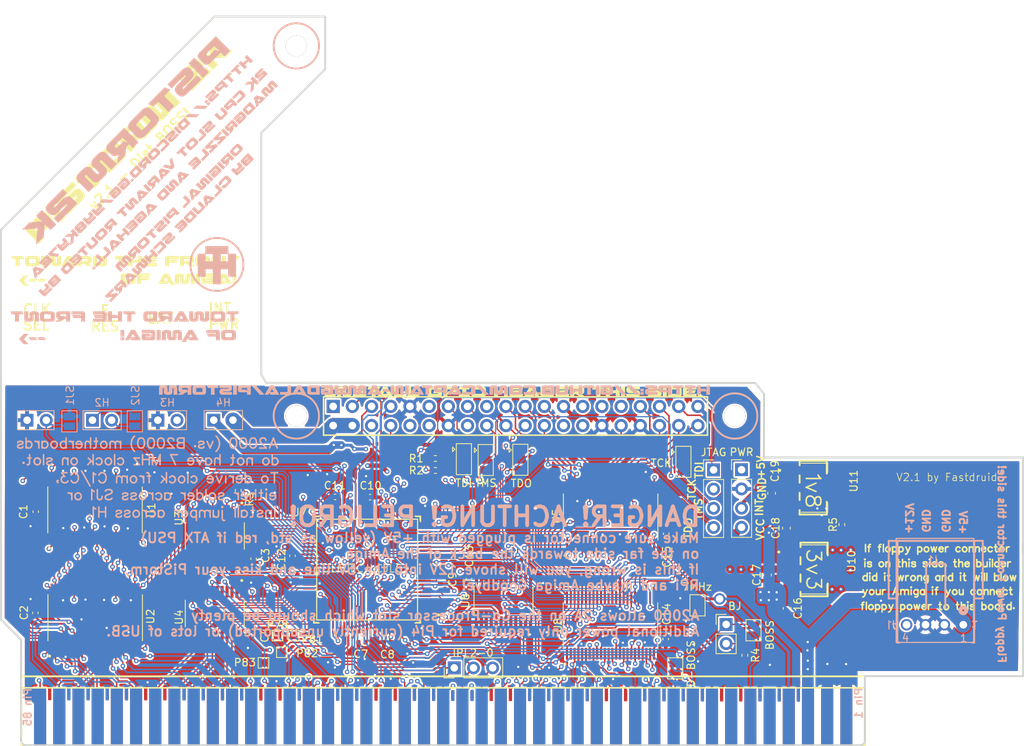
<source format=kicad_pcb>
(kicad_pcb (version 20240108) (generator "pcbnew") (generator_version "8.0")
  (layers (0 "F.Cu" signal) (1 "In1.Cu" signal) (2 "In2.Cu" signal) (31 "B.Cu" signal) (34 "B.Paste" user) (35 "F.Paste" user) (36 "B.SilkS" user "B.Silkscreen") (37 "F.SilkS" user "F.Silkscreen") (38 "B.Mask" user) (39 "F.Mask" user) (44 "Edge.Cuts" user))
  (net 0 "")
  (net 1 "+5V")
  (net 2 "GND")
  (net 3 "-5V")
  (net 4 "+12V")
  (net 5 "CFGINn")
  (net 6 "CCKQ")
  (net 7 "INT6")
  (net 8 "XRDY")
  (net 9 "BOSS")
  (net 10 "IPL1")
  (net 11 "A4")
  (net 12 "A3")
  (net 13 "A7")
  (net 14 "A8")
  (net 15 "A9")
  (net 16 "A10")
  (net 17 "A11")
  (net 18 "A12")
  (net 19 "IPL2")
  (net 20 "IPL0")
  (net 21 "BEER")
  (net 22 "VPA")
  (net 23 "E")
  (net 24 "A18")
  (net 25 "D6")
  (net 26 "D7")
  (net 27 "BGACK")
  (net 28 "D8")
  (net 29 "D9")
  (net 30 "D10")
  (net 31 "AS")
  (net 32 "UDS")
  (net 33 "LDS")
  (net 34 "R_W")
  (net 35 "DTACK")
  (net 36 "CBG")
  (net 37 "CBR")
  (net 38 "A21")
  (net 39 "D5")
  (net 40 "A20")
  (net 41 "A19")
  (net 42 "DATA_RD_LTCH_LB")
  (net 43 "+3.3V")
  (net 44 "SD6")
  (net 45 "SD7")
  (net 46 "SD10")
  (net 47 "SD15")
  (net 48 "TMS")
  (net 49 "TDO")
  (net 50 "SD0")
  (net 51 "SWE")
  (net 52 "AUX1")
  (net 53 "SD4")
  (net 54 "SD8")
  (net 55 "SD12")
  (net 56 "SD13")
  (net 57 "SA2")
  (net 58 "SA1")
  (net 59 "PICLK")
  (net 60 "SD9")
  (net 61 "TDI")
  (net 62 "SD14")
  (net 63 "SD2")
  (net 64 "SD1")
  (net 65 "SD3")
  (net 66 "AUX0")
  (net 67 "SA0")
  (net 68 "SOE")
  (net 69 "SD5")
  (net 70 "SD11")
  (net 71 "TCK")
  (net 72 "D0")
  (net 73 "D1")
  (net 74 "D2")
  (net 75 "D3")
  (net 76 "VCC")
  (net 77 "D4")
  (net 78 "D11")
  (net 79 "D12")
  (net 80 "D13")
  (net 81 "D14")
  (net 82 "D15")
  (net 83 "DATA_RD_LTCH_HB")
  (net 84 "DATA_RD_OE")
  (net 85 "56_1B5")
  (net 86 "55_1B4")
  (net 87 "54_1B3")
  (net 88 "53_1B2")
  (net 89 "VMA")
  (net 90 "52_1B1")
  (net 91 "FC2")
  (net 92 "57_2B1")
  (net 93 "58_2B2")
  (net 94 "61_2B3")
  (net 95 "64_2B4")
  (net 96 "FC1")
  (net 97 "FC0")
  (net 98 "66_2B5")
  (net 99 "71_1B5")
  (net 100 "70_1B4")
  (net 101 "69_1B1")
  (net 102 "68_1B2")
  (net 103 "HLT")
  (net 104 "RST")
  (net 105 "67_1B1")
  (net 106 "72_2B1")
  (net 107 "73_2B2")
  (net 108 "74_2B3")
  (net 109 "75_2B4")
  (net 110 "76_2B5")
  (net 111 "DATA_WR_OE")
  (net 112 "62_GCLK2")
  (net 113 "CLK_SEL")
  (net 114 "VCC_INT")
  (net 115 "DATA_WR_LTCH_HB")
  (net 116 "DATA_WR_LTCH_LB")
  (net 117 "ADDR_LTCH_8")
  (net 118 "ADDR_OE")
  (net 119 "ADDR_LTCH_0")
  (net 120 "ADDR_LTCH_16")
  (net 121 "ADDR_LTCH_24")
  (net 122 "CCK")
  (net 123 "28MHz")
  (net 124 "CFGOUTn")
  (net 125 "CDAC")
  (net 126 "OVR")
  (net 127 "INT2")
  (net 128 "A5")
  (net 129 "A6")
  (net 130 "A2")
  (net 131 "A1")
  (net 132 "A13")
  (net 133 "A14")
  (net 134 "A15")
  (net 135 "A16")
  (net 136 "A17")
  (net 137 "A22")
  (net 138 "A23")
  (net 139 "V7M")
  (net 140 "4_E")
  (net 141 "PI_+5V")
  (net 142 "95_1B3")
  (net 143 "96_1B4")
  (net 144 "97_1B5")
  (net 145 "A600")
  (net 146 "EXTRA")
  (net 147 "BOSS_G")
  (net 148 "BOSS_PIN")
  (net 149 "1_CPLD")
  (net 150 "92_CPLD")
  (net 151 "78_CPLD")
  (net 152 "87_CPLD")
  (net 153 "81_CPLD")
  (net 154 "82_CPLD")
  (net 155 "83_CPLD")
  (net 156 "84_CPLD")
  (net 157 "85_CPLD")
  (net 158 "86_CPLD")
  (net 159 "89_CPLD")
  (net 160 "91_CPLD")
  (net 161 "TMS_PIN")
  (net 162 "TDI_PIN")
  (net 163 "TDO_PIN")
  (net 164 "TCK_PIN")
  (footprint "Jumper:SolderJumper-3_P1.3mm_Bridged2Bar12_Pad1.0x1.5mm" (layer "F.Cu") (at 168.94 100.24 -90)
    (property "Reference" "TCK")
    (property "Value" "SolderJumper-3_P1.3mm_Bridged2Bar12_Pad1.0x1.5mm")
  )
  (footprint "Resistor_SMD:R_0402_1005Metric" (layer "F.Cu") (at 136.1263 99.79754)
    (property "Reference" "R1")
    (property "Value" "R_0402_1005Metric")
  )
  (footprint "Capacitor_SMD:C_0402_1005Metric" (layer "F.Cu") (at 140.56829 115.76204 90)
    (property "Reference" "C13")
    (property "Value" "100nf")
  )
  (footprint "Capacitor_SMD:C_0402_1005Metric" (layer "F.Cu") (at 129.79 124.13)
    (property "Reference" "C8")
    (property "Value" "100nf")
  )
  (footprint "Connector_PinHeader_2.54mm:PinHeader_1x03_P2.54mm_Vertical" (layer "F.Cu") (at 138.62 127.52 90)
    (property "Reference" "IPL2-0")
    (property "Value" "PinHeader_1x03_P2.54mm_Vertical")
  )
  (footprint "Jumper:SolderJumper-3_P1.3mm_Bridged2Bar12_Pad1.0x1.5mm" (layer "F.Cu") (at 139.8925 99.89 -90)
    (property "Reference" "TDI")
    (property "Value" "SolderJumper-3_P1.3mm_Bridged2Bar12_Pad1.0x1.5mm")
  )
  (footprint "TestPoint:TestPoint_Pad_1.0x1.0mm" (layer "F.Cu") (at 113.38 126.86)
    (property "Reference" "P83")
    (property "Value" "TestPoint_Pad_1.0x1.0mm")
  )
  (footprint "Capacitor_SMD:C_0402_1005Metric" (layer "F.Cu") (at 127.48829 104.92204)
    (property "Reference" "C10")
    (property "Value" "100nf")
  )
  (footprint "Capacitor_SMD:C_0402_1005Metric" (layer "F.Cu") (at 136.77829 115.91204 90)
    (property "Reference" "C9")
    (property "Value" "100nf")
  )
  (footprint "TestPoint:TestPoint_Pad_1.0x1.0mm" (layer "F.Cu") (at 115.81 125.45)
    (property "Reference" "P82")
    (property "Value" "TestPoint_Pad_1.0x1.0mm")
  )
  (footprint "Connector_PinHeader_2.54mm:PinHeader_1x04_P2.54mm_Vertical" (layer "F.Cu") (at 176.63 101.29)
    (property "Reference" "PWR")
    (property "Value" "PinHeader_1x04_P2.54mm_Vertical")
  )
  (footprint "Capacitor_SMD:C_0402_1005Metric" (layer "F.Cu") (at 111.82052 123.13661 90)
    (property "Reference" "C4")
    (property "Value" "100nf")
  )
  (footprint "Capacitor_SMD:C_0402_1005Metric" (layer "F.Cu") (at 166.65829 109.76204 -90)
    (property "Reference" "C15")
    (property "Value" "100nf")
  )
  (footprint "footprints:SOP50P810X120-48N" (layer "F.Cu") (at 159.30829 107.54204 90)
    (property "Reference" "U5")
    (property "Value" "SN74LVC16374DGGR")
  )
  (footprint "Capacitor_SMD:C_0402_1005Metric" (layer "F.Cu") (at 122.84829 104.89204 180)
    (property "Reference" "C11")
    (property "Value" "100nf")
  )
  (footprint "Jumper:SolderJumper-3_P1.3mm_Bridged2Bar12_Pad1.0x1.5mm" (layer "F.Cu") (at 147.36 99.97 -90)
    (property "Reference" "TDO")
    (property "Value" "SolderJumper-3_P1.3mm_Bridged2Bar12_Pad1.0x1.5mm")
  )
  (footprint "TestPoint:TestPoint_Pad_1.0x1.0mm" (layer "F.Cu") (at 117.38 123.22)
    (property "Reference" "P81")
    (property "Value" "TestPoint_Pad_1.0x1.0mm")
  )
  (footprint "Jumper:SolderJumper-2_P1.3mm_Open_Pad1.0x1.5mm" (layer "F.Cu") (at 178.21 122.54 90)
    (property "Reference" "BOSS")
    (property "Value" "SolderJumper-2_P1.3mm_Open_Pad1.0x1.5mm")
  )
  (footprint "Connector_PinHeader_2.54mm:PinHeader_1x04_P2.54mm_Vertical" (layer "F.Cu") (at 172.93 101.31)
    (property "Reference" "JTAG")
    (property "Value" "PinHeader_1x04_P2.54mm_Vertical")
  )
  (footprint "Capacitor_SMD:C_0402_1005Metric" (layer "F.Cu") (at 112.06466 113.07501 -90)
    (property "Reference" "C3")
    (property "Value" "100nf")
  )
  (footprint "Capacitor_SMD:C_0402_1005Metric" (layer "F.Cu") (at 83.18829 120.24204 90)
    (property "Reference" "C2")
    (property "Value" "100nf")
  )
  (footprint "Capacitor_SMD:C_0402_1005Metric" (layer "F.Cu") (at 166.59829 123.70204 -90)
    (property "Reference" "C14")
    (property "Value" "100nf")
  )
  (footprint "Connector_PinHeader_2.54mm:PinHeader_1x02_P2.54mm_Horizontal" (layer "F.Cu") (at 90.75 94.73 90)
    (property "Reference" "H2")
    (property "Value" "PinHeader_1x02_P2.54mm_Horizontal")
  )
  (footprint "Connector_PinHeader_2.54mm:PinHeader_1x02_P2.54mm_Horizontal" (layer "F.Cu") (at 106.8 94.72 90)
    (property "Reference" "H4")
    (property "Value" "PinHeader_1x02_P2.54mm_Horizontal")
  )
  (footprint "footprints:A500_Edge" (layer "F.Cu") (at 125.73 130.240001)
    (property "Reference" "Zorro II / A(B) Co-Processor" (hide yes))
    (property "Value" "zorro2port" (hide yes))
  )
  (footprint "footprints:SOP65P640X120-24N" (layer "F.Cu") (at 145.13329 118.60204 90)
    (property "Reference" "U6")
    (property "Value" "SN74CBTD3384PWR ")
  )
  (footprint "footprints:VREG_LM1117IMPX-3.3" (layer "F.Cu") (at 186.27829 103.67204)
    (property "Reference" "U11")
    (property "Value" "VREG_LM1117IMPX-3.3")
  )
  (footprint "Connector_PinHeader_2.54mm:PinHeader_1x02_P2.54mm_Horizontal" (layer "F.Cu") (at 99.4 94.73 90)
    (property "Reference" "H3")
    (property "Value" "PinHeader_1x02_P2.54mm_Horizontal")
  )
  (footprint "Resistor_SMD:R_0402_1005Metric" (layer "F.Cu") (at 136.1363 101.38754)
    (property "Reference" "R2")
    (property "Value" "R_0402_1005Metric")
  )
  (footprint "footprints:QFP50P1600X1600X120-100N" (layer "F.Cu") (at 127.07829 114.50204 180)
    (property "Reference" "U7")
    (property "Value" "QFP50P1600X1600X120-100N")
  )
  (footprint "Resistor_SMD:R_0402_1005Metric" (layer "F.Cu") (at 177.07 125.85 -90)
    (property "Reference" "R4")
    (property "Value" "R_0402_1005Metric")
  )
  (footprint "Capacitor_SMD:C_0402_1005Metric" (layer "F.Cu") (at 83.24829 106.85204 90)
    (property "Reference" "C1")
    (property "Value" "100nf")
  )
  (footprint "footprints:SOP50P810X120-48N" (layer "F.Cu") (at 91.08829 106.60204 90)
    (property "Reference" "U1")
    (property "Value" "SN74LVC16374DGGR")
  )
  (footprint "footprints:CONN_171826-4_TYCO_TYC" (layer "F.Cu") (at 205.96829 121.81204 180)
    (property "Reference" "J1")
    (property "Value" "CONN_171826-4_TYCO_TYC" (hide yes))
  )
  (footprint "Resistor_SMD:R_0402_1005Metric" (layer "F.Cu") (at 189.90829 108.55204 90)
    (property "Reference" "R5")
    (property "Value" "R_0402_1005Metric")
  )
  (footprint "Capacitor_SMD:C_0603_1608Metric" (layer "F.Cu") (at 180.60829 104.40204 90)
    (property "Reference" "C19")
    (property "Value" "C_0603_1608Metric")
  )
  (footprint "Resistor_SMD:R_0402_1005Metric" (layer "F.Cu") (at 110.03829 104.03204 90)
    (property "Reference" "R3")
    (property "Value" "R_0402_1005Metric")
  )
  (footprint "Connector_PinHeader_2.54mm:PinHeader_1x02_P2.54mm_Vertical" (layer "F.Cu") (at 174.59 121.77)
    (property "Reference" "BJ")
    (property "Value" "PinHeader_1x02_P2.54mm_Vertical")
  )
  (footprint "footprints:VREG_LM1117IMPX-3.3" (layer "F.Cu") (at 186.16329 114.48204)
    (property "Reference" "U10")
    (property "Value" "VREG_LM1117IMPX-3.3")
  )
  (footprint "Jumper:SolderJumper-3_P1.3mm_Bridged2Bar12_Pad1.0x1.5mm" (layer "F.Cu") (at 142.78 100 -90)
    (property "Reference" "TMS")
    (property "Value" "SolderJumper-3_P1.3mm_Bridged2Bar12_Pad1.0x1.5mm")
  )
  (footprint "footprints:SOP50P810X120-48N" (layer "F.Cu") (at 159.28829 121.93204 90)
    (property "Reference" "U8")
    (property "Value" "SN74LVC16374DGGR")
  )
  (footprint "TestPoint:TestPoint_Pad_1.0x1.0mm" (layer "F.Cu") (at 115.23 123.24)
    (property "Reference" "P78")
    (property "Value" "TestPoint_Pad_1.0x1.0mm")
  )
  (footprint "Capacitor_SMD:C_0603_1608Metric" (layer "F.Cu") (at 182.56829 109.02204 90)
    (property "Reference" "C18")
    (property "Value" "C_0603_1608Metric")
  )
  (footprint "Capacitor_SMD:C_0603_1608Metric" (layer "F.Cu") (at 182.64829 119.64204 -90)
    (property "Reference" "C16")
    (property "Value" "C_0603_1608Metric")
  )
  (footprint "footprints:SOP50P810X120-48N" (layer "F.Cu") (at 91.10829 120.87204 90)
    (property "Reference" "U2")
    (property "Value" "SN74LVC16374DGGR")
  )
  (footprint "footprints:SOP65P640X120-24N" (layer "F.Cu") (at 106.93329 120.32204 -90)
    (property "Reference" "U4")
    (property "Value" "SN74CBTD3384PWR ")
  )
  (footprint "Jumper:SolderJumper-2_P1.3mm_Bridged2Bar_Pad1.0x1.5mm" (layer "F.Cu") (at 167.85 127.58 90)
    (property "Reference" "D-BOSS")
    (property "Value" "SolderJumper-2_P1.3mm_Bridged2Bar_Pad1.0x1.5mm")
  )
  (footprint "Capacitor_SMD:C_0402_1005Metric" (layer "F.Cu") (at 117.21829 112.69204 -90)
    (property "Reference" "C12")
    (property "Value" "100nf")
  )
  (footprint "Capacitor_SMD:C_0402_1005Metric" (layer "F.Cu") (at 126.40829 124.13204 180)
    (property "Reference" "C7")
    (property "Value" "100nf")
  )
  (footprint "Capacitor_SMD:C_0603_1608Metric" (layer "F.Cu") (at 180.05829 115.22204 90)
    (property "Reference" "C17")
    (property "Value" "C_0603_1608Metric")
  )
  (footprint "Jumper:SolderJumper-2_P1.3mm_Bridged2Bar_Pad1.0x1.5mm" (layer "F.Cu") (at 170.8 119.24 90)
    (property "Reference" "7MHz")
    (property "Value" "SolderJumper-2_P1.3mm_Bridged2Bar_Pad1.0x1.5mm")
  )
  (footprint "Connector_PinHeader_2.54mm:PinHeader_1x02_P2.54mm_Horizontal" (layer "F.Cu") (at 82.1 94.73 90)
    (property "Reference" "H1" (hide yes))
    (property "Value" "PinHeader_1x02_P2.54mm_Horizontal")
  )
  (footprint "footprints:SOP65P640X120-24N" (layer "F.Cu") (at 106.94329 110.06204 -90)
    (property "Reference" "U3")
    (property "Value" "SN74CBTD3384PWR ")
  )
  (footprint "Jumper:SolderJumper-2_P1.3mm_Open_Pad1.0x1.5mm" (layer "B.Cu") (at 96.35 94.88 90)
    (property "Reference" "SJ2")
    (property "Value" "SolderJumper-2_P1.3mm_Open_Pad1.0x1.5mm")
  )
  (footprint "footprints:raspberrypi_2_3" (layer "B.Cu") (at 146.72829 94.17204)
    (property "Reference" "RPi")
    (property "Value" "Raspberry_Pi_2_3")
  )
  (footprint "Jumper:SolderJumper-2_P1.3mm_Open_Pad1.0x1.5mm" (layer "B.Cu") (at 87.7 94.88 90)
    (property "Reference" "SJ1")
    (property "Value" "SolderJumper-2_P1.3mm_Open_Pad1.0x1.5mm")
  )
  (gr_line (start 109.31439 102.31694) (end 109.18739 102.18994) (stroke (width 0.2032)) (layer "B.SilkS"))
  (gr_line (start 89.07059 105.18714) (end 88.94359 105.25064) (stroke (width 0.2032)) (layer "B.SilkS"))
  (gr_line (start 96.62709 107.56204) (end 96.43659 107.56204) (stroke (width 0.2032)) (layer "B.SilkS"))
  (gr_line (start 111.16859 106.86354) (end 111.23209 107.05404) (stroke (width 0.2032)) (layer "B.SilkS"))
  (gr_line (start 196.38934 121.48594) (end 196.28771 121.43514) (stroke (width 0.1524)) (layer "B.SilkS"))
  (gr_line (start 95.15389 102.18994) (end 95.02689 102.12644) (stroke (width 0.2032)) (layer "B.SilkS"))
  (gr_line (start 94.35379 99.73884) (end 94.54429 99.73884) (stroke (width 0.2032)) (layer "B.SilkS"))
  (gr_line (start 109.83509 97.84654) (end 109.77159 98.16404) (stroke (width 0.2032)) (layer "B.SilkS"))
  (gr_line (start 98.54479 107.56204) (end 98.41779 107.49854) (stroke (width 0.2032)) (layer "B.SilkS"))
  (gr_line (start 99.73859 98.41804) (end 99.54809 98.35454) (stroke (width 0.2032)) (layer "B.SilkS"))
  (gr_line (start 102.10079 97.14804) (end 102.03729 97.21154) (stroke (width 0.2032)) (layer "B.SilkS"))
  (gr_line (start 91.69949 99.73884) (end 91.82649 99.80234) (stroke (width 0.2032)) (layer "B.SilkS"))
  (gr_line (start 88.62609 105.18714) (end 88.49909 105.06014) (stroke (width 0.2032)) (layer "B.SilkS"))
  (gr_line (start 93.27429 104.36164) (end 93.21079 104.42514) (stroke (width 0.2032)) (layer "B.SilkS"))
  (gr_line (start 99.54809 97.14804) (end 99.73859 97.08454) (stroke (width 0.2032)) (layer "B.SilkS"))
  (gr_poly (pts (xy 105.74467 64.9449) (xy 105.42159 65.2685) (xy 105.46159 65.4209) (xy 105.89405 65.4209) (xy 106.30906 65.51234) (xy 105.99258 65.82882) (xy 105.89405 65.4209) (xy 105.46159 65.4209) (xy 105.75382 66.53444) (xy 106.08097 66.20779) (xy 106.0195 65.94566) (xy 106.25674 66.03152) (xy 107.00959 65.27917)) (fill solid) (layer "B.SilkS"))
  (gr_line (start 104.05659 102.12644) (end 104.24709 102.12644) (stroke (width 0.2032)) (layer "B.SilkS"))
  (gr_line (start 104.17089 104.74264) (end 103.40889 104.74264) (stroke (width 0.2032)) (layer "B.SilkS"))
  (gr_line (start 87.26719 97.08454) (end 87.26719 98.41804) (stroke (width 0.2032)) (layer "B.SilkS"))
  (gr_line (start 103.38349 100.11984) (end 103.38349 99.99284) (stroke (width 0.2032)) (layer "B.SilkS"))
  (gr_poly (pts (xy 103.88285 64.08892) (xy 103.55979 64.41252) (xy 103.59977 64.56492) (xy 104.03221 64.56492) (xy 104.44724 64.65687) (xy 104.13076 64.97284) (xy 104.03221 64.56492) (xy 103.59977 64.56492) (xy 103.892 65.67846) (xy 104.21864 65.35181) (xy 104.15768 65.08968) (xy 104.39492 65.17554) (xy 105.14729 64.42319)) (fill solid) (layer "B.SilkS"))
  (gr_line (start 113.45459 103.01544) (end 113.32759 102.95194) (stroke (width 0.2032)) (layer "B.SilkS"))
  (gr_line (start 94.64589 102.38044) (end 94.64589 103.01544) (stroke (width 0.2032)) (layer "B.SilkS"))
  (gr_line (start 109.33979 99.29434) (end 109.33979 100.37384) (stroke (width 0.2032)) (layer "B.SilkS"))
  (gr_line (start 104.84399 104.36164) (end 105.03449 104.36164) (stroke (width 0.2032)) (layer "B.SilkS"))
  (gr_line (start 98.55749 97.08454) (end 98.74799 97.14804) (stroke (width 0.2032)) (layer "B.SilkS"))
  (gr_poly (pts (xy 96.60677 60.95152) (xy 95.83207 61.72368) (xy 95.74977 61.81867) (xy 95.69694 61.91011) (xy 95.68533 61.95228) (xy 96.12163 61.95228) (xy 96.12163 61.91976) (xy 96.13941 61.88268) (xy 96.17497 61.84052) (xy 96.52041 61.49508) (xy 96.85823 61.83036) (xy 96.51025 62.17834) (xy 96.4691 62.21288) (xy 96.43255 62.23117) (xy 96.40052 62.23218) (xy 96.37309 62.21644) (xy 96.13941 61.98022) (xy 96.12163 61.95228) (xy 95.68533 61.95228) (xy 95.67256 61.9985) (xy 95.67764 62.08385) (xy 95.71117 62.16564) (xy 95.77365 62.24438) (xy 96.11147 62.5822) (xy 96.19021 62.64468) (xy 96.272 62.67821) (xy 96.35734 62.68329) (xy 96.44573 62.6589) (xy 96.53717 62.60607) (xy 96.6322 62.52378) (xy 97.40433 61.74908)) (fill solid) (layer "B.SilkS"))
  (gr_poly (pts (xy 96.41525 71.55703) (xy 95.59941 72.37237) (xy 95.55775 72.41606) (xy 95.52219 72.45721) (xy 95.49323 72.49531) (xy 95.47037 72.53039) (xy 95.45209 72.5649) (xy 95.44111 72.59236) (xy 95.89862 72.59236) (xy 95.89862 72.55932) (xy 95.9164 72.52223) (xy 95.95145 72.48007) (xy 96.33042 72.1011) (xy 96.60525 72.37593) (xy 96.39189 72.29871) (xy 96.08099 72.60961) (xy 96.03936 72.64466) (xy 96.00174 72.66244) (xy 95.96923 72.66295) (xy 95.94078 72.64568) (xy 95.91589 72.62028) (xy 95.89862 72.59236) (xy 95.44111 72.59236) (xy 95.43075 72.62942) (xy 95.42719 72.6599) (xy 95.42874 72.68886) (xy 95.43431 72.7173) (xy 95.44447 72.74474) (xy 95.47799 72.79909) (xy 95.52371 72.85599) (xy 95.70355 73.03686) (xy 95.79651 73.1044) (xy 95.89557 73.12726) (xy 96.00073 73.10542) (xy 96.11147 73.03887) (xy 96.03781 73.53264) (xy 96.45081 73.11964) (xy 96.54987 72.60758) (xy 96.69364 72.46432) (xy 96.89989 72.67057) (xy 97.21434 72.35612)) (fill solid) (layer "B.SilkS"))
  (gr_line (start 113.74669 104.36164) (end 113.74669 105.25064) (stroke (width 0.2032)) (layer "B.SilkS"))
  (gr_line (start 95.06499 106.73654) (end 95.25549 106.67304) (stroke (width 0.2032)) (layer "B.SilkS"))
  (gr_line (start 113.21329 106.99054) (end 113.08629 107.05404) (stroke (width 0.2032)) (layer "B.SilkS"))
  (gr_line (start 99.58619 104.36164) (end 99.71319 104.42514) (stroke (width 0.2032)) (layer "B.SilkS"))
  (gr_poly (pts (xy 138.43295 90.11326) (xy 137.91852 90.99464) (xy 138.44057 90.99464) (xy 138.68187 90.5984) (xy 138.93333 90.99464) (xy 137.91852 90.99464) (xy 137.70651 91.35786) (xy 138.21451 91.35786) (xy 138.37199 91.1064) (xy 138.48883 91.35786) (xy 139.65977 91.35786) (xy 138.93587 90.11326)) (fill solid) (layer "B.SilkS"))
  (gr_line (start 112.64179 107.18104) (end 112.57829 107.30804) (stroke (width 0.2032)) (layer "B.SilkS"))
  (gr_line (start 83.03809 100.11984) (end 83.10159 99.92934) (stroke (width 0.2032)) (layer "B.SilkS"))
  (gr_line (start 105.74569 99.92934) (end 105.87269 99.80234) (stroke (width 0.2032)) (layer "B.SilkS"))
  (gr_line (start 89.19759 104.55214) (end 89.26109 104.74264) (stroke (width 0.2032)) (layer "B.SilkS"))
  (gr_line (start 92.16939 103.01544) (end 91.91539 103.01544) (stroke (width 0.2032)) (layer "B.SilkS"))
  (gr_line (start 109.72079 104.36164) (end 109.53029 104.36164) (stroke (width 0.2032)) (layer "B.SilkS"))
  (gr_line (start 86.07339 102.76144) (end 86.07339 102.88844) (stroke (width 0.2032)) (layer "B.SilkS"))
  (gr_line (start 113.64509 102.12644) (end 113.77209 102.18994) (stroke (width 0.2032)) (layer "B.SilkS"))
  (gr_line (start 110.24149 102.12644) (end 110.36849 102.18994) (stroke (width 0.2032)) (layer "B.SilkS"))
  (gr_line (start 112.57829 107.30804) (end 112.57829 107.37154) (stroke (width 0.2032)) (layer "B.SilkS"))
  (gr_line (start 102.90089 102.82494) (end 102.77389 102.95194) (stroke (width 0.2032)) (layer "B.SilkS"))
  (gr_line (start 111.04159 107.49854) (end 110.91459 107.56204) (stroke (width 0.2032)) (layer "B.SilkS"))
  (gr_line (start 93.84579 97.59254) (end 93.78229 97.78304) (stroke (width 0.2032)) (layer "B.SilkS"))
  (gr_line (start 103.85339 105.25064) (end 103.66289 105.25064) (stroke (width 0.2032)) (layer "B.SilkS"))
  (gr_line (start 102.29129 97.71954) (end 102.10079 97.78304) (stroke (width 0.2032)) (layer "B.SilkS"))
  (gr_line (start 96.08099 103.01544) (end 95.95399 102.95194) (stroke (width 0.2032)) (layer "B.SilkS"))
  (gr_line (start 114.94049 106.22854) (end 114.87699 106.29204) (stroke (width 0.2032)) (layer "B.SilkS"))
  (gr_line (start 85.40029 99.92934) (end 85.33679 100.05634) (stroke (width 0.2032)) (layer "B.SilkS"))
  (gr_line (start 109.45409 98.41804) (end 109.32709 98.41804) (stroke (width 0.2032)) (layer "B.SilkS"))
  (gr_line (start 84.07949 97.71954) (end 84.20649 97.59254) (stroke (width 0.2032)) (layer "B.SilkS"))
  (gr_line (start 91.59789 106.22854) (end 91.59789 107.56204) (stroke (width 0.2032)) (layer "B.SilkS"))
  (gr_line (start 110.45739 100.62784) (end 110.26689 100.62784) (stroke (width 0.2032)) (layer "B.SilkS"))
  (gr_line (start 88.49909 101.68194) (end 88.62609 101.74544) (stroke (width 0.2032)) (layer "B.SilkS"))
  (gr_line (start 104.99639 97.97354) (end 104.86939 98.03704) (stroke (width 0.2032)) (layer "B.SilkS"))
  (gr_line (start 82.54279 97.59254) (end 82.66979 97.71954) (stroke (width 0.2032)) (layer "B.SilkS"))
  (gr_line (start 114.05149 99.92934) (end 114.11499 100.11984) (stroke (width 0.2032)) (layer "B.SilkS"))
  (gr_poly (pts (xy 163.84057 90.11326) (xy 163.84057 90.4714) (xy 164.94242 90.47241) (xy 164.96579 90.47394) (xy 164.99373 90.48156) (xy 165.00491 90.49631) (xy 165.00897 90.51458) (xy 165.00795 90.5288) (xy 165.00186 90.53998) (xy 164.99627 90.54506) (xy 164.98611 90.54963) (xy 164.94445 90.55471) (xy 164.28253 90.55522) (xy 164.2236 90.55725) (xy 164.16925 90.56182) (xy 164.11946 90.56995) (xy 164.07425 90.58062) (xy 164.03412 90.59484) (xy 163.99805 90.61059) (xy 163.96554 90.62888) (xy 163.93709 90.6492) (xy 163.91321 90.67358) (xy 163.8934 90.69949) (xy 163.87664 90.72794) (xy 163.86343 90.75842) (xy 163.85327 90.79093) (xy 163.84616 90.82547) (xy 163.84209 90.86103) (xy 163.84057 90.99718) (xy 163.868 91.15974) (xy 163.94979 91.2715) (xy 164.08847 91.33652) (xy 164.28507 91.35786) (xy 165.49665 91.35786) (xy 165.49665 90.99464) (xy 164.38362 90.99413) (xy 164.35314 90.98905) (xy 164.33689 90.9799) (xy 164.33181 90.9733) (xy 164.32825 90.954) (xy 164.32876 90.94638) (xy 164.33384 90.9352) (xy 164.34552 90.92301) (xy 164.37854 90.91691) (xy 165.05469 90.9159) (xy 165.24621 90.89151) (xy 165.38489 90.81686) (xy 165.46871 90.70254) (xy 165.49665 90.55268) (xy 165.49513 90.43434) (xy 165.49106 90.39672) (xy 165.48395 90.36065) (xy 165.4616 90.2941) (xy 165.44585 90.26413) (xy 165.42604 90.2367) (xy 165.40267 90.21232) (xy 165.37625 90.18996) (xy 165.34476 90.17015) (xy 165.30869 90.15288) (xy 165.26805 90.13866) (xy 165.22233 90.12799) (xy 165.17102 90.11989) (xy 165.11413 90.11531) (xy 165.05215 90.11326)) (fill solid) (layer "B.SilkS"))
  (gr_line (start 94.73479 104.55214) (end 94.79829 104.42514) (stroke (width 0.2032)) (layer "B.SilkS"))
  (gr_line (start 107.35859 98.54504) (end 107.23159 98.73554) (stroke (width 0.2032)) (layer "B.SilkS"))
  (gr_line (start 97.19859 102.12644) (end 97.00809 102.12644) (stroke (width 0.2032)) (layer "B.SilkS"))
  (gr_line (start 87.38149 101.68194) (end 86.68299 101.68194) (stroke (width 0.2032)) (layer "B.SilkS"))
  (gr_line (start 94.73479 104.99664) (end 94.73479 105.06014) (stroke (width 0.2032)) (layer "B.SilkS"))
  (gr_line (start 101.08479 102.18994) (end 101.21179 102.12644) (stroke (width 0.2032)) (layer "B.SilkS"))
  (gr_line (start 98.74799 98.35454) (end 98.55749 98.41804) (stroke (width 0.2032)) (layer "B.SilkS"))
  (gr_line (start 101.40229 102.12644) (end 101.52929 102.18994) (stroke (width 0.2032)) (layer "B.SilkS"))
  (gr_line (start 88.43559 104.86964) (end 88.43559 104.74264) (stroke (width 0.2032)) (layer "B.SilkS"))
  (gr_line (start 109.94939 100.24684) (end 109.94939 100.11984) (stroke (width 0.2032)) (layer "B.SilkS"))
  (gr_line (start 93.26159 100.11984) (end 93.26159 100.24684) (stroke (width 0.2032)) (layer "B.SilkS"))
  (gr_line (start 107.87929 104.36164) (end 108.06979 104.42514) (stroke (width 0.2032)) (layer "B.SilkS"))
  (gr_line (start 102.96439 102.63444) (end 102.90089 102.82494) (stroke (width 0.2032)) (layer "B.SilkS"))
  (gr_line (start 111.70199 104.42514) (end 111.63849 104.61564) (stroke (width 0.2032)) (layer "B.SilkS"))
  (gr_line (start 90.30249 97.59254) (end 90.17549 97.52904) (stroke (width 0.2032)) (layer "B.SilkS"))
  (gr_line (start 82.73329 98.03704) (end 82.66979 98.22754) (stroke (width 0.2032)) (layer "B.SilkS"))
  (gr_line (start 96.94459 107.18104) (end 96.88109 107.37154) (stroke (width 0.2032)) (layer "B.SilkS"))
  (gr_line (start 86.20039 102.76144) (end 86.13689 102.69794) (stroke (width 0.2032)) (layer "B.SilkS"))
  (gr_line (start 102.81199 106.67304) (end 103.00249 106.67304) (stroke (width 0.2032)) (layer "B.SilkS"))
  (gr_line (start 99.42109 97.33854) (end 99.54809 97.14804) (stroke (width 0.2032)) (layer "B.SilkS"))
  (gr_line (start 89.05789 98.41804) (end 88.86739 98.41804) (stroke (width 0.2032)) (layer "B.SilkS"))
  (gr_line (start 113.32759 102.18994) (end 113.45459 102.12644) (stroke (width 0.2032)) (layer "B.SilkS"))
  (gr_line (start 95.87779 97.71954) (end 95.87779 97.97354) (stroke (width 0.2032)) (layer "B.SilkS"))
  (gr_line (start 94.54429 99.73884) (end 94.67129 99.80234) (stroke (width 0.2032)) (layer "B.SilkS"))
  (gr_line (start 208.5445 110.7) (end 207.4015 110.7) (stroke (width 0.254)) (layer "B.SilkS"))
  (gr_line (start 94.22679 99.80234) (end 94.35379 99.73884) (stroke (width 0.2032)) (layer "B.SilkS"))
  (gr_line (start 106.40609 102.12644) (end 106.53309 102.18994) (stroke (width 0.2032)) (layer "B.SilkS"))
  (gr_line (start 82.61899 99.73884) (end 82.17449 99.73884) (stroke (width 0.2032)) (layer "B.SilkS"))
  (gr_line (start 113.35299 100.43734) (end 113.28949 100.24684) (stroke (width 0.2032)) (layer "B.SilkS"))
  (gr_poly (pts (xy 109.92653 47.62922) (xy 109.01213 48.54616) (xy 109.33979 48.6757) (xy 109.59633 48.4217) (xy 110.16529 48.99066) (xy 110.47771 48.67824) (xy 109.90875 48.1093) (xy 110.25673 47.75876)) (fill solid) (layer "B.SilkS"))
  (gr_line (start 107.43479 107.30804) (end 107.37129 107.49854) (stroke (width 0.2032)) (layer "B.SilkS"))
  (gr_line (start 93.08379 97.78304) (end 93.08379 98.41804) (stroke (width 0.2032)) (layer "B.SilkS"))
  (gr_line (start 95.85239 105.06014) (end 95.91589 105.18714) (stroke (width 0.2032)) (layer "B.SilkS"))
  (gr_line (start 110.77489 100.24684) (end 110.71139 100.43734) (stroke (width 0.2032)) (layer "B.SilkS"))
  (gr_line (start 91.38199 100.56434) (end 91.25499 100.43734) (stroke (width 0.2032)) (layer "B.SilkS"))
  (gr_line (start 92.66469 97.91004) (end 92.66469 98.03704) (stroke (width 0.2032)) (layer "B.SilkS"))
  (gr_line (start 104.98369 106.73654) (end 104.92019 106.92704) (stroke (width 0.2032)) (layer "B.SilkS"))
  (gr_line (start 99.54809 98.35454) (end 99.42109 98.16404) (stroke (width 0.2032)) (layer "B.SilkS"))
  (gr_line (start 88.23239 99.73884) (end 88.42289 99.73884) (stroke (width 0.2032)) (layer "B.SilkS"))
  (gr_poly (pts (xy 127.8107 90.11326) (xy 127.29624 90.99464) (xy 127.81829 90.99464) (xy 128.05959 90.5984) (xy 128.31105 90.99464) (xy 127.29624 90.99464) (xy 127.08423 91.35786) (xy 127.59223 91.35786) (xy 127.74971 91.1064) (xy 127.86655 91.35786) (xy 129.03749 91.35786) (xy 128.31359 90.11326)) (fill solid) (layer "B.SilkS"))
  (gr_line (start 93.88389 107.37154) (end 93.94739 107.49854) (stroke (width 0.2032)) (layer "B.SilkS"))
  (gr_line (start 93.97279 97.52904) (end 93.84579 97.59254) (stroke (width 0.2032)) (layer "B.SilkS"))
  (gr_line (start 102.45639 103.01544) (end 102.32939 102.95194) (stroke (width 0.2032)) (layer "B.SilkS"))
  (gr_line (start 104.17089 104.86964) (end 104.10739 105.06014) (stroke (width 0.2032)) (layer "B.SilkS"))
  (gr_poly (pts (xy 101.46935 66.50294) (xy 100.64639 67.32539) (xy 100.60219 67.37162) (xy 100.56511 67.41429) (xy 100.53513 67.45341) (xy 100.51179 67.48897) (xy 100.49449 67.5225) (xy 100.48886 67.53774) (xy 100.95271 67.53774) (xy 100.95324 67.50472) (xy 100.97151 67.46712) (xy 101.0076 67.42445) (xy 101.38451 67.04701) (xy 101.65934 67.32184) (xy 101.446 67.24462) (xy 101.13661 67.55348) (xy 101.09444 67.58955) (xy 101.05634 67.60784) (xy 101.02332 67.60886) (xy 100.99487 67.59158) (xy 100.96998 67.56618) (xy 100.95271 67.53774) (xy 100.48886 67.53774) (xy 100.48281 67.55399) (xy 100.4757 67.58447) (xy 100.47417 67.61292) (xy 100.47722 67.64035) (xy 100.48436 67.66728) (xy 100.49602 67.69369) (xy 100.51179 67.71909) (xy 100.55444 67.77243) (xy 100.60676 67.82831) (xy 100.78558 68.0056) (xy 100.8379 68.04523) (xy 100.86381 68.05996) (xy 100.89023 68.07164) (xy 100.91715 68.07876) (xy 100.94509 68.0813) (xy 101.00249 68.07571) (xy 101.03247 68.06758) (xy 101.06345 68.05437) (xy 101.09546 68.0371) (xy 101.12899 68.01475) (xy 101.16404 67.98732) (xy 101.23922 67.91823) (xy 101.74773 67.41023) (xy 101.954 67.61648) (xy 102.26846 67.30202)) (fill solid) (layer "B.SilkS"))
  (gr_line (start 88.24509 101.68194) (end 88.49909 101.68194) (stroke (width 0.2032)) (layer "B.SilkS"))
  (gr_line (start 101.65629 102.82494) (end 101.52929 102.95194) (stroke (width 0.2032)) (layer "B.SilkS"))
  (gr_line (start 115.27069 101.68194) (end 114.38169 101.68194) (stroke (width 0.2032)) (layer "B.SilkS"))
  (gr_line (start 103.80259 102.31694) (end 103.92959 102.18994) (stroke (width 0.2032)) (layer "B.SilkS"))
  (gr_line (start 113.89909 102.82494) (end 113.77209 102.95194) (stroke (width 0.2032)) (layer "B.SilkS"))
  (gr_poly (pts (xy 110.14903 60.54105) (xy 109.83458 60.8555) (xy 110.06826 61.08868) (xy 110.08706 61.11306) (xy 110.09163 61.12474) (xy 110.09315 61.13541) (xy 110.09061 61.14913) (xy 110.08249 61.16538) (xy 110.06877 61.18367) (xy 109.68015 61.57382) (xy 109.39821 61.29188) (xy 109.08579 61.6043) (xy 109.71266 62.23015) (xy 109.75737 62.26419) (xy 109.80359 62.28959) (xy 109.82696 62.29822) (xy 109.85084 62.3033) (xy 109.90113 62.30483) (xy 109.92704 62.30026) (xy 109.95345 62.29213) (xy 110.00832 62.26368) (xy 110.03778 62.24336) (xy 110.06877 62.21796) (xy 110.94964 61.33861) (xy 110.71647 61.10493) (xy 110.02305 61.79835) (xy 109.99816 61.82121) (xy 109.97631 61.83493) (xy 109.95853 61.84102) (xy 109.94431 61.83798) (xy 109.78226 61.67643) (xy 109.97123 61.75009) (xy 110.45739 61.26241) (xy 110.50057 61.21009) (xy 110.51886 61.18418) (xy 110.5341 61.15776) (xy 110.54629 61.13135) (xy 110.55493 61.10493) (xy 110.56255 61.0521) (xy 110.56153 61.02568) (xy 110.55645 60.99876) (xy 110.54781 60.97234) (xy 110.53461 60.94491) (xy 110.51683 60.91748) (xy 110.49498 60.88954) (xy 110.46857 60.86058)) (fill solid) (layer "B.SilkS"))
  (gr_line (start 97.55419 106.67304) (end 97.36369 106.67304) (stroke (width 0.2032)) (layer "B.SilkS"))
  (gr_line (start 114.22929 104.61564) (end 114.29279 104.48864) (stroke (width 0.2032)) (layer "B.SilkS"))
  (gr_line (start 196.13026 121.27766) (end 196.13026 122.36986) (stroke (width 0.1524)) (layer "B.SilkS"))
  (gr_line (start 114.66109 100.56434) (end 114.53409 100.43734) (stroke (width 0.2032)) (layer "B.SilkS"))
  (gr_line (start 104.32329 98.10054) (end 104.38679 98.16404) (stroke (width 0.2032)) (layer "B.SilkS"))
  (gr_line (start 110.03829 104.36164) (end 110.03829 105.25064) (stroke (width 0.2032)) (layer "B.SilkS"))
  (gr_poly (pts (xy 104.0495 57.28172) (xy 103.96109 57.30509) (xy 103.86965 57.35742) (xy 103.77465 57.4387) (xy 103.19807 58.0153) (xy 103.11577 58.11027) (xy 103.06294 58.20222) (xy 103.05098 58.24591) (xy 103.48763 58.24591) (xy 103.48763 58.21238) (xy 103.50541 58.17479) (xy 103.54097 58.13212) (xy 103.88895 57.78414) (xy 103.93111 57.74959) (xy 103.9682 57.73232) (xy 104.00071 57.73181) (xy 104.02865 57.74858) (xy 104.26487 57.9848) (xy 104.28062 58.01172) (xy 104.27859 58.04271) (xy 104.2603 58.0788) (xy 104.22423 58.11942) (xy 103.87625 58.46994) (xy 103.83409 58.50499) (xy 103.79751 58.52277) (xy 103.76601 58.52378) (xy 103.73909 58.50806) (xy 103.50541 58.27436) (xy 103.48763 58.24591) (xy 103.05098 58.24591) (xy 103.03856 58.29112) (xy 103.04364 58.37697) (xy 103.07717 58.45927) (xy 103.13965 58.53854) (xy 103.47496 58.8738) (xy 103.55418 58.93679) (xy 103.63698 58.96981) (xy 103.72286 58.97438) (xy 103.81123 58.94949) (xy 103.90317 58.89615) (xy 103.9982 58.81284) (xy 104.57475 58.23626) (xy 104.65603 58.1423) (xy 104.70835 58.05134) (xy 104.73223 57.96346) (xy 104.72715 57.87862) (xy 104.69311 57.79684) (xy 104.63063 57.7181) (xy 104.29535 57.38282) (xy 104.21661 57.32033) (xy 104.13482 57.2868)) (fill solid) (layer "B.SilkS"))
  (gr_line (start 98.11299 98.16404) (end 98.04949 97.84654) (stroke (width 0.2032)) (layer "B.SilkS"))
  (gr_line (start 106.08859 102.95194) (end 105.96159 102.82494) (stroke (width 0.2032)) (layer "B.SilkS"))
  (gr_line (start 107.98089 107.94304) (end 108.10789 108.00654) (stroke (width 0.2032)) (layer "B.SilkS"))
  (gr_poly (pts (xy 97.65124 70.43689) (xy 97.56336 70.46077) (xy 97.47189 70.51309) (xy 97.37791 70.59437) (xy 96.80136 71.17095) (xy 96.71853 71.26646) (xy 96.66519 71.3584) (xy 96.65351 71.40108) (xy 97.08937 71.40108) (xy 97.08937 71.36856) (xy 97.10715 71.33148) (xy 97.1422 71.28932) (xy 97.49069 70.94083) (xy 97.53285 70.90578) (xy 97.56994 70.888) (xy 97.60245 70.888) (xy 97.6309 70.90527) (xy 97.8661 71.14047) (xy 97.88185 71.1674) (xy 97.88086 71.19889) (xy 97.86204 71.23547) (xy 97.8265 71.27712) (xy 97.4785 71.62561) (xy 97.43684 71.66066) (xy 97.40029 71.67946) (xy 97.36826 71.68048) (xy 97.34185 71.66473) (xy 97.10664 71.42952) (xy 97.08937 71.40108) (xy 96.65351 71.40108) (xy 96.64081 71.4473) (xy 96.64538 71.53265) (xy 96.67941 71.61494) (xy 96.7419 71.69368) (xy 97.07769 72.02947) (xy 97.15643 72.09246) (xy 97.23872 72.12599) (xy 97.32407 72.13056) (xy 97.41297 72.10618) (xy 97.50491 72.05284) (xy 97.60042 71.97004) (xy 98.177 71.39346) (xy 98.25828 71.29948) (xy 98.31111 71.20854) (xy 98.3345 71.12015) (xy 98.3294 71.03532) (xy 98.29536 70.95353) (xy 98.23288 70.87479) (xy 97.89658 70.539) (xy 97.81784 70.47601) (xy 97.73605 70.44197)) (fill solid) (layer "B.SilkS"))
  (gr_line (start 103.82799 100.62784) (end 103.63749 100.62784) (stroke (width 0.2032)) (layer "B.SilkS"))
  (gr_line (start 92.57579 104.67914) (end 92.51229 104.74264) (stroke (width 0.2032)) (layer "B.SilkS"))
  (gr_poly (pts (xy 100.42185 82.78688) (xy 100.27301 82.79806) (xy 100.15109 82.83057) (xy 100.05609 82.88546) (xy 99.98855 82.96214) (xy 99.94789 83.06018) (xy 99.9342 83.18058) (xy 99.9342 84.14324) (xy 100.46757 84.14324) (xy 100.46757 83.2644) (xy 100.47316 83.23595) (xy 100.48891 83.2136) (xy 100.51634 83.19785) (xy 100.55396 83.1882) (xy 100.58543 83.19785) (xy 100.6093 83.21106) (xy 100.62505 83.22833) (xy 100.6327 83.24916) (xy 100.6327 83.74954) (xy 100.63623 83.81355) (xy 100.64791 83.87197) (xy 100.66671 83.92632) (xy 100.69363 83.9756) (xy 100.71039 83.99948) (xy 100.73275 84.02284) (xy 100.76119 84.0452) (xy 100.79523 84.06704) (xy 100.8313 84.08685) (xy 100.89988 84.11632) (xy 100.94255 84.128) (xy 101.02129 84.13816) (xy 101.09343 84.14273) (xy 101.41855 84.14324) (xy 101.47951 84.1407) (xy 101.53894 84.13511) (xy 101.59482 84.12495) (xy 101.62073 84.11784) (xy 101.67102 84.09701) (xy 101.71979 84.06958) (xy 101.74367 84.0518) (xy 101.78786 84.00608) (xy 101.80869 83.97814) (xy 101.83358 83.93902) (xy 101.85289 83.89432) (xy 101.8666 83.84504) (xy 101.87473 83.79018) (xy 101.87473 83.24662) (xy 101.8854 83.22579) (xy 101.9027 83.20905) (xy 101.92604 83.19686) (xy 101.95601 83.1882) (xy 101.99157 83.19887) (xy 102.01697 83.21512) (xy 102.03221 83.23697) (xy 102.03729 83.2644) (xy 102.03729 84.14324) (xy 102.57577 84.14324) (xy 102.57577 83.18058) (xy 102.56205 83.06018) (xy 102.52141 82.96214) (xy 102.45385 82.88546) (xy 102.35885 82.83057) (xy 102.23693 82.79806) (xy 102.08809 82.78688) (xy 101.82139 82.78688) (xy 101.67255 82.79806) (xy 101.55063 82.83057) (xy 101.45563 82.88546) (xy 101.38807 82.96214) (xy 101.34743 83.06018) (xy 101.33371 83.18058) (xy 101.33371 83.6835) (xy 101.32253 83.70334) (xy 101.30526 83.71957) (xy 101.28088 83.73278) (xy 101.24989 83.74192) (xy 101.22246 83.73532) (xy 101.20011 83.72363) (xy 101.18436 83.70639) (xy 101.17369 83.6835) (xy 101.17369 83.18058) (xy 101.15997 83.06018) (xy 101.11936 82.96214) (xy 101.05177 82.88546) (xy 100.95677 82.83057) (xy 100.83485 82.79806) (xy 100.68601 82.78688)) (fill solid) (layer "B.SilkS"))
  (gr_line (start 106.95219 105.06014) (end 106.82519 105.18714) (stroke (width 0.2032)) (layer "B.SilkS"))
  (gr_line (start 107.35859 97.14804) (end 107.48559 97.40204) (stroke (width 0.2032)) (layer "B.SilkS"))
  (gr_line (start 98.11299 97.33854) (end 98.23999 97.14804) (stroke (width 0.2032)) (layer "B.SilkS"))
  (gr_line (start 88.43559 104.74264) (end 88.49909 104.55214) (stroke (width 0.2032)) (layer "B.SilkS"))
  (gr_line (start 92.42339 101.87244) (end 92.48689 101.99944) (stroke (width 0.2032)) (layer "B.SilkS"))
  (gr_line (start 107.11729 99.73884) (end 106.99029 99.80234) (stroke (width 0.2032)) (layer "B.SilkS"))
  (gr_line (start 94.48079 97.52904) (end 94.48079 98.41804) (stroke (width 0.2032)) (layer "B.SilkS"))
  (gr_line (start 94.67129 100.56434) (end 94.54429 100.62784) (stroke (width 0.2032)) (layer "B.SilkS"))
  (gr_circle (center 117.72357 45.17248) (end 120.72356 45.17248) (stroke (width 0.254)) (fill none) (layer "B.SilkS"))
  (gr_line (start 112.57829 107.37154) (end 112.64179 107.49854) (stroke (width 0.2032)) (layer "B.SilkS"))
  (gr_line (start 114.92779 104.55214) (end 114.99129 104.74264) (stroke (width 0.2032)) (layer "B.SilkS"))
  (gr_line (start 98.53209 104.42514) (end 98.40509 104.36164) (stroke (width 0.2032)) (layer "B.SilkS"))
  (gr_line (start 86.02259 97.71954) (end 86.08609 97.91004) (stroke (width 0.2032)) (layer "B.SilkS"))
  (gr_line (start 84.95579 99.73884) (end 85.14629 99.73884) (stroke (width 0.2032)) (layer "B.SilkS"))
  (gr_line (start 102.98979 104.36164) (end 102.98979 105.25064) (stroke (width 0.2032)) (layer "B.SilkS"))
  (gr_line (start 113.64509 103.01544) (end 113.45459 103.01544) (stroke (width 0.2032)) (layer "B.SilkS"))
  (gr_line (start 111.16859 107.37154) (end 111.04159 107.49854) (stroke (width 0.2032)) (layer "B.SilkS"))
  (gr_poly (pts (xy 107.05836 43.88119) (xy 105.08478 45.85528) (xy 104.97861 45.96554) (xy 104.88971 46.06712) (xy 104.81707 46.1611) (xy 104.76119 46.24695) (xy 104.708 46.36531) (xy 105.81884 46.36531) (xy 105.81986 46.28556) (xy 105.86405 46.19462) (xy 105.95041 46.09254) (xy 106.8557 45.18726) (xy 107.51455 45.84614) (xy 107.00299 45.66122) (xy 106.2608 46.4029) (xy 106.15869 46.48977) (xy 106.06776 46.53346) (xy 105.98801 46.53448) (xy 105.91993 46.49282) (xy 105.8605 46.43338) (xy 105.81884 46.36531) (xy 104.708 46.36531) (xy 104.69108 46.4029) (xy 104.67127 46.54514) (xy 104.69616 46.6757) (xy 104.76324 46.80168) (xy 104.86482 46.92818) (xy 104.99131 47.06229) (xy 105.35758 47.42856) (xy 105.48204 47.5378) (xy 105.60701 47.61702) (xy 105.73451 47.66376) (xy 105.86964 47.6709) (xy 106.01087 47.63633) (xy 106.16225 47.56165) (xy 106.24251 47.50831) (xy 106.32636 47.44278) (xy 106.41473 47.36607) (xy 106.50718 47.27771) (xy 107.72641 46.05848) (xy 108.22219 46.55378) (xy 108.97657 45.7994)) (fill solid) (layer "B.SilkS"))
  (gr_line (start 86.79729 99.99284) (end 86.79729 100.62784) (stroke (width 0.2032)) (layer "B.SilkS"))
  (gr_line (start 112.83229 106.67304) (end 113.02279 106.67304) (stroke (width 0.2032)) (layer "B.SilkS"))
  (gr_poly (pts (xy 103.54859 80.3241) (xy 103.54859 81.28676) (xy 103.56231 81.40715) (xy 103.60295 81.5057) (xy 103.67051 81.5819) (xy 103.76551 81.63677) (xy 103.88743 81.66981) (xy 104.03627 81.68048) (xy 104.29789 81.68048) (xy 104.44673 81.66981) (xy 104.56865 81.63677) (xy 104.66365 81.5819) (xy 104.73121 81.5057) (xy 104.77185 81.40715) (xy 104.78557 81.28676) (xy 104.78557 80.78386) (xy 104.79675 80.76402) (xy 104.81554 80.74777) (xy 104.84145 80.73507) (xy 104.87447 80.72542) (xy 104.89987 80.73103) (xy 104.9207 80.74269) (xy 104.93695 80.76047) (xy 104.94813 80.78386) (xy 104.94813 81.28676) (xy 104.96185 81.40715) (xy 105.00249 81.5057) (xy 105.07005 81.5819) (xy 105.16505 81.63677) (xy 105.28697 81.66981) (xy 105.43581 81.68048) (xy 105.69997 81.68048) (xy 105.84881 81.66981) (xy 105.97073 81.63677) (xy 106.06573 81.5819) (xy 106.13329 81.5057) (xy 106.17393 81.40715) (xy 106.18765 81.28676) (xy 106.18765 80.3241) (xy 105.65171 80.3241) (xy 105.65171 81.2004) (xy 105.64663 81.22884) (xy 105.63139 81.2512) (xy 105.60599 81.26694) (xy 105.57046 81.2766) (xy 105.53741 81.26694) (xy 105.51252 81.25374) (xy 105.49575 81.23646) (xy 105.48661 81.21564) (xy 105.48661 80.71526) (xy 105.48255 80.65176) (xy 105.47137 80.59336) (xy 105.45207 80.54) (xy 105.41955 80.47904) (xy 105.40025 80.45516) (xy 105.37333 80.4323) (xy 105.34285 80.41048) (xy 105.27579 80.37286) (xy 105.24074 80.35762) (xy 105.19197 80.34188) (xy 105.19451 80.34442) (xy 105.13101 80.33222) (xy 105.04973 80.3241) (xy 104.70279 80.3246) (xy 104.60523 80.33172) (xy 104.54122 80.34393) (xy 104.48077 80.35966) (xy 104.45334 80.36931) (xy 104.40254 80.39471) (xy 104.35885 80.42671) (xy 104.32431 80.46484) (xy 104.28671 80.52628) (xy 104.26792 80.572) (xy 104.25471 80.6228) (xy 104.24709 80.6797) (xy 104.24709 81.21818) (xy 104.23845 81.23799) (xy 104.2222 81.25424) (xy 104.19883 81.26745) (xy 104.16835 81.2766) (xy 104.13076 81.26593) (xy 104.10333 81.25018) (xy 104.08758 81.22783) (xy 104.08199 81.2004) (xy 104.08199 80.3241)) (fill solid) (layer "B.SilkS"))
  (gr_line (start 96.18259 106.86354) (end 96.30959 106.73654) (stroke (width 0.2032)) (layer "B.SilkS"))
  (gr_line (start 101.71979 102.50744) (end 101.71979 102.63444) (stroke (width 0.2032)) (layer "B.SilkS"))
  (gr_line (start 101.02129 105.06014) (end 100.89429 105.18714) (stroke (width 0.2032)) (layer "B.SilkS"))
  (gr_poly (pts (xy 159.68767 90.11326) (xy 160.83321 91.35786) (xy 161.44281 91.35786) (xy 160.29981 90.11326)) (fill solid) (layer "B.SilkS"))
  (gr_line (start 109.33979 100.37384) (end 109.27629 100.56434) (stroke (width 0.2032)) (layer "B.SilkS"))
  (gr_line (start 93.08379 104.48864) (end 92.70279 104.61564) (stroke (width 0.2032)) (layer "B.SilkS"))
  (gr_poly (pts (xy 84.64845 76.5649) (xy 84.33603 76.87732) (xy 84.58089 77.1237) (xy 84.58901 77.13589) (xy 84.59359 77.14808) (xy 84.59511 77.15926) (xy 84.59257 77.17351) (xy 84.58444 77.18923) (xy 84.57073 77.20752) (xy 84.18109 77.59614) (xy 83.89915 77.3142) (xy 83.58673 77.62662) (xy 84.21309 78.25453) (xy 84.25729 78.28854) (xy 84.30352 78.31394) (xy 84.32689 78.32207) (xy 84.35178 78.32766) (xy 84.37667 78.3302) (xy 84.40207 78.32969) (xy 84.42798 78.32512) (xy 84.45439 78.31699) (xy 84.48081 78.3048) (xy 84.50926 78.28854) (xy 84.53872 78.26771) (xy 84.56869 78.2418) (xy 85.45109 77.36296) (xy 85.21741 77.12878) (xy 84.52399 77.8222) (xy 84.4991 77.84506) (xy 84.47776 77.85877) (xy 84.45947 77.86385) (xy 84.44525 77.8603) (xy 84.28269 77.70028) (xy 84.47065 77.77394) (xy 84.95833 77.28524) (xy 85.00151 77.23342) (xy 85.03555 77.1811) (xy 85.04774 77.15519) (xy 85.05688 77.12928) (xy 85.06247 77.10391) (xy 85.0645 77.07696) (xy 85.06247 77.04955) (xy 85.05688 77.0221) (xy 85.04723 76.99416) (xy 85.03453 76.96774) (xy 85.01726 76.94031) (xy 84.99541 76.91288)) (fill solid) (layer "B.SilkS"))
  (gr_line (start 91.16609 98.35454) (end 91.03909 98.41804) (stroke (width 0.2032)) (layer "B.SilkS"))
  (gr_line (start 112.88309 105.25064) (end 112.75609 105.25064) (stroke (width 0.2032)) (layer "B.SilkS"))
  (gr_line (start 196.73221 122.11078) (end 196.78558 122.26572) (stroke (width 0.1524)) (layer "B.SilkS"))
  (gr_line (start 114.35629 104.42514) (end 114.48329 104.36164) (stroke (width 0.2032)) (layer "B.SilkS"))
  (gr_line (start 105.44089 98.35454) (end 105.50439 98.22754) (stroke (width 0.2032)) (layer "B.SilkS"))
  (gr_line (start 93.26159 100.24684) (end 93.19809 100.43734) (stroke (width 0.2032)) (layer "B.SilkS"))
  (gr_line (start 111.94329 98.41804) (end 111.75279 98.35454) (stroke (width 0.2032)) (layer "B.SilkS"))
  (gr_line (start 102.67229 104.36164) (end 102.48179 104.36164) (stroke (width 0.2032)) (layer "B.SilkS"))
  (gr_circle (center 107.21889 74.11024) (end 110.72688 74.11024) (stroke (width 0.254)) (fill none) (layer "B.SilkS"))
  (gr_line (start 106.50769 100.24684) (end 106.44419 100.43734) (stroke (width 0.2032)) (layer "B.SilkS"))
  (gr_poly (pts (xy 96.94459 64.26876) (xy 96.62201 64.59134) (xy 96.66204 64.74374) (xy 97.09445 64.74374) (xy 97.50847 64.83518) (xy 97.19351 65.15268) (xy 97.09445 64.74374) (xy 96.66204 64.74374) (xy 96.95475 65.8588) (xy 97.28241 65.53114) (xy 97.22145 65.26952) (xy 97.4577 65.35638) (xy 98.20951 64.6015)) (fill solid) (layer "B.SilkS"))
  (gr_line (start 103.25649 107.37154) (end 103.12949 107.49854) (stroke (width 0.2032)) (layer "B.SilkS"))
  (gr_line (start 107.49829 105.18714) (end 107.68879 105.25064) (stroke (width 0.2032)) (layer "B.SilkS"))
  (gr_line (start 103.40889 104.74264) (end 103.40889 104.61564) (stroke (width 0.2032)) (layer "B.SilkS"))
  (gr_line (start 89.26109 104.74264) (end 89.26109 104.86964) (stroke (width 0.2032)) (layer "B.SilkS"))
  (gr_line (start 85.57809 97.52904) (end 85.76859 97.52904) (stroke (width 0.2032)) (layer "B.SilkS"))
  (gr_line (start 109.97479 104.55214) (end 109.84779 104.42514) (stroke (width 0.2032)) (layer "B.SilkS"))
  (gr_line (start 94.92529 104.80614) (end 94.79829 104.86964) (stroke (width 0.2032)) (layer "B.SilkS"))
  (gr_line (start 91.69949 100.62784) (end 91.50899 100.62784) (stroke (width 0.2032)) (layer "B.SilkS"))
  (gr_line (start 113.01009 105.18714) (end 112.88309 105.25064) (stroke (width 0.2032)) (layer "B.SilkS"))
  (gr_line (start 114.29279 104.48864) (end 114.35629 104.42514) (stroke (width 0.2032)) (layer "B.SilkS"))
  (gr_line (start 110.52089 104.48864) (end 110.58439 104.42514) (stroke (width 0.2032)) (layer "B.SilkS"))
  (gr_line (start 92.47419 98.35454) (end 92.34719 98.41804) (stroke (width 0.2032)) (layer "B.SilkS"))
  (gr_poly (pts (xy 97.78787 63.42548) (xy 97.47037 63.74298) (xy 98.27047 64.54054) (xy 98.58797 64.22558)) (fill solid) (layer "B.SilkS"))
  (gr_line (start 196.73221 121.27766) (end 196.73221 122.11078) (stroke (width 0.1524)) (layer "B.SilkS"))
  (gr_line (start 96.29689 105.25064) (end 96.48739 105.18714) (stroke (width 0.2032)) (layer "B.SilkS"))
  (gr_line (start 103.98039 104.42514) (end 104.10739 104.55214) (stroke (width 0.2032)) (layer "B.SilkS"))
  (gr_line (start 94.79829 104.42514) (end 94.98879 104.36164) (stroke (width 0.2032)) (layer "B.SilkS"))
  (gr_line (start 101.02129 104.55214) (end 101.08479 104.74264) (stroke (width 0.2032)) (layer "B.SilkS"))
  (gr_poly (pts (xy 110.41675 90.11326) (xy 110.34715 90.11478) (xy 110.28518 90.11935) (xy 110.23133 90.12646) (xy 110.18561 90.13612) (xy 110.14649 90.14882) (xy 110.11246 90.16406) (xy 110.08401 90.18186) (xy 110.06115 90.20216) (xy 110.04185 90.22654) (xy 110.0261 90.25397) (xy 110.01492 90.28394) (xy 110.00222 90.35202) (xy 109.99613 90.43076) (xy 109.99511 90.59078) (xy 110.48279 90.59078) (xy 110.48279 90.55268) (xy 110.49143 90.51712) (xy 110.51784 90.49172) (xy 110.56153 90.47648) (xy 110.62249 90.4714) (xy 111.20923 90.4714) (xy 111.20923 90.89812) (xy 111.10255 90.67206) (xy 110.62249 90.67206) (xy 110.56153 90.66698) (xy 110.51784 90.65174) (xy 110.49143 90.62636) (xy 110.48279 90.59078) (xy 109.99511 90.59078) (xy 109.99663 90.74978) (xy 110.00019 90.78737) (xy 110.00679 90.82242) (xy 110.01546 90.85494) (xy 110.02711 90.8844) (xy 110.04286 90.91082) (xy 110.06166 90.9352) (xy 110.08401 90.95654) (xy 110.11043 90.97584) (xy 110.1404 90.99159) (xy 110.17494 91.0048) (xy 110.25673 91.0241) (xy 110.35833 91.03426) (xy 111.20923 91.03528) (xy 111.20923 91.35786) (xy 111.69691 91.35786) (xy 111.69691 90.11326)) (fill solid) (layer "B.SilkS"))
  (gr_line (start 87.91489 100.11984) (end 87.97839 99.92934) (stroke (width 0.2032)) (layer "B.SilkS"))
  (gr_poly (pts (xy 91.44803 72.71426) (xy 91.13561 73.02668) (xy 91.69949 73.59056) (xy 91.07211 74.22048) (xy 91.30579 74.45416) (xy 92.04747 73.71248) (xy 92.12265 73.61342) (xy 92.1511 73.5169) (xy 92.1318 73.42292) (xy 92.06525 73.33148)) (fill solid) (layer "B.SilkS"))
  (gr_line (start 99.71319 105.18714) (end 99.58619 105.25064) (stroke (width 0.2032)) (layer "B.SilkS"))
  (gr_line (start 113.07359 104.99664) (end 113.01009 105.18714) (stroke (width 0.2032)) (layer "B.SilkS"))
  (gr_line (start 107.05379 107.56204) (end 106.92679 107.49854) (stroke (width 0.2032)) (layer "B.SilkS"))
  (gr_poly (pts (xy 107.21025 63.47932) (xy 106.89786 63.79174) (xy 107.46375 64.35766) (xy 106.83535 64.98656) (xy 107.06852 65.21973) (xy 107.8102 64.47805) (xy 107.8864 64.3795) (xy 107.91434 64.28298) (xy 107.89504 64.189) (xy 107.82849 64.09705)) (fill solid) (layer "B.SilkS"))
  (gr_line (start 112.38779 97.33854) (end 112.45129 97.65604) (stroke (width 0.2032)) (layer "B.SilkS"))
  (gr_line (start 113.06089 97.14804) (end 112.99739 97.21154) (stroke (width 0.2032)) (layer "B.SilkS"))
  (gr_line (start 112.07029 98.41804) (end 111.94329 98.41804) (stroke (width 0.2032)) (layer "B.SilkS"))
  (gr_line (start 95.25549 106.67304) (end 95.44599 106.67304) (stroke (width 0.2032)) (layer "B.SilkS"))
  (gr_poly (pts (xy 104.42184 59.82731) (xy 104.32583 59.85627) (xy 104.22677 59.93298) (xy 103.3632 60.79658) (xy 103.59431 61.02518) (xy 104.34361 60.27588) (xy 104.51379 60.44352) (xy 104.34361 60.38256) (xy 103.69337 61.0328) (xy 104.03119 61.1598) (xy 104.63063 60.56036) (xy 104.68146 60.61116) (xy 103.92959 61.363) (xy 104.16327 61.59668) (xy 105.02687 60.73054) (xy 105.10307 60.633) (xy 105.13152 60.53699) (xy 105.11221 60.44352) (xy 105.04465 60.35208) (xy 104.60523 59.91012) (xy 104.51481 59.84509)) (fill solid) (layer "B.SilkS"))
  (gr_poly (pts (xy 86.42137 80.3241) (xy 86.34873 80.32562) (xy 86.28421 80.32968) (xy 86.22731 80.3368) (xy 86.17753 80.34698) (xy 86.13333 80.36118) (xy 86.09422 80.37794) (xy 86.06069 80.39776) (xy 86.03275 80.42062) (xy 86.00837 80.44652) (xy 85.98906 80.47599) (xy 85.97433 80.50901) (xy 85.96417 80.54508) (xy 85.95096 80.62432) (xy 85.94741 80.66852) (xy 85.94639 80.8448) (xy 86.47979 80.8448) (xy 86.47979 80.80162) (xy 86.48893 80.76301) (xy 86.51738 80.73507) (xy 86.56412 80.7183) (xy 86.62965 80.71272) (xy 87.27227 80.71272) (xy 87.27227 81.18008) (xy 87.15797 80.9337) (xy 86.62965 80.9337) (xy 86.56412 80.92811) (xy 86.51738 80.91134) (xy 86.48893 80.88391) (xy 86.47979 80.8448) (xy 85.94639 80.8448) (xy 85.94639 80.97436) (xy 85.95604 81.06882) (xy 85.985 81.14858) (xy 86.03275 81.2136) (xy 86.09981 81.2644) (xy 86.18617 81.30047) (xy 86.29183 81.32232) (xy 85.80923 81.68048) (xy 86.51027 81.68048) (xy 87.02843 81.32994) (xy 87.27227 81.32994) (xy 87.27227 81.68048) (xy 87.8057 81.68048) (xy 87.8057 80.3241)) (fill solid) (layer "B.SilkS"))
  (gr_line (start 88.94359 104.36164) (end 89.07059 104.42514) (stroke (width 0.2032)) (layer "B.SilkS"))
  (gr_line (start 87.99109 101.87244) (end 88.11809 101.74544) (stroke (width 0.2032)) (layer "B.SilkS"))
  (gr_line (start 104.14549 100.11984) (end 103.38349 100.11984) (stroke (width 0.2032)) (layer "B.SilkS"))
  (gr_poly (pts (xy 111.76041 90.11326) (xy 112.90595 91.35786) (xy 113.51555 91.35786) (xy 112.37255 90.11326)) (fill solid) (layer "B.SilkS"))
  (gr_line (start 101.21179 103.01544) (end 101.08479 102.95194) (stroke (width 0.2032)) (layer "B.SilkS"))
  (gr_line (start 99.70049 99.29434) (end 99.70049 100.62784) (stroke (width 0.2032)) (layer "B.SilkS"))
  (gr_line (start 93.68069 99.29434) (end 93.68069 100.62784) (stroke (width 0.2032)) (layer "B.SilkS"))
  (gr_line (start 114.05149 100.43734) (end 113.92449 100.56434) (stroke (width 0.2032)) (layer "B.SilkS"))
  (gr_line (start 91.95349 100.43734) (end 91.82649 100.56434) (stroke (width 0.2032)) (layer "B.SilkS"))
  (gr_line (start 105.28849 104.55214) (end 105.35199 104.74264) (stroke (width 0.2032)) (layer "B.SilkS"))
  (gr_line (start 109.32709 97.08454) (end 109.45409 97.08454) (stroke (width 0.2032)) (layer "B.SilkS"))
  (gr_line (start 102.13889 107.05404) (end 102.07539 106.86354) (stroke (width 0.2032)) (layer "B.SilkS"))
  (gr_line (start 207.403 110.71) (end 207.403 118.33) (stroke (width 0.254)) (layer "B.SilkS"))
  (gr_line (start 103.82799 99.73884) (end 103.95499 99.80234) (stroke (width 0.2032)) (layer "B.SilkS"))
  (gr_line (start 96.43659 107.56204) (end 96.30959 107.49854) (stroke (width 0.2032)) (layer "B.SilkS"))
  (gr_line (start 82.41579 98.41804) (end 82.22529 98.41804) (stroke (width 0.2032)) (layer "B.SilkS"))
  (gr_line (start 86.80999 102.95194) (end 87.00049 103.01544) (stroke (width 0.2032)) (layer "B.SilkS"))
  (gr_line (start 109.32709 98.41804) (end 109.13659 98.35454) (stroke (width 0.2032)) (layer "B.SilkS"))
  (gr_line (start 92.02969 98.35454) (end 91.90269 98.22754) (stroke (width 0.2032)) (layer "B.SilkS"))
  (gr_line (start 113.26409 104.36164) (end 112.81959 104.36164) (stroke (width 0.2032)) (layer "B.SilkS"))
  (gr_line (start 98.54479 106.67304) (end 98.73529 106.67304) (stroke (width 0.2032)) (layer "B.SilkS"))
  (gr_line (start 101.98649 99.29434) (end 101.09749 99.29434) (stroke (width 0.2032)) (layer "B.SilkS"))
  (gr_line (start 90.86129 101.68194) (end 90.86129 103.01544) (stroke (width 0.2032)) (layer "B.SilkS"))
  (gr_line (start 80.91719 98.03704) (end 80.85369 98.16404) (stroke (width 0.2032)) (layer "B.SilkS"))
  (gr_line (start 104.24709 106.67304) (end 104.05659 106.67304) (stroke (width 0.2032)) (layer "B.SilkS"))
  (gr_line (start 104.84399 105.25064) (end 104.71699 105.18714) (stroke (width 0.2032)) (layer "B.SilkS"))
  (gr_poly (pts (xy 105.95549 62.01628) (xy 105.63952 62.33277) (xy 106.4386 63.13185) (xy 106.75509 62.81588)) (fill solid) (layer "B.SilkS"))
  (gr_line (start 110.44469 97.14804) (end 110.63519 97.08454) (stroke (width 0.2032)) (layer "B.SilkS"))
  (gr_line (start 109.18739 102.18994) (end 109.06039 102.12644) (stroke (width 0.2032)) (layer "B.SilkS"))
  (gr_line (start 113.21329 106.73654) (end 113.27679 106.86354) (stroke (width 0.2032)) (layer "B.SilkS"))
  (gr_line (start 85.14629 99.73884) (end 85.33679 99.80234) (stroke (width 0.2032)) (layer "B.SilkS"))
  (gr_line (start 110.49549 102.31694) (end 110.55899 102.50744) (stroke (width 0.2032)) (layer "B.SilkS"))
  (gr_poly (pts (xy 90.83335 80.3241) (xy 90.83335 80.71272) (xy 92.10589 80.71272) (xy 92.10589 80.99974) (xy 92.01445 80.80162) (xy 90.91209 80.80162) (xy 91.08989 81.19786) (xy 92.10589 81.19786) (xy 92.10589 81.28422) (xy 90.83335 81.28422) (xy 90.83335 81.68048) (xy 92.29896 81.68048) (xy 92.40205 81.67182) (xy 92.48641 81.64591) (xy 92.55242 81.60324) (xy 92.59916 81.54281) (xy 92.62761 81.46506) (xy 92.63675 81.37058) (xy 92.63675 80.62382) (xy 92.62761 80.53238) (xy 92.59916 80.45719) (xy 92.55242 80.39928) (xy 92.48641 80.35762) (xy 92.40205 80.33222) (xy 92.29896 80.3241)) (fill solid) (layer "B.SilkS"))
  (gr_line (start 110.91459 107.56204) (end 110.72409 107.56204) (stroke (width 0.2032)) (layer "B.SilkS"))
  (gr_line (start 95.63649 107.49854) (end 95.69999 107.37154) (stroke (width 0.2032)) (layer "B.SilkS"))
  (gr_poly (pts (xy 136.33745 90.11326) (xy 136.26785 90.11478) (xy 136.20588 90.11935) (xy 136.15203 90.12646) (xy 136.10631 90.13612) (xy 136.06669 90.14882) (xy 136.03265 90.16406) (xy 136.00319 90.18186) (xy 135.97931 90.20216) (xy 135.96051 90.22654) (xy 135.94578 90.25397) (xy 135.9341 90.28394) (xy 135.92597 90.31648) (xy 135.91835 90.39012) (xy 135.91581 90.47394) (xy 135.91581 90.59078) (xy 136.40095 90.59078) (xy 136.40095 90.55268) (xy 136.40959 90.51712) (xy 136.436 90.49172) (xy 136.47969 90.47648) (xy 136.54065 90.4714) (xy 137.12739 90.4714) (xy 137.12739 90.89812) (xy 137.02325 90.67206) (xy 136.54065 90.67206) (xy 136.47969 90.66698) (xy 136.436 90.65174) (xy 136.40959 90.62636) (xy 136.40095 90.59078) (xy 135.91581 90.59078) (xy 135.91683 90.74978) (xy 135.92699 90.82242) (xy 135.93613 90.85494) (xy 135.94731 90.8844) (xy 135.96204 90.91082) (xy 135.98134 90.9352) (xy 136.00471 90.95654) (xy 136.03113 90.97584) (xy 136.0611 90.99159) (xy 136.09564 91.0048) (xy 136.17743 91.0241) (xy 136.27903 91.03426) (xy 137.12739 91.03528) (xy 137.12739 91.35786) (xy 137.61761 91.35786) (xy 137.61761 90.11326)) (fill solid) (layer "B.SilkS"))
  (gr_line (start 106.95219 104.55214) (end 107.01569 104.74264) (stroke (width 0.2032)) (layer "B.SilkS"))
  (gr_poly (pts (xy 163.24367 90.56538) (xy 163.24367 90.92352) (xy 163.69833 90.92352) (xy 163.69833 90.56538)) (fill solid) (layer "B.SilkS"))
  (gr_line (start 88.11809 101.74544) (end 88.24509 101.68194) (stroke (width 0.2032)) (layer "B.SilkS"))
  (gr_line (start 98.68449 99.29434) (end 98.68449 100.62784) (stroke (width 0.2032)) (layer "B.SilkS"))
  (gr_line (start 111.63849 104.61564) (end 111.63849 105.25064) (stroke (width 0.2032)) (layer "B.SilkS"))
  (gr_line (start 84.33349 98.41804) (end 84.20649 98.35454) (stroke (width 0.2032)) (layer "B.SilkS"))
  (gr_line (start 91.78839 102.95194) (end 91.66139 102.82494) (stroke (width 0.2032)) (layer "B.SilkS"))
  (gr_line (start 106.92679 99.99284) (end 106.92679 100.62784) (stroke (width 0.2032)) (layer "B.SilkS"))
  (gr_line (start 87.99109 102.82494) (end 87.92759 102.69794) (stroke (width 0.2032)) (layer "B.SilkS"))
  (gr_line (start 101.40229 103.01544) (end 101.21179 103.01544) (stroke (width 0.2032)) (layer "B.SilkS"))
  (gr_line (start 114.99129 104.74264) (end 114.22929 104.74264) (stroke (width 0.2032)) (layer "B.SilkS"))
  (gr_line (start 113.28949 100.11984) (end 113.35299 99.92934) (stroke (width 0.2032)) (layer "B.SilkS"))
  (gr_line (start 112.07029 97.08454) (end 112.26079 97.14804) (stroke (width 0.2032)) (layer "B.SilkS"))
  (gr_line (start 101.09749 99.29434) (end 101.73249 100.62784) (stroke (width 0.2032)) (layer "B.SilkS"))
  (gr_line (start 85.32409 98.22754) (end 85.26059 98.03704) (stroke (width 0.2032)) (layer "B.SilkS"))
  (gr_line (start 103.00249 107.56204) (end 102.81199 107.56204) (stroke (width 0.2032)) (layer "B.SilkS"))
  (gr_line (start 105.87269 99.80234) (end 105.99969 99.73884) (stroke (width 0.2032)) (layer "B.SilkS"))
  (gr_line (start 96.27149 102.12644) (end 96.39849 102.18994) (stroke (width 0.2032)) (layer "B.SilkS"))
  (gr_poly (pts (xy 82.30403 83.74446) (xy 82.47421 84.1026) (xy 83.42163 84.1026) (xy 83.25145 83.74446)) (fill solid) (layer "B.SilkS"))
  (gr_line (start 109.00959 97.33854) (end 109.13659 97.14804) (stroke (width 0.2032)) (layer "B.SilkS"))
  (gr_line (start 81.48869 97.59254) (end 81.55219 97.71954) (stroke (width 0.2032)) (layer "B.SilkS"))
  (gr_line (start 87.06399 102.18994) (end 86.87349 102.18994) (stroke (width 0.2032)) (layer "B.SilkS"))
  (gr_line (start 85.33679 100.56434) (end 85.40029 100.43734) (stroke (width 0.2032)) (layer "B.SilkS"))
  (gr_poly (pts (xy 98.64385 69.32844) (xy 97.72793 70.24436) (xy 98.0566 70.37542) (xy 98.31162 70.12041) (xy 98.88109 70.68988) (xy 99.19351 70.37695) (xy 98.62404 69.80799) (xy 98.97456 69.45747)) (fill solid) (layer "B.SilkS"))
  (gr_line (start 114.99129 104.86964) (end 114.92779 105.06014) (stroke (width 0.2032)) (layer "B.SilkS"))
  (gr_line (start 88.67689 99.92934) (end 88.74039 100.11984) (stroke (width 0.2032)) (layer "B.SilkS"))
  (gr_line (start 90.84859 104.10764) (end 90.65809 103.91714) (stroke (width 0.2032)) (layer "B.SilkS"))
  (gr_line (start 106.19019 99.73884) (end 106.31719 99.80234) (stroke (width 0.2032)) (layer "B.SilkS"))
  (gr_line (start 91.05179 101.87244) (end 90.86129 101.68194) (stroke (width 0.2032)) (layer "B.SilkS"))
  (gr_line (start 86.68299 102.31694) (end 86.61949 102.50744) (stroke (width 0.2032)) (layer "B.SilkS"))
  (gr_line (start 110.49549 102.82494) (end 110.36849 102.95194) (stroke (width 0.2032)) (layer "B.SilkS"))
  (gr_poly (pts (xy 104.48839 53.06736) (xy 104.09469 53.46106) (xy 105.63139 53.52456) (xy 106.02255 53.1334)) (fill solid) (layer "B.SilkS"))
  (gr_line (start 109.64459 98.35454) (end 109.45409 98.41804) (stroke (width 0.2032)) (layer "B.SilkS"))
  (gr_line (start 106.25369 104.55214) (end 106.38069 104.42514) (stroke (width 0.2032)) (layer "B.SilkS"))
  (gr_line (start 94.48079 97.78304) (end 94.29029 97.59254) (stroke (width 0.2032)) (layer "B.SilkS"))
  (gr_line (start 87.49579 99.73884) (end 87.49579 100.62784) (stroke (width 0.2032)) (layer "B.SilkS"))
  (gr_line (start 92.70279 104.61564) (end 92.57579 104.67914) (stroke (width 0.2032)) (layer "B.SilkS"))
  (gr_line (start 110.55899 102.50744) (end 109.79699 102.50744) (stroke (width 0.2032)) (layer "B.SilkS"))
  (gr_line (start 103.40889 104.61564) (end 103.47239 104.48864) (stroke (width 0.2032)) (layer "B.SilkS"))
  (gr_line (start 103.92959 107.49854) (end 104.05659 107.56204) (stroke (width 0.2032)) (layer "B.SilkS"))
  (gr_line (start 113.45459 102.12644) (end 113.64509 102.12644) (stroke (width 0.2032)) (layer "B.SilkS"))
  (gr_line (start 83.66039 97.91004) (end 83.59689 97.71954) (stroke (width 0.2032)) (layer "B.SilkS"))
  (gr_line (start 99.39569 105.25064) (end 99.26869 105.18714) (stroke (width 0.2032)) (layer "B.SilkS"))
  (gr_line (start 86.56869 98.22754) (end 86.69569 98.35454) (stroke (width 0.2032)) (layer "B.SilkS"))
  (gr_line (start 106.44419 99.92934) (end 106.50769 100.11984) (stroke (width 0.2032)) (layer "B.SilkS"))
  (gr_line (start 111.38449 99.73884) (end 111.25749 99.80234) (stroke (width 0.2032)) (layer "B.SilkS"))
  (gr_line (start 93.02029 105.25064) (end 93.21079 105.18714) (stroke (width 0.2032)) (layer "B.SilkS"))
  (gr_line (start 100.17039 106.86354) (end 100.23389 107.05404) (stroke (width 0.2032)) (layer "B.SilkS"))
  (gr_line (start 105.25039 98.41804) (end 105.44089 98.35454) (stroke (width 0.2032)) (layer "B.SilkS"))
  (gr_line (start 111.23209 107.05404) (end 111.23209 107.18104) (stroke (width 0.2032)) (layer "B.SilkS"))
  (gr_line (start 82.22529 98.41804) (end 82.09829 98.35454) (stroke (width 0.2032)) (layer "B.SilkS"))
  (gr_line (start 102.29129 97.08454) (end 102.10079 97.14804) (stroke (width 0.2032)) (layer "B.SilkS"))
  (gr_line (start 99.14169 104.55214) (end 99.26869 104.42514) (stroke (width 0.2032)) (layer "B.SilkS"))
  (gr_line (start 110.47009 106.86354) (end 110.59709 106.73654) (stroke (width 0.2032)) (layer "B.SilkS"))
  (gr_line (start 82.42849 99.29434) (end 82.42849 100.37384) (stroke (width 0.2032)) (layer "B.SilkS"))
  (gr_poly (pts (xy 107.55671 90.11326) (xy 107.55671 90.4714) (xy 108.65704 90.47241) (xy 108.68142 90.47394) (xy 108.70987 90.48156) (xy 108.72105 90.49631) (xy 108.72511 90.51458) (xy 108.72409 90.5288) (xy 108.718 90.53998) (xy 108.71241 90.54506) (xy 108.70225 90.54963) (xy 108.65907 90.55471) (xy 107.9987 90.55522) (xy 107.93873 90.55725) (xy 107.88437 90.56182) (xy 107.83459 90.56995) (xy 107.79039 90.58062) (xy 107.74924 90.59484) (xy 107.71267 90.61059) (xy 107.68066 90.62888) (xy 107.65323 90.6492) (xy 107.62935 90.67358) (xy 107.60954 90.69949) (xy 107.59278 90.72794) (xy 107.57957 90.75842) (xy 107.56941 90.79093) (xy 107.5623 90.82547) (xy 107.55823 90.86103) (xy 107.55671 90.99718) (xy 107.58414 91.15974) (xy 107.66596 91.2715) (xy 107.80411 91.33652) (xy 108.00121 91.35786) (xy 109.21025 91.35786) (xy 109.21025 90.99464) (xy 108.09722 90.99413) (xy 108.06674 90.98905) (xy 108.05049 90.9799) (xy 108.04541 90.9733) (xy 108.04185 90.954) (xy 108.04236 90.94638) (xy 108.05201 90.9286) (xy 108.06014 90.92301) (xy 108.09316 90.91691) (xy 108.76829 90.9159) (xy 108.95981 90.89151) (xy 109.09849 90.81686) (xy 109.18231 90.70254) (xy 109.21025 90.55268) (xy 109.20873 90.43434) (xy 109.2052 90.39672) (xy 109.18996 90.32662) (xy 109.17774 90.2941) (xy 109.16199 90.26413) (xy 109.14218 90.2367) (xy 109.11881 90.21232) (xy 109.09138 90.18996) (xy 109.05887 90.17015) (xy 109.0228 90.15288) (xy 108.98165 90.13866) (xy 108.93695 90.12799) (xy 108.88564 90.11989) (xy 108.82874 90.11531) (xy 108.76575 90.11326)) (fill solid) (layer "B.SilkS"))
  (gr_line (start 110.95269 98.35454) (end 110.76219 98.41804) (stroke (width 0.2032)) (layer "B.SilkS"))
  (gr_line (start 106.68549 97.52904) (end 106.30449 98.41804) (stroke (width 0.2032)) (layer "B.SilkS"))
  (gr_line (start 114.22929 104.74264) (end 114.22929 104.61564) (stroke (width 0.2032)) (layer "B.SilkS"))
  (gr_line (start 96.74139 97.84654) (end 96.74139 97.65604) (stroke (width 0.2032)) (layer "B.SilkS"))
  (gr_line (start 104.24709 103.01544) (end 104.05659 103.01544) (stroke (width 0.2032)) (layer "B.SilkS"))
  (gr_line (start 86.82269 97.52904) (end 86.69569 97.59254) (stroke (width 0.2032)) (layer "B.SilkS"))
  (gr_line (start 94.13789 106.67304) (end 94.32839 106.67304) (stroke (width 0.2032)) (layer "B.SilkS"))
  (gr_line (start 97.32559 102.18994) (end 97.19859 102.12644) (stroke (width 0.2032)) (layer "B.SilkS"))
  (gr_line (start 80.85369 97.71954) (end 80.91719 97.59254) (stroke (width 0.2032)) (layer "B.SilkS"))
  (gr_line (start 96.80489 97.33854) (end 96.93189 97.14804) (stroke (width 0.2032)) (layer "B.SilkS"))
  (gr_line (start 104.14549 100.24684) (end 104.08199 100.43734) (stroke (width 0.2032)) (layer "B.SilkS"))
  (gr_line (start 114.80079 104.42514) (end 114.92779 104.55214) (stroke (width 0.2032)) (layer "B.SilkS"))
  (gr_line (start 99.72589 106.67304) (end 99.91639 106.67304) (stroke (width 0.2032)) (layer "B.SilkS"))
  (gr_line (start 109.92399 102.18994) (end 110.05099 102.12644) (stroke (width 0.2032)) (layer "B.SilkS"))
  (gr_poly (pts (xy 87.52627 73.68708) (xy 86.75157 74.46178) (xy 86.67029 74.55677) (xy 86.61797 74.64872) (xy 86.60687 74.68987) (xy 87.04215 74.68987) (xy 87.04316 74.65685) (xy 87.06145 74.61976) (xy 87.09701 74.57862) (xy 87.44245 74.23064) (xy 87.77773 74.56592) (xy 87.43229 74.9139) (xy 87.39063 74.94996) (xy 87.35355 74.96825) (xy 87.32155 74.96876) (xy 87.29513 74.952) (xy 87.05891 74.71832) (xy 87.04215 74.68987) (xy 86.60687 74.68987) (xy 86.59409 74.73711) (xy 86.59917 74.82195) (xy 86.63321 74.90424) (xy 86.69569 74.98248) (xy 87.03097 75.31776) (xy 87.10971 75.38075) (xy 87.1915 75.41428) (xy 87.27684 75.41885) (xy 87.36523 75.39497) (xy 87.45667 75.34163) (xy 87.5517 75.25936) (xy 88.32637 74.48718)) (fill solid) (layer "B.SilkS"))
  (gr_line (start 90.20089 99.73884) (end 90.83589 100.37384) (stroke (width 0.2032)) (layer "B.SilkS"))
  (gr_line (start 91.03909 98.41804) (end 90.91209 98.41804) (stroke (width 0.2032)) (layer "B.SilkS"))
  (gr_line (start 92.60119 98.22754) (end 92.47419 98.35454) (stroke (width 0.2032)) (layer "B.SilkS"))
  (gr_line (start 107.62529 104.80614) (end 107.49829 104.86964) (stroke (width 0.2032)) (layer "B.SilkS"))
  (gr_poly (pts (xy 103.23109 48.01072) (xy 103.07564 48.03666) (xy 102.91156 48.10775) (xy 102.82418 48.16008) (xy 102.73274 48.22716) (xy 102.63724 48.3074) (xy 102.5377 48.40188) (xy 100.67181 50.2683) (xy 101.22297 50.81946) (xy 102.87346 49.16896) (xy 102.92121 49.12375) (xy 102.96134 49.09022) (xy 102.99385 49.06889) (xy 103.01925 49.05924) (xy 103.03856 49.05875) (xy 103.05786 49.0633) (xy 103.07615 49.07295) (xy 103.10155 49.0953) (xy 103.11069 49.10699) (xy 103.11679 49.1207) (xy 103.11984 49.13594) (xy 103.11984 49.15271) (xy 103.11019 49.17455) (xy 103.08786 49.20605) (xy 103.05179 49.2477) (xy 103.003 49.2985) (xy 102.03323 50.2683) (xy 101.94382 50.36226) (xy 101.86762 50.4537) (xy 101.8031 50.5426) (xy 101.75131 50.62896) (xy 101.67813 50.79355) (xy 101.64715 50.949) (xy 101.65479 51.09276) (xy 101.70099 51.2289) (xy 101.77923 51.35895) (xy 101.88235 51.47884) (xy 102.03323 51.62972) (xy 102.13127 51.71862) (xy 102.22982 51.78925) (xy 102.32837 51.84155) (xy 102.42743 51.87559) (xy 102.52649 51.89083) (xy 102.62555 51.88829) (xy 102.72715 51.86695) (xy 102.83129 51.82834) (xy 102.93797 51.77297) (xy 103.04719 51.69982) (xy 103.15946 51.6094) (xy 103.27427 51.50221) (xy 105.14015 49.63582) (xy 104.57983 49.07549) (xy 102.8953 50.76053) (xy 102.83434 50.81488) (xy 102.80996 50.83114) (xy 102.78913 50.8413) (xy 102.77135 50.84384) (xy 102.75306 50.84028) (xy 102.73528 50.83114) (xy 102.71395 50.81234) (xy 102.69972 50.7905) (xy 102.69413 50.76053) (xy 102.69718 50.74021) (xy 102.71141 50.71328) (xy 102.73731 50.67976) (xy 102.77491 50.64016) (xy 103.77871 49.63582) (xy 103.88184 49.52456) (xy 103.96769 49.41331) (xy 104.03627 49.30308) (xy 104.08707 49.19386) (xy 104.1206 49.08514) (xy 104.13635 48.97694) (xy 104.13584 48.87077) (xy 104.11958 48.76866) (xy 104.08758 48.6696) (xy 104.04036 48.5746) (xy 103.97785 48.48266) (xy 103.89911 48.39477) (xy 103.77871 48.27438) (xy 103.65019 48.16211) (xy 103.51659 48.07676) (xy 103.3779 48.02546)) (fill solid) (layer "B.SilkS"))
  (gr_line (start 108.38729 102.12644) (end 108.38729 103.01544) (stroke (width 0.2032)) (layer "B.SilkS"))
  (gr_line (start 110.36849 102.18994) (end 110.49549 102.31694) (stroke (width 0.2032)) (layer "B.SilkS"))
  (gr_poly (pts (xy 109.2687 54.89362) (xy 108.41066 55.75214) (xy 108.37459 55.7928) (xy 108.34462 55.83088) (xy 108.32125 55.86644) (xy 108.30347 55.90047) (xy 108.29293 55.9279) (xy 108.75051 55.9279) (xy 108.75051 55.89539) (xy 108.76829 55.8578) (xy 108.80385 55.81564) (xy 109.18231 55.43718) (xy 109.45663 55.7115) (xy 109.24327 55.6353) (xy 108.93339 55.94518) (xy 108.89123 55.98074) (xy 108.85414 55.99854) (xy 108.82163 55.99854) (xy 108.79369 55.98074) (xy 108.76829 55.95534) (xy 108.75051 55.9279) (xy 108.29293 55.9279) (xy 108.28315 55.96499) (xy 108.28061 55.99598) (xy 108.28163 56.02493) (xy 108.28671 56.05338) (xy 108.29687 56.08081) (xy 108.31109 56.10774) (xy 108.35173 56.16362) (xy 108.40253 56.2195) (xy 108.55747 56.3719) (xy 108.64942 56.43999) (xy 108.74797 56.46283) (xy 108.85262 56.44098) (xy 108.96387 56.37444) (xy 108.89021 56.8672) (xy 109.30423 56.45572) (xy 109.40329 55.94264) (xy 109.54553 55.8004) (xy 109.75127 56.00614) (xy 110.06623 55.69118)) (fill solid) (layer "B.SilkS"))
  (gr_line (start 107.01569 104.74264) (end 107.01569 104.86964) (stroke (width 0.2032)) (layer "B.SilkS"))
  (gr_line (start 88.01649 104.74264) (end 87.95299 104.55214) (stroke (width 0.2032)) (layer "B.SilkS"))
  (gr_line (start 109.77159 97.33854) (end 109.83509 97.65604) (stroke (width 0.2032)) (layer "B.SilkS"))
  (gr_poly (pts (xy 102.56561 90.11326) (xy 102.49906 90.11478) (xy 102.44013 90.11935) (xy 102.3873 90.12646) (xy 102.34209 90.13612) (xy 102.30145 90.14882) (xy 102.26589 90.16406) (xy 102.23541 90.18186) (xy 102.21001 90.20216) (xy 102.18817 90.22654) (xy 102.16988 90.25397) (xy 102.15616 90.28394) (xy 102.14651 90.31648) (xy 102.13536 90.39012) (xy 102.13127 90.47394) (xy 102.13127 90.59078) (xy 102.61895 90.59078) (xy 102.61895 90.55268) (xy 102.62759 90.51712) (xy 102.65349 90.49172) (xy 102.69617 90.47648) (xy 102.75611 90.4714) (xy 103.34539 90.4714) (xy 103.34539 90.89812) (xy 103.23871 90.67206) (xy 102.75611 90.67206) (xy 102.69617 90.66698) (xy 102.65349 90.65174) (xy 102.62759 90.62636) (xy 102.61895 90.59078) (xy 102.13127 90.59078) (xy 102.13127 90.71016) (xy 102.15108 90.83512) (xy 102.21001 90.93012) (xy 102.30856 90.99514) (xy 102.44623 91.0302) (xy 102.00427 91.35786) (xy 102.64689 91.35786) (xy 103.12187 91.03528) (xy 103.34539 91.03528) (xy 103.34539 91.35786) (xy 103.83561 91.35786) (xy 103.83561 90.11326)) (fill solid) (layer "B.SilkS"))
  (gr_line (start 110.71139 100.43734) (end 110.58439 100.56434) (stroke (width 0.2032)) (layer "B.SilkS"))
  (gr_line (start 96.95729 99.73884) (end 96.25879 99.73884) (stroke (width 0.2032)) (layer "B.SilkS"))
  (gr_line (start 107.30779 99.73884) (end 107.11729 99.73884) (stroke (width 0.2032)) (layer "B.SilkS"))
  (gr_line (start 92.55039 102.18994) (end 92.55039 102.50744) (stroke (width 0.2032)) (layer "B.SilkS"))
  (gr_poly (pts (xy 169.07297 90.11326) (xy 169.22537 90.4714) (xy 169.62161 90.4714) (xy 169.62161 91.35786) (xy 170.10929 91.35786) (xy 170.10929 90.4714) (xy 170.65285 90.4714) (xy 170.49791 90.11326)) (fill solid) (layer "B.SilkS"))
  (gr_line (start 106.66009 102.31694) (end 106.72359 102.50744) (stroke (width 0.2032)) (layer "B.SilkS"))
  (gr_line (start 111.07969 97.33854) (end 111.14319 97.65604) (stroke (width 0.2032)) (layer "B.SilkS"))
  (gr_line (start 207.403 110.71) (end 197.243 110.71) (stroke (width 0.254)) (layer "B.SilkS"))
  (gr_line (start 96.06829 97.14804) (end 95.94129 97.40204) (stroke (width 0.2032)) (layer "B.SilkS"))
  (gr_poly (pts (xy 102.93645 54.6193) (xy 102.16175 55.394) (xy 102.08047 55.48899) (xy 102.02815 55.58043) (xy 102.01705 55.62158) (xy 102.45233 55.62158) (xy 102.45334 55.58907) (xy 102.47163 55.55198) (xy 102.50719 55.51084) (xy 102.85263 55.16286) (xy 103.18791 55.49814) (xy 102.84247 55.84612) (xy 102.80081 55.88218) (xy 102.76373 55.90047) (xy 102.73173 55.9025) (xy 102.70531 55.88676) (xy 102.46909 55.65056) (xy 102.45233 55.62158) (xy 102.01705 55.62158) (xy 102.00427 55.66885) (xy 102.00935 55.75417) (xy 102.04339 55.83596) (xy 102.10587 55.9147) (xy 102.44115 56.24998) (xy 102.51989 56.31246) (xy 102.60168 56.34599) (xy 102.68702 56.35107) (xy 102.77541 56.32668) (xy 102.86685 56.27385) (xy 102.96185 56.19156) (xy 103.73655 55.4194)) (fill solid) (layer "B.SilkS"))
  (gr_line (start 112.26079 98.35454) (end 112.07029 98.41804) (stroke (width 0.2032)) (layer "B.SilkS"))
  (gr_line (start 86.07339 102.76144) (end 86.13689 102.82494) (stroke (width 0.2032)) (layer "B.SilkS"))
  (gr_line (start 95.95399 102.18994) (end 96.08099 102.12644) (stroke (width 0.2032)) (layer "B.SilkS"))
  (gr_line (start 109.00959 98.16404) (end 108.94609 97.84654) (stroke (width 0.2032)) (layer "B.SilkS"))
  (gr_line (start 97.51609 102.50744) (end 97.45259 102.31694) (stroke (width 0.2032)) (layer "B.SilkS"))
  (gr_line (start 100.79269 97.21154) (end 100.72919 97.33854) (stroke (width 0.2032)) (layer "B.SilkS"))
  (gr_line (start 103.12949 106.73654) (end 103.25649 106.86354) (stroke (width 0.2032)) (layer "B.SilkS"))
  (gr_line (start 107.62529 99.29434) (end 107.62529 100.62784) (stroke (width 0.2032)) (layer "B.SilkS"))
  (gr_line (start 100.72919 97.46554) (end 100.79269 97.59254) (stroke (width 0.2032)) (layer "B.SilkS"))
  (gr_line (start 96.36039 104.74264) (end 96.04289 104.80614) (stroke (width 0.2032)) (layer "B.SilkS"))
  (gr_line (start 94.98879 104.36164) (end 95.17929 104.36164) (stroke (width 0.2032)) (layer "B.SilkS"))
  (gr_line (start 96.95729 100.62784) (end 96.25879 100.62784) (stroke (width 0.2032)) (layer "B.SilkS"))
  (gr_line (start 93.07109 100.56434) (end 92.94409 100.62784) (stroke (width 0.2032)) (layer "B.SilkS"))
  (gr_line (start 94.35379 100.62784) (end 94.22679 100.56434) (stroke (width 0.2032)) (layer "B.SilkS"))
  (gr_line (start 196.1 118.33) (end 197.243 118.33) (stroke (width 0.254)) (layer "B.SilkS"))
  (gr_line (start 86.56869 97.71954) (end 86.50519 97.91004) (stroke (width 0.2032)) (layer "B.SilkS"))
  (gr_poly (pts (xy 94.45539 83.747) (xy 94.45539 84.14324) (xy 94.95069 84.14324) (xy 94.95069 83.747)) (fill solid) (layer "B.SilkS"))
  (gr_line (start 104.05659 107.56204) (end 104.24709 107.56204) (stroke (width 0.2032)) (layer "B.SilkS"))
  (gr_line (start 88.62609 102.95194) (end 88.49909 103.01544) (stroke (width 0.2032)) (layer "B.SilkS"))
  (gr_line (start 91.66139 101.87244) (end 91.78839 101.74544) (stroke (width 0.2032)) (layer "B.SilkS"))
  (gr_line (start 103.98039 105.18714) (end 103.85339 105.25064) (stroke (width 0.2032)) (layer "B.SilkS"))
  (gr_line (start 102.86279 97.08454) (end 102.29129 97.08454) (stroke (width 0.2032)) (layer "B.SilkS"))
  (gr_poly (pts (xy 88.67946 72.62282) (xy 88.58393 72.65177) (xy 88.48639 72.72746) (xy 87.62279 73.59056) (xy 87.85139 73.8217) (xy 88.60323 73.06986) (xy 88.77087 73.24004) (xy 88.60069 73.17654) (xy 87.95045 73.82678) (xy 88.28827 73.95632) (xy 88.88771 73.35741) (xy 88.93851 73.40768) (xy 88.1867 74.15698) (xy 88.42035 74.39066) (xy 89.28649 73.52706) (xy 89.36167 73.42901) (xy 89.39015 73.333) (xy 89.37082 73.23851) (xy 89.30427 73.14606) (xy 88.86231 72.70664) (xy 88.77189 72.64161)) (fill solid) (layer "B.SilkS"))
  (gr_line (start 96.55089 104.55214) (end 96.48739 104.67914) (stroke (width 0.2032)) (layer "B.SilkS"))
  (gr_line (start 92.48689 102.69794) (end 92.42339 102.82494) (stroke (width 0.2032)) (layer "B.SilkS"))
  (gr_line (start 111.23209 102.12644) (end 111.42259 102.12644) (stroke (width 0.2032)) (layer "B.SilkS"))
  (gr_line (start 110.45739 99.73884) (end 110.58439 99.80234) (stroke (width 0.2032)) (layer "B.SilkS"))
  (gr_poly (pts (xy 110.28924 51.01506) (xy 110.19323 51.04399) (xy 110.0942 51.11918) (xy 109.23057 51.9828) (xy 109.4592 52.21392) (xy 110.21101 51.46208) (xy 110.54629 51.79736) (xy 109.79699 52.5492) (xy 110.0307 52.78338) (xy 110.89427 51.9193) (xy 110.96945 51.82072) (xy 110.9979 51.7237) (xy 110.9786 51.63022) (xy 110.91205 51.5383) (xy 110.47263 51.09886) (xy 110.38221 51.03383)) (fill solid) (layer "B.SilkS"))
  (gr_poly (pts (xy 112.43097 51.7288) (xy 112.10839 52.05136) (xy 112.14842 52.20376) (xy 112.58083 52.20376) (xy 112.99485 52.2952) (xy 112.67989 52.6127) (xy 112.58083 52.20376) (xy 112.14842 52.20376) (xy 112.44113 53.31882) (xy 112.76879 52.99116) (xy 112.70783 52.72956) (xy 112.94405 52.8159) (xy 113.69589 52.06154)) (fill solid) (layer "B.SilkS"))
  (gr_line (start 91.91539 101.68194) (end 92.16939 101.68194) (stroke (width 0.2032)) (layer "B.SilkS"))
  (gr_line (start 106.53309 102.18994) (end 106.66009 102.31694) (stroke (width 0.2032)) (layer "B.SilkS"))
  (gr_line (start 84.76529 99.80234) (end 84.95579 99.73884) (stroke (width 0.2032)) (layer "B.SilkS"))
  (gr_poly (pts (xy 105.67457 71.67692) (xy 105.67457 72.68276) (xy 104.66721 72.68276) (xy 104.66766 72.73305) (xy 108.6926 72.73305) (xy 108.6926 73.6886) (xy 107.73705 73.6886) (xy 107.73705 72.73305) (xy 106.68092 72.73305) (xy 106.68092 73.6886) (xy 105.72486 73.6886) (xy 105.72486 72.73305) (xy 104.66766 72.73305) (xy 104.69413 75.72568) (xy 105.72486 75.75464) (xy 105.72486 74.74473) (xy 106.67838 74.74473) (xy 106.70581 76.73152) (xy 107.73705 76.76048) (xy 107.73705 74.74473) (xy 108.68904 74.74473) (xy 108.71749 75.72568) (xy 109.74873 75.75464) (xy 109.74873 72.68276) (xy 108.74289 72.68276) (xy 108.74289 71.67692)) (fill solid) (layer "B.SilkS"))
  (gr_line (start 109.79699 102.50744) (end 109.79699 102.38044) (stroke (width 0.2032)) (layer "B.SilkS"))
  (gr_line (start 103.95499 100.56434) (end 103.82799 100.62784) (stroke (width 0.2032)) (layer "B.SilkS"))
  (gr_line (start 98.93849 97.65604) (end 98.93849 97.84654) (stroke (width 0.2032)) (layer "B.SilkS"))
  (gr_poly (pts (xy 91.63091 65.92484) (xy 91.31595 66.2398) (xy 91.56081 66.48618) (xy 91.57351 66.51005) (xy 91.57503 66.52174) (xy 91.57249 66.53444) (xy 91.56436 66.54968) (xy 91.53185 66.58778) (xy 91.16101 66.95862) (xy 90.87907 66.67668) (xy 90.56665 66.9891) (xy 91.19555 67.61394) (xy 91.23975 67.64848) (xy 91.286 67.67439) (xy 91.30935 67.68302) (xy 91.33424 67.68861) (xy 91.38351 67.68963) (xy 91.40942 67.68506) (xy 91.43584 67.67693) (xy 91.46327 67.66474) (xy 91.4907 67.64848) (xy 91.55065 67.60276) (xy 91.58265 67.5733) (xy 92.43101 66.7224) (xy 92.19733 66.48872) (xy 91.50645 67.18214) (xy 91.48054 67.20449) (xy 91.45819 67.21871) (xy 91.4399 67.22481) (xy 91.4252 67.22278) (xy 91.26515 67.06022) (xy 91.45311 67.13388) (xy 91.93977 66.6462) (xy 91.98295 66.59387) (xy 92.00175 66.56746) (xy 92.01648 66.54206) (xy 92.02817 66.51615) (xy 92.0368 66.48973) (xy 92.04239 66.46332) (xy 92.04442 66.43639) (xy 92.0429 66.40998) (xy 92.03833 66.38305) (xy 92.02969 66.35664) (xy 92.01699 66.32971) (xy 91.99974 66.30228) (xy 91.97787 66.27383) (xy 91.95095 66.24488)) (fill solid) (layer "B.SilkS"))
  (gr_line (start 84.20649 97.59254) (end 84.33349 97.52904) (stroke (width 0.2032)) (layer "B.SilkS"))
  (gr_line (start 111.89249 99.99284) (end 111.70199 99.80234) (stroke (width 0.2032)) (layer "B.SilkS"))
  (gr_line (start 196.1 110.71) (end 196.1 118.33) (stroke (width 0.254)) (layer "B.SilkS"))
  (gr_line (start 96.25879 99.73884) (end 96.95729 100.62784) (stroke (width 0.2032)) (layer "B.SilkS"))
  (gr_line (start 89.37539 97.91004) (end 89.37539 98.03704) (stroke (width 0.2032)) (layer "B.SilkS"))
  (gr_line (start 106.31719 100.56434) (end 106.19019 100.62784) (stroke (width 0.2032)) (layer "B.SilkS"))
  (gr_line (start 114.87699 106.16504) (end 114.94049 106.22854) (stroke (width 0.2032)) (layer "B.SilkS"))
  (gr_line (start 108.13329 104.55214) (end 108.06979 104.67914) (stroke (width 0.2032)) (layer "B.SilkS"))
  (gr_line (start 97.73199 104.55214) (end 97.79549 104.74264) (stroke (width 0.2032)) (layer "B.SilkS"))
  (gr_line (start 85.32409 97.71954) (end 85.45109 97.59254) (stroke (width 0.2032)) (layer "B.SilkS"))
  (gr_line (start 82.09829 97.59254) (end 82.22529 97.52904) (stroke (width 0.2032)) (layer "B.SilkS"))
  (gr_line (start 113.92449 100.56434) (end 113.79749 100.62784) (stroke (width 0.2032)) (layer "B.SilkS"))
  (gr_line (start 98.87499 97.33854) (end 98.93849 97.65604) (stroke (width 0.2032)) (layer "B.SilkS"))
  (gr_line (start 114.82619 101.68194) (end 114.82619 103.01544) (stroke (width 0.2032)) (layer "B.SilkS"))
  (gr_line (start 91.96619 105.12364) (end 92.02969 104.93314) (stroke (width 0.2032)) (layer "B.SilkS"))
  (gr_line (start 92.02969 97.59254) (end 92.15669 97.52904) (stroke (width 0.2032)) (layer "B.SilkS"))
  (gr_line (start 100.32279 104.36164) (end 100.32279 105.25064) (stroke (width 0.2032)) (layer "B.SilkS"))
  (gr_line (start 113.79749 99.73884) (end 113.92449 99.80234) (stroke (width 0.2032)) (layer "B.SilkS"))
  (gr_line (start 113.56889 97.14804) (end 113.44189 97.08454) (stroke (width 0.2032)) (layer "B.SilkS"))
  (gr_poly (pts (xy 96.08455 65.24615) (xy 95.99666 65.26952) (xy 95.90573 65.32133) (xy 95.81175 65.4016) (xy 95.65681 65.55654) (xy 95.57655 65.65001) (xy 95.52422 65.74094) (xy 95.50136 65.82832) (xy 95.50644 65.91366) (xy 95.54099 65.99545) (xy 95.60347 66.0747) (xy 95.90065 66.36934) (xy 95.90522 66.38813) (xy 95.90421 66.40845) (xy 95.8976 66.4303) (xy 95.88643 66.45163) (xy 95.85899 66.46636) (xy 95.83309 66.47246) (xy 95.81073 66.4689) (xy 95.79146 66.4557) (xy 95.27581 65.93754) (xy 94.96339 66.2525) (xy 95.52981 66.81892) (xy 95.60855 66.88191) (xy 95.69034 66.91594) (xy 95.77467 66.92153) (xy 95.86306 66.89816) (xy 95.95399 66.84635) (xy 96.04797 66.76558) (xy 96.20291 66.61064) (xy 96.28317 66.51767) (xy 96.3355 66.42674) (xy 96.35836 66.33886) (xy 96.35328 66.25402) (xy 96.31873 66.17223) (xy 96.25625 66.09248) (xy 95.96161 65.79784) (xy 95.95297 65.7826) (xy 95.95196 65.76329) (xy 95.95907 65.74043) (xy 95.97431 65.71402) (xy 96.00073 65.69979) (xy 96.02511 65.69471) (xy 96.04645 65.69878) (xy 96.06575 65.71148) (xy 96.58137 66.22964) (xy 96.89633 65.91468) (xy 96.32991 65.34826) (xy 96.2512 65.28577) (xy 96.16941 65.25174)) (fill solid) (layer "B.SilkS"))
  (gr_line (start 113.44189 97.08454) (end 113.18789 97.08454) (stroke (width 0.2032)) (layer "B.SilkS"))
  (gr_line (start 95.91589 105.18714) (end 96.10639 105.25064) (stroke (width 0.2032)) (layer "B.SilkS"))
  (gr_line (start 96.52549 102.31694) (end 96.58899 102.50744) (stroke (width 0.2032)) (layer "B.SilkS"))
  (gr_line (start 113.13709 102.50744) (end 113.20059 102.31694) (stroke (width 0.2032)) (layer "B.SilkS"))
  (gr_line (start 86.69569 97.59254) (end 86.56869 97.71954) (stroke (width 0.2032)) (layer "B.SilkS"))
  (gr_line (start 97.93519 101.68194) (end 98.06219 101.68194) (stroke (width 0.2032)) (layer "B.SilkS"))
  (gr_line (start 101.21179 102.12644) (end 101.40229 102.12644) (stroke (width 0.2032)) (layer "B.SilkS"))
  (gr_poly (pts (xy 81.63601 83.30504) (xy 81.01625 83.98068) (xy 81.63601 84.6614) (xy 82.29387 84.6614) (xy 81.67665 83.98068) (xy 82.29133 83.30504)) (fill solid) (layer "B.SilkS"))
  (gr_poly (pts (xy 107.52369 60.4486) (xy 107.20771 60.76457) (xy 108.0068 61.56366) (xy 108.32277 61.24768)) (fill solid) (layer "B.SilkS"))
  (gr_line (start 104.86939 98.03704) (end 104.80589 98.16404) (stroke (width 0.2032)) (layer "B.SilkS"))
  (gr_line (start 86.61949 102.50744) (end 86.61949 102.63444) (stroke (width 0.2032)) (layer "B.SilkS"))
  (gr_line (start 106.31719 106.92704) (end 106.12669 106.73654) (stroke (width 0.2032)) (layer "B.SilkS"))
  (gr_line (start 93.27429 97.52904) (end 93.14729 97.59254) (stroke (width 0.2032)) (layer "B.SilkS"))
  (gr_line (start 101.55469 98.41804) (end 100.66569 98.41804) (stroke (width 0.2032)) (layer "B.SilkS"))
  (gr_line (start 110.13989 100.56434) (end 110.01289 100.43734) (stroke (width 0.2032)) (layer "B.SilkS"))
  (gr_line (start 100.24659 97.84654) (end 100.18309 98.16404) (stroke (width 0.2032)) (layer "B.SilkS"))
  (gr_line (start 110.05099 106.22854) (end 110.05099 107.56204) (stroke (width 0.2032)) (layer "B.SilkS"))
  (gr_line (start 94.32839 107.56204) (end 94.51889 107.49854) (stroke (width 0.2032)) (layer "B.SilkS"))
  (gr_line (start 114.39439 106.67304) (end 114.39439 107.56204) (stroke (width 0.2032)) (layer "B.SilkS"))
  (gr_line (start 106.19019 100.62784) (end 105.99969 100.62784) (stroke (width 0.2032)) (layer "B.SilkS"))
  (gr_poly (pts (xy 84.31063 80.3241) (xy 84.15925 80.33476) (xy 84.03529 80.36778) (xy 83.93928 80.42214) (xy 83.87019 80.49783) (xy 83.82905 80.59588) (xy 83.81533 80.71526) (xy 83.81533 81.2004) (xy 84.34873 81.2004) (xy 84.34873 80.80162) (xy 84.35787 80.76301) (xy 84.38632 80.73507) (xy 84.43306 80.7183) (xy 84.49859 80.71272) (xy 85.09041 80.71272) (xy 85.15594 80.7183) (xy 85.20268 80.73507) (xy 85.23113 80.76301) (xy 85.24027 80.80162) (xy 85.24027 81.2004) (xy 85.23113 81.23697) (xy 85.20268 81.26339) (xy 85.15594 81.27914) (xy 85.09041 81.28422) (xy 84.49859 81.28422) (xy 84.43306 81.27914) (xy 84.38632 81.26339) (xy 84.35787 81.23697) (xy 84.34873 81.2004) (xy 83.81533 81.2004) (xy 83.81533 81.28676) (xy 83.82295 81.37921) (xy 83.84632 81.45897) (xy 83.88493 81.52653) (xy 83.93928 81.5819) (xy 84.00888 81.62508) (xy 84.09371 81.65607) (xy 84.1943 81.67439) (xy 84.31063 81.68048) (xy 85.28853 81.68048) (xy 85.43737 81.66981) (xy 85.55929 81.63677) (xy 85.65429 81.5819) (xy 85.72185 81.5057) (xy 85.76249 81.40715) (xy 85.77621 81.28676) (xy 85.77621 80.71526) (xy 85.76249 80.59588) (xy 85.72185 80.49783) (xy 85.65429 80.42214) (xy 85.55929 80.36778) (xy 85.43737 80.33476) (xy 85.28853 80.3241)) (fill solid) (layer "B.SilkS"))
  (gr_line (start 95.44599 106.67304) (end 95.63649 106.73654) (stroke (width 0.2032)) (layer "B.SilkS"))
  (gr_line (start 102.10079 97.78304) (end 102.03729 97.84654) (stroke (width 0.2032)) (layer "B.SilkS"))
  (gr_line (start 88.86739 97.52904) (end 89.05789 97.52904) (stroke (width 0.2032)) (layer "B.SilkS"))
  (gr_poly (pts (xy 95.20469 72.88291) (xy 95.11681 72.90681) (xy 95.02587 72.95911) (xy 94.93139 73.0409) (xy 94.77546 73.19686) (xy 94.69364 73.29134) (xy 94.64132 73.38228) (xy 94.61744 73.47016) (xy 94.62303 73.55553) (xy 94.65656 73.63729) (xy 94.71955 73.71603) (xy 95.01571 74.0122) (xy 95.02079 74.03048) (xy 95.01978 74.0503) (xy 95.01267 74.07265) (xy 94.99997 74.09652) (xy 94.98015 74.10973) (xy 94.96034 74.11583) (xy 94.94053 74.11484) (xy 94.92074 74.1077) (xy 94.62455 73.81105) (xy 94.54581 73.74854) (xy 94.46352 73.71451) (xy 94.37868 73.70943) (xy 94.2908 73.7328) (xy 94.19936 73.78563) (xy 94.10538 73.86693) (xy 93.95095 74.02134) (xy 93.86967 74.11532) (xy 93.81686 74.20676) (xy 93.79347 74.29464) (xy 93.79855 74.37951) (xy 93.83258 74.46178) (xy 93.89507 74.54052) (xy 94.4625 75.10795) (xy 94.77695 74.7935) (xy 94.25981 74.27636) (xy 94.2466 74.25705) (xy 94.24305 74.2347) (xy 94.24914 74.2093) (xy 94.2654 74.18139) (xy 94.28927 74.16815) (xy 94.31112 74.16206) (xy 94.33042 74.16307) (xy 94.34769 74.17018) (xy 94.64236 74.46482) (xy 94.68247 74.50089) (xy 94.72415 74.52883) (xy 94.76679 74.54915) (xy 94.81099 74.56185) (xy 94.83487 74.56642) (xy 94.86179 74.56696) (xy 94.89176 74.56338) (xy 94.92427 74.55677) (xy 94.98729 74.53594) (xy 95.03756 74.51156) (xy 95.10055 74.4633) (xy 95.14475 74.4252) (xy 95.33626 74.23419) (xy 95.40332 74.15748) (xy 95.42923 74.11888) (xy 95.44955 74.07824) (xy 95.46529 74.03404) (xy 95.47396 73.9873) (xy 95.47396 73.93501) (xy 95.47037 73.90653) (xy 95.46174 73.86894) (xy 95.4465 73.83135) (xy 95.42465 73.79426) (xy 95.39671 73.75718) (xy 95.07718 73.43765) (xy 95.07109 73.42038) (xy 95.07159 73.40056) (xy 95.0782 73.37923) (xy 95.09141 73.35484) (xy 95.11884 73.34011) (xy 95.14322 73.33452) (xy 95.1656 73.33808) (xy 95.18488 73.35131) (xy 95.70202 73.86846) (xy 96.018 73.55248) (xy 95.45056 72.98502) (xy 95.37182 72.92205) (xy 95.29003 72.88799)) (fill solid) (layer "B.SilkS"))
  (gr_line (start 84.52399 97.52904) (end 84.65099 97.59254) (stroke (width 0.2032)) (layer "B.SilkS"))
  (gr_line (start 102.32939 102.95194) (end 102.20239 102.82494) (stroke (width 0.2032)) (layer "B.SilkS"))
  (gr_line (start 114.48329 104.36164) (end 114.67379 104.36164) (stroke (width 0.2032)) (layer "B.SilkS"))
  (gr_poly (pts (xy 105.87777 90.11326) (xy 106.0302 90.4714) (xy 106.42895 90.4714) (xy 106.42895 91.35786) (xy 106.91409 91.35786) (xy 106.91409 90.4714) (xy 107.45765 90.4714) (xy 107.30271 90.11326)) (fill solid) (layer "B.SilkS"))
  (gr_line (start 92.49959 99.92934) (end 92.62659 99.80234) (stroke (width 0.2032)) (layer "B.SilkS"))
  (gr_line (start 84.70179 99.92934) (end 84.76529 99.80234) (stroke (width 0.2032)) (layer "B.SilkS"))
  (gr_line (start 114.66109 99.80234) (end 114.78809 99.73884) (stroke (width 0.2032)) (layer "B.SilkS"))
  (gr_line (start 110.26689 99.73884) (end 110.45739 99.73884) (stroke (width 0.2032)) (layer "B.SilkS"))
  (gr_line (start 113.77209 102.18994) (end 113.89909 102.31694) (stroke (width 0.2032)) (layer "B.SilkS"))
  (gr_line (start 97.73199 105.06014) (end 97.60499 105.18714) (stroke (width 0.2032)) (layer "B.SilkS"))
  (gr_line (start 102.13889 102.63444) (end 102.13889 102.50744) (stroke (width 0.2032)) (layer "B.SilkS"))
  (gr_line (start 88.88009 102.18994) (end 88.88009 102.50744) (stroke (width 0.2032)) (layer "B.SilkS"))
  (gr_line (start 106.72359 102.50744) (end 106.72359 102.63444) (stroke (width 0.2032)) (layer "B.SilkS"))
  (gr_line (start 111.90519 107.49854) (end 111.77819 107.56204) (stroke (width 0.2032)) (layer "B.SilkS"))
  (gr_line (start 107.62529 99.99284) (end 107.43479 99.80234) (stroke (width 0.2032)) (layer "B.SilkS"))
  (gr_line (start 98.23999 98.35454) (end 98.11299 98.16404) (stroke (width 0.2032)) (layer "B.SilkS"))
  (gr_line (start 82.73329 97.91004) (end 82.73329 98.03704) (stroke (width 0.2032)) (layer "B.SilkS"))
  (gr_line (start 86.13689 102.69794) (end 86.07339 102.76144) (stroke (width 0.2032)) (layer "B.SilkS"))
  (gr_poly (pts (xy 83.45211 83.74446) (xy 83.62229 84.1026) (xy 84.57225 84.1026) (xy 84.39953 83.74446)) (fill solid) (layer "B.SilkS"))
  (gr_poly (pts (xy 108.26537 82.78688) (xy 108.115 82.79806) (xy 107.99156 82.83057) (xy 107.89555 82.88546) (xy 107.82747 82.96214) (xy 107.78633 83.06018) (xy 107.77261 83.18058) (xy 107.77261 83.66572) (xy 108.30601 83.66572) (xy 108.30601 83.2644) (xy 108.31515 83.22681) (xy 108.34259 83.19991) (xy 108.38881 83.18363) (xy 108.45333 83.17804) (xy 109.04515 83.17804) (xy 109.11068 83.18363) (xy 109.15742 83.19991) (xy 109.18587 83.22681) (xy 109.19501 83.2644) (xy 109.19501 83.66572) (xy 109.18587 83.70128) (xy 109.15742 83.72668) (xy 109.11068 83.74192) (xy 109.04515 83.747) (xy 108.45333 83.747) (xy 108.38881 83.74192) (xy 108.34259 83.72668) (xy 108.31515 83.70128) (xy 108.30601 83.66572) (xy 107.77261 83.66572) (xy 107.77261 83.74954) (xy 107.78633 83.86994) (xy 107.82747 83.96849) (xy 107.89555 84.04469) (xy 107.99156 84.09955) (xy 108.115 84.13257) (xy 108.26537 84.14324) (xy 109.24327 84.14324) (xy 109.39211 84.13257) (xy 109.51403 84.09955) (xy 109.60903 84.04469) (xy 109.67659 83.96849) (xy 109.71723 83.86994) (xy 109.73095 83.74954) (xy 109.73095 83.18058) (xy 109.71723 83.06018) (xy 109.67659 82.96214) (xy 109.60903 82.88546) (xy 109.51403 82.83057) (xy 109.39211 82.79806) (xy 109.24327 82.78688)) (fill solid) (layer "B.SilkS"))
  (gr_poly (pts (xy 104.43505 90.11326) (xy 104.29687 90.12342) (xy 104.1841 90.15339) (xy 104.09571 90.20368) (xy 104.03322 90.27378) (xy 103.99563 90.3637) (xy 103.98296 90.47394) (xy 103.98296 90.91844) (xy 104.47315 90.91844) (xy 104.47315 90.55268) (xy 104.48181 90.51712) (xy 104.50668 90.49172) (xy 104.54884 90.47648) (xy 104.60777 90.4714) (xy 105.15133 90.4714) (xy 105.21127 90.47648) (xy 105.25395 90.49172) (xy 105.27985 90.51712) (xy 105.28849 90.55268) (xy 105.28849 90.91844) (xy 105.27985 90.95196) (xy 105.25395 90.97584) (xy 105.21127 90.99006) (xy 105.15133 90.99464) (xy 104.60777 90.99464) (xy 104.54884 90.99006) (xy 104.50668 90.97584) (xy 104.48181 90.95196) (xy 104.47315 90.91844) (xy 103.98296 90.91844) (xy 103.98296 90.99718) (xy 103.99563 91.10741) (xy 104.03322 91.19786) (xy 104.09571 91.26794) (xy 104.1841 91.31823) (xy 104.29687 91.3482) (xy 104.43505 91.35786) (xy 105.3317 91.35786) (xy 105.46832 91.3482) (xy 105.58008 91.31823) (xy 105.66695 91.26794) (xy 105.72893 91.19786) (xy 105.76652 91.10741) (xy 105.77871 90.99718) (xy 105.77871 90.47394) (xy 105.76652 90.3637) (xy 105.72893 90.27378) (xy 105.66695 90.20368) (xy 105.58008 90.15339) (xy 105.46832 90.12342) (xy 105.3317 90.11326)) (fill solid) (layer "B.SilkS"))
  (gr_poly (pts (xy 89.61669 71.59666) (xy 88.70229 72.5136) (xy 89.02995 72.64314) (xy 89.28649 72.38914) (xy 89.85545 72.9581) (xy 90.16787 72.64568) (xy 89.59891 72.07672) (xy 89.94689 71.7262)) (fill solid) (layer "B.SilkS"))
  (gr_line (start 83.35559 100.62784) (end 83.22859 100.56434) (stroke (width 0.2032)) (layer "B.SilkS"))
  (gr_line (start 80.85369 98.22754) (end 80.91719 98.35454) (stroke (width 0.2032)) (layer "B.SilkS"))
  (gr_poly (pts (xy 132.09819 90.11326) (xy 132.09819 91.35786) (xy 132.59095 91.35786) (xy 132.59095 90.11326)) (fill solid) (layer "B.SilkS"))
  (gr_line (start 105.99969 100.62784) (end 105.87269 100.56434) (stroke (width 0.2032)) (layer "B.SilkS"))
  (gr_line (start 101.08479 104.86964) (end 101.02129 105.06014) (stroke (width 0.2032)) (layer "B.SilkS"))
  (gr_line (start 102.77389 102.18994) (end 102.90089 102.31694) (stroke (width 0.2032)) (layer "B.SilkS"))
  (gr_line (start 91.90269 105.18714) (end 91.96619 105.12364) (stroke (width 0.2032)) (layer "B.SilkS"))
  (gr_line (start 108.38729 101.61844) (end 108.45079 101.68194) (stroke (width 0.2032)) (layer "B.SilkS"))
  (gr_line (start 110.47009 106.67304) (end 110.47009 107.56204) (stroke (width 0.2032)) (layer "B.SilkS"))
  (gr_poly (pts (xy 92.07998 69.2497) (xy 91.99159 69.27357) (xy 91.90015 69.3259) (xy 91.8062 69.40718) (xy 91.22959 69.98376) (xy 91.14729 70.07875) (xy 91.09446 70.1707) (xy 91.0825 70.21439) (xy 91.51915 70.21439) (xy 91.51915 70.18137) (xy 91.53696 70.14428) (xy 91.57249 70.10314) (xy 91.92047 69.75262) (xy 91.96162 69.71807) (xy 91.9987 69.7008) (xy 92.03121 69.70029) (xy 92.0602 69.71706) (xy 92.29639 69.95328) (xy 92.31214 69.9802) (xy 92.31011 70.0117) (xy 92.29182 70.04878) (xy 92.25575 70.09044) (xy 91.90777 70.43842) (xy 91.86561 70.47347) (xy 91.82903 70.49125) (xy 91.79705 70.49226) (xy 91.77061 70.47652) (xy 91.53696 70.24284) (xy 91.51915 70.21439) (xy 91.0825 70.21439) (xy 91.07008 70.2596) (xy 91.07516 70.34545) (xy 91.10869 70.42775) (xy 91.1712 70.507) (xy 91.50645 70.84228) (xy 91.58519 70.90527) (xy 91.66749 70.9388) (xy 91.75283 70.94337) (xy 91.84173 70.91949) (xy 91.93419 70.86615) (xy 92.02969 70.78386) (xy 92.60627 70.20728) (xy 92.68755 70.11279) (xy 92.73987 70.02084) (xy 92.76375 69.93245) (xy 92.7587 69.84761) (xy 92.72463 69.76532) (xy 92.66215 69.68658) (xy 92.32687 69.3513) (xy 92.24765 69.28881) (xy 92.16533 69.25478)) (fill solid) (layer "B.SilkS"))
  (gr_line (start 108.10789 108.00654) (end 108.23489 108.00654) (stroke (width 0.2032)) (layer "B.SilkS"))
  (gr_line (start 104.71699 105.18714) (end 104.58999 105.06014) (stroke (width 0.2032)) (layer "B.SilkS"))
  (gr_line (start 104.56459 99.73884) (end 104.94559 100.62784) (stroke (width 0.2032)) (layer "B.SilkS"))
  (gr_line (start 98.98929 106.86354) (end 99.05279 107.05404) (stroke (width 0.2032)) (layer "B.SilkS"))
  (gr_line (start 103.63749 99.73884) (end 103.82799 99.73884) (stroke (width 0.2032)) (layer "B.SilkS"))
  (gr_line (start 113.81019 103.91714) (end 113.74669 103.98064) (stroke (width 0.2032)) (layer "B.SilkS"))
  (gr_line (start 111.89249 99.73884) (end 111.89249 100.62784) (stroke (width 0.2032)) (layer "B.SilkS"))
  (gr_line (start 92.16939 101.68194) (end 92.29639 101.74544) (stroke (width 0.2032)) (layer "B.SilkS"))
  (gr_line (start 102.81199 107.56204) (end 102.68499 107.49854) (stroke (width 0.2032)) (layer "B.SilkS"))
  (gr_line (start 111.54959 102.18994) (end 111.67659 102.31694) (stroke (width 0.2032)) (layer "B.SilkS"))
  (gr_line (start 94.79829 100.43734) (end 94.67129 100.56434) (stroke (width 0.2032)) (layer "B.SilkS"))
  (gr_line (start 105.77109 103.91714) (end 105.77109 105.25064) (stroke (width 0.2032)) (layer "B.SilkS"))
  (gr_line (start 106.50769 100.11984) (end 106.50769 100.24684) (stroke (width 0.2032)) (layer "B.SilkS"))
  (gr_line (start 105.44089 97.84654) (end 105.31389 97.91004) (stroke (width 0.2032)) (layer "B.SilkS"))
  (gr_line (start 105.05989 98.41804) (end 105.25039 98.41804) (stroke (width 0.2032)) (layer "B.SilkS"))
  (gr_line (start 94.51889 107.49854) (end 94.58239 107.37154) (stroke (width 0.2032)) (layer "B.SilkS"))
  (gr_poly (pts (xy 106.12669 52.56698) (xy 105.83459 52.86162) (xy 106.06319 53.09022) (xy 106.35783 52.79812)) (fill solid) (layer "B.SilkS"))
  (gr_line (start 99.91639 106.67304) (end 100.04339 106.73654) (stroke (width 0.2032)) (layer "B.SilkS"))
  (gr_line (start 89.79449 97.78304) (end 89.79449 98.41804) (stroke (width 0.2032)) (layer "B.SilkS"))
  (gr_poly (pts (xy 98.11299 66.04676) (xy 97.79041 66.36934) (xy 97.83044 66.52174) (xy 98.26285 66.52174) (xy 98.67687 66.61318) (xy 98.36191 66.93068) (xy 98.26285 66.52174) (xy 97.83044 66.52174) (xy 98.12315 67.6368) (xy 98.45081 67.30914) (xy 98.38985 67.04752) (xy 98.62607 67.13388) (xy 99.37791 66.3795)) (fill solid) (layer "B.SilkS"))
  (gr_line (start 92.15669 98.41804) (end 92.02969 98.35454) (stroke (width 0.2032)) (layer "B.SilkS"))
  (gr_line (start 112.01949 104.36164) (end 111.82899 104.36164) (stroke (width 0.2032)) (layer "B.SilkS"))
  (gr_line (start 110.44469 98.35454) (end 110.31769 98.16404) (stroke (width 0.2032)) (layer "B.SilkS"))
  (gr_line (start 100.91969 97.78304) (end 101.55469 98.41804) (stroke (width 0.2032)) (layer "B.SilkS"))
  (gr_line (start 104.56459 102.63444) (end 104.50109 102.82494) (stroke (width 0.2032)) (layer "B.SilkS"))
  (gr_line (start 112.93389 97.33854) (end 112.93389 97.46554) (stroke (width 0.2032)) (layer "B.SilkS"))
  (gr_poly (pts (xy 153.85329 90.11326) (xy 153.85329 91.35786) (xy 154.33843 91.35786) (xy 154.33843 90.9159) (xy 155.06487 90.9159) (xy 155.06487 91.35786) (xy 155.55509 91.35786) (xy 155.55509 90.11326) (xy 155.06487 90.11326) (xy 155.06487 90.7508) (xy 154.95565 90.55268) (xy 154.33843 90.55268) (xy 154.33843 90.11326)) (fill solid) (layer "B.SilkS"))
  (gr_line (start 102.03729 97.84654) (end 101.97379 97.97354) (stroke (width 0.2032)) (layer "B.SilkS"))
  (gr_line (start 103.47239 104.48864) (end 103.53589 104.42514) (stroke (width 0.2032)) (layer "B.SilkS"))
  (gr_line (start 111.96869 106.22854) (end 111.96869 107.30804) (stroke (width 0.2032)) (layer "B.SilkS"))
  (gr_line (start 91.25499 99.92934) (end 91.38199 99.80234) (stroke (width 0.2032)) (layer "B.SilkS"))
  (gr_line (start 90.97559 104.17114) (end 90.84859 104.10764) (stroke (width 0.2032)) (layer "B.SilkS"))
  (gr_line (start 107.85389 106.22854) (end 107.91739 106.16504) (stroke (width 0.2032)) (layer "B.SilkS"))
  (gr_poly (pts (xy 90.84351 70.36984) (xy 90.53109 70.68226) (xy 91.04925 71.20042) (xy 91.065 71.22734) (xy 91.06347 71.25884) (xy 91.04468 71.29592) (xy 91.00861 71.33758) (xy 90.74953 71.59666) (xy 90.70635 71.63272) (xy 90.66876 71.65152) (xy 90.63675 71.65304) (xy 90.60983 71.6373) (xy 90.09421 71.11914) (xy 89.78179 71.4341) (xy 90.34821 72.00052) (xy 90.42695 72.06351) (xy 90.50874 72.09754) (xy 90.59307 72.10313) (xy 90.68146 72.07976) (xy 90.77239 72.02795) (xy 90.86637 71.94718) (xy 91.35913 71.45442) (xy 91.43939 71.36145) (xy 91.49174 71.27052) (xy 91.51458 71.18314) (xy 91.5095 71.0978) (xy 91.47495 71.01601) (xy 91.41247 70.93626)) (fill solid) (layer "B.SilkS"))
  (gr_line (start 104.37409 106.73654) (end 104.24709 106.67304) (stroke (width 0.2032)) (layer "B.SilkS"))
  (gr_line (start 100.53869 101.68194) (end 100.53869 103.01544) (stroke (width 0.2032)) (layer "B.SilkS"))
  (gr_line (start 105.31389 97.91004) (end 104.99639 97.97354) (stroke (width 0.2032)) (layer "B.SilkS"))
  (gr_line (start 89.26109 104.86964) (end 89.19759 105.06014) (stroke (width 0.2032)) (layer "B.SilkS"))
  (gr_line (start 114.99129 104.74264) (end 114.99129 104.86964) (stroke (width 0.2032)) (layer "B.SilkS"))
  (gr_line (start 110.72409 106.67304) (end 110.91459 106.67304) (stroke (width 0.2032)) (layer "B.SilkS"))
  (gr_line (start 97.45259 102.31694) (end 97.32559 102.18994) (stroke (width 0.2032)) (layer "B.SilkS"))
  (gr_poly (pts (xy 94.58595 76.10363) (xy 93.72895 76.96266) (xy 93.69339 77.00381) (xy 93.66443 77.04193) (xy 93.6416 77.07747) (xy 93.62331 77.11153) (xy 93.61231 77.13894) (xy 94.06931 77.13894) (xy 94.06982 77.10592) (xy 94.0876 77.06883) (xy 94.12265 77.02718) (xy 94.50162 76.64821) (xy 94.77645 76.92304) (xy 94.56258 76.84582) (xy 94.25219 77.15621) (xy 94.21005 77.19177) (xy 94.17294 77.20955) (xy 94.14046 77.20955) (xy 94.11198 77.19228) (xy 94.08658 77.16741) (xy 94.06931 77.13894) (xy 93.61231 77.13894) (xy 93.60144 77.17655) (xy 93.59839 77.2065) (xy 93.59941 77.23596) (xy 93.60551 77.2639) (xy 93.61567 77.29136) (xy 93.6304 77.31826) (xy 93.67053 77.37414) (xy 93.72235 77.43104) (xy 93.87475 77.58394) (xy 93.96771 77.65151) (xy 94.06677 77.67389) (xy 94.17142 77.65202) (xy 94.2827 77.58547) (xy 94.20901 78.07975) (xy 94.62201 77.66624) (xy 94.72057 77.15468) (xy 94.86433 77.01092) (xy 95.07109 77.21768) (xy 95.38554 76.90322)) (fill solid) (layer "B.SilkS"))
  (gr_line (start 101.97379 97.97354) (end 101.97379 98.16404) (stroke (width 0.2032)) (layer "B.SilkS"))
  (gr_line (start 95.87779 97.97354) (end 95.94129 98.29104) (stroke (width 0.2032)) (layer "B.SilkS"))
  (gr_poly (pts (xy 97.98447 53.31935) (xy 97.8961 53.3224) (xy 97.80616 53.33812) (xy 97.71523 53.36657) (xy 97.62277 53.40822) (xy 97.52879 53.46207) (xy 97.43379 53.52862) (xy 97.33727 53.60838) (xy 97.23923 53.70035) (xy 95.85645 55.08361) (xy 95.76298 55.18267) (xy 95.68221 55.2802) (xy 95.61465 55.37622) (xy 95.55978 55.47121) (xy 95.51762 55.56418) (xy 95.49435 55.63682) (xy 96.54736 55.63682) (xy 96.54784 55.55757) (xy 96.59051 55.46766) (xy 96.67535 55.36707) (xy 97.5105 54.53195) (xy 97.61109 54.44711) (xy 97.701 54.40441) (xy 97.78025 54.4039) (xy 97.84832 54.44556) (xy 98.4122 55.00995) (xy 98.4503 55.07396) (xy 98.44675 55.15016) (xy 98.40255 55.23855) (xy 98.31721 55.33862) (xy 97.48205 56.1738) (xy 97.382 56.25912) (xy 97.29359 56.30332) (xy 97.21739 56.3069) (xy 97.15338 56.26877) (xy 96.5895 55.70489) (xy 96.54736 55.63682) (xy 95.49435 55.63682) (xy 95.48815 55.65612) (xy 95.4719 55.74655) (xy 95.46786 55.83545) (xy 95.477 55.92285) (xy 95.49882 56.00918) (xy 95.53337 56.09351) (xy 95.58112 56.17685) (xy 95.64157 56.25861) (xy 95.71472 56.33888) (xy 96.51939 57.14355) (xy 96.59966 57.2167) (xy 96.68094 57.27715) (xy 96.76425 57.3244) (xy 96.84909 57.35894) (xy 96.93494 57.38129) (xy 97.02231 57.38993) (xy 97.11121 57.3864) (xy 97.20164 57.36961) (xy 97.29359 57.34065) (xy 97.38706 57.29849) (xy 97.48155 57.24312) (xy 97.57807 57.17555) (xy 97.6756 57.09478) (xy 97.77466 57.00131) (xy 99.15744 55.61853) (xy 99.24989 55.521) (xy 99.32914 55.42448) (xy 99.3962 55.32897) (xy 99.45005 55.2355) (xy 99.49119 55.14304) (xy 99.51964 55.05211) (xy 99.5359 54.9622) (xy 99.53895 54.8738) (xy 99.52929 54.78694) (xy 99.50694 54.70111) (xy 99.47189 54.61676) (xy 99.42414 54.53395) (xy 99.36369 54.45216) (xy 99.29053 54.3719) (xy 98.48586 53.56774) (xy 98.4056 53.49461) (xy 98.32432 53.43416) (xy 98.24101 53.38638) (xy 98.15668 53.35133) (xy 98.07136 53.32898)) (fill solid) (layer "B.SilkS"))
  (gr_line (start 104.50109 102.31694) (end 104.56459 102.50744) (stroke (width 0.2032)) (layer "B.SilkS"))
  (gr_line (start 96.10639 104.36164) (end 96.29689 104.36164) (stroke (width 0.2032)) (layer "B.SilkS"))
  (gr_poly (pts (xy 149.60387 91.02512) (xy 149.60387 91.35786) (xy 150.05853 91.35786) (xy 150.05853 91.02512)) (fill solid) (layer "B.SilkS"))
  (gr_line (start 113.07359 103.91714) (end 113.07359 104.99664) (stroke (width 0.2032)) (layer "B.SilkS"))
  (gr_line (start 88.67689 100.43734) (end 88.54989 100.56434) (stroke (width 0.2032)) (layer "B.SilkS"))
  (gr_line (start 92.34719 98.41804) (end 92.15669 98.41804) (stroke (width 0.2032)) (layer "B.SilkS"))
  (gr_poly (pts (xy 86.99795 70.56034) (xy 86.68299 70.87276) (xy 86.92785 71.11914) (xy 86.93597 71.13133) (xy 86.94055 71.14301) (xy 86.94207 71.1547) (xy 86.93953 71.16841) (xy 86.9314 71.18467) (xy 86.91769 71.20296) (xy 86.52805 71.59158) (xy 86.24611 71.30964) (xy 85.93369 71.62206) (xy 86.56005 72.2474) (xy 86.60425 72.28296) (xy 86.62711 72.2977) (xy 86.67385 72.31751) (xy 86.69874 72.3231) (xy 86.72363 72.32564) (xy 86.74954 72.32411) (xy 86.77545 72.31852) (xy 86.80288 72.30989) (xy 86.83031 72.2977) (xy 86.85774 72.28144) (xy 86.91769 72.23572) (xy 86.94969 72.20626) (xy 87.79805 71.3579) (xy 87.56437 71.12422) (xy 86.87095 71.81764) (xy 86.84606 71.83999) (xy 86.82472 71.8537) (xy 86.80643 71.85929) (xy 86.79221 71.85574) (xy 86.62965 71.69318) (xy 86.82015 71.76684) (xy 87.30529 71.28068) (xy 87.34847 71.22836) (xy 87.38251 71.17603) (xy 87.3947 71.14962) (xy 87.40384 71.12269) (xy 87.40946 71.09628) (xy 87.41146 71.07037) (xy 87.40994 71.04395) (xy 87.40537 71.01703) (xy 87.39673 70.9896) (xy 87.38301 70.96267) (xy 87.36574 70.93473) (xy 87.31799 70.87784)) (fill solid) (layer "B.SilkS"))
  (gr_line (start 110.76219 97.08454) (end 110.95269 97.14804) (stroke (width 0.2032)) (layer "B.SilkS"))
  (gr_line (start 110.58439 99.80234) (end 110.71139 99.92934) (stroke (width 0.2032)) (layer "B.SilkS"))
  (gr_line (start 111.23209 107.18104) (end 111.16859 107.37154) (stroke (width 0.2032)) (layer "B.SilkS"))
  (gr_poly (pts (xy 133.40121 90.11326) (xy 132.88678 90.99464) (xy 133.40883 90.99464) (xy 133.65013 90.5984) (xy 133.90159 90.99464) (xy 132.88678 90.99464) (xy 132.67477 91.35786) (xy 133.18277 91.35786) (xy 133.34025 91.1064) (xy 133.45709 91.35786) (xy 134.62803 91.35786) (xy 133.90413 90.11326)) (fill solid) (layer "B.SilkS"))
  (gr_poly (pts (xy 96.10334 68.14734) (xy 96.00733 68.17629) (xy 95.90827 68.25148) (xy 95.0447 69.11508) (xy 95.27327 69.34622) (xy 96.02511 68.59438) (xy 96.19529 68.76456) (xy 96.02257 68.70106) (xy 95.37233 69.3513) (xy 95.71015 69.48084) (xy 96.30959 68.8814) (xy 96.36039 68.92966) (xy 95.61109 69.6815) (xy 95.84477 69.91518) (xy 96.70837 69.05158) (xy 96.78355 68.95252) (xy 96.812 68.856) (xy 96.7927 68.76202) (xy 96.72615 68.67058) (xy 96.28673 68.23116) (xy 96.19631 68.16613)) (fill solid) (layer "B.SilkS"))
  (gr_line (start 113.13709 102.63444) (end 113.13709 102.50744) (stroke (width 0.2032)) (layer "B.SilkS"))
  (gr_line (start 89.05789 97.52904) (end 89.18489 97.59254) (stroke (width 0.2032)) (layer "B.SilkS"))
  (gr_line (start 95.82699 102.31694) (end 95.95399 102.18994) (stroke (width 0.2032)) (layer "B.SilkS"))
  (gr_line (start 96.62709 106.67304) (end 96.75409 106.73654) (stroke (width 0.2032)) (layer "B.SilkS"))
  (gr_line (start 112.45129 97.84654) (end 112.38779 98.16404) (stroke (width 0.2032)) (layer "B.SilkS"))
  (gr_line (start 102.64689 102.12644) (end 102.77389 102.18994) (stroke (width 0.2032)) (layer "B.SilkS"))
  (gr_line (start 96.39849 102.95194) (end 96.27149 103.01544) (stroke (width 0.2032)) (layer "B.SilkS"))
  (gr_line (start 110.36849 102.95194) (end 110.24149 103.01544) (stroke (width 0.2032)) (layer "B.SilkS"))
  (gr_line (start 92.48689 106.22854) (end 92.48689 107.56204) (stroke (width 0.2032)) (layer "B.SilkS"))
  (gr_line (start 92.60119 97.71954) (end 92.66469 97.91004) (stroke (width 0.2032)) (layer "B.SilkS"))
  (gr_line (start 108.94609 97.84654) (end 108.94609 97.65604) (stroke (width 0.2032)) (layer "B.SilkS"))
  (gr_line (start 88.67689 97.65604) (end 88.74039 97.59254) (stroke (width 0.2032)) (layer "B.SilkS"))
  (gr_line (start 112.15919 106.67304) (end 111.71469 106.67304) (stroke (width 0.2032)) (layer "B.SilkS"))
  (gr_line (start 98.25269 101.93594) (end 98.25269 103.01544) (stroke (width 0.2032)) (layer "B.SilkS"))
  (gr_line (start 104.80589 98.22754) (end 104.86939 98.35454) (stroke (width 0.2032)) (layer "B.SilkS"))
  (gr_line (start 104.17089 104.74264) (end 104.17089 104.86964) (stroke (width 0.2032)) (layer "B.SilkS"))
  (gr_poly (pts (xy 99.79295 70.98604) (xy 99.69744 71.015) (xy 99.59889 71.0912) (xy 98.73478 71.9548) (xy 98.96491 72.18492) (xy 99.71573 71.4341) (xy 100.05152 71.76988) (xy 99.30069 72.52071) (xy 99.53437 72.75439) (xy 100.39797 71.89028) (xy 100.47417 71.79173) (xy 100.50211 71.69572) (xy 100.48281 71.60123) (xy 100.41626 71.50979) (xy 99.97583 71.06935) (xy 99.88591 71.00433)) (fill solid) (layer "B.SilkS"))
  (gr_line (start 100.18309 97.33854) (end 100.24659 97.65604) (stroke (width 0.2032)) (layer "B.SilkS"))
  (gr_poly (pts (xy 99.03857 58.63351) (xy 98.95068 58.65739) (xy 98.85975 58.71075) (xy 98.76577 58.79254) (xy 98.18919 59.3691) (xy 98.10639 59.46409) (xy 98.05254 59.55553) (xy 98.04068 59.5977) (xy 98.47621 59.5977) (xy 98.47621 59.56518) (xy 98.49399 59.5281) (xy 98.52955 59.48594) (xy 98.87753 59.13796) (xy 98.91969 59.1024) (xy 98.95678 59.08462) (xy 98.98929 59.08462) (xy 99.01723 59.1024) (xy 99.25345 59.33862) (xy 99.2692 59.36503) (xy 99.26717 59.39653) (xy 99.24888 59.4326) (xy 99.21281 59.47324) (xy 98.86483 59.82376) (xy 98.82419 59.8583) (xy 98.78815 59.87659) (xy 98.75663 59.8776) (xy 98.73021 59.86186) (xy 98.49399 59.62564) (xy 98.47621 59.5977) (xy 98.04068 59.5977) (xy 98.02765 59.64392) (xy 98.03224 59.72927) (xy 98.06575 59.81106) (xy 98.12823 59.8898) (xy 98.46605 60.22762) (xy 98.54479 60.2901) (xy 98.62658 60.32363) (xy 98.71192 60.32769) (xy 98.80031 60.30331) (xy 98.89175 60.24946) (xy 98.98675 60.16666) (xy 99.56333 59.59008) (xy 99.64461 59.4961) (xy 99.69693 59.40516) (xy 99.72081 59.31677) (xy 99.71573 59.23244) (xy 99.68169 59.15066) (xy 99.61921 59.07192) (xy 99.28396 58.73664) (xy 99.20519 58.67314) (xy 99.1234 58.6391)) (fill solid) (layer "B.SilkS"))
  (gr_line (start 105.05989 97.52904) (end 105.25039 97.52904) (stroke (width 0.2032)) (layer "B.SilkS"))
  (gr_line (start 112.45129 97.65604) (end 112.45129 97.84654) (stroke (width 0.2032)) (layer "B.SilkS"))
  (gr_line (start 113.21329 107.49854) (end 113.27679 107.37154) (stroke (width 0.2032)) (layer "B.SilkS"))
  (gr_line (start 83.34289 97.52904) (end 83.15239 97.52904) (stroke (width 0.2032)) (layer "B.SilkS"))
  (gr_line (start 197.243 124.172) (end 197.497 124.172) (stroke (width 0.254)) (layer "B.SilkS"))
  (gr_poly (pts (xy 103.47496 82.7818) (xy 102.90757 83.74446) (xy 103.48255 83.74446) (xy 103.7442 83.31012) (xy 104.01849 83.74446) (xy 102.90757 83.74446) (xy 102.54529 84.35914) (xy 103.09901 84.35914) (xy 103.40381 83.86892) (xy 103.53081 84.14324) (xy 104.81097 84.14324) (xy 104.02357 82.7818)) (fill solid) (layer "B.SilkS"))
  (gr_poly (pts (xy 114.49802 49.77806) (xy 114.40963 49.80193) (xy 114.31819 49.85426) (xy 114.22421 49.93556) (xy 114.06927 50.09304) (xy 113.98799 50.1875) (xy 113.93567 50.27844) (xy 113.91179 50.36632) (xy 113.91687 50.45116) (xy 113.95091 50.53294) (xy 114.01339 50.61118) (xy 114.30803 50.90836) (xy 114.31362 50.92614) (xy 114.31311 50.94595) (xy 114.306 50.9683) (xy 114.29279 50.99218) (xy 114.27247 51.00538) (xy 114.25266 51.01148) (xy 114.23335 51.01046) (xy 114.21405 51.00234) (xy 113.91687 50.70516) (xy 113.83813 50.64267) (xy 113.75634 50.60864) (xy 113.67151 50.60356) (xy 113.58365 50.62743) (xy 113.49269 50.67976) (xy 113.39871 50.76106) (xy 113.24377 50.91598) (xy 113.16249 51.01046) (xy 113.11017 51.1014) (xy 113.08629 51.18928) (xy 113.09137 51.27412) (xy 113.12541 51.3559) (xy 113.18789 51.43414) (xy 113.75685 52.0031) (xy 114.06927 51.68814) (xy 113.55365 51.17254) (xy 113.54044 51.1522) (xy 113.53689 51.12934) (xy 113.54298 51.10394) (xy 113.55873 51.076) (xy 113.58261 51.0633) (xy 113.60445 51.0572) (xy 113.62325 51.05822) (xy 113.64001 51.06584) (xy 113.93465 51.36048) (xy 113.97478 51.39606) (xy 114.01644 51.42398) (xy 114.06013 51.4443) (xy 114.10483 51.457) (xy 114.1282 51.46157) (xy 114.15411 51.46208) (xy 114.18408 51.45903) (xy 114.24961 51.44226) (xy 114.30803 51.41839) (xy 114.34105 51.40061) (xy 114.44163 51.31831) (xy 114.66465 51.09174) (xy 114.69614 51.05466) (xy 114.72307 51.01506) (xy 114.74389 50.9744) (xy 114.75812 50.93122) (xy 114.76625 50.88397) (xy 114.76777 50.85756) (xy 114.76269 50.80168) (xy 114.75405 50.76411) (xy 114.73932 50.72649) (xy 114.7175 50.6889) (xy 114.68903 50.65182) (xy 114.36899 50.3318) (xy 114.3634 50.31552) (xy 114.36391 50.29622) (xy 114.37102 50.27488) (xy 114.38423 50.2505) (xy 114.4122 50.23526) (xy 114.43706 50.22916) (xy 114.45891 50.23272) (xy 114.47821 50.24542) (xy 114.99637 50.76358) (xy 115.31133 50.44862) (xy 114.74491 49.87966) (xy 114.66566 49.81717) (xy 114.58337 49.78314)) (fill solid) (layer "B.SilkS"))
  (gr_line (start 88.49909 105.06014) (end 88.43559 104.86964) (stroke (width 0.2032)) (layer "B.SilkS"))
  (gr_line (start 111.57499 99.73884) (end 111.38449 99.73884) (stroke (width 0.2032)) (layer "B.SilkS"))
  (gr_line (start 80.91719 97.59254) (end 81.10769 97.52904) (stroke (width 0.2032)) (layer "B.SilkS"))
  (gr_line (start 104.14549 100.11984) (end 104.14549 100.24684) (stroke (width 0.2032)) (layer "B.SilkS"))
  (gr_line (start 110.45739 104.61564) (end 110.52089 104.48864) (stroke (width 0.2032)) (layer "B.SilkS"))
  (gr_line (start 114.68649 97.08454) (end 115.19449 98.41804) (stroke (width 0.2032)) (layer "B.SilkS"))
  (gr_line (start 109.06039 102.12644) (end 108.86989 102.12644) (stroke (width 0.2032)) (layer "B.SilkS"))
  (gr_line (start 104.05659 106.67304) (end 103.92959 106.73654) (stroke (width 0.2032)) (layer "B.SilkS"))
  (gr_line (start 107.49829 104.42514) (end 107.68879 104.36164) (stroke (width 0.2032)) (layer "B.SilkS"))
  (gr_line (start 112.83229 107.56204) (end 113.02279 107.56204) (stroke (width 0.2032)) (layer "B.SilkS"))
  (gr_line (start 108.06979 104.67914) (end 107.94279 104.74264) (stroke (width 0.2032)) (layer "B.SilkS"))
  (gr_line (start 88.10539 99.80234) (end 88.23239 99.73884) (stroke (width 0.2032)) (layer "B.SilkS"))
  (gr_line (start 83.22859 100.56434) (end 83.10159 100.43734) (stroke (width 0.2032)) (layer "B.SilkS"))
  (gr_line (start 109.63189 106.22854) (end 109.63189 107.56204) (stroke (width 0.2032)) (layer "B.SilkS"))
  (gr_line (start 98.41779 106.73654) (end 98.54479 106.67304) (stroke (width 0.2032)) (layer "B.SilkS"))
  (gr_line (start 100.85619 97.14804) (end 100.79269 97.21154) (stroke (width 0.2032)) (layer "B.SilkS"))
  (gr_line (start 87.19099 103.01544) (end 87.38149 102.95194) (stroke (width 0.2032)) (layer "B.SilkS"))
  (gr_line (start 94.13789 102.12644) (end 94.01089 102.18994) (stroke (width 0.2032)) (layer "B.SilkS"))
  (gr_line (start 100.44979 105.18714) (end 100.32279 105.06014) (stroke (width 0.2032)) (layer "B.SilkS"))
  (gr_poly (pts (xy 143.73901 90.11326) (xy 143.60236 90.12342) (xy 143.4906 90.15339) (xy 143.40376 90.20368) (xy 143.34178 90.27378) (xy 143.30416 90.3637) (xy 143.29197 90.47394) (xy 143.29197 91.35786) (xy 143.77965 91.35786) (xy 143.77965 90.55268) (xy 143.78476 90.52728) (xy 143.79946 90.50698) (xy 143.82385 90.49172) (xy 143.85839 90.48156) (xy 143.88785 90.49121) (xy 143.9097 90.5034) (xy 143.92443 90.51915) (xy 143.93205 90.53744) (xy 143.93205 90.99718) (xy 143.93561 91.0561) (xy 143.94577 91.10995) (xy 143.96355 91.15872) (xy 143.98793 91.20292) (xy 144.00317 91.22527) (xy 144.02349 91.24711) (xy 144.04889 91.26746) (xy 144.07937 91.28674) (xy 144.14541 91.31925) (xy 144.20383 91.34008) (xy 144.35321 91.35735) (xy 144.65189 91.35786) (xy 144.70777 91.35532) (xy 144.76212 91.34973) (xy 144.81292 91.33957) (xy 144.86017 91.32433) (xy 144.90589 91.30248) (xy 144.92776 91.28928) (xy 144.94907 91.27302) (xy 144.98973 91.23086) (xy 145.00901 91.20548) (xy 145.03187 91.1699) (xy 145.04965 91.12926) (xy 145.06235 91.08354) (xy 145.06997 91.03274) (xy 145.06997 90.5349) (xy 145.07861 90.51762) (xy 145.09334 90.50289) (xy 145.11521 90.4907) (xy 145.14363 90.48156) (xy 145.17718 90.49172) (xy 145.20053 90.50698) (xy 145.21526 90.52728) (xy 145.21983 90.55268) (xy 145.21983 91.35786) (xy 145.71259 91.35786) (xy 145.71259 90.47394) (xy 145.7004 90.3637) (xy 145.66281 90.27378) (xy 145.60083 90.20368) (xy 145.51396 90.15339) (xy 145.4022 90.12342) (xy 145.26555 90.11326) (xy 145.02171 90.11326) (xy 144.88506 90.12342) (xy 144.7733 90.15339) (xy 144.68643 90.20368) (xy 144.62445 90.27378) (xy 144.58686 90.3637) (xy 144.57467 90.47394) (xy 144.57467 90.93368) (xy 144.564 90.95247) (xy 144.54724 90.96771) (xy 144.52489 90.97889) (xy 144.49593 90.98702) (xy 144.47053 90.98194) (xy 144.45072 90.97127) (xy 144.43649 90.95552) (xy 144.42735 90.93368) (xy 144.42735 90.47394) (xy 144.41518 90.3637) (xy 144.37757 90.27378) (xy 144.31559 90.20368) (xy 144.22872 90.15339) (xy 144.11696 90.12342) (xy 143.98031 90.11326)) (fill solid) (layer "B.SilkS"))
  (gr_line (start 104.50109 106.86354) (end 104.37409 106.73654) (stroke (width 0.2032)) (layer "B.SilkS"))
  (gr_line (start 84.95579 100.62784) (end 85.14629 100.62784) (stroke (width 0.2032)) (layer "B.SilkS"))
  (gr_line (start 114.68649 97.08454) (end 114.17849 98.41804) (stroke (width 0.2032)) (layer "B.SilkS"))
  (gr_poly (pts (xy 97.27479 82.78688) (xy 97.27479 83.17804) (xy 98.54733 83.17804) (xy 98.54733 83.747) (xy 97.80057 83.747) (xy 97.80057 83.66064) (xy 98.52196 83.66064) (xy 98.33146 83.2644) (xy 97.27479 83.2644) (xy 97.27479 83.84101) (xy 97.29359 83.9756) (xy 97.35099 84.06958) (xy 97.39265 84.10209) (xy 97.44246 84.12495) (xy 97.49933 84.13867) (xy 97.56435 84.14324) (xy 98.73783 84.14324) (xy 98.84197 84.1346) (xy 98.92681 84.1092) (xy 98.99285 84.06653) (xy 99.0406 84.00659) (xy 99.06854 83.92988) (xy 99.07819 83.8359) (xy 99.07819 83.08914) (xy 99.06854 82.99668) (xy 99.0406 82.9215) (xy 98.99285 82.86257) (xy 98.92681 82.82043) (xy 98.84197 82.79552) (xy 98.73783 82.78688)) (fill solid) (layer "B.SilkS"))
  (gr_line (start 111.07969 98.16404) (end 110.95269 98.35454) (stroke (width 0.2032)) (layer "B.SilkS"))
  (gr_line (start 92.57579 105.18714) (end 92.76629 105.25064) (stroke (width 0.2032)) (layer "B.SilkS"))
  (gr_line (start 95.00149 107.37154) (end 95.06499 107.49854) (stroke (width 0.2032)) (layer "B.SilkS"))
  (gr_line (start 99.26869 105.18714) (end 99.14169 105.06014) (stroke (width 0.2032)) (layer "B.SilkS"))
  (gr_line (start 81.36169 97.91004) (end 81.04419 97.97354) (stroke (width 0.2032)) (layer "B.SilkS"))
  (gr_line (start 100.05609 97.14804) (end 100.18309 97.33854) (stroke (width 0.2032)) (layer "B.SilkS"))
  (gr_line (start 103.53589 104.42514) (end 103.66289 104.36164) (stroke (width 0.2032)) (layer "B.SilkS"))
  (gr_line (start 113.74669 103.98064) (end 113.68319 103.91714) (stroke (width 0.2032)) (layer "B.SilkS"))
  (gr_line (start 91.17879 101.93594) (end 91.05179 101.87244) (stroke (width 0.2032)) (layer "B.SilkS"))
  (gr_line (start 85.14629 100.62784) (end 85.33679 100.56434) (stroke (width 0.2032)) (layer "B.SilkS"))
  (gr_line (start 80.85369 98.16404) (end 80.85369 98.22754) (stroke (width 0.2032)) (layer "B.SilkS"))
  (gr_poly (pts (xy 84.73989 72.81586) (xy 83.67563 73.88012) (xy 83.90677 74.11126) (xy 84.65607 73.35942) (xy 84.82625 73.52706) (xy 84.65607 73.4661) (xy 84.00583 74.11636) (xy 84.34365 74.24588) (xy 84.94309 73.6439) (xy 84.99389 73.6947) (xy 84.24205 74.44654) (xy 84.47573 74.68022) (xy 85.53999 73.61598)) (fill solid) (layer "B.SilkS"))
  (gr_line (start 96.27149 103.01544) (end 96.08099 103.01544) (stroke (width 0.2032)) (layer "B.SilkS"))
  (gr_line (start 84.07949 97.52904) (end 84.07949 98.41804) (stroke (width 0.2032)) (layer "B.SilkS"))
  (gr_poly (pts (xy 100.96033 69.85523) (xy 100.92833 69.85879) (xy 100.89581 69.86641) (xy 100.86178 69.87809) (xy 100.82723 69.89486) (xy 100.79066 69.91772) (xy 100.75256 69.94566) (xy 100.71243 69.97969) (xy 100.67128 70.01881) (xy 99.89353 70.79656) (xy 100.12315 71.02668) (xy 100.8313 70.31954) (xy 100.86178 70.29618) (xy 100.87245 70.29211) (xy 100.88819 70.29414) (xy 100.90293 70.3043) (xy 100.91105 70.31345) (xy 100.91563 70.32513) (xy 100.91105 70.34037) (xy 100.88565 70.37136) (xy 100.46097 70.79656) (xy 100.42391 70.83567) (xy 100.39239 70.87326) (xy 100.36546 70.90984) (xy 100.34413 70.9454) (xy 100.32685 70.98096) (xy 100.31365 71.015) (xy 100.30501 71.04751) (xy 100.30095 71.0785) (xy 100.30044 71.10948) (xy 100.30399 71.13946) (xy 100.31111 71.16892) (xy 100.32279 71.19686) (xy 100.35479 71.25122) (xy 100.37511 71.27662) (xy 100.46097 71.36399) (xy 100.58339 71.45188) (xy 100.70684 71.47016) (xy 100.8379 71.42292) (xy 100.97811 71.31014) (xy 101.75586 70.5324) (xy 101.52218 70.29922) (xy 100.80691 71.01398) (xy 100.78507 71.03024) (xy 100.76932 71.03532) (xy 100.76119 71.0343) (xy 100.74646 71.02465) (xy 100.74141 71.01855) (xy 100.73681 71.00687) (xy 100.73732 70.99163) (xy 100.75408 70.96775) (xy 101.18842 70.5324) (xy 101.29561 70.39371) (xy 101.33729 70.25757) (xy 101.31745 70.12955) (xy 101.23871 70.01525) (xy 101.16201 69.94007) (xy 101.13559 69.91822) (xy 101.08073 69.88216) (xy 101.05177 69.86996) (xy 101.0218 69.86133) (xy 100.99132 69.85625)) (fill solid) (layer "B.SilkS"))
  (gr_line (start 113.27679 106.86354) (end 113.21329 106.99054) (stroke (width 0.2032)) (layer "B.SilkS"))
  (gr_line (start 109.37789 102.12644) (end 109.37789 103.01544) (stroke (width 0.2032)) (layer "B.SilkS"))
  (gr_line (start 96.88109 107.37154) (end 96.75409 107.49854) (stroke (width 0.2032)) (layer "B.SilkS"))
  (gr_line (start 111.77819 107.56204) (end 111.65119 107.56204) (stroke (width 0.2032)) (layer "B.SilkS"))
  (gr_poly (pts (xy 90.4727 67.08308) (xy 90.15771 67.39804) (xy 90.40257 67.64442) (xy 90.41069 67.65661) (xy 90.41529 67.66829) (xy 90.41679 67.67998) (xy 90.41425 67.69268) (xy 90.40615 67.70792) (xy 90.37361 67.74602) (xy 90.00277 68.11686) (xy 89.72083 67.83492) (xy 89.40841 68.14734) (xy 90.03731 68.77218) (xy 90.08151 68.80672) (xy 90.12723 68.83263) (xy 90.1506 68.84126) (xy 90.17447 68.84685) (xy 90.22426 68.84787) (xy 90.25017 68.8433) (xy 90.2776 68.83517) (xy 90.30503 68.82298) (xy 90.33246 68.80672) (xy 90.39241 68.761) (xy 90.42441 68.73154) (xy 91.27277 67.88064) (xy 91.03909 67.64696) (xy 90.32078 68.36374) (xy 90.29944 68.37848) (xy 90.28115 68.38406) (xy 90.26696 68.38102) (xy 90.10691 68.21846) (xy 90.29487 68.29212) (xy 90.78153 67.80444) (xy 90.82471 67.75211) (xy 90.84351 67.7257) (xy 90.85824 67.7003) (xy 90.86993 67.67439) (xy 90.87856 67.64797) (xy 90.88415 67.62156) (xy 90.88618 67.59514) (xy 90.88466 67.56822) (xy 90.88009 67.54129) (xy 90.87145 67.51488) (xy 90.85773 67.48795) (xy 90.84046 67.46001) (xy 90.79271 67.40312)) (fill solid) (layer "B.SilkS"))
  (gr_poly (pts (xy 94.45539 82.78688) (xy 94.45539 83.66572) (xy 94.95069 83.66572) (xy 94.95069 82.78688)) (fill solid) (layer "B.SilkS"))
  (gr_line (start 111.14319 97.65604) (end 111.14319 97.84654) (stroke (width 0.2032)) (layer "B.SilkS"))
  (gr_line (start 101.71979 102.63444) (end 101.65629 102.82494) (stroke (width 0.2032)) (layer "B.SilkS"))
  (gr_poly (pts (xy 97.45056 73.23902) (xy 97.13458 73.55553) (xy 97.65173 74.07265) (xy 97.66595 74.09246) (xy 97.67001 74.11484) (xy 97.66392 74.1392) (xy 97.6482 74.16612) (xy 97.62381 74.17933) (xy 97.60143 74.18596) (xy 97.58111 74.18596) (xy 97.56384 74.17834) (xy 97.2692 73.88418) (xy 97.22907 73.84811) (xy 97.18741 73.82017) (xy 97.14474 73.79985) (xy 97.08937 73.7841) (xy 97.06295 73.78106) (xy 97.034 73.7836) (xy 96.97202 73.7968) (xy 96.92836 73.81204) (xy 96.874 73.83744) (xy 96.87804 73.83744) (xy 96.85112 73.85319) (xy 96.76476 73.92533) (xy 96.59407 74.09602) (xy 96.55749 74.13513) (xy 96.52397 74.17681) (xy 96.49247 74.22149) (xy 96.46656 74.2667) (xy 96.44726 74.3109) (xy 96.43608 74.35459) (xy 96.43354 74.3998) (xy 96.45031 74.48006) (xy 96.46555 74.51816) (xy 96.4879 74.55576) (xy 96.51685 74.59335) (xy 96.83486 74.91136) (xy 96.84147 74.92761) (xy 96.84147 74.94692) (xy 96.83486 74.96825) (xy 96.82216 74.99213) (xy 96.79422 75.00788) (xy 96.76882 75.01397) (xy 96.74647 75.01042) (xy 96.72717 74.99772) (xy 96.20951 74.48006) (xy 95.89557 74.79452) (xy 96.46301 75.36195) (xy 96.54175 75.42494) (xy 96.62353 75.45901) (xy 96.70837 75.46406) (xy 96.79676 75.44018) (xy 96.88769 75.38789) (xy 96.98218 75.30658) (xy 97.13661 75.15215) (xy 97.21789 75.05766) (xy 97.27024 74.96673) (xy 97.29409 74.87836) (xy 97.28901 74.7935) (xy 97.255 74.71171) (xy 97.19199 74.63297) (xy 96.89582 74.33681) (xy 96.89074 74.31852) (xy 96.89229 74.2982) (xy 96.89989 74.27534) (xy 96.9136 74.25045) (xy 96.93189 74.23927) (xy 96.95119 74.23368) (xy 96.9705 74.2347) (xy 96.99082 74.2413) (xy 97.28749 74.53798) (xy 97.36623 74.60046) (xy 97.44802 74.6345) (xy 97.53285 74.63958) (xy 97.62125 74.61621) (xy 97.71218 74.56338) (xy 97.80616 74.4821) (xy 97.96265 74.32563) (xy 98.0439 74.23165) (xy 98.09673 74.14021) (xy 98.1201 74.05233) (xy 98.11502 73.96749) (xy 98.08099 73.8857) (xy 98.0185 73.80696)) (fill solid) (layer "B.SilkS"))
  (gr_line (start 111.82899 104.36164) (end 111.70199 104.42514) (stroke (width 0.2032)) (layer "B.SilkS"))
  (gr_poly (pts (xy 102.21763 80.3241) (xy 101.65667 81.28422) (xy 102.22525 81.28422) (xy 102.48941 80.85242) (xy 102.76373 81.28422) (xy 101.65667 81.28422) (xy 101.42515 81.68048) (xy 101.97887 81.68048) (xy 102.14905 81.40614) (xy 102.27859 81.68048) (xy 103.55621 81.68048) (xy 102.76627 80.3241)) (fill solid) (layer "B.SilkS"))
  (gr_line (start 115.10559 100.56434) (end 114.97859 100.62784) (stroke (width 0.2032)) (layer "B.SilkS"))
  (gr_line (start 197.243 110.71) (end 196.1 110.71) (stroke (width 0.254)) (layer "B.SilkS"))
  (gr_poly (pts (xy 86.82574 64.11382) (xy 84.95985 65.98021) (xy 84.86689 66.07825) (xy 84.78713 66.17274) (xy 84.72059 66.26418) (xy 84.66725 66.35206) (xy 84.59359 66.51869) (xy 84.56666 66.67515) (xy 84.58139 66.82196) (xy 84.6327 66.96065) (xy 84.71805 67.09425) (xy 84.83031 67.22278) (xy 84.95071 67.34317) (xy 85.0391 67.4214) (xy 85.13054 67.4844) (xy 85.22554 67.53164) (xy 85.3246 67.56364) (xy 85.42671 67.5799) (xy 85.53288 67.58041) (xy 85.64108 67.56415) (xy 85.74979 67.53113) (xy 85.85901 67.48033) (xy 85.96925 67.41175) (xy 86.0805 67.3259) (xy 86.19175 67.22278) (xy 87.19251 66.22252) (xy 87.23366 66.18341) (xy 87.26871 66.15598) (xy 87.29665 66.14023) (xy 87.31799 66.13616) (xy 87.34695 66.14328) (xy 87.36828 66.15801) (xy 87.4328 66.22252) (xy 85.63143 68.02389) (xy 86.19175 68.58422) (xy 88.74395 66.03202) (xy 88.0363 65.32438) (xy 87.91641 65.22176) (xy 87.78687 65.14302) (xy 87.64921 65.09883) (xy 87.50493 65.09121) (xy 87.3505 65.12169) (xy 87.1854 65.19535) (xy 87.09853 65.24716) (xy 87.01014 65.31117) (xy 86.91921 65.38737) (xy 86.82574 65.47526) (xy 85.80161 66.49786) (xy 85.76148 66.53291) (xy 85.73049 66.55476) (xy 85.70865 66.5639) (xy 85.69239 66.56339) (xy 85.67766 66.55984) (xy 85.66445 66.55323) (xy 85.64565 66.53698) (xy 85.63041 66.51869) (xy 85.62076 66.49989) (xy 85.61619 66.4811) (xy 85.61721 66.46128) (xy 85.62584 66.4369) (xy 85.64565 66.40591) (xy 85.67766 66.3673) (xy 85.72135 66.32108) (xy 87.37743 64.6655)) (fill solid) (layer "B.SilkS"))
  (gr_poly (pts (xy 106.26131 55.07906) (xy 106.22931 55.08211) (xy 106.19578 55.0892) (xy 106.16174 55.1024) (xy 106.12669 55.11968) (xy 106.09011 55.14203) (xy 106.05252 55.16946) (xy 106.0129 55.20299) (xy 105.97175 55.2416) (xy 105.19451 56.01884) (xy 105.42565 56.24998) (xy 106.13126 55.54284) (xy 106.16174 55.51998) (xy 106.17241 55.51592) (xy 106.18867 55.51744) (xy 106.20289 55.52608) (xy 106.21155 55.53575) (xy 106.21559 55.55404) (xy 106.20241 55.57738) (xy 106.16733 55.61498) (xy 105.72537 56.05795) (xy 105.69286 56.09605) (xy 105.66593 56.13314) (xy 105.64409 56.1687) (xy 105.62733 56.20426) (xy 105.61412 56.23829) (xy 105.60548 56.27131) (xy 105.60091 56.30332) (xy 105.6004 56.3338) (xy 105.60396 56.36326) (xy 105.61209 56.39222) (xy 105.62377 56.42016) (xy 105.63901 56.4481) (xy 105.65679 56.47451) (xy 105.67711 56.49991) (xy 105.76347 56.5878) (xy 105.8859 56.67571) (xy 106.00985 56.69448) (xy 106.13939 56.64622) (xy 106.27909 56.53192) (xy 107.05633 55.75468) (xy 106.82265 55.521) (xy 106.1084 56.2373) (xy 106.08707 56.25404) (xy 106.07081 56.25912) (xy 106.05557 56.25404) (xy 106.04541 56.2449) (xy 106.03982 56.23626) (xy 106.03779 56.22458) (xy 106.03881 56.21594) (xy 106.0449 56.20426) (xy 106.07081 56.1738) (xy 106.48991 55.75468) (xy 106.5971 55.6165) (xy 106.63977 55.48036) (xy 106.61894 55.35285) (xy 106.54071 55.23906) (xy 106.46299 55.16336) (xy 106.43606 55.14152) (xy 106.40863 55.12272) (xy 106.38069 55.10698) (xy 106.35224 55.0943) (xy 106.32278 55.08516) (xy 106.29281 55.08005)) (fill solid) (layer "B.SilkS"))
  (gr_line (start 104.25979 98.16404) (end 104.32329 98.10054) (stroke (width 0.2032)) (layer "B.SilkS"))
  (gr_line (start 83.80009 100.43734) (end 83.67309 100.56434) (stroke (width 0.2032)) (layer "B.SilkS"))
  (gr_poly (pts (xy 83.15239 74.4059) (xy 82.82727 74.72848) (xy 82.86738 74.88088) (xy 83.29971 74.88088) (xy 83.71627 74.97232) (xy 83.39877 75.28728) (xy 83.29971 74.88088) (xy 82.86738 74.88088) (xy 83.16001 75.9934) (xy 83.48767 75.66828) (xy 83.42671 75.40412) (xy 83.66293 75.49048) (xy 84.41731 74.73864)) (fill solid) (layer "B.SilkS"))
  (gr_line (start 114.78809 99.73884) (end 114.97859 99.73884) (stroke (width 0.2032)) (layer "B.SilkS"))
  (gr_line (start 95.91589 104.42514) (end 96.10639 104.36164) (stroke (width 0.2032)) (layer "B.SilkS"))
  (gr_line (start 107.54909 97.71954) (end 107.54909 97.97354) (stroke (width 0.2032)) (layer "B.SilkS"))
  (gr_line (start 100.24659 97.65604) (end 100.24659 97.84654) (stroke (width 0.2032)) (layer "B.SilkS"))
  (gr_poly (pts (xy 125.02175 90.11326) (xy 124.8851 90.12342) (xy 124.77334 90.15339) (xy 124.68647 90.20368) (xy 124.62449 90.27378) (xy 124.5869 90.3637) (xy 124.57471 90.47394) (xy 124.57471 91.35786) (xy 125.06496 91.35786) (xy 125.06496 90.55268) (xy 125.0695 90.52728) (xy 125.08423 90.50698) (xy 125.1076 90.49172) (xy 125.14113 90.48156) (xy 125.17059 90.49121) (xy 125.19244 90.5034) (xy 125.2072 90.51915) (xy 125.21479 90.53744) (xy 125.21479 90.99718) (xy 125.21835 91.0561) (xy 125.22901 91.10995) (xy 125.24631 91.15872) (xy 125.2707 91.20292) (xy 125.28591 91.22527) (xy 125.30623 91.24711) (xy 125.33163 91.26746) (xy 125.36211 91.28674) (xy 125.42815 91.31925) (xy 125.48657 91.34008) (xy 125.63592 91.35735) (xy 125.93463 91.35786) (xy 125.99051 91.35532) (xy 126.04486 91.34973) (xy 126.09566 91.33957) (xy 126.14291 91.32433) (xy 126.18863 91.30248) (xy 126.21047 91.28928) (xy 126.23181 91.27302) (xy 126.27397 91.23086) (xy 126.29429 91.20548) (xy 126.31613 91.1699) (xy 126.3329 91.12926) (xy 126.34509 91.08354) (xy 126.35271 91.03274) (xy 126.35271 90.5349) (xy 126.36135 90.51762) (xy 126.37608 90.50289) (xy 126.39792 90.4907) (xy 126.42637 90.48156) (xy 126.4599 90.49172) (xy 126.48329 90.50698) (xy 126.498 90.52728) (xy 126.50257 90.55268) (xy 126.50257 91.35786) (xy 126.99533 91.35786) (xy 126.99533 90.47394) (xy 126.98314 90.3637) (xy 126.94555 90.27378) (xy 126.88357 90.20368) (xy 126.7967 90.15339) (xy 126.68494 90.12342) (xy 126.54829 90.11326) (xy 126.30445 90.11326) (xy 126.1678 90.12342) (xy 126.05604 90.15339) (xy 125.9692 90.20368) (xy 125.90719 90.27378) (xy 125.8696 90.3637) (xy 125.85741 90.47394) (xy 125.85741 90.93368) (xy 125.84674 90.95247) (xy 125.83 90.96771) (xy 125.80763 90.97889) (xy 125.7787 90.98702) (xy 125.75327 90.98194) (xy 125.73346 90.97127) (xy 125.71923 90.95552) (xy 125.71009 90.93368) (xy 125.71009 90.47394) (xy 125.6979 90.3637) (xy 125.66031 90.27378) (xy 125.59833 90.20368) (xy 125.51146 90.15339) (xy 125.3997 90.12342) (xy 125.26305 90.11326)) (fill solid) (layer "B.SilkS"))
  (gr_poly (pts (xy 100.23135 63.9284) (xy 99.45665 64.7031) (xy 99.37486 64.79809) (xy 99.32152 64.89004) (xy 99.31065 64.93119) (xy 99.74723 64.93119) (xy 99.74723 64.89817) (xy 99.76501 64.86108) (xy 99.79955 64.81994) (xy 100.14753 64.47196) (xy 100.48281 64.80978) (xy 100.13737 65.15522) (xy 100.09521 65.19128) (xy 100.05863 65.21008) (xy 100.02713 65.2116) (xy 100.00021 65.19586) (xy 99.76399 64.95964) (xy 99.74723 64.93119) (xy 99.31065 64.93119) (xy 99.29815 64.97843) (xy 99.30323 65.06327) (xy 99.33727 65.14556) (xy 99.40077 65.2238) (xy 99.73605 65.55908) (xy 99.81479 65.62207) (xy 99.89658 65.6556) (xy 99.98192 65.66068) (xy 100.07031 65.63731) (xy 100.16175 65.58448) (xy 100.25675 65.5032) (xy 101.03145 64.7285)) (fill solid) (layer "B.SilkS"))
  (gr_line (start 102.03729 98.29104) (end 102.10079 98.35454) (stroke (width 0.2032)) (layer "B.SilkS"))
  (gr_line (start 97.60499 105.18714) (end 97.47799 105.25064) (stroke (width 0.2032)) (layer "B.SilkS"))
  (gr_poly (pts (xy 111.33775 59.35233) (xy 110.5026 60.1885) (xy 110.44266 60.25962) (xy 110.41827 60.29315) (xy 110.39795 60.32617) (xy 110.3785 60.36681) (xy 110.80537 60.36681) (xy 110.80994 60.34801) (xy 110.83229 60.31855) (xy 111.25343 59.8964) (xy 111.43681 60.07928) (xy 111.23565 60.01832) (xy 110.88309 60.36986) (xy 110.85363 60.39221) (xy 110.83636 60.39729) (xy 110.82264 60.39475) (xy 110.81096 60.38306) (xy 110.80537 60.36681) (xy 110.3785 60.36681) (xy 110.37001 60.38967) (xy 110.36239 60.42066) (xy 110.36036 60.45215) (xy 110.36189 60.48314) (xy 110.36849 60.51413) (xy 110.37865 60.54461) (xy 110.39491 60.57661) (xy 110.41573 60.60862) (xy 110.45104 60.65129) (xy 111.08833 60.65129) (xy 111.08985 60.64164) (xy 111.10458 60.61928) (xy 111.13659 60.58423) (xy 111.53892 60.1819) (xy 111.58921 60.23219) (xy 111.16808 60.65281) (xy 111.13913 60.67618) (xy 111.12084 60.68329) (xy 111.1122 60.68278) (xy 111.09696 60.67415) (xy 111.08886 60.65942) (xy 111.08833 60.65129) (xy 110.45104 60.65129) (xy 110.54781 60.74933) (xy 110.56407 60.76305) (xy 110.58337 60.7727) (xy 110.60573 60.7793) (xy 110.65449 60.78286) (xy 110.69666 60.78235) (xy 110.71444 60.77981) (xy 110.70834 60.82756) (xy 110.70733 60.86617) (xy 110.70936 60.88243) (xy 110.71444 60.90021) (xy 110.72511 60.91951) (xy 110.74035 60.94085) (xy 110.83486 61.03686) (xy 110.86125 61.06124) (xy 110.91307 61.09884) (xy 110.96539 61.12373) (xy 110.99231 61.13084) (xy 111.02025 61.13338) (xy 111.07766 61.12779) (xy 111.10814 61.11966) (xy 111.13913 61.10646) (xy 111.20466 61.06734) (xy 111.23971 61.04143) (xy 111.27679 61.00994) (xy 112.13684 60.15142)) (fill solid) (layer "B.SilkS"))
  (gr_line (start 93.94739 106.73654) (end 94.13789 106.67304) (stroke (width 0.2032)) (layer "B.SilkS"))
  (gr_line (start 85.26059 98.03704) (end 85.26059 97.91004) (stroke (width 0.2032)) (layer "B.SilkS"))
  (gr_line (start 98.43049 97.08454) (end 98.55749 97.08454) (stroke (width 0.2032)) (layer "B.SilkS"))
  (gr_line (start 103.38349 101.68194) (end 103.38349 103.01544) (stroke (width 0.2032)) (layer "B.SilkS"))
  (gr_line (start 88.74039 98.35454) (end 88.61339 98.22754) (stroke (width 0.2032)) (layer "B.SilkS"))
  (gr_poly (pts (xy 94.79829 66.41506) (xy 93.88389 67.32996) (xy 94.21155 67.46154) (xy 94.46809 67.20754) (xy 95.03705 67.7765) (xy 95.34947 67.46408) (xy 94.78051 66.89512) (xy 95.12849 66.5446)) (fill solid) (layer "B.SilkS"))
  (gr_line (start 103.63749 100.62784) (end 103.51049 100.56434) (stroke (width 0.2032)) (layer "B.SilkS"))
  (gr_line (start 90.65809 103.91714) (end 90.65809 105.25064) (stroke (width 0.2032)) (layer "B.SilkS"))
  (gr_line (start 113.69589 97.33854) (end 113.63239 97.21154) (stroke (width 0.2032)) (layer "B.SilkS"))
  (gr_poly (pts (xy 102.30907 61.85068) (xy 101.98649 62.17326) (xy 102.02652 62.32566) (xy 102.45896 62.32566) (xy 102.87295 62.4171) (xy 102.55799 62.7346) (xy 102.45896 62.32566) (xy 102.02652 62.32566) (xy 102.31923 63.44072) (xy 102.64435 63.11306) (xy 102.58339 62.85144) (xy 102.82215 62.9378) (xy 103.57399 62.18596)) (fill solid) (layer "B.SilkS"))
  (gr_line (start 88.74039 97.59254) (end 88.86739 97.52904) (stroke (width 0.2032)) (layer "B.SilkS"))
  (gr_line (start 207.149 124.172) (end 207.403 124.172) (stroke (width 0.254)) (layer "B.SilkS"))
  (gr_line (start 95.82699 102.82494) (end 95.76349 102.63444) (stroke (width 0.2032)) (layer "B.SilkS"))
  (gr_line (start 87.01319 97.52904) (end 86.82269 97.52904) (stroke (width 0.2032)) (layer "B.SilkS"))
  (gr_line (start 92.49959 100.43734) (end 92.43609 100.24684) (stroke (width 0.2032)) (layer "B.SilkS"))
  (gr_poly (pts (xy 161.42503 90.11326) (xy 162.57057 91.35786) (xy 163.18017 91.35786) (xy 162.03717 90.11326)) (fill solid) (layer "B.SilkS"))
  (gr_line (start 95.85239 104.99664) (end 95.85239 105.06014) (stroke (width 0.2032)) (layer "B.SilkS"))
  (gr_line (start 100.89429 104.42514) (end 101.02129 104.55214) (stroke (width 0.2032)) (layer "B.SilkS"))
  (gr_line (start 104.37409 102.18994) (end 104.50109 102.31694) (stroke (width 0.2032)) (layer "B.SilkS"))
  (gr_line (start 105.61869 106.92704) (end 105.61869 107.56204) (stroke (width 0.2032)) (layer "B.SilkS"))
  (gr_line (start 197.25294 122.11078) (end 197.25294 122.00664) (stroke (width 0.1524)) (layer "B.SilkS"))
  (gr_poly (pts (xy 111.58515 52.5746) (xy 110.81045 53.3493) (xy 110.72815 53.44429) (xy 110.67532 53.53624) (xy 110.66371 53.5784) (xy 111.10001 53.5784) (xy 111.10001 53.54589) (xy 111.11779 53.5083) (xy 111.15335 53.46614) (xy 111.49879 53.1207) (xy 111.83661 53.45598) (xy 111.48863 53.80142) (xy 111.44748 53.83748) (xy 111.41091 53.85628) (xy 111.3789 53.8578) (xy 111.35147 53.84206) (xy 111.11779 53.60584) (xy 111.10001 53.5784) (xy 110.66371 53.5784) (xy 110.65094 53.62466) (xy 110.65602 53.70949) (xy 110.68955 53.79176) (xy 110.75203 53.87) (xy 111.08985 54.20782) (xy 111.16859 54.27081) (xy 111.25038 54.30434) (xy 111.33572 54.30891) (xy 111.42411 54.28503) (xy 111.51555 54.23169) (xy 111.61055 54.1494) (xy 112.38271 53.3747)) (fill solid) (layer "B.SilkS"))
  (gr_line (start 96.96999 104.86964) (end 96.96999 104.74264) (stroke (width 0.2032)) (layer "B.SilkS"))
  (gr_line (start 113.02279 107.56204) (end 113.21329 107.49854) (stroke (width 0.2032)) (layer "B.SilkS"))
  (gr_line (start 97.16049 104.42514) (end 97.28749 104.36164) (stroke (width 0.2032)) (layer "B.SilkS"))
  (gr_poly (pts (xy 97.80311 59.75518) (xy 96.9451 60.6137) (xy 96.90903 60.65434) (xy 96.87906 60.69244) (xy 96.85569 60.728) (xy 96.83791 60.76203) (xy 96.82739 60.78896) (xy 97.28597 60.78896) (xy 97.28647 60.75644) (xy 97.30375 60.71936) (xy 97.33829 60.6772) (xy 97.71675 60.29874) (xy 97.99361 60.57306) (xy 97.77771 60.49686) (xy 97.46783 60.80674) (xy 97.42567 60.8423) (xy 97.38858 60.86008) (xy 97.35607 60.86008) (xy 97.32813 60.8423) (xy 97.30273 60.8169) (xy 97.28597 60.78896) (xy 96.82739 60.78896) (xy 96.81759 60.82655) (xy 96.81505 60.85754) (xy 96.81607 60.88649) (xy 96.82115 60.91443) (xy 96.83131 60.94237) (xy 96.84553 60.9693) (xy 96.88668 61.02518) (xy 96.91157 61.05312) (xy 97.09191 61.23346) (xy 97.18386 61.30102) (xy 97.28241 61.32439) (xy 97.38706 61.30254) (xy 97.49831 61.236) (xy 97.42465 61.72876) (xy 97.8387 61.31728) (xy 97.93773 60.8042) (xy 98.07997 60.66196) (xy 98.28825 60.8677) (xy 98.6007 60.55274)) (fill solid) (layer "B.SilkS"))
  (gr_poly (pts (xy 103.80361 66.88648) (xy 103.02941 67.66067) (xy 102.94763 67.75567) (xy 102.89431 67.84711) (xy 102.88291 67.88927) (xy 103.31897 67.88927) (xy 103.31948 67.85625) (xy 103.33726 67.81917) (xy 103.37231 67.77751) (xy 103.71877 67.43055) (xy 104.05507 67.76684) (xy 103.7081 68.1133) (xy 103.66645 68.14886) (xy 103.62987 68.16715) (xy 103.59837 68.16867) (xy 103.57196 68.15292) (xy 103.33625 67.91772) (xy 103.31897 67.88927) (xy 102.88291 67.88927) (xy 102.87041 67.9355) (xy 102.87549 68.02084) (xy 102.90902 68.10263) (xy 102.97201 68.18137) (xy 103.3078 68.51716) (xy 103.38654 68.58015) (xy 103.46833 68.61419) (xy 103.5537 68.61876) (xy 103.64206 68.59488) (xy 103.73401 68.54205) (xy 103.8285 68.45976) (xy 104.60269 67.68556)) (fill solid) (layer "B.SilkS"))
  (gr_line (start 105.28849 105.06014) (end 105.16149 105.18714) (stroke (width 0.2032)) (layer "B.SilkS"))
  (gr_line (start 112.14649 104.42514) (end 112.01949 104.36164) (stroke (width 0.2032)) (layer "B.SilkS"))
  (gr_line (start 100.04339 106.73654) (end 100.17039 106.86354) (stroke (width 0.2032)) (layer "B.SilkS"))
  (gr_line (start 109.79699 102.38044) (end 109.86049 102.25344) (stroke (width 0.2032)) (layer "B.SilkS"))
  (gr_line (start 95.06499 107.18104) (end 95.00149 107.30804) (stroke (width 0.2032)) (layer "B.SilkS"))
  (gr_line (start 103.25649 106.86354) (end 103.31999 107.05404) (stroke (width 0.2032)) (layer "B.SilkS"))
  (gr_line (start 110.55899 102.50744) (end 110.55899 102.63444) (stroke (width 0.2032)) (layer "B.SilkS"))
  (gr_line (start 113.02279 106.67304) (end 113.21329 106.73654) (stroke (width 0.2032)) (layer "B.SilkS"))
  (gr_line (start 110.90189 104.36164) (end 111.02889 104.42514) (stroke (width 0.2032)) (layer "B.SilkS"))
  (gr_line (start 100.95779 102.31694) (end 101.08479 102.18994) (stroke (width 0.2032)) (layer "B.SilkS"))
  (gr_line (start 107.98089 106.22854) (end 107.91739 106.29204) (stroke (width 0.2032)) (layer "B.SilkS"))
  (gr_line (start 87.44499 102.88844) (end 87.50849 102.76144) (stroke (width 0.2032)) (layer "B.SilkS"))
  (gr_line (start 97.24939 97.08454) (end 97.43989 97.14804) (stroke (width 0.2032)) (layer "B.SilkS"))
  (gr_line (start 108.94609 97.65604) (end 109.00959 97.33854) (stroke (width 0.2032)) (layer "B.SilkS"))
  (gr_line (start 196.78558 122.26572) (end 196.83638 122.31906) (stroke (width 0.1524)) (layer "B.SilkS"))
  (gr_line (start 83.54609 100.62784) (end 83.35559 100.62784) (stroke (width 0.2032)) (layer "B.SilkS"))
  (gr_line (start 94.13789 107.56204) (end 94.32839 107.56204) (stroke (width 0.2032)) (layer "B.SilkS"))
  (gr_line (start 83.86359 100.24684) (end 83.80009 100.43734) (stroke (width 0.2032)) (layer "B.SilkS"))
  (gr_line (start 102.55799 107.05404) (end 102.55799 106.92704) (stroke (width 0.2032)) (layer "B.SilkS"))
  (gr_line (start 87.26719 97.71954) (end 87.14019 97.59254) (stroke (width 0.2032)) (layer "B.SilkS"))
  (gr_poly (pts (xy 103.03551 64.93678) (xy 102.72258 65.2492) (xy 103.28849 65.81511) (xy 102.6601 66.44401) (xy 102.89327 66.67718) (xy 103.63495 65.9355) (xy 103.71115 65.83695) (xy 103.73909 65.74043) (xy 103.71981 65.64645) (xy 103.65324 65.5545)) (fill solid) (layer "B.SilkS"))
  (gr_line (start 87.87679 97.52904) (end 87.68629 97.52904) (stroke (width 0.2032)) (layer "B.SilkS"))
  (gr_line (start 107.43479 105.06014) (end 107.49829 105.18714) (stroke (width 0.2032)) (layer "B.SilkS"))
  (gr_poly (pts (xy 139.75121 90.11326) (xy 139.75121 90.4714) (xy 140.91964 90.4714) (xy 140.91964 90.99464) (xy 139.75121 90.99464) (xy 139.75121 91.35786) (xy 141.09487 91.35786) (xy 141.23051 91.34008) (xy 141.32703 91.28674) (xy 141.38545 91.19786) (xy 141.40475 91.07338) (xy 141.40475 90.39012) (xy 141.38545 90.26921) (xy 141.32703 90.18285) (xy 141.23051 90.13055) (xy 141.09487 90.11326)) (fill solid) (layer "B.SilkS"))
  (gr_line (start 106.50769 104.36164) (end 106.69819 104.36164) (stroke (width 0.2032)) (layer "B.SilkS"))
  (gr_poly (pts (xy 93.28953 67.92382) (xy 92.43253 68.78234) (xy 92.39748 68.82298) (xy 92.36802 68.86108) (xy 92.34465 68.89664) (xy 92.32687 68.93169) (xy 92.3163 68.9581) (xy 92.77391 68.9581) (xy 92.77391 68.92559) (xy 92.79169 68.888) (xy 92.82725 68.84584) (xy 93.20571 68.46788) (xy 93.48003 68.7417) (xy 93.2667 68.6655) (xy 92.95679 68.97588) (xy 92.91463 69.01094) (xy 92.87754 69.02922) (xy 92.84503 69.02922) (xy 92.81709 69.01094) (xy 92.79169 68.98554) (xy 92.77391 68.9581) (xy 92.3163 68.9581) (xy 92.30505 68.9962) (xy 92.30147 69.02618) (xy 92.3035 69.05564) (xy 92.3096 69.08409) (xy 92.32029 69.11254) (xy 92.33449 69.14048) (xy 92.37513 69.19483) (xy 92.42596 69.2497) (xy 92.57833 69.4021) (xy 92.67129 69.47017) (xy 92.77086 69.49303) (xy 92.87602 69.47118) (xy 92.98727 69.40464) (xy 92.91361 69.89994) (xy 93.32509 69.48592) (xy 93.42415 68.97588) (xy 93.56896 68.8306) (xy 93.7747 69.03634) (xy 94.08963 68.72392)) (fill solid) (layer "B.SilkS"))
  (gr_line (start 113.08629 107.05404) (end 112.76879 107.11754) (stroke (width 0.2032)) (layer "B.SilkS"))
  (gr_line (start 97.16049 105.18714) (end 97.03349 105.06014) (stroke (width 0.2032)) (layer "B.SilkS"))
  (gr_line (start 111.21939 104.86964) (end 111.15589 105.06014) (stroke (width 0.2032)) (layer "B.SilkS"))
  (gr_line (start 99.91639 107.56204) (end 99.72589 107.56204) (stroke (width 0.2032)) (layer "B.SilkS"))
  (gr_line (start 90.37869 107.24454) (end 90.44219 107.30804) (stroke (width 0.2032)) (layer "B.SilkS"))
  (gr_line (start 114.67379 104.36164) (end 114.80079 104.42514) (stroke (width 0.2032)) (layer "B.SilkS"))
  (gr_line (start 102.64689 103.01544) (end 102.45639 103.01544) (stroke (width 0.2032)) (layer "B.SilkS"))
  (gr_poly (pts (xy 166.06561 90.11326) (xy 165.99601 90.11478) (xy 165.93404 90.11935) (xy 165.88019 90.12646) (xy 165.83447 90.13612) (xy 165.79535 90.14882) (xy 165.76081 90.16406) (xy 165.73185 90.18186) (xy 165.70747 90.20216) (xy 165.68867 90.22654) (xy 165.67394 90.25397) (xy 165.66226 90.28394) (xy 165.65413 90.31648) (xy 165.64651 90.39012) (xy 165.64397 90.47394) (xy 165.64397 90.59078) (xy 166.12911 90.59078) (xy 166.12911 90.55268) (xy 166.13775 90.51712) (xy 166.16416 90.49172) (xy 166.20785 90.47648) (xy 166.26881 90.4714) (xy 166.85555 90.4714) (xy 166.85555 90.89812) (xy 166.75141 90.67206) (xy 166.26881 90.67206) (xy 166.20785 90.66698) (xy 166.16416 90.65174) (xy 166.13775 90.62636) (xy 166.12911 90.59078) (xy 165.64397 90.59078) (xy 165.64549 90.74978) (xy 165.64905 90.78737) (xy 165.65565 90.82242) (xy 165.66429 90.85494) (xy 165.67547 90.8844) (xy 165.6902 90.91082) (xy 165.7095 90.9352) (xy 165.73287 90.95654) (xy 165.75929 90.97584) (xy 165.78926 90.99159) (xy 165.8238 91.0048) (xy 165.90559 91.0241) (xy 166.00719 91.03426) (xy 166.85555 91.03528) (xy 166.85555 91.35786) (xy 167.34577 91.35786) (xy 167.34577 90.11326)) (fill solid) (layer "B.SilkS"))
  (gr_poly (pts (xy 93.39011 77.29997) (xy 92.3858 78.30431) (xy 92.60678 78.52476) (xy 93.44196 78.37947) (xy 92.95171 78.86969) (xy 93.18539 79.10337) (xy 94.1892 78.09906) (xy 93.96824 77.87858) (xy 93.07719 78.07213) (xy 93.61973 77.5301)) (fill solid) (layer "B.SilkS"))
  (gr_line (start 108.32379 101.68194) (end 108.38729 101.61844) (stroke (width 0.2032)) (layer "B.SilkS"))
  (gr_line (start 105.44089 97.59254) (end 105.50439 97.71954) (stroke (width 0.2032)) (layer "B.SilkS"))
  (gr_line (start 113.77209 102.95194) (end 113.64509 103.01544) (stroke (width 0.2032)) (layer "B.SilkS"))
  (gr_line (start 96.52549 102.82494) (end 96.39849 102.95194) (stroke (width 0.2032)) (layer "B.SilkS"))
  (gr_line (start 111.94329 97.08454) (end 112.07029 97.08454) (stroke (width 0.2032)) (layer "B.SilkS"))
  (gr_line (start 94.79829 105.18714) (end 94.98879 105.25064) (stroke (width 0.2032)) (layer "B.SilkS"))
  (gr_line (start 98.86229 106.73654) (end 98.98929 106.86354) (stroke (width 0.2032)) (layer "B.SilkS"))
  (gr_line (start 91.05179 106.41904) (end 90.86129 106.22854) (stroke (width 0.2032)) (layer "B.SilkS"))
  (gr_line (start 111.67659 102.82494) (end 111.54959 102.95194) (stroke (width 0.2032)) (layer "B.SilkS"))
  (gr_line (start 93.19809 100.43734) (end 93.07109 100.56434) (stroke (width 0.2032)) (layer "B.SilkS"))
  (gr_line (start 112.99739 97.21154) (end 112.93389 97.33854) (stroke (width 0.2032)) (layer "B.SilkS"))
  (gr_line (start 97.28749 104.36164) (end 97.47799 104.36164) (stroke (width 0.2032)) (layer "B.SilkS"))
  (gr_poly (pts (xy 85.83971 71.71858) (xy 84.83387 72.72188) (xy 85.05485 72.94032) (xy 86.05307 73.10288) (xy 86.39851 72.7549) (xy 85.43331 72.58218) (xy 86.06831 71.94718)) (fill solid) (layer "B.SilkS"))
  (gr_poly (pts (xy 101.27275 59.9406) (xy 100.94509 60.26826) (xy 101.13559 61.0582) (xy 100.34057 60.87278) (xy 100.01545 61.1979) (xy 101.28037 61.53064) (xy 101.60549 61.20806)) (fill solid) (layer "B.SilkS"))
  (gr_line (start 84.65099 98.35454) (end 84.52399 98.41804) (stroke (width 0.2032)) (layer "B.SilkS"))
  (gr_line (start 86.86079 99.80234) (end 86.79729 99.99284) (stroke (width 0.2032)) (layer "B.SilkS"))
  (gr_line (start 94.32839 106.67304) (end 94.51889 106.73654) (stroke (width 0.2032)) (layer "B.SilkS"))
  (gr_line (start 88.75309 104.36164) (end 88.94359 104.36164) (stroke (width 0.2032)) (layer "B.SilkS"))
  (gr_line (start 91.77569 105.25064) (end 91.90269 105.18714) (stroke (width 0.2032)) (layer "B.SilkS"))
  (gr_line (start 109.13659 98.35454) (end 109.00959 98.16404) (stroke (width 0.2032)) (layer "B.SilkS"))
  (gr_line (start 106.53309 102.95194) (end 106.40609 103.01544) (stroke (width 0.2032)) (layer "B.SilkS"))
  (gr_poly (pts (xy 117.84879 90.11326) (xy 117.33436 90.99464) (xy 117.85895 90.99464) (xy 118.09771 90.5984) (xy 118.3492 90.99464) (xy 117.33436 90.99464) (xy 117.12235 91.35786) (xy 117.63035 91.35786) (xy 117.78783 91.1064) (xy 117.9047 91.35786) (xy 119.07561 91.35786) (xy 118.35171 90.11326)) (fill solid) (layer "B.SilkS"))
  (gr_line (start 91.50899 100.62784) (end 91.38199 100.56434) (stroke (width 0.2032)) (layer "B.SilkS"))
  (gr_line (start 107.94279 104.74264) (end 107.62529 104.80614) (stroke (width 0.2032)) (layer "B.SilkS"))
  (gr_line (start 97.24939 98.41804) (end 97.12239 98.41804) (stroke (width 0.2032)) (layer "B.SilkS"))
  (gr_line (start 110.45739 104.74264) (end 110.45739 104.61564) (stroke (width 0.2032)) (layer "B.SilkS"))
  (gr_line (start 101.52929 102.18994) (end 101.65629 102.31694) (stroke (width 0.2032)) (layer "B.SilkS"))
  (gr_line (start 84.76529 100.24684) (end 84.70179 100.37384) (stroke (width 0.2032)) (layer "B.SilkS"))
  (gr_line (start 92.42339 102.82494) (end 92.29639 102.95194) (stroke (width 0.2032)) (layer "B.SilkS"))
  (gr_line (start 111.62579 97.33854) (end 111.75279 97.14804) (stroke (width 0.2032)) (layer "B.SilkS"))
  (gr_line (start 88.81659 102.69794) (end 88.75309 102.82494) (stroke (width 0.2032)) (layer "B.SilkS"))
  (gr_line (start 94.29029 97.59254) (end 94.16329 97.52904) (stroke (width 0.2032)) (layer "B.SilkS"))
  (gr_line (start 111.75279 97.14804) (end 111.94329 97.08454) (stroke (width 0.2032)) (layer "B.SilkS"))
  (gr_poly (pts (xy 99.94433 80.3241) (xy 99.87169 80.32562) (xy 99.80666 80.32968) (xy 99.74875 80.3368) (xy 99.69795 80.34698) (xy 99.65375 80.36118) (xy 99.61464 80.37794) (xy 99.58111 80.39776) (xy 99.5532 80.42062) (xy 99.5298 80.44652) (xy 99.5105 80.47599) (xy 99.49579 80.50901) (xy 99.48459 80.54508) (xy 99.47141 80.62432) (xy 99.46783 80.66852) (xy 99.46681 80.8448) (xy 100.00021 80.8448) (xy 100.00021 80.80162) (xy 100.00935 80.76301) (xy 100.0378 80.73507) (xy 100.08454 80.7183) (xy 100.15007 80.71272) (xy 100.79269 80.71272) (xy 100.79269 81.18008) (xy 100.67839 80.9337) (xy 100.15007 80.9337) (xy 100.08454 80.92811) (xy 100.0378 80.91134) (xy 100.00935 80.88391) (xy 100.00021 80.8448) (xy 99.46681 80.8448) (xy 99.46681 80.97436) (xy 99.47646 81.06882) (xy 99.50542 81.14858) (xy 99.5532 81.2136) (xy 99.62023 81.2644) (xy 99.70659 81.30047) (xy 99.81225 81.32232) (xy 99.32965 81.68048) (xy 100.03069 81.68048) (xy 100.54885 81.32994) (xy 100.79269 81.32994) (xy 100.79269 81.68048) (xy 101.32609 81.68048) (xy 101.32609 80.3241)) (fill solid) (layer "B.SilkS"))
  (gr_line (start 89.31189 98.22754) (end 89.18489 98.35454) (stroke (width 0.2032)) (layer "B.SilkS"))
  (gr_line (start 106.25369 105.06014) (end 106.19019 104.86964) (stroke (width 0.2032)) (layer "B.SilkS"))
  (gr_line (start 85.33679 100.05634) (end 85.20979 100.11984) (stroke (width 0.2032)) (layer "B.SilkS"))
  (gr_poly (pts (xy 108.71597 59.25581) (xy 107.90063 60.07115) (xy 107.85897 60.11484) (xy 107.8229 60.1565) (xy 107.79344 60.1951) (xy 107.76956 60.23117) (xy 107.75229 60.2647) (xy 107.74198 60.29112) (xy 108.19984 60.29112) (xy 108.19984 60.2581) (xy 108.21762 60.22101) (xy 108.2527 60.17936) (xy 108.63164 59.80039) (xy 108.90647 60.07522) (xy 108.6926 59.998) (xy 108.38221 60.30839) (xy 108.34055 60.34395) (xy 108.30296 60.36122) (xy 108.27045 60.36173) (xy 108.242 60.34446) (xy 108.21711 60.31906) (xy 108.19984 60.29112) (xy 107.74198 60.29112) (xy 107.73146 60.32871) (xy 107.72841 60.35868) (xy 107.72946 60.38814) (xy 107.73502 60.41659) (xy 107.7447 60.44453) (xy 107.75889 60.47196) (xy 107.80004 60.52683) (xy 107.85237 60.58322) (xy 108.00479 60.73612) (xy 108.09773 60.80318) (xy 108.19679 60.82604) (xy 108.30144 60.8042) (xy 108.41269 60.73765) (xy 108.33903 61.23142) (xy 108.75203 60.81842) (xy 108.85109 60.30686) (xy 108.99435 60.1631) (xy 109.20111 60.36935) (xy 109.51556 60.0554)) (fill solid) (layer "B.SilkS"))
  (gr_line (start 96.43659 106.67304) (end 96.62709 106.67304) (stroke (width 0.2032)) (layer "B.SilkS"))
  (gr_line (start 110.58439 104.42514) (end 110.71139 104.36164) (stroke (width 0.2032)) (layer "B.SilkS"))
  (gr_line (start 109.14929 100.62784) (end 109.02229 100.62784) (stroke (width 0.2032)) (layer "B.SilkS"))
  (gr_line (start 92.75359 100.62784) (end 92.62659 100.56434) (stroke (width 0.2032)) (layer "B.SilkS"))
  (gr_line (start 113.96259 102.63444) (end 113.89909 102.82494) (stroke (width 0.2032)) (layer "B.SilkS"))
  (gr_line (start 113.63239 97.21154) (end 113.56889 97.14804) (stroke (width 0.2032)) (layer "B.SilkS"))
  (gr_circle (center 117.72357 94.17238) (end 120.72356 94.17238) (stroke (width 0.254)) (fill none) (layer "B.SilkS"))
  (gr_line (start 111.42259 103.01544) (end 111.23209 103.01544) (stroke (width 0.2032)) (layer "B.SilkS"))
  (gr_poly (pts (xy 85.83971 75.37618) (xy 85.00354 76.21133) (xy 84.94411 76.28245) (xy 84.8994 76.349) (xy 84.88022 76.39065) (xy 85.30631 76.39065) (xy 85.30631 76.38202) (xy 85.30987 76.37186) (xy 85.33273 76.34138) (xy 85.75335 75.91974) (xy 85.93623 76.10262) (xy 85.73557 76.04166) (xy 85.38302 76.3937) (xy 85.35355 76.41656) (xy 85.3373 76.42164) (xy 85.33019 76.42113) (xy 85.3246 76.41808) (xy 85.31241 76.40589) (xy 85.30631 76.39065) (xy 84.88022 76.39065) (xy 84.87146 76.41402) (xy 84.86435 76.44552) (xy 84.8613 76.47653) (xy 84.86283 76.50749) (xy 84.86892 76.53851) (xy 84.87959 76.56998) (xy 84.89585 76.60096) (xy 84.91718 76.63246) (xy 84.9531 76.67513) (xy 85.58927 76.67513) (xy 85.59536 76.65636) (xy 85.61822 76.62738) (xy 86.04037 76.20422) (xy 86.09117 76.25502) (xy 85.66851 76.67716) (xy 85.63905 76.70002) (xy 85.62025 76.70714) (xy 85.60501 76.70358) (xy 85.59333 76.69037) (xy 85.58927 76.67513) (xy 84.9531 76.67513) (xy 85.04723 76.77318) (xy 85.06399 76.78689) (xy 85.0833 76.79705) (xy 85.10565 76.80366) (xy 85.15543 76.80721) (xy 85.19709 76.8062) (xy 85.21487 76.80366) (xy 85.20928 76.85143) (xy 85.20827 76.89052) (xy 85.20979 76.9078) (xy 85.21487 76.92558) (xy 85.22554 76.94437) (xy 85.24179 76.96469) (xy 85.36219 77.08407) (xy 85.3881 77.1049) (xy 85.41451 77.12217) (xy 85.46684 77.14757) (xy 85.49376 77.15418) (xy 85.52119 77.15773) (xy 85.55015 77.15672) (xy 85.5786 77.15214) (xy 85.60857 77.14351) (xy 85.63956 77.13081) (xy 85.67207 77.11354) (xy 85.7056 77.0922) (xy 85.74065 77.06578) (xy 85.77672 77.03378) (xy 86.63727 76.17374)) (fill solid) (layer "B.SilkS"))
  (gr_line (start 92.44879 104.86964) (end 92.44879 105.06014) (stroke (width 0.2032)) (layer "B.SilkS"))
  (gr_line (start 104.37409 102.95194) (end 104.24709 103.01544) (stroke (width 0.2032)) (layer "B.SilkS"))
  (gr_line (start 99.84019 104.55214) (end 99.90369 104.74264) (stroke (width 0.2032)) (layer "B.SilkS"))
  (gr_line (start 110.76219 98.41804) (end 110.63519 98.41804) (stroke (width 0.2032)) (layer "B.SilkS"))
  (gr_line (start 105.80919 106.67304) (end 105.68219 106.73654) (stroke (width 0.2032)) (layer "B.SilkS"))
  (gr_poly (pts (xy 107.94533 53.26804) (xy 107.63291 53.58044) (xy 108.15107 54.0986) (xy 108.16682 54.12552) (xy 108.16529 54.15704) (xy 108.1465 54.1941) (xy 108.11046 54.23576) (xy 107.85135 54.49484) (xy 107.80919 54.5309) (xy 107.7721 54.5497) (xy 107.73959 54.55122) (xy 107.71165 54.53548) (xy 107.19603 54.01732) (xy 106.88361 54.32974) (xy 107.45003 54.8987) (xy 107.52877 54.96169) (xy 107.61056 54.99572) (xy 107.69489 55.00131) (xy 107.78328 54.97794) (xy 107.87421 54.92613) (xy 107.96819 54.84536) (xy 108.46095 54.3526) (xy 108.54121 54.25966) (xy 108.59354 54.1687) (xy 108.6164 54.08135) (xy 108.61132 53.99598) (xy 108.57677 53.91419) (xy 108.51429 53.83444)) (fill solid) (layer "B.SilkS"))
  (gr_line (start 106.38069 105.18714) (end 106.25369 105.06014) (stroke (width 0.2032)) (layer "B.SilkS"))
  (gr_line (start 95.94129 97.40204) (end 95.87779 97.71954) (stroke (width 0.2032)) (layer "B.SilkS"))
  (gr_line (start 90.58189 100.11984) (end 90.13739 100.62784) (stroke (width 0.2032)) (layer "B.SilkS"))
  (gr_line (start 87.00049 103.01544) (end 87.19099 103.01544) (stroke (width 0.2032)) (layer "B.SilkS"))
  (gr_line (start 103.85339 104.36164) (end 103.98039 104.42514) (stroke (width 0.2032)) (layer "B.SilkS"))
  (gr_line (start 101.94839 106.73654) (end 101.82139 106.67304) (stroke (width 0.2032)) (layer "B.SilkS"))
  (gr_poly (pts (xy 105.84729 52.29012) (xy 105.55519 52.58222) (xy 105.78633 52.81336) (xy 106.07846 52.51872)) (fill solid) (layer "B.SilkS"))
  (gr_line (start 91.64869 105.25064) (end 91.77569 105.25064) (stroke (width 0.2032)) (layer "B.SilkS"))
  (gr_line (start 86.50519 98.03704) (end 86.56869 98.22754) (stroke (width 0.2032)) (layer "B.SilkS"))
  (gr_line (start 99.39569 104.36164) (end 99.58619 104.36164) (stroke (width 0.2032)) (layer "B.SilkS"))
  (gr_line (start 84.89229 100.18334) (end 84.76529 100.24684) (stroke (width 0.2032)) (layer "B.SilkS"))
  (gr_line (start 91.83919 98.03704) (end 91.83919 97.91004) (stroke (width 0.2032)) (layer "B.SilkS"))
  (gr_line (start 89.19759 105.06014) (end 89.07059 105.18714) (stroke (width 0.2032)) (layer "B.SilkS"))
  (gr_line (start 90.86129 106.22854) (end 90.86129 107.56204) (stroke (width 0.2032)) (layer "B.SilkS"))
  (gr_line (start 83.80009 99.92934) (end 83.86359 100.11984) (stroke (width 0.2032)) (layer "B.SilkS"))
  (gr_line (start 85.76859 97.52904) (end 85.89559 97.59254) (stroke (width 0.2032)) (layer "B.SilkS"))
  (gr_poly (pts (xy 93.3302 70.82958) (xy 93.00759 71.15216) (xy 93.04762 71.30456) (xy 93.48003 71.30456) (xy 93.89405 71.396) (xy 93.57909 71.7135) (xy 93.48003 71.30456) (xy 93.04762 71.30456) (xy 93.34033 72.41962) (xy 93.66799 72.09198) (xy 93.60703 71.83034) (xy 93.84325 71.9167) (xy 94.59509 71.16232)) (fill solid) (layer "B.SilkS"))
  (gr_line (start 104.50109 106.67304) (end 104.50109 108.00654) (stroke (width 0.2032)) (layer "B.SilkS"))
  (gr_line (start 96.80489 98.16404) (end 96.74139 97.84654) (stroke (width 0.2032)) (layer "B.SilkS"))
  (gr_line (start 82.66979 97.71954) (end 82.73329 97.91004) (stroke (width 0.2032)) (layer "B.SilkS"))
  (gr_line (start 101.08479 104.74264) (end 101.08479 104.86964) (stroke (width 0.2032)) (layer "B.SilkS"))
  (gr_line (start 98.86229 107.49854) (end 98.73529 107.56204) (stroke (width 0.2032)) (layer "B.SilkS"))
  (gr_line (start 102.20239 102.82494) (end 102.13889 102.63444) (stroke (width 0.2032)) (layer "B.SilkS"))
  (gr_line (start 114.11499 100.11984) (end 114.11499 100.24684) (stroke (width 0.2032)) (layer "B.SilkS"))
  (gr_line (start 89.18489 98.35454) (end 89.05789 98.41804) (stroke (width 0.2032)) (layer "B.SilkS"))
  (gr_line (start 98.26539 99.29434) (end 98.26539 100.62784) (stroke (width 0.2032)) (layer "B.SilkS"))
  (gr_line (start 83.54609 99.73884) (end 83.67309 99.80234) (stroke (width 0.2032)) (layer "B.SilkS"))
  (gr_line (start 96.88109 106.86354) (end 96.94459 107.05404) (stroke (width 0.2032)) (layer "B.SilkS"))
  (gr_line (start 88.49909 103.01544) (end 88.24509 103.01544) (stroke (width 0.2032)) (layer "B.SilkS"))
  (gr_line (start 92.62659 99.80234) (end 92.75359 99.73884) (stroke (width 0.2032)) (layer "B.SilkS"))
  (gr_line (start 92.55039 102.50744) (end 92.48689 102.69794) (stroke (width 0.2032)) (layer "B.SilkS"))
  (gr_line (start 99.90369 104.74264) (end 99.90369 104.86964) (stroke (width 0.2032)) (layer "B.SilkS"))
  (gr_line (start 89.98499 97.52904) (end 89.85799 97.59254) (stroke (width 0.2032)) (layer "B.SilkS"))
  (gr_line (start 91.22959 97.08454) (end 91.22959 98.16404) (stroke (width 0.2032)) (layer "B.SilkS"))
  (gr_line (start 97.47799 105.25064) (end 97.28749 105.25064) (stroke (width 0.2032)) (layer "B.SilkS"))
  (gr_line (start 91.82649 99.80234) (end 91.95349 99.92934) (stroke (width 0.2032)) (layer "B.SilkS"))
  (gr_line (start 85.89559 98.35454) (end 85.76859 98.41804) (stroke (width 0.2032)) (layer "B.SilkS"))
  (gr_line (start 112.99739 97.59254) (end 113.12439 97.78304) (stroke (width 0.2032)) (layer "B.SilkS"))
  (gr_line (start 83.10159 100.43734) (end 83.03809 100.24684) (stroke (width 0.2032)) (layer "B.SilkS"))
  (gr_line (start 113.12439 97.78304) (end 113.75939 98.41804) (stroke (width 0.2032)) (layer "B.SilkS"))
  (gr_line (start 84.28269 99.29434) (end 84.28269 100.62784) (stroke (width 0.2032)) (layer "B.SilkS"))
  (gr_line (start 91.59789 101.99944) (end 91.66139 101.87244) (stroke (width 0.2032)) (layer "B.SilkS"))
  (gr_line (start 102.68499 106.73654) (end 102.81199 106.67304) (stroke (width 0.2032)) (layer "B.SilkS"))
  (gr_line (start 93.33779 104.10764) (end 93.33779 104.23464) (stroke (width 0.2032)) (layer "B.SilkS"))
  (gr_line (start 95.34439 102.12644) (end 95.34439 103.01544) (stroke (width 0.2032)) (layer "B.SilkS"))
  (gr_line (start 104.37409 107.49854) (end 104.50109 107.37154) (stroke (width 0.2032)) (layer "B.SilkS"))
  (gr_line (start 99.73859 97.08454) (end 99.86559 97.08454) (stroke (width 0.2032)) (layer "B.SilkS"))
  (gr_line (start 91.95349 99.92934) (end 92.01699 100.11984) (stroke (width 0.2032)) (layer "B.SilkS"))
  (gr_line (start 107.91739 106.29204) (end 107.85389 106.22854) (stroke (width 0.2032)) (layer "B.SilkS"))
  (gr_line (start 110.90189 105.25064) (end 110.71139 105.25064) (stroke (width 0.2032)) (layer "B.SilkS"))
  (gr_line (start 110.03829 104.74264) (end 109.97479 104.55214) (stroke (width 0.2032)) (layer "B.SilkS"))
  (gr_line (start 114.39439 106.92704) (end 114.20389 106.73654) (stroke (width 0.2032)) (layer "B.SilkS"))
  (gr_line (start 113.96259 102.50744) (end 113.96259 102.63444) (stroke (width 0.2032)) (layer "B.SilkS"))
  (gr_line (start 95.02689 102.12644) (end 94.83639 102.12644) (stroke (width 0.2032)) (layer "B.SilkS"))
  (gr_poly (pts (xy 157.96809 90.11326) (xy 157.96809 90.4714) (xy 159.13649 90.4714) (xy 159.13649 90.99464) (xy 158.45326 90.99464) (xy 158.45326 90.9159) (xy 159.11109 90.9159) (xy 158.93837 90.55268) (xy 157.96809 90.55268) (xy 157.96809 91.081) (xy 157.97266 91.14655) (xy 157.98587 91.20292) (xy 158.00822 91.25067) (xy 158.03921 91.28928) (xy 158.07731 91.31925) (xy 158.12252 91.34109) (xy 158.17485 91.35379) (xy 158.23479 91.35786) (xy 159.30921 91.35786) (xy 159.44586 91.34008) (xy 159.5434 91.28674) (xy 159.60233 91.19786) (xy 159.62163 91.07338) (xy 159.62163 90.39012) (xy 159.60233 90.26921) (xy 159.5434 90.18285) (xy 159.44586 90.13055) (xy 159.30921 90.11326)) (fill solid) (layer "B.SilkS"))
  (gr_poly (pts (xy 129.07051 90.6238) (xy 129.22799 90.954) (xy 130.09667 90.954) (xy 129.93919 90.6238)) (fill solid) (layer "B.SilkS"))
  (gr_line (start 96.48739 104.42514) (end 96.55089 104.55214) (stroke (width 0.2032)) (layer "B.SilkS"))
  (gr_line (start 103.92959 102.95194) (end 103.80259 102.82494) (stroke (width 0.2032)) (layer "B.SilkS"))
  (gr_line (start 97.63039 97.65604) (end 97.63039 97.84654) (stroke (width 0.2032)) (layer "B.SilkS"))
  (gr_line (start 103.66289 105.25064) (end 103.53589 105.18714) (stroke (width 0.2032)) (layer "B.SilkS"))
  (gr_line (start 93.94739 107.49854) (end 94.13789 107.56204) (stroke (width 0.2032)) (layer "B.SilkS"))
  (gr_line (start 96.58899 102.63444) (end 96.52549 102.82494) (stroke (width 0.2032)) (layer "B.SilkS"))
  (gr_line (start 92.43609 100.11984) (end 92.49959 99.92934) (stroke (width 0.2032)) (layer "B.SilkS"))
  (gr_line (start 92.76629 103.91714) (end 93.02029 103.91714) (stroke (width 0.2032)) (layer "B.SilkS"))
  (gr_line (start 96.10639 105.25064) (end 96.29689 105.25064) (stroke (width 0.2032)) (layer "B.SilkS"))
  (gr_line (start 100.32279 104.55214) (end 100.44979 104.42514) (stroke (width 0.2032)) (layer "B.SilkS"))
  (gr_line (start 94.79829 99.92934) (end 94.86179 100.11984) (stroke (width 0.2032)) (layer "B.SilkS"))
  (gr_line (start 106.21559 103.01544) (end 106.08859 102.95194) (stroke (width 0.2032)) (layer "B.SilkS"))
  (gr_line (start 110.24149 103.01544) (end 110.05099 103.01544) (stroke (width 0.2032)) (layer "B.SilkS"))
  (gr_line (start 101.08479 102.95194) (end 100.95779 102.82494) (stroke (width 0.2032)) (layer "B.SilkS"))
  (gr_line (start 80.91719 98.35454) (end 81.10769 98.41804) (stroke (width 0.2032)) (layer "B.SilkS"))
  (gr_poly (pts (xy 94.76273 80.3241) (xy 94.93037 80.71272) (xy 95.3622 80.71272) (xy 95.3622 81.68048) (xy 95.89303 81.68048) (xy 95.89303 80.71272) (xy 96.48739 80.71272) (xy 96.31721 80.3241)) (fill solid) (layer "B.SilkS"))
  (gr_line (start 114.67379 105.25064) (end 114.48329 105.25064) (stroke (width 0.2032)) (layer "B.SilkS"))
  (gr_circle (center 175.72346 94.17238) (end 178.72345 94.17238) (stroke (width 0.254)) (fill none) (layer "B.SilkS"))
  (gr_line (start 112.33699 104.61564) (end 112.14649 104.42514) (stroke (width 0.2032)) (layer "B.SilkS"))
  (gr_line (start 88.74039 100.24684) (end 88.67689 100.43734) (stroke (width 0.2032)) (layer "B.SilkS"))
  (gr_line (start 87.01319 98.41804) (end 87.14019 98.35454) (stroke (width 0.2032)) (layer "B.SilkS"))
  (gr_line (start 104.05659 103.01544) (end 103.92959 102.95194) (stroke (width 0.2032)) (layer "B.SilkS"))
  (gr_line (start 94.86179 100.11984) (end 94.86179 100.24684) (stroke (width 0.2032)) (layer "B.SilkS"))
  (gr_line (start 109.13659 97.14804) (end 109.32709 97.08454) (stroke (width 0.2032)) (layer "B.SilkS"))
  (gr_line (start 111.21939 104.74264) (end 111.21939 104.86964) (stroke (width 0.2032)) (layer "B.SilkS"))
  (gr_line (start 114.87699 106.29204) (end 114.81349 106.22854) (stroke (width 0.2032)) (layer "B.SilkS"))
  (gr_poly (pts (xy 157.33563 90.11326) (xy 157.33563 91.35786) (xy 157.82585 91.35786) (xy 157.82585 90.11326)) (fill solid) (layer "B.SilkS"))
  (gr_line (start 106.82519 104.42514) (end 106.95219 104.55214) (stroke (width 0.2032)) (layer "B.SilkS"))
  (gr_line (start 85.57809 98.41804) (end 85.45109 98.35454) (stroke (width 0.2032)) (layer "B.SilkS"))
  (gr_line (start 110.01289 99.92934) (end 110.13989 99.80234) (stroke (width 0.2032)) (layer "B.SilkS"))
  (gr_line (start 113.68319 103.91714) (end 113.74669 103.85364) (stroke (width 0.2032)) (layer "B.SilkS"))
  (gr_line (start 95.69999 106.86354) (end 95.63649 106.99054) (stroke (width 0.2032)) (layer "B.SilkS"))
  (gr_line (start 93.21079 105.18714) (end 93.33779 105.06014) (stroke (width 0.2032)) (layer "B.SilkS"))
  (gr_line (start 94.86179 100.24684) (end 94.79829 100.43734) (stroke (width 0.2032)) (layer "B.SilkS"))
  (gr_line (start 105.35199 104.74264) (end 105.35199 104.86964) (stroke (width 0.2032)) (layer "B.SilkS"))
  (gr_poly (pts (xy 107.66085 56.4989) (xy 106.65755 57.5022) (xy 106.87853 57.72318) (xy 107.71419 57.5784) (xy 107.22397 58.06862) (xy 107.45765 58.3023) (xy 108.46095 57.29646) (xy 108.23997 57.07548) (xy 107.34846 57.27106) (xy 107.89199 56.7275)) (fill solid) (layer "B.SilkS"))
  (gr_poly (pts (xy 98.97913 62.23422) (xy 98.16379 63.04956) (xy 98.12213 63.09324) (xy 98.08708 63.13388) (xy 98.05762 63.17198) (xy 98.03425 63.20704) (xy 98.01647 63.24209) (xy 98.00631 63.2685) (xy 98.46351 63.2685) (xy 98.46351 63.23599) (xy 98.48129 63.1984) (xy 98.51685 63.15624) (xy 98.89531 62.77778) (xy 99.16963 63.0521) (xy 98.95627 62.9759) (xy 98.64639 63.28578) (xy 98.60423 63.32134) (xy 98.56714 63.33912) (xy 98.53463 63.33912) (xy 98.50669 63.32134) (xy 98.48129 63.29594) (xy 98.46351 63.2685) (xy 98.00631 63.2685) (xy 97.99615 63.3066) (xy 97.99361 63.33658) (xy 97.99463 63.36553) (xy 97.99971 63.39398) (xy 98.00987 63.42141) (xy 98.02409 63.44834) (xy 98.06473 63.50422) (xy 98.11553 63.5601) (xy 98.26796 63.7125) (xy 98.36089 63.78057) (xy 98.46046 63.80343) (xy 98.56562 63.78158) (xy 98.67687 63.71504) (xy 98.60321 64.21034) (xy 99.01723 63.79632) (xy 99.11375 63.28324) (xy 99.25853 63.141) (xy 99.46427 63.34674) (xy 99.77923 63.03178)) (fill solid) (layer "B.SilkS"))
  (gr_poly (pts (xy 102.63978 68.13921) (xy 102.54379 68.16816) (xy 102.44572 68.24436) (xy 101.58161 69.10847) (xy 101.81174 69.33809) (xy 102.56256 68.58726) (xy 102.73124 68.75643) (xy 102.56053 68.69344) (xy 101.91029 69.34368) (xy 102.24811 69.47271) (xy 102.84806 68.87276) (xy 102.89835 68.92305) (xy 102.14755 69.67388) (xy 102.3807 69.90756) (xy 103.24481 69.04345) (xy 103.3205 68.9449) (xy 103.34895 68.84888) (xy 103.32964 68.7549) (xy 103.26259 68.66296) (xy 102.82266 68.22303) (xy 102.73274 68.1575)) (fill solid) (layer "B.SilkS"))
  (gr_line (start 95.76349 102.50744) (end 95.82699 102.31694) (stroke (width 0.2032)) (layer "B.SilkS"))
  (gr_line (start 100.79269 97.59254) (end 100.91969 97.78304) (stroke (width 0.2032)) (layer "B.SilkS"))
  (gr_line (start 100.76729 105.25064) (end 100.57679 105.25064) (stroke (width 0.2032)) (layer "B.SilkS"))
  (gr_line (start 114.87699 106.67304) (end 114.87699 107.56204) (stroke (width 0.2032)) (layer "B.SilkS"))
  (gr_line (start 107.87929 105.25064) (end 108.06979 105.18714) (stroke (width 0.2032)) (layer "B.SilkS"))
  (gr_line (start 102.10079 97.65604) (end 102.29129 97.71954) (stroke (width 0.2032)) (layer "B.SilkS"))
  (gr_line (start 102.07539 106.86354) (end 101.94839 106.73654) (stroke (width 0.2032)) (layer "B.SilkS"))
  (gr_line (start 113.35299 99.92934) (end 113.47999 99.80234) (stroke (width 0.2032)) (layer "B.SilkS"))
  (gr_line (start 92.02969 104.93314) (end 92.02969 104.80614) (stroke (width 0.2032)) (layer "B.SilkS"))
  (gr_line (start 104.24709 102.12644) (end 104.37409 102.18994) (stroke (width 0.2032)) (layer "B.SilkS"))
  (gr_line (start 87.17829 99.73884) (end 86.98779 99.73884) (stroke (width 0.2032)) (layer "B.SilkS"))
  (gr_line (start 97.12239 98.41804) (end 96.93189 98.35454) (stroke (width 0.2032)) (layer "B.SilkS"))
  (gr_line (start 98.98929 107.37154) (end 98.86229 107.49854) (stroke (width 0.2032)) (layer "B.SilkS"))
  (gr_line (start 196.94052 122.36986) (end 197.04466 122.36986) (stroke (width 0.1524)) (layer "B.SilkS"))
  (gr_line (start 109.53029 99.73884) (end 109.08579 99.73884) (stroke (width 0.2032)) (layer "B.SilkS"))
  (gr_line (start 95.19199 107.11754) (end 95.06499 107.18104) (stroke (width 0.2032)) (layer "B.SilkS"))
  (gr_line (start 92.44879 105.06014) (end 92.57579 105.18714) (stroke (width 0.2032)) (layer "B.SilkS"))
  (gr_line (start 95.44599 107.56204) (end 95.63649 107.49854) (stroke (width 0.2032)) (layer "B.SilkS"))
  (gr_poly (pts (xy 114.25215 90.11326) (xy 113.73772 90.99464) (xy 114.25977 90.99464) (xy 114.49853 90.5984) (xy 114.74999 90.99464) (xy 113.73772 90.99464) (xy 113.52571 91.35786) (xy 114.03371 91.35786) (xy 114.18865 91.1064) (xy 114.30803 91.35786) (xy 115.47646 91.35786) (xy 114.75507 90.11326)) (fill solid) (layer "B.SilkS"))
  (gr_line (start 113.88639 106.67304) (end 113.75939 106.73654) (stroke (width 0.2032)) (layer "B.SilkS"))
  (gr_line (start 101.42769 97.21154) (end 101.36419 97.14804) (stroke (width 0.2032)) (layer "B.SilkS"))
  (gr_line (start 97.79549 104.74264) (end 97.79549 104.86964) (stroke (width 0.2032)) (layer "B.SilkS"))
  (gr_line (start 114.07689 106.67304) (end 113.88639 106.67304) (stroke (width 0.2032)) (layer "B.SilkS"))
  (gr_line (start 105.87269 100.56434) (end 105.74569 100.43734) (stroke (width 0.2032)) (layer "B.SilkS"))
  (gr_line (start 94.22679 100.56434) (end 94.09979 100.43734) (stroke (width 0.2032)) (layer "B.SilkS"))
  (gr_line (start 90.83589 99.29434) (end 90.83589 100.62784) (stroke (width 0.2032)) (layer "B.SilkS"))
  (gr_line (start 88.13079 97.71954) (end 88.00379 97.59254) (stroke (width 0.2032)) (layer "B.SilkS"))
  (gr_line (start 97.37639 99.29434) (end 97.37639 100.62784) (stroke (width 0.2032)) (layer "B.SilkS"))
  (gr_line (start 100.17039 107.37154) (end 100.04339 107.49854) (stroke (width 0.2032)) (layer "B.SilkS"))
  (gr_line (start 88.75309 105.25064) (end 88.62609 105.18714) (stroke (width 0.2032)) (layer "B.SilkS"))
  (gr_poly (pts (xy 97.26057 66.99011) (xy 97.16405 67.01907) (xy 97.06397 67.09578) (xy 96.20291 67.95684) (xy 96.43405 68.18798) (xy 97.18335 67.43614) (xy 97.51863 67.77142) (xy 97.07921 68.21338) (xy 97.02841 68.16258) (xy 97.45259 67.7384) (xy 97.10715 67.61648) (xy 96.48485 68.23878) (xy 96.82521 68.57914) (xy 96.86941 68.61825) (xy 96.91411 68.64619) (xy 96.95831 68.66245) (xy 97.00301 68.66804) (xy 97.04721 68.66245) (xy 97.08988 68.6467) (xy 97.13204 68.62181) (xy 97.17319 68.58676) (xy 97.86407 67.89334) (xy 97.94078 67.79428) (xy 97.96923 67.69776) (xy 97.95094 67.60378) (xy 97.88439 67.51234) (xy 97.44497 67.07292) (xy 97.35455 67.00789)) (fill solid) (layer "B.SilkS"))
  (gr_line (start 110.91459 106.67304) (end 111.04159 106.73654) (stroke (width 0.2032)) (layer "B.SilkS"))
  (gr_poly (pts (xy 99.82749 61.38586) (xy 99.50491 61.70844) (xy 99.54494 61.86084) (xy 99.97735 61.86084) (xy 100.39137 61.95228) (xy 100.07641 62.26978) (xy 99.97735 61.86084) (xy 99.54494 61.86084) (xy 99.83765 62.9759) (xy 100.16277 62.64824) (xy 100.10181 62.38662) (xy 100.34057 62.47298) (xy 101.09241 61.7186)) (fill solid) (layer "B.SilkS"))
  (gr_line (start 84.52399 98.41804) (end 84.33349 98.41804) (stroke (width 0.2032)) (layer "B.SilkS"))
  (gr_line (start 95.91589 104.86964) (end 95.85239 104.99664) (stroke (width 0.2032)) (layer "B.SilkS"))
  (gr_line (start 111.25749 99.80234) (end 111.19399 99.99284) (stroke (width 0.2032)) (layer "B.SilkS"))
  (gr_line (start 111.02889 105.18714) (end 110.90189 105.25064) (stroke (width 0.2032)) (layer "B.SilkS"))
  (gr_line (start 81.48869 98.35454) (end 81.55219 98.22754) (stroke (width 0.2032)) (layer "B.SilkS"))
  (gr_line (start 96.29689 104.36164) (end 96.48739 104.42514) (stroke (width 0.2032)) (layer "B.SilkS"))
  (gr_line (start 102.98979 104.74264) (end 102.92629 104.55214) (stroke (width 0.2032)) (layer "B.SilkS"))
  (gr_line (start 91.66139 102.82494) (end 91.59789 102.69794) (stroke (width 0.2032)) (layer "B.SilkS"))
  (gr_line (start 207.403 124.172) (end 207.403 110.71) (stroke (width 0.254)) (layer "B.SilkS"))
  (gr_line (start 113.89909 102.31694) (end 113.96259 102.50744) (stroke (width 0.2032)) (layer "B.SilkS"))
  (gr_line (start 197.243 110.71) (end 197.243 124.172) (stroke (width 0.254)) (layer "B.SilkS"))
  (gr_line (start 87.91489 100.24684) (end 87.91489 100.11984) (stroke (width 0.2032)) (layer "B.SilkS"))
  (gr_line (start 92.51229 104.74264) (end 92.44879 104.86964) (stroke (width 0.2032)) (layer "B.SilkS"))
  (gr_line (start 88.61339 97.91004) (end 88.61339 97.78304) (stroke (width 0.2032)) (layer "B.SilkS"))
  (gr_line (start 95.94129 98.29104) (end 96.06829 98.54504) (stroke (width 0.2032)) (layer "B.SilkS"))
  (gr_line (start 96.32229 96.83054) (end 96.19529 96.95754) (stroke (width 0.2032)) (layer "B.SilkS"))
  (gr_line (start 98.93849 97.84654) (end 98.87499 98.16404) (stroke (width 0.2032)) (layer "B.SilkS"))
  (gr_line (start 99.72589 107.56204) (end 99.59889 107.49854) (stroke (width 0.2032)) (layer "B.SilkS"))
  (gr_line (start 99.70049 99.29434) (end 99.19249 100.62784) (stroke (width 0.2032)) (layer "B.SilkS"))
  (gr_line (start 90.49299 97.08454) (end 90.49299 98.41804) (stroke (width 0.2032)) (layer "B.SilkS"))
  (gr_line (start 102.68499 107.49854) (end 102.55799 107.37154) (stroke (width 0.2032)) (layer "B.SilkS"))
  (gr_line (start 99.86559 98.41804) (end 99.73859 98.41804) (stroke (width 0.2032)) (layer "B.SilkS"))
  (gr_poly (pts (xy 95.83461 82.78688) (xy 95.27365 83.747) (xy 95.84477 83.747) (xy 96.10639 83.31774) (xy 96.38071 83.747) (xy 95.27365 83.747) (xy 95.04213 84.14324) (xy 95.59839 84.14324) (xy 95.76857 83.86892) (xy 95.89557 84.14324) (xy 97.17319 84.14324) (xy 96.38325 82.78688)) (fill solid) (layer "B.SilkS"))
  (gr_line (start 96.19529 98.73554) (end 96.32229 98.86254) (stroke (width 0.2032)) (layer "B.SilkS"))
  (gr_line (start 197.243 118.33) (end 197.243 110.71) (stroke (width 0.254)) (layer "B.SilkS"))
  (gr_line (start 114.20389 106.73654) (end 114.07689 106.67304) (stroke (width 0.2032)) (layer "B.SilkS"))
  (gr_line (start 95.00149 106.86354) (end 95.06499 106.73654) (stroke (width 0.2032)) (layer "B.SilkS"))
  (gr_line (start 106.21559 102.12644) (end 106.40609 102.12644) (stroke (width 0.2032)) (layer "B.SilkS"))
  (gr_line (start 113.47999 100.56434) (end 113.35299 100.43734) (stroke (width 0.2032)) (layer "B.SilkS"))
  (gr_line (start 89.31189 97.71954) (end 89.37539 97.91004) (stroke (width 0.2032)) (layer "B.SilkS"))
  (gr_line (start 106.12669 106.73654) (end 105.99969 106.67304) (stroke (width 0.2032)) (layer "B.SilkS"))
  (gr_line (start 97.51609 102.12644) (end 97.51609 103.01544) (stroke (width 0.2032)) (layer "B.SilkS"))
  (gr_line (start 94.64589 102.38044) (end 94.45539 102.18994) (stroke (width 0.2032)) (layer "B.SilkS"))
  (gr_line (start 85.26059 97.91004) (end 85.32409 97.71954) (stroke (width 0.2032)) (layer "B.SilkS"))
  (gr_poly (pts (xy 95.4338 75.25631) (xy 95.11071 75.57938) (xy 95.15084 75.73228) (xy 95.58264 75.73228) (xy 95.99768 75.82372) (xy 95.6817 76.1397) (xy 95.58264 75.73228) (xy 95.15084 75.73228) (xy 95.44294 76.84582) (xy 95.76959 76.51867) (xy 95.70863 76.25654) (xy 95.94586 76.3429) (xy 96.69821 75.59004)) (fill solid) (layer "B.SilkS"))
  (gr_line (start 92.44879 104.10764) (end 92.57579 103.98064) (stroke (width 0.2032)) (layer "B.SilkS"))
  (gr_line (start 88.61339 97.78304) (end 88.67689 97.65604) (stroke (width 0.2032)) (layer "B.SilkS"))
  (gr_line (start 110.95269 97.14804) (end 111.07969 97.33854) (stroke (width 0.2032)) (layer "B.SilkS"))
  (gr_line (start 94.79829 104.86964) (end 94.73479 104.99664) (stroke (width 0.2032)) (layer "B.SilkS"))
  (gr_line (start 110.01289 100.43734) (end 109.94939 100.24684) (stroke (width 0.2032)) (layer "B.SilkS"))
  (gr_line (start 98.73529 106.67304) (end 98.86229 106.73654) (stroke (width 0.2032)) (layer "B.SilkS"))
  (gr_line (start 92.62659 100.56434) (end 92.49959 100.43734) (stroke (width 0.2032)) (layer "B.SilkS"))
  (gr_line (start 105.50439 97.71954) (end 105.44089 97.84654) (stroke (width 0.2032)) (layer "B.SilkS"))
  (gr_line (start 111.62579 98.16404) (end 111.56229 97.84654) (stroke (width 0.2032)) (layer "B.SilkS"))
  (gr_line (start 100.57679 104.36164) (end 100.76729 104.36164) (stroke (width 0.2032)) (layer "B.SilkS"))
  (gr_line (start 106.08859 102.18994) (end 106.21559 102.12644) (stroke (width 0.2032)) (layer "B.SilkS"))
  (gr_line (start 104.08199 99.92934) (end 104.14549 100.11984) (stroke (width 0.2032)) (layer "B.SilkS"))
  (gr_line (start 113.69589 97.40204) (end 113.69589 97.33854) (stroke (width 0.2032)) (layer "B.SilkS"))
  (gr_line (start 110.77489 100.11984) (end 110.77489 100.24684) (stroke (width 0.2032)) (layer "B.SilkS"))
  (gr_line (start 103.73909 107.18104) (end 103.80259 107.37154) (stroke (width 0.2032)) (layer "B.SilkS"))
  (gr_line (start 93.78229 97.78304) (end 93.78229 98.41804) (stroke (width 0.2032)) (layer "B.SilkS"))
  (gr_line (start 100.72919 97.33854) (end 100.72919 97.46554) (stroke (width 0.2032)) (layer "B.SilkS"))
  (gr_line (start 110.58439 100.56434) (end 110.45739 100.62784) (stroke (width 0.2032)) (layer "B.SilkS"))
  (gr_poly (pts (xy 141.47079 90.11326) (xy 142.61633 91.35786) (xy 143.22593 91.35786) (xy 142.08293 90.11326)) (fill solid) (layer "B.SilkS"))
  (gr_line (start 103.92959 102.18994) (end 104.05659 102.12644) (stroke (width 0.2032)) (layer "B.SilkS"))
  (gr_line (start 86.61949 102.63444) (end 86.68299 102.82494) (stroke (width 0.2032)) (layer "B.SilkS"))
  (gr_line (start 94.98879 105.25064) (end 95.17929 105.25064) (stroke (width 0.2032)) (layer "B.SilkS"))
  (gr_line (start 113.47999 99.80234) (end 113.60699 99.73884) (stroke (width 0.2032)) (layer "B.SilkS"))
  (gr_line (start 84.33349 97.52904) (end 84.52399 97.52904) (stroke (width 0.2032)) (layer "B.SilkS"))
  (gr_poly (pts (xy 150.66051 90.11326) (xy 150.54926 90.11783) (xy 150.49998 90.12342) (xy 150.45477 90.13104) (xy 150.41362 90.14069) (xy 150.37603 90.15288) (xy 150.3425 90.16863) (xy 150.31253 90.18692) (xy 150.28611 90.20927) (xy 150.26376 90.23467) (xy 150.24446 90.26362) (xy 150.22871 90.29614) (xy 150.21652 90.33271) (xy 150.20788 90.37389) (xy 150.20229 90.41907) (xy 150.20077 90.51458) (xy 150.69099 90.51458) (xy 150.69455 90.49631) (xy 150.70626 90.48156) (xy 150.73417 90.47394) (xy 150.78751 90.4714) (xy 151.41489 90.4714) (xy 151.41489 90.75588) (xy 151.30567 90.55268) (xy 150.75756 90.55217) (xy 150.7169 90.54709) (xy 150.70626 90.54252) (xy 150.69455 90.53083) (xy 150.69099 90.51458) (xy 150.20077 90.51458) (xy 150.20077 90.5857) (xy 150.20331 90.60957) (xy 150.21042 90.63246) (xy 150.22211 90.65377) (xy 150.25767 90.69492) (xy 150.2917 90.72692) (xy 150.30745 90.7381) (xy 150.26529 90.77112) (xy 150.23379 90.8016) (xy 150.22109 90.81686) (xy 150.21195 90.83411) (xy 150.20585 90.85646) (xy 150.20077 90.91844) (xy 150.20077 90.954) (xy 150.68845 90.954) (xy 150.68947 90.94485) (xy 150.69864 90.93063) (xy 150.71791 90.92199) (xy 150.73519 90.91844) (xy 150.78751 90.9159) (xy 151.41489 90.9159) (xy 151.41489 90.99464) (xy 150.75855 90.99413) (xy 150.71791 90.98905) (xy 150.69864 90.9799) (xy 150.69302 90.9733) (xy 150.68947 90.96466) (xy 150.68845 90.954) (xy 150.20077 90.954) (xy 150.20229 91.07239) (xy 150.20585 91.10843) (xy 150.21195 91.14198) (xy 150.22109 91.17244) (xy 150.2343 91.2019) (xy 150.25055 91.22832) (xy 150.26986 91.2527) (xy 150.29221 91.27404) (xy 150.31863 91.29334) (xy 150.3486 91.3096) (xy 150.38314 91.32382) (xy 150.46493 91.34516) (xy 150.51271 91.35227) (xy 150.56501 91.35684) (xy 151.90257 91.35786) (xy 151.90257 90.11326)) (fill solid) (layer "B.SilkS"))
  (gr_line (start 96.30959 106.73654) (end 96.43659 106.67304) (stroke (width 0.2032)) (layer "B.SilkS"))
  (gr_line (start 85.33679 99.80234) (end 85.40029 99.92934) (stroke (width 0.2032)) (layer "B.SilkS"))
  (gr_poly (pts (xy 101.37181 56.3084) (xy 101.34082 56.31195) (xy 101.30831 56.31957) (xy 101.27478 56.33227) (xy 101.23973 56.34906) (xy 101.20315 56.3719) (xy 101.16556 56.40034) (xy 101.12594 56.43438) (xy 101.08479 56.4735) (xy 100.30501 57.25074) (xy 100.53615 57.47934) (xy 101.2443 56.77423) (xy 101.27379 56.7514) (xy 101.28291 56.74782) (xy 101.30018 56.74934) (xy 101.31596 56.75798) (xy 101.32253 56.76712) (xy 101.3266 56.7788) (xy 101.32609 56.78592) (xy 101.31291 56.80776) (xy 101.27783 56.84688) (xy 100.87397 57.25074) (xy 100.83689 57.28985) (xy 100.80491 57.32744) (xy 100.77745 57.36453) (xy 100.75459 57.4006) (xy 100.73783 57.43565) (xy 100.72513 57.46918) (xy 100.71751 57.50169) (xy 100.71395 57.53268) (xy 100.71344 57.56417) (xy 100.71649 57.59414) (xy 100.7236 57.62361) (xy 100.73427 57.65206) (xy 100.74951 57.67949) (xy 100.78761 57.73181) (xy 100.81047 57.7562) (xy 100.87397 57.81716) (xy 100.9964 57.90453) (xy 101.12035 57.92384) (xy 101.24989 57.87611) (xy 101.38959 57.76382) (xy 102.16937 56.98658) (xy 101.93569 56.7529) (xy 101.2189 57.46918) (xy 101.19757 57.48543) (xy 101.18896 57.4895) (xy 101.17369 57.48797) (xy 101.15845 57.47934) (xy 101.14829 57.45648) (xy 101.14931 57.44784) (xy 101.1554 57.43616) (xy 101.18131 57.40568) (xy 101.60041 56.98658) (xy 101.7076 56.84789) (xy 101.75027 56.71226) (xy 101.72944 56.58373) (xy 101.65121 56.46842) (xy 101.5745 56.39476) (xy 101.54758 56.3724) (xy 101.52015 56.3531) (xy 101.49119 56.33634) (xy 101.46274 56.32414) (xy 101.43328 56.31551) (xy 101.40331 56.30995)) (fill solid) (layer "B.SilkS"))
  (gr_line (start 99.90369 104.86964) (end 99.84019 105.06014) (stroke (width 0.2032)) (layer "B.SilkS"))
  (gr_line (start 99.47189 106.67304) (end 99.47189 107.56204) (stroke (width 0.2032)) (layer "B.SilkS"))
  (gr_line (start 88.86739 98.41804) (end 88.74039 98.35454) (stroke (width 0.2032)) (layer "B.SilkS"))
  (gr_line (start 107.43479 104.55214) (end 107.49829 104.42514) (stroke (width 0.2032)) (layer "B.SilkS"))
  (gr_line (start 93.21079 103.98064) (end 93.33779 104.10764) (stroke (width 0.2032)) (layer "B.SilkS"))
  (gr_line (start 104.38679 98.16404) (end 104.32329 98.22754) (stroke (width 0.2032)) (layer "B.SilkS"))
  (gr_line (start 91.78839 101.74544) (end 91.91539 101.68194) (stroke (width 0.2032)) (layer "B.SilkS"))
  (gr_line (start 111.19399 99.99284) (end 111.19399 100.62784) (stroke (width 0.2032)) (layer "B.SilkS"))
  (gr_line (start 98.29079 106.86354) (end 98.41779 106.73654) (stroke (width 0.2032)) (layer "B.SilkS"))
  (gr_line (start 92.75359 99.73884) (end 92.94409 99.73884) (stroke (width 0.2032)) (layer "B.SilkS"))
  (gr_line (start 102.90089 102.31694) (end 102.96439 102.50744) (stroke (width 0.2032)) (layer "B.SilkS"))
  (gr_poly (pts (xy 104.21356 46.7265) (xy 103.45563 47.48444) (xy 105.37386 49.40264) (xy 106.13177 48.64471)) (fill solid) (layer "B.SilkS"))
  (gr_line (start 84.84149 97.91004) (end 84.84149 98.03704) (stroke (width 0.2032)) (layer "B.SilkS"))
  (gr_poly (pts (xy 100.20544 57.4392) (xy 100.10946 57.46867) (xy 100.01037 57.54538) (xy 99.14677 58.40898) (xy 99.37791 58.64012) (xy 100.12721 57.8883) (xy 100.46503 58.22356) (xy 99.71319 58.9754) (xy 99.94687 59.20908) (xy 100.81047 58.34548) (xy 100.8867 58.24642) (xy 100.91512 58.1499) (xy 100.89581 58.05592) (xy 100.82825 57.96448) (xy 100.38883 57.52254) (xy 100.29841 57.45749)) (fill solid) (layer "B.SilkS"))
  (gr_poly (pts (xy 91.00099 74.33224) (xy 90.70635 74.62436) (xy 90.91971 74.8377) (xy 91.21435 74.5456)) (fill solid) (layer "B.SilkS"))
  (gr_line (start 96.96999 104.74264) (end 97.03349 104.55214) (stroke (width 0.2032)) (layer "B.SilkS"))
  (gr_line (start 105.11069 106.67304) (end 104.98369 106.73654) (stroke (width 0.2032)) (layer "B.SilkS"))
  (gr_poly (pts (xy 79.89611 80.3241) (xy 80.06375 80.71272) (xy 80.49809 80.71272) (xy 80.49809 81.68048) (xy 81.02641 81.68048) (xy 81.02641 80.71272) (xy 81.62077 80.71272) (xy 81.45059 80.3241)) (fill solid) (layer "B.SilkS"))
  (gr_poly (pts (xy 130.18303 90.11326) (xy 130.18303 90.99718) (xy 130.19522 91.10741) (xy 130.23231 91.19786) (xy 130.29428 91.26794) (xy 130.38064 91.31823) (xy 130.49189 91.3482) (xy 130.62753 91.35786) (xy 130.86629 91.35786) (xy 131.00193 91.3482) (xy 131.11318 91.31823) (xy 131.19954 91.26794) (xy 131.26151 91.19786) (xy 131.2986 91.10741) (xy 131.31079 90.99718) (xy 131.31079 90.53744) (xy 131.31638 90.51915) (xy 131.33111 90.5034) (xy 131.35448 90.49121) (xy 131.38699 90.48156) (xy 131.41798 90.49172) (xy 131.44033 90.50698) (xy 131.45354 90.52728) (xy 131.45811 90.55268) (xy 131.45811 91.35786) (xy 131.94833 91.35786) (xy 131.94833 90.47394) (xy 131.93614 90.3637) (xy 131.89905 90.27378) (xy 131.83708 90.20368) (xy 131.75072 90.15339) (xy 131.63947 90.12342) (xy 131.50383 90.11326) (xy 131.26253 90.11326) (xy 131.1274 90.12342) (xy 131.01717 90.15339) (xy 130.93081 90.20368) (xy 130.86985 90.27378) (xy 130.83276 90.3637) (xy 130.82057 90.47394) (xy 130.82057 90.93368) (xy 130.8099 90.95247) (xy 130.79365 90.96771) (xy 130.7718 90.97889) (xy 130.74539 90.98651) (xy 130.71237 90.97838) (xy 130.68798 90.96365) (xy 130.67325 90.94386) (xy 130.66817 90.91844) (xy 130.66817 90.11326)) (fill solid) (layer "B.SilkS"))
  (gr_line (start 196.83638 122.31906) (end 196.94052 122.36986) (stroke (width 0.1524)) (layer "B.SilkS"))
  (gr_line (start 100.28469 102.50744) (end 99.84019 103.01544) (stroke (width 0.2032)) (layer "B.SilkS"))
  (gr_line (start 82.22529 97.52904) (end 82.41579 97.52904) (stroke (width 0.2032)) (layer "B.SilkS"))
  (gr_poly (pts (xy 109.36265 90.11326) (xy 109.36265 91.35786) (xy 109.85287 91.35786) (xy 109.85287 90.11326)) (fill solid) (layer "B.SilkS"))
  (gr_line (start 105.03449 105.25064) (end 104.84399 105.25064) (stroke (width 0.2032)) (layer "B.SilkS"))
  (gr_poly (pts (xy 101.78329 55.775) (xy 101.46579 56.08996) (xy 102.26589 56.89006) (xy 102.58085 56.57256)) (fill solid) (layer "B.SilkS"))
  (gr_line (start 90.44219 107.30804) (end 90.37869 107.37154) (stroke (width 0.2032)) (layer "B.SilkS"))
  (gr_line (start 109.37789 102.50744) (end 109.31439 102.31694) (stroke (width 0.2032)) (layer "B.SilkS"))
  (gr_line (start 96.30959 107.49854) (end 96.18259 107.37154) (stroke (width 0.2032)) (layer "B.SilkS"))
  (gr_poly (pts (xy 105.46375 58.696) (xy 105.15133 59.00842) (xy 105.71775 59.57484) (xy 105.08783 60.20476) (xy 105.32151 60.4359) (xy 106.06319 59.69422) (xy 106.13939 59.59671) (xy 106.16784 59.50067) (xy 106.14853 59.4072) (xy 106.08097 59.31576)) (fill solid) (layer "B.SilkS"))
  (gr_line (start 86.08609 97.91004) (end 86.08609 98.03704) (stroke (width 0.2032)) (layer "B.SilkS"))
  (gr_line (start 88.10539 100.56434) (end 87.97839 100.43734) (stroke (width 0.2032)) (layer "B.SilkS"))
  (gr_line (start 113.28949 100.24684) (end 113.28949 100.11984) (stroke (width 0.2032)) (layer "B.SilkS"))
  (gr_poly (pts (xy 113.13963 48.07372) (xy 112.36239 48.85096) (xy 112.32429 48.8921) (xy 112.29127 48.93175) (xy 112.26333 48.96983) (xy 112.24047 49.0059) (xy 112.22269 49.04146) (xy 112.20999 49.07549) (xy 112.20237 49.10851) (xy 112.19983 49.14054) (xy 112.20085 49.17201) (xy 112.20542 49.20249) (xy 112.21456 49.23196) (xy 112.24352 49.28784) (xy 112.28416 49.3427) (xy 112.35985 49.41992) (xy 112.47364 49.49764) (xy 112.60115 49.51644) (xy 112.73729 49.4763) (xy 112.87547 49.36912) (xy 113.30981 48.9363) (xy 113.32454 48.92462) (xy 113.33623 48.91852) (xy 113.35248 48.9175) (xy 113.36264 48.92157) (xy 113.39363 48.95256) (xy 112.64179 49.70186) (xy 112.87547 49.93556) (xy 113.93973 48.87382) (xy 113.62071 48.55632) (xy 113.5948 48.536) (xy 113.54095 48.50298) (xy 113.5125 48.49129) (xy 113.48355 48.48367) (xy 113.45408 48.48012) (xy 113.42411 48.48012) (xy 113.39211 48.4852) (xy 113.35858 48.49383) (xy 113.32454 48.50653) (xy 113.28949 48.5233) (xy 113.25342 48.54514) (xy 113.21634 48.57156) (xy 113.13963 48.64014) (xy 112.71342 49.06686) (xy 112.68395 49.09124) (xy 112.67481 49.0948) (xy 112.6616 49.09327) (xy 112.65195 49.08718) (xy 112.64281 49.07549) (xy 112.63671 49.06025) (xy 112.63671 49.05162) (xy 112.64029 49.04146) (xy 112.66211 49.0125) (xy 113.37077 48.30232)) (fill solid) (layer "B.SilkS"))
  (gr_line (start 95.17929 105.25064) (end 95.36979 105.18714) (stroke (width 0.2032)) (layer "B.SilkS"))
  (gr_line (start 105.03449 104.36164) (end 105.16149 104.42514) (stroke (width 0.2032)) (layer "B.SilkS"))
  (gr_poly (pts (xy 96.03781 62.69142) (xy 95.7432 62.98352) (xy 95.95653 63.19688) (xy 96.2512 62.90478)) (fill solid) (layer "B.SilkS"))
  (gr_line (start 111.74009 102.63444) (end 111.67659 102.82494) (stroke (width 0.2032)) (layer "B.SilkS"))
  (gr_line (start 208.546 118.33) (end 208.546 110.71) (stroke (width 0.254)) (layer "B.SilkS"))
  (gr_line (start 97.56689 97.33854) (end 97.63039 97.65604) (stroke (width 0.2032)) (layer "B.SilkS"))
  (gr_line (start 113.75939 98.41804) (end 112.87039 98.41804) (stroke (width 0.2032)) (layer "B.SilkS"))
  (gr_line (start 110.97809 102.31694) (end 111.10509 102.18994) (stroke (width 0.2032)) (layer "B.SilkS"))
  (gr_line (start 105.68219 106.73654) (end 105.61869 106.92704) (stroke (width 0.2032)) (layer "B.SilkS"))
  (gr_line (start 97.56689 98.16404) (end 97.43989 98.35454) (stroke (width 0.2032)) (layer "B.SilkS"))
  (gr_line (start 105.25039 97.52904) (end 105.44089 97.59254) (stroke (width 0.2032)) (layer "B.SilkS"))
  (gr_line (start 81.56489 100.37384) (end 81.62839 100.31034) (stroke (width 0.2032)) (layer "B.SilkS"))
  (gr_line (start 105.61869 106.92704) (end 105.42819 106.73654) (stroke (width 0.2032)) (layer "B.SilkS"))
  (gr_line (start 106.99029 99.80234) (end 106.92679 99.99284) (stroke (width 0.2032)) (layer "B.SilkS"))
  (gr_line (start 98.41779 107.49854) (end 98.29079 107.37154) (stroke (width 0.2032)) (layer "B.SilkS"))
  (gr_line (start 88.62609 104.42514) (end 88.75309 104.36164) (stroke (width 0.2032)) (layer "B.SilkS"))
  (gr_line (start 85.20979 100.11984) (end 84.89229 100.18334) (stroke (width 0.2032)) (layer "B.SilkS"))
  (gr_line (start 113.18789 97.08454) (end 113.06089 97.14804) (stroke (width 0.2032)) (layer "B.SilkS"))
  (gr_line (start 96.48739 104.67914) (end 96.36039 104.74264) (stroke (width 0.2032)) (layer "B.SilkS"))
  (gr_line (start 107.48559 98.29104) (end 107.35859 98.54504) (stroke (width 0.2032)) (layer "B.SilkS"))
  (gr_line (start 82.36499 100.56434) (end 82.23799 100.62784) (stroke (width 0.2032)) (layer "B.SilkS"))
  (gr_line (start 104.50109 102.82494) (end 104.37409 102.95194) (stroke (width 0.2032)) (layer "B.SilkS"))
  (gr_line (start 99.35759 97.65604) (end 99.42109 97.33854) (stroke (width 0.2032)) (layer "B.SilkS"))
  (gr_line (start 103.31999 107.18104) (end 103.25649 107.37154) (stroke (width 0.2032)) (layer "B.SilkS"))
  (gr_line (start 93.88389 106.86354) (end 93.94739 106.73654) (stroke (width 0.2032)) (layer "B.SilkS"))
  (gr_line (start 111.56229 97.84654) (end 111.56229 97.65604) (stroke (width 0.2032)) (layer "B.SilkS"))
  (gr_poly (pts (xy 95.0594 62.58524) (xy 94.96339 62.61471) (xy 94.86433 62.69142) (xy 94.00073 63.55502) (xy 94.23187 63.78362) (xy 94.9812 63.03432) (xy 95.31899 63.3696) (xy 94.87703 63.80902) (xy 94.82877 63.75822) (xy 95.25295 63.33658) (xy 94.90751 63.21466) (xy 94.2827 63.83696) (xy 94.62303 64.17732) (xy 94.66723 64.21643) (xy 94.71196 64.24386) (xy 94.75613 64.26063) (xy 94.80083 64.26622) (xy 94.84505 64.26012) (xy 94.8877 64.24386) (xy 94.92986 64.21796) (xy 94.97101 64.1824) (xy 95.66189 63.49152) (xy 95.73911 63.39246) (xy 95.76857 63.29594) (xy 95.74929 63.20196) (xy 95.68221 63.11052) (xy 95.24279 62.66856) (xy 95.15237 62.60353)) (fill solid) (layer "B.SilkS"))
  (gr_poly (pts (xy 81.72745 80.3241) (xy 81.72745 81.28676) (xy 81.74117 81.40715) (xy 81.7813 81.5057) (xy 81.84886 81.5819) (xy 81.94284 81.63677) (xy 82.06425 81.66981) (xy 82.21259 81.68048) (xy 82.47421 81.68048) (xy 82.62255 81.66981) (xy 82.74396 81.63677) (xy 82.83794 81.5819) (xy 82.9055 81.5057) (xy 82.94563 81.40715) (xy 82.95935 81.28676) (xy 82.95935 80.78638) (xy 82.96545 80.76555) (xy 82.9817 80.74828) (xy 83.00761 80.73507) (xy 83.04317 80.72542) (xy 83.07771 80.73608) (xy 83.1021 80.75234) (xy 83.11683 80.77418) (xy 83.12191 80.80162) (xy 83.12191 81.68048) (xy 83.65531 81.68048) (xy 83.65531 80.71526) (xy 83.64159 80.59588) (xy 83.60146 80.49783) (xy 83.5339 80.42214) (xy 83.43992 80.36778) (xy 83.31851 80.33476) (xy 83.17017 80.3241) (xy 82.90855 80.3241) (xy 82.76021 80.33476) (xy 82.6388 80.36778) (xy 82.54482 80.42214) (xy 82.47726 80.49783) (xy 82.43713 80.59588) (xy 82.42341 80.71526) (xy 82.42341 81.21818) (xy 82.41274 81.23799) (xy 82.39547 81.25424) (xy 82.3721 81.26745) (xy 82.34315 81.27609) (xy 82.30708 81.26593) (xy 82.27965 81.25018) (xy 82.2639 81.22783) (xy 82.25831 81.2004) (xy 82.25831 80.3241)) (fill solid) (layer "B.SilkS"))
  (gr_line (start 114.78809 100.62784) (end 114.66109 100.56434) (stroke (width 0.2032)) (layer "B.SilkS"))
  (gr_line (start 197.1488 122.31906) (end 197.20214 122.26572) (stroke (width 0.1524)) (layer "B.SilkS"))
  (gr_poly (pts (xy 152.04989 90.11326) (xy 152.04989 90.99718) (xy 152.06208 91.10741) (xy 152.09917 91.19786) (xy 152.16114 91.26794) (xy 152.2475 91.31823) (xy 152.35878 91.3482) (xy 152.49439 91.35786) (xy 153.26147 91.35786) (xy 153.39711 91.3482) (xy 153.50836 91.31823) (xy 153.59472 91.26794) (xy 153.65669 91.19786) (xy 153.6938 91.10741) (xy 153.70597 90.99718) (xy 153.70597 90.11326) (xy 153.21829 90.11326) (xy 153.21829 90.91844) (xy 153.20965 90.95196) (xy 153.18324 90.97584) (xy 153.13955 90.99006) (xy 153.07859 90.99464) (xy 152.67727 90.99464) (xy 152.61631 90.99006) (xy 152.57262 90.97584) (xy 152.54623 90.95196) (xy 152.53757 90.91844) (xy 152.53757 90.11326)) (fill solid) (layer "B.SilkS"))
  (gr_line (start 104.86939 97.59254) (end 105.05989 97.52904) (stroke (width 0.2032)) (layer "B.SilkS"))
  (gr_line (start 110.25419 97.84654) (end 110.25419 97.65604) (stroke (width 0.2032)) (layer "B.SilkS"))
  (gr_line (start 101.23719 97.08454) (end 100.98319 97.08454) (stroke (width 0.2032)) (layer "B.SilkS"))
  (gr_line (start 111.02889 104.42514) (end 111.15589 104.55214) (stroke (width 0.2032)) (layer "B.SilkS"))
  (gr_line (start 103.00249 106.67304) (end 103.12949 106.73654) (stroke (width 0.2032)) (layer "B.SilkS"))
  (gr_line (start 81.10769 97.52904) (end 81.29819 97.52904) (stroke (width 0.2032)) (layer "B.SilkS"))
  (gr_line (start 94.54429 100.62784) (end 94.35379 100.62784) (stroke (width 0.2032)) (layer "B.SilkS"))
  (gr_line (start 96.04289 104.80614) (end 95.91589 104.86964) (stroke (width 0.2032)) (layer "B.SilkS"))
  (gr_line (start 96.75409 107.49854) (end 96.62709 107.56204) (stroke (width 0.2032)) (layer "B.SilkS"))
  (gr_line (start 101.82139 106.67304) (end 101.63089 106.67304) (stroke (width 0.2032)) (layer "B.SilkS"))
  (gr_line (start 98.18919 101.74544) (end 98.25269 101.93594) (stroke (width 0.2032)) (layer "B.SilkS"))
  (gr_line (start 86.74649 102.25344) (end 86.68299 102.31694) (stroke (width 0.2032)) (layer "B.SilkS"))
  (gr_line (start 83.67309 100.56434) (end 83.54609 100.62784) (stroke (width 0.2032)) (layer "B.SilkS"))
  (gr_line (start 109.64459 97.14804) (end 109.77159 97.33854) (stroke (width 0.2032)) (layer "B.SilkS"))
  (gr_line (start 111.14319 97.84654) (end 111.07969 98.16404) (stroke (width 0.2032)) (layer "B.SilkS"))
  (gr_line (start 86.68299 101.68194) (end 87.06399 102.18994) (stroke (width 0.2032)) (layer "B.SilkS"))
  (gr_line (start 83.46989 97.59254) (end 83.34289 97.52904) (stroke (width 0.2032)) (layer "B.SilkS"))
  (gr_line (start 107.14269 102.12644) (end 107.52369 103.01544) (stroke (width 0.2032)) (layer "B.SilkS"))
  (gr_line (start 91.90269 98.22754) (end 91.83919 98.03704) (stroke (width 0.2032)) (layer "B.SilkS"))
  (gr_line (start 112.64179 107.49854) (end 112.83229 107.56204) (stroke (width 0.2032)) (layer "B.SilkS"))
  (gr_line (start 91.38199 99.80234) (end 91.50899 99.73884) (stroke (width 0.2032)) (layer "B.SilkS"))
  (gr_line (start 83.22859 99.80234) (end 83.35559 99.73884) (stroke (width 0.2032)) (layer "B.SilkS"))
  (gr_line (start 96.93189 97.14804) (end 97.12239 97.08454) (stroke (width 0.2032)) (layer "B.SilkS"))
  (gr_line (start 87.97839 99.92934) (end 88.10539 99.80234) (stroke (width 0.2032)) (layer "B.SilkS"))
  (gr_line (start 100.23389 107.05404) (end 100.23389 107.18104) (stroke (width 0.2032)) (layer "B.SilkS"))
  (gr_line (start 97.79549 104.86964) (end 97.73199 105.06014) (stroke (width 0.2032)) (layer "B.SilkS"))
  (gr_line (start 87.92759 101.99944) (end 87.99109 101.87244) (stroke (width 0.2032)) (layer "B.SilkS"))
  (gr_line (start 104.10739 104.55214) (end 104.17089 104.74264) (stroke (width 0.2032)) (layer "B.SilkS"))
  (gr_line (start 109.92399 102.95194) (end 109.79699 102.82494) (stroke (width 0.2032)) (layer "B.SilkS"))
  (gr_line (start 100.57679 105.25064) (end 100.44979 105.18714) (stroke (width 0.2032)) (layer "B.SilkS"))
  (gr_line (start 112.38779 98.16404) (end 112.26079 98.35454) (stroke (width 0.2032)) (layer "B.SilkS"))
  (gr_line (start 82.66979 98.22754) (end 82.54279 98.35454) (stroke (width 0.2032)) (layer "B.SilkS"))
  (gr_line (start 84.84149 98.03704) (end 84.77799 98.22754) (stroke (width 0.2032)) (layer "B.SilkS"))
  (gr_line (start 110.72409 107.56204) (end 110.59709 107.49854) (stroke (width 0.2032)) (layer "B.SilkS"))
  (gr_line (start 102.20239 102.31694) (end 102.32939 102.18994) (stroke (width 0.2032)) (layer "B.SilkS"))
  (gr_line (start 114.92779 105.06014) (end 114.80079 105.18714) (stroke (width 0.2032)) (layer "B.SilkS"))
  (gr_line (start 98.72259 104.36164) (end 98.72259 105.25064) (stroke (width 0.2032)) (layer "B.SilkS"))
  (gr_line (start 103.66289 104.36164) (end 103.85339 104.36164) (stroke (width 0.2032)) (layer "B.SilkS"))
  (gr_line (start 203.593 113.758) (end 201.053 113.758) (stroke (width 0.254)) (layer "B.SilkS"))
  (gr_line (start 110.59709 106.73654) (end 110.72409 106.67304) (stroke (width 0.2032)) (layer "B.SilkS"))
  (gr_line (start 98.55749 98.41804) (end 98.43049 98.41804) (stroke (width 0.2032)) (layer "B.SilkS"))
  (gr_line (start 96.19529 96.95754) (end 96.06829 97.14804) (stroke (width 0.2032)) (layer "B.SilkS"))
  (gr_line (start 110.26689 100.62784) (end 110.13989 100.56434) (stroke (width 0.2032)) (layer "B.SilkS"))
  (gr_line (start 94.51889 106.73654) (end 94.58239 106.86354) (stroke (width 0.2032)) (layer "B.SilkS"))
  (gr_poly (pts (xy 108.44673 62.35918) (xy 108.35884 62.38306) (xy 108.2674 62.43538) (xy 108.17342 62.51666) (xy 107.59684 63.09324) (xy 107.51404 63.18875) (xy 107.4607 63.2807) (xy 107.43631 63.3696) (xy 107.44089 63.45494) (xy 107.47492 63.53724) (xy 107.53741 63.61598) (xy 107.61665 63.69472) (xy 107.9306 63.38077) (xy 107.90215 63.35182) (xy 107.88488 63.32388) (xy 107.88488 63.29086) (xy 107.90266 63.25377) (xy 107.93771 63.21161) (xy 108.2862 62.86363) (xy 108.32836 62.82807) (xy 108.36545 62.81029) (xy 108.39796 62.81029) (xy 108.42641 62.82756) (xy 108.66161 63.06276) (xy 108.67736 63.08969) (xy 108.67634 63.12118) (xy 108.65755 63.15776) (xy 108.62199 63.19942) (xy 108.27401 63.5479) (xy 108.23235 63.58296) (xy 108.19577 63.60175) (xy 108.16377 63.60277) (xy 108.13735 63.58702) (xy 108.10687 63.55654) (xy 107.79242 63.87099) (xy 107.87319 63.95176) (xy 107.95193 64.01476) (xy 108.03423 64.04828) (xy 108.1196 64.05286) (xy 108.20847 64.02847) (xy 108.30042 63.97513) (xy 108.39593 63.89233) (xy 108.97251 63.31575) (xy 109.05381 63.22177) (xy 109.10611 63.13084) (xy 109.12999 63.04244) (xy 109.12491 62.95761) (xy 109.09087 62.87582) (xy 109.02788 62.79708) (xy 108.69209 62.46129) (xy 108.61335 62.3983) (xy 108.53156 62.36426)) (fill solid) (layer "B.SilkS"))
  (gr_line (start 103.12949 107.49854) (end 103.00249 107.56204) (stroke (width 0.2032)) (layer "B.SilkS"))
  (gr_line (start 91.50899 99.73884) (end 91.69949 99.73884) (stroke (width 0.2032)) (layer "B.SilkS"))
  (gr_line (start 83.35559 99.73884) (end 83.54609 99.73884) (stroke (width 0.2032)) (layer "B.SilkS"))
  (gr_line (start 97.87169 107.05404) (end 97.80819 106.86354) (stroke (width 0.2032)) (layer "B.SilkS"))
  (gr_poly (pts (xy 105.10053 56.11536) (xy 104.78811 56.4278) (xy 105.35199 56.99166) (xy 104.72461 57.62158) (xy 104.95829 57.85526) (xy 105.69997 57.11358) (xy 105.77515 57.01454) (xy 105.8036 56.918) (xy 105.7843 56.82404) (xy 105.71775 56.73258)) (fill solid) (layer "B.SilkS"))
  (gr_line (start 88.42289 99.73884) (end 88.54989 99.80234) (stroke (width 0.2032)) (layer "B.SilkS"))
  (gr_line (start 95.00149 107.30804) (end 95.00149 107.37154) (stroke (width 0.2032)) (layer "B.SilkS"))
  (gr_line (start 86.13689 102.82494) (end 86.20039 102.76144) (stroke (width 0.2032)) (layer "B.SilkS"))
  (gr_line (start 95.34439 102.38044) (end 95.15389 102.18994) (stroke (width 0.2032)) (layer "B.SilkS"))
  (gr_line (start 115.29609 100.11984) (end 115.29609 100.24684) (stroke (width 0.2032)) (layer "B.SilkS"))
  (gr_line (start 88.54989 99.80234) (end 88.67689 99.92934) (stroke (width 0.2032)) (layer "B.SilkS"))
  (gr_line (start 115.23259 100.43734) (end 115.10559 100.56434) (stroke (width 0.2032)) (layer "B.SilkS"))
  (gr_line (start 91.39469 104.93314) (end 91.45819 105.12364) (stroke (width 0.2032)) (layer "B.SilkS"))
  (gr_line (start 83.03809 100.24684) (end 83.03809 100.11984) (stroke (width 0.2032)) (layer "B.SilkS"))
  (gr_line (start 107.91739 106.16504) (end 107.98089 106.22854) (stroke (width 0.2032)) (layer "B.SilkS"))
  (gr_poly (pts (xy 134.23687 90.11326) (xy 134.38927 90.4714) (xy 134.78805 90.4714) (xy 134.78805 91.35786) (xy 135.27319 91.35786) (xy 135.27319 90.4714) (xy 135.81675 90.4714) (xy 135.66181 90.11326)) (fill solid) (layer "B.SilkS"))
  (gr_line (start 86.68299 102.82494) (end 86.80999 102.95194) (stroke (width 0.2032)) (layer "B.SilkS"))
  (gr_line (start 93.94739 102.38044) (end 93.94739 103.01544) (stroke (width 0.2032)) (layer "B.SilkS"))
  (gr_poly (pts (xy 97.98345 80.3241) (xy 97.83359 80.33476) (xy 97.71116 80.36778) (xy 97.61566 80.42214) (xy 97.54759 80.49783) (xy 97.50695 80.59588) (xy 97.49323 80.71526) (xy 97.49323 81.2004) (xy 98.02663 81.2004) (xy 98.02663 80.80162) (xy 98.03577 80.76301) (xy 98.06422 80.73507) (xy 98.11096 80.7183) (xy 98.17649 80.71272) (xy 98.76323 80.71272) (xy 98.76323 81.28422) (xy 98.17649 81.28422) (xy 98.11096 81.27914) (xy 98.06422 81.26339) (xy 98.03577 81.23697) (xy 98.02663 81.2004) (xy 97.49323 81.2004) (xy 97.49323 81.28676) (xy 97.50695 81.40715) (xy 97.54759 81.5057) (xy 97.61566 81.5819) (xy 97.71116 81.63677) (xy 97.83359 81.66981) (xy 97.98345 81.68048) (xy 99.29663 81.68048) (xy 99.29663 80.3241)) (fill solid) (layer "B.SilkS"))
  (gr_line (start 112.64179 106.73654) (end 112.83229 106.67304) (stroke (width 0.2032)) (layer "B.SilkS"))
  (gr_line (start 105.42819 106.73654) (end 105.30119 106.67304) (stroke (width 0.2032)) (layer "B.SilkS"))
  (gr_line (start 110.71139 99.92934) (end 110.77489 100.11984) (stroke (width 0.2032)) (layer "B.SilkS"))
  (gr_line (start 97.03349 104.55214) (end 97.16049 104.42514) (stroke (width 0.2032)) (layer "B.SilkS"))
  (gr_line (start 100.89429 105.18714) (end 100.76729 105.25064) (stroke (width 0.2032)) (layer "B.SilkS"))
  (gr_line (start 100.18309 98.16404) (end 100.05609 98.35454) (stroke (width 0.2032)) (layer "B.SilkS"))
  (gr_line (start 95.63649 106.99054) (end 95.50949 107.05404) (stroke (width 0.2032)) (layer "B.SilkS"))
  (gr_line (start 81.10769 98.41804) (end 81.29819 98.41804) (stroke (width 0.2032)) (layer "B.SilkS"))
  (gr_line (start 111.70199 99.80234) (end 111.57499 99.73884) (stroke (width 0.2032)) (layer "B.SilkS"))
  (gr_line (start 102.62149 106.80004) (end 102.68499 106.73654) (stroke (width 0.2032)) (layer "B.SilkS"))
  (gr_line (start 114.97859 100.62784) (end 114.78809 100.62784) (stroke (width 0.2032)) (layer "B.SilkS"))
  (gr_line (start 88.19429 97.52904) (end 88.19429 98.41804) (stroke (width 0.2032)) (layer "B.SilkS"))
  (gr_poly (pts (xy 92.113 59.19028) (xy 92.02461 59.19384) (xy 91.93469 59.20961) (xy 91.84376 59.23803) (xy 91.75131 59.27921) (xy 91.65786 59.33356) (xy 91.56233 59.40011) (xy 91.46581 59.47933) (xy 91.36827 59.57179) (xy 90.99439 59.94517) (xy 90.90244 60.04321) (xy 90.82268 60.13973) (xy 90.75613 60.23475) (xy 90.70231 60.32871) (xy 90.66114 60.42116) (xy 90.63218 60.5121) (xy 90.61643 60.6015) (xy 90.61339 60.6899) (xy 90.62304 60.77727) (xy 90.64539 60.86262) (xy 90.68044 60.94694) (xy 90.72819 61.02975) (xy 90.78865 61.11154) (xy 90.8618 61.1918) (xy 91.573 61.903) (xy 91.58468 61.94618) (xy 91.58163 61.99393) (xy 91.56385 62.04727) (xy 91.53134 62.10569) (xy 91.4841 62.13668) (xy 91.43685 62.15141) (xy 91.38961 62.14989) (xy 91.34287 62.13312) (xy 90.63167 61.42142) (xy 90.55141 61.34826) (xy 90.47013 61.28781) (xy 90.38682 61.24006) (xy 90.30249 61.20501) (xy 90.21715 61.18316) (xy 90.13028 61.17351) (xy 90.04189 61.17656) (xy 89.95197 61.19231) (xy 89.86104 61.22076) (xy 89.76858 61.26241) (xy 89.6746 61.31626) (xy 89.57961 61.38281) (xy 89.48309 61.46256) (xy 89.38504 61.55451) (xy 89.01524 61.92434) (xy 88.92327 62.02238) (xy 88.84351 62.1189) (xy 88.77697 62.2139) (xy 88.72312 62.30788) (xy 88.68146 62.40033) (xy 88.65301 62.49126) (xy 88.63729 62.58118) (xy 88.63424 62.66957) (xy 88.64387 62.75644) (xy 88.66622 62.84178) (xy 88.70079 62.92611) (xy 88.74852 63.00942) (xy 88.80897 63.0907) (xy 88.88263 63.17097) (xy 90.24356 64.53241) (xy 90.99794 63.77803) (xy 89.7569 62.53698) (xy 89.71727 62.43691) (xy 89.7696 62.30889) (xy 89.827 62.27841) (xy 89.87986 62.26368) (xy 89.92708 62.2647) (xy 89.96924 62.28197) (xy 90.67485 62.98758) (xy 90.77137 63.07394) (xy 90.87145 63.1415) (xy 90.9746 63.19078) (xy 91.08075 63.22126) (xy 91.20165 63.23345) (xy 91.35202 63.20856) (xy 91.50289 63.1603) (xy 91.62837 63.09731) (xy 91.62329 63.1029) (xy 91.79449 62.96878) (xy 91.87069 62.90376) (xy 92.29487 62.4811) (xy 92.38275 62.38966) (xy 92.50061 62.25352) (xy 92.53413 62.2078) (xy 92.56461 62.16106) (xy 92.59103 62.11331) (xy 92.61389 62.06302) (xy 92.63319 62.0112) (xy 92.64894 61.95786) (xy 92.66113 61.903) (xy 92.6718 61.78362) (xy 92.66113 61.64798) (xy 92.64081 61.55858) (xy 92.60475 61.46917) (xy 92.55296 61.38078) (xy 92.48537 61.29238) (xy 91.71676 60.52378) (xy 91.70355 60.48212) (xy 91.70508 60.43539) (xy 91.72136 60.38357) (xy 91.75232 60.32617) (xy 91.8778 60.27638) (xy 91.97686 60.31702) (xy 93.2179 61.55807) (xy 93.97584 60.80013) (xy 92.6144 59.43869) (xy 92.53413 59.36554) (xy 92.45285 59.30509) (xy 92.37005 59.25734) (xy 92.28572 59.22228) (xy 92.19987 59.19993)) (fill solid) (layer "B.SilkS"))
  (gr_line (start 101.52929 102.95194) (end 101.40229 103.01544) (stroke (width 0.2032)) (layer "B.SilkS"))
  (gr_line (start 106.69819 104.36164) (end 106.82519 104.42514) (stroke (width 0.2032)) (layer "B.SilkS"))
  (gr_poly (pts (xy 101.44801 62.82807) (xy 101.36013 62.85144) (xy 101.2697 62.90325) (xy 101.17623 62.98352) (xy 101.02129 63.13846) (xy 100.94105 63.23193) (xy 100.8887 63.32286) (xy 100.86584 63.41024) (xy 100.87092 63.49558) (xy 100.90547 63.57737) (xy 100.96795 63.65662) (xy 101.26513 63.95126) (xy 101.2697 63.97005) (xy 101.26869 63.99037) (xy 101.26208 64.01171) (xy 101.25091 64.03355) (xy 101.22347 64.04828) (xy 101.19757 64.05438) (xy 101.17521 64.05082) (xy 101.15591 64.03762) (xy 100.64029 63.522) (xy 100.32787 63.83442) (xy 100.89429 64.40084) (xy 100.97303 64.46383) (xy 101.05482 64.49786) (xy 101.13965 64.50345) (xy 101.22754 64.48008) (xy 101.31847 64.42827) (xy 101.41245 64.3475) (xy 101.56485 64.19256) (xy 101.64613 64.09959) (xy 101.69845 64.00866) (xy 101.72233 63.92078) (xy 101.71725 63.83594) (xy 101.68321 63.75415) (xy 101.62073 63.6744) (xy 101.32609 63.37976) (xy 101.31745 63.36401) (xy 101.31644 63.34521) (xy 101.32355 63.32235) (xy 101.33879 63.29594) (xy 101.36521 63.28171) (xy 101.38959 63.27663) (xy 101.41093 63.28019) (xy 101.43023 63.2934) (xy 101.94585 63.81156) (xy 102.26081 63.4966) (xy 101.69439 62.93018) (xy 101.61514 62.86769) (xy 101.53285 62.83366)) (fill solid) (layer "B.SilkS"))
  (gr_line (start 110.58439 105.18714) (end 110.45739 105.06014) (stroke (width 0.2032)) (layer "B.SilkS"))
  (gr_line (start 93.94739 107.18104) (end 93.88389 107.30804) (stroke (width 0.2032)) (layer "B.SilkS"))
  (gr_line (start 113.20059 102.31694) (end 113.32759 102.18994) (stroke (width 0.2032)) (layer "B.SilkS"))
  (gr_line (start 107.43479 106.67304) (end 107.43479 107.30804) (stroke (width 0.2032)) (layer "B.SilkS"))
  (gr_line (start 98.06219 101.68194) (end 98.18919 101.74544) (stroke (width 0.2032)) (layer "B.SilkS"))
  (gr_line (start 81.55219 97.71954) (end 81.48869 97.84654) (stroke (width 0.2032)) (layer "B.SilkS"))
  (gr_line (start 98.04949 97.84654) (end 98.04949 97.65604) (stroke (width 0.2032)) (layer "B.SilkS"))
  (gr_poly (pts (xy 107.90215 49.65614) (xy 107.07919 50.47656) (xy 107.03449 50.52329) (xy 106.9974 50.56596) (xy 106.96746 50.60559) (xy 106.94457 50.64166) (xy 106.92679 50.67518) (xy 106.9212 50.68992) (xy 107.38501 50.68992) (xy 107.38602 50.6569) (xy 107.40431 50.6188) (xy 107.43987 50.57562) (xy 107.81579 50.1997) (xy 108.09265 50.47404) (xy 107.87929 50.39782) (xy 107.56941 50.70516) (xy 107.52725 50.74173) (xy 107.48915 50.76053) (xy 107.45613 50.76106) (xy 107.4272 50.74326) (xy 107.40177 50.71786) (xy 107.38501 50.68992) (xy 106.9212 50.68992) (xy 106.9146 50.70719) (xy 106.90799 50.73716) (xy 106.90647 50.76612) (xy 106.91005 50.79253) (xy 106.91714 50.81946) (xy 106.92882 50.8459) (xy 106.94457 50.8728) (xy 106.98724 50.92461) (xy 107.03855 50.97948) (xy 107.19095 51.13442) (xy 107.24378 51.17963) (xy 107.29509 51.21316) (xy 107.32201 51.22385) (xy 107.34945 51.23094) (xy 107.37789 51.23398) (xy 107.40685 51.23348) (xy 107.4353 51.2289) (xy 107.46527 51.21976) (xy 107.49626 51.20604) (xy 107.52877 51.18776) (xy 107.59583 51.1395) (xy 107.67101 51.07092) (xy 108.17901 50.56292) (xy 108.38729 50.76866) (xy 108.69971 50.4537)) (fill solid) (layer "B.SilkS"))
  (gr_line (start 103.51049 99.80234) (end 103.63749 99.73884) (stroke (width 0.2032)) (layer "B.SilkS"))
  (gr_line (start 107.43479 104.99664) (end 107.43479 105.06014) (stroke (width 0.2032)) (layer "B.SilkS"))
  (gr_poly (pts (xy 120.97045 90.11326) (xy 120.97045 90.4714) (xy 122.13885 90.4714) (xy 122.13885 90.99464) (xy 121.45305 90.99464) (xy 121.45305 90.9159) (xy 122.11345 90.9159) (xy 121.94073 90.55268) (xy 120.97045 90.55268) (xy 120.97045 91.081) (xy 120.97502 91.14655) (xy 120.98823 91.20292) (xy 121.01058 91.25067) (xy 121.04157 91.28928) (xy 121.0797 91.31925) (xy 121.12491 91.34109) (xy 121.17721 91.35379) (xy 121.23715 91.35786) (xy 122.31157 91.35786) (xy 122.44822 91.34008) (xy 122.54576 91.28674) (xy 122.60469 91.19786) (xy 122.62399 91.07338) (xy 122.62399 90.39012) (xy 122.60469 90.26921) (xy 122.54576 90.18285) (xy 122.44822 90.13055) (xy 122.31157 90.11326)) (fill solid) (layer "B.SilkS"))
  (gr_line (start 96.18259 107.37154) (end 96.11909 107.18104) (stroke (width 0.2032)) (layer "B.SilkS"))
  (gr_line (start 197.20214 122.26572) (end 197.25294 122.11078) (stroke (width 0.1524)) (layer "B.SilkS"))
  (gr_line (start 99.35759 97.84654) (end 99.35759 97.65604) (stroke (width 0.2032)) (layer "B.SilkS"))
  (gr_line (start 115.00399 97.97354) (end 114.36899 97.97354) (stroke (width 0.2032)) (layer "B.SilkS"))
  (gr_line (start 89.37539 98.03704) (end 89.31189 98.22754) (stroke (width 0.2032)) (layer "B.SilkS"))
  (gr_line (start 95.06499 107.49854) (end 95.25549 107.56204) (stroke (width 0.2032)) (layer "B.SilkS"))
  (gr_line (start 91.17879 106.48254) (end 91.05179 106.41904) (stroke (width 0.2032)) (layer "B.SilkS"))
  (gr_line (start 88.75309 102.82494) (end 88.62609 102.95194) (stroke (width 0.2032)) (layer "B.SilkS"))
  (gr_line (start 93.88389 107.30804) (end 93.88389 107.37154) (stroke (width 0.2032)) (layer "B.SilkS"))
  (gr_line (start 95.36979 104.42514) (end 95.43329 104.55214) (stroke (width 0.2032)) (layer "B.SilkS"))
  (gr_line (start 92.29639 101.74544) (end 92.42339 101.87244) (stroke (width 0.2032)) (layer "B.SilkS"))
  (gr_line (start 94.51889 106.99054) (end 94.39189 107.05404) (stroke (width 0.2032)) (layer "B.SilkS"))
  (gr_line (start 102.79929 104.42514) (end 102.67229 104.36164) (stroke (width 0.2032)) (layer "B.SilkS"))
  (gr_line (start 90.37869 107.37154) (end 90.31519 107.30804) (stroke (width 0.2032)) (layer "B.SilkS"))
  (gr_line (start 110.13989 99.80234) (end 110.26689 99.73884) (stroke (width 0.2032)) (layer "B.SilkS"))
  (gr_line (start 111.23209 103.01544) (end 111.10509 102.95194) (stroke (width 0.2032)) (layer "B.SilkS"))
  (gr_poly (pts (xy 104.96185 65.72824) (xy 104.64943 66.04066) (xy 105.16657 66.5578) (xy 105.18232 66.58473) (xy 105.18031 66.61673) (xy 105.16149 66.65382) (xy 105.12542 66.69598) (xy 104.86685 66.95455) (xy 104.82418 66.99113) (xy 104.78709 67.00992) (xy 104.75509 67.01196) (xy 104.72817 66.99621) (xy 104.21102 66.47906) (xy 103.8986 66.79148) (xy 104.46604 67.35892) (xy 104.54478 67.42191) (xy 104.62657 67.45595) (xy 104.7114 67.46154) (xy 104.79878 67.43817) (xy 104.88971 67.38584) (xy 104.98318 67.30507) (xy 105.47543 66.81282) (xy 105.55621 66.71935) (xy 105.60853 66.62842) (xy 105.6319 66.54104) (xy 105.62631 66.4562) (xy 105.59227 66.37442) (xy 105.52928 66.29568)) (fill solid) (layer "B.SilkS"))
  (gr_line (start 114.48329 105.25064) (end 114.35629 105.18714) (stroke (width 0.2032)) (layer "B.SilkS"))
  (gr_line (start 111.04159 106.73654) (end 111.16859 106.86354) (stroke (width 0.2032)) (layer "B.SilkS"))
  (gr_line (start 112.93389 97.46554) (end 112.99739 97.59254) (stroke (width 0.2032)) (layer "B.SilkS"))
  (gr_line (start 110.25419 97.65604) (end 110.31769 97.33854) (stroke (width 0.2032)) (layer "B.SilkS"))
  (gr_line (start 106.02509 102.25344) (end 106.08859 102.18994) (stroke (width 0.2032)) (layer "B.SilkS"))
  (gr_line (start 109.94939 100.11984) (end 110.01289 99.92934) (stroke (width 0.2032)) (layer "B.SilkS"))
  (gr_line (start 83.59689 97.71954) (end 83.46989 97.59254) (stroke (width 0.2032)) (layer "B.SilkS"))
  (gr_line (start 105.35199 104.86964) (end 105.28849 105.06014) (stroke (width 0.2032)) (layer "B.SilkS"))
  (gr_line (start 106.19019 104.86964) (end 106.19019 104.74264) (stroke (width 0.2032)) (layer "B.SilkS"))
  (gr_line (start 111.21939 104.74264) (end 110.45739 104.74264) (stroke (width 0.2032)) (layer "B.SilkS"))
  (gr_line (start 94.16329 97.52904) (end 93.97279 97.52904) (stroke (width 0.2032)) (layer "B.SilkS"))
  (gr_line (start 99.05279 107.18104) (end 98.98929 107.37154) (stroke (width 0.2032)) (layer "B.SilkS"))
  (gr_line (start 87.30529 99.80234) (end 87.17829 99.73884) (stroke (width 0.2032)) (layer "B.SilkS"))
  (gr_line (start 98.74799 97.14804) (end 98.87499 97.33854) (stroke (width 0.2032)) (layer "B.SilkS"))
  (gr_line (start 111.15589 105.06014) (end 111.02889 105.18714) (stroke (width 0.2032)) (layer "B.SilkS"))
  (gr_line (start 92.01699 100.24684) (end 91.95349 100.43734) (stroke (width 0.2032)) (layer "B.SilkS"))
  (gr_line (start 96.94459 107.05404) (end 96.94459 107.18104) (stroke (width 0.2032)) (layer "B.SilkS"))
  (gr_line (start 106.40609 103.01544) (end 106.21559 103.01544) (stroke (width 0.2032)) (layer "B.SilkS"))
  (gr_line (start 106.38069 104.42514) (end 106.50769 104.36164) (stroke (width 0.2032)) (layer "B.SilkS"))
  (gr_line (start 86.98779 99.73884) (end 86.86079 99.80234) (stroke (width 0.2032)) (layer "B.SilkS"))
  (gr_line (start 102.03729 97.59254) (end 102.10079 97.65604) (stroke (width 0.2032)) (layer "B.SilkS"))
  (gr_line (start 102.86279 97.71954) (end 102.29129 97.71954) (stroke (width 0.2032)) (layer "B.SilkS"))
  (gr_line (start 111.75279 98.35454) (end 111.62579 98.16404) (stroke (width 0.2032)) (layer "B.SilkS"))
  (gr_line (start 101.97379 98.16404) (end 102.03729 98.29104) (stroke (width 0.2032)) (layer "B.SilkS"))
  (gr_poly (pts (xy 93.90116 63.74399) (xy 93.80515 63.77447) (xy 93.70609 63.8522) (xy 92.84249 64.71326) (xy 93.07363 64.94186) (xy 93.82296 64.19256) (xy 94.16075 64.52784) (xy 93.71879 64.96726) (xy 93.67053 64.919) (xy 94.0922 64.49482) (xy 93.74927 64.3729) (xy 93.12446 64.9952) (xy 93.46479 65.33556) (xy 93.50899 65.37467) (xy 93.55369 65.4021) (xy 93.59789 65.41887) (xy 93.64259 65.42446) (xy 93.68681 65.41836) (xy 93.72946 65.4021) (xy 93.77165 65.3762) (xy 93.81277 65.34064) (xy 94.50365 64.64976) (xy 94.58087 64.5507) (xy 94.61033 64.45418) (xy 94.59105 64.3602) (xy 94.52397 64.26876) (xy 94.08455 63.8268) (xy 93.99413 63.76177)) (fill solid) (layer "B.SilkS"))
  (gr_poly (pts (xy 106.71597 50.9668) (xy 106.68397 50.96932) (xy 106.65044 50.97694) (xy 106.6164 50.98964) (xy 106.58135 51.00742) (xy 106.54477 51.02926) (xy 106.50718 51.05669) (xy 106.46756 51.09022) (xy 106.42641 51.12934) (xy 105.6492 51.90658) (xy 105.88031 52.13772) (xy 106.58592 51.43007) (xy 106.6164 51.40721) (xy 106.62707 51.40366) (xy 106.64333 51.40569) (xy 106.66263 51.4189) (xy 106.66824 51.42855) (xy 106.67025 51.44176) (xy 106.66619 51.45141) (xy 106.64231 51.48189) (xy 106.21559 51.90658) (xy 106.17851 51.94569) (xy 106.14701 51.98328) (xy 106.12009 52.02037) (xy 106.09875 52.05644) (xy 106.08199 52.09149) (xy 106.06878 52.12552) (xy 106.06014 52.15905) (xy 106.05557 52.19106) (xy 106.05506 52.22103) (xy 106.05862 52.25049) (xy 106.06675 52.27945) (xy 106.07846 52.3079) (xy 106.0937 52.33533) (xy 106.13177 52.38765) (xy 106.21559 52.47556) (xy 106.34005 52.56291) (xy 106.46451 52.58222) (xy 106.59405 52.53446) (xy 106.73375 52.4222) (xy 107.51099 51.64242) (xy 107.27731 51.40874) (xy 106.56306 52.12504) (xy 106.54173 52.14127) (xy 106.53309 52.14534) (xy 106.51785 52.14534) (xy 106.49651 52.12959) (xy 106.49296 52.11943) (xy 106.49347 52.10371) (xy 106.51023 52.07777) (xy 106.94457 51.64242) (xy 107.05176 51.50373) (xy 107.09446 51.3681) (xy 107.0736 51.24059) (xy 106.99537 51.1268) (xy 106.91765 51.0511) (xy 106.89072 51.02926) (xy 106.86329 51.01046) (xy 106.8069 50.98151) (xy 106.77744 50.97236) (xy 106.74747 50.96779)) (fill solid) (layer "B.SilkS"))
  (gr_line (start 90.31519 107.30804) (end 90.37869 107.24454) (stroke (width 0.2032)) (layer "B.SilkS"))
  (gr_line (start 81.62839 100.31034) (end 81.69189 100.37384) (stroke (width 0.2032)) (layer "B.SilkS"))
  (gr_line (start 93.33779 104.23464) (end 93.27429 104.36164) (stroke (width 0.2032)) (layer "B.SilkS"))
  (gr_line (start 91.45819 105.12364) (end 91.52169 105.18714) (stroke (width 0.2032)) (layer "B.SilkS"))
  (gr_line (start 115.23259 99.92934) (end 115.29609 100.11984) (stroke (width 0.2032)) (layer "B.SilkS"))
  (gr_line (start 105.99969 99.73884) (end 106.19019 99.73884) (stroke (width 0.2032)) (layer "B.SilkS"))
  (gr_line (start 84.70179 100.37384) (end 84.70179 100.43734) (stroke (width 0.2032)) (layer "B.SilkS"))
  (gr_line (start 95.95399 102.95194) (end 95.82699 102.82494) (stroke (width 0.2032)) (layer "B.SilkS"))
  (gr_line (start 86.69569 98.35454) (end 86.82269 98.41804) (stroke (width 0.2032)) (layer "B.SilkS"))
  (gr_poly (pts (xy 100.27809 50.66149) (xy 98.07997 52.86009) (xy 98.86839 53.17406) (xy 99.48103 52.5619) (xy 100.84755 53.92842) (xy 101.59838 53.17759) (xy 100.23186 51.81107) (xy 101.07209 50.97033)) (fill solid) (layer "B.SilkS"))
  (gr_line (start 81.48869 97.84654) (end 81.36169 97.91004) (stroke (width 0.2032)) (layer "B.SilkS"))
  (gr_line (start 95.50949 107.05404) (end 95.19199 107.11754) (stroke (width 0.2032)) (layer "B.SilkS"))
  (gr_line (start 104.71699 104.42514) (end 104.84399 104.36164) (stroke (width 0.2032)) (layer "B.SilkS"))
  (gr_poly (pts (xy 84.04545 66.8941) (xy 83.29107 67.64848) (xy 84.03326 68.39016) (xy 82.38988 68.55018) (xy 81.43789 69.50217) (xy 83.47294 69.3386) (xy 83.27888 71.4976) (xy 84.30758 70.46839) (xy 84.43001 68.78742) (xy 85.20928 69.56669) (xy 85.96366 68.81231)) (fill solid) (layer "B.SilkS"))
  (gr_poly (pts (xy 94.92986 56.0102) (xy 92.97203 57.96803) (xy 92.87145 58.07271) (xy 92.7861 58.17072) (xy 92.71549 58.26267) (xy 92.65961 58.34852) (xy 92.5925 58.49432) (xy 93.68986 58.49432) (xy 93.68986 58.41558) (xy 93.732 58.32617) (xy 93.81633 58.2266) (xy 94.72666 57.31576) (xy 95.38605 57.97514) (xy 94.87398 57.79023) (xy 94.12671 58.53699) (xy 94.02715 58.62132) (xy 93.93774 58.66348) (xy 93.859 58.66348) (xy 93.79093 58.62183) (xy 93.73149 58.56239) (xy 93.68986 58.49432) (xy 92.5925 58.49432) (xy 92.58595 58.50854) (xy 92.55905 58.65739) (xy 92.57528 58.79607) (xy 92.63624 58.92866) (xy 92.73276 59.06023) (xy 92.85722 59.19638) (xy 93.22349 59.56264) (xy 93.31087 59.64037) (xy 93.40027 59.70082) (xy 93.49222 59.744) (xy 93.58671 59.77042) (xy 93.68323 59.77905) (xy 93.78229 59.77092) (xy 93.88341 59.74552) (xy 93.98651 59.70285) (xy 94.09268 59.64342) (xy 94.20037 59.5662) (xy 94.02461 60.75187) (xy 95.01571 59.76026) (xy 95.25295 58.53191) (xy 95.59791 58.18698) (xy 96.09369 58.68279) (xy 96.84807 57.92841)) (fill solid) (layer "B.SilkS"))
  (gr_line (start 88.54989 100.56434) (end 88.42289 100.62784) (stroke (width 0.2032)) (layer "B.SilkS"))
  (gr_line (start 102.92629 104.55214) (end 102.79929 104.42514) (stroke (width 0.2032)) (layer "B.SilkS"))
  (gr_line (start 108.45079 101.68194) (end 108.38729 101.74544) (stroke (width 0.2032)) (layer "B.SilkS"))
  (gr_line (start 86.87349 102.18994) (end 86.74649 102.25344) (stroke (width 0.2032)) (layer "B.SilkS"))
  (gr_poly (pts (xy 100.00275 90.11326) (xy 99.8661 90.12342) (xy 99.75434 90.15339) (xy 99.66747 90.20368) (xy 99.60549 90.27378) (xy 99.5679 90.3637) (xy 99.55571 90.47394) (xy 99.55571 91.35786) (xy 100.04339 91.35786) (xy 100.04339 90.55268) (xy 100.04847 90.52728) (xy 100.0632 90.50698) (xy 100.08759 90.49172) (xy 100.12213 90.48156) (xy 100.15058 90.49121) (xy 100.17141 90.5034) (xy 100.18614 90.51915) (xy 100.19325 90.53744) (xy 100.19325 90.99718) (xy 100.19681 91.0561) (xy 100.20747 91.10995) (xy 100.22475 91.15872) (xy 100.24913 91.20292) (xy 100.26437 91.22527) (xy 100.2852 91.24711) (xy 100.31161 91.26746) (xy 100.37565 91.30452) (xy 100.43811 91.33144) (xy 100.47722 91.34262) (xy 100.61692 91.35735) (xy 100.91309 91.35786) (xy 100.97049 91.35532) (xy 101.02485 91.34973) (xy 101.07565 91.33957) (xy 101.12391 91.32433) (xy 101.16963 91.30248) (xy 101.19147 91.28928) (xy 101.21281 91.27302) (xy 101.25345 91.23086) (xy 101.27275 91.20548) (xy 101.29561 91.1699) (xy 101.31291 91.12926) (xy 101.32457 91.08354) (xy 101.3312 91.03274) (xy 101.3312 90.5349) (xy 101.34082 90.51762) (xy 101.35657 90.50289) (xy 101.37892 90.4907) (xy 101.40737 90.48156) (xy 101.4409 90.49172) (xy 101.46429 90.50698) (xy 101.479 90.52728) (xy 101.48357 90.55268) (xy 101.48357 91.35786) (xy 101.97379 91.35786) (xy 101.97379 90.47394) (xy 101.9616 90.3637) (xy 101.92401 90.27378) (xy 101.86203 90.20368) (xy 101.77516 90.15339) (xy 101.6634 90.12342) (xy 101.52675 90.11326) (xy 101.28291 90.11326) (xy 101.14626 90.12342) (xy 101.0345 90.15339) (xy 100.94763 90.20368) (xy 100.88565 90.27378) (xy 100.84806 90.3637) (xy 100.83587 90.47394) (xy 100.83587 90.93368) (xy 100.82624 90.95247) (xy 100.81047 90.96771) (xy 100.78812 90.97889) (xy 100.7597 90.98702) (xy 100.73427 90.98194) (xy 100.71395 90.97127) (xy 100.69871 90.95552) (xy 100.68855 90.93368) (xy 100.68855 90.47394) (xy 100.67636 90.3637) (xy 100.63879 90.27378) (xy 100.57679 90.20368) (xy 100.48992 90.15339) (xy 100.37816 90.12342) (xy 100.24151 90.11326)) (fill solid) (layer "B.SilkS"))
  (gr_poly (pts (xy 105.52928 62.55883) (xy 105.4414 62.5822) (xy 105.35047 62.63452) (xy 105.25699 62.71529) (xy 105.10256 62.86972) (xy 105.02179 62.9632) (xy 104.96947 63.05413) (xy 104.9461 63.1415) (xy 104.95169 63.22634) (xy 104.98572 63.30813) (xy 105.04871 63.38687) (xy 105.34488 63.68303) (xy 105.34996 63.70132) (xy 105.34945 63.72113) (xy 105.34285 63.74247) (xy 105.3317 63.76431) (xy 105.30424 63.78006) (xy 105.27884 63.78616) (xy 105.25649 63.7826) (xy 105.23718 63.76939) (xy 104.72004 63.25225) (xy 104.40762 63.56467) (xy 104.97505 64.1321) (xy 105.05379 64.1951) (xy 105.13558 64.22913) (xy 105.22042 64.23472) (xy 105.30779 64.21135) (xy 105.39873 64.15903) (xy 105.4922 64.07826) (xy 105.64663 63.92382) (xy 105.7274 63.83035) (xy 105.77973 63.73942) (xy 105.80309 63.65204) (xy 105.79751 63.56721) (xy 105.76347 63.48542) (xy 105.7005 63.40668) (xy 105.40584 63.11204) (xy 105.3972 63.09629) (xy 105.39669 63.07648) (xy 105.40381 63.05362) (xy 105.41854 63.02771) (xy 105.44546 63.01349) (xy 105.46934 63.00841) (xy 105.49118 63.01247) (xy 105.51 63.02568) (xy 106.02763 63.54333) (xy 106.3416 63.22888) (xy 105.77414 62.66144) (xy 105.6954 62.59845) (xy 105.61361 62.56442)) (fill solid) (layer "B.SilkS"))
  (gr_poly (pts (xy 94.94815 69.2116) (xy 94.63573 69.52402) (xy 95.0447 69.9355) (xy 94.84655 69.87708) (xy 94.45031 70.27332) (xy 94.16837 69.99138) (xy 93.85595 70.3038) (xy 94.65605 71.1039) (xy 94.96847 70.79148) (xy 94.68399 70.507) (xy 95.15135 70.03964) (xy 95.43329 70.32412) (xy 95.74825 70.00916)) (fill solid) (layer "B.SilkS"))
  (gr_line (start 103.44699 99.86584) (end 103.51049 99.80234) (stroke (width 0.2032)) (layer "B.SilkS"))
  (gr_line (start 92.76629 105.25064) (end 93.02029 105.25064) (stroke (width 0.2032)) (layer "B.SilkS"))
  (gr_line (start 91.42009 97.52904) (end 90.97559 97.52904) (stroke (width 0.2032)) (layer "B.SilkS"))
  (gr_line (start 96.11909 107.18104) (end 96.11909 107.05404) (stroke (width 0.2032)) (layer "B.SilkS"))
  (gr_line (start 114.80079 105.18714) (end 114.67379 105.25064) (stroke (width 0.2032)) (layer "B.SilkS"))
  (gr_line (start 96.06829 98.54504) (end 96.19529 98.73554) (stroke (width 0.2032)) (layer "B.SilkS"))
  (gr_line (start 96.93189 98.35454) (end 96.80489 98.16404) (stroke (width 0.2032)) (layer "B.SilkS"))
  (gr_line (start 97.03349 105.06014) (end 96.96999 104.86964) (stroke (width 0.2032)) (layer "B.SilkS"))
  (gr_line (start 93.14729 97.59254) (end 93.08379 97.78304) (stroke (width 0.2032)) (layer "B.SilkS"))
  (gr_poly (pts (xy 163.24367 90.99972) (xy 163.24367 91.35786) (xy 163.69833 91.35786) (xy 163.69833 90.99972)) (fill solid) (layer "B.SilkS"))
  (gr_line (start 92.01699 100.11984) (end 92.01699 100.24684) (stroke (width 0.2032)) (layer "B.SilkS"))
  (gr_line (start 92.94409 99.73884) (end 93.07109 99.80234) (stroke (width 0.2032)) (layer "B.SilkS"))
  (gr_line (start 92.34719 97.52904) (end 92.47419 97.59254) (stroke (width 0.2032)) (layer "B.SilkS"))
  (gr_line (start 91.91539 103.01544) (end 91.78839 102.95194) (stroke (width 0.2032)) (layer "B.SilkS"))
  (gr_line (start 107.68879 105.25064) (end 107.87929 105.25064) (stroke (width 0.2032)) (layer "B.SilkS"))
  (gr_line (start 104.58999 104.55214) (end 104.71699 104.42514) (stroke (width 0.2032)) (layer "B.SilkS"))
  (gr_line (start 105.96159 102.50744) (end 105.96159 102.38044) (stroke (width 0.2032)) (layer "B.SilkS"))
  (gr_line (start 85.76859 98.41804) (end 85.57809 98.41804) (stroke (width 0.2032)) (layer "B.SilkS"))
  (gr_line (start 95.36979 105.18714) (end 95.43329 105.06014) (stroke (width 0.2032)) (layer "B.SilkS"))
  (gr_line (start 87.14019 98.35454) (end 87.26719 98.22754) (stroke (width 0.2032)) (layer "B.SilkS"))
  (gr_line (start 99.05279 107.05404) (end 99.05279 107.18104) (stroke (width 0.2032)) (layer "B.SilkS"))
  (gr_line (start 106.73629 106.67304) (end 106.73629 107.56204) (stroke (width 0.2032)) (layer "B.SilkS"))
  (gr_line (start 107.68879 104.36164) (end 107.87929 104.36164) (stroke (width 0.2032)) (layer "B.SilkS"))
  (gr_line (start 88.62609 101.74544) (end 88.75309 101.87244) (stroke (width 0.2032)) (layer "B.SilkS"))
  (gr_line (start 108.38729 101.74544) (end 108.32379 101.68194) (stroke (width 0.2032)) (layer "B.SilkS"))
  (gr_poly (pts (xy 89.32055 68.36019) (xy 89.28903 68.36324) (xy 89.25705 68.37035) (xy 89.22502 68.38203) (xy 89.19251 68.39829) (xy 89.12596 68.44299) (xy 89.09091 68.47042) (xy 89.01725 68.5385) (xy 88.54481 69.01094) (xy 88.47826 69.0846) (xy 88.42546 69.15318) (xy 88.4046 69.18569) (xy 88.38497 69.22684) (xy 88.81151 69.22684) (xy 88.81151 69.21922) (xy 88.81507 69.20855) (xy 88.83793 69.17807) (xy 89.18746 68.82806) (xy 89.21537 68.80926) (xy 89.23315 68.80266) (xy 89.24585 68.8057) (xy 89.25855 68.81536) (xy 89.26566 68.82755) (xy 89.2662 68.8433) (xy 89.25144 68.86616) (xy 89.21791 68.90426) (xy 88.89076 69.23039) (xy 88.86028 69.25376) (xy 88.8425 69.25782) (xy 88.8298 69.25376) (xy 88.81761 69.24208) (xy 88.81151 69.22684) (xy 88.38497 69.22684) (xy 88.37666 69.24919) (xy 88.36955 69.28018) (xy 88.36701 69.31167) (xy 88.36904 69.34317) (xy 88.37565 69.37416) (xy 88.38733 69.40464) (xy 88.40257 69.43664) (xy 88.42289 69.46864) (xy 88.45863 69.51233) (xy 89.09447 69.51233) (xy 89.09599 69.5037) (xy 89.11072 69.47931) (xy 89.14425 69.44274) (xy 89.4714 69.11863) (xy 89.50191 69.09323) (xy 89.51255 69.08714) (xy 89.52881 69.08663) (xy 89.54303 69.09476) (xy 89.55065 69.10796) (xy 89.55319 69.1227) (xy 89.54506 69.14048) (xy 89.52525 69.16334) (xy 89.17371 69.51284) (xy 89.14425 69.53672) (xy 89.12647 69.54332) (xy 89.11123 69.53926) (xy 89.10361 69.53418) (xy 89.09548 69.52046) (xy 89.09447 69.51233) (xy 88.45863 69.51233) (xy 88.55497 69.61038) (xy 88.57173 69.62409) (xy 88.59053 69.63374) (xy 88.61187 69.64035) (xy 88.66063 69.64441) (xy 88.72261 69.64086) (xy 88.71448 69.68708) (xy 88.71347 69.72772) (xy 88.71499 69.745) (xy 88.72109 69.76125) (xy 88.73226 69.78005) (xy 88.76833 69.82374) (xy 88.86739 69.92127) (xy 88.91971 69.95937) (xy 88.94613 69.9736) (xy 88.97204 69.98426) (xy 88.99896 69.99138) (xy 89.02639 69.99442) (xy 89.05535 69.99392) (xy 89.08481 69.98934) (xy 89.11529 69.98071) (xy 89.14577 69.9675) (xy 89.17727 69.95074) (xy 89.21131 69.92838) (xy 89.28344 69.86996) (xy 89.32205 69.8339) (xy 89.84275 69.3132) (xy 89.9093 69.23801) (xy 89.93571 69.20347) (xy 89.95705 69.17096) (xy 89.97534 69.13844) (xy 89.98855 69.10695) (xy 89.9982 69.07596) (xy 90.00277 69.0465) (xy 90.00328 69.01856) (xy 90.00023 68.99112) (xy 89.99312 68.9642) (xy 89.98245 68.93728) (xy 89.96823 68.91188) (xy 89.9286 68.85955) (xy 89.83259 68.75948) (xy 89.80922 68.73916) (xy 89.78789 68.72392) (xy 89.76858 68.71376) (xy 89.73505 68.70563) (xy 89.69546 68.70563) (xy 89.67257 68.70868) (xy 89.6472 68.70868) (xy 89.65024 68.67261) (xy 89.64971 68.62486) (xy 89.64666 68.60098) (xy 89.64006 68.57964) (xy 89.63041 68.56136) (xy 89.54303 68.46992) (xy 89.50899 68.43944) (xy 89.47648 68.41404) (xy 89.4445 68.39372) (xy 89.41349 68.37848) (xy 89.38301 68.36781) (xy 89.35202 68.36171)) (fill solid) (layer "B.SilkS"))
  (gr_line (start 112.76879 107.11754) (end 112.64179 107.18104) (stroke (width 0.2032)) (layer "B.SilkS"))
  (gr_line (start 91.22959 98.16404) (end 91.16609 98.35454) (stroke (width 0.2032)) (layer "B.SilkS"))
  (gr_line (start 105.30119 106.67304) (end 105.11069 106.67304) (stroke (width 0.2032)) (layer "B.SilkS"))
  (gr_line (start 99.59889 107.49854) (end 99.47189 107.37154) (stroke (width 0.2032)) (layer "B.SilkS"))
  (gr_line (start 107.54909 97.97354) (end 107.48559 98.29104) (stroke (width 0.2032)) (layer "B.SilkS"))
  (gr_line (start 93.19809 99.92934) (end 93.26159 100.11984) (stroke (width 0.2032)) (layer "B.SilkS"))
  (gr_poly (pts (xy 99.87423 68.22354) (xy 99.84222 68.22658) (xy 99.80971 68.2342) (xy 99.77567 68.2464) (xy 99.74113 68.26316) (xy 99.70455 68.28551) (xy 99.66645 68.31396) (xy 99.62632 68.34749) (xy 98.80743 69.16486) (xy 99.03704 69.39448) (xy 99.74519 68.68785) (xy 99.77567 68.66448) (xy 99.78634 68.65991) (xy 99.80209 68.66245) (xy 99.81682 68.67261) (xy 99.82495 68.68175) (xy 99.82952 68.69344) (xy 99.82952 68.69953) (xy 99.81479 68.72188) (xy 99.77923 68.76049) (xy 99.37486 69.16486) (xy 99.33778 69.20398) (xy 99.30628 69.24157) (xy 99.27987 69.27814) (xy 99.25802 69.3137) (xy 99.24075 69.34926) (xy 99.22754 69.38279) (xy 99.21891 69.41581) (xy 99.21484 69.4468) (xy 99.21436 69.47779) (xy 99.21789 69.50776) (xy 99.225 69.53722) (xy 99.23669 69.56516) (xy 99.25142 69.5926) (xy 99.28901 69.64492) (xy 99.37486 69.7323) (xy 99.49729 69.81967) (xy 99.62124 69.83847) (xy 99.7518 69.79122) (xy 99.89201 69.67845) (xy 100.66975 68.9007) (xy 100.43658 68.66702) (xy 99.72081 69.38228) (xy 99.69897 69.39854) (xy 99.68324 69.40311) (xy 99.668 69.39905) (xy 99.65886 69.39092) (xy 99.65274 69.38178) (xy 99.64969 69.36755) (xy 99.65121 69.35993) (xy 99.66849 69.33555) (xy 100.10232 68.9007) (xy 100.20951 68.76202) (xy 100.25116 68.62587) (xy 100.23135 68.49786) (xy 100.15261 68.38356) (xy 100.0759 68.30837) (xy 100.04949 68.28653) (xy 99.99465 68.25046) (xy 99.96567 68.23827) (xy 99.93569 68.22963) (xy 99.90521 68.22455)) (fill solid) (layer "B.SilkS"))
  (gr_line (start 105.99969 106.67304) (end 105.80919 106.67304) (stroke (width 0.2032)) (layer "B.SilkS"))
  (gr_line (start 95.43329 104.55214) (end 95.36979 104.67914) (stroke (width 0.2032)) (layer "B.SilkS"))
  (gr_line (start 98.72259 104.74264) (end 98.65909 104.55214) (stroke (width 0.2032)) (layer "B.SilkS"))
  (gr_line (start 97.43989 98.35454) (end 97.24939 98.41804) (stroke (width 0.2032)) (layer "B.SilkS"))
  (gr_line (start 92.29639 102.95194) (end 92.16939 103.01544) (stroke (width 0.2032)) (layer "B.SilkS"))
  (gr_line (start 97.68119 106.73654) (end 97.55419 106.67304) (stroke (width 0.2032)) (layer "B.SilkS"))
  (gr_poly (pts (xy 105.80665 82.78688) (xy 105.80665 83.17804) (xy 107.07919 83.17804) (xy 107.07919 83.45744) (xy 106.99029 83.2644) (xy 105.88539 83.2644) (xy 106.06065 83.66064) (xy 107.07919 83.66064) (xy 107.07919 84.14324) (xy 107.61005 84.14324) (xy 107.61005 83.08914) (xy 107.60091 82.99668) (xy 107.57246 82.9215) (xy 107.52572 82.86257) (xy 107.45968 82.82043) (xy 107.37535 82.79552) (xy 107.27223 82.78688)) (fill solid) (layer "B.SilkS"))
  (gr_line (start 92.47419 97.59254) (end 92.60119 97.71954) (stroke (width 0.2032)) (layer "B.SilkS"))
  (gr_line (start 95.76349 102.63444) (end 95.76349 102.50744) (stroke (width 0.2032)) (layer "B.SilkS"))
  (gr_line (start 113.79749 100.62784) (end 113.60699 100.62784) (stroke (width 0.2032)) (layer "B.SilkS"))
  (gr_line (start 81.69189 100.37384) (end 81.62839 100.43734) (stroke (width 0.2032)) (layer "B.SilkS"))
  (gr_line (start 109.77159 98.16404) (end 109.64459 98.35454) (stroke (width 0.2032)) (layer "B.SilkS"))
  (gr_line (start 82.42849 100.37384) (end 82.36499 100.56434) (stroke (width 0.2032)) (layer "B.SilkS"))
  (gr_line (start 99.86559 97.08454) (end 100.05609 97.14804) (stroke (width 0.2032)) (layer "B.SilkS"))
  (gr_line (start 97.80819 106.86354) (end 97.68119 106.73654) (stroke (width 0.2032)) (layer "B.SilkS"))
  (gr_line (start 105.32659 99.73884) (end 104.94559 100.62784) (stroke (width 0.2032)) (layer "B.SilkS"))
  (gr_poly (pts (xy 98.63981 72.0503) (xy 98.32536 72.36475) (xy 98.73478 72.7742) (xy 98.5372 72.71631) (xy 98.14042 73.11354) (xy 97.85848 72.8316) (xy 97.54606 73.14402) (xy 98.34515 73.94311) (xy 98.65757 73.63069) (xy 98.3741 73.34672) (xy 98.84095 72.87986) (xy 99.12493 73.16386) (xy 99.43887 72.84941)) (fill solid) (layer "B.SilkS"))
  (gr_line (start 113.60699 100.62784) (end 113.47999 100.56434) (stroke (width 0.2032)) (layer "B.SilkS"))
  (gr_line (start 100.05609 98.35454) (end 99.86559 98.41804) (stroke (width 0.2032)) (layer "B.SilkS"))
  (gr_line (start 94.67129 99.80234) (end 94.79829 99.92934) (stroke (width 0.2032)) (layer "B.SilkS"))
  (gr_line (start 97.60499 104.42514) (end 97.73199 104.55214) (stroke (width 0.2032)) (layer "B.SilkS"))
  (gr_line (start 105.96159 102.38044) (end 106.02509 102.25344) (stroke (width 0.2032)) (layer "B.SilkS"))
  (gr_line (start 91.82649 100.56434) (end 91.69949 100.62784) (stroke (width 0.2032)) (layer "B.SilkS"))
  (gr_line (start 97.43989 97.14804) (end 97.56689 97.33854) (stroke (width 0.2032)) (layer "B.SilkS"))
  (gr_poly (pts (xy 170.75191 90.11326) (xy 170.75191 91.35786) (xy 171.23705 91.35786) (xy 171.23705 90.9159) (xy 171.96349 90.9159) (xy 171.96349 91.35786) (xy 172.45371 91.35786) (xy 172.45371 90.11326) (xy 171.96349 90.11326) (xy 171.96349 90.7508) (xy 171.85427 90.55268) (xy 171.23705 90.55268) (xy 171.23705 90.11326)) (fill solid) (layer "B.SilkS"))
  (gr_line (start 107.10459 96.83054) (end 107.23159 96.95754) (stroke (width 0.2032)) (layer "B.SilkS"))
  (gr_poly (pts (xy 111.97885 49.22942) (xy 111.66389 49.54184) (xy 111.97377 49.85172) (xy 111.28797 49.9203) (xy 110.88919 50.31908) (xy 111.74009 50.2505) (xy 111.64357 51.42398) (xy 112.07029 50.99726) (xy 112.14141 50.01936) (xy 112.46653 50.34448) (xy 112.78149 50.03206)) (fill solid) (layer "B.SilkS"))
  (gr_line (start 86.50519 97.91004) (end 86.50519 98.03704) (stroke (width 0.2032)) (layer "B.SilkS"))
  (gr_line (start 99.47189 106.86354) (end 99.59889 106.73654) (stroke (width 0.2032)) (layer "B.SilkS"))
  (gr_line (start 86.08609 98.03704) (end 86.02259 98.22754) (stroke (width 0.2032)) (layer "B.SilkS"))
  (gr_line (start 87.82599 104.42514) (end 87.69899 104.36164) (stroke (width 0.2032)) (layer "B.SilkS"))
  (gr_line (start 109.86049 102.25344) (end 109.92399 102.18994) (stroke (width 0.2032)) (layer "B.SilkS"))
  (gr_line (start 114.81349 106.22854) (end 114.87699 106.16504) (stroke (width 0.2032)) (layer "B.SilkS"))
  (gr_line (start 114.11499 100.24684) (end 114.05149 100.43734) (stroke (width 0.2032)) (layer "B.SilkS"))
  (gr_line (start 88.74039 100.11984) (end 88.74039 100.24684) (stroke (width 0.2032)) (layer "B.SilkS"))
  (gr_line (start 95.85239 104.55214) (end 95.91589 104.42514) (stroke (width 0.2032)) (layer "B.SilkS"))
  (gr_poly (pts (xy 99.24329 82.78688) (xy 99.24329 84.14324) (xy 99.77923 84.14324) (xy 99.77923 82.78688)) (fill solid) (layer "B.SilkS"))
  (gr_line (start 107.24429 107.56204) (end 107.05379 107.56204) (stroke (width 0.2032)) (layer "B.SilkS"))
  (gr_line (start 83.67309 99.80234) (end 83.80009 99.92934) (stroke (width 0.2032)) (layer "B.SilkS"))
  (gr_line (start 109.45409 97.08454) (end 109.64459 97.14804) (stroke (width 0.2032)) (layer "B.SilkS"))
  (gr_line (start 99.26869 104.42514) (end 99.39569 104.36164) (stroke (width 0.2032)) (layer "B.SilkS"))
  (gr_poly (pts (xy 88.15111 69.39702) (xy 87.83869 69.71198) (xy 88.14603 70.01932) (xy 87.46023 70.0879) (xy 87.06145 70.48668) (xy 87.91235 70.4181) (xy 87.81583 71.59412) (xy 88.24255 71.1674) (xy 88.31621 70.1895) (xy 88.64133 70.51462) (xy 88.95375 70.19966)) (fill solid) (layer "B.SilkS"))
  (gr_line (start 90.17549 97.52904) (end 89.98499 97.52904) (stroke (width 0.2032)) (layer "B.SilkS"))
  (gr_line (start 88.19429 97.91004) (end 88.13079 97.71954) (stroke (width 0.2032)) (layer "B.SilkS"))
  (gr_line (start 99.59889 106.73654) (end 99.72589 106.67304) (stroke (width 0.2032)) (layer "B.SilkS"))
  (gr_line (start 84.70179 100.43734) (end 84.76529 100.56434) (stroke (width 0.2032)) (layer "B.SilkS"))
  (gr_line (start 88.81659 101.99944) (end 88.88009 102.18994) (stroke (width 0.2032)) (layer "B.SilkS"))
  (gr_line (start 88.24509 103.01544) (end 88.11809 102.95194) (stroke (width 0.2032)) (layer "B.SilkS"))
  (gr_line (start 109.27629 100.56434) (end 109.14929 100.62784) (stroke (width 0.2032)) (layer "B.SilkS"))
  (gr_line (start 104.56459 102.50744) (end 104.56459 102.63444) (stroke (width 0.2032)) (layer "B.SilkS"))
  (gr_line (start 89.37539 97.91004) (end 88.61339 97.91004) (stroke (width 0.2032)) (layer "B.SilkS"))
  (gr_line (start 111.74009 102.50744) (end 111.74009 102.63444) (stroke (width 0.2032)) (layer "B.SilkS"))
  (gr_poly (pts (xy 155.65164 90.11326) (xy 155.80655 90.4714) (xy 156.20279 90.4714) (xy 156.20279 91.35786) (xy 156.68793 91.35786) (xy 156.68793 90.4714) (xy 157.23403 90.4714) (xy 157.07655 90.11326)) (fill solid) (layer "B.SilkS"))
  (gr_line (start 88.42289 100.62784) (end 88.23239 100.62784) (stroke (width 0.2032)) (layer "B.SilkS"))
  (gr_poly (pts (xy 92.06525 65.4905) (xy 91.67155 65.8842) (xy 93.20825 65.9477) (xy 93.59941 65.55654)) (fill solid) (layer "B.SilkS"))
  (gr_line (start 104.32329 98.22754) (end 104.25979 98.16404) (stroke (width 0.2032)) (layer "B.SilkS"))
  (gr_line (start 115.29609 100.24684) (end 115.23259 100.43734) (stroke (width 0.2032)) (layer "B.SilkS"))
  (gr_line (start 105.74569 99.73884) (end 105.74569 100.62784) (stroke (width 0.2032)) (layer "B.SilkS"))
  (gr_line (start 98.26539 99.92934) (end 97.37639 99.92934) (stroke (width 0.2032)) (layer "B.SilkS"))
  (gr_poly (pts (xy 106.84297 80.3241) (xy 106.6926 80.33476) (xy 106.56916 80.36778) (xy 106.47365 80.42214) (xy 106.4051 80.49783) (xy 106.36393 80.59588) (xy 106.35021 80.71526) (xy 106.35021 81.2004) (xy 106.88361 81.2004) (xy 106.88361 80.80162) (xy 106.89275 80.76301) (xy 106.9212 80.73507) (xy 106.96794 80.7183) (xy 107.03347 80.71272) (xy 107.62529 80.71272) (xy 107.68981 80.7183) (xy 107.73555 80.73507) (xy 107.76347 80.76301) (xy 107.77261 80.80162) (xy 107.77261 81.2004) (xy 107.76347 81.23697) (xy 107.73555 81.26339) (xy 107.68981 81.27914) (xy 107.62529 81.28422) (xy 107.03347 81.28422) (xy 106.96794 81.27914) (xy 106.9212 81.26339) (xy 106.89275 81.23697) (xy 106.88361 81.2004) (xy 106.35021 81.2004) (xy 106.35021 81.28676) (xy 106.36393 81.40715) (xy 106.4051 81.5057) (xy 106.47365 81.5819) (xy 106.56916 81.63677) (xy 106.6926 81.66981) (xy 106.84297 81.68048) (xy 107.82341 81.68048) (xy 107.97225 81.66981) (xy 108.09417 81.63677) (xy 108.1892 81.5819) (xy 108.25673 81.5057) (xy 108.29737 81.40715) (xy 108.31109 81.28676) (xy 108.31109 80.71526) (xy 108.29737 80.59588) (xy 108.25673 80.49783) (xy 108.1892 80.42214) (xy 108.09417 80.36778) (xy 107.97225 80.33476) (xy 107.82341 80.3241)) (fill solid) (layer "B.SilkS"))
  (gr_line (start 98.23999 97.14804) (end 98.43049 97.08454) (stroke (width 0.2032)) (layer "B.SilkS"))
  (gr_line (start 110.05099 102.12644) (end 110.24149 102.12644) (stroke (width 0.2032)) (layer "B.SilkS"))
  (gr_line (start 114.97859 99.73884) (end 115.10559 99.80234) (stroke (width 0.2032)) (layer "B.SilkS"))
  (gr_line (start 115.10559 99.80234) (end 115.23259 99.92934) (stroke (width 0.2032)) (layer "B.SilkS"))
  (gr_line (start 111.67659 102.31694) (end 111.74009 102.50744) (stroke (width 0.2032)) (layer "B.SilkS"))
  (gr_line (start 101.97379 97.46554) (end 102.03729 97.59254) (stroke (width 0.2032)) (layer "B.SilkS"))
  (gr_line (start 101.49119 97.33854) (end 101.42769 97.21154) (stroke (width 0.2032)) (layer "B.SilkS"))
  (gr_line (start 84.77799 97.71954) (end 84.84149 97.91004) (stroke (width 0.2032)) (layer "B.SilkS"))
  (gr_line (start 85.45109 98.35454) (end 85.32409 98.22754) (stroke (width 0.2032)) (layer "B.SilkS"))
  (gr_line (start 108.06979 105.18714) (end 108.13329 105.06014) (stroke (width 0.2032)) (layer "B.SilkS"))
  (gr_line (start 107.43479 99.80234) (end 107.30779 99.73884) (stroke (width 0.2032)) (layer "B.SilkS"))
  (gr_line (start 104.80589 98.16404) (end 104.80589 98.22754) (stroke (width 0.2032)) (layer "B.SilkS"))
  (gr_line (start 88.11809 102.95194) (end 87.99109 102.82494) (stroke (width 0.2032)) (layer "B.SilkS"))
  (gr_line (start 107.91739 107.75254) (end 107.98089 107.94304) (stroke (width 0.2032)) (layer "B.SilkS"))
  (gr_line (start 97.12239 97.08454) (end 97.24939 97.08454) (stroke (width 0.2032)) (layer "B.SilkS"))
  (gr_line (start 87.14019 97.59254) (end 87.01319 97.52904) (stroke (width 0.2032)) (layer "B.SilkS"))
  (gr_line (start 102.55799 106.92704) (end 102.62149 106.80004) (stroke (width 0.2032)) (layer "B.SilkS"))
  (gr_poly (pts (xy 100.28367 67.68861) (xy 99.9677 68.00459) (xy 100.76678 68.80367) (xy 101.08276 68.4877)) (fill solid) (layer "B.SilkS"))
  (gr_line (start 96.48739 105.18714) (end 96.55089 105.06014) (stroke (width 0.2032)) (layer "B.SilkS"))
  (gr_line (start 95.17929 104.36164) (end 95.36979 104.42514) (stroke (width 0.2032)) (layer "B.SilkS"))
  (gr_line (start 114.53409 99.92934) (end 114.66109 99.80234) (stroke (width 0.2032)) (layer "B.SilkS"))
  (gr_line (start 106.92679 107.49854) (end 106.73629 107.30804) (stroke (width 0.2032)) (layer "B.SilkS"))
  (gr_line (start 113.69589 106.92704) (end 113.69589 107.56204) (stroke (width 0.2032)) (layer "B.SilkS"))
  (gr_poly (pts (xy 108.59049 80.3241) (xy 108.42031 80.71272) (xy 109.0147 80.71272) (xy 109.0147 81.68048) (xy 109.54553 81.68048) (xy 109.54553 80.71272) (xy 109.97733 80.71272) (xy 110.14497 80.3241)) (fill solid) (layer "B.SilkS"))
  (gr_line (start 88.75309 101.87244) (end 88.81659 101.99944) (stroke (width 0.2032)) (layer "B.SilkS"))
  (gr_line (start 103.80259 107.37154) (end 103.92959 107.49854) (stroke (width 0.2032)) (layer "B.SilkS"))
  (gr_line (start 87.38149 102.95194) (end 87.44499 102.88844) (stroke (width 0.2032)) (layer "B.SilkS"))
  (gr_line (start 92.66469 98.03704) (end 92.60119 98.22754) (stroke (width 0.2032)) (layer "B.SilkS"))
  (gr_line (start 86.82269 98.41804) (end 87.01319 98.41804) (stroke (width 0.2032)) (layer "B.SilkS"))
  (gr_line (start 99.84019 105.06014) (end 99.71319 105.18714) (stroke (width 0.2032)) (layer "B.SilkS"))
  (gr_line (start 103.31999 107.05404) (end 103.31999 107.18104) (stroke (width 0.2032)) (layer "B.SilkS"))
  (gr_line (start 82.41579 97.52904) (end 82.54279 97.59254) (stroke (width 0.2032)) (layer "B.SilkS"))
  (gr_line (start 107.37129 107.49854) (end 107.24429 107.56204) (stroke (width 0.2032)) (layer "B.SilkS"))
  (gr_line (start 100.04339 107.49854) (end 99.91639 107.56204) (stroke (width 0.2032)) (layer "B.SilkS"))
  (gr_line (start 113.20059 102.82494) (end 113.13709 102.63444) (stroke (width 0.2032)) (layer "B.SilkS"))
  (gr_line (start 102.77389 102.95194) (end 102.64689 103.01544) (stroke (width 0.2032)) (layer "B.SilkS"))
  (gr_line (start 91.52169 105.18714) (end 91.64869 105.25064) (stroke (width 0.2032)) (layer "B.SilkS"))
  (gr_line (start 106.66009 102.82494) (end 106.53309 102.95194) (stroke (width 0.2032)) (layer "B.SilkS"))
  (gr_line (start 82.54279 98.35454) (end 82.41579 98.41804) (stroke (width 0.2032)) (layer "B.SilkS"))
  (gr_line (start 96.74139 97.65604) (end 96.80489 97.33854) (stroke (width 0.2032)) (layer "B.SilkS"))
  (gr_line (start 88.94359 105.25064) (end 88.75309 105.25064) (stroke (width 0.2032)) (layer "B.SilkS"))
  (gr_line (start 112.57829 106.86354) (end 112.64179 106.73654) (stroke (width 0.2032)) (layer "B.SilkS"))
  (gr_line (start 102.86279 97.08454) (end 102.86279 98.41804) (stroke (width 0.2032)) (layer "B.SilkS"))
  (gr_line (start 81.97129 97.71954) (end 82.09829 97.59254) (stroke (width 0.2032)) (layer "B.SilkS"))
  (gr_line (start 101.36419 97.14804) (end 101.23719 97.08454) (stroke (width 0.2032)) (layer "B.SilkS"))
  (gr_line (start 96.11909 107.05404) (end 96.18259 106.86354) (stroke (width 0.2032)) (layer "B.SilkS"))
  (gr_line (start 111.42259 102.12644) (end 111.54959 102.18994) (stroke (width 0.2032)) (layer "B.SilkS"))
  (gr_poly (pts (xy 111.18383 46.37192) (xy 110.87141 46.68688) (xy 111.28035 47.09582) (xy 111.08223 47.0374) (xy 110.68599 47.43618) (xy 110.40405 47.15424) (xy 110.09163 47.46666) (xy 110.88919 48.26422) (xy 111.20161 47.9518) (xy 110.9197 47.66986) (xy 111.38449 47.2025) (xy 111.66897 47.48444) (xy 111.98396 47.17204)) (fill solid) (layer "B.SilkS"))
  (gr_line (start 110.55899 102.63444) (end 110.49549 102.82494) (stroke (width 0.2032)) (layer "B.SilkS"))
  (gr_line (start 106.69819 105.25064) (end 106.50769 105.25064) (stroke (width 0.2032)) (layer "B.SilkS"))
  (gr_poly (pts (xy 146.31203 90.11326) (xy 146.17385 90.12342) (xy 146.06108 90.15339) (xy 145.97269 90.20368) (xy 145.9102 90.27378) (xy 145.87264 90.3637) (xy 145.85991 90.47394) (xy 145.85991 90.91844) (xy 146.34759 90.91844) (xy 146.34759 90.55268) (xy 146.35623 90.51712) (xy 146.38216 90.49172) (xy 146.42481 90.47648) (xy 146.48475 90.4714) (xy 147.02831 90.4714) (xy 147.08828 90.47648) (xy 147.13093 90.49172) (xy 147.15683 90.51712) (xy 147.16547 90.55268) (xy 147.16547 90.91844) (xy 147.15683 90.95196) (xy 147.13093 90.97584) (xy 147.08828 90.99006) (xy 147.02831 90.99464) (xy 146.48475 90.99464) (xy 146.42481 90.99006) (xy 146.38216 90.97584) (xy 146.35623 90.95196) (xy 146.34759 90.91844) (xy 145.85991 90.91844) (xy 145.85991 90.99718) (xy 145.87264 91.10741) (xy 145.9102 91.19786) (xy 145.97269 91.26794) (xy 146.06108 91.31823) (xy 146.17385 91.3482) (xy 146.31203 91.35786) (xy 147.20865 91.35786) (xy 147.3453 91.3482) (xy 147.45709 91.31823) (xy 147.54393 91.26794) (xy 147.60591 91.19786) (xy 147.6435 91.10741) (xy 147.65569 90.99718) (xy 147.65569 90.47394) (xy 147.6435 90.3637) (xy 147.60591 90.27378) (xy 147.54393 90.20368) (xy 147.45709 90.15339) (xy 147.3453 90.12342) (xy 147.20865 90.11326)) (fill solid) (layer "B.SilkS"))
  (gr_line (start 213.84806 112.23564) (end 213.84806 111.09264) (stroke (width 0.254)) (layer "B.SilkS"))
  (gr_line (start 81.97129 97.08454) (end 81.97129 98.41804) (stroke (width 0.2032)) (layer "B.SilkS"))
  (gr_line (start 104.10739 105.06014) (end 103.98039 105.18714) (stroke (width 0.2032)) (layer "B.SilkS"))
  (gr_line (start 96.75409 106.73654) (end 96.88109 106.86354) (stroke (width 0.2032)) (layer "B.SilkS"))
  (gr_line (start 93.46479 97.52904) (end 93.27429 97.52904) (stroke (width 0.2032)) (layer "B.SilkS"))
  (gr_line (start 98.68449 99.29434) (end 99.19249 100.62784) (stroke (width 0.2032)) (layer "B.SilkS"))
  (gr_line (start 104.24709 107.56204) (end 104.37409 107.49854) (stroke (width 0.2032)) (layer "B.SilkS"))
  (gr_line (start 114.53409 99.29434) (end 114.53409 100.62784) (stroke (width 0.2032)) (layer "B.SilkS"))
  (gr_line (start 103.53589 105.18714) (end 103.40889 105.06014) (stroke (width 0.2032)) (layer "B.SilkS"))
  (gr_line (start 113.60699 99.73884) (end 113.79749 99.73884) (stroke (width 0.2032)) (layer "B.SilkS"))
  (gr_line (start 103.73909 107.05404) (end 103.73909 107.18104) (stroke (width 0.2032)) (layer "B.SilkS"))
  (gr_poly (pts (xy 122.77385 90.11326) (xy 122.77487 91.08811) (xy 122.77741 91.1191) (xy 122.78909 91.17752) (xy 122.79773 91.20495) (xy 122.82313 91.25321) (xy 122.83989 91.27404) (xy 122.86074 91.29334) (xy 122.8851 91.3096) (xy 122.91253 91.32382) (xy 122.97807 91.34516) (xy 123.01718 91.35227) (xy 123.06087 91.35684) (xy 124.42996 91.35786) (xy 124.42996 90.99464) (xy 123.35046 90.99464) (xy 123.31335 90.9926) (xy 123.28541 90.98651) (xy 123.26763 90.97635) (xy 123.25899 90.96162) (xy 123.25899 90.71016) (xy 123.34789 90.9159) (xy 124.10636 90.91539) (xy 124.17999 90.90777) (xy 124.24705 90.89304) (xy 124.27702 90.88237) (xy 124.30395 90.86916) (xy 124.35119 90.8336) (xy 124.371 90.81125) (xy 124.38779 90.78636) (xy 124.40199 90.75842) (xy 124.41317 90.72743) (xy 124.42129 90.69238) (xy 124.42587 90.65377) (xy 124.42739 90.6111) (xy 124.42739 90.11326) (xy 123.9372 90.11326) (xy 123.93615 90.49476) (xy 123.9326 90.51051) (xy 123.92701 90.52372) (xy 123.91939 90.5349) (xy 123.90771 90.54302) (xy 123.88942 90.54861) (xy 123.83557 90.55268) (xy 123.25899 90.55268) (xy 123.25899 90.11326)) (fill solid) (layer "B.SilkS"))
  (gr_line (start 94.73479 105.06014) (end 94.79829 105.18714) (stroke (width 0.2032)) (layer "B.SilkS"))
  (gr_line (start 92.15669 97.52904) (end 92.34719 97.52904) (stroke (width 0.2032)) (layer "B.SilkS"))
  (gr_line (start 94.32839 102.12644) (end 94.13789 102.12644) (stroke (width 0.2032)) (layer "B.SilkS"))
  (gr_line (start 102.96439 102.50744) (end 102.96439 102.63444) (stroke (width 0.2032)) (layer "B.SilkS"))
  (gr_line (start 107.90469 102.12644) (end 107.52369 103.01544) (stroke (width 0.2032)) (layer "B.SilkS"))
  (gr_line (start 88.00379 97.59254) (end 87.87679 97.52904) (stroke (width 0.2032)) (layer "B.SilkS"))
  (gr_line (start 105.16149 105.18714) (end 105.03449 105.25064) (stroke (width 0.2032)) (layer "B.SilkS"))
  (gr_line (start 92.48689 101.99944) (end 92.55039 102.18994) (stroke (width 0.2032)) (layer "B.SilkS"))
  (gr_line (start 94.07439 107.11754) (end 93.94739 107.18104) (stroke (width 0.2032)) (layer "B.SilkS"))
  (gr_line (start 107.23159 96.95754) (end 107.35859 97.14804) (stroke (width 0.2032)) (layer "B.SilkS"))
  (gr_line (start 103.38349 99.99284) (end 103.44699 99.86584) (stroke (width 0.2032)) (layer "B.SilkS"))
  (gr_line (start 113.75939 106.73654) (end 113.69589 106.92704) (stroke (width 0.2032)) (layer "B.SilkS"))
  (gr_line (start 94.83639 102.12644) (end 94.70939 102.18994) (stroke (width 0.2032)) (layer "B.SilkS"))
  (gr_line (start 106.72359 102.63444) (end 106.66009 102.82494) (stroke (width 0.2032)) (layer "B.SilkS"))
  (gr_line (start 85.89559 97.59254) (end 86.02259 97.71954) (stroke (width 0.2032)) (layer "B.SilkS"))
  (gr_poly (pts (xy 116.54831 90.11326) (xy 116.54831 90.99464) (xy 115.57041 90.99464) (xy 115.57041 91.35786) (xy 116.72357 91.35786) (xy 116.85921 91.34008) (xy 116.95573 91.28674) (xy 117.01415 91.19786) (xy 117.03345 91.07338) (xy 117.03345 90.11326)) (fill solid) (layer "B.SilkS"))
  (gr_line (start 100.23389 107.18104) (end 100.17039 107.37154) (stroke (width 0.2032)) (layer "B.SilkS"))
  (gr_line (start 97.63039 97.84654) (end 97.56689 98.16404) (stroke (width 0.2032)) (layer "B.SilkS"))
  (gr_line (start 113.32759 102.95194) (end 113.20059 102.82494) (stroke (width 0.2032)) (layer "B.SilkS"))
  (gr_line (start 108.06979 104.42514) (end 108.13329 104.55214) (stroke (width 0.2032)) (layer "B.SilkS"))
  (gr_poly (pts (xy 92.79931 80.3241) (xy 92.79931 81.68048) (xy 93.3302 81.68048) (xy 93.3302 81.19786) (xy 94.12265 81.19786) (xy 94.12265 81.68048) (xy 94.65605 81.68048) (xy 94.65605 80.3241) (xy 94.12265 80.3241) (xy 94.12265 81.01752) (xy 94.00327 80.80162) (xy 93.3302 80.80162) (xy 93.3302 80.3241)) (fill solid) (layer "B.SilkS"))
  (gr_line (start 95.36979 104.67914) (end 95.24279 104.74264) (stroke (width 0.2032)) (layer "B.SilkS"))
  (gr_line (start 101.97379 97.33854) (end 101.97379 97.46554) (stroke (width 0.2032)) (layer "B.SilkS"))
  (gr_line (start 90.49299 97.78304) (end 90.30249 97.59254) (stroke (width 0.2032)) (layer "B.SilkS"))
  (gr_line (start 101.49119 97.40204) (end 101.49119 97.33854) (stroke (width 0.2032)) (layer "B.SilkS"))
  (gr_line (start 84.76529 100.56434) (end 84.95579 100.62784) (stroke (width 0.2032)) (layer "B.SilkS"))
  (gr_line (start 97.28749 105.25064) (end 97.16049 105.18714) (stroke (width 0.2032)) (layer "B.SilkS"))
  (gr_line (start 102.03729 97.21154) (end 101.97379 97.33854) (stroke (width 0.2032)) (layer "B.SilkS"))
  (gr_line (start 98.87499 98.16404) (end 98.74799 98.35454) (stroke (width 0.2032)) (layer "B.SilkS"))
  (gr_poly (pts (xy 119.6192 90.11326) (xy 119.48201 90.12342) (xy 119.36923 90.15339) (xy 119.28186 90.20368) (xy 119.21937 90.27378) (xy 119.18229 90.3637) (xy 119.16959 90.47394) (xy 119.16959 90.91844) (xy 119.65727 90.91844) (xy 119.65727 90.55268) (xy 119.66591 90.51712) (xy 119.69131 90.49172) (xy 119.73449 90.47648) (xy 119.79446 90.4714) (xy 120.33291 90.4714) (xy 120.33291 90.99464) (xy 119.79446 90.99464) (xy 119.73449 90.99006) (xy 119.69181 90.97584) (xy 119.66591 90.95196) (xy 119.65727 90.91844) (xy 119.16959 90.91844) (xy 119.16959 90.99718) (xy 119.18229 91.10741) (xy 119.21937 91.19786) (xy 119.28186 91.26794) (xy 119.36923 91.31823) (xy 119.48201 91.3482) (xy 119.6192 91.35786) (xy 120.82313 91.35786) (xy 120.82313 90.11326)) (fill solid) (layer "B.SilkS"))
  (gr_line (start 101.65629 102.31694) (end 101.71979 102.50744) (stroke (width 0.2032)) (layer "B.SilkS"))
  (gr_line (start 103.51049 100.56434) (end 103.38349 100.43734) (stroke (width 0.2032)) (layer "B.SilkS"))
  (gr_line (start 89.29919 101.42794) (end 90.44219 103.45994) (stroke (width 0.2032)) (layer "B.SilkS"))
  (gr_line (start 92.57579 103.98064) (end 92.76629 103.91714) (stroke (width 0.2032)) (layer "B.SilkS"))
  (gr_line (start 112.26079 97.14804) (end 112.38779 97.33854) (stroke (width 0.2032)) (layer "B.SilkS"))
  (gr_line (start 97.47799 104.36164) (end 97.60499 104.42514) (stroke (width 0.2032)) (layer "B.SilkS"))
  (gr_line (start 102.13889 102.50744) (end 102.20239 102.31694) (stroke (width 0.2032)) (layer "B.SilkS"))
  (gr_line (start 83.10159 99.92934) (end 83.22859 99.80234) (stroke (width 0.2032)) (layer "B.SilkS"))
  (gr_line (start 100.76729 104.36164) (end 100.89429 104.42514) (stroke (width 0.2032)) (layer "B.SilkS"))
  (gr_line (start 110.31769 97.33854) (end 110.44469 97.14804) (stroke (width 0.2032)) (layer "B.SilkS"))
  (gr_line (start 107.91739 106.67304) (end 107.91739 107.75254) (stroke (width 0.2032)) (layer "B.SilkS"))
  (gr_poly (pts (xy 103.37079 54.18496) (xy 102.97963 54.57866) (xy 104.51379 54.63962) (xy 104.90495 54.24846)) (fill solid) (layer "B.SilkS"))
  (gr_line (start 104.08199 100.43734) (end 103.95499 100.56434) (stroke (width 0.2032)) (layer "B.SilkS"))
  (gr_line (start 89.85799 97.59254) (end 89.79449 97.78304) (stroke (width 0.2032)) (layer "B.SilkS"))
  (gr_line (start 201.053 113.758) (end 201.053 119.6) (stroke (width 0.254)) (layer "B.SilkS"))
  (gr_line (start 103.92959 106.73654) (end 103.80259 106.86354) (stroke (width 0.2032)) (layer "B.SilkS"))
  (gr_line (start 110.59709 107.49854) (end 110.47009 107.37154) (stroke (width 0.2032)) (layer "B.SilkS"))
  (gr_line (start 84.77799 98.22754) (end 84.65099 98.35454) (stroke (width 0.2032)) (layer "B.SilkS"))
  (gr_line (start 91.90269 97.71954) (end 92.02969 97.59254) (stroke (width 0.2032)) (layer "B.SilkS"))
  (gr_line (start 208.546 118.33) (end 207.403 118.33) (stroke (width 0.254)) (layer "B.SilkS"))
  (gr_line (start 87.69899 104.36164) (end 87.50849 104.36164) (stroke (width 0.2032)) (layer "B.SilkS"))
  (gr_line (start 112.33699 103.91714) (end 112.33699 105.25064) (stroke (width 0.2032)) (layer "B.SilkS"))
  (gr_line (start 109.84779 104.42514) (end 109.72079 104.36164) (stroke (width 0.2032)) (layer "B.SilkS"))
  (gr_line (start 113.92449 99.80234) (end 114.05149 99.92934) (stroke (width 0.2032)) (layer "B.SilkS"))
  (gr_line (start 110.05099 103.01544) (end 109.92399 102.95194) (stroke (width 0.2032)) (layer "B.SilkS"))
  (gr_line (start 93.02029 103.91714) (end 93.21079 103.98064) (stroke (width 0.2032)) (layer "B.SilkS"))
  (gr_poly (pts (xy 107.10459 60.9566) (xy 107.00858 60.98606) (xy 106.90952 61.06277) (xy 106.04744 61.92484) (xy 106.27706 62.15497) (xy 107.02791 61.40414) (xy 107.3637 61.73993) (xy 106.92374 62.17986) (xy 106.87345 62.12957) (xy 107.29715 61.7059) (xy 106.9527 61.58347) (xy 106.32941 62.20678) (xy 106.66873 62.54613) (xy 106.71346 62.58575) (xy 106.75813 62.61318) (xy 106.80233 62.62944) (xy 106.84655 62.63452) (xy 106.89072 62.62944) (xy 106.9339 62.6142) (xy 106.97607 62.5888) (xy 107.01721 62.55375) (xy 107.7086 61.86185) (xy 107.78531 61.76279) (xy 107.81429 61.66576) (xy 107.79496 61.57128) (xy 107.72841 61.47933) (xy 107.28849 61.0394) (xy 107.19806 60.97438)) (fill solid) (layer "B.SilkS"))
  (gr_line (start 107.23159 98.73554) (end 107.10459 98.86254) (stroke (width 0.2032)) (layer "B.SilkS"))
  (gr_line (start 94.58239 106.86354) (end 94.51889 106.99054) (stroke (width 0.2032)) (layer "B.SilkS"))
  (gr_line (start 95.24279 104.74264) (end 94.92529 104.80614) (stroke (width 0.2032)) (layer "B.SilkS"))
  (gr_poly (pts (xy 108.88005 48.6757) (xy 107.96311 49.59264) (xy 108.29331 49.72218) (xy 108.54731 49.46818) (xy 109.11627 50.03714) (xy 109.42869 49.72472) (xy 108.85973 49.15576) (xy 109.21025 48.80524)) (fill solid) (layer "B.SilkS"))
  (gr_line (start 98.73529 107.56204) (end 98.54479 107.56204) (stroke (width 0.2032)) (layer "B.SilkS"))
  (gr_line (start 83.86359 100.11984) (end 83.86359 100.24684) (stroke (width 0.2032)) (layer "B.SilkS"))
  (gr_line (start 88.23239 100.62784) (end 88.10539 100.56434) (stroke (width 0.2032)) (layer "B.SilkS"))
  (gr_poly (pts (xy 102.74595 58.46994) (xy 101.82901 59.38434) (xy 102.1567 59.51642) (xy 102.41321 59.26038) (xy 102.9822 59.83188) (xy 103.29459 59.51946) (xy 102.72563 58.94796) (xy 103.07615 58.59948)) (fill solid) (layer "B.SilkS"))
  (gr_poly (pts (xy 106.56357 57.59872) (xy 105.55773 58.60204) (xy 105.77871 58.823) (xy 106.61437 58.67822) (xy 106.12415 59.16844) (xy 106.35783 59.39958) (xy 107.36113 58.3963) (xy 107.14015 58.1753) (xy 106.25115 58.37088) (xy 106.7922 57.82732)) (fill solid) (layer "B.SilkS"))
  (gr_line (start 92.94409 100.62784) (end 92.75359 100.62784) (stroke (width 0.2032)) (layer "B.SilkS"))
  (gr_line (start 95.25549 107.56204) (end 95.44599 107.56204) (stroke (width 0.2032)) (layer "B.SilkS"))
  (gr_line (start 106.50769 105.25064) (end 106.38069 105.18714) (stroke (width 0.2032)) (layer "B.SilkS"))
  (gr_line (start 84.65099 97.59254) (end 84.77799 97.71954) (stroke (width 0.2032)) (layer "B.SilkS"))
  (gr_poly (pts (xy 109.13405 52.0793) (xy 108.26893 52.94798) (xy 108.23184 52.99014) (xy 108.20187 53.02926) (xy 108.17901 53.06482) (xy 108.16123 53.09834) (xy 108.15564 53.11308) (xy 108.61846 53.11308) (xy 108.61894 53.08006) (xy 108.63773 53.04196) (xy 108.67431 52.9988) (xy 109.05023 52.62286) (xy 109.32455 52.89718) (xy 109.11119 52.82098) (xy 108.80385 53.12832) (xy 108.7607 53.1654) (xy 108.72257 53.18369) (xy 108.68955 53.1842) (xy 108.66161 53.16642) (xy 108.63621 53.14104) (xy 108.61846 53.11308) (xy 108.15564 53.11308) (xy 108.14904 53.13035) (xy 108.14243 53.16083) (xy 108.14091 53.1893) (xy 108.14345 53.21722) (xy 108.15056 53.24414) (xy 108.16225 53.27056) (xy 108.19831 53.32186) (xy 108.24505 53.37675) (xy 108.42539 53.55758) (xy 108.45181 53.58196) (xy 108.50413 53.62108) (xy 108.52953 53.63632) (xy 108.55645 53.64749) (xy 108.58338 53.6541) (xy 108.61081 53.65765) (xy 108.63875 53.65664) (xy 108.66821 53.65206) (xy 108.69819 53.64343) (xy 108.72917 53.63075) (xy 108.7607 53.61346) (xy 108.79471 53.5911) (xy 108.82976 53.56367) (xy 108.90545 53.49408) (xy 109.41345 52.98608) (xy 109.61919 53.19182) (xy 109.93415 52.87686)) (fill solid) (layer "B.SilkS"))
  (gr_line (start 82.09829 98.35454) (end 81.97129 98.22754) (stroke (width 0.2032)) (layer "B.SilkS"))
  (gr_line (start 110.97809 101.68194) (end 110.97809 103.01544) (stroke (width 0.2032)) (layer "B.SilkS"))
  (gr_line (start 106.44419 100.43734) (end 106.31719 100.56434) (stroke (width 0.2032)) (layer "B.SilkS"))
  (gr_line (start 86.02259 98.22754) (end 85.89559 98.35454) (stroke (width 0.2032)) (layer "B.SilkS"))
  (gr_line (start 111.56229 97.65604) (end 111.62579 97.33854) (stroke (width 0.2032)) (layer "B.SilkS"))
  (gr_line (start 100.98319 97.08454) (end 100.85619 97.14804) (stroke (width 0.2032)) (layer "B.SilkS"))
  (gr_line (start 89.07059 104.42514) (end 89.19759 104.55214) (stroke (width 0.2032)) (layer "B.SilkS"))
  (gr_line (start 96.39849 102.18994) (end 96.52549 102.31694) (stroke (width 0.2032)) (layer "B.SilkS"))
  (gr_line (start 102.45639 102.12644) (end 102.64689 102.12644) (stroke (width 0.2032)) (layer "B.SilkS"))
  (gr_line (start 100.44979 104.42514) (end 100.57679 104.36164) (stroke (width 0.2032)) (layer "B.SilkS"))
  (gr_line (start 111.15589 104.55214) (end 111.21939 104.74264) (stroke (width 0.2032)) (layer "B.SilkS"))
  (gr_line (start 114.35629 105.18714) (end 114.22929 105.06014) (stroke (width 0.2032)) (layer "B.SilkS"))
  (gr_line (start 107.48559 97.40204) (end 107.54909 97.71954) (stroke (width 0.2032)) (layer "B.SilkS"))
  (gr_line (start 111.54959 102.95194) (end 111.42259 103.01544) (stroke (width 0.2032)) (layer "B.SilkS"))
  (gr_line (start 94.39189 107.05404) (end 94.07439 107.11754) (stroke (width 0.2032)) (layer "B.SilkS"))
  (gr_line (start 102.13889 106.67304) (end 102.13889 107.56204) (stroke (width 0.2032)) (layer "B.SilkS"))
  (gr_line (start 87.49579 99.99284) (end 87.30529 99.80234) (stroke (width 0.2032)) (layer "B.SilkS"))
  (gr_line (start 102.29129 98.41804) (end 102.86279 98.41804) (stroke (width 0.2032)) (layer "B.SilkS"))
  (gr_line (start 91.39469 103.91714) (end 91.39469 104.93314) (stroke (width 0.2032)) (layer "B.SilkS"))
  (gr_line (start 113.74669 103.85364) (end 113.81019 103.91714) (stroke (width 0.2032)) (layer "B.SilkS"))
  (gr_line (start 98.40509 104.36164) (end 98.21459 104.36164) (stroke (width 0.2032)) (layer "B.SilkS"))
  (gr_line (start 94.09979 99.92934) (end 94.22679 99.80234) (stroke (width 0.2032)) (layer "B.SilkS"))
  (gr_line (start 81.29819 98.41804) (end 81.48869 98.35454) (stroke (width 0.2032)) (layer "B.SilkS"))
  (gr_line (start 98.04949 97.65604) (end 98.11299 97.33854) (stroke (width 0.2032)) (layer "B.SilkS"))
  (gr_line (start 99.58619 105.25064) (end 99.39569 105.25064) (stroke (width 0.2032)) (layer "B.SilkS"))
  (gr_line (start 97.87169 106.67304) (end 97.87169 107.56204) (stroke (width 0.2032)) (layer "B.SilkS"))
  (gr_poly (pts (xy 92.48435 71.67794) (xy 92.17196 71.99036) (xy 92.73581 72.55424) (xy 92.10846 73.18416) (xy 92.34211 73.41786) (xy 93.08379 72.67616) (xy 93.15897 72.5771) (xy 93.18742 72.48058) (xy 93.16812 72.3866) (xy 93.10157 72.29516)) (fill solid) (layer "B.SilkS"))
  (gr_line (start 107.01569 104.86964) (end 106.95219 105.06014) (stroke (width 0.2032)) (layer "B.SilkS"))
  (gr_line (start 96.58899 102.50744) (end 96.58899 102.63444) (stroke (width 0.2032)) (layer "B.SilkS"))
  (gr_line (start 103.80259 106.86354) (end 103.73909 107.05404) (stroke (width 0.2032)) (layer "B.SilkS"))
  (gr_line (start 82.23799 100.62784) (end 82.11099 100.62784) (stroke (width 0.2032)) (layer "B.SilkS"))
  (gr_line (start 93.21079 104.42514) (end 93.08379 104.48864) (stroke (width 0.2032)) (layer "B.SilkS"))
  (gr_line (start 93.78229 97.78304) (end 93.59179 97.59254) (stroke (width 0.2032)) (layer "B.SilkS"))
  (gr_line (start 104.80589 97.71954) (end 104.86939 97.59254) (stroke (width 0.2032)) (layer "B.SilkS"))
  (gr_poly (pts (xy 108.07487 56.08488) (xy 107.75991 56.40238) (xy 108.55747 57.19994) (xy 108.87497 56.88498)) (fill solid) (layer "B.SilkS"))
  (gr_line (start 203.593 119.6) (end 203.593 113.758) (stroke (width 0.254)) (layer "B.SilkS"))
  (gr_line (start 107.49829 104.86964) (end 107.43479 104.99664) (stroke (width 0.2032)) (layer "B.SilkS"))
  (gr_line (start 94.70939 102.18994) (end 94.64589 102.38044) (stroke (width 0.2032)) (layer "B.SilkS"))
  (gr_line (start 83.66039 97.52904) (end 83.66039 98.41804) (stroke (width 0.2032)) (layer "B.SilkS"))
  (gr_line (start 106.82519 105.18714) (end 106.69819 105.25064) (stroke (width 0.2032)) (layer "B.SilkS"))
  (gr_line (start 89.18489 97.59254) (end 89.31189 97.71954) (stroke (width 0.2032)) (layer "B.SilkS"))
  (gr_line (start 103.95499 99.80234) (end 104.08199 99.92934) (stroke (width 0.2032)) (layer "B.SilkS"))
  (gr_poly (pts (xy 147.80301 90.11326) (xy 147.80301 90.4714) (xy 148.97141 90.4714) (xy 148.97141 90.99464) (xy 147.80301 90.99464) (xy 147.80301 91.35786) (xy 149.14921 91.35786) (xy 149.28485 91.34008) (xy 149.38137 91.28674) (xy 149.43979 91.19786) (xy 149.45909 91.07338) (xy 149.45909 90.39012) (xy 149.43979 90.26921) (xy 149.38187 90.18285) (xy 149.28485 90.13055) (xy 149.14921 90.11326)) (fill solid) (layer "B.SilkS"))
  (gr_line (start 88.49909 104.55214) (end 88.62609 104.42514) (stroke (width 0.2032)) (layer "B.SilkS"))
  (gr_line (start 106.72359 102.50744) (end 105.96159 102.50744) (stroke (width 0.2032)) (layer "B.SilkS"))
  (gr_line (start 109.83509 97.65604) (end 109.83509 97.84654) (stroke (width 0.2032)) (layer "B.SilkS"))
  (gr_line (start 104.58999 103.91714) (end 104.58999 105.25064) (stroke (width 0.2032)) (layer "B.SilkS"))
  (gr_poly (pts (xy 87.96823 80.3241) (xy 87.96823 80.71272) (xy 89.24077 80.71272) (xy 89.24077 80.99466) (xy 89.15441 80.80162) (xy 88.04697 80.80162) (xy 88.22477 81.19786) (xy 89.24077 81.19786) (xy 89.24077 81.68048) (xy 89.77163 81.68048) (xy 89.77163 80.62382) (xy 89.76249 80.53238) (xy 89.73404 80.45719) (xy 89.6873 80.39928) (xy 89.62126 80.35762) (xy 89.53693 80.33222) (xy 89.43381 80.3241)) (fill solid) (layer "B.SilkS"))
  (gr_line (start 88.01649 104.36164) (end 88.01649 105.25064) (stroke (width 0.2032)) (layer "B.SilkS"))
  (gr_line (start 99.90369 102.12644) (end 100.53869 102.76144) (stroke (width 0.2032)) (layer "B.SilkS"))
  (gr_line (start 105.16149 104.42514) (end 105.28849 104.55214) (stroke (width 0.2032)) (layer "B.SilkS"))
  (gr_line (start 110.71139 105.25064) (end 110.58439 105.18714) (stroke (width 0.2032)) (layer "B.SilkS"))
  (gr_line (start 110.31769 98.16404) (end 110.25419 97.84654) (stroke (width 0.2032)) (layer "B.SilkS"))
  (gr_line (start 94.01089 102.18994) (end 93.94739 102.38044) (stroke (width 0.2032)) (layer "B.SilkS"))
  (gr_line (start 111.96869 107.30804) (end 111.90519 107.49854) (stroke (width 0.2032)) (layer "B.SilkS"))
  (gr_line (start 98.43049 98.41804) (end 98.23999 98.35454) (stroke (width 0.2032)) (layer "B.SilkS"))
  (gr_line (start 99.42109 98.16404) (end 99.35759 97.84654) (stroke (width 0.2032)) (layer "B.SilkS"))
  (gr_line (start 81.62839 100.43734) (end 81.56489 100.37384) (stroke (width 0.2032)) (layer "B.SilkS"))
  (gr_line (start 87.97839 100.43734) (end 87.91489 100.24684) (stroke (width 0.2032)) (layer "B.SilkS"))
  (gr_line (start 110.63519 98.41804) (end 110.44469 98.35454) (stroke (width 0.2032)) (layer "B.SilkS"))
  (gr_line (start 111.10509 102.95194) (end 110.97809 102.82494) (stroke (width 0.2032)) (layer "B.SilkS"))
  (gr_poly (pts (xy 109.95244 58.13567) (xy 109.86405 58.15955) (xy 109.77311 58.2119) (xy 109.67913 58.29315) (xy 109.10255 58.86973) (xy 109.01975 58.96524) (xy 108.96641 59.05718) (xy 108.95457 59.10036) (xy 109.39059 59.10036) (xy 109.39059 59.06734) (xy 109.40837 59.03026) (xy 109.44342 58.9886) (xy 109.79191 58.64012) (xy 109.83357 58.60456) (xy 109.87116 58.5868) (xy 109.9037 58.5868) (xy 109.93212 58.60405) (xy 110.16732 58.83925) (xy 110.18307 58.86618) (xy 110.18155 58.89767) (xy 110.16326 58.93425) (xy 110.1277 58.9759) (xy 109.77921 59.32439) (xy 109.73806 59.35944) (xy 109.70149 59.37824) (xy 109.66948 59.37926) (xy 109.64307 59.36351) (xy 109.40786 59.1283) (xy 109.39059 59.10036) (xy 108.95457 59.10036) (xy 108.94205 59.14611) (xy 108.9466 59.23143) (xy 108.98013 59.31372) (xy 109.04312 59.39246) (xy 109.37891 59.72825) (xy 109.45765 59.79124) (xy 109.53994 59.82477) (xy 109.62531 59.82934) (xy 109.71419 59.80496) (xy 109.80613 59.75162) (xy 109.90164 59.66882) (xy 110.47824 59.09274) (xy 110.5595 58.99826) (xy 110.61182 58.90735) (xy 110.6357 58.81893) (xy 110.63062 58.7341) (xy 110.59658 58.65231) (xy 110.53359 58.57357) (xy 110.1978 58.23778) (xy 110.11906 58.17479) (xy 110.03727 58.14075)) (fill solid) (layer "B.SilkS"))
  (gr_line (start 93.07109 99.80234) (end 93.19809 99.92934) (stroke (width 0.2032)) (layer "B.SilkS"))
  (gr_line (start 86.07339 102.88844) (end 86.20039 103.01544) (stroke (width 0.2032)) (layer "B.SilkS"))
  (gr_poly (pts (xy 110.42031 53.8304) (xy 110.32381 53.85933) (xy 110.22371 53.93606) (xy 109.36265 54.7971) (xy 109.59379 55.02824) (xy 110.34309 54.2764) (xy 110.67837 54.61168) (xy 110.23895 55.05364) (xy 110.18815 55.00284) (xy 110.61233 54.57866) (xy 110.26689 54.45674) (xy 109.64459 55.07906) (xy 109.98495 55.4194) (xy 110.02915 55.45851) (xy 110.07385 55.48645) (xy 110.11805 55.50271) (xy 110.16275 55.5083) (xy 110.20695 55.50271) (xy 110.24962 55.48696) (xy 110.29178 55.46207) (xy 110.33296 55.42704) (xy 111.02381 54.7336) (xy 111.10052 54.63456) (xy 111.12947 54.53804) (xy 111.11068 54.44406) (xy 111.04413 54.3526) (xy 110.60471 53.91318) (xy 110.51431 53.84815)) (fill solid) (layer "B.SilkS"))
  (gr_line (start 94.45539 102.18994) (end 94.32839 102.12644) (stroke (width 0.2032)) (layer "B.SilkS"))
  (gr_line (start 105.92349 97.52904) (end 106.30449 98.41804) (stroke (width 0.2032)) (layer "B.SilkS"))
  (gr_line (start 96.08099 102.12644) (end 96.27149 102.12644) (stroke (width 0.2032)) (layer "B.SilkS"))
  (gr_line (start 98.65909 104.55214) (end 98.53209 104.42514) (stroke (width 0.2032)) (layer "B.SilkS"))
  (gr_line (start 102.32939 102.18994) (end 102.45639 102.12644) (stroke (width 0.2032)) (layer "B.SilkS"))
  (gr_line (start 103.31999 107.05404) (end 102.55799 107.05404) (stroke (width 0.2032)) (layer "B.SilkS"))
  (gr_line (start 106.31719 106.67304) (end 106.31719 107.56204) (stroke (width 0.2032)) (layer "B.SilkS"))
  (gr_line (start 110.63519 97.08454) (end 110.76219 97.08454) (stroke (width 0.2032)) (layer "B.SilkS"))
  (gr_line (start 95.63649 106.73654) (end 95.69999 106.86354) (stroke (width 0.2032)) (layer "B.SilkS"))
  (gr_line (start 99.71319 104.42514) (end 99.84019 104.55214) (stroke (width 0.2032)) (layer "B.SilkS"))
  (gr_line (start 91.83919 97.91004) (end 91.90269 97.71954) (stroke (width 0.2032)) (layer "B.SilkS"))
  (gr_line (start 85.45109 97.59254) (end 85.57809 97.52904) (stroke (width 0.2032)) (layer "B.SilkS"))
  (gr_line (start 93.59179 97.59254) (end 93.46479 97.52904) (stroke (width 0.2032)) (layer "B.SilkS"))
  (gr_line (start 106.19019 104.74264) (end 106.25369 104.55214) (stroke (width 0.2032)) (layer "B.SilkS"))
  (gr_line (start 106.31719 99.80234) (end 106.44419 99.92934) (stroke (width 0.2032)) (layer "B.SilkS"))
  (gr_line (start 197.04466 122.36986) (end 197.1488 122.31906) (stroke (width 0.1524)) (layer "B.SilkS"))
  (gr_line (start 87.95299 104.55214) (end 87.82599 104.42514) (stroke (width 0.2032)) (layer "B.SilkS"))
  (gr_line (start 81.04419 97.97354) (end 80.91719 98.03704) (stroke (width 0.2032)) (layer "B.SilkS"))
  (gr_line (start 98.44319 102.12644) (end 97.99869 102.12644) (stroke (width 0.2032)) (layer "B.SilkS"))
  (gr_line (start 102.10079 98.35454) (end 102.29129 98.41804) (stroke (width 0.2032)) (layer "B.SilkS"))
  (gr_line (start 92.43609 100.24684) (end 92.43609 100.11984) (stroke (width 0.2032)) (layer "B.SilkS"))
  (gr_poly (pts (xy 167.44229 90.11326) (xy 167.59723 90.4714) (xy 167.99347 90.4714) (xy 167.99347 91.35786) (xy 168.47861 91.35786) (xy 168.47861 90.4714) (xy 169.02471 90.4714) (xy 168.86723 90.11326)) (fill solid) (layer "B.SilkS"))
  (gr_line (start 104.92019 106.92704) (end 104.92019 107.56204) (stroke (width 0.2032)) (layer "B.SilkS"))
  (gr_line (start 84.20649 98.35454) (end 84.07949 98.22754) (stroke (width 0.2032)) (layer "B.SilkS"))
  (gr_line (start 110.71139 104.36164) (end 110.90189 104.36164) (stroke (width 0.2032)) (layer "B.SilkS"))
  (gr_line (start 104.86939 98.35454) (end 105.05989 98.41804) (stroke (width 0.2032)) (layer "B.SilkS"))
  (gr_line (start 81.29819 97.52904) (end 81.48869 97.59254) (stroke (width 0.2032)) (layer "B.SilkS"))
  (gr_line (start 92.48689 106.86354) (end 91.59789 106.86354) (stroke (width 0.2032)) (layer "B.SilkS"))
  (gr_line (start 88.88009 102.50744) (end 88.81659 102.69794) (stroke (width 0.2032)) (layer "B.SilkS"))
  (gr_line (start 111.10509 102.18994) (end 111.23209 102.12644) (stroke (width 0.2032)) (layer "B.SilkS"))
  (gr_line (start 199.16521 115.91798) (end 199.25919 115.9637) (stroke (width 0.2032)) (layer "F.SilkS"))
  (gr_poly (pts (xy 93.81817 72.99641) (xy 93.64799 73.38757) (xy 94.24235 73.38757) (xy 94.24235 74.35277) (xy 94.77321 74.35277) (xy 94.77321 73.38757) (xy 95.20501 73.38757) (xy 95.37265 72.99641)) (fill solid) (layer "F.SilkS"))
  (gr_line (start 199.39635 115.316) (end 199.25919 115.316) (stroke (width 0.2032)) (layer "F.SilkS"))
  (gr_line (start 195.73113 113.4872) (end 195.73113 114.1349) (stroke (width 0.2032)) (layer "F.SilkS"))
  (gr_line (start 203.25461 111.59998) (end 203.20889 111.55172) (stroke (width 0.2032)) (layer "F.SilkS"))
  (gr_line (start 199.59955 113.85804) (end 199.64781 113.94948) (stroke (width 0.2032)) (layer "F.SilkS"))
  (gr_line (start 204.35697 115.9637) (end 204.44844 115.91798) (stroke (width 0.2032)) (layer "F.SilkS"))
  (gr_line (start 198.29907 113.4872) (end 198.39051 113.53292) (stroke (width 0.2032)) (layer "F.SilkS"))
  (gr_line (start 193.16322 115.36172) (end 193.06924 115.316) (stroke (width 0.2032)) (layer "F.SilkS"))
  (gr_line (start 210.66887 119.19712) (end 210.57489 119.1514) (stroke (width 0.2032)) (layer "F.SilkS"))
  (gr_line (start 206.32547 114.08918) (end 206.41694 114.1349) (stroke (width 0.2032)) (layer "F.SilkS"))
  (gr_line (start 210.65617 115.68684) (end 210.61045 115.824) (stroke (width 0.2032)) (layer "F.SilkS"))
  (gr_line (start 198.55561 112.33658) (end 198.46163 112.43056) (stroke (width 0.2032)) (layer "F.SilkS"))
  (gr_line (start 196.16293 111.55172) (end 196.06895 111.506) (stroke (width 0.2032)) (layer "F.SilkS"))
  (gr_line (start 200.49871 119.52224) (end 200.54443 119.6594) (stroke (width 0.2032)) (layer "F.SilkS"))
  (gr_line (start 193.67122 113.80978) (end 193.76266 113.85804) (stroke (width 0.2032)) (layer "F.SilkS"))
  (gr_line (start 198.64705 112.1537) (end 198.55561 112.33658) (stroke (width 0.2032)) (layer "F.SilkS"))
  (gr_line (start 200.98639 113.4872) (end 200.84669 113.4872) (stroke (width 0.2032)) (layer "F.SilkS"))
  (gr_line (start 194.46113 117.1702) (end 194.46113 117.63248) (stroke (width 0.2032)) (layer "F.SilkS"))
  (gr_line (start 201.87285 113.85804) (end 201.91857 113.9952) (stroke (width 0.2032)) (layer "F.SilkS"))
  (gr_poly (pts (xy 90.83875 72.99641) (xy 90.83875 73.38757) (xy 91.95889 73.38757) (xy 92.02445 73.39316) (xy 92.07116 73.40944) (xy 92.09961 73.43634) (xy 92.10875 73.47393) (xy 92.10875 73.87525) (xy 92.09961 73.91081) (xy 92.07116 73.93621) (xy 92.02445 73.95145) (xy 91.95889 73.95653) (xy 91.37215 73.95653) (xy 91.37215 73.38757) (xy 90.83875 73.38757) (xy 90.83875 74.35277) (xy 92.15193 74.35277) (xy 92.30179 74.3421) (xy 92.42422 74.30908) (xy 92.51972 74.25422) (xy 92.58779 74.17802) (xy 92.62843 74.07947) (xy 92.64215 73.95907) (xy 92.64215 73.39011) (xy 92.62843 73.26971) (xy 92.58779 73.17167) (xy 92.51972 73.09499) (xy 92.42422 73.0401) (xy 92.30179 73.00759) (xy 92.15193 72.99641)) (fill solid) (layer "F.SilkS"))
  (gr_line (start 195.38061 113.9952) (end 195.42633 113.85804) (stroke (width 0.2032)) (layer "F.SilkS"))
  (gr_line (start 201.11593 115.9637) (end 201.20737 115.91798) (stroke (width 0.2032)) (layer "F.SilkS"))
  (gr_poly (pts (xy 109.28169 75.30781) (xy 109.28169 76.18665) (xy 109.77699 76.18665) (xy 109.77699 75.30781)) (fill solid) (layer "F.SilkS"))
  (gr_line (start 206.31277 111.55172) (end 206.22133 111.506) (stroke (width 0.2032)) (layer "F.SilkS"))
  (gr_poly (pts (xy 97.83645 72.99641) (xy 97.73335 73.00505) (xy 97.649 73.02996) (xy 97.58296 73.0721) (xy 97.53622 73.13103) (xy 97.50777 73.20621) (xy 97.49863 73.29867) (xy 97.49863 74.04543) (xy 97.50777 74.13941) (xy 97.53622 74.21612) (xy 97.58296 74.27606) (xy 97.649 74.31873) (xy 97.73335 74.34413) (xy 97.83645 74.35277) (xy 99.30203 74.35277) (xy 99.30203 73.95653) (xy 98.02949 73.95653) (xy 98.02949 73.87017) (xy 99.04549 73.87017) (xy 99.22329 73.47393) (xy 98.12093 73.47393) (xy 98.02949 73.67205) (xy 98.02949 73.38757) (xy 99.30203 73.38757) (xy 99.30203 72.99641)) (fill solid) (layer "F.SilkS"))
  (gr_line (start 185.836 113.31539) (end 185.55914 113.22395) (stroke (width 0.2032)) (layer "F.SilkS"))
  (gr_line (start 187.22284 115.82745) (end 187.22284 116.84345) (stroke (width 0.2032)) (layer "F.SilkS"))
  (gr_line (start 194.50685 117.77218) (end 194.59829 117.8179) (stroke (width 0.2032)) (layer "F.SilkS"))
  (gr_line (start 206.32547 113.53292) (end 206.23149 113.6269) (stroke (width 0.2032)) (layer "F.SilkS"))
  (gr_line (start 209.24139 111.87684) (end 209.28711 112.014) (stroke (width 0.2032)) (layer "F.SilkS"))
  (gr_poly (pts (xy 105.49455 75.30781) (xy 105.39041 75.31645) (xy 105.30557 75.34134) (xy 105.23903 75.3835) (xy 105.19178 75.44243) (xy 105.16384 75.51761) (xy 105.15419 75.61007) (xy 105.15419 76.35683) (xy 105.16384 76.45081) (xy 105.19178 76.52752) (xy 105.23903 76.58749) (xy 105.30557 76.63013) (xy 105.39041 76.65556) (xy 105.49455 76.66417) (xy 106.66803 76.66417) (xy 106.73255 76.6596) (xy 106.78995 76.64588) (xy 106.83923 76.62302) (xy 106.88139 76.59054) (xy 106.93829 76.49653) (xy 106.95759 76.36191) (xy 106.95759 75.78533) (xy 105.90095 75.78533) (xy 105.71045 76.18157) (xy 106.43181 76.18157) (xy 106.43181 76.26793) (xy 105.68505 76.26793) (xy 105.68505 75.69897) (xy 106.95759 75.69897) (xy 106.95759 75.30781)) (fill solid) (layer "F.SilkS"))
  (gr_line (start 207.26527 111.69142) (end 207.26527 112.1537) (stroke (width 0.2032)) (layer "F.SilkS"))
  (gr_line (start 187.22284 113.22395) (end 186.4837 112.67023) (stroke (width 0.2032)) (layer "F.SilkS"))
  (gr_line (start 205.13678 117.54104) (end 205.13678 117.44706) (stroke (width 0.2032)) (layer "F.SilkS"))
  (gr_line (start 193.80838 113.94948) (end 193.80838 113.9952) (stroke (width 0.2032)) (layer "F.SilkS"))
  (gr_line (start 212.29447 119.2911) (end 212.20049 119.19712) (stroke (width 0.2032)) (layer "F.SilkS"))
  (gr_line (start 208.53527 119.75338) (end 208.44129 119.6594) (stroke (width 0.2032)) (layer "F.SilkS"))
  (gr_line (start 202.33513 114.08918) (end 202.42657 113.9952) (stroke (width 0.2032)) (layer "F.SilkS"))
  (gr_line (start 210.42503 115.316) (end 210.51901 115.36172) (stroke (width 0.2032)) (layer "F.SilkS"))
  (gr_line (start 198.21017 117.35562) (end 198.21017 117.8179) (stroke (width 0.2032)) (layer "F.SilkS"))
  (gr_line (start 211.84743 113.4872) (end 211.84743 114.1349) (stroke (width 0.2032)) (layer "F.SilkS"))
  (gr_line (start 200.03135 112.10798) (end 199.93994 112.014) (stroke (width 0.2032)) (layer "F.SilkS"))
  (gr_line (start 209.60969 111.506) (end 209.47253 111.506) (stroke (width 0.2032)) (layer "F.SilkS"))
  (gr_line (start 211.40547 115.91798) (end 211.49694 115.9637) (stroke (width 0.2032)) (layer "F.SilkS"))
  (gr_line (start 208.38033 117.3099) (end 208.28635 117.21592) (stroke (width 0.2032)) (layer "F.SilkS"))
  (gr_line (start 193.45024 119.52224) (end 193.4985 119.6594) (stroke (width 0.2032)) (layer "F.SilkS"))
  (gr_line (start 200.79081 115.4557) (end 200.74512 115.59286) (stroke (width 0.2032)) (layer "F.SilkS"))
  (gr_line (start 209.77479 117.1702) (end 209.91195 117.1702) (stroke (width 0.2032)) (layer "F.SilkS"))
  (gr_line (start 205.51267 113.53292) (end 205.60411 113.4872) (stroke (width 0.2032)) (layer "F.SilkS"))
  (gr_line (start 193.80838 113.9952) (end 193.76266 114.08918) (stroke (width 0.2032)) (layer "F.SilkS"))
  (gr_line (start 198.20001 119.2911) (end 198.24573 119.42826) (stroke (width 0.2032)) (layer "F.SilkS"))
  (gr_line (start 194.96405 113.53292) (end 194.87261 113.6269) (stroke (width 0.2032)) (layer "F.SilkS"))
  (gr_line (start 202.92695 119.75338) (end 203.02093 119.7991) (stroke (width 0.2032)) (layer "F.SilkS"))
  (gr_line (start 193.68138 119.7991) (end 193.82108 119.7991) (stroke (width 0.2032)) (layer "F.SilkS"))
  (gr_line (start 203.67879 117.1702) (end 203.95565 117.8179) (stroke (width 0.2032)) (layer "F.SilkS"))
  (gr_line (start 209.70367 111.55172) (end 209.60969 111.506) (stroke (width 0.2032)) (layer "F.SilkS"))
  (gr_line (start 206.23149 115.9637) (end 206.32547 115.9637) (stroke (width 0.2032)) (layer "F.SilkS"))
  (gr_line (start 186.01731 104.87243) (end 186.20273 105.05531) (stroke (width 0.2032)) (layer "F.SilkS"))
  (gr_line (start 197.53199 114.1349) (end 197.62343 114.1349) (stroke (width 0.2032)) (layer "F.SilkS"))
  (gr_line (start 200.72985 119.1514) (end 200.63844 119.19712) (stroke (width 0.2032)) (layer "F.SilkS"))
  (gr_line (start 200.83399 117.1702) (end 200.83399 117.8179) (stroke (width 0.2032)) (layer "F.SilkS"))
  (gr_line (start 202.77712 113.9952) (end 202.87107 114.08918) (stroke (width 0.2032)) (layer "F.SilkS"))
  (gr_line (start 211.98713 113.53292) (end 212.07857 113.4872) (stroke (width 0.2032)) (layer "F.SilkS"))
  (gr_line (start 198.01967 111.87684) (end 197.97144 112.014) (stroke (width 0.2032)) (layer "F.SilkS"))
  (gr_line (start 211.12861 113.53292) (end 211.03463 113.6269) (stroke (width 0.2032)) (layer "F.SilkS"))
  (gr_line (start 202.54595 115.316) (end 202.45451 115.36172) (stroke (width 0.2032)) (layer "F.SilkS"))
  (gr_line (start 206.22133 111.506) (end 206.08163 111.506) (stroke (width 0.2032)) (layer "F.SilkS"))
  (gr_line (start 194.82435 113.85804) (end 194.87261 113.9952) (stroke (width 0.2032)) (layer "F.SilkS"))
  (gr_line (start 205.60411 115.03914) (end 205.64983 114.99342) (stroke (width 0.2032)) (layer "F.SilkS"))
  (gr_poly (pts (xy 152.33437 90.2809) (xy 152.23026 90.28953) (xy 152.14539 90.31442) (xy 152.07885 90.35608) (xy 152.0316 90.4145) (xy 152.00366 90.48918) (xy 151.99401 90.58062) (xy 151.99401 91.32738) (xy 152.00366 91.42237) (xy 152.0316 91.49959) (xy 152.07885 91.56004) (xy 152.14539 91.60322) (xy 152.23026 91.62862) (xy 152.33437 91.63726) (xy 153.79995 91.63726) (xy 153.79995 91.24102) (xy 152.52487 91.24102) (xy 152.52487 91.15466) (xy 153.54341 91.15466) (xy 153.72121 90.75842) (xy 152.61631 90.75842) (xy 152.52487 90.95654) (xy 152.52487 90.66952) (xy 153.79995 90.66952) (xy 153.79995 90.2809)) (fill solid) (layer "F.SilkS"))
  (gr_line (start 206.56677 118.87454) (end 206.61249 118.82882) (stroke (width 0.2032)) (layer "F.SilkS"))
  (gr_line (start 212.29447 118.82882) (end 212.29447 119.7991) (stroke (width 0.2032)) (layer "F.SilkS"))
  (gr_line (start 199.16521 115.36172) (end 199.07377 115.4557) (stroke (width 0.2032)) (layer "F.SilkS"))
  (gr_line (start 209.70367 112.10798) (end 209.79511 112.014) (stroke (width 0.2032)) (layer "F.SilkS"))
  (gr_line (start 198.83501 113.16462) (end 198.78678 113.1189) (stroke (width 0.2032)) (layer "F.SilkS"))
  (gr_line (start 193.58994 119.19712) (end 193.4985 119.2911) (stroke (width 0.2032)) (layer "F.SilkS"))
  (gr_line (start 210.19389 115.36172) (end 210.28787 115.316) (stroke (width 0.2032)) (layer "F.SilkS"))
  (gr_line (start 195.72351 119.2911) (end 195.76923 119.42826) (stroke (width 0.2032)) (layer "F.SilkS"))
  (gr_line (start 208.42605 117.44706) (end 208.38033 117.3099) (stroke (width 0.2032)) (layer "F.SilkS"))
  (gr_line (start 209.29981 119.52224) (end 209.34807 119.6594) (stroke (width 0.2032)) (layer "F.SilkS"))
  (gr_line (start 198.24573 119.42826) (end 198.24573 119.52224) (stroke (width 0.2032)) (layer "F.SilkS"))
  (gr_line (start 210.23961 111.96828) (end 210.28533 112.10798) (stroke (width 0.2032)) (layer "F.SilkS"))
  (gr_line (start 206.55661 113.4872) (end 206.41694 113.4872) (stroke (width 0.2032)) (layer "F.SilkS"))
  (gr_line (start 193.60264 117.6782) (end 193.69408 117.77218) (stroke (width 0.2032)) (layer "F.SilkS"))
  (gr_line (start 200.49363 111.87684) (end 200.44794 112.014) (stroke (width 0.2032)) (layer "F.SilkS"))
  (gr_line (start 187.91131 107.21591) (end 187.91131 105.53139) (stroke (width 0.254)) (layer "F.SilkS"))
  (gr_line (start 202.33513 113.53292) (end 202.24115 113.4872) (stroke (width 0.2032)) (layer "F.SilkS"))
  (gr_line (start 211.14385 112.1537) (end 211.23529 112.10798) (stroke (width 0.2032)) (layer "F.SilkS"))
  (gr_line (start 210.37677 112.1537) (end 210.46821 112.1537) (stroke (width 0.2032)) (layer "F.SilkS"))
  (gr_line (start 199.18553 113.71834) (end 199.27697 113.76406) (stroke (width 0.2032)) (layer "F.SilkS"))
  (gr_line (start 199.02805 115.59286) (end 199.02805 115.68684) (stroke (width 0.2032)) (layer "F.SilkS"))
  (gr_line (start 208.43113 114.9477) (end 208.38544 114.99342) (stroke (width 0.2032)) (layer "F.SilkS"))
  (gr_line (start 206.45247 111.78286) (end 206.40421 111.6457) (stroke (width 0.2032)) (layer "F.SilkS"))
  (gr_line (start 193.55438 117.54104) (end 193.60264 117.6782) (stroke (width 0.2032)) (layer "F.SilkS"))
  (gr_line (start 210.20662 119.42826) (end 210.20662 119.52224) (stroke (width 0.2032)) (layer "F.SilkS"))
  (gr_line (start 207.24244 119.7991) (end 207.10271 119.7991) (stroke (width 0.2032)) (layer "F.SilkS"))
  (gr_line (start 208.17205 113.53292) (end 208.26349 113.6269) (stroke (width 0.2032)) (layer "F.SilkS"))
  (gr_line (start 207.84947 113.53292) (end 207.94094 113.4872) (stroke (width 0.2032)) (layer "F.SilkS"))
  (gr_line (start 210.43773 119.1514) (end 210.34378 119.19712) (stroke (width 0.2032)) (layer "F.SilkS"))
  (gr_line (start 204.44844 115.36172) (end 204.35697 115.316) (stroke (width 0.2032)) (layer "F.SilkS"))
  (gr_line (start 205.70828 119.33682) (end 205.84544 119.19712) (stroke (width 0.2032)) (layer "F.SilkS"))
  (gr_line (start 185.27817 105.88843) (end 185.18673 105.60903) (stroke (width 0.2032)) (layer "F.SilkS"))
  (gr_line (start 198.40067 115.4557) (end 198.49211 115.36172) (stroke (width 0.2032)) (layer "F.SilkS"))
  (gr_line (start 199.58177 115.824) (end 199.62749 115.68684) (stroke (width 0.2032)) (layer "F.SilkS"))
  (gr_line (start 196.23913 113.67262) (end 196.23913 114.1349) (stroke (width 0.2032)) (layer "F.SilkS"))
  (gr_line (start 208.76644 119.1514) (end 208.85785 119.19712) (stroke (width 0.2032)) (layer "F.SilkS"))
  (gr_line (start 200.96099 119.19712) (end 200.86701 119.1514) (stroke (width 0.2032)) (layer "F.SilkS"))
  (gr_line (start 204.76845 117.8179) (end 204.90561 117.8179) (stroke (width 0.2032)) (layer "F.SilkS"))
  (gr_line (start 199.18553 114.08918) (end 199.13981 113.9952) (stroke (width 0.2032)) (layer "F.SilkS"))
  (gr_line (start 192.84064 115.36172) (end 192.74666 115.4557) (stroke (width 0.2032)) (layer "F.SilkS"))
  (gr_line (start 206.96555 117.54104) (end 207.01381 117.6782) (stroke (width 0.2032)) (layer "F.SilkS"))
  (gr_line (start 202.68565 115.9637) (end 202.77712 115.91798) (stroke (width 0.2032)) (layer "F.SilkS"))
  (gr_line (start 204.69987 113.4872) (end 205.02245 113.4872) (stroke (width 0.2032)) (layer "F.SilkS"))
  (gr_line (start 192.97272 117.8179) (end 192.88131 118.00078) (stroke (width 0.2032)) (layer "F.SilkS"))
  (gr_line (start 197.11289 112.014) (end 197.02145 112.10798) (stroke (width 0.2032)) (layer "F.SilkS"))
  (gr_line (start 212.64499 119.56796) (end 212.59927 119.61368) (stroke (width 0.2032)) (layer "F.SilkS"))
  (gr_poly (pts (xy 81.64649 75.57197) (xy 81.02673 76.24761) (xy 81.64649 76.92833) (xy 82.30689 76.92833) (xy 81.69221 76.24761) (xy 82.30435 75.57197)) (fill solid) (layer "F.SilkS"))
  (gr_line (start 205.54569 111.6457) (end 205.45428 111.55172) (stroke (width 0.2032)) (layer "F.SilkS"))
  (gr_line (start 200.63844 119.75338) (end 200.72985 119.7991) (stroke (width 0.2032)) (layer "F.SilkS"))
  (gr_line (start 195.74637 112.014) (end 195.83781 112.10798) (stroke (width 0.2032)) (layer "F.SilkS"))
  (gr_line (start 193.6255 114.1349) (end 193.4858 114.1349) (stroke (width 0.2032)) (layer "F.SilkS"))
  (gr_line (start 210.86445 117.26418) (end 210.81873 117.21592) (stroke (width 0.2032)) (layer "F.SilkS"))
  (gr_line (start 203.98867 115.59286) (end 203.98867 115.68684) (stroke (width 0.2032)) (layer "F.SilkS"))
  (gr_line (start 197.15861 111.78286) (end 197.15861 111.87684) (stroke (width 0.2032)) (layer "F.SilkS"))
  (gr_line (start 206.64805 113.53292) (end 206.55661 113.4872) (stroke (width 0.2032)) (layer "F.SilkS"))
  (gr_line (start 202.45451 115.36172) (end 202.36307 115.4557) (stroke (width 0.2032)) (layer "F.SilkS"))
  (gr_line (start 200.54443 119.6594) (end 200.63844 119.75338) (stroke (width 0.2032)) (layer "F.SilkS"))
  (gr_line (start 210.98894 113.76406) (end 211.54263 113.76406) (stroke (width 0.2032)) (layer "F.SilkS"))
  (gr_line (start 185.37372 116.65803) (end 185.28228 116.3812) (stroke (width 0.2032)) (layer "F.SilkS"))
  (gr_line (start 207.75549 113.6269) (end 207.84947 113.53292) (stroke (width 0.2032)) (layer "F.SilkS"))
  (gr_line (start 197.55739 112.10798) (end 197.46344 112.014) (stroke (width 0.2032)) (layer "F.SilkS"))
  (gr_line (start 194.0065 119.2911) (end 193.91252 119.19712) (stroke (width 0.2032)) (layer "F.SilkS"))
  (gr_line (start 194.32651 115.316) (end 194.18681 115.316) (stroke (width 0.2032)) (layer "F.SilkS"))
  (gr_line (start 193.69408 117.21592) (end 193.60264 117.3099) (stroke (width 0.2032)) (layer "F.SilkS"))
  (gr_line (start 200.49363 111.78286) (end 200.49363 111.87684) (stroke (width 0.2032)) (layer "F.SilkS"))
  (gr_line (start 198.59628 119.2911) (end 198.55053 119.42826) (stroke (width 0.2032)) (layer "F.SilkS"))
  (gr_line (start 208.08061 113.4872) (end 208.17205 113.53292) (stroke (width 0.2032)) (layer "F.SilkS"))
  (gr_line (start 199.49033 115.36172) (end 199.39635 115.316) (stroke (width 0.2032)) (layer "F.SilkS"))
  (gr_poly (pts (xy 84.38785 67.08257) (xy 84.24611 67.10238) (xy 84.08965 67.17248) (xy 84.0038 67.22836) (xy 83.91033 67.3005) (xy 83.80822 67.38991) (xy 83.69798 67.49557) (xy 81.92755 69.26646) (xy 83.02996 69.26646) (xy 83.93522 68.3612) (xy 84.03733 68.27484) (xy 84.12826 68.23116) (xy 84.20801 68.23014) (xy 84.27659 68.27129) (xy 84.33603 68.33072) (xy 84.37718 68.3993) (xy 84.37616 68.47906) (xy 84.33247 68.56999) (xy 84.24611 68.6721) (xy 83.50443 69.41378) (xy 83.68935 69.92584) (xy 83.02996 69.26646) (xy 81.92755 69.26646) (xy 81.7244 69.46966) (xy 83.64261 71.38787) (xy 84.39699 70.63349) (xy 83.90118 70.13768) (xy 85.12089 68.91797) (xy 85.20928 68.82602) (xy 85.28599 68.73763) (xy 85.35101 68.6533) (xy 85.40435 68.57304) (xy 85.47954 68.42216) (xy 85.51408 68.28043) (xy 85.50697 68.14581) (xy 85.46023 68.0183) (xy 85.38048 67.89283) (xy 85.27177 67.76837) (xy 84.90499 67.4021) (xy 84.77088 67.27612) (xy 84.64489 67.17401) (xy 84.5184 67.10746)) (fill solid) (layer "F.SilkS"))
  (gr_line (start 204.21981 115.9637) (end 204.35697 115.9637) (stroke (width 0.2032)) (layer "F.SilkS"))
  (gr_line (start 209.67065 119.7991) (end 209.76212 119.75338) (stroke (width 0.2032)) (layer "F.SilkS"))
  (gr_line (start 187.12729 102.45181) (end 185.18673 102.45181) (stroke (width 0.2032)) (layer "F.SilkS"))
  (gr_line (start 192.74666 115.4557) (end 192.70094 115.59286) (stroke (width 0.2032)) (layer "F.SilkS"))
  (gr_line (start 206.55661 114.1349) (end 206.64805 114.08918) (stroke (width 0.2032)) (layer "F.SilkS"))
  (gr_line (start 195.96227 113.4872) (end 196.09943 113.4872) (stroke (width 0.2032)) (layer "F.SilkS"))
  (gr_line (start 203.65339 111.6457) (end 203.74483 111.55172) (stroke (width 0.2032)) (layer "F.SilkS"))
  (gr_line (start 204.03439 115.4557) (end 203.98867 115.59286) (stroke (width 0.2032)) (layer "F.SilkS"))
  (gr_poly (pts (xy 161.86445 90.2809) (xy 161.79638 90.28293) (xy 161.7344 90.2875) (xy 161.67801 90.29563) (xy 161.62823 90.3063) (xy 161.58353 90.32204) (xy 161.54441 90.34084) (xy 161.50987 90.36268) (xy 161.48091 90.38758) (xy 161.455 90.4145) (xy 161.43316 90.44447) (xy 161.41589 90.47698) (xy 161.40217 90.51204) (xy 161.39201 90.54963) (xy 161.3849 90.58925) (xy 161.38083 90.62989) (xy 161.37931 90.75842) (xy 161.40979 90.9225) (xy 161.50123 91.04798) (xy 161.5693 91.09471) (xy 161.65211 91.12824) (xy 161.74964 91.14805) (xy 161.86191 91.15466) (xy 162.598 91.15567) (xy 162.63509 91.16177) (xy 162.64423 91.16736) (xy 162.65185 91.18209) (xy 162.65439 91.1953) (xy 162.65337 91.20853) (xy 162.64423 91.22527) (xy 162.62696 91.23543) (xy 162.59394 91.24051) (xy 161.37931 91.24102) (xy 161.37931 91.63726) (xy 162.70011 91.63726) (xy 162.81543 91.63167) (xy 162.91449 91.61389) (xy 162.99831 91.58442) (xy 163.06587 91.54328) (xy 163.15528 91.42136) (xy 163.18525 91.24356) (xy 163.18373 91.09624) (xy 163.17915 91.05712) (xy 163.17103 91.02004) (xy 163.15985 90.98448) (xy 163.14512 90.95044) (xy 163.12683 90.91945) (xy 163.10448 90.89103) (xy 163.07857 90.8651) (xy 163.04809 90.84224) (xy 163.01304 90.82192) (xy 162.97341 90.80414) (xy 162.92871 90.7889) (xy 162.88045 90.7767) (xy 162.8266 90.76807) (xy 162.76717 90.76299) (xy 162.70265 90.76098) (xy 161.98129 90.76045) (xy 161.93455 90.75537) (xy 161.92287 90.7508) (xy 161.91322 90.73962) (xy 161.91017 90.7254) (xy 161.91119 90.70711) (xy 161.92033 90.68933) (xy 161.92795 90.68222) (xy 161.93913 90.67663) (xy 161.98383 90.67053) (xy 163.18525 90.66952) (xy 163.18525 90.2809)) (fill solid) (layer "F.SilkS"))
  (gr_line (start 195.63207 119.19712) (end 195.72351 119.2911) (stroke (width 0.2032)) (layer "F.SilkS"))
  (gr_line (start 133.7627 107.83575) (end 133.7627 121.17857) (stroke (width 0.1524)) (layer "F.SilkS"))
  (gr_line (start 204.58303 117.6782) (end 204.67701 117.77218) (stroke (width 0.2032)) (layer "F.SilkS"))
  (gr_line (start 184.31129 103.00053) (end 184.31129 102.03134) (stroke (width 0.254)) (layer "F.SilkS"))
  (gr_line (start 194.99961 111.18342) (end 194.90563 111.22914) (stroke (width 0.2032)) (layer "F.SilkS"))
  (gr_line (start 209.53095 119.7991) (end 209.67065 119.7991) (stroke (width 0.2032)) (layer "F.SilkS"))
  (gr_line (start 208.52003 111.55172) (end 208.42862 111.6457) (stroke (width 0.2032)) (layer "F.SilkS"))
  (gr_line (start 203.97089 119.6594) (end 204.01661 119.52224) (stroke (width 0.2032)) (layer "F.SilkS"))
  (gr_line (start 193.45024 119.42826) (end 193.45024 119.52224) (stroke (width 0.2032)) (layer "F.SilkS"))
  (gr_line (start 204.90561 117.8179) (end 204.99962 117.77218) (stroke (width 0.2032)) (layer "F.SilkS"))
  (gr_line (start 205.17231 119.61368) (end 205.21803 119.75338) (stroke (width 0.2032)) (layer "F.SilkS"))
  (gr_line (start 194.05222 119.42826) (end 194.0065 119.2911) (stroke (width 0.2032)) (layer "F.SilkS"))
  (gr_poly (pts (xy 102.32971 72.99641) (xy 102.32971 73.38757) (xy 103.50576 73.38757) (xy 103.57126 73.39316) (xy 103.618 73.40944) (xy 103.64645 73.43634) (xy 103.65559 73.47393) (xy 103.65559 73.51711) (xy 103.64645 73.55623) (xy 103.618 73.58366) (xy 103.57126 73.60042) (xy 103.50576 73.60604) (xy 102.97741 73.60604) (xy 102.86311 73.85242) (xy 102.86311 73.38757) (xy 102.32971 73.38757) (xy 102.32971 74.35277) (xy 102.86311 74.35277) (xy 102.86311 74.00225) (xy 103.10695 74.00225) (xy 103.62511 74.35277) (xy 104.32615 74.35277) (xy 103.84355 73.99717) (xy 103.94921 73.97533) (xy 104.03557 73.93926) (xy 104.10263 73.88846) (xy 104.15038 73.82343) (xy 104.17934 73.74368) (xy 104.18899 73.64919) (xy 104.18797 73.34236) (xy 104.17883 73.256) (xy 104.17121 73.21742) (xy 104.16105 73.18183) (xy 104.14632 73.14934) (xy 104.12701 73.11985) (xy 104.10263 73.09293) (xy 104.07469 73.07058) (xy 104.04116 73.05127) (xy 104.00205 73.03502) (xy 103.95785 73.02181) (xy 103.90809 73.01063) (xy 103.85117 73.00301) (xy 103.78615 72.99793) (xy 103.71401 72.99641)) (fill solid) (layer "F.SilkS"))
  (gr_line (start 206.96301 119.75338) (end 206.91729 119.6594) (stroke (width 0.2032)) (layer "F.SilkS"))
  (gr_line (start 208.53527 119.19712) (end 208.62671 119.1514) (stroke (width 0.2032)) (layer "F.SilkS"))
  (gr_line (start 202.42657 113.6269) (end 202.33513 113.53292) (stroke (width 0.2032)) (layer "F.SilkS"))
  (gr_line (start 200.93813 111.55172) (end 200.84415 111.6457) (stroke (width 0.2032)) (layer "F.SilkS"))
  (gr_line (start 198.78678 113.4872) (end 198.78678 114.1349) (stroke (width 0.2032)) (layer "F.SilkS"))
  (gr_line (start 187.91131 107.21591) (end 184.31129 107.21591) (stroke (width 0.254)) (layer "F.SilkS"))
  (gr_line (start 200.26249 112.1537) (end 200.12533 112.1537) (stroke (width 0.2032)) (layer "F.SilkS"))
  (gr_line (start 203.74483 111.55172) (end 203.83881 111.506) (stroke (width 0.2032)) (layer "F.SilkS"))
  (gr_line (start 185.55914 116.84345) (end 185.37372 116.65803) (stroke (width 0.2032)) (layer "F.SilkS"))
  (gr_line (start 186.38815 105.14929) (end 186.29417 105.51762) (stroke (width 0.2032)) (layer "F.SilkS"))
  (gr_line (start 207.21701 111.55172) (end 207.26527 111.69142) (stroke (width 0.2032)) (layer "F.SilkS"))
  (gr_line (start 201.40295 119.2911) (end 201.49693 119.19712) (stroke (width 0.2032)) (layer "F.SilkS"))
  (gr_line (start 199.64781 113.94948) (end 199.64781 113.9952) (stroke (width 0.2032)) (layer "F.SilkS"))
  (gr_line (start 209.47507 113.1189) (end 209.42681 113.16462) (stroke (width 0.2032)) (layer "F.SilkS"))
  (gr_line (start 206.89443 111.55172) (end 206.98844 111.506) (stroke (width 0.2032)) (layer "F.SilkS"))
  (gr_line (start 201.12355 113.53292) (end 200.98639 113.4872) (stroke (width 0.2032)) (layer "F.SilkS"))
  (gr_line (start 198.37019 112.47628) (end 198.32447 112.47628) (stroke (width 0.2032)) (layer "F.SilkS"))
  (gr_line (start 185.836 116.93743) (end 185.55914 116.84345) (stroke (width 0.2032)) (layer "F.SilkS"))
  (gr_line (start 201.56805 113.16462) (end 201.52233 113.1189) (stroke (width 0.2032)) (layer "F.SilkS"))
  (gr_line (start 208.44129 118.82882) (end 208.44129 119.7991) (stroke (width 0.2032)) (layer "F.SilkS"))
  (gr_line (start 212.25894 117.77218) (end 212.35035 117.8179) (stroke (width 0.2032)) (layer "F.SilkS"))
  (gr_line (start 203.02093 119.7991) (end 203.11237 119.7991) (stroke (width 0.2032)) (layer "F.SilkS"))
  (gr_line (start 193.44008 113.76406) (end 193.67122 113.80978) (stroke (width 0.2032)) (layer "F.SilkS"))
  (gr_line (start 186.47959 105.88843) (end 186.66501 105.97987) (stroke (width 0.2032)) (layer "F.SilkS"))
  (gr_line (start 192.90414 113.16462) (end 192.94986 113.21034) (stroke (width 0.2032)) (layer "F.SilkS"))
  (gr_line (start 188.02846 110.93643) (end 184.42844 110.93643) (stroke (width 0.254)) (layer "F.SilkS"))
  (gr_line (start 199.97547 117.1702) (end 199.97547 117.90934) (stroke (width 0.2032)) (layer "F.SilkS"))
  (gr_line (start 207.19669 117.8179) (end 207.33639 117.8179) (stroke (width 0.2032)) (layer "F.SilkS"))
  (gr_line (start 208.38287 111.87684) (end 208.42862 112.014) (stroke (width 0.2032)) (layer "F.SilkS"))
  (gr_line (start 185.37215 104.87243) (end 185.55503 104.77845) (stroke (width 0.2032)) (layer "F.SilkS"))
  (gr_line (start 200.70953 113.71834) (end 200.80097 113.76406) (stroke (width 0.2032)) (layer "F.SilkS"))
  (gr_line (start 197.64883 112.1537) (end 197.55739 112.10798) (stroke (width 0.2032)) (layer "F.SilkS"))
  (gr_line (start 210.25231 119.6594) (end 210.34378 119.75338) (stroke (width 0.2032)) (layer "F.SilkS"))
  (gr_line (start 197.87489 119.1514) (end 198.01462 119.1514) (stroke (width 0.2032)) (layer "F.SilkS"))
  (gr_line (start 207.37957 119.75338) (end 207.24244 119.7991) (stroke (width 0.2032)) (layer "F.SilkS"))
  (gr_line (start 209.82562 113.16462) (end 209.82562 114.1349) (stroke (width 0.2032)) (layer "F.SilkS"))
  (gr_line (start 211.49694 113.58118) (end 211.45119 113.53292) (stroke (width 0.2032)) (layer "F.SilkS"))
  (gr_line (start 209.37855 112.10798) (end 209.47253 112.1537) (stroke (width 0.2032)) (layer "F.SilkS"))
  (gr_line (start 205.81239 117.77218) (end 205.94955 117.63248) (stroke (width 0.2032)) (layer "F.SilkS"))
  (gr_line (start 211.78647 119.6594) (end 211.87794 119.75338) (stroke (width 0.2032)) (layer "F.SilkS"))
  (gr_line (start 201.49693 119.19712) (end 201.58837 119.1514) (stroke (width 0.2032)) (layer "F.SilkS"))
  (gr_line (start 203.54417 115.316) (end 203.63561 115.36172) (stroke (width 0.2032)) (layer "F.SilkS"))
  (gr_line (start 205.58128 117.8179) (end 205.71844 117.8179) (stroke (width 0.2032)) (layer "F.SilkS"))
  (gr_poly (pts (xy 83.63277 76.01142) (xy 83.46259 76.36953) (xy 84.41001 76.36953) (xy 84.58273 76.01142)) (fill solid) (layer "F.SilkS"))
  (gr_line (start 201.89571 116.8019) (end 201.84999 116.84762) (stroke (width 0.2032)) (layer "F.SilkS"))
  (gr_line (start 201.05243 119.33682) (end 201.00671 119.24538) (stroke (width 0.2032)) (layer "F.SilkS"))
  (gr_line (start 204.54239 114.99342) (end 204.54239 115.9637) (stroke (width 0.2032)) (layer "F.SilkS"))
  (gr_line (start 208.66227 114.08918) (end 208.75371 114.1349) (stroke (width 0.2032)) (layer "F.SilkS"))
  (gr_line (start 120.7608 107.43092) (end 120.01508 107.43092) (stroke (width 0.1524)) (layer "F.SilkS"))
  (gr_line (start 194.91071 119.42826) (end 194.91071 119.52224) (stroke (width 0.2032)) (layer "F.SilkS"))
  (gr_line (start 199.50811 113.80978) (end 199.59955 113.85804) (stroke (width 0.2032)) (layer "F.SilkS"))
  (gr_poly (pts (xy 135.53989 90.2809) (xy 135.39105 90.29207) (xy 135.26913 90.32458) (xy 135.17413 90.37894) (xy 135.10657 90.45514) (xy 135.06593 90.55268) (xy 135.05221 90.67206) (xy 135.05221 91.24356) (xy 135.06593 91.36395) (xy 135.10657 91.46253) (xy 135.17413 91.53921) (xy 135.26913 91.59357) (xy 135.39105 91.62659) (xy 135.53989 91.63726) (xy 136.52033 91.63726) (xy 136.6707 91.62659) (xy 136.79414 91.59357) (xy 136.89015 91.53921) (xy 136.95823 91.46253) (xy 136.99937 91.36395) (xy 137.01309 91.24356) (xy 137.01309 90.75842) (xy 136.00217 90.75842) (xy 135.81421 91.15466) (xy 136.47969 91.15466) (xy 136.47055 91.19428) (xy 136.44261 91.22019) (xy 136.39689 91.23594) (xy 136.33237 91.24102) (xy 135.73801 91.24102) (xy 135.67248 91.23594) (xy 135.62574 91.22019) (xy 135.59729 91.19428) (xy 135.58815 91.1572) (xy 135.58815 90.75842) (xy 135.59729 90.71981) (xy 135.62574 90.69187) (xy 135.67248 90.6751) (xy 135.73801 90.66952) (xy 137.01309 90.66952) (xy 137.01309 90.2809)) (fill solid) (layer "F.SilkS"))
  (gr_line (start 198.78167 119.1514) (end 198.68769 119.19712) (stroke (width 0.2032)) (layer "F.SilkS"))
  (gr_line (start 200.26249 111.506) (end 200.35647 111.55172) (stroke (width 0.2032)) (layer "F.SilkS"))
  (gr_line (start 205.17231 118.82882) (end 205.17231 119.61368) (stroke (width 0.2032)) (layer "F.SilkS"))
  (gr_line (start 199.18553 113.53292) (end 199.13981 113.6269) (stroke (width 0.2032)) (layer "F.SilkS"))
  (gr_line (start 194.82943 117.77218) (end 194.96913 117.63248) (stroke (width 0.2032)) (layer "F.SilkS"))
  (gr_line (start 203.98867 115.68684) (end 204.03439 115.824) (stroke (width 0.2032)) (layer "F.SilkS"))
  (gr_line (start 203.97089 119.2911) (end 203.87945 119.19712) (stroke (width 0.2032)) (layer "F.SilkS"))
  (gr_line (start 207.75549 113.16462) (end 207.75549 114.1349) (stroke (width 0.2032)) (layer "F.SilkS"))
  (gr_line (start 194.59829 117.8179) (end 194.73799 117.8179) (stroke (width 0.2032)) (layer "F.SilkS"))
  (gr_line (start 197.97144 111.6457) (end 198.01967 111.78286) (stroke (width 0.2032)) (layer "F.SilkS"))
  (gr_line (start 194.72021 111.506) (end 195.04533 111.506) (stroke (width 0.2032)) (layer "F.SilkS"))
  (gr_line (start 202.73137 113.76406) (end 202.73137 113.85804) (stroke (width 0.2032)) (layer "F.SilkS"))
  (gr_line (start 212.90915 115.316) (end 212.72627 115.9637) (stroke (width 0.2032)) (layer "F.SilkS"))
  (gr_line (start 211.45119 113.53292) (end 211.35721 113.4872) (stroke (width 0.2032)) (layer "F.SilkS"))
  (gr_line (start 199.59955 113.53292) (end 199.46239 113.4872) (stroke (width 0.2032)) (layer "F.SilkS"))
  (gr_line (start 206.08163 111.506) (end 205.99019 111.55172) (stroke (width 0.2032)) (layer "F.SilkS"))
  (gr_line (start 200.72985 119.7991) (end 200.86701 119.7991) (stroke (width 0.2032)) (layer "F.SilkS"))
  (gr_line (start 201.70521 111.506) (end 201.88812 112.1537) (stroke (width 0.2032)) (layer "F.SilkS"))
  (gr_line (start 186.4837 116.28973) (end 186.4837 116.56662) (stroke (width 0.2032)) (layer "F.SilkS"))
  (gr_line (start 200.98639 114.1349) (end 200.84669 114.1349) (stroke (width 0.2032)) (layer "F.SilkS"))
  (gr_line (start 202.42657 113.16462) (end 202.42657 114.1349) (stroke (width 0.2032)) (layer "F.SilkS"))
  (gr_line (start 208.98485 114.08918) (end 209.12201 113.94948) (stroke (width 0.2032)) (layer "F.SilkS"))
  (gr_line (start 203.78801 119.7991) (end 203.87945 119.75338) (stroke (width 0.2032)) (layer "F.SilkS"))
  (gr_poly (pts (xy 108.68479 72.99641) (xy 108.51461 73.38757) (xy 109.109 73.38757) (xy 109.109 74.35277) (xy 109.63729 74.35277) (xy 109.63729 73.38757) (xy 110.07163 73.38757) (xy 110.23927 72.99641)) (fill solid) (layer "F.SilkS"))
  (gr_line (start 211.21497 117.54104) (end 211.26069 117.6782) (stroke (width 0.2032)) (layer "F.SilkS"))
  (gr_line (start 185.18673 105.24073) (end 185.27817 104.96387) (stroke (width 0.2032)) (layer "F.SilkS"))
  (gr_line (start 202.87107 113.53292) (end 202.77712 113.6269) (stroke (width 0.2032)) (layer "F.SilkS"))
  (gr_line (start 212.69071 119.61368) (end 212.64499 119.56796) (stroke (width 0.2032)) (layer "F.SilkS"))
  (gr_line (start 201.52233 113.1189) (end 201.47661 113.16462) (stroke (width 0.2032)) (layer "F.SilkS"))
  (gr_line (start 203.10221 114.1349) (end 203.19365 114.08918) (stroke (width 0.2032)) (layer "F.SilkS"))
  (gr_line (start 196.30012 111.87684) (end 196.30012 111.78286) (stroke (width 0.2032)) (layer "F.SilkS"))
  (gr_line (start 211.58581 117.1702) (end 211.44611 117.1702) (stroke (width 0.2032)) (layer "F.SilkS"))
  (gr_line (start 205.83528 113.53292) (end 205.88097 113.67262) (stroke (width 0.2032)) (layer "F.SilkS"))
  (gr_line (start 209.54365 117.35562) (end 209.68081 117.21592) (stroke (width 0.2032)) (layer "F.SilkS"))
  (gr_line (start 196.67601 119.1514) (end 196.39661 119.7991) (stroke (width 0.2032)) (layer "F.SilkS"))
  (gr_line (start 195.53812 119.7991) (end 195.40093 119.7991) (stroke (width 0.2032)) (layer "F.SilkS"))
  (gr_line (start 208.73085 117.35562) (end 208.86801 117.21592) (stroke (width 0.2032)) (layer "F.SilkS"))
  (gr_line (start 208.42862 111.6457) (end 208.38287 111.78286) (stroke (width 0.2032)) (layer "F.SilkS"))
  (gr_line (start 208.07807 111.69142) (end 208.07807 112.1537) (stroke (width 0.2032)) (layer "F.SilkS"))
  (gr_line (start 195.63207 119.75338) (end 195.53812 119.7991) (stroke (width 0.2032)) (layer "F.SilkS"))
  (gr_line (start 193.69408 117.77218) (end 193.78552 117.8179) (stroke (width 0.2032)) (layer "F.SilkS"))
  (gr_line (start 192.61204 119.01424) (end 192.61204 119.7991) (stroke (width 0.2032)) (layer "F.SilkS"))
  (gr_line (start 205.89621 112.014) (end 205.99019 112.10798) (stroke (width 0.2032)) (layer "F.SilkS"))
  (gr_line (start 81.33629 128.64404) (end 192.96205 128.64521) (stroke (width 0.254)) (layer "F.SilkS"))
  (gr_line (start 201.20737 116.24056) (end 201.11593 116.28628) (stroke (width 0.2032)) (layer "F.SilkS"))
  (gr_line (start 200.74512 115.68684) (end 200.79081 115.824) (stroke (width 0.2032)) (layer "F.SilkS"))
  (gr_line (start 204.58303 117.3099) (end 204.53731 117.44706) (stroke (width 0.2032)) (layer "F.SilkS"))
  (gr_line (start 202.88123 119.61368) (end 202.92695 119.75338) (stroke (width 0.2032)) (layer "F.SilkS"))
  (gr_line (start 210.51901 115.91798) (end 210.42503 115.9637) (stroke (width 0.2032)) (layer "F.SilkS"))
  (gr_line (start 197.67931 115.316) (end 197.49389 115.9637) (stroke (width 0.2032)) (layer "F.SilkS"))
  (gr_line (start 193.30038 113.6269) (end 193.34864 113.71834) (stroke (width 0.2032)) (layer "F.SilkS"))
  (gr_line (start 207.10528 117.21592) (end 207.01381 117.3099) (stroke (width 0.2032)) (layer "F.SilkS"))
  (gr_line (start 200.12533 111.506) (end 200.26249 111.506) (stroke (width 0.2032)) (layer "F.SilkS"))
  (gr_line (start 210.00593 117.21592) (end 210.05165 117.35562) (stroke (width 0.2032)) (layer "F.SilkS"))
  (gr_line (start 197.15861 111.87684) (end 197.11289 112.014) (stroke (width 0.2032)) (layer "F.SilkS"))
  (gr_line (start 211.49694 115.9637) (end 211.63661 115.9637) (stroke (width 0.2032)) (layer "F.SilkS"))
  (gr_line (start 201.16927 112.1537) (end 201.26071 112.10798) (stroke (width 0.2032)) (layer "F.SilkS"))
  (gr_line (start 199.97547 117.90934) (end 199.92721 118.04904) (stroke (width 0.2032)) (layer "F.SilkS"))
  (gr_line (start 196.30517 119.98198) (end 196.21373 120.07596) (stroke (width 0.2032)) (layer "F.SilkS"))
  (gr_line (start 202.07351 111.506) (end 201.88812 112.1537) (stroke (width 0.2032)) (layer "F.SilkS"))
  (gr_line (start 202.10399 113.4872) (end 202.01001 113.53292) (stroke (width 0.2032)) (layer "F.SilkS"))
  (gr_line (start 194.44843 119.19712) (end 194.54244 119.1514) (stroke (width 0.2032)) (layer "F.SilkS"))
  (gr_line (start 194.51193 114.99342) (end 194.51193 115.9637) (stroke (width 0.2032)) (layer "F.SilkS"))
  (gr_line (start 199.01281 119.19712) (end 198.91883 119.1514) (stroke (width 0.2032)) (layer "F.SilkS"))
  (gr_line (start 203.23937 113.58118) (end 203.19365 113.53292) (stroke (width 0.2032)) (layer "F.SilkS"))
  (gr_line (start 205.36281 112.1537) (end 205.45428 112.10798) (stroke (width 0.2032)) (layer "F.SilkS"))
  (gr_line (start 199.10428 119.2911) (end 199.01281 119.19712) (stroke (width 0.2032)) (layer "F.SilkS"))
  (gr_line (start 199.01281 119.75338) (end 199.10428 119.6594) (stroke (width 0.2032)) (layer "F.SilkS"))
  (gr_line (start 205.99019 112.10798) (end 206.08163 112.1537) (stroke (width 0.2032)) (layer "F.SilkS"))
  (gr_line (start 187.22284 112.20795) (end 187.22284 113.22395) (stroke (width 0.2032)) (layer "F.SilkS"))
  (gr_line (start 208.42862 112.014) (end 208.52003 112.10798) (stroke (width 0.2032)) (layer "F.SilkS"))
  (gr_line (start 205.13167 112.10798) (end 205.22311 112.1537) (stroke (width 0.2032)) (layer "F.SilkS"))
  (gr_line (start 209.34807 119.2911) (end 209.29981 119.42826) (stroke (width 0.2032)) (layer "F.SilkS"))
  (gr_line (start 197.69201 119.2911) (end 197.78345 119.19712) (stroke (width 0.2032)) (layer "F.SilkS"))
  (gr_line (start 200.70953 114.08918) (end 200.66381 113.9952) (stroke (width 0.2032)) (layer "F.SilkS"))
  (gr_line (start 198.68769 119.19712) (end 198.59628 119.2911) (stroke (width 0.2032)) (layer "F.SilkS"))
  (gr_line (start 207.42529 119.61368) (end 207.42529 119.6594) (stroke (width 0.2032)) (layer "F.SilkS"))
  (gr_line (start 206.17053 119.19712) (end 206.21628 119.33682) (stroke (width 0.2032)) (layer "F.SilkS"))
  (gr_line (start 210.82127 111.6457) (end 210.77301 111.78286) (stroke (width 0.2032)) (layer "F.SilkS"))
  (gr_line (start 195.50507 117.1702) (end 195.64223 117.1702) (stroke (width 0.2032)) (layer "F.SilkS"))
  (gr_line (start 203.64831 119.1514) (end 203.55687 119.19712) (stroke (width 0.2032)) (layer "F.SilkS"))
  (gr_line (start 197.97144 112.014) (end 197.87997 112.10798) (stroke (width 0.2032)) (layer "F.SilkS"))
  (gr_line (start 199.27697 113.76406) (end 199.50811 113.80978) (stroke (width 0.2032)) (layer "F.SilkS"))
  (gr_line (start 202.36307 115.4557) (end 202.31481 115.59286) (stroke (width 0.2032)) (layer "F.SilkS"))
  (gr_poly (pts (xy 164.72957 90.2809) (xy 164.6615 90.28293) (xy 164.59952 90.2875) (xy 164.54313 90.29563) (xy 164.49335 90.3063) (xy 164.44865 90.32204) (xy 164.40953 90.34084) (xy 164.37549 90.36268) (xy 164.34603 90.38758) (xy 164.32012 90.4145) (xy 164.29828 90.44447) (xy 164.28101 90.47698) (xy 164.26729 90.51204) (xy 164.25713 90.54963) (xy 164.25002 90.58925) (xy 164.24595 90.62989) (xy 164.24443 90.75842) (xy 164.27491 90.9225) (xy 164.36635 91.04798) (xy 164.43442 91.09471) (xy 164.51723 91.12824) (xy 164.61476 91.14805) (xy 164.72703 91.15466) (xy 165.46312 91.15567) (xy 165.50021 91.16177) (xy 165.50935 91.16736) (xy 165.51697 91.18209) (xy 165.51951 91.1953) (xy 165.51849 91.20853) (xy 165.50935 91.22527) (xy 165.49208 91.23543) (xy 165.45906 91.24051) (xy 164.24443 91.24102) (xy 164.24443 91.63726) (xy 165.56523 91.63726) (xy 165.68055 91.63167) (xy 165.77961 91.61389) (xy 165.86343 91.58442) (xy 165.93099 91.54328) (xy 166.0204 91.42136) (xy 166.05037 91.24356) (xy 166.04885 91.09624) (xy 166.04377 91.05712) (xy 166.03615 91.02004) (xy 166.02497 90.98448) (xy 166.01024 90.95044) (xy 165.99195 90.91945) (xy 165.9696 90.89103) (xy 165.94369 90.8651) (xy 165.91321 90.84224) (xy 165.87816 90.82192) (xy 165.83853 90.80414) (xy 165.79383 90.7889) (xy 165.74557 90.7767) (xy 165.69172 90.76807) (xy 165.63229 90.76299) (xy 165.56777 90.76098) (xy 164.84641 90.76045) (xy 164.79967 90.75537) (xy 164.78799 90.7508) (xy 164.77834 90.73962) (xy 164.77529 90.7254) (xy 164.77631 90.70711) (xy 164.78545 90.68933) (xy 164.79307 90.68222) (xy 164.80425 90.67663) (xy 164.84895 90.67053) (xy 166.05037 90.66952) (xy 166.05037 90.2809)) (fill solid) (layer "F.SilkS"))
  (gr_line (start 199.06869 116.89334) (end 199.11444 116.84762) (stroke (width 0.2032)) (layer "F.SilkS"))
  (gr_line (start 200.64857 117.8179) (end 200.74001 117.77218) (stroke (width 0.2032)) (layer "F.SilkS"))
  (gr_line (start 200.88479 115.91798) (end 200.97623 115.9637) (stroke (width 0.2032)) (layer "F.SilkS"))
  (gr_line (start 193.16322 115.91798) (end 193.25466 115.824) (stroke (width 0.2032)) (layer "F.SilkS"))
  (gr_poly (pts (xy 88.111 63.08258) (xy 86.24509 64.94897) (xy 86.15061 65.04803) (xy 86.06983 65.14353) (xy 86.00329 65.23497) (xy 85.95045 65.32235) (xy 85.87933 65.48694) (xy 85.85343 65.64188) (xy 85.86816 65.78869) (xy 85.91997 65.92788) (xy 86.00532 66.06149) (xy 86.11759 66.19001) (xy 86.23798 66.31041) (xy 86.32587 66.38864) (xy 86.41731 66.45163) (xy 86.51281 66.49888) (xy 86.61136 66.53037) (xy 86.71398 66.54663) (xy 86.81964 66.54714) (xy 86.92785 66.53139) (xy 87.03656 66.49786) (xy 87.14629 66.44706) (xy 87.25652 66.37899) (xy 87.36729 66.29314) (xy 87.47905 66.19001) (xy 88.48286 65.1857) (xy 88.52297 65.14861) (xy 88.55599 65.1227) (xy 88.58291 65.10797) (xy 88.60323 65.10492) (xy 88.6332 65.11102) (xy 88.64539 65.11661) (xy 88.65911 65.12829) (xy 88.67384 65.14658) (xy 88.68299 65.16436) (xy 88.68654 65.18214) (xy 88.684 65.20043) (xy 88.67435 65.22126) (xy 88.65759 65.24564) (xy 88.60323 65.30609) (xy 86.9187 66.99113) (xy 87.47905 67.55145) (xy 89.34491 65.68506) (xy 89.45261 65.57025) (xy 89.54303 65.45849) (xy 89.61567 65.34876) (xy 89.67155 65.24208) (xy 89.71016 65.13794) (xy 89.73099 65.03685) (xy 89.73404 64.93728) (xy 89.71829 64.83822) (xy 89.68425 64.73967) (xy 89.63244 64.64112) (xy 89.56132 64.54257) (xy 89.47242 64.44402) (xy 89.32154 64.29314) (xy 89.20165 64.19052) (xy 89.07211 64.11178) (xy 88.93546 64.06606) (xy 88.7917 64.05794) (xy 88.63625 64.08943) (xy 88.47217 64.16208) (xy 88.38581 64.21389) (xy 88.2964 64.27841) (xy 88.20496 64.35512) (xy 88.111 64.44402) (xy 87.09041 65.46306) (xy 87.04926 65.49862) (xy 87.01776 65.52148) (xy 86.99592 65.53063) (xy 86.97865 65.53114) (xy 86.96341 65.52809) (xy 86.9502 65.52199) (xy 86.9314 65.50574) (xy 86.91565 65.48745) (xy 86.906 65.46865) (xy 86.90143 65.44986) (xy 86.90245 65.43004) (xy 86.9121 65.40464) (xy 86.93343 65.37213) (xy 86.96696 65.332) (xy 87.01217 65.28476) (xy 88.66267 63.63426)) (fill solid) (layer "F.SilkS"))
  (gr_line (start 197.92823 113.16462) (end 197.92823 114.1349) (stroke (width 0.2032)) (layer "F.SilkS"))
  (gr_line (start 200.93813 112.10798) (end 201.02957 112.1537) (stroke (width 0.2032)) (layer "F.SilkS"))
  (gr_line (start 187.12729 105.24073) (end 187.03331 104.96387) (stroke (width 0.2032)) (layer "F.SilkS"))
  (gr_poly (pts (xy 93.67866 57.87916) (xy 93.58976 57.88269) (xy 93.49936 57.89945) (xy 93.40739 57.92841) (xy 93.31391 57.97057) (xy 93.21943 58.02594) (xy 93.12291 58.09351) (xy 93.02537 58.17428) (xy 92.92631 58.26724) (xy 91.54353 59.65053) (xy 91.45108 59.74857) (xy 91.37183 59.84461) (xy 91.30528 59.94009) (xy 91.25093 60.03356) (xy 91.20978 60.12604) (xy 91.18956 60.19104) (xy 92.24711 60.19104) (xy 92.24765 60.1123) (xy 92.29029 60.02238) (xy 92.37513 59.9218) (xy 93.21028 59.08665) (xy 93.31087 59.00181) (xy 93.40027 58.95914) (xy 93.47952 58.95866) (xy 93.54759 59.00029) (xy 94.11198 59.56417) (xy 94.1496 59.62868) (xy 94.14655 59.70488) (xy 94.10182 59.79277) (xy 94.0165 59.89284) (xy 93.18133 60.728) (xy 93.08125 60.81334) (xy 92.99337 60.85804) (xy 92.91717 60.86109) (xy 92.85265 60.8235) (xy 92.28877 60.25911) (xy 92.24711 60.19104) (xy 91.18956 60.19104) (xy 91.18133 60.21746) (xy 91.1651 60.30686) (xy 91.16205 60.39526) (xy 91.17168 60.48212) (xy 91.19403 60.56798) (xy 91.22908 60.6523) (xy 91.27686 60.73511) (xy 91.33731 60.8169) (xy 91.41044 60.89665) (xy 92.21511 61.70132) (xy 92.29537 61.77498) (xy 92.37665 61.83544) (xy 92.45997 61.88268) (xy 92.54429 61.91773) (xy 92.62964 61.94008) (xy 92.71651 61.94974) (xy 92.8049 61.94669) (xy 92.89481 61.93094) (xy 92.98575 61.90249) (xy 93.0782 61.86084) (xy 93.17218 61.80699) (xy 93.26718 61.74044) (xy 93.3637 61.66068) (xy 93.46174 61.56874) (xy 94.84452 60.18545) (xy 94.93799 60.08639) (xy 95.01876 59.98886) (xy 95.08633 59.89284) (xy 95.14119 59.79785) (xy 95.18335 59.70488) (xy 95.21282 59.61294) (xy 95.22958 59.52251) (xy 95.23314 59.43361) (xy 95.22399 59.34624) (xy 95.20215 59.25988) (xy 95.16761 59.17555) (xy 95.11985 59.09224) (xy 95.0594 59.01045) (xy 94.98625 58.93018) (xy 94.18158 58.12551) (xy 94.10131 58.05236) (xy 94.02003 57.99191) (xy 93.93672 57.94466) (xy 93.85189 57.91012) (xy 93.76603 57.8883)) (fill solid) (layer "F.SilkS"))
  (gr_line (start 211.96935 119.7991) (end 212.10905 119.7991) (stroke (width 0.2032)) (layer "F.SilkS"))
  (gr_line (start 201.20737 115.91798) (end 201.29881 115.824) (stroke (width 0.2032)) (layer "F.SilkS"))
  (gr_line (start 205.31201 119.7991) (end 205.40345 119.7991) (stroke (width 0.2032)) (layer "F.SilkS"))
  (gr_line (start 202.87107 114.08918) (end 202.96251 114.1349) (stroke (width 0.2032)) (layer "F.SilkS"))
  (gr_line (start 198.01967 111.78286) (end 198.01967 111.87684) (stroke (width 0.2032)) (layer "F.SilkS"))
  (gr_line (start 198.16445 117.21592) (end 198.21017 117.35562) (stroke (width 0.2032)) (layer "F.SilkS"))
  (gr_line (start 209.42681 113.16462) (end 209.47507 113.21034) (stroke (width 0.2032)) (layer "F.SilkS"))
  (gr_line (start 205.37297 113.67262) (end 205.51267 113.53292) (stroke (width 0.2032)) (layer "F.SilkS"))
  (gr_line (start 201.17181 113.6269) (end 201.12355 113.53292) (stroke (width 0.2032)) (layer "F.SilkS"))
  (gr_line (start 203.41717 119.52224) (end 203.46289 119.6594) (stroke (width 0.2032)) (layer "F.SilkS"))
  (gr_line (start 198.20001 119.6594) (end 198.10603 119.75338) (stroke (width 0.2032)) (layer "F.SilkS"))
  (gr_line (start 194.86499 119.2911) (end 194.91071 119.42826) (stroke (width 0.2032)) (layer "F.SilkS"))
  (gr_line (start 185.28228 116.10431) (end 185.37372 115.82745) (stroke (width 0.2032)) (layer "F.SilkS"))
  (gr_line (start 195.05549 113.4872) (end 194.96405 113.53292) (stroke (width 0.2032)) (layer "F.SilkS"))
  (gr_line (start 205.70828 118.82882) (end 205.70828 119.7991) (stroke (width 0.2032)) (layer "F.SilkS"))
  (gr_line (start 208.62671 119.7991) (end 208.53527 119.75338) (stroke (width 0.2032)) (layer "F.SilkS"))
  (gr_line (start 202.74661 111.78286) (end 202.74661 111.87684) (stroke (width 0.2032)) (layer "F.SilkS"))
  (gr_line (start 187.91131 101.80048) (end 187.91131 100.11595) (stroke (width 0.254)) (layer "F.SilkS"))
  (gr_line (start 196.60489 111.6457) (end 196.69887 111.55172) (stroke (width 0.2032)) (layer "F.SilkS"))
  (gr_line (start 203.68387 113.94948) (end 203.63561 113.9952) (stroke (width 0.2032)) (layer "F.SilkS"))
  (gr_line (start 211.37499 111.78286) (end 211.32927 111.6457) (stroke (width 0.2032)) (layer "F.SilkS"))
  (gr_line (start 204.83703 113.94948) (end 204.88278 114.08918) (stroke (width 0.2032)) (layer "F.SilkS"))
  (gr_line (start 209.85607 119.2911) (end 209.76212 119.19712) (stroke (width 0.2032)) (layer "F.SilkS"))
  (gr_line (start 193.03114 111.18342) (end 193.03114 112.1537) (stroke (width 0.2032)) (layer "F.SilkS"))
  (gr_line (start 184.42844 113.82101) (end 184.42844 112.85179) (stroke (width 0.254)) (layer "F.SilkS"))
  (gr_line (start 208.86801 117.21592) (end 208.96199 117.1702) (stroke (width 0.2032)) (layer "F.SilkS"))
  (gr_line (start 204.88278 114.08918) (end 204.97673 114.1349) (stroke (width 0.2032)) (layer "F.SilkS"))
  (gr_line (start 194.15633 117.44706) (end 194.11061 117.3099) (stroke (width 0.2032)) (layer "F.SilkS"))
  (gr_line (start 201.35215 111.6457) (end 201.26071 111.55172) (stroke (width 0.2032)) (layer "F.SilkS"))
  (gr_line (start 207.10271 119.1514) (end 206.96301 119.19712) (stroke (width 0.2032)) (layer "F.SilkS"))
  (gr_line (start 210.91271 111.55172) (end 210.82127 111.6457) (stroke (width 0.2032)) (layer "F.SilkS"))
  (gr_line (start 211.35467 117.21592) (end 211.26069 117.3099) (stroke (width 0.2032)) (layer "F.SilkS"))
  (gr_line (start 202.88123 118.82882) (end 202.88123 119.61368) (stroke (width 0.2032)) (layer "F.SilkS"))
  (gr_line (start 193.55946 114.99342) (end 193.60518 115.03914) (stroke (width 0.2032)) (layer "F.SilkS"))
  (gr_line (start 207.19669 117.1702) (end 207.10528 117.21592) (stroke (width 0.2032)) (layer "F.SilkS"))
  (gr_line (start 202.73137 113.76406) (end 203.28512 113.76406) (stroke (width 0.2032)) (layer "F.SilkS"))
  (gr_line (start 209.52079 113.16462) (end 209.47507 113.1189) (stroke (width 0.2032)) (layer "F.SilkS"))
  (gr_line (start 211.44611 117.8179) (end 211.58581 117.8179) (stroke (width 0.2032)) (layer "F.SilkS"))
  (gr_line (start 210.76031 119.1514) (end 210.76031 119.7991) (stroke (width 0.2032)) (layer "F.SilkS"))
  (gr_line (start 198.91883 119.1514) (end 198.78167 119.1514) (stroke (width 0.2032)) (layer "F.SilkS"))
  (gr_line (start 200.66381 113.6269) (end 200.70953 113.71834) (stroke (width 0.2032)) (layer "F.SilkS"))
  (gr_line (start 186.4837 116.56662) (end 186.38972 116.75204) (stroke (width 0.2032)) (layer "F.SilkS"))
  (gr_line (start 201.00671 119.24538) (end 200.96099 119.19712) (stroke (width 0.2032)) (layer "F.SilkS"))
  (gr_line (start 205.99019 111.55172) (end 205.89621 111.6457) (stroke (width 0.2032)) (layer "F.SilkS"))
  (gr_line (start 208.38287 111.78286) (end 208.93662 111.78286) (stroke (width 0.2032)) (layer "F.SilkS"))
  (gr_line (start 192.94986 113.4872) (end 192.94986 114.1349) (stroke (width 0.2032)) (layer "F.SilkS"))
  (gr_line (start 186.47959 104.96387) (end 186.38815 105.14929) (stroke (width 0.2032)) (layer "F.SilkS"))
  (gr_poly (pts (xy 137.17565 90.2809) (xy 137.17565 90.66952) (xy 138.34913 90.66952) (xy 138.41568 90.6751) (xy 138.46343 90.69187) (xy 138.49188 90.71981) (xy 138.50153 90.75842) (xy 138.50153 90.8016) (xy 138.49188 90.84071) (xy 138.46343 90.86865) (xy 138.41568 90.88493) (xy 138.34913 90.8905) (xy 137.82589 90.8905) (xy 137.70905 91.13688) (xy 137.70905 90.66952) (xy 137.17565 90.66952) (xy 137.17565 91.63726) (xy 137.70905 91.63726) (xy 137.70905 91.28674) (xy 138.63615 91.28572) (xy 138.69406 91.28115) (xy 138.74639 91.27404) (xy 138.79363 91.26388) (xy 138.83579 91.25219) (xy 138.87339 91.23746) (xy 138.90691 91.21917) (xy 138.93587 91.19786) (xy 138.96025 91.17498) (xy 138.98108 91.14907) (xy 138.99734 91.12062) (xy 139.00953 91.08862) (xy 139.01969 91.05306) (xy 139.0268 91.01498) (xy 139.03087 90.97432) (xy 139.03239 90.93114) (xy 139.03137 90.62532) (xy 139.02528 90.54048) (xy 139.01969 90.50188) (xy 139.01105 90.46581) (xy 138.99886 90.43281) (xy 138.9821 90.40332) (xy 138.96127 90.37742) (xy 138.93536 90.35506) (xy 138.90387 90.33525) (xy 138.86678 90.31801) (xy 138.82411 90.30376) (xy 138.7154 90.28699) (xy 138.57265 90.2809)) (fill solid) (layer "F.SilkS"))
  (gr_line (start 199.62749 115.59286) (end 199.58177 115.4557) (stroke (width 0.2032)) (layer "F.SilkS"))
  (gr_line (start 195.41112 117.21592) (end 195.50507 117.1702) (stroke (width 0.2032)) (layer "F.SilkS"))
  (gr_line (start 194.86499 119.6594) (end 194.77101 119.75338) (stroke (width 0.2032)) (layer "F.SilkS"))
  (gr_line (start 203.28512 113.67262) (end 203.23937 113.58118) (stroke (width 0.2032)) (layer "F.SilkS"))
  (gr_line (start 195.76923 119.52224) (end 195.72351 119.6594) (stroke (width 0.2032)) (layer "F.SilkS"))
  (gr_line (start 209.43951 119.19712) (end 209.34807 119.2911) (stroke (width 0.2032)) (layer "F.SilkS"))
  (gr_line (start 200.88479 115.36172) (end 200.79081 115.4557) (stroke (width 0.2032)) (layer "F.SilkS"))
  (gr_line (start 207.42783 117.77218) (end 207.52181 117.6782) (stroke (width 0.2032)) (layer "F.SilkS"))
  (gr_line (start 198.21017 117.35562) (end 198.34987 117.21592) (stroke (width 0.2032)) (layer "F.SilkS"))
  (gr_line (start 197.39229 113.16462) (end 197.39229 113.94948) (stroke (width 0.2032)) (layer "F.SilkS"))
  (gr_line (start 187.22284 116.84345) (end 186.4837 116.28973) (stroke (width 0.2032)) (layer "F.SilkS"))
  (gr_poly (pts (xy 107.84913 75.30781) (xy 107.28997 76.26793) (xy 107.85167 76.26793) (xy 108.12599 75.83867) (xy 108.38761 76.26793) (xy 107.28997 76.26793) (xy 107.05919 76.66417) (xy 108.33681 76.66417) (xy 108.46381 76.38985) (xy 108.63399 76.66417) (xy 109.19025 76.66417) (xy 108.39777 75.30781)) (fill solid) (layer "F.SilkS"))
  (gr_line (start 192.78984 118.09476) (end 192.69586 118.14048) (stroke (width 0.2032)) (layer "F.SilkS"))
  (gr_line (start 207.01381 117.6782) (end 207.10528 117.77218) (stroke (width 0.2032)) (layer "F.SilkS"))
  (gr_line (start 201.16927 111.506) (end 201.02957 111.506) (stroke (width 0.2032)) (layer "F.SilkS"))
  (gr_line (start 202.68565 115.316) (end 202.54595 115.316) (stroke (width 0.2032)) (layer "F.SilkS"))
  (gr_line (start 201.35723 119.1514) (end 201.35723 119.7991) (stroke (width 0.2032)) (layer "F.SilkS"))
  (gr_line (start 185.37215 105.97987) (end 185.27817 105.88843) (stroke (width 0.2032)) (layer "F.SilkS"))
  (gr_line (start 193.4985 119.6594) (end 193.58994 119.75338) (stroke (width 0.2032)) (layer "F.SilkS"))
  (gr_line (start 206.41694 114.1349) (end 206.55661 114.1349) (stroke (width 0.2032)) (layer "F.SilkS"))
  (gr_line (start 203.63561 113.9952) (end 203.58989 113.94948) (stroke (width 0.2032)) (layer "F.SilkS"))
  (gr_line (start 201.03211 113.80978) (end 201.12355 113.85804) (stroke (width 0.2032)) (layer "F.SilkS"))
  (gr_line (start 209.34807 119.6594) (end 209.43951 119.75338) (stroke (width 0.2032)) (layer "F.SilkS"))
  (gr_line (start 195.83781 111.55172) (end 195.74637 111.6457) (stroke (width 0.2032)) (layer "F.SilkS"))
  (gr_line (start 203.67879 118.14048) (end 203.63307 118.14048) (stroke (width 0.2032)) (layer "F.SilkS"))
  (gr_line (start 199.82561 119.1514) (end 199.64019 119.7991) (stroke (width 0.2032)) (layer "F.SilkS"))
  (gr_line (start 206.56677 118.7831) (end 206.52105 118.82882) (stroke (width 0.2032)) (layer "F.SilkS"))
  (gr_line (start 193.06924 115.9637) (end 193.16322 115.91798) (stroke (width 0.2032)) (layer "F.SilkS"))
  (gr_line (start 201.52233 113.21034) (end 201.56805 113.16462) (stroke (width 0.2032)) (layer "F.SilkS"))
  (gr_line (start 211.03463 113.9952) (end 211.12861 114.08918) (stroke (width 0.2032)) (layer "F.SilkS"))
  (gr_poly (pts (xy 96.96015 75.30781) (xy 96.85703 75.31645) (xy 96.7727 75.34134) (xy 96.70666 75.3835) (xy 96.65995 75.44243) (xy 96.63147 75.51761) (xy 96.62233 75.61007) (xy 96.62233 76.66417) (xy 97.15319 76.66417) (xy 97.15319 76.18157) (xy 98.17176 76.18157) (xy 98.34699 75.78533) (xy 97.24209 75.78533) (xy 97.15319 75.97837) (xy 97.15319 75.69897) (xy 98.42576 75.69897) (xy 98.42576 75.30781)) (fill solid) (layer "F.SilkS"))
  (gr_line (start 210.20662 119.52224) (end 210.25231 119.6594) (stroke (width 0.2032)) (layer "F.SilkS"))
  (gr_line (start 200.41743 117.77218) (end 200.51144 117.8179) (stroke (width 0.2032)) (layer "F.SilkS"))
  (gr_line (start 193.82108 119.7991) (end 193.91252 119.75338) (stroke (width 0.2032)) (layer "F.SilkS"))
  (gr_line (start 200.32599 117.6782) (end 200.41743 117.77218) (stroke (width 0.2032)) (layer "F.SilkS"))
  (gr_line (start 209.23885 117.35562) (end 209.23885 117.8179) (stroke (width 0.2032)) (layer "F.SilkS"))
  (gr_line (start 210.10245 115.4557) (end 210.19389 115.36172) (stroke (width 0.2032)) (layer "F.SilkS"))
  (gr_line (start 210.35645 117.54104) (end 210.40217 117.6782) (stroke (width 0.2032)) (layer "F.SilkS"))
  (gr_line (start 211.58581 117.8179) (end 211.67728 117.77218) (stroke (width 0.2032)) (layer "F.SilkS"))
  (gr_line (start 207.87233 117.6782) (end 207.96377 117.77218) (stroke (width 0.2032)) (layer "F.SilkS"))
  (gr_line (start 186.85043 105.97987) (end 187.03331 105.88843) (stroke (width 0.2032)) (layer "F.SilkS"))
  (gr_line (start 199.25919 115.9637) (end 199.39635 115.9637) (stroke (width 0.2032)) (layer "F.SilkS"))
  (gr_line (start 185.55503 104.77845) (end 185.83443 104.77845) (stroke (width 0.2032)) (layer "F.SilkS"))
  (gr_line (start 188.02846 118.03639) (end 188.02846 116.35186) (stroke (width 0.254)) (layer "F.SilkS"))
  (gr_line (start 201.12355 114.08918) (end 200.98639 114.1349) (stroke (width 0.2032)) (layer "F.SilkS"))
  (gr_line (start 199.10428 119.6594) (end 199.14997 119.52224) (stroke (width 0.2032)) (layer "F.SilkS"))
  (gr_line (start 194.11061 117.3099) (end 194.01666 117.21592) (stroke (width 0.2032)) (layer "F.SilkS"))
  (gr_line (start 210.36153 113.4872) (end 210.26755 113.53292) (stroke (width 0.2032)) (layer "F.SilkS"))
  (gr_line (start 202.31481 115.59286) (end 202.31481 115.68684) (stroke (width 0.2032)) (layer "F.SilkS"))
  (gr_line (start 210.28787 115.316) (end 210.42503 115.316) (stroke (width 0.2032)) (layer "F.SilkS"))
  (gr_poly (pts (xy 143.87871 90.2809) (xy 143.87871 91.63726) (xy 144.41214 91.63726) (xy 144.41214 91.15466) (xy 145.20459 91.15466) (xy 145.20459 91.63726) (xy 145.73545 91.63726) (xy 145.73545 90.2809) (xy 145.20459 90.2809) (xy 145.20459 90.75842) (xy 144.53149 90.75842) (xy 144.41214 90.97432) (xy 144.41214 90.2809)) (fill solid) (layer "F.SilkS"))
  (gr_line (start 192.94986 113.1189) (end 192.90414 113.16462) (stroke (width 0.2032)) (layer "F.SilkS"))
  (gr_line (start 207.82661 117.44706) (end 207.82661 117.54104) (stroke (width 0.2032)) (layer "F.SilkS"))
  (gr_line (start 202.38593 117.03304) (end 202.38593 117.8179) (stroke (width 0.2032)) (layer "F.SilkS"))
  (gr_line (start 195.31965 117.3099) (end 195.41112 117.21592) (stroke (width 0.2032)) (layer "F.SilkS"))
  (gr_line (start 206.07655 119.1514) (end 206.17053 119.19712) (stroke (width 0.2032)) (layer "F.SilkS"))
  (gr_line (start 209.24139 111.78286) (end 209.24139 111.87684) (stroke (width 0.2032)) (layer "F.SilkS"))
  (gr_line (start 202.43165 116.89334) (end 202.38593 117.03304) (stroke (width 0.2032)) (layer "F.SilkS"))
  (gr_line (start 208.89087 111.59998) (end 208.84261 111.55172) (stroke (width 0.2032)) (layer "F.SilkS"))
  (gr_line (start 208.42605 117.54104) (end 208.42605 117.44706) (stroke (width 0.2032)) (layer "F.SilkS"))
  (gr_line (start 206.23149 113.6269) (end 206.18577 113.76406) (stroke (width 0.2032)) (layer "F.SilkS"))
  (gr_line (start 201.94143 116.84762) (end 201.89571 116.8019) (stroke (width 0.2032)) (layer "F.SilkS"))
  (gr_line (start 193.91252 119.19712) (end 193.82108 119.1514) (stroke (width 0.2032)) (layer "F.SilkS"))
  (gr_line (start 199.93994 111.506) (end 199.93994 112.47628) (stroke (width 0.2032)) (layer "F.SilkS"))
  (gr_line (start 193.92522 117.8179) (end 194.01666 117.77218) (stroke (width 0.2032)) (layer "F.SilkS"))
  (gr_line (start 209.91195 117.1702) (end 210.00593 117.21592) (stroke (width 0.2032)) (layer "F.SilkS"))
  (gr_line (start 200.16343 115.316) (end 200.30313 115.316) (stroke (width 0.2032)) (layer "F.SilkS"))
  (gr_line (start 194.77101 119.75338) (end 194.67957 119.7991) (stroke (width 0.2032)) (layer "F.SilkS"))
  (gr_line (start 192.94986 113.21034) (end 192.99558 113.16462) (stroke (width 0.2032)) (layer "F.SilkS"))
  (gr_line (start 210.98894 113.76406) (end 210.98894 113.85804) (stroke (width 0.2032)) (layer "F.SilkS"))
  (gr_line (start 208.61401 112.1537) (end 208.75117 112.1537) (stroke (width 0.2032)) (layer "F.SilkS"))
  (gr_line (start 211.49694 115.316) (end 211.40547 115.36172) (stroke (width 0.2032)) (layer "F.SilkS"))
  (gr_line (start 195.57365 115.03914) (end 195.61937 114.99342) (stroke (width 0.2032)) (layer "F.SilkS"))
  (gr_line (start 210.76031 119.2911) (end 210.66887 119.19712) (stroke (width 0.2032)) (layer "F.SilkS"))
  (gr_line (start 200.51144 117.8179) (end 200.64857 117.8179) (stroke (width 0.2032)) (layer "F.SilkS"))
  (gr_poly (pts (xy 104.84685 72.99641) (xy 104.69801 73.00759) (xy 104.57611 73.0401) (xy 104.48109 73.09499) (xy 104.41353 73.17167) (xy 104.37289 73.26971) (xy 104.35917 73.39011) (xy 104.35917 73.87525) (xy 104.89511 73.87525) (xy 104.89511 73.47393) (xy 104.90425 73.43634) (xy 104.9327 73.40944) (xy 104.97944 73.39316) (xy 105.045 73.38757) (xy 105.63679 73.38757) (xy 105.70232 73.39316) (xy 105.74906 73.40944) (xy 105.77751 73.43634) (xy 105.78665 73.47393) (xy 105.78665 73.87525) (xy 105.77751 73.91081) (xy 105.74906 73.93621) (xy 105.70232 73.95145) (xy 105.63679 73.95653) (xy 105.045 73.95653) (xy 104.97944 73.95145) (xy 104.9327 73.93621) (xy 104.90425 73.91081) (xy 104.89511 73.87525) (xy 104.35917 73.87525) (xy 104.35917 73.95907) (xy 104.37289 74.07947) (xy 104.41353 74.17802) (xy 104.48109 74.25422) (xy 104.57611 74.30908) (xy 104.69801 74.3421) (xy 104.84685 74.35277) (xy 105.82475 74.35277) (xy 105.97616 74.3421) (xy 106.10011 74.30908) (xy 106.1961 74.25422) (xy 106.26519 74.17802) (xy 106.30633 74.07947) (xy 106.32005 73.95907) (xy 106.32005 73.39011) (xy 106.30633 73.26971) (xy 106.26519 73.17167) (xy 106.1961 73.09499) (xy 106.10011 73.0401) (xy 105.97616 73.00759) (xy 105.82475 72.99641)) (fill solid) (layer "F.SilkS"))
  (gr_line (start 210.51901 115.36172) (end 210.61045 115.4557) (stroke (width 0.2032)) (layer "F.SilkS"))
  (gr_line (start 212.35035 117.8179) (end 212.44433 117.8179) (stroke (width 0.2032)) (layer "F.SilkS"))
  (gr_line (start 208.26349 113.6269) (end 208.30921 113.76406) (stroke (width 0.2032)) (layer "F.SilkS"))
  (gr_line (start 211.72551 111.6457) (end 211.81695 111.55172) (stroke (width 0.2032)) (layer "F.SilkS"))
  (gr_line (start 207.33639 117.1702) (end 207.19669 117.1702) (stroke (width 0.2032)) (layer "F.SilkS"))
  (gr_line (start 199.46747 117.6782) (end 199.55894 117.77218) (stroke (width 0.2032)) (layer "F.SilkS"))
  (gr_line (start 195.57365 115.316) (end 195.57365 115.9637) (stroke (width 0.2032)) (layer "F.SilkS"))
  (gr_line (start 197.25513 113.4872) (end 197.57771 113.4872) (stroke (width 0.2032)) (layer "F.SilkS"))
  (gr_line (start 202.24115 114.1349) (end 202.33513 114.08918) (stroke (width 0.2032)) (layer "F.SilkS"))
  (gr_line (start 208.78165 114.99342) (end 208.78165 115.9637) (stroke (width 0.2032)) (layer "F.SilkS"))
  (gr_line (start 212.59927 119.61368) (end 212.64499 119.6594) (stroke (width 0.2032)) (layer "F.SilkS"))
  (gr_line (start 199.64781 113.9952) (end 199.59955 114.08918) (stroke (width 0.2032)) (layer "F.SilkS"))
  (gr_line (start 196.10962 115.91798) (end 196.20103 115.9637) (stroke (width 0.2032)) (layer "F.SilkS"))
  (gr_line (start 208.61401 111.506) (end 208.52003 111.55172) (stroke (width 0.2032)) (layer "F.SilkS"))
  (gr_line (start 186.02142 113.31539) (end 185.836 113.31539) (stroke (width 0.2032)) (layer "F.SilkS"))
  (gr_line (start 196.30012 111.78286) (end 196.25437 111.6457) (stroke (width 0.2032)) (layer "F.SilkS"))
  (gr_line (start 199.14997 119.42826) (end 199.10428 119.2911) (stroke (width 0.2032)) (layer "F.SilkS"))
  (gr_line (start 198.37019 111.506) (end 198.64705 112.1537) (stroke (width 0.2032)) (layer "F.SilkS"))
  (gr_line (start 202.74661 111.87684) (end 202.79487 112.014) (stroke (width 0.2032)) (layer "F.SilkS"))
  (gr_line (start 212.07349 117.1702) (end 212.39861 117.1702) (stroke (width 0.2032)) (layer "F.SilkS"))
  (gr_line (start 186.66501 105.97987) (end 186.85043 105.97987) (stroke (width 0.2032)) (layer "F.SilkS"))
  (gr_line (start 209.08645 114.99342) (end 209.08645 115.9637) (stroke (width 0.2032)) (layer "F.SilkS"))
  (gr_line (start 196.93001 111.506) (end 197.02145 111.55172) (stroke (width 0.2032)) (layer "F.SilkS"))
  (gr_line (start 193.34864 113.53292) (end 193.30038 113.6269) (stroke (width 0.2032)) (layer "F.SilkS"))
  (gr_line (start 207.94094 114.1349) (end 207.84947 114.08918) (stroke (width 0.2032)) (layer "F.SilkS"))
  (gr_line (start 203.19365 113.53292) (end 203.10221 113.4872) (stroke (width 0.2032)) (layer "F.SilkS"))
  (gr_line (start 193.60264 117.3099) (end 193.55438 117.44706) (stroke (width 0.2032)) (layer "F.SilkS"))
  (gr_line (start 209.79511 111.6457) (end 209.70367 111.55172) (stroke (width 0.2032)) (layer "F.SilkS"))
  (gr_line (start 200.30313 115.316) (end 200.39457 115.36172) (stroke (width 0.2032)) (layer "F.SilkS"))
  (gr_line (start 203.10221 113.4872) (end 202.96251 113.4872) (stroke (width 0.2032)) (layer "F.SilkS"))
  (gr_line (start 210.68411 113.6269) (end 210.59267 113.53292) (stroke (width 0.2032)) (layer "F.SilkS"))
  (gr_line (start 200.44794 112.014) (end 200.35647 112.10798) (stroke (width 0.2032)) (layer "F.SilkS"))
  (gr_line (start 193.25466 115.4557) (end 193.16322 115.36172) (stroke (width 0.2032)) (layer "F.SilkS"))
  (gr_line (start 208.28635 117.21592) (end 208.19494 117.1702) (stroke (width 0.2032)) (layer "F.SilkS"))
  (gr_line (start 203.31303 115.36172) (end 203.40701 115.316) (stroke (width 0.2032)) (layer "F.SilkS"))
  (gr_line (start 211.72805 115.36172) (end 211.63661 115.316) (stroke (width 0.2032)) (layer "F.SilkS"))
  (gr_line (start 196.39661 119.7991) (end 196.30517 119.98198) (stroke (width 0.2032)) (layer "F.SilkS"))
  (gr_line (start 199.88149 117.21592) (end 199.79005 117.1702) (stroke (width 0.2032)) (layer "F.SilkS"))
  (gr_line (start 201.02957 111.506) (end 200.93813 111.55172) (stroke (width 0.2032)) (layer "F.SilkS"))
  (gr_poly (pts (xy 95.47933 72.99641) (xy 95.47933 74.35277) (xy 96.01276 74.35277) (xy 96.01276 73.87017) (xy 96.80521 73.87017) (xy 96.80521 74.35277) (xy 97.33607 74.35277) (xy 97.33607 72.99641) (xy 96.80521 72.99641) (xy 96.80521 73.47393) (xy 96.13211 73.47393) (xy 96.01276 73.69237) (xy 96.01276 72.99641)) (fill solid) (layer "F.SilkS"))
  (gr_poly (pts (xy 153.95997 90.2809) (xy 153.95997 90.66952) (xy 155.13853 90.66952) (xy 155.20305 90.6751) (xy 155.24877 90.69187) (xy 155.27673 90.71981) (xy 155.28585 90.75842) (xy 155.28585 90.8016) (xy 155.27673 90.84071) (xy 155.24877 90.86865) (xy 155.20305 90.88493) (xy 155.13853 90.8905) (xy 154.61021 90.8905) (xy 154.49337 91.13688) (xy 154.49337 90.66952) (xy 153.95997 90.66952) (xy 153.95997 91.63726) (xy 154.49337 91.63726) (xy 154.49337 91.28674) (xy 154.73721 91.28674) (xy 155.25537 91.63726) (xy 155.95641 91.63726) (xy 155.47635 91.27912) (xy 155.581 91.25778) (xy 155.66685 91.22171) (xy 155.7334 91.17091) (xy 155.78115 91.10538) (xy 155.8096 91.02562) (xy 155.81925 90.93114) (xy 155.81823 90.62532) (xy 155.81061 90.54048) (xy 155.80401 90.50188) (xy 155.79283 90.46581) (xy 155.7781 90.43281) (xy 155.7588 90.40332) (xy 155.73543 90.37742) (xy 155.70647 90.35506) (xy 155.67244 90.33525) (xy 155.63383 90.31801) (xy 155.59065 90.30376) (xy 155.53985 90.2941) (xy 155.48194 90.28699) (xy 155.41691 90.28242) (xy 155.34427 90.2809)) (fill solid) (layer "F.SilkS"))
  (gr_line (start 134.1675 107.43092) (end 134.1675 108.17664) (stroke (width 0.1524)) (layer "F.SilkS"))
  (gr_line (start 207.82661 117.54104) (end 207.87233 117.6782) (stroke (width 0.2032)) (layer "F.SilkS"))
  (gr_line (start 204.53731 117.54104) (end 204.58303 117.6782) (stroke (width 0.2032)) (layer "F.SilkS"))
  (gr_line (start 194.35699 119.1514) (end 194.35699 120.12168) (stroke (width 0.2032)) (layer "F.SilkS"))
  (gr_line (start 192.84064 115.91798) (end 192.93208 115.9637) (stroke (width 0.2032)) (layer "F.SilkS"))
  (gr_line (start 210.10245 114.99342) (end 210.10245 115.9637) (stroke (width 0.2032)) (layer "F.SilkS"))
  (gr_line (start 197.39229 113.94948) (end 197.43801 114.08918) (stroke (width 0.2032)) (layer "F.SilkS"))
  (gr_line (start 208.30921 113.85804) (end 208.26349 113.9952) (stroke (width 0.2032)) (layer "F.SilkS"))
  (gr_line (start 201.91857 113.6269) (end 201.87285 113.76406) (stroke (width 0.2032)) (layer "F.SilkS"))
  (gr_line (start 210.68411 113.16462) (end 210.68411 114.1349) (stroke (width 0.2032)) (layer "F.SilkS"))
  (gr_line (start 195.40093 119.1514) (end 195.53812 119.1514) (stroke (width 0.2032)) (layer "F.SilkS"))
  (gr_line (start 211.45119 114.08918) (end 211.54263 113.9952) (stroke (width 0.2032)) (layer "F.SilkS"))
  (gr_line (start 198.58355 115.316) (end 198.72328 115.316) (stroke (width 0.2032)) (layer "F.SilkS"))
  (gr_line (start 199.07377 115.824) (end 199.16521 115.91798) (stroke (width 0.2032)) (layer "F.SilkS"))
  (gr_line (start 204.97673 114.1349) (end 205.06817 114.1349) (stroke (width 0.2032)) (layer "F.SilkS"))
  (gr_line (start 210.35645 117.44706) (end 210.35645 117.54104) (stroke (width 0.2032)) (layer "F.SilkS"))
  (gr_line (start 210.36153 114.1349) (end 210.49869 114.1349) (stroke (width 0.2032)) (layer "F.SilkS"))
  (gr_line (start 211.87794 119.19712) (end 211.78647 119.2911) (stroke (width 0.2032)) (layer "F.SilkS"))
  (gr_line (start 203.55687 119.75338) (end 203.64831 119.7991) (stroke (width 0.2032)) (layer "F.SilkS"))
  (gr_line (start 186.29828 113.22395) (end 186.02142 113.31539) (stroke (width 0.2032)) (layer "F.SilkS"))
  (gr_poly (pts (xy 96.5006 54.96982) (xy 96.35125 54.99674) (xy 96.19173 55.0704) (xy 96.10591 55.12628) (xy 96.01393 55.1974) (xy 95.91541 55.28274) (xy 95.81073 55.38282) (xy 94.05559 57.13796) (xy 95.15897 57.13796) (xy 96.06931 56.22712) (xy 96.16941 56.1433) (xy 96.25828 56.10116) (xy 96.33702 56.10116) (xy 96.40509 56.14279) (xy 96.46453 56.20222) (xy 96.50669 56.2703) (xy 96.50619 56.34906) (xy 96.46402 56.43794) (xy 96.3802 56.53801) (xy 95.63293 57.28528) (xy 95.81785 57.79684) (xy 95.15897 57.13796) (xy 94.05559 57.13796) (xy 93.8529 57.34065) (xy 95.77111 59.25886) (xy 96.52549 58.50448) (xy 96.02968 58.00867) (xy 96.37461 57.66425) (xy 97.60347 57.42701) (xy 98.5946 56.4354) (xy 97.40941 56.61167) (xy 97.48612 56.50349) (xy 97.54606 56.3978) (xy 97.58873 56.29417) (xy 97.61413 56.19308) (xy 97.62226 56.09453) (xy 97.61312 55.9975) (xy 97.58721 55.90352) (xy 97.54403 55.81157) (xy 97.48358 55.72166) (xy 97.40585 55.63428) (xy 97.03908 55.26801) (xy 96.90344 55.14355) (xy 96.77187 55.04703) (xy 96.63928 54.98658)) (fill solid) (layer "F.SilkS"))
  (gr_line (start 202.61707 116.84762) (end 202.52312 116.84762) (stroke (width 0.2032)) (layer "F.SilkS"))
  (gr_line (start 210.58762 117.8179) (end 210.72478 117.8179) (stroke (width 0.2032)) (layer "F.SilkS"))
  (gr_line (start 201.29881 116.05514) (end 201.25312 116.19484) (stroke (width 0.2032)) (layer "F.SilkS"))
  (gr_line (start 209.85607 119.6594) (end 209.90179 119.52224) (stroke (width 0.2032)) (layer "F.SilkS"))
  (gr_line (start 186.01731 105.97987) (end 185.83443 106.07131) (stroke (width 0.2032)) (layer "F.SilkS"))
  (gr_line (start 193.4858 114.1349) (end 193.34864 114.08918) (stroke (width 0.2032)) (layer "F.SilkS"))
  (gr_line (start 209.54365 117.1702) (end 209.54365 117.8179) (stroke (width 0.2032)) (layer "F.SilkS"))
  (gr_line (start 186.38972 113.12997) (end 186.29828 113.22395) (stroke (width 0.2032)) (layer "F.SilkS"))
  (gr_line (start 200.35647 112.10798) (end 200.26249 112.1537) (stroke (width 0.2032)) (layer "F.SilkS"))
  (gr_line (start 211.54263 113.76406) (end 211.54263 113.67262) (stroke (width 0.2032)) (layer "F.SilkS"))
  (gr_line (start 212.54085 115.316) (end 212.72627 115.9637) (stroke (width 0.2032)) (layer "F.SilkS"))
  (gr_line (start 200.07199 115.36172) (end 200.16343 115.316) (stroke (width 0.2032)) (layer "F.SilkS"))
  (gr_poly (pts (xy 139.31179 90.2809) (xy 139.14161 90.66698) (xy 139.67755 90.66698) (xy 139.67755 91.2461) (xy 139.30671 91.2461) (xy 139.13907 91.63726) (xy 140.57671 91.63726) (xy 140.74689 91.2461) (xy 140.20841 91.2461) (xy 140.20841 90.66698) (xy 140.58433 90.66698) (xy 140.74689 90.2809)) (fill solid) (layer "F.SilkS"))
  (gr_line (start 199.55894 117.77218) (end 199.65035 117.8179) (stroke (width 0.2032)) (layer "F.SilkS"))
  (gr_line (start 211.40547 115.36172) (end 211.31149 115.4557) (stroke (width 0.2032)) (layer "F.SilkS"))
  (gr_line (start 203.46289 119.2911) (end 203.41717 119.42826) (stroke (width 0.2032)) (layer "F.SilkS"))
  (gr_line (start 198.04761 115.316) (end 197.86473 115.9637) (stroke (width 0.2032)) (layer "F.SilkS"))
  (gr_line (start 195.42633 113.85804) (end 195.42633 113.76406) (stroke (width 0.2032)) (layer "F.SilkS"))
  (gr_line (start 207.42529 119.6594) (end 207.37957 119.75338) (stroke (width 0.2032)) (layer "F.SilkS"))
  (gr_poly (pts (xy 148.59041 90.2809) (xy 148.03125 91.24102) (xy 148.59295 91.24102) (xy 148.86727 90.80922) (xy 149.12889 91.24102) (xy 148.03125 91.24102) (xy 147.80047 91.63726) (xy 149.07809 91.63726) (xy 149.20509 91.36294) (xy 149.37781 91.63726) (xy 149.93153 91.63726) (xy 149.13905 90.2809)) (fill solid) (layer "F.SilkS"))
  (gr_line (start 212.54085 115.316) (end 212.35543 115.9637) (stroke (width 0.2032)) (layer "F.SilkS"))
  (gr_line (start 204.99197 111.78286) (end 204.99197 111.87684) (stroke (width 0.2032)) (layer "F.SilkS"))
  (gr_line (start 200.51144 117.1702) (end 200.41743 117.21592) (stroke (width 0.2032)) (layer "F.SilkS"))
  (gr_poly (pts (xy 100.20881 75.30273) (xy 99.65207 76.26542) (xy 100.21389 76.26542) (xy 100.48821 75.83105) (xy 100.74983 76.26542) (xy 99.65207 76.26542) (xy 99.42141 76.66417) (xy 100.70157 76.66417) (xy 100.82857 76.38985) (xy 101.13337 76.88007) (xy 101.68709 76.88007) (xy 100.75745 75.30273)) (fill solid) (layer "F.SilkS"))
  (gr_line (start 202.24115 113.4872) (end 202.10399 113.4872) (stroke (width 0.2032)) (layer "F.SilkS"))
  (gr_line (start 193.14544 118.82882) (end 193.14544 119.7991) (stroke (width 0.2032)) (layer "F.SilkS"))
  (gr_line (start 186.38972 116.75204) (end 186.29828 116.84345) (stroke (width 0.2032)) (layer "F.SilkS"))
  (gr_line (start 204.67701 117.21592) (end 204.58303 117.3099) (stroke (width 0.2032)) (layer "F.SilkS"))
  (gr_line (start 200.28027 117.54104) (end 200.32599 117.6782) (stroke (width 0.2032)) (layer "F.SilkS"))
  (gr_line (start 201.11593 116.28628) (end 200.97623 116.28628) (stroke (width 0.2032)) (layer "F.SilkS"))
  (gr_line (start 201.89571 116.89334) (end 201.94143 116.84762) (stroke (width 0.2032)) (layer "F.SilkS"))
  (gr_line (start 193.91252 119.75338) (end 194.0065 119.6594) (stroke (width 0.2032)) (layer "F.SilkS"))
  (gr_line (start 205.64983 114.99342) (end 205.60411 114.9477) (stroke (width 0.2032)) (layer "F.SilkS"))
  (gr_line (start 194.41795 115.36172) (end 194.32651 115.316) (stroke (width 0.2032)) (layer "F.SilkS"))
  (gr_line (start 201.29881 115.4557) (end 201.20737 115.36172) (stroke (width 0.2032)) (layer "F.SilkS"))
  (gr_line (start 185.83443 104.77845) (end 186.01731 104.87243) (stroke (width 0.2032)) (layer "F.SilkS"))
  (gr_line (start 195.09105 111.18342) (end 194.99961 111.18342) (stroke (width 0.2032)) (layer "F.SilkS"))
  (gr_line (start 207.80121 111.506) (end 207.93837 111.506) (stroke (width 0.2032)) (layer "F.SilkS"))
  (gr_line (start 208.89344 114.1349) (end 208.98485 114.08918) (stroke (width 0.2032)) (layer "F.SilkS"))
  (gr_line (start 211.73821 119.42826) (end 211.73821 119.52224) (stroke (width 0.2032)) (layer "F.SilkS"))
  (gr_line (start 205.95463 115.316) (end 206.27721 115.316) (stroke (width 0.2032)) (layer "F.SilkS"))
  (gr_line (start 195.27393 117.44706) (end 195.31965 117.3099) (stroke (width 0.2032)) (layer "F.SilkS"))
  (gr_line (start 211.67979 111.506) (end 211.67979 112.1537) (stroke (width 0.2032)) (layer "F.SilkS"))
  (gr_line (start 205.13678 117.44706) (end 205.09103 117.3099) (stroke (width 0.2032)) (layer "F.SilkS"))
  (gr_line (start 208.85785 119.19712) (end 208.94929 119.2911) (stroke (width 0.2032)) (layer "F.SilkS"))
  (gr_line (start 197.87489 119.7991) (end 197.78345 119.75338) (stroke (width 0.2032)) (layer "F.SilkS"))
  (gr_line (start 193.60518 114.9477) (end 193.55946 114.99342) (stroke (width 0.2032)) (layer "F.SilkS"))
  (gr_line (start 212.20049 119.75338) (end 212.29447 119.6594) (stroke (width 0.2032)) (layer "F.SilkS"))
  (gr_line (start 201.11593 115.316) (end 200.97623 115.316) (stroke (width 0.2032)) (layer "F.SilkS"))
  (gr_line (start 194.18681 115.316) (end 194.0954 115.36172) (stroke (width 0.2032)) (layer "F.SilkS"))
  (gr_line (start 195.28663 113.53292) (end 195.19519 113.4872) (stroke (width 0.2032)) (layer "F.SilkS"))
  (gr_line (start 188.02846 118.03639) (end 184.42844 118.03639) (stroke (width 0.254)) (layer "F.SilkS"))
  (gr_line (start 198.59628 119.6594) (end 198.68769 119.75338) (stroke (width 0.2032)) (layer "F.SilkS"))
  (gr_line (start 198.01462 119.1514) (end 198.10603 119.19712) (stroke (width 0.2032)) (layer "F.SilkS"))
  (gr_line (start 211.06511 119.42826) (end 211.11083 119.2911) (stroke (width 0.2032)) (layer "F.SilkS"))
  (gr_line (start 198.67245 117.21592) (end 198.71817 117.35562) (stroke (width 0.2032)) (layer "F.SilkS"))
  (gr_line (start 201.29881 115.316) (end 201.29881 116.05514) (stroke (width 0.2032)) (layer "F.SilkS"))
  (gr_line (start 208.05521 117.1702) (end 207.96377 117.21592) (stroke (width 0.2032)) (layer "F.SilkS"))
  (gr_line (start 184.31129 107.21591) (end 184.31129 106.63133) (stroke (width 0.254)) (layer "F.SilkS"))
  (gr_line (start 198.55053 119.52224) (end 198.59628 119.6594) (stroke (width 0.2032)) (layer "F.SilkS"))
  (gr_line (start 193.82108 119.1514) (end 193.68138 119.1514) (stroke (width 0.2032)) (layer "F.SilkS"))
  (gr_line (start 210.91271 112.10798) (end 211.00415 112.1537) (stroke (width 0.2032)) (layer "F.SilkS"))
  (gr_line (start 198.55053 119.42826) (end 198.55053 119.52224) (stroke (width 0.2032)) (layer "F.SilkS"))
  (gr_line (start 209.29981 119.42826) (end 209.29981 119.52224) (stroke (width 0.2032)) (layer "F.SilkS"))
  (gr_line (start 210.91017 117.35562) (end 210.86445 117.26418) (stroke (width 0.2032)) (layer "F.SilkS"))
  (gr_line (start 195.61937 114.99342) (end 195.57365 114.9477) (stroke (width 0.2032)) (layer "F.SilkS"))
  (gr_line (start 187.12729 105.60903) (end 187.12729 105.24073) (stroke (width 0.2032)) (layer "F.SilkS"))
  (gr_line (start 198.39051 113.53292) (end 198.43623 113.67262) (stroke (width 0.2032)) (layer "F.SilkS"))
  (gr_line (start 186.29828 116.84345) (end 186.02142 116.93743) (stroke (width 0.2032)) (layer "F.SilkS"))
  (gr_line (start 201.17181 113.9952) (end 201.12355 114.08918) (stroke (width 0.2032)) (layer "F.SilkS"))
  (gr_line (start 210.09994 111.506) (end 210.42249 111.506) (stroke (width 0.2032)) (layer "F.SilkS"))
  (gr_line (start 208.99501 119.52224) (end 208.94929 119.6594) (stroke (width 0.2032)) (layer "F.SilkS"))
  (gr_line (start 211.76869 117.3099) (end 211.67728 117.21592) (stroke (width 0.2032)) (layer "F.SilkS"))
  (gr_line (start 201.02957 112.1537) (end 201.16927 112.1537) (stroke (width 0.2032)) (layer "F.SilkS"))
  (gr_line (start 194.87261 113.6269) (end 194.82435 113.76406) (stroke (width 0.2032)) (layer "F.SilkS"))
  (gr_line (start 200.03135 111.55172) (end 200.12533 111.506) (stroke (width 0.2032)) (layer "F.SilkS"))
  (gr_line (start 203.63561 113.90376) (end 203.68387 113.94948) (stroke (width 0.2032)) (layer "F.SilkS"))
  (gr_line (start 172.12351 96.7123) (end 121.32351 96.7123) (stroke (width 0.2032)) (layer "F.SilkS"))
  (gr_line (start 120.41988 121.17857) (end 120.41988 107.83575) (stroke (width 0.1524)) (layer "F.SilkS"))
  (gr_line (start 202.79487 111.6457) (end 202.74661 111.78286) (stroke (width 0.2032)) (layer "F.SilkS"))
  (gr_line (start 192.69586 117.1702) (end 192.97272 117.8179) (stroke (width 0.2032)) (layer "F.SilkS"))
  (gr_line (start 194.87261 113.9952) (end 194.96405 114.08918) (stroke (width 0.2032)) (layer "F.SilkS"))
  (gr_poly (pts (xy 79.99041 72.99641) (xy 80.15805 73.38757) (xy 80.58985 73.38757) (xy 80.58985 74.35277) (xy 81.12071 74.35277) (xy 81.12071 73.38757) (xy 81.71507 73.38757) (xy 81.54489 72.99641)) (fill solid) (layer "F.SilkS"))
  (gr_line (start 204.35697 115.316) (end 204.21981 115.316) (stroke (width 0.2032)) (layer "F.SilkS"))
  (gr_line (start 208.38287 111.78286) (end 208.38287 111.87684) (stroke (width 0.2032)) (layer "F.SilkS"))
  (gr_line (start 202.73137 113.85804) (end 202.77712 113.9952) (stroke (width 0.2032)) (layer "F.SilkS"))
  (gr_line (start 194.32651 115.9637) (end 194.41795 115.91798) (stroke (width 0.2032)) (layer "F.SilkS"))
  (gr_line (start 201.40044 111.87684) (end 201.40044 111.78286) (stroke (width 0.2032)) (layer "F.SilkS"))
  (gr_line (start 199.65035 118.14048) (end 199.55894 118.09476) (stroke (width 0.2032)) (layer "F.SilkS"))
  (gr_line (start 193.60518 115.316) (end 193.60518 115.9637) (stroke (width 0.2032)) (layer "F.SilkS"))
  (gr_line (start 196.16293 112.10798) (end 196.25437 112.014) (stroke (width 0.2032)) (layer "F.SilkS"))
  (gr_line (start 201.35215 112.014) (end 201.40044 111.87684) (stroke (width 0.2032)) (layer "F.SilkS"))
  (gr_line (start 195.70065 111.87684) (end 195.74637 112.014) (stroke (width 0.2032)) (layer "F.SilkS"))
  (gr_line (start 196.93001 112.1537) (end 196.79031 112.1537) (stroke (width 0.2032)) (layer "F.SilkS"))
  (gr_line (start 206.75727 111.506) (end 206.75727 112.1537) (stroke (width 0.2032)) (layer "F.SilkS"))
  (gr_line (start 204.01661 119.52224) (end 204.01661 119.42826) (stroke (width 0.2032)) (layer "F.SilkS"))
  (gr_line (start 211.86521 115.68684) (end 211.86521 115.59286) (stroke (width 0.2032)) (layer "F.SilkS"))
  (gr_line (start 199.93994 111.6457) (end 200.03135 111.55172) (stroke (width 0.2032)) (layer "F.SilkS"))
  (gr_line (start 199.93229 115.316) (end 199.93229 115.9637) (stroke (width 0.2032)) (layer "F.SilkS"))
  (gr_line (start 205.22311 111.506) (end 205.13167 111.55172) (stroke (width 0.2032)) (layer "F.SilkS"))
  (gr_line (start 202.77712 113.6269) (end 202.73137 113.76406) (stroke (width 0.2032)) (layer "F.SilkS"))
  (gr_line (start 194.35699 119.2911) (end 194.44843 119.19712) (stroke (width 0.2032)) (layer "F.SilkS"))
  (gr_line (start 203.95565 117.8179) (end 203.86421 118.00078) (stroke (width 0.2032)) (layer "F.SilkS"))
  (gr_line (start 202.54595 115.9637) (end 202.68565 115.9637) (stroke (width 0.2032)) (layer "F.SilkS"))
  (gr_line (start 194.96405 114.08918) (end 195.05549 114.1349) (stroke (width 0.2032)) (layer "F.SilkS"))
  (gr_line (start 133.7627 121.17857) (end 120.41988 121.17857) (stroke (width 0.1524)) (layer "F.SilkS"))
  (gr_poly (pts (xy 125.68215 90.2809) (xy 125.61306 90.28293) (xy 125.55058 90.2875) (xy 125.49521 90.29563) (xy 125.44596 90.3063) (xy 125.40173 90.32204) (xy 125.36211 90.34084) (xy 125.32757 90.36268) (xy 125.29861 90.38758) (xy 125.2727 90.4145) (xy 125.25086 90.44447) (xy 125.23359 90.47698) (xy 125.21987 90.51204) (xy 125.20971 90.54963) (xy 125.2026 90.58925) (xy 125.19853 90.62989) (xy 125.19701 90.75842) (xy 125.22749 90.9225) (xy 125.31896 91.04798) (xy 125.387 91.09471) (xy 125.46981 91.12824) (xy 125.56734 91.14805) (xy 125.67961 91.15466) (xy 126.4157 91.15567) (xy 126.45126 91.16177) (xy 126.45939 91.16736) (xy 126.46904 91.18209) (xy 126.47209 91.1953) (xy 126.4711 91.20853) (xy 126.46196 91.22527) (xy 126.44364 91.23543) (xy 126.41065 91.24051) (xy 125.19701 91.24102) (xy 125.19701 91.63726) (xy 126.51781 91.63726) (xy 126.63313 91.63167) (xy 126.73219 91.61389) (xy 126.81601 91.58442) (xy 126.88357 91.54328) (xy 126.97095 91.42136) (xy 127.00041 91.24356) (xy 126.99889 91.09624) (xy 126.99482 91.05712) (xy 126.98771 91.02004) (xy 126.97755 90.98448) (xy 126.96282 90.95044) (xy 126.94453 90.91945) (xy 126.92218 90.89103) (xy 126.89627 90.8651) (xy 126.86579 90.84224) (xy 126.83074 90.82192) (xy 126.79111 90.80414) (xy 126.74641 90.7889) (xy 126.69815 90.7767) (xy 126.6443 90.76807) (xy 126.58487 90.76299) (xy 126.52035 90.76098) (xy 125.79899 90.76045) (xy 125.75225 90.75537) (xy 125.74057 90.7508) (xy 125.73092 90.73962) (xy 125.72787 90.7254) (xy 125.72889 90.70711) (xy 125.73143 90.69748) (xy 125.74311 90.68222) (xy 125.7553 90.67663) (xy 125.80102 90.67053) (xy 127.00041 90.66952) (xy 127.00041 90.2809)) (fill solid) (layer "F.SilkS"))
  (gr_line (start 194.91071 119.52224) (end 194.86499 119.6594) (stroke (width 0.2032)) (layer "F.SilkS"))
  (gr_line (start 211.11083 119.2911) (end 211.20481 119.19712) (stroke (width 0.2032)) (layer "F.SilkS"))
  (gr_line (start 184.42844 111.52101) (end 184.42844 110.93643) (stroke (width 0.254)) (layer "F.SilkS"))
  (gr_line (start 210.81873 117.77218) (end 210.91017 117.6782) (stroke (width 0.2032)) (layer "F.SilkS"))
  (gr_line (start 185.55503 106.07131) (end 185.37215 105.97987) (stroke (width 0.2032)) (layer "F.SilkS"))
  (gr_line (start 203.77023 118.09476) (end 203.67879 118.14048) (stroke (width 0.2032)) (layer "F.SilkS"))
  (gr_line (start 210.49361 117.77218) (end 210.58762 117.8179) (stroke (width 0.2032)) (layer "F.SilkS"))
  (gr_line (start 192.93208 115.316) (end 192.84064 115.36172) (stroke (width 0.2032)) (layer "F.SilkS"))
  (gr_line (start 210.42503 115.9637) (end 210.28787 115.9637) (stroke (width 0.2032)) (layer "F.SilkS"))
  (gr_line (start 203.87945 119.75338) (end 203.97089 119.6594) (stroke (width 0.2032)) (layer "F.SilkS"))
  (gr_line (start 186.57514 115.03243) (end 185.28228 114.47871) (stroke (width 0.2032)) (layer "F.SilkS"))
  (gr_line (start 199.65035 117.1702) (end 199.55894 117.21592) (stroke (width 0.2032)) (layer "F.SilkS"))
  (gr_line (start 206.96555 117.44706) (end 206.96555 117.54104) (stroke (width 0.2032)) (layer "F.SilkS"))
  (gr_line (start 202.36307 115.824) (end 202.45451 115.91798) (stroke (width 0.2032)) (layer "F.SilkS"))
  (gr_line (start 185.4677 115.73604) (end 185.65058 115.64203) (stroke (width 0.2032)) (layer "F.SilkS"))
  (gr_line (start 208.38033 117.6782) (end 208.42605 117.54104) (stroke (width 0.2032)) (layer "F.SilkS"))
  (gr_poly (pts (xy 88.80929 72.99641) (xy 88.80929 73.38757) (xy 89.98531 73.38757) (xy 90.05084 73.39316) (xy 90.09758 73.40944) (xy 90.12603 73.43634) (xy 90.13517 73.47393) (xy 90.13517 73.51711) (xy 90.12603 73.55623) (xy 90.09758 73.58366) (xy 90.05084 73.60042) (xy 89.98531 73.60604) (xy 89.45699 73.60604) (xy 89.34269 73.85242) (xy 89.34269 73.38757) (xy 88.80929 73.38757) (xy 88.80929 74.35277) (xy 89.34269 74.35277) (xy 89.34269 74.00225) (xy 89.58653 74.00225) (xy 90.10469 74.35277) (xy 90.80576 74.35277) (xy 90.32313 73.99717) (xy 90.42879 73.97533) (xy 90.51515 73.93926) (xy 90.58221 73.88846) (xy 90.62996 73.82343) (xy 90.65892 73.74368) (xy 90.66857 73.64919) (xy 90.66755 73.34236) (xy 90.65841 73.256) (xy 90.65079 73.21742) (xy 90.63961 73.18183) (xy 90.62488 73.14934) (xy 90.60558 73.11985) (xy 90.58221 73.09293) (xy 90.55427 73.07058) (xy 90.52074 73.05127) (xy 90.48163 73.03502) (xy 90.43743 73.02181) (xy 90.38663 73.01063) (xy 90.32872 73.00301) (xy 90.26369 72.99793) (xy 90.19105 72.99641)) (fill solid) (layer "F.SilkS"))
  (gr_line (start 195.70065 111.78286) (end 195.70065 111.87684) (stroke (width 0.2032)) (layer "F.SilkS"))
  (gr_line (start 207.87233 117.3099) (end 207.82661 117.44706) (stroke (width 0.2032)) (layer "F.SilkS"))
  (gr_line (start 192.69586 118.14048) (end 192.65014 118.14048) (stroke (width 0.2032)) (layer "F.SilkS"))
  (gr_line (start 203.60767 111.506) (end 203.60767 112.1537) (stroke (width 0.2032)) (layer "F.SilkS"))
  (gr_line (start 199.14997 119.52224) (end 199.14997 119.42826) (stroke (width 0.2032)) (layer "F.SilkS"))
  (gr_line (start 186.75645 101.98953) (end 186.85043 102.17495) (stroke (width 0.2032)) (layer "F.SilkS"))
  (gr_line (start 197.78853 112.1537) (end 197.64883 112.1537) (stroke (width 0.2032)) (layer "F.SilkS"))
  (gr_line (start 194.67957 119.7991) (end 194.54244 119.7991) (stroke (width 0.2032)) (layer "F.SilkS"))
  (gr_line (start 205.48981 117.77218) (end 205.58128 117.8179) (stroke (width 0.2032)) (layer "F.SilkS"))
  (gr_line (start 204.03439 115.824) (end 204.12583 115.91798) (stroke (width 0.2032)) (layer "F.SilkS"))
  (gr_line (start 207.57007 111.506) (end 207.57007 112.1537) (stroke (width 0.2032)) (layer "F.SilkS"))
  (gr_line (start 211.44611 117.1702) (end 211.35467 117.21592) (stroke (width 0.2032)) (layer "F.SilkS"))
  (gr_line (start 194.82435 113.76406) (end 194.82435 113.85804) (stroke (width 0.2032)) (layer "F.SilkS"))
  (gr_line (start 209.47507 113.21034) (end 209.52079 113.16462) (stroke (width 0.2032)) (layer "F.SilkS"))
  (gr_line (start 196.79793 117.49278) (end 197.26021 117.49278) (stroke (width 0.2032)) (layer "F.SilkS"))
  (gr_line (start 198.74103 113.16462) (end 198.78678 113.21034) (stroke (width 0.2032)) (layer "F.SilkS"))
  (gr_line (start 209.68081 117.21592) (end 209.77479 117.1702) (stroke (width 0.2032)) (layer "F.SilkS"))
  (gr_line (start 193.78552 117.8179) (end 193.92522 117.8179) (stroke (width 0.2032)) (layer "F.SilkS"))
  (gr_line (start 202.88631 111.55172) (end 202.79487 111.6457) (stroke (width 0.2032)) (layer "F.SilkS"))
  (gr_line (start 199.79005 117.8179) (end 199.88149 117.77218) (stroke (width 0.2032)) (layer "F.SilkS"))
  (gr_line (start 185.27817 104.96387) (end 185.37215 104.87243) (stroke (width 0.2032)) (layer "F.SilkS"))
  (gr_line (start 208.93662 111.69142) (end 208.89087 111.59998) (stroke (width 0.2032)) (layer "F.SilkS"))
  (gr_line (start 185.37372 115.82745) (end 185.4677 115.73604) (stroke (width 0.2032)) (layer "F.SilkS"))
  (gr_line (start 202.10399 114.1349) (end 202.24115 114.1349) (stroke (width 0.2032)) (layer "F.SilkS"))
  (gr_line (start 186.85043 104.87243) (end 186.66501 104.87243) (stroke (width 0.2032)) (layer "F.SilkS"))
  (gr_line (start 210.61045 115.4557) (end 210.65617 115.59286) (stroke (width 0.2032)) (layer "F.SilkS"))
  (gr_line (start 207.10528 117.77218) (end 207.19669 117.8179) (stroke (width 0.2032)) (layer "F.SilkS"))
  (gr_line (start 205.85049 111.78286) (end 205.85049 111.87684) (stroke (width 0.2032)) (layer "F.SilkS"))
  (gr_line (start 203.58989 113.94948) (end 203.63561 113.90376) (stroke (width 0.2032)) (layer "F.SilkS"))
  (gr_line (start 204.12583 115.91798) (end 204.21981 115.9637) (stroke (width 0.2032)) (layer "F.SilkS"))
  (gr_line (start 197.31101 115.316) (end 197.49389 115.9637) (stroke (width 0.2032)) (layer "F.SilkS"))
  (gr_line (start 203.86421 118.00078) (end 203.77023 118.09476) (stroke (width 0.2032)) (layer "F.SilkS"))
  (gr_line (start 197.02907 116.84762) (end 196.65823 117.8179) (stroke (width 0.2032)) (layer "F.SilkS"))
  (gr_line (start 202.87107 115.4557) (end 202.77712 115.36172) (stroke (width 0.2032)) (layer "F.SilkS"))
  (gr_line (start 202.31481 115.68684) (end 202.36307 115.824) (stroke (width 0.2032)) (layer "F.SilkS"))
  (gr_line (start 203.68387 113.94948) (end 203.68387 114.04092) (stroke (width 0.2032)) (layer "F.SilkS"))
  (gr_poly (pts (xy 141.34633 90.2809) (xy 141.19749 90.29207) (xy 141.07557 90.32458) (xy 140.98057 90.37894) (xy 140.91301 90.45514) (xy 140.87237 90.55268) (xy 140.85865 90.67206) (xy 140.85865 91.1572) (xy 141.39459 91.1572) (xy 141.39459 90.75842) (xy 141.40373 90.71981) (xy 141.43221 90.69187) (xy 141.47892 90.6751) (xy 141.54445 90.66952) (xy 142.13376 90.66952) (xy 142.19926 90.6751) (xy 142.246 90.69187) (xy 142.27445 90.71981) (xy 142.28359 90.75842) (xy 142.28359 91.1572) (xy 142.27445 91.19428) (xy 142.246 91.22019) (xy 142.19926 91.23594) (xy 142.13376 91.24102) (xy 141.54445 91.24102) (xy 141.47892 91.23594) (xy 141.43221 91.22019) (xy 141.40373 91.19428) (xy 141.39459 91.1572) (xy 140.85865 91.1572) (xy 140.85865 91.24356) (xy 140.87237 91.36395) (xy 140.91301 91.46253) (xy 140.98057 91.53921) (xy 141.07557 91.59357) (xy 141.19749 91.62659) (xy 141.34633 91.63726) (xy 142.32426 91.63726) (xy 142.4746 91.62659) (xy 142.59804 91.59357) (xy 142.69355 91.53921) (xy 142.76213 91.46253) (xy 142.80327 91.36395) (xy 142.81699 91.24356) (xy 142.81699 90.67206) (xy 142.80327 90.55268) (xy 142.76213 90.45514) (xy 142.69355 90.37894) (xy 142.59804 90.32458) (xy 142.4746 90.29207) (xy 142.32426 90.2809)) (fill solid) (layer "F.SilkS"))
  (gr_line (start 197.02145 111.55172) (end 197.11289 111.6457) (stroke (width 0.2032)) (layer "F.SilkS"))
  (gr_line (start 194.11061 117.6782) (end 194.15633 117.54104) (stroke (width 0.2032)) (layer "F.SilkS"))
  (gr_line (start 194.01666 117.21592) (end 193.92522 117.1702) (stroke (width 0.2032)) (layer "F.SilkS"))
  (gr_line (start 199.02297 116.84762) (end 199.06869 116.89334) (stroke (width 0.2032)) (layer "F.SilkS"))
  (gr_line (start 193.76266 113.85804) (end 193.80838 113.94948) (stroke (width 0.2032)) (layer "F.SilkS"))
  (gr_line (start 193.33594 111.506) (end 193.65852 111.506) (stroke (width 0.2032)) (layer "F.SilkS"))
  (gr_line (start 186.85043 102.17495) (end 187.12729 102.45181) (stroke (width 0.2032)) (layer "F.SilkS"))
  (gr_line (start 186.02142 116.93743) (end 185.836 116.93743) (stroke (width 0.2032)) (layer "F.SilkS"))
  (gr_line (start 186.66501 104.87243) (end 186.47959 104.96387) (stroke (width 0.2032)) (layer "F.SilkS"))
  (gr_poly (pts (xy 146.23329 90.2809) (xy 146.13017 90.28953) (xy 146.04584 90.31442) (xy 145.9798 90.35608) (xy 145.93309 90.4145) (xy 145.90461 90.48918) (xy 145.89547 90.58062) (xy 145.89547 91.32738) (xy 145.90461 91.42237) (xy 145.93309 91.49959) (xy 145.9798 91.56004) (xy 146.04584 91.60322) (xy 146.13017 91.62862) (xy 146.23329 91.63726) (xy 147.70141 91.63726) (xy 147.70141 91.24102) (xy 146.42633 91.24102) (xy 146.42633 91.15466) (xy 147.44487 91.15466) (xy 147.62013 90.75842) (xy 146.51777 90.75842) (xy 146.42633 90.95654) (xy 146.42633 90.66952) (xy 147.70141 90.66952) (xy 147.70141 90.2809)) (fill solid) (layer "F.SilkS"))
  (gr_line (start 200.84415 112.014) (end 200.93813 112.10798) (stroke (width 0.2032)) (layer "F.SilkS"))
  (gr_line (start 198.78678 113.1189) (end 198.74103 113.16462) (stroke (width 0.2032)) (layer "F.SilkS"))
  (gr_line (start 211.21497 117.44706) (end 211.21497 117.54104) (stroke (width 0.2032)) (layer "F.SilkS"))
  (gr_poly (pts (xy 160.67827 90.2809) (xy 160.67827 91.63726) (xy 161.21421 91.63726) (xy 161.21421 90.2809)) (fill solid) (layer "F.SilkS"))
  (gr_line (start 194.96913 117.1702) (end 194.96913 117.8179) (stroke (width 0.2032)) (layer "F.SilkS"))
  (gr_line (start 197.11289 111.6457) (end 197.15861 111.78286) (stroke (width 0.2032)) (layer "F.SilkS"))
  (gr_line (start 199.46239 114.1349) (end 199.32269 114.1349) (stroke (width 0.2032)) (layer "F.SilkS"))
  (gr_line (start 209.12201 113.4872) (end 209.12201 114.1349) (stroke (width 0.2032)) (layer "F.SilkS"))
  (gr_line (start 200.74512 115.59286) (end 200.74512 115.68684) (stroke (width 0.2032)) (layer "F.SilkS"))
  (gr_line (start 212.64499 119.6594) (end 212.69071 119.61368) (stroke (width 0.2032)) (layer "F.SilkS"))
  (gr_line (start 206.69377 113.58118) (end 206.64805 113.53292) (stroke (width 0.2032)) (layer "F.SilkS"))
  (gr_line (start 200.79843 111.78286) (end 200.79843 111.87684) (stroke (width 0.2032)) (layer "F.SilkS"))
  (gr_line (start 206.45247 111.87684) (end 206.45247 111.78286) (stroke (width 0.2032)) (layer "F.SilkS"))
  (gr_line (start 185.55914 113.22395) (end 185.37372 113.03853) (stroke (width 0.2032)) (layer "F.SilkS"))
  (gr_line (start 193.76266 113.53292) (end 193.6255 113.4872) (stroke (width 0.2032)) (layer "F.SilkS"))
  (gr_line (start 200.84415 111.6457) (end 200.79843 111.78286) (stroke (width 0.2032)) (layer "F.SilkS"))
  (gr_line (start 195.86829 113.53292) (end 195.96227 113.4872) (stroke (width 0.2032)) (layer "F.SilkS"))
  (gr_poly (pts (xy 132.39283 90.2809) (xy 132.39283 91.32738) (xy 132.40197 91.42237) (xy 132.43042 91.49959) (xy 132.47716 91.56004) (xy 132.5432 91.60322) (xy 132.62753 91.62862) (xy 132.73065 91.63726) (xy 133.99049 91.63726) (xy 133.99049 91.24102) (xy 132.92369 91.24102) (xy 132.92369 90.2809)) (fill solid) (layer "F.SilkS"))
  (gr_line (start 200.44794 111.6457) (end 200.49363 111.78286) (stroke (width 0.2032)) (layer "F.SilkS"))
  (gr_line (start 210.65617 115.59286) (end 210.65617 115.68684) (stroke (width 0.2032)) (layer "F.SilkS"))
  (gr_line (start 198.91883 119.7991) (end 199.01281 119.75338) (stroke (width 0.2032)) (layer "F.SilkS"))
  (gr_line (start 202.44181 111.506) (end 202.25893 112.1537) (stroke (width 0.2032)) (layer "F.SilkS"))
  (gr_line (start 199.13981 113.6269) (end 199.18553 113.71834) (stroke (width 0.2032)) (layer "F.SilkS"))
  (gr_line (start 210.66887 119.75338) (end 210.76031 119.6594) (stroke (width 0.2032)) (layer "F.SilkS"))
  (gr_poly (pts (xy 109.28169 76.26793) (xy 109.28169 76.66417) (xy 109.77699 76.66417) (xy 109.77699 76.26793)) (fill solid) (layer "F.SilkS"))
  (gr_line (start 195.72351 119.6594) (end 195.63207 119.75338) (stroke (width 0.2032)) (layer "F.SilkS"))
  (gr_line (start 209.90179 119.42826) (end 209.85607 119.2911) (stroke (width 0.2032)) (layer "F.SilkS"))
  (gr_line (start 206.09433 115.77828) (end 206.14005 115.91798) (stroke (width 0.2032)) (layer "F.SilkS"))
  (gr_line (start 210.26755 114.08918) (end 210.36153 114.1349) (stroke (width 0.2032)) (layer "F.SilkS"))
  (gr_poly (pts (xy 166.20531 90.2809) (xy 166.20531 91.63726) (xy 166.74125 91.63726) (xy 166.74125 90.2809)) (fill solid) (layer "F.SilkS"))
  (gr_line (start 200.35647 111.55172) (end 200.44794 111.6457) (stroke (width 0.2032)) (layer "F.SilkS"))
  (gr_line (start 199.58177 115.4557) (end 199.49033 115.36172) (stroke (width 0.2032)) (layer "F.SilkS"))
  (gr_line (start 202.74407 119.1514) (end 203.06665 119.1514) (stroke (width 0.2032)) (layer "F.SilkS"))
  (gr_line (start 202.52312 116.84762) (end 202.43165 116.89334) (stroke (width 0.2032)) (layer "F.SilkS"))
  (gr_line (start 197.02907 116.84762) (end 197.39737 117.8179) (stroke (width 0.2032)) (layer "F.SilkS"))
  (gr_line (start 192.47234 119.1514) (end 192.79492 119.1514) (stroke (width 0.2032)) (layer "F.SilkS"))
  (gr_line (start 194.77101 119.19712) (end 194.86499 119.2911) (stroke (width 0.2032)) (layer "F.SilkS"))
  (gr_line (start 201.47661 113.16462) (end 201.52233 113.21034) (stroke (width 0.2032)) (layer "F.SilkS"))
  (gr_line (start 208.93662 111.78286) (end 208.93662 111.69142) (stroke (width 0.2032)) (layer "F.SilkS"))
  (gr_line (start 200.54443 119.2911) (end 200.49871 119.42826) (stroke (width 0.2032)) (layer "F.SilkS"))
  (gr_line (start 206.31277 112.10798) (end 206.40421 112.014) (stroke (width 0.2032)) (layer "F.SilkS"))
  (gr_line (start 200.96099 119.75338) (end 201.05243 119.6594) (stroke (width 0.2032)) (layer "F.SilkS"))
  (gr_line (start 205.13167 111.55172) (end 205.03769 111.6457) (stroke (width 0.2032)) (layer "F.SilkS"))
  (gr_line (start 206.23149 113.9952) (end 206.32547 114.08918) (stroke (width 0.2032)) (layer "F.SilkS"))
  (gr_line (start 195.21551 119.1514) (end 195.21551 120.12168) (stroke (width 0.2032)) (layer "F.SilkS"))
  (gr_line (start 200.49871 119.42826) (end 201.05243 119.42826) (stroke (width 0.2032)) (layer "F.SilkS"))
  (gr_line (start 210.49361 117.21592) (end 210.40217 117.3099) (stroke (width 0.2032)) (layer "F.SilkS"))
  (gr_poly (pts (xy 83.94773 72.99641) (xy 83.94773 73.95907) (xy 83.96145 74.07947) (xy 84.00209 74.17802) (xy 84.06965 74.25422) (xy 84.16465 74.30908) (xy 84.28657 74.3421) (xy 84.43541 74.35277) (xy 84.69957 74.35277) (xy 84.84841 74.3421) (xy 84.97033 74.30908) (xy 85.06533 74.25422) (xy 85.13289 74.17802) (xy 85.17353 74.07947) (xy 85.18725 73.95907) (xy 85.18725 73.45615) (xy 85.19843 73.43329) (xy 85.21468 73.41602) (xy 85.23551 73.40433) (xy 85.26091 73.39773) (xy 85.29393 73.40738) (xy 85.31984 73.42008) (xy 85.33863 73.43634) (xy 85.34981 73.45615) (xy 85.34981 73.95907) (xy 85.36353 74.07947) (xy 85.40417 74.17802) (xy 85.47173 74.25422) (xy 85.56673 74.30908) (xy 85.68865 74.3421) (xy 85.83749 74.35277) (xy 86.09911 74.35277) (xy 86.24795 74.3421) (xy 86.36987 74.30908) (xy 86.46487 74.25422) (xy 86.53243 74.17802) (xy 86.57307 74.07947) (xy 86.58679 73.95907) (xy 86.58679 72.99641) (xy 86.05339 72.99641) (xy 86.05339 73.87525) (xy 86.0478 73.90268) (xy 86.03155 73.92506) (xy 86.00462 73.94078) (xy 85.96703 73.95145) (xy 85.93655 73.94231) (xy 85.91318 73.9291) (xy 85.89693 73.91287) (xy 85.88829 73.89303) (xy 85.88829 73.35204) (xy 85.88067 73.29613) (xy 85.86746 73.24584) (xy 85.84867 73.20113) (xy 85.81107 73.13967) (xy 85.79482 73.11884) (xy 85.75621 73.08277) (xy 85.70795 73.05483) (xy 85.65461 73.03197) (xy 85.59416 73.01673) (xy 85.53015 73.00657) (xy 85.46462 72.99895) (xy 85.40061 72.99641) (xy 85.10546 72.99692) (xy 85.03231 73.00149) (xy 84.97643 73.00911) (xy 84.94087 73.01673) (xy 84.94341 73.01419) (xy 84.87737 73.03959) (xy 84.80879 73.07515) (xy 84.77679 73.09445) (xy 84.74783 73.11579) (xy 84.72446 73.13916) (xy 84.68331 73.21231) (xy 84.66401 73.26616) (xy 84.65283 73.32559) (xy 84.64877 73.39011) (xy 84.64877 73.89049) (xy 84.63963 73.91134) (xy 84.62286 73.92859) (xy 84.59797 73.9418) (xy 84.56495 73.95145) (xy 84.52939 73.9418) (xy 84.50399 73.92605) (xy 84.48875 73.9037) (xy 84.48367 73.87525) (xy 84.48367 72.99641)) (fill solid) (layer "F.SilkS"))
  (gr_line (start 205.60411 115.316) (end 205.60411 115.9637) (stroke (width 0.2032)) (layer "F.SilkS"))
  (gr_line (start 196.69887 111.55172) (end 196.79031 111.506) (stroke (width 0.2032)) (layer "F.SilkS"))
  (gr_line (start 196.20103 115.9637) (end 196.29501 115.9637) (stroke (width 0.2032)) (layer "F.SilkS"))
  (gr_line (start 199.65035 117.8179) (end 199.79005 117.8179) (stroke (width 0.2032)) (layer "F.SilkS"))
  (gr_line (start 206.40421 112.014) (end 206.45247 111.87684) (stroke (width 0.2032)) (layer "F.SilkS"))
  (gr_line (start 185.28228 112.48481) (end 185.37372 112.20795) (stroke (width 0.2032)) (layer "F.SilkS"))
  (gr_line (start 186.4837 112.94712) (end 186.38972 113.12997) (stroke (width 0.2032)) (layer "F.SilkS"))
  (gr_line (start 211.91093 111.506) (end 212.04812 111.506) (stroke (width 0.2032)) (layer "F.SilkS"))
  (gr_line (start 197.02145 112.10798) (end 196.93001 112.1537) (stroke (width 0.2032)) (layer "F.SilkS"))
  (gr_line (start 202.88631 112.10798) (end 202.97778 112.1537) (stroke (width 0.2032)) (layer "F.SilkS"))
  (gr_line (start 199.45477 119.1514) (end 199.64019 119.7991) (stroke (width 0.2032)) (layer "F.SilkS"))
  (gr_line (start 203.63561 115.36172) (end 203.68387 115.50142) (stroke (width 0.2032)) (layer "F.SilkS"))
  (gr_line (start 196.79031 111.506) (end 196.93001 111.506) (stroke (width 0.2032)) (layer "F.SilkS"))
  (gr_line (start 133.42178 107.43092) (end 134.1675 107.43092) (stroke (width 0.1524)) (layer "F.SilkS"))
  (gr_line (start 197.78345 119.75338) (end 197.69201 119.6594) (stroke (width 0.2032)) (layer "F.SilkS"))
  (gr_line (start 195.40093 119.7991) (end 195.30695 119.75338) (stroke (width 0.2032)) (layer "F.SilkS"))
  (gr_line (start 121.32351 91.6323) (end 172.12351 91.6323) (stroke (width 0.2032)) (layer "F.SilkS"))
  (gr_line (start 195.76923 119.42826) (end 195.76923 119.52224) (stroke (width 0.2032)) (layer "F.SilkS"))
  (gr_line (start 199.41921 117.44706) (end 199.41921 117.54104) (stroke (width 0.2032)) (layer "F.SilkS"))
  (gr_line (start 196.25437 112.014) (end 196.30012 111.87684) (stroke (width 0.2032)) (layer "F.SilkS"))
  (gr_line (start 195.93179 112.1537) (end 196.06895 112.1537) (stroke (width 0.2032)) (layer "F.SilkS"))
  (gr_line (start 194.41795 115.91798) (end 194.51193 115.824) (stroke (width 0.2032)) (layer "F.SilkS"))
  (gr_poly (pts (xy 87.36911 72.99641) (xy 86.80995 73.95653) (xy 87.37165 73.95653) (xy 87.646 73.52727) (xy 87.91013 73.95653) (xy 86.80995 73.95653) (xy 86.57917 74.35277) (xy 87.85679 74.35277) (xy 87.98633 74.07845) (xy 88.15651 74.35277) (xy 88.71026 74.35277) (xy 87.91775 72.99641)) (fill solid) (layer "F.SilkS"))
  (gr_line (start 205.44155 117.1702) (end 205.44155 117.63248) (stroke (width 0.2032)) (layer "F.SilkS"))
  (gr_line (start 195.93179 111.506) (end 195.83781 111.55172) (stroke (width 0.2032)) (layer "F.SilkS"))
  (gr_line (start 207.05699 119.42826) (end 207.28813 119.47398) (stroke (width 0.2032)) (layer "F.SilkS"))
  (gr_line (start 210.34378 119.75338) (end 210.43773 119.7991) (stroke (width 0.2032)) (layer "F.SilkS"))
  (gr_line (start 203.17587 115.316) (end 203.17587 115.9637) (stroke (width 0.2032)) (layer "F.SilkS"))
  (gr_line (start 195.05549 114.1349) (end 195.19519 114.1349) (stroke (width 0.2032)) (layer "F.SilkS"))
  (gr_line (start 208.08061 114.1349) (end 207.94094 114.1349) (stroke (width 0.2032)) (layer "F.SilkS"))
  (gr_line (start 196.19344 113.53292) (end 196.23913 113.67262) (stroke (width 0.2032)) (layer "F.SilkS"))
  (gr_line (start 205.21803 119.75338) (end 205.31201 119.7991) (stroke (width 0.2032)) (layer "F.SilkS"))
  (gr_line (start 193.6255 113.4872) (end 193.4858 113.4872) (stroke (width 0.2032)) (layer "F.SilkS"))
  (gr_line (start 206.21628 119.33682) (end 206.21628 119.7991) (stroke (width 0.2032)) (layer "F.SilkS"))
  (gr_line (start 197.43801 114.08918) (end 197.53199 114.1349) (stroke (width 0.2032)) (layer "F.SilkS"))
  (gr_line (start 204.44844 115.91798) (end 204.54239 115.824) (stroke (width 0.2032)) (layer "F.SilkS"))
  (gr_line (start 198.78678 113.21034) (end 198.83501 113.16462) (stroke (width 0.2032)) (layer "F.SilkS"))
  (gr_line (start 197.70217 117.35562) (end 197.84187 117.21592) (stroke (width 0.2032)) (layer "F.SilkS"))
  (gr_line (start 198.35244 115.316) (end 198.35244 115.9637) (stroke (width 0.2032)) (layer "F.SilkS"))
  (gr_line (start 205.09103 117.6782) (end 205.13678 117.54104) (stroke (width 0.2032)) (layer "F.SilkS"))
  (gr_line (start 204.99962 117.21592) (end 204.90561 117.1702) (stroke (width 0.2032)) (layer "F.SilkS"))
  (gr_line (start 206.52105 118.82882) (end 206.56677 118.87454) (stroke (width 0.2032)) (layer "F.SilkS"))
  (gr_line (start 194.00396 115.824) (end 194.0954 115.91798) (stroke (width 0.2032)) (layer "F.SilkS"))
  (gr_line (start 212.21319 116.84762) (end 212.21319 117.63248) (stroke (width 0.2032)) (layer "F.SilkS"))
  (gr_line (start 205.44155 117.63248) (end 205.48981 117.77218) (stroke (width 0.2032)) (layer "F.SilkS"))
  (gr_line (start 206.08163 112.1537) (end 206.22133 112.1537) (stroke (width 0.2032)) (layer "F.SilkS"))
  (gr_line (start 185.28228 112.7617) (end 185.28228 112.48481) (stroke (width 0.2032)) (layer "F.SilkS"))
  (gr_line (start 202.01001 113.53292) (end 201.91857 113.6269) (stroke (width 0.2032)) (layer "F.SilkS"))
  (gr_line (start 201.40044 111.78286) (end 201.35215 111.6457) (stroke (width 0.2032)) (layer "F.SilkS"))
  (gr_line (start 195.30695 119.19712) (end 195.40093 119.1514) (stroke (width 0.2032)) (layer "F.SilkS"))
  (gr_line (start 199.49033 115.91798) (end 199.58177 115.824) (stroke (width 0.2032)) (layer "F.SilkS"))
  (gr_line (start 203.30287 111.69142) (end 203.25461 111.59998) (stroke (width 0.2032)) (layer "F.SilkS"))
  (gr_line (start 203.87945 119.19712) (end 203.78801 119.1514) (stroke (width 0.2032)) (layer "F.SilkS"))
  (gr_line (start 199.11444 116.84762) (end 199.06869 116.8019) (stroke (width 0.2032)) (layer "F.SilkS"))
  (gr_line (start 186.47959 104.16885) (end 185.18673 103.61513) (stroke (width 0.2032)) (layer "F.SilkS"))
  (gr_line (start 201.17181 113.94948) (end 201.17181 113.9952) (stroke (width 0.2032)) (layer "F.SilkS"))
  (gr_line (start 207.42783 117.21592) (end 207.33639 117.1702) (stroke (width 0.2032)) (layer "F.SilkS"))
  (gr_line (start 200.79081 115.824) (end 200.88479 115.91798) (stroke (width 0.2032)) (layer "F.SilkS"))
  (gr_line (start 210.28533 112.10798) (end 210.37677 112.1537) (stroke (width 0.2032)) (layer "F.SilkS"))
  (gr_line (start 200.74001 117.77218) (end 200.83399 117.6782) (stroke (width 0.2032)) (layer "F.SilkS"))
  (gr_line (start 210.23961 111.18342) (end 210.23961 111.96828) (stroke (width 0.2032)) (layer "F.SilkS"))
  (gr_line (start 209.60969 112.1537) (end 209.70367 112.10798) (stroke (width 0.2032)) (layer "F.SilkS"))
  (gr_line (start 195.52793 114.99342) (end 195.57365 115.03914) (stroke (width 0.2032)) (layer "F.SilkS"))
  (gr_line (start 184.42844 118.03639) (end 184.42844 117.45181) (stroke (width 0.254)) (layer "F.SilkS"))
  (gr_line (start 208.85785 119.75338) (end 208.76644 119.7991) (stroke (width 0.2032)) (layer "F.SilkS"))
  (gr_line (start 208.26349 113.9952) (end 208.17205 114.08918) (stroke (width 0.2032)) (layer "F.SilkS"))
  (gr_line (start 193.78552 117.1702) (end 193.69408 117.21592) (stroke (width 0.2032)) (layer "F.SilkS"))
  (gr_line (start 210.72478 117.1702) (end 210.58762 117.1702) (stroke (width 0.2032)) (layer "F.SilkS"))
  (gr_line (start 200.84669 114.1349) (end 200.70953 114.08918) (stroke (width 0.2032)) (layer "F.SilkS"))
  (gr_poly (pts (xy 104.51785 46.97745) (xy 104.3619 47.00438) (xy 104.19479 47.07806) (xy 104.10691 47.13138) (xy 104.01544 47.19792) (xy 103.92095 47.27771) (xy 103.82291 47.37064) (xy 101.95705 49.23706) (xy 102.50821 49.78822) (xy 104.16431 48.13214) (xy 104.21001 48.08896) (xy 104.24861 48.05695) (xy 104.28011 48.03666) (xy 104.30449 48.028) (xy 104.3238 48.02749) (xy 104.3431 48.03206) (xy 104.36139 48.04171) (xy 104.38679 48.06406) (xy 104.39644 48.07575) (xy 104.40254 48.08896) (xy 104.40609 48.10369) (xy 104.4066 48.11994) (xy 104.39746 48.14128) (xy 104.37561 48.17227) (xy 104.34107 48.2124) (xy 103.31847 49.23706) (xy 103.2301 49.33) (xy 103.15387 49.42093) (xy 103.08987 49.50983) (xy 103.03805 49.59619) (xy 102.96439 49.76129) (xy 102.93391 49.91572) (xy 102.94153 50.06) (xy 102.98623 50.19766) (xy 103.06447 50.32771) (xy 103.16759 50.4476) (xy 103.87523 51.15524) (xy 106.42743 48.60305) (xy 105.8671 48.04275) (xy 104.06523 49.8441) (xy 103.99258 49.76945) (xy 103.98191 49.74453) (xy 103.97937 49.72929) (xy 103.98344 49.70795) (xy 103.99919 49.6795) (xy 104.02662 49.64496) (xy 104.06523 49.6033) (xy 105.06599 48.60305) (xy 105.16911 48.49129) (xy 105.25496 48.38055) (xy 105.32303 48.27031) (xy 105.37386 48.16061) (xy 105.40736 48.0519) (xy 105.42311 47.94367) (xy 105.4226 47.838) (xy 105.40635 47.73539) (xy 105.37485 47.63684) (xy 105.32761 47.54133) (xy 105.26461 47.44989) (xy 105.18641 47.36201) (xy 105.06599 47.24161) (xy 104.93746 47.12934) (xy 104.80386 47.044) (xy 104.66467 46.99218)) (fill solid) (layer "F.SilkS"))
  (gr_line (start 194.51193 115.4557) (end 194.41795 115.36172) (stroke (width 0.2032)) (layer "F.SilkS"))
  (gr_line (start 205.71844 117.8179) (end 205.81239 117.77218) (stroke (width 0.2032)) (layer "F.SilkS"))
  (gr_poly (pts (xy 100.70157 72.99641) (xy 100.59845 73.00505) (xy 100.51412 73.02996) (xy 100.44808 73.0721) (xy 100.40134 73.13103) (xy 100.37289 73.20621) (xy 100.36375 73.29867) (xy 100.36375 74.35277) (xy 100.89461 74.35277) (xy 100.89461 73.87017) (xy 101.91061 73.87017) (xy 102.08841 73.47393) (xy 100.981 73.47393) (xy 100.89461 73.66697) (xy 100.89461 73.38757) (xy 102.16715 73.38757) (xy 102.16715 72.99641)) (fill solid) (layer "F.SilkS"))
  (gr_line (start 134.1675 121.58335) (end 134.1675 120.83763) (stroke (width 0.1524)) (layer "F.SilkS"))
  (gr_line (start 201.35723 119.42826) (end 201.40295 119.2911) (stroke (width 0.2032)) (layer "F.SilkS"))
  (gr_line (start 194.46113 117.63248) (end 194.50685 117.77218) (stroke (width 0.2032)) (layer "F.SilkS"))
  (gr_line (start 194.54244 119.7991) (end 194.44843 119.75338) (stroke (width 0.2032)) (layer "F.SilkS"))
  (gr_line (start 194.01666 117.77218) (end 194.11061 117.6782) (stroke (width 0.2032)) (layer "F.SilkS"))
  (gr_line (start 81.33629 136.64504) (end 81.33626 128.64501) (stroke (width 0.254)) (layer "F.SilkS"))
  (gr_line (start 203.78801 119.1514) (end 203.64831 119.1514) (stroke (width 0.2032)) (layer "F.SilkS"))
  (gr_line (start 194.05222 119.52224) (end 194.05222 119.42826) (stroke (width 0.2032)) (layer "F.SilkS"))
  (gr_line (start 207.70977 115.316) (end 207.89519 115.9637) (stroke (width 0.2032)) (layer "F.SilkS"))
  (gr_line (start 184.31129 100.70053) (end 184.31129 100.11595) (stroke (width 0.254)) (layer "F.SilkS"))
  (gr_line (start 205.88097 113.67262) (end 205.88097 114.1349) (stroke (width 0.2032)) (layer "F.SilkS"))
  (gr_line (start 210.40217 117.3099) (end 210.35645 117.44706) (stroke (width 0.2032)) (layer "F.SilkS"))
  (gr_poly (pts (xy 121.56481 90.2809) (xy 121.39209 90.66698) (xy 121.93057 90.66698) (xy 121.93057 91.2461) (xy 121.55719 91.2461) (xy 121.38955 91.63726) (xy 122.82973 91.63726) (xy 122.99991 91.2461) (xy 122.45889 91.2461) (xy 122.45889 90.66698) (xy 122.83481 90.66698) (xy 122.99991 90.2809)) (fill solid) (layer "F.SilkS"))
  (gr_line (start 194.0954 115.36172) (end 194.00396 115.4557) (stroke (width 0.2032)) (layer "F.SilkS"))
  (gr_line (start 193.24958 117.1702) (end 192.97272 117.8179) (stroke (width 0.2032)) (layer "F.SilkS"))
  (gr_line (start 212.07857 113.4872) (end 212.21827 113.4872) (stroke (width 0.2032)) (layer "F.SilkS"))
  (gr_line (start 194.0065 119.6594) (end 194.05222 119.52224) (stroke (width 0.2032)) (layer "F.SilkS"))
  (gr_line (start 202.79487 112.014) (end 202.88631 112.10798) (stroke (width 0.2032)) (layer "F.SilkS"))
  (gr_line (start 186.57514 113.92499) (end 185.28228 114.47871) (stroke (width 0.2032)) (layer "F.SilkS"))
  (gr_line (start 211.63661 115.9637) (end 211.72805 115.91798) (stroke (width 0.2032)) (layer "F.SilkS"))
  (gr_line (start 201.89571 117.1702) (end 201.89571 117.8179) (stroke (width 0.2032)) (layer "F.SilkS"))
  (gr_line (start 198.78167 119.7991) (end 198.91883 119.7991) (stroke (width 0.2032)) (layer "F.SilkS"))
  (gr_line (start 205.74381 113.4872) (end 205.83528 113.53292) (stroke (width 0.2032)) (layer "F.SilkS"))
  (gr_line (start 208.28635 117.77218) (end 208.38033 117.6782) (stroke (width 0.2032)) (layer "F.SilkS"))
  (gr_line (start 187.03331 104.96387) (end 186.85043 104.87243) (stroke (width 0.2032)) (layer "F.SilkS"))
  (gr_line (start 203.60767 111.78286) (end 203.65339 111.6457) (stroke (width 0.2032)) (layer "F.SilkS"))
  (gr_line (start 208.43113 115.316) (end 208.43113 115.9637) (stroke (width 0.2032)) (layer "F.SilkS"))
  (gr_line (start 210.28787 115.9637) (end 210.19389 115.91798) (stroke (width 0.2032)) (layer "F.SilkS"))
  (gr_line (start 199.79005 118.14048) (end 199.65035 118.14048) (stroke (width 0.2032)) (layer "F.SilkS"))
  (gr_line (start 211.26069 117.3099) (end 211.21497 117.44706) (stroke (width 0.2032)) (layer "F.SilkS"))
  (gr_line (start 196.11978 119.1514) (end 196.39661 119.7991) (stroke (width 0.2032)) (layer "F.SilkS"))
  (gr_line (start 206.40421 111.6457) (end 206.31277 111.55172) (stroke (width 0.2032)) (layer "F.SilkS"))
  (gr_poly (pts (xy 170.83065 91.27404) (xy 170.83065 91.63726) (xy 171.32849 91.63726) (xy 171.32849 91.27404)) (fill solid) (layer "F.SilkS"))
  (gr_line (start 200.86701 119.1514) (end 200.72985 119.1514) (stroke (width 0.2032)) (layer "F.SilkS"))
  (gr_line (start 210.77301 111.87684) (end 210.82127 112.014) (stroke (width 0.2032)) (layer "F.SilkS"))
  (gr_poly (pts (xy 104.45315 75.30781) (xy 104.45315 76.66417) (xy 104.98909 76.66417) (xy 104.98909 75.30781)) (fill solid) (layer "F.SilkS"))
  (gr_line (start 208.44129 119.2911) (end 208.53527 119.19712) (stroke (width 0.2032)) (layer "F.SilkS"))
  (gr_line (start 197.70217 117.1702) (end 197.70217 117.8179) (stroke (width 0.2032)) (layer "F.SilkS"))
  (gr_line (start 198.92394 111.506) (end 198.64705 112.1537) (stroke (width 0.2032)) (layer "F.SilkS"))
  (gr_line (start 206.73949 113.76406) (end 206.73949 113.67262) (stroke (width 0.2032)) (layer "F.SilkS"))
  (gr_poly (pts (xy 85.32714 65.86642) (xy 84.5692 66.62435) (xy 86.48741 68.54256) (xy 87.24535 67.78462)) (fill solid) (layer "F.SilkS"))
  (gr_line (start 209.37855 111.55172) (end 209.28711 111.6457) (stroke (width 0.2032)) (layer "F.SilkS"))
  (gr_line (start 211.78647 119.2911) (end 211.73821 119.42826) (stroke (width 0.2032)) (layer "F.SilkS"))
  (gr_line (start 211.67979 111.78286) (end 211.72551 111.6457) (stroke (width 0.2032)) (layer "F.SilkS"))
  (gr_line (start 199.32269 113.4872) (end 199.18553 113.53292) (stroke (width 0.2032)) (layer "F.SilkS"))
  (gr_line (start 199.02805 115.68684) (end 199.07377 115.824) (stroke (width 0.2032)) (layer "F.SilkS"))
  (gr_line (start 195.74637 111.6457) (end 195.70065 111.78286) (stroke (width 0.2032)) (layer "F.SilkS"))
  (gr_line (start 194.54244 119.1514) (end 194.67957 119.1514) (stroke (width 0.2032)) (layer "F.SilkS"))
  (gr_line (start 193.25466 114.99342) (end 193.25466 115.9637) (stroke (width 0.2032)) (layer "F.SilkS"))
  (gr_line (start 194.85994 111.36884) (end 194.85994 112.1537) (stroke (width 0.2032)) (layer "F.SilkS"))
  (gr_line (start 212.21319 117.63248) (end 212.25894 117.77218) (stroke (width 0.2032)) (layer "F.SilkS"))
  (gr_line (start 199.82561 119.1514) (end 200.00849 119.7991) (stroke (width 0.2032)) (layer "F.SilkS"))
  (gr_line (start 204.54239 115.4557) (end 204.44844 115.36172) (stroke (width 0.2032)) (layer "F.SilkS"))
  (gr_line (start 207.84947 114.08918) (end 207.75549 113.9952) (stroke (width 0.2032)) (layer "F.SilkS"))
  (gr_line (start 203.46289 119.6594) (end 203.55687 119.75338) (stroke (width 0.2032)) (layer "F.SilkS"))
  (gr_line (start 211.00415 111.506) (end 210.91271 111.55172) (stroke (width 0.2032)) (layer "F.SilkS"))
  (gr_line (start 205.09103 117.3099) (end 204.99962 117.21592) (stroke (width 0.2032)) (layer "F.SilkS"))
  (gr_line (start 210.81873 117.21592) (end 210.72478 117.1702) (stroke (width 0.2032)) (layer "F.SilkS"))
  (gr_line (start 205.03769 112.014) (end 205.13167 112.10798) (stroke (width 0.2032)) (layer "F.SilkS"))
  (gr_line (start 186.29417 105.51762) (end 186.20273 105.79445) (stroke (width 0.2032)) (layer "F.SilkS"))
  (gr_line (start 210.72478 117.8179) (end 210.81873 117.77218) (stroke (width 0.2032)) (layer "F.SilkS"))
  (gr_line (start 187.91131 100.11595) (end 184.31129 100.11595) (stroke (width 0.254)) (layer "F.SilkS"))
  (gr_line (start 211.72805 115.91798) (end 211.81949 115.824) (stroke (width 0.2032)) (layer "F.SilkS"))
  (gr_line (start 205.89621 111.6457) (end 205.85049 111.78286) (stroke (width 0.2032)) (layer "F.SilkS"))
  (gr_line (start 194.73799 117.8179) (end 194.82943 117.77218) (stroke (width 0.2032)) (layer "F.SilkS"))
  (gr_line (start 207.24244 119.1514) (end 207.10271 119.1514) (stroke (width 0.2032)) (layer "F.SilkS"))
  (gr_line (start 209.67065 119.1514) (end 209.53095 119.1514) (stroke (width 0.2032)) (layer "F.SilkS"))
  (gr_line (start 205.84544 119.19712) (end 205.93939 119.1514) (stroke (width 0.2032)) (layer "F.SilkS"))
  (gr_line (start 204.83703 113.16462) (end 204.83703 113.94948) (stroke (width 0.2032)) (layer "F.SilkS"))
  (gr_line (start 204.01661 119.42826) (end 203.97089 119.2911) (stroke (width 0.2032)) (layer "F.SilkS"))
  (gr_line (start 211.86521 115.59286) (end 211.81949 115.4557) (stroke (width 0.2032)) (layer "F.SilkS"))
  (gr_line (start 210.82127 112.014) (end 210.91271 112.10798) (stroke (width 0.2032)) (layer "F.SilkS"))
  (gr_line (start 211.81949 115.4557) (end 211.72805 115.36172) (stroke (width 0.2032)) (layer "F.SilkS"))
  (gr_line (start 207.42529 119.2911) (end 207.37957 119.19712) (stroke (width 0.2032)) (layer "F.SilkS"))
  (gr_line (start 208.47685 114.99342) (end 208.43113 114.9477) (stroke (width 0.2032)) (layer "F.SilkS"))
  (gr_line (start 210.19389 115.91798) (end 210.10245 115.824) (stroke (width 0.2032)) (layer "F.SilkS"))
  (gr_line (start 208.19494 117.1702) (end 208.05521 117.1702) (stroke (width 0.2032)) (layer "F.SilkS"))
  (gr_line (start 212.20049 119.19712) (end 212.10905 119.1514) (stroke (width 0.2032)) (layer "F.SilkS"))
  (gr_line (start 207.70723 111.55172) (end 207.80121 111.506) (stroke (width 0.2032)) (layer "F.SilkS"))
  (gr_line (start 201.58837 119.1514) (end 201.72807 119.1514) (stroke (width 0.2032)) (layer "F.SilkS"))
  (gr_line (start 210.34378 119.19712) (end 210.25231 119.2911) (stroke (width 0.2032)) (layer "F.SilkS"))
  (gr_line (start 210.59267 113.53292) (end 210.49869 113.4872) (stroke (width 0.2032)) (layer "F.SilkS"))
  (gr_line (start 210.98894 113.85804) (end 211.03463 113.9952) (stroke (width 0.2032)) (layer "F.SilkS"))
  (gr_poly (pts (xy 82.31197 72.99641) (xy 82.16313 73.00759) (xy 82.04121 73.0401) (xy 81.94621 73.09499) (xy 81.87865 73.17167) (xy 81.83801 73.26971) (xy 81.82429 73.39011) (xy 81.82429 73.87525) (xy 82.36277 73.87525) (xy 82.36277 73.47393) (xy 82.37191 73.43634) (xy 82.39985 73.40944) (xy 82.44557 73.39316) (xy 82.51009 73.38757) (xy 83.10191 73.38757) (xy 83.16744 73.39316) (xy 83.21418 73.40944) (xy 83.24263 73.43634) (xy 83.25177 73.47393) (xy 83.25177 73.87525) (xy 83.24263 73.91081) (xy 83.21418 73.93621) (xy 83.16744 73.95145) (xy 83.10191 73.95653) (xy 82.51009 73.95653) (xy 82.44557 73.95145) (xy 82.39985 73.93621) (xy 82.37191 73.91081) (xy 82.36277 73.87525) (xy 81.82429 73.87525) (xy 81.82429 73.95907) (xy 81.83801 74.07947) (xy 81.87865 74.17802) (xy 81.94621 74.25422) (xy 82.04121 74.30908) (xy 82.16313 74.3421) (xy 82.31197 74.35277) (xy 83.29241 74.35277) (xy 83.44278 74.3421) (xy 83.56622 74.30908) (xy 83.66173 74.25422) (xy 83.73031 74.17802) (xy 83.77145 74.07947) (xy 83.78517 73.95907) (xy 83.78517 73.39011) (xy 83.77145 73.26971) (xy 83.73031 73.17167) (xy 83.66173 73.09499) (xy 83.56622 73.0401) (xy 83.44278 73.00759) (xy 83.29241 72.99641)) (fill solid) (layer "F.SilkS"))
  (gr_line (start 207.96377 117.21592) (end 207.87233 117.3099) (stroke (width 0.2032)) (layer "F.SilkS"))
  (gr_line (start 193.76266 114.08918) (end 193.6255 114.1349) (stroke (width 0.2032)) (layer "F.SilkS"))
  (gr_line (start 202.77712 115.36172) (end 202.68565 115.316) (stroke (width 0.2032)) (layer "F.SilkS"))
  (gr_line (start 208.30921 113.76406) (end 208.30921 113.85804) (stroke (width 0.2032)) (layer "F.SilkS"))
  (gr_poly (pts (xy 166.90635 90.2809) (xy 166.90635 90.66952) (xy 168.02649 90.66952) (xy 168.09205 90.6751) (xy 168.13876 90.69187) (xy 168.16721 90.71981) (xy 168.17635 90.75842) (xy 168.17635 91.1572) (xy 168.16721 91.19428) (xy 168.13876 91.22019) (xy 168.09205 91.23594) (xy 168.02649 91.24102) (xy 167.43975 91.24102) (xy 167.43975 90.66952) (xy 166.90635 90.66952) (xy 166.90635 91.63726) (xy 168.21953 91.63726) (xy 168.36939 91.62659) (xy 168.49182 91.59357) (xy 168.58732 91.53921) (xy 168.65539 91.46253) (xy 168.69606 91.36395) (xy 168.70975 91.24356) (xy 168.70975 90.67206) (xy 168.69606 90.55268) (xy 168.65539 90.45514) (xy 168.58732 90.37894) (xy 168.49182 90.32458) (xy 168.36939 90.29207) (xy 168.21953 90.2809)) (fill solid) (layer "F.SilkS"))
  (gr_line (start 192.74666 115.824) (end 192.84064 115.91798) (stroke (width 0.2032)) (layer "F.SilkS"))
  (gr_line (start 205.55839 114.99342) (end 205.60411 115.03914) (stroke (width 0.2032)) (layer "F.SilkS"))
  (gr_line (start 200.97623 116.28628) (end 200.88479 116.24056) (stroke (width 0.2032)) (layer "F.SilkS"))
  (gr_line (start 209.76212 119.75338) (end 209.85607 119.6594) (stroke (width 0.2032)) (layer "F.SilkS"))
  (gr_line (start 209.28711 111.6457) (end 209.24139 111.78286) (stroke (width 0.2032)) (layer "F.SilkS"))
  (gr_line (start 208.94929 119.6594) (end 208.85785 119.75338) (stroke (width 0.2032)) (layer "F.SilkS"))
  (gr_line (start 192.7492 118.82882) (end 192.65776 118.87454) (stroke (width 0.2032)) (layer "F.SilkS"))
  (gr_line (start 199.07377 115.4557) (end 199.02805 115.59286) (stroke (width 0.2032)) (layer "F.SilkS"))
  (gr_line (start 208.02981 111.55172) (end 208.07807 111.69142) (stroke (width 0.2032)) (layer "F.SilkS"))
  (gr_line (start 210.57489 119.1514) (end 210.43773 119.1514) (stroke (width 0.2032)) (layer "F.SilkS"))
  (gr_line (start 205.37297 113.16462) (end 205.37297 114.1349) (stroke (width 0.2032)) (layer "F.SilkS"))
  (gr_line (start 199.06869 116.8019) (end 199.02297 116.84762) (stroke (width 0.2032)) (layer "F.SilkS"))
  (gr_line (start 200.97623 115.9637) (end 201.11593 115.9637) (stroke (width 0.2032)) (layer "F.SilkS"))
  (gr_line (start 199.46239 113.4872) (end 199.32269 113.4872) (stroke (width 0.2032)) (layer "F.SilkS"))
  (gr_line (start 197.46344 111.506) (end 197.46344 112.47628) (stroke (width 0.2032)) (layer "F.SilkS"))
  (gr_line (start 205.36281 111.506) (end 205.22311 111.506) (stroke (width 0.2032)) (layer "F.SilkS"))
  (gr_line (start 199.62749 115.68684) (end 199.62749 115.59286) (stroke (width 0.2032)) (layer "F.SilkS"))
  (gr_line (start 195.27393 117.1702) (end 195.27393 117.8179) (stroke (width 0.2032)) (layer "F.SilkS"))
  (gr_line (start 211.37499 111.87684) (end 211.37499 111.78286) (stroke (width 0.2032)) (layer "F.SilkS"))
  (gr_line (start 206.41694 113.4872) (end 206.32547 113.53292) (stroke (width 0.2032)) (layer "F.SilkS"))
  (gr_line (start 203.28512 113.76406) (end 203.28512 113.67262) (stroke (width 0.2032)) (layer "F.SilkS"))
  (gr_line (start 205.93939 119.1514) (end 206.07655 119.1514) (stroke (width 0.2032)) (layer "F.SilkS"))
  (gr_line (start 208.05521 117.8179) (end 208.19494 117.8179) (stroke (width 0.2032)) (layer "F.SilkS"))
  (gr_line (start 207.57007 111.69142) (end 207.70723 111.55172) (stroke (width 0.2032)) (layer "F.SilkS"))
  (gr_line (start 211.84743 113.76406) (end 211.89315 113.6269) (stroke (width 0.2032)) (layer "F.SilkS"))
  (gr_line (start 201.12355 113.85804) (end 201.17181 113.94948) (stroke (width 0.2032)) (layer "F.SilkS"))
  (gr_line (start 193.34864 113.71834) (end 193.44008 113.76406) (stroke (width 0.2032)) (layer "F.SilkS"))
  (gr_line (start 193.55438 117.44706) (end 193.55438 117.54104) (stroke (width 0.2032)) (layer "F.SilkS"))
  (gr_line (start 197.69201 119.1514) (end 197.69201 120.12168) (stroke (width 0.2032)) (layer "F.SilkS"))
  (gr_line (start 207.93837 111.506) (end 208.02981 111.55172) (stroke (width 0.2032)) (layer "F.SilkS"))
  (gr_line (start 197.78345 119.19712) (end 197.87489 119.1514) (stroke (width 0.2032)) (layer "F.SilkS"))
  (gr_line (start 198.24573 119.52224) (end 198.20001 119.6594) (stroke (width 0.2032)) (layer "F.SilkS"))
  (gr_line (start 208.08061 115.316) (end 207.89519 115.9637) (stroke (width 0.2032)) (layer "F.SilkS"))
  (gr_line (start 203.68387 114.04092) (end 203.58989 114.1349) (stroke (width 0.2032)) (layer "F.SilkS"))
  (gr_line (start 210.96097 114.99342) (end 210.96097 115.9637) (stroke (width 0.2032)) (layer "F.SilkS"))
  (gr_line (start 198.49211 115.36172) (end 198.58355 115.316) (stroke (width 0.2032)) (layer "F.SilkS"))
  (gr_line (start 198.10603 119.19712) (end 198.20001 119.2911) (stroke (width 0.2032)) (layer "F.SilkS"))
  (gr_line (start 211.00415 112.1537) (end 211.14385 112.1537) (stroke (width 0.2032)) (layer "F.SilkS"))
  (gr_poly (pts (xy 169.21013 90.2809) (xy 169.10701 90.28953) (xy 169.02268 90.31442) (xy 168.95664 90.35608) (xy 168.9099 90.4145) (xy 168.88145 90.48918) (xy 168.87231 90.58062) (xy 168.87231 91.32738) (xy 168.88145 91.42237) (xy 168.9099 91.49959) (xy 168.95664 91.56004) (xy 169.02268 91.60322) (xy 169.10701 91.62862) (xy 169.21013 91.63726) (xy 170.67571 91.63726) (xy 170.67571 91.24102) (xy 169.40317 91.24102) (xy 169.40317 91.15466) (xy 170.41917 91.15466) (xy 170.59697 90.75842) (xy 169.49461 90.75842) (xy 169.40317 90.95654) (xy 169.40317 90.66952) (xy 170.67571 90.66952) (xy 170.67571 90.2809)) (fill solid) (layer "F.SilkS"))
  (gr_line (start 208.61401 113.94948) (end 208.66227 114.08918) (stroke (width 0.2032)) (layer "F.SilkS"))
  (gr_line (start 211.35721 113.4872) (end 211.22005 113.4872) (stroke (width 0.2032)) (layer "F.SilkS"))
  (gr_line (start 205.94955 117.1702) (end 205.94955 117.8179) (stroke (width 0.2032)) (layer "F.SilkS"))
  (gr_line (start 208.84261 112.10798) (end 208.93662 112.014) (stroke (width 0.2032)) (layer "F.SilkS"))
  (gr_line (start 186.20273 105.05531) (end 186.29417 105.33217) (stroke (width 0.2032)) (layer "F.SilkS"))
  (gr_line (start 202.45451 115.91798) (end 202.54595 115.9637) (stroke (width 0.2032)) (layer "F.SilkS"))
  (gr_line (start 197.84187 117.21592) (end 197.93331 117.1702) (stroke (width 0.2032)) (layer "F.SilkS"))
  (gr_line (start 211.32927 111.6457) (end 211.23529 111.55172) (stroke (width 0.2032)) (layer "F.SilkS"))
  (gr_poly (pts (xy 82.48469 76.01142) (xy 82.31451 76.36953) (xy 83.26193 76.36953) (xy 83.43211 76.01142)) (fill solid) (layer "F.SilkS"))
  (gr_line (start 203.41717 119.42826) (end 203.41717 119.52224) (stroke (width 0.2032)) (layer "F.SilkS"))
  (gr_line (start 211.63661 115.316) (end 211.49694 115.316) (stroke (width 0.2032)) (layer "F.SilkS"))
  (gr_line (start 208.62671 119.1514) (end 208.76644 119.1514) (stroke (width 0.2032)) (layer "F.SilkS"))
  (gr_line (start 193.65344 114.99342) (end 193.60518 114.9477) (stroke (width 0.2032)) (layer "F.SilkS"))
  (gr_line (start 195.39585 111.18342) (end 195.39585 112.1537) (stroke (width 0.2032)) (layer "F.SilkS"))
  (gr_line (start 194.90563 111.22914) (end 194.85994 111.36884) (stroke (width 0.2032)) (layer "F.SilkS"))
  (gr_line (start 211.35721 114.1349) (end 211.45119 114.08918) (stroke (width 0.2032)) (layer "F.SilkS"))
  (gr_line (start 195.21551 119.2911) (end 195.30695 119.19712) (stroke (width 0.2032)) (layer "F.SilkS"))
  (gr_poly (pts (xy 102.14429 75.30781) (xy 101.99545 75.31901) (xy 101.87353 75.3515) (xy 101.77853 75.40636) (xy 101.71097 75.48307) (xy 101.67035 75.58111) (xy 101.65661 75.70154) (xy 101.65661 76.66417) (xy 102.19509 76.66417) (xy 102.19509 75.78533) (xy 102.20017 75.7579) (xy 102.21541 75.73605) (xy 102.24081 75.7198) (xy 102.27637 75.70913) (xy 102.30634 75.71777) (xy 102.32971 75.72996) (xy 102.34698 75.74672) (xy 102.35765 75.76755) (xy 102.35765 76.31111) (xy 102.3658 76.36597) (xy 102.37899 76.41525) (xy 102.3988 76.45995) (xy 102.42369 76.49907) (xy 102.46636 76.55139) (xy 102.48871 76.57222) (xy 102.51259 76.59054) (xy 102.56136 76.61794) (xy 102.61165 76.63877) (xy 102.66499 76.65147) (xy 102.72341 76.65909) (xy 102.78285 76.66315) (xy 103.13895 76.66366) (xy 103.21109 76.65909) (xy 103.30253 76.64642) (xy 103.3325 76.63725) (xy 103.40108 76.60778) (xy 103.43715 76.58797) (xy 103.47119 76.56613) (xy 103.49966 76.54377) (xy 103.52199 76.52041) (xy 103.53875 76.49653) (xy 103.56517 76.44725) (xy 103.5845 76.3929) (xy 103.59565 76.33397) (xy 103.59971 76.27047) (xy 103.59971 75.77009) (xy 103.60733 75.74926) (xy 103.62308 75.73199) (xy 103.64695 75.71878) (xy 103.67845 75.70913) (xy 103.71604 75.71878) (xy 103.74297 75.73453) (xy 103.75922 75.75688) (xy 103.76481 75.78533) (xy 103.76481 76.66417) (xy 104.29821 76.66417) (xy 104.29821 75.70154) (xy 104.28449 75.58111) (xy 104.24385 75.48307) (xy 104.17629 75.40636) (xy 104.08129 75.3515) (xy 103.9594 75.31901) (xy 103.81053 75.30781) (xy 103.54637 75.30781) (xy 103.39753 75.31901) (xy 103.27561 75.3515) (xy 103.18061 75.40636) (xy 103.11305 75.48307) (xy 103.07241 75.58111) (xy 103.05869 75.70154) (xy 103.05869 76.20443) (xy 103.04802 76.22729) (xy 103.03177 76.24456) (xy 103.00995 76.25625) (xy 102.98249 76.26285) (xy 102.9515 76.25371) (xy 102.92712 76.2405) (xy 102.90985 76.22424) (xy 102.89867 76.20443) (xy 102.89867 75.70154) (xy 102.88495 75.58111) (xy 102.84431 75.48307) (xy 102.77675 75.40636) (xy 102.68175 75.3515) (xy 102.55983 75.31901) (xy 102.41099 75.30781)) (fill solid) (layer "F.SilkS"))
  (gr_line (start 197.46344 111.6457) (end 197.55739 111.55172) (stroke (width 0.2032)) (layer "F.SilkS"))
  (gr_line (start 199.55894 117.21592) (end 199.46747 117.3099) (stroke (width 0.2032)) (layer "F.SilkS"))
  (gr_line (start 205.60411 113.4872) (end 205.74381 113.4872) (stroke (width 0.2032)) (layer "F.SilkS"))
  (gr_line (start 198.46163 112.43056) (end 198.37019 112.47628) (stroke (width 0.2032)) (layer "F.SilkS"))
  (gr_line (start 198.68769 119.75338) (end 198.78167 119.7991) (stroke (width 0.2032)) (layer "F.SilkS"))
  (gr_line (start 211.73821 119.52224) (end 211.78647 119.6594) (stroke (width 0.2032)) (layer "F.SilkS"))
  (gr_line (start 199.93229 115.50142) (end 200.07199 115.36172) (stroke (width 0.2032)) (layer "F.SilkS"))
  (gr_line (start 203.20889 112.10798) (end 203.30287 112.014) (stroke (width 0.2032)) (layer "F.SilkS"))
  (gr_line (start 206.96301 119.19712) (end 206.91729 119.2911) (stroke (width 0.2032)) (layer "F.SilkS"))
  (gr_line (start 197.67931 115.316) (end 197.86473 115.9637) (stroke (width 0.2032)) (layer "F.SilkS"))
  (gr_line (start 192.65776 118.87454) (end 192.61204 119.01424) (stroke (width 0.2032)) (layer "F.SilkS"))
  (gr_line (start 120.41988 107.83575) (end 133.7627 107.83575) (stroke (width 0.1524)) (layer "F.SilkS"))
  (gr_line (start 201.52233 113.4872) (end 201.52233 114.1349) (stroke (width 0.2032)) (layer "F.SilkS"))
  (gr_line (start 195.30695 119.75338) (end 195.21551 119.6594) (stroke (width 0.2032)) (layer "F.SilkS"))
  (gr_line (start 206.96301 119.38254) (end 207.05699 119.42826) (stroke (width 0.2032)) (layer "F.SilkS"))
  (gr_line (start 202.77712 115.91798) (end 202.87107 115.824) (stroke (width 0.2032)) (layer "F.SilkS"))
  (gr_line (start 186.4837 112.67023) (end 186.4837 112.94712) (stroke (width 0.2032)) (layer "F.SilkS"))
  (gr_line (start 200.64857 117.1702) (end 200.51144 117.1702) (stroke (width 0.2032)) (layer "F.SilkS"))
  (gr_line (start 196.06895 112.1537) (end 196.16293 112.10798) (stroke (width 0.2032)) (layer "F.SilkS"))
  (gr_poly (pts (xy 157.00543 90.2809) (xy 156.83525 90.66952) (xy 157.42964 90.66952) (xy 157.42964 91.63726) (xy 157.96047 91.63726) (xy 157.96047 90.66952) (xy 158.39227 90.66952) (xy 158.55991 90.2809)) (fill solid) (layer "F.SilkS"))
  (gr_line (start 203.11745 112.1537) (end 203.20889 112.10798) (stroke (width 0.2032)) (layer "F.SilkS"))
  (gr_line (start 208.75117 111.506) (end 208.61401 111.506) (stroke (width 0.2032)) (layer "F.SilkS"))
  (gr_line (start 195.28663 114.08918) (end 195.38061 113.9952) (stroke (width 0.2032)) (layer "F.SilkS"))
  (gr_line (start 210.13039 113.76406) (end 210.13039 113.85804) (stroke (width 0.2032)) (layer "F.SilkS"))
  (gr_line (start 203.64831 119.7991) (end 203.78801 119.7991) (stroke (width 0.2032)) (layer "F.SilkS"))
  (gr_line (start 196.11978 120.12168) (end 196.07403 120.12168) (stroke (width 0.2032)) (layer "F.SilkS"))
  (gr_line (start 201.91857 113.9952) (end 202.01001 114.08918) (stroke (width 0.2032)) (layer "F.SilkS"))
  (gr_line (start 211.96935 119.1514) (end 211.87794 119.19712) (stroke (width 0.2032)) (layer "F.SilkS"))
  (gr_line (start 209.47253 112.1537) (end 209.60969 112.1537) (stroke (width 0.2032)) (layer "F.SilkS"))
  (gr_line (start 209.53095 119.1514) (end 209.43951 119.19712) (stroke (width 0.2032)) (layer "F.SilkS"))
  (gr_line (start 203.19365 114.08918) (end 203.28512 113.9952) (stroke (width 0.2032)) (layer "F.SilkS"))
  (gr_line (start 211.81695 111.55172) (end 211.91093 111.506) (stroke (width 0.2032)) (layer "F.SilkS"))
  (gr_line (start 196.60489 111.506) (end 196.60489 112.47628) (stroke (width 0.2032)) (layer "F.SilkS"))
  (gr_line (start 210.43773 119.7991) (end 210.57489 119.7991) (stroke (width 0.2032)) (layer "F.SilkS"))
  (gr_line (start 172.12351 91.6323) (end 172.12351 96.7123) (stroke (width 0.2032)) (layer "F.SilkS"))
  (gr_line (start 193.92522 117.1702) (end 193.78552 117.1702) (stroke (width 0.2032)) (layer "F.SilkS"))
  (gr_line (start 193.4858 113.4872) (end 193.34864 113.53292) (stroke (width 0.2032)) (layer "F.SilkS"))
  (gr_line (start 200.44029 115.50142) (end 200.44029 115.9637) (stroke (width 0.2032)) (layer "F.SilkS"))
  (gr_line (start 194.67957 119.1514) (end 194.77101 119.19712) (stroke (width 0.2032)) (layer "F.SilkS"))
  (gr_line (start 193.6128 111.18342) (end 193.52136 111.22914) (stroke (width 0.2032)) (layer "F.SilkS"))
  (gr_line (start 210.59267 114.08918) (end 210.68411 113.9952) (stroke (width 0.2032)) (layer "F.SilkS"))
  (gr_line (start 192.70094 115.68684) (end 192.74666 115.824) (stroke (width 0.2032)) (layer "F.SilkS"))
  (gr_line (start 199.92721 118.04904) (end 199.88149 118.09476) (stroke (width 0.2032)) (layer "F.SilkS"))
  (gr_line (start 210.26755 113.53292) (end 210.17611 113.6269) (stroke (width 0.2032)) (layer "F.SilkS"))
  (gr_line (start 199.06869 117.1702) (end 199.06869 117.8179) (stroke (width 0.2032)) (layer "F.SilkS"))
  (gr_line (start 199.97547 117.3099) (end 199.88149 117.21592) (stroke (width 0.2032)) (layer "F.SilkS"))
  (gr_line (start 184.31129 105.30055) (end 184.31129 104.33134) (stroke (width 0.254)) (layer "F.SilkS"))
  (gr_line (start 210.91017 117.44706) (end 210.91017 117.35562) (stroke (width 0.2032)) (layer "F.SilkS"))
  (gr_line (start 193.34864 114.08918) (end 193.30038 113.9952) (stroke (width 0.2032)) (layer "F.SilkS"))
  (gr_line (start 120.7608 121.58335) (end 120.01508 121.58335) (stroke (width 0.1524)) (layer "F.SilkS"))
  (gr_line (start 206.73949 113.67262) (end 206.69377 113.58118) (stroke (width 0.2032)) (layer "F.SilkS"))
  (gr_line (start 207.94094 113.4872) (end 208.08061 113.4872) (stroke (width 0.2032)) (layer "F.SilkS"))
  (gr_line (start 210.40217 117.6782) (end 210.49361 117.77218) (stroke (width 0.2032)) (layer "F.SilkS"))
  (gr_line (start 195.57365 114.9477) (end 195.52793 114.99342) (stroke (width 0.2032)) (layer "F.SilkS"))
  (gr_line (start 210.13039 113.85804) (end 210.17611 113.9952) (stroke (width 0.2032)) (layer "F.SilkS"))
  (gr_line (start 208.17205 114.08918) (end 208.08061 114.1349) (stroke (width 0.2032)) (layer "F.SilkS"))
  (gr_line (start 193.47564 111.36884) (end 193.47564 112.1537) (stroke (width 0.2032)) (layer "F.SilkS"))
  (gr_line (start 195.19519 113.4872) (end 195.05549 113.4872) (stroke (width 0.2032)) (layer "F.SilkS"))
  (gr_line (start 196.69887 112.10798) (end 196.60489 112.014) (stroke (width 0.2032)) (layer "F.SilkS"))
  (gr_line (start 197.87997 112.10798) (end 197.78853 112.1537) (stroke (width 0.2032)) (layer "F.SilkS"))
  (gr_line (start 195.42633 113.76406) (end 195.38061 113.6269) (stroke (width 0.2032)) (layer "F.SilkS"))
  (gr_line (start 200.84669 113.4872) (end 200.70953 113.53292) (stroke (width 0.2032)) (layer "F.SilkS"))
  (gr_line (start 195.19519 114.1349) (end 195.28663 114.08918) (stroke (width 0.2032)) (layer "F.SilkS"))
  (gr_line (start 205.22311 112.1537) (end 205.36281 112.1537) (stroke (width 0.2032)) (layer "F.SilkS"))
  (gr_line (start 200.41743 117.21592) (end 200.32599 117.3099) (stroke (width 0.2032)) (layer "F.SilkS"))
  (gr_line (start 207.70977 115.316) (end 207.52435 115.9637) (stroke (width 0.2032)) (layer "F.SilkS"))
  (gr_poly (pts (xy 94.98911 75.30781) (xy 94.84027 75.31901) (xy 94.71835 75.3515) (xy 94.62335 75.40636) (xy 94.55579 75.48307) (xy 94.51515 75.58111) (xy 94.50143 75.70154) (xy 94.50143 76.18665) (xy 95.03737 76.18665) (xy 95.03737 75.78533) (xy 95.04651 75.74774) (xy 95.07496 75.72081) (xy 95.1217 75.70458) (xy 95.18726 75.69897) (xy 95.77905 75.69897) (xy 95.84359 75.70458) (xy 95.88929 75.72081) (xy 95.91723 75.74774) (xy 95.92637 75.78533) (xy 95.92637 76.18665) (xy 95.91723 76.22221) (xy 95.88929 76.24761) (xy 95.84359 76.26285) (xy 95.77905 76.26793) (xy 95.18726 76.26793) (xy 95.1217 76.26285) (xy 95.07496 76.24761) (xy 95.04651 76.22221) (xy 95.03737 76.18665) (xy 94.50143 76.18665) (xy 94.50143 76.27047) (xy 94.51515 76.39089) (xy 94.55579 76.48942) (xy 94.62335 76.56562) (xy 94.71835 76.62048) (xy 94.84027 76.6535) (xy 94.98911 76.66417) (xy 95.96701 76.66417) (xy 96.11738 76.6535) (xy 96.24082 76.62048) (xy 96.33635 76.56562) (xy 96.40491 76.48942) (xy 96.44605 76.39089) (xy 96.45977 76.27047) (xy 96.45977 75.70154) (xy 96.44605 75.58111) (xy 96.40491 75.48307) (xy 96.33635 75.40636) (xy 96.24082 75.3515) (xy 96.11738 75.31901) (xy 95.96701 75.30781)) (fill solid) (layer "F.SilkS"))
  (gr_line (start 206.75727 111.69142) (end 206.89443 111.55172) (stroke (width 0.2032)) (layer "F.SilkS"))
  (gr_line (start 211.22005 113.4872) (end 211.12861 113.53292) (stroke (width 0.2032)) (layer "F.SilkS"))
  (gr_line (start 201.87285 113.76406) (end 201.87285 113.85804) (stroke (width 0.2032)) (layer "F.SilkS"))
  (gr_line (start 205.60411 114.9477) (end 205.55839 114.99342) (stroke (width 0.2032)) (layer "F.SilkS"))
  (gr_line (start 200.70953 113.53292) (end 200.66381 113.6269) (stroke (width 0.2032)) (layer "F.SilkS"))
  (gr_line (start 186.38815 105.70304) (end 186.47959 105.88843) (stroke (width 0.2032)) (layer "F.SilkS"))
  (gr_line (start 194.44843 119.75338) (end 194.35699 119.6594) (stroke (width 0.2032)) (layer "F.SilkS"))
  (gr_line (start 211.06511 119.1514) (end 211.06511 119.7991) (stroke (width 0.2032)) (layer "F.SilkS"))
  (gr_line (start 194.15633 117.54104) (end 194.15633 117.44706) (stroke (width 0.2032)) (layer "F.SilkS"))
  (gr_line (start 211.32927 112.014) (end 211.37499 111.87684) (stroke (width 0.2032)) (layer "F.SilkS"))
  (gr_line (start 201.20737 115.36172) (end 201.11593 115.316) (stroke (width 0.2032)) (layer "F.SilkS"))
  (gr_line (start 200.83399 117.3099) (end 200.74001 117.21592) (stroke (width 0.2032)) (layer "F.SilkS"))
  (gr_line (start 206.18577 113.85804) (end 206.23149 113.9952) (stroke (width 0.2032)) (layer "F.SilkS"))
  (gr_line (start 185.37372 113.03853) (end 185.28228 112.7617) (stroke (width 0.2032)) (layer "F.SilkS"))
  (gr_line (start 193.95824 115.68684) (end 194.00396 115.824) (stroke (width 0.2032)) (layer "F.SilkS"))
  (gr_line (start 211.89315 113.6269) (end 211.98713 113.53292) (stroke (width 0.2032)) (layer "F.SilkS"))
  (gr_line (start 193.4985 119.2911) (end 193.45024 119.42826) (stroke (width 0.2032)) (layer "F.SilkS"))
  (gr_line (start 202.24623 117.1702) (end 202.56881 117.1702) (stroke (width 0.2032)) (layer "F.SilkS"))
  (gr_line (start 211.03463 113.6269) (end 210.98894 113.76406) (stroke (width 0.2032)) (layer "F.SilkS"))
  (gr_line (start 199.59955 114.08918) (end 199.46239 114.1349) (stroke (width 0.2032)) (layer "F.SilkS"))
  (gr_line (start 198.43623 113.67262) (end 198.43623 114.1349) (stroke (width 0.2032)) (layer "F.SilkS"))
  (gr_line (start 204.53731 117.44706) (end 204.53731 117.54104) (stroke (width 0.2032)) (layer "F.SilkS"))
  (gr_line (start 195.53812 119.1514) (end 195.63207 119.19712) (stroke (width 0.2032)) (layer "F.SilkS"))
  (gr_line (start 211.23529 111.55172) (end 211.14385 111.506) (stroke (width 0.2032)) (layer "F.SilkS"))
  (gr_line (start 195.73113 113.67262) (end 195.86829 113.53292) (stroke (width 0.2032)) (layer "F.SilkS"))
  (gr_line (start 196.09943 113.4872) (end 196.19344 113.53292) (stroke (width 0.2032)) (layer "F.SilkS"))
  (gr_line (start 192.99558 113.16462) (end 192.94986 113.1189) (stroke (width 0.2032)) (layer "F.SilkS"))
  (gr_line (start 206.56677 119.1514) (end 206.56677 119.7991) (stroke (width 0.2032)) (layer "F.SilkS"))
  (gr_line (start 203.20889 111.55172) (end 203.11745 111.506) (stroke (width 0.2032)) (layer "F.SilkS"))
  (gr_poly (pts (xy 150.02805 90.2809) (xy 150.02805 90.66952) (xy 151.15076 90.66952) (xy 151.21626 90.6751) (xy 151.263 90.69187) (xy 151.29145 90.71981) (xy 151.30059 90.75842) (xy 151.30059 91.1572) (xy 151.29145 91.19428) (xy 151.263 91.22019) (xy 151.21626 91.23594) (xy 151.15076 91.24102) (xy 150.56145 91.24102) (xy 150.56145 90.66952) (xy 150.02805 90.66952) (xy 150.02805 91.63726) (xy 151.34377 91.63726) (xy 151.49363 91.62659) (xy 151.61606 91.59357) (xy 151.71159 91.53921) (xy 151.77966 91.46253) (xy 151.82027 91.36395) (xy 151.83399 91.24356) (xy 151.83399 90.67206) (xy 151.82027 90.55268) (xy 151.77966 90.45514) (xy 151.71159 90.37894) (xy 151.61606 90.32458) (xy 151.49363 90.29207) (xy 151.34377 90.2809)) (fill solid) (layer "F.SilkS"))
  (gr_line (start 202.97778 112.1537) (end 203.11745 112.1537) (stroke (width 0.2032)) (layer "F.SilkS"))
  (gr_line (start 207.96377 117.77218) (end 208.05521 117.8179) (stroke (width 0.2032)) (layer "F.SilkS"))
  (gr_line (start 199.32269 114.1349) (end 199.18553 114.08918) (stroke (width 0.2032)) (layer "F.SilkS"))
  (gr_line (start 208.43113 115.03914) (end 208.47685 114.99342) (stroke (width 0.2032)) (layer "F.SilkS"))
  (gr_line (start 196.79031 112.1537) (end 196.69887 112.10798) (stroke (width 0.2032)) (layer "F.SilkS"))
  (gr_line (start 210.58762 117.1702) (end 210.49361 117.21592) (stroke (width 0.2032)) (layer "F.SilkS"))
  (gr_line (start 120.01508 107.43092) (end 120.01508 108.17664) (stroke (width 0.1524)) (layer "F.SilkS"))
  (gr_line (start 202.97778 111.506) (end 202.88631 111.55172) (stroke (width 0.2032)) (layer "F.SilkS"))
  (gr_line (start 196.06387 114.99342) (end 196.06387 115.77828) (stroke (width 0.2032)) (layer "F.SilkS"))
  (gr_line (start 203.40701 115.316) (end 203.54417 115.316) (stroke (width 0.2032)) (layer "F.SilkS"))
  (gr_line (start 195.38061 113.6269) (end 195.28663 113.53292) (stroke (width 0.2032)) (layer "F.SilkS"))
  (gr_line (start 210.35645 117.44706) (end 210.91017 117.44706) (stroke (width 0.2032)) (layer "F.SilkS"))
  (gr_line (start 211.31149 115.4557) (end 211.26577 115.59286) (stroke (width 0.2032)) (layer "F.SilkS"))
  (gr_line (start 208.96199 117.1702) (end 209.09915 117.1702) (stroke (width 0.2032)) (layer "F.SilkS"))
  (gr_line (start 206.18577 113.76406) (end 206.73949 113.76406) (stroke (width 0.2032)) (layer "F.SilkS"))
  (gr_line (start 198.06793 113.53292) (end 198.15937 113.4872) (stroke (width 0.2032)) (layer "F.SilkS"))
  (gr_line (start 211.29628 119.1514) (end 211.43344 119.1514) (stroke (width 0.2032)) (layer "F.SilkS"))
  (gr_line (start 210.17611 113.6269) (end 210.13039 113.76406) (stroke (width 0.2032)) (layer "F.SilkS"))
  (gr_line (start 186.29417 105.33217) (end 186.38815 105.70304) (stroke (width 0.2032)) (layer "F.SilkS"))
  (gr_line (start 193.06924 115.316) (end 192.93208 115.316) (stroke (width 0.2032)) (layer "F.SilkS"))
  (gr_line (start 193.70424 111.18342) (end 193.6128 111.18342) (stroke (width 0.2032)) (layer "F.SilkS"))
  (gr_poly (pts (xy 127.27981 90.2809) (xy 127.10709 90.66952) (xy 127.70145 90.66952) (xy 127.70145 91.63726) (xy 128.23231 91.63726) (xy 128.23231 90.66952) (xy 128.66665 90.66952) (xy 128.83429 90.2809)) (fill solid) (layer "F.SilkS"))
  (gr_line (start 211.20481 119.19712) (end 211.29628 119.1514) (stroke (width 0.2032)) (layer "F.SilkS"))
  (gr_line (start 204.12583 115.36172) (end 204.03439 115.4557) (stroke (width 0.2032)) (layer "F.SilkS"))
  (gr_line (start 186.20273 105.79445) (end 186.01731 105.97987) (stroke (width 0.2032)) (layer "F.SilkS"))
  (gr_poly (pts (xy 107.34487 43.84871) (xy 106.39291 44.80067) (xy 106.23337 46.44405) (xy 105.49169 45.7024) (xy 104.73731 46.45675) (xy 106.65552 48.37496) (xy 107.4099 47.62058) (xy 106.63012 46.8408) (xy 108.31109 46.71888) (xy 109.3403 45.68967) (xy 107.18181 45.88375)) (fill solid) (layer "F.SilkS"))
  (gr_line (start 200.97623 115.316) (end 200.88479 115.36172) (stroke (width 0.2032)) (layer "F.SilkS"))
  (gr_line (start 197.78853 111.506) (end 197.87997 111.55172) (stroke (width 0.2032)) (layer "F.SilkS"))
  (gr_line (start 187.03331 105.88843) (end 187.12729 105.60903) (stroke (width 0.2032)) (layer "F.SilkS"))
  (gr_line (start 193.52136 111.22914) (end 193.47564 111.36884) (stroke (width 0.2032)) (layer "F.SilkS"))
  (gr_line (start 208.84261 111.55172) (end 208.75117 111.506) (stroke (width 0.2032)) (layer "F.SilkS"))
  (gr_line (start 209.43951 119.75338) (end 209.53095 119.7991) (stroke (width 0.2032)) (layer "F.SilkS"))
  (gr_line (start 207.12557 111.506) (end 207.21701 111.55172) (stroke (width 0.2032)) (layer "F.SilkS"))
  (gr_line (start 194.0954 115.91798) (end 194.18681 115.9637) (stroke (width 0.2032)) (layer "F.SilkS"))
  (gr_line (start 194.18681 115.9637) (end 194.32651 115.9637) (stroke (width 0.2032)) (layer "F.SilkS"))
  (gr_line (start 205.03769 111.6457) (end 204.99197 111.78286) (stroke (width 0.2032)) (layer "F.SilkS"))
  (gr_line (start 199.79005 117.1702) (end 199.65035 117.1702) (stroke (width 0.2032)) (layer "F.SilkS"))
  (gr_line (start 199.41921 117.54104) (end 199.46747 117.6782) (stroke (width 0.2032)) (layer "F.SilkS"))
  (gr_line (start 200.74001 117.21592) (end 200.64857 117.1702) (stroke (width 0.2032)) (layer "F.SilkS"))
  (gr_line (start 193.58994 119.75338) (end 193.68138 119.7991) (stroke (width 0.2032)) (layer "F.SilkS"))
  (gr_line (start 206.64805 114.08918) (end 206.73949 113.9952) (stroke (width 0.2032)) (layer "F.SilkS"))
  (gr_line (start 185.18673 105.60903) (end 185.18673 105.24073) (stroke (width 0.2032)) (layer "F.SilkS"))
  (gr_line (start 211.67728 117.21592) (end 211.58581 117.1702) (stroke (width 0.2032)) (layer "F.SilkS"))
  (gr_line (start 204.99962 117.77218) (end 205.09103 117.6782) (stroke (width 0.2032)) (layer "F.SilkS"))
  (gr_line (start 210.49869 113.4872) (end 210.36153 113.4872) (stroke (width 0.2032)) (layer "F.SilkS"))
  (gr_line (start 192.70094 115.59286) (end 192.70094 115.68684) (stroke (width 0.2032)) (layer "F.SilkS"))
  (gr_line (start 207.37957 119.52224) (end 207.42529 119.61368) (stroke (width 0.2032)) (layer "F.SilkS"))
  (gr_line (start 210.49869 114.1349) (end 210.59267 114.08918) (stroke (width 0.2032)) (layer "F.SilkS"))
  (gr_line (start 198.71817 117.35562) (end 198.71817 117.8179) (stroke (width 0.2032)) (layer "F.SilkS"))
  (gr_line (start 133.42178 121.58335) (end 134.1675 121.58335) (stroke (width 0.1524)) (layer "F.SilkS"))
  (gr_line (start 199.88149 117.77218) (end 199.97547 117.6782) (stroke (width 0.2032)) (layer "F.SilkS"))
  (gr_line (start 206.14005 115.91798) (end 206.23149 115.9637) (stroke (width 0.2032)) (layer "F.SilkS"))
  (gr_line (start 208.19494 117.8179) (end 208.28635 117.77218) (stroke (width 0.2032)) (layer "F.SilkS"))
  (gr_poly (pts (xy 106.96521 72.99641) (xy 106.8169 73.00759) (xy 106.69546 73.0401) (xy 106.60148 73.09499) (xy 106.53392 73.17167) (xy 106.49379 73.26971) (xy 106.48007 73.39011) (xy 106.48007 74.35277) (xy 107.0135 74.35277) (xy 107.0135 73.47393) (xy 107.01855 73.4465) (xy 107.03328 73.42465) (xy 107.05767 73.4084) (xy 107.09221 73.39773) (xy 107.12777 73.40738) (xy 107.15368 73.42059) (xy 107.16993 73.43786) (xy 107.17603 73.45869) (xy 107.17603 73.95907) (xy 107.18975 74.07947) (xy 107.22988 74.17802) (xy 107.29744 74.25422) (xy 107.39145 74.30908) (xy 107.51283 74.3421) (xy 107.66117 74.35277) (xy 107.92279 74.35277) (xy 108.07113 74.3421) (xy 108.19254 74.30908) (xy 108.28654 74.25422) (xy 108.35408 74.17802) (xy 108.39421 74.07947) (xy 108.40793 73.95907) (xy 108.40793 72.99641) (xy 107.87707 72.99641) (xy 107.87707 73.87525) (xy 107.87148 73.90268) (xy 107.85523 73.92506) (xy 107.8283 73.94078) (xy 107.79223 73.95094) (xy 107.7633 73.94231) (xy 107.73991 73.9291) (xy 107.72264 73.91287) (xy 107.712 73.89303) (xy 107.712 73.39011) (xy 107.69825 73.26971) (xy 107.65812 73.17167) (xy 107.59056 73.09499) (xy 107.49658 73.0401) (xy 107.37517 73.00759) (xy 107.22683 72.99641)) (fill solid) (layer "F.SilkS"))
  (gr_line (start 201.25312 116.19484) (end 201.20737 116.24056) (stroke (width 0.2032)) (layer "F.SilkS"))
  (gr_line (start 208.52003 112.10798) (end 208.61401 112.1537) (stroke (width 0.2032)) (layer "F.SilkS"))
  (gr_line (start 200.79843 111.87684) (end 200.84415 112.014) (stroke (width 0.2032)) (layer "F.SilkS"))
  (gr_poly (pts (xy 130.63515 90.2809) (xy 130.63515 91.32738) (xy 130.64429 91.42237) (xy 130.67274 91.49959) (xy 130.71948 91.56004) (xy 130.78552 91.60322) (xy 130.86985 91.62862) (xy 130.97297 91.63726) (xy 132.23281 91.63726) (xy 132.23281 91.24102) (xy 131.16601 91.24102) (xy 131.16601 90.2809)) (fill solid) (layer "F.SilkS"))
  (gr_line (start 203.11745 111.506) (end 202.97778 111.506) (stroke (width 0.2032)) (layer "F.SilkS"))
  (gr_line (start 201.05243 119.42826) (end 201.05243 119.33682) (stroke (width 0.2032)) (layer "F.SilkS"))
  (gr_poly (pts (xy 100.51227 51.04501) (xy 100.42391 51.04806) (xy 100.33447 51.06431) (xy 100.24303 51.09276) (xy 100.15058 51.13391) (xy 100.05711 51.18776) (xy 99.9616 51.25481) (xy 99.86559 51.33406) (xy 99.76755 51.42654) (xy 99.39772 51.79634) (xy 99.30529 51.89438) (xy 99.22602 51.9909) (xy 99.15896 52.0859) (xy 99.10511 52.1794) (xy 99.06397 52.27183) (xy 99.03552 52.36327) (xy 99.01926 52.45268) (xy 99.01621 52.54107) (xy 99.02587 52.62794) (xy 99.04824 52.71379) (xy 99.08327 52.79812) (xy 99.13102 52.88095) (xy 99.19147 52.96271) (xy 99.26463 53.04297) (xy 99.97583 53.75417) (xy 99.9931 53.80091) (xy 99.99411 53.84764) (xy 99.97941 53.89489) (xy 99.9489 53.94264) (xy 99.89048 53.97464) (xy 99.83714 53.99242) (xy 99.78891 53.99547) (xy 99.7457 53.98379) (xy 99.0345 53.27259) (xy 98.95475 53.19944) (xy 98.87296 53.13898) (xy 98.79015 53.09123) (xy 98.70583 53.05621) (xy 98.61997 53.03383) (xy 98.53311 53.02418) (xy 98.44471 53.02773) (xy 98.3548 53.04348) (xy 98.26387 53.07193) (xy 98.17141 53.11308) (xy 98.07794 53.16743) (xy 97.98243 53.23398) (xy 97.88591 53.31325) (xy 97.78838 53.40568) (xy 97.41449 53.77906) (xy 97.32254 53.87711) (xy 97.24329 53.97363) (xy 97.17624 54.06862) (xy 97.12239 54.1626) (xy 97.08124 54.25506) (xy 97.05231 54.34599) (xy 97.03654 54.4354) (xy 97.03349 54.52379) (xy 97.04314 54.61117) (xy 97.06549 54.69651) (xy 97.10055 54.78084) (xy 97.1483 54.86364) (xy 97.20875 54.94543) (xy 97.2819 55.0257) (xy 98.64334 56.38714) (xy 99.40128 55.6292) (xy 98.16023 54.38816) (xy 98.11909 54.28859) (xy 98.16887 54.16362) (xy 98.22627 54.13212) (xy 98.2786 54.11587) (xy 98.32536 54.11434) (xy 98.36648 54.12755) (xy 99.13509 54.89616) (xy 99.2235 54.96372) (xy 99.31238 55.01556) (xy 99.40128 55.05211) (xy 99.49069 55.07243) (xy 99.62632 55.0831) (xy 99.7457 55.07243) (xy 99.8011 55.05973) (xy 99.85441 55.04398) (xy 99.90572 55.02471) (xy 99.95601 55.00233) (xy 100.00427 54.9754) (xy 100.05101 54.94543) (xy 100.09673 54.9119) (xy 100.18665 54.8352) (xy 100.27859 54.75087) (xy 100.7363 54.29265) (xy 100.79472 54.22661) (xy 100.92934 54.05796) (xy 100.9456 54.03408) (xy 100.94052 54.03967) (xy 101.003 53.91368) (xy 101.05177 53.76281) (xy 101.07615 53.61244) (xy 101.06447 53.49156) (xy 101.03348 53.38536) (xy 100.98421 53.28275) (xy 100.91664 53.18267) (xy 100.83079 53.08564) (xy 100.1247 52.38003) (xy 100.10791 52.33787) (xy 100.10641 52.29062) (xy 100.12111 52.2383) (xy 100.15159 52.1809) (xy 100.27961 52.12806) (xy 100.38019 52.1682) (xy 101.62124 53.40924) (xy 102.37511 52.65486) (xy 101.01418 51.29345) (xy 100.93391 51.22027) (xy 100.85213 51.15982) (xy 100.76932 51.11206) (xy 100.68499 51.07701) (xy 100.59914 51.05466)) (fill solid) (layer "F.SilkS"))
  (gr_line (start 199.64781 113.6269) (end 199.59955 113.53292) (stroke (width 0.2032)) (layer "F.SilkS"))
  (gr_line (start 205.85049 111.87684) (end 205.89621 112.014) (stroke (width 0.2032)) (layer "F.SilkS"))
  (gr_line (start 199.46747 117.3099) (end 199.41921 117.44706) (stroke (width 0.2032)) (layer "F.SilkS"))
  (gr_line (start 205.45428 112.10798) (end 205.54569 112.014) (stroke (width 0.2032)) (layer "F.SilkS"))
  (gr_line (start 185.37372 112.20795) (end 185.4677 112.11397) (stroke (width 0.2032)) (layer "F.SilkS"))
  (gr_line (start 209.90179 119.52224) (end 209.90179 119.42826) (stroke (width 0.2032)) (layer "F.SilkS"))
  (gr_line (start 210.25231 119.2911) (end 210.20662 119.42826) (stroke (width 0.2032)) (layer "F.SilkS"))
  (gr_line (start 201.26071 112.10798) (end 201.35215 112.014) (stroke (width 0.2032)) (layer "F.SilkS"))
  (gr_line (start 205.45428 111.55172) (end 205.36281 111.506) (stroke (width 0.2032)) (layer "F.SilkS"))
  (gr_line (start 204.23251 117.1702) (end 203.95565 117.8179) (stroke (width 0.2032)) (layer "F.SilkS"))
  (gr_line (start 201.26071 111.55172) (end 201.16927 111.506) (stroke (width 0.2032)) (layer "F.SilkS"))
  (gr_line (start 193.95824 115.59286) (end 193.95824 115.68684) (stroke (width 0.2032)) (layer "F.SilkS"))
  (gr_line (start 185.28228 116.3812) (end 185.28228 116.10431) (stroke (width 0.2032)) (layer "F.SilkS"))
  (gr_line (start 207.37957 119.19712) (end 207.24244 119.1514) (stroke (width 0.2032)) (layer "F.SilkS"))
  (gr_line (start 203.55687 119.19712) (end 203.46289 119.2911) (stroke (width 0.2032)) (layer "F.SilkS"))
  (gr_line (start 209.76212 119.19712) (end 209.67065 119.1514) (stroke (width 0.2032)) (layer "F.SilkS"))
  (gr_line (start 211.22005 114.1349) (end 211.35721 114.1349) (stroke (width 0.2032)) (layer "F.SilkS"))
  (gr_line (start 202.07351 111.506) (end 202.25893 112.1537) (stroke (width 0.2032)) (layer "F.SilkS"))
  (gr_line (start 208.76644 119.7991) (end 208.62671 119.7991) (stroke (width 0.2032)) (layer "F.SilkS"))
  (gr_line (start 211.35467 117.77218) (end 211.44611 117.8179) (stroke (width 0.2032)) (layer "F.SilkS"))
  (gr_line (start 184.42844 116.12103) (end 184.42844 115.15181) (stroke (width 0.254)) (layer "F.SilkS"))
  (gr_line (start 203.83881 111.506) (end 203.97597 111.506) (stroke (width 0.2032)) (layer "F.SilkS"))
  (gr_line (start 206.98844 111.506) (end 207.12557 111.506) (stroke (width 0.2032)) (layer "F.SilkS"))
  (gr_line (start 200.39457 115.36172) (end 200.44029 115.50142) (stroke (width 0.2032)) (layer "F.SilkS"))
  (gr_line (start 207.28813 119.47398) (end 207.37957 119.52224) (stroke (width 0.2032)) (layer "F.SilkS"))
  (gr_line (start 208.38544 114.99342) (end 208.43113 115.03914) (stroke (width 0.2032)) (layer "F.SilkS"))
  (gr_line (start 196.21373 120.07596) (end 196.11978 120.12168) (stroke (width 0.2032)) (layer "F.SilkS"))
  (gr_line (start 203.30287 111.78286) (end 203.30287 111.69142) (stroke (width 0.2032)) (layer "F.SilkS"))
  (gr_line (start 211.81949 115.824) (end 211.86521 115.68684) (stroke (width 0.2032)) (layer "F.SilkS"))
  (gr_line (start 211.26577 115.59286) (end 211.26577 115.68684) (stroke (width 0.2032)) (layer "F.SilkS"))
  (gr_line (start 212.17001 115.316) (end 212.35543 115.9637) (stroke (width 0.2032)) (layer "F.SilkS"))
  (gr_line (start 195.83781 112.10798) (end 195.93179 112.1537) (stroke (width 0.2032)) (layer "F.SilkS"))
  (gr_line (start 204.76845 117.1702) (end 204.67701 117.21592) (stroke (width 0.2032)) (layer "F.SilkS"))
  (gr_line (start 202.96251 114.1349) (end 203.10221 114.1349) (stroke (width 0.2032)) (layer "F.SilkS"))
  (gr_line (start 200.80097 113.76406) (end 201.03211 113.80978) (stroke (width 0.2032)) (layer "F.SilkS"))
  (gr_line (start 209.19313 117.21592) (end 209.23885 117.35562) (stroke (width 0.2032)) (layer "F.SilkS"))
  (gr_line (start 200.86701 119.7991) (end 200.96099 119.75338) (stroke (width 0.2032)) (layer "F.SilkS"))
  (gr_line (start 211.14385 111.506) (end 211.00415 111.506) (stroke (width 0.2032)) (layer "F.SilkS"))
  (gr_line (start 200.63844 119.19712) (end 200.54443 119.2911) (stroke (width 0.2032)) (layer "F.SilkS"))
  (gr_line (start 196.06387 115.77828) (end 196.10962 115.91798) (stroke (width 0.2032)) (layer "F.SilkS"))
  (gr_line (start 211.12861 114.08918) (end 211.22005 114.1349) (stroke (width 0.2032)) (layer "F.SilkS"))
  (gr_line (start 209.09915 117.1702) (end 209.19313 117.21592) (stroke (width 0.2032)) (layer "F.SilkS"))
  (gr_line (start 197.93331 117.1702) (end 198.07301 117.1702) (stroke (width 0.2032)) (layer "F.SilkS"))
  (gr_line (start 210.77301 111.78286) (end 210.77301 111.87684) (stroke (width 0.2032)) (layer "F.SilkS"))
  (gr_line (start 204.67701 117.77218) (end 204.76845 117.8179) (stroke (width 0.2032)) (layer "F.SilkS"))
  (gr_line (start 207.34147 115.316) (end 207.52435 115.9637) (stroke (width 0.2032)) (layer "F.SilkS"))
  (gr_line (start 198.34987 117.21592) (end 198.44131 117.1702) (stroke (width 0.2032)) (layer "F.SilkS"))
  (gr_line (start 211.26069 117.6782) (end 211.35467 117.77218) (stroke (width 0.2032)) (layer "F.SilkS"))
  (gr_line (start 200.19394 119.1514) (end 200.00849 119.7991) (stroke (width 0.2032)) (layer "F.SilkS"))
  (gr_line (start 195.92417 115.316) (end 196.24678 115.316) (stroke (width 0.2032)) (layer "F.SilkS"))
  (gr_line (start 196.25437 111.6457) (end 196.16293 111.55172) (stroke (width 0.2032)) (layer "F.SilkS"))
  (gr_line (start 211.26577 115.68684) (end 211.31149 115.824) (stroke (width 0.2032)) (layer "F.SilkS"))
  (gr_line (start 202.96251 113.4872) (end 202.87107 113.53292) (stroke (width 0.2032)) (layer "F.SilkS"))
  (gr_line (start 192.88131 118.00078) (end 192.78984 118.09476) (stroke (width 0.2032)) (layer "F.SilkS"))
  (gr_line (start 207.52181 117.3099) (end 207.42783 117.21592) (stroke (width 0.2032)) (layer "F.SilkS"))
  (gr_line (start 204.21981 115.316) (end 204.12583 115.36172) (stroke (width 0.2032)) (layer "F.SilkS"))
  (gr_poly (pts (xy 123.59427 90.2809) (xy 123.44593 90.29207) (xy 123.32452 90.32458) (xy 123.23054 90.37894) (xy 123.163 90.45514) (xy 123.12285 90.55268) (xy 123.10913 90.67206) (xy 123.10913 91.63726) (xy 123.64253 91.63726) (xy 123.64253 90.75842) (xy 123.64761 90.73098) (xy 123.66234 90.70914) (xy 123.68673 90.69291) (xy 123.72127 90.68222) (xy 123.75581 90.69187) (xy 123.78172 90.70508) (xy 123.798 90.72235) (xy 123.80509 90.74318) (xy 123.80509 91.24356) (xy 123.8183 91.36395) (xy 123.85894 91.46253) (xy 123.92549 91.53921) (xy 124.01947 91.59357) (xy 124.14037 91.62659) (xy 124.28769 91.63726) (xy 124.55185 91.63726) (xy 124.6992 91.62659) (xy 124.8201 91.59357) (xy 124.91405 91.53921) (xy 124.9806 91.46253) (xy 125.02124 91.36395) (xy 125.03445 91.24356) (xy 125.03445 90.2809) (xy 124.50613 90.2809) (xy 124.50613 91.1572) (xy 124.50054 91.18514) (xy 124.48479 91.20701) (xy 124.45736 91.22324) (xy 124.42129 91.23289) (xy 124.39234 91.22425) (xy 124.36897 91.21155) (xy 124.3517 91.19481) (xy 124.34103 91.17498) (xy 124.34103 90.67206) (xy 124.32731 90.55268) (xy 124.28718 90.45514) (xy 124.21962 90.37894) (xy 124.12564 90.32458) (xy 124.00423 90.29207) (xy 123.85589 90.2809)) (fill solid) (layer "F.SilkS"))
  (gr_line (start 210.17611 113.9952) (end 210.26755 114.08918) (stroke (width 0.2032)) (layer "F.SilkS"))
  (gr_line (start 198.01462 119.7991) (end 197.87489 119.7991) (stroke (width 0.2032)) (layer "F.SilkS"))
  (gr_line (start 208.94929 119.2911) (end 208.99501 119.42826) (stroke (width 0.2032)) (layer "F.SilkS"))
  (gr_line (start 199.88149 118.09476) (end 199.79005 118.14048) (stroke (width 0.2032)) (layer "F.SilkS"))
  (gr_line (start 202.87107 115.316) (end 202.87107 115.9637) (stroke (width 0.2032)) (layer "F.SilkS"))
  (gr_line (start 186.47959 103.06141) (end 185.18673 103.61513) (stroke (width 0.2032)) (layer "F.SilkS"))
  (gr_line (start 206.22133 112.1537) (end 206.31277 112.10798) (stroke (width 0.2032)) (layer "F.SilkS"))
  (gr_line (start 188.02846 112.62096) (end 188.02846 110.93643) (stroke (width 0.254)) (layer "F.SilkS"))
  (gr_poly (pts (xy 158.66659 90.2809) (xy 158.66659 91.63726) (xy 159.19999 91.63726) (xy 159.19999 91.15466) (xy 159.99247 91.15466) (xy 159.99247 91.63726) (xy 160.52333 91.63726) (xy 160.52333 90.2809) (xy 159.99247 90.2809) (xy 159.99247 90.75842) (xy 159.31937 90.75842) (xy 159.19999 90.97432) (xy 159.19999 90.2809)) (fill solid) (layer "F.SilkS"))
  (gr_line (start 210.61045 115.824) (end 210.51901 115.91798) (stroke (width 0.2032)) (layer "F.SilkS"))
  (gr_line (start 197.55739 111.55172) (end 197.64883 111.506) (stroke (width 0.2032)) (layer "F.SilkS"))
  (gr_line (start 205.03261 119.1514) (end 205.35773 119.1514) (stroke (width 0.2032)) (layer "F.SilkS"))
  (gr_line (start 211.87794 119.75338) (end 211.96935 119.7991) (stroke (width 0.2032)) (layer "F.SilkS"))
  (gr_line (start 194.00396 115.4557) (end 193.95824 115.59286) (stroke (width 0.2032)) (layer "F.SilkS"))
  (gr_line (start 206.09433 114.99342) (end 206.09433 115.77828) (stroke (width 0.2032)) (layer "F.SilkS"))
  (gr_line (start 207.10271 119.7991) (end 206.96301 119.75338) (stroke (width 0.2032)) (layer "F.SilkS"))
  (gr_line (start 192.93208 115.9637) (end 193.06924 115.9637) (stroke (width 0.2032)) (layer "F.SilkS"))
  (gr_line (start 203.68387 115.50142) (end 203.68387 115.9637) (stroke (width 0.2032)) (layer "F.SilkS"))
  (gr_line (start 210.05165 117.35562) (end 210.05165 117.8179) (stroke (width 0.2032)) (layer "F.SilkS"))
  (gr_line (start 211.23529 112.10798) (end 211.32927 112.014) (stroke (width 0.2032)) (layer "F.SilkS"))
  (gr_line (start 202.74661 111.78286) (end 203.30287 111.78286) (stroke (width 0.2032)) (layer "F.SilkS"))
  (gr_line (start 209.28711 112.014) (end 209.37855 112.10798) (stroke (width 0.2032)) (layer "F.SilkS"))
  (gr_line (start 197.64883 111.506) (end 197.78853 111.506) (stroke (width 0.2032)) (layer "F.SilkS"))
  (gr_line (start 199.39635 115.9637) (end 199.49033 115.91798) (stroke (width 0.2032)) (layer "F.SilkS"))
  (gr_line (start 212.10905 119.1514) (end 211.96935 119.1514) (stroke (width 0.2032)) (layer "F.SilkS"))
  (gr_line (start 198.10603 119.75338) (end 198.01462 119.7991) (stroke (width 0.2032)) (layer "F.SilkS"))
  (gr_line (start 193.80838 113.6269) (end 193.76266 113.53292) (stroke (width 0.2032)) (layer "F.SilkS"))
  (gr_line (start 198.44131 117.1702) (end 198.58101 117.1702) (stroke (width 0.2032)) (layer "F.SilkS"))
  (gr_line (start 207.33639 117.8179) (end 207.42783 117.77218) (stroke (width 0.2032)) (layer "F.SilkS"))
  (gr_line (start 197.92823 113.67262) (end 198.06793 113.53292) (stroke (width 0.2032)) (layer "F.SilkS"))
  (gr_line (start 192.84064 118.82882) (end 192.7492 118.82882) (stroke (width 0.2032)) (layer "F.SilkS"))
  (gr_line (start 211.54263 113.67262) (end 211.49694 113.58118) (stroke (width 0.2032)) (layer "F.SilkS"))
  (gr_line (start 193.68138 119.1514) (end 193.58994 119.19712) (stroke (width 0.2032)) (layer "F.SilkS"))
  (gr_line (start 207.01381 117.3099) (end 206.96555 117.44706) (stroke (width 0.2032)) (layer "F.SilkS"))
  (gr_line (start 206.61249 118.82882) (end 206.56677 118.7831) (stroke (width 0.2032)) (layer "F.SilkS"))
  (gr_line (start 200.49871 119.42826) (end 200.49871 119.52224) (stroke (width 0.2032)) (layer "F.SilkS"))
  (gr_line (start 204.90561 117.1702) (end 204.76845 117.1702) (stroke (width 0.2032)) (layer "F.SilkS"))
  (gr_line (start 120.01508 121.58335) (end 120.01508 120.83763) (stroke (width 0.1524)) (layer "F.SilkS"))
  (gr_poly (pts (xy 129.19497 90.2809) (xy 128.63762 91.24102) (xy 129.20005 91.24102) (xy 129.47437 90.80922) (xy 129.73599 91.24102) (xy 128.63762 91.24102) (xy 128.40757 91.63726) (xy 129.68265 91.63726) (xy 129.81219 91.36294) (xy 129.98237 91.63726) (xy 130.53609 91.63726) (xy 129.74361 90.2809)) (fill solid) (layer "F.SilkS"))
  (gr_line (start 208.61401 113.4872) (end 208.61401 113.94948) (stroke (width 0.2032)) (layer "F.SilkS"))
  (gr_line (start 199.25919 115.316) (end 199.16521 115.36172) (stroke (width 0.2032)) (layer "F.SilkS"))
  (gr_poly (pts (xy 90.70279 60.49127) (xy 88.50468 62.68938) (xy 88.81354 63.48339) (xy 89.65377 62.64265) (xy 91.0208 64.00968) (xy 91.77163 63.25885) (xy 90.4046 61.89182) (xy 91.01725 61.27968)) (fill solid) (layer "F.SilkS"))
  (gr_line (start 206.18577 113.76406) (end 206.18577 113.85804) (stroke (width 0.2032)) (layer "F.SilkS"))
  (gr_line (start 200.12533 112.1537) (end 200.03135 112.10798) (stroke (width 0.2032)) (layer "F.SilkS"))
  (gr_line (start 206.91729 119.2911) (end 206.96301 119.38254) (stroke (width 0.2032)) (layer "F.SilkS"))
  (gr_line (start 200.32599 117.3099) (end 200.28027 117.44706) (stroke (width 0.2032)) (layer "F.SilkS"))
  (gr_line (start 201.84999 116.84762) (end 201.89571 116.89334) (stroke (width 0.2032)) (layer "F.SilkS"))
  (gr_line (start 209.47507 113.4872) (end 209.47507 114.1349) (stroke (width 0.2032)) (layer "F.SilkS"))
  (gr_line (start 211.67728 117.77218) (end 211.76869 117.6782) (stroke (width 0.2032)) (layer "F.SilkS"))
  (gr_line (start 121.32351 96.7123) (end 121.32351 91.6323) (stroke (width 0.2032)) (layer "F.SilkS"))
  (gr_line (start 196.06895 111.506) (end 195.93179 111.506) (stroke (width 0.2032)) (layer "F.SilkS"))
  (gr_line (start 202.01001 114.08918) (end 202.10399 114.1349) (stroke (width 0.2032)) (layer "F.SilkS"))
  (gr_line (start 208.75117 112.1537) (end 208.84261 112.10798) (stroke (width 0.2032)) (layer "F.SilkS"))
  (gr_line (start 198.58101 117.1702) (end 198.67245 117.21592) (stroke (width 0.2032)) (layer "F.SilkS"))
  (gr_line (start 197.87997 111.55172) (end 197.97144 111.6457) (stroke (width 0.2032)) (layer "F.SilkS"))
  (gr_line (start 211.31149 115.824) (end 211.40547 115.91798) (stroke (width 0.2032)) (layer "F.SilkS"))
  (gr_line (start 212.10905 119.7991) (end 212.20049 119.75338) (stroke (width 0.2032)) (layer "F.SilkS"))
  (gr_line (start 208.73085 117.1702) (end 208.73085 117.8179) (stroke (width 0.2032)) (layer "F.SilkS"))
  (gr_line (start 193.60518 115.03914) (end 193.65344 114.99342) (stroke (width 0.2032)) (layer "F.SilkS"))
  (gr_line (start 198.35244 115.59286) (end 198.40067 115.4557) (stroke (width 0.2032)) (layer "F.SilkS"))
  (gr_line (start 208.99501 119.42826) (end 208.99501 119.52224) (stroke (width 0.2032)) (layer "F.SilkS"))
  (gr_line (start 210.57489 119.7991) (end 210.66887 119.75338) (stroke (width 0.2032)) (layer "F.SilkS"))
  (gr_line (start 209.47253 111.506) (end 209.37855 111.55172) (stroke (width 0.2032)) (layer "F.SilkS"))
  (gr_line (start 198.15937 113.4872) (end 198.29907 113.4872) (stroke (width 0.2032)) (layer "F.SilkS"))
  (gr_line (start 198.07301 117.1702) (end 198.16445 117.21592) (stroke (width 0.2032)) (layer "F.SilkS"))
  (gr_line (start 208.75371 114.1349) (end 208.89344 114.1349) (stroke (width 0.2032)) (layer "F.SilkS"))
  (gr_line (start 204.99197 111.87684) (end 205.03769 112.014) (stroke (width 0.2032)) (layer "F.SilkS"))
  (gr_line (start 203.17587 115.50142) (end 203.31303 115.36172) (stroke (width 0.2032)) (layer "F.SilkS"))
  (gr_line (start 185.83443 106.07131) (end 185.55503 106.07131) (stroke (width 0.2032)) (layer "F.SilkS"))
  (gr_line (start 185.4677 112.11397) (end 185.65058 112.02253) (stroke (width 0.2032)) (layer "F.SilkS"))
  (gr_line (start 200.28027 117.44706) (end 200.28027 117.54104) (stroke (width 0.2032)) (layer "F.SilkS"))
  (gr_line (start 178.44046 89.79847) (end 113.72132 89.77312) (stroke (width 0.254)) (layer "Edge.Cuts"))
  (gr_arc (start 81.94622 137.75891) (mid 81.497207 137.572923) (end 81.31122 137.12391) (stroke (width 0.254)) (layer "Edge.Cuts"))
  (gr_line (start 213.87829 99.66264) (end 179.58349 99.66264) (stroke (width 0.254)) (layer "Edge.Cuts"))
  (gr_line (start 213.87346 128.61983) (end 213.87346 99.66204) (stroke (width 0.254)) (layer "Edge.Cuts"))
  (gr_line (start 106.88869 41.2845) (end 121.51909 41.2845) (stroke (width 0.254)) (layer "Edge.Cuts"))
  (gr_arc (start 192.94422 137.12899) (mid 192.758233 137.578003) (end 192.30922 137.76399) (stroke (width 0.254)) (layer "Edge.Cuts"))
  (gr_line (start 81.31089 123.79386) (end 78.64389 121.12686) (stroke (width 0.254)) (layer "Edge.Cuts"))
  (gr_line (start 78.64389 69.5293) (end 106.88869 41.2845) (stroke (width 0.254)) (layer "Edge.Cuts"))
  (gr_line (start 121.54446 48.24412) (end 121.54446 41.3099) (stroke (width 0.254)) (layer "Edge.Cuts"))
  (gr_line (start 192.94389 128.61983) (end 213.87346 128.61983) (stroke (width 0.254)) (layer "Edge.Cuts"))
  (gr_line (start 179.58349 99.63724) (end 179.60889 91.24627) (stroke (width 0.254)) (layer "Edge.Cuts"))
  (gr_line (start 113.08632 56.70227) (end 121.54446 48.24412) (stroke (width 0.254)) (layer "Edge.Cuts"))
  (gr_line (start 192.94389 137.12883) (end 192.94389 128.61983) (stroke (width 0.254)) (layer "Edge.Cuts"))
  (gr_line (start 213.87829 99.66264) (end 179.58349 99.66264) (stroke (width 0.254)) (layer "Edge.Cuts"))
  (gr_line (start 179.60889 91.24627) (end 178.44046 89.79847) (stroke (width 0.254)) (layer "Edge.Cuts"))
  (gr_line (start 113.08632 88.68092) (end 113.08632 56.70227) (stroke (width 0.254)) (layer "Edge.Cuts"))
  (gr_line (start 81.31089 137.12375) (end 81.31089 123.79386) (stroke (width 0.254)) (layer "Edge.Cuts"))
  (gr_line (start 78.64389 121.12686) (end 78.64389 69.5293) (stroke (width 0.254)) (layer "Edge.Cuts"))
  (gr_line (start 81.94625 137.76399) (end 192.30892 137.76399) (stroke (width 0.254)) (layer "Edge.Cuts"))
  (gr_line (start 113.72132 89.77312) (end 113.08632 88.68092) (stroke (width 0.254)) (layer "Edge.Cuts"))
  (gr_text "\nMake sure connector is plugged with +5V (yellow as std, red if ATX PSU)\non the far side towards the back of the Amiga. \nIf this is wrong, you will shove 12V into the 5V line and kiss your PiStorm,\nRPi and maybe Amiga Goodbye!" (at 171.196 117.348 0) (layer "B.SilkS") (effects (font (size 1.3 1.3) (thickness 0.25) (bold yes)) (justify left bottom mirror)))
  (gr_text "A2000 allows 2A on the Co-Processor slot which should be plenty\nAdditional power only required for Pi4 (currently unsupported) or lots of USB." (at 171.196 123.444 0) (layer "B.SilkS") (effects (font (size 1.3 1.3) (thickness 0.25) (bold yes)) (justify left bottom mirror)))
  (gr_text "+12V" (at 198.24 109.9 270) (layer "B.SilkS") (effects (font (size 1 1) (thickness 0.25) (bold yes)) (justify left bottom mirror)))
  (gr_text "Pin 85" (at 82.76 130.06 90) (layer "B.SilkS") (effects (font (size 1 1) (thickness 0.2) (bold yes)) (justify left bottom mirror)))
  (gr_text "Floppy Power Connector this side!" (at 210.47 127.01 270) (layer "B.SilkS") (effects (font (size 1 1) (thickness 0.25) (bold yes)) (justify left bottom mirror)))
  (gr_text "Pin 1" (at 192.7 130.03 90) (layer "B.SilkS") (effects (font (size 1 1) (thickness 0.2) (bold yes)) (justify left bottom mirror)))
  (gr_text "GND" (at 203.06 109.73 270) (layer "B.SilkS") (effects (font (size 1 1) (thickness 0.25) (bold yes)) (justify left bottom mirror)))
  (gr_text "GND" (at 200.44 109.73 270) (layer "B.SilkS") (effects (font (size 1 1) (thickness 0.25) (bold yes)) (justify left bottom mirror)))
  (gr_text "DANGER! ACHTUNG! PELIGRO!" (at 171.45 108.966 0) (layer "B.SilkS") (effects (font (size 2.5 2.5) (thickness 0.5) (bold yes)) (justify left bottom mirror)))
  (gr_text "+5V" (at 205.35 109.97 270) (layer "B.SilkS") (effects (font (size 1 1) (thickness 0.25) (bold yes)) (justify left bottom mirror)))
  (gr_text "E\nRES" (at 92.42 83.05 0) (layer "F.SilkS") (effects (font (size 1.3 1.3) (thickness 0.25) (bold yes)) (justify bottom)))
  (gr_text "+5V\n" (at 179.77 102.61 90) (layer "F.SilkS") (effects (font (size 1 1) (thickness 0.2) (bold yes)) (justify left bottom)))
  (gr_text "v2.1 - Diet BOSS!" (at 91.06 67.24 45) (layer "F.SilkS") (effects (font (size 1.3 1.3) (thickness 0.25) (bold yes)) (justify left bottom)))
  (gr_text "EXT" (at 99.75 82.03 0) (layer "F.SilkS") (effects (font (size 1.3 1.3) (thickness 0.25) (bold yes)) (justify bottom)))
  (gr_text "TDI" (at 171.6 102.58 90) (layer "F.SilkS") (effects (font (size 1 1) (thickness 0.2) (bold yes)) (justify left bottom)))
  (gr_text "GND\n" (at 179.93503 105.46527 90) (layer "F.SilkS") (effects (font (size 1 1) (thickness 0.2) (bold yes)) (justify left bottom)))
  (gr_text "V2.1 by Fastdruid" (at 197.04 102.87 0) (layer "F.SilkS") (effects (font (size 1 1) (thickness 0.1)) (justify left bottom)))
  (gr_text "TCK" (at 170.64 105.37 90) (layer "F.SilkS") (effects (font (size 1 1) (thickness 0.2)) (justify left bottom)))
  (gr_text "TDO" (at 170.16 110.58 90) (layer "F.SilkS") (effects (font (size 1 1) (thickness 0.2) (bold yes)) (justify left bottom)))
  (gr_text "CLK\nSEL" (at 81.42 82.91 0) (layer "F.SilkS") (effects (font (size 1.3 1.3) (thickness 0.25) (bold yes)) (justify left bottom)))
  (gr_text "INT\nPWR" (at 105.95 82.77 0) (layer "F.SilkS") (effects (font (size 1.3 1.3) (thickness 0.25) (bold yes)) (justify left bottom)))
  (gr_text "INT" (at 179.56 107.55 90) (layer "F.SilkS") (effects (font (size 1 1) (thickness 0.2) (bold yes)) (justify left bottom)))
  (gr_text "TMS" (at 171.52 108.05 90) (layer "F.SilkS") (effects (font (size 1 1) (thickness 0.2) (bold yes)) (justify left bottom)))
  (gr_text "VCC" (at 179.7 110.74 90) (layer "F.SilkS") (effects (font (size 1 1) (thickness 0.2) (bold yes)) (justify left bottom)))
  (gr_text "JLCJLCJLCJLC" (at 121.43 114.95 0) (layer "F.SilkS") (effects (font (size 1 1) (thickness 0.1)) (justify left bottom)))
  (via (at 117.72433 45.17202) (size 2.79401) (drill 2.794) (layers "F.Cu" "B.Cu") (net 0))
  (via (at 117.72433 94.17116) (size 2.79401) (drill 2.794) (layers "F.Cu" "B.Cu") (net 0))
  (via (at 175.72269 94.17116) (size 2.79401) (drill 2.794) (layers "F.Cu" "B.Cu") (net 0))
  (segment (start 183.37215 105.9659) (end 183.37829 105.97204) (width 1) (layer "F.Cu") (net 1))
  (segment (start 185.40009 124.08024) (end 185.40009 124.05088) (width 1.524) (layer "F.Cu") (net 1))
  (segment (start 110.75901 98.70901) (end 106.8 94.75) (width 1) (layer "F.Cu") (net 1))
  (segment (start 126.91 98.55) (end 126.92 98.56) (width 0.4) (layer "F.Cu") (net 1))
  (segment (start 182.56918 106.78115) (end 183.37829 105.97204) (width 0.6) (layer "F.Cu") (net 1))
  (segment (start 185.40009 124.12384) (end 185.37829 124.10204) (width 1.524) (layer "F.Cu") (net 1))
  (segment (start 122.68 98.01) (end 121.98099 98.70901) (width 1) (layer "F.Cu") (net 1))
  (segment (start 185.42 134.010001) (end 185.40009 133.990091) (width 1.524) (layer "F.Cu") (net 1))
  (segment (start 182.56918 108.30088) (end 182.56918 106.78115) (width 0.6) (layer "F.Cu") (net 1))
  (segment (start 182.56918 108.30088) (end 181.56945 108.30088) (width 0.762) (layer "F.Cu") (net 1))
  (segment (start 185.40009 125.25384) (end 185.34829 125.20204) (width 1.524) (layer "F.Cu") (net 1))
  (segment (start 112.90829 113.55204) (end 112.185186 113.55204) (width 0.4) (layer "F.Cu") (net 1))
  (segment (start 139.39829 114.76204) (end 140.04829 114.76204) (width 0.2) (layer "F.Cu") (net 1))
  (segment (start 124.91 98.04) (end 125.42 98.55) (width 0.4) (layer "F.Cu") (net 1))
  (segment (start 185.37829 123.92204) (end 185.37829 124.10204) (width 1.524) (layer "F.Cu") (net 1))
  (segment (start 181.56945 108.30088) (end 180.24829 109.62204) (width 0.762) (layer "F.Cu") (net 1))
  (segment (start 185.40009 133.990091) (end 185.40009 127.70384) (width 1.524) (layer "F.Cu") (net 1))
  (segment (start 113.36595 125.16204) (end 111.82052 123.61661) (width 0.4) (layer "F.Cu") (net 1))
  (segment (start 111.39595 123.19204) (end 111.82052 123.61661) (width 0.4) (layer "F.Cu") (net 1))
  (segment (start 125.42 98.55) (end 126.91 98.55) (width 0.4) (layer "F.Cu") (net 1))
  (segment (start 122.68 98.01) (end 123.65 98.01) (width 1) (layer "F.Cu") (net 1))
  (segment (start 185.37829 124.10204) (end 185.40009 124.08024) (width 1.524) (layer "F.Cu") (net 1))
  (segment (start 111.09466 113.55501) (end 111.09466 113.50841) (width 0.4) (layer "F.Cu") (net 1))
  (segment (start 185.40009 126.55024) (end 185.40009 125.25384) (width 1.524) (layer "F.Cu") (net 1))
  (segment (start 121.98099 98.70901) (end 110.75901 98.70901) (width 1) (layer "F.Cu") (net 1))
  (segment (start 114.20829 125.16204) (end 113.36595 125.16204) (width 0.4) (layer "F.Cu") (net 1))
  (segment (start 106.8 94.75) (end 106.8 94.72) (width 1) (layer "F.Cu") (net 1))
  (segment (start 179.17829 119.106946) (end 179.17829 118.56204) (width 1.524) (layer "F.Cu") (net 1))
  (segment (start 185.40009 127.70384) (end 185.38829 127.69204) (width 1.524) (layer "F.Cu") (net 1))
  (segment (start 195.07829 118.63204) (end 190.66829 118.63204) (width 1.524) (layer "F.Cu") (net 1))
  (segment (start 123.68 98.04) (end 124.91 98.04) (width 0.4) (layer "F.Cu") (net 1))
  (segment (start 185.38829 127.69204) (end 185.38829 125.316946) (width 1.524) (layer "F.Cu") (net 1))
  (segment (start 185.38829 125.316946) (end 184.173384 124.10204) (width 1.524) (layer "F.Cu") (net 1))
  (segment (start 202.78829 118.63204) (end 205.96829 121.81204) (width 1.524) (layer "F.Cu") (net 1))
  (segment (start 123.65 98.01) (end 123.68 98.04) (width 1) (layer "F.Cu") (net 1))
  (segment (start 185.37829 124.10204) (end 184.173384 124.10204) (width 1.524) (layer "F.Cu") (net 1))
  (segment (start 111.09466 113.55501) (end 112.06466 113.55501) (width 0.4) (layer "F.Cu") (net 1))
  (segment (start 185.38829 127.69204) (end 185.40009 127.68024) (width 1.524) (layer "F.Cu") (net 1))
  (segment (start 190.66829 118.63204) (end 185.37829 123.92204) (width 1.524) (layer "F.Cu") (net 1))
  (segment (start 195.07829 118.63204) (end 202.78829 118.63204) (width 1.524) (layer "F.Cu") (net 1))
  (segment (start 185.40009 126.57384) (end 185.38829 126.56204) (width 1.524) (layer "F.Cu") (net 1))
  (segment (start 185.40009 127.68024) (end 185.40009 126.57384) (width 1.524) (layer "F.Cu") (net 1))
  (segment (start 114.20829 125.16204) (end 114.20143 125.1689) (width 0.254) (layer "F.Cu") (net 1))
  (segment (start 180.26929 109.63493) (end 180.24829 109.62204) (width 0.762) (layer "F.Cu") (net 1))
  (segment (start 141.55829 115.73204) (end 141.01829 115.73204) (width 0.2) (layer "F.Cu") (net 1))
  (segment (start 112.182216 113.55501) (end 112.06466 113.55501) (width 0.4) (layer "F.Cu") (net 1))
  (segment (start 185.38829 126.56204) (end 185.40009 126.55024) (width 1.524) (layer "F.Cu") (net 1))
  (segment (start 185.40009 125.15024) (end 185.40009 124.12384) (width 1.524) (layer "F.Cu") (net 1))
  (segment (start 110.50829 123.19204) (end 111.39595 123.19204) (width 0.4) (layer "F.Cu") (net 1))
  (segment (start 111.09466 113.50841) (end 110.51829 112.93204) (width 0.4) (layer "F.Cu") (net 1))
  (segment (start 141.01829 115.73204) (end 140.56829 115.28204) (width 0.2) (layer "F.Cu") (net 1))
  (segment (start 112.185186 113.55204) (end 112.182216 113.55501) (width 0.4) (layer "F.Cu") (net 1))
  (segment (start 140.04829 114.76204) (end 140.56829 115.28204) (width 0.2) (layer "F.Cu") (net 1))
  (segment (start 185.34829 125.20204) (end 185.40009 125.15024) (width 1.524) (layer "F.Cu") (net 1))
  (segment (start 184.173384 124.10204) (end 179.17829 119.106946) (width 1.524) (layer "F.Cu") (net 1))
  (via (at 180.24829 109.62204) (size 0.6) (drill 0.3) (layers "F.Cu" "B.Cu") (net 1))
  (via (at 112.90829 113.55204) (size 0.6) (drill 0.3) (layers "F.Cu" "B.Cu") (net 1))
  (via (at 125.42 98.55) (size 0.6) (drill 0.3) (layers "F.Cu" "B.Cu") (net 1))
  (via (at 181.27829 117.51204) (size 0.6) (drill 0.3) (layers "F.Cu" "B.Cu") (net 1))
  (via (at 122.68 98.01) (size 0.6) (drill 0.3) (layers "F.Cu" "B.Cu") (net 1))
  (via (at 185.34829 125.20204) (size 0.6) (drill 0.3) (layers "F.Cu" "B.Cu") (net 1))
  (via (at 179.17829 118.56204) (size 0.6) (drill 0.3) (layers "F.Cu" "B.Cu") (net 1))
  (via (at 181.27829 118.48204) (size 0.6) (drill 0.3) (layers "F.Cu" "B.Cu") (net 1))
  (via (at 179.13829 117.49204) (size 0.6) (drill 0.3) (layers "F.Cu" "B.Cu") (net 1))
  (via (at 123.68 98.04) (size 0.6) (drill 0.3) (layers "F.Cu" "B.Cu") (net 1))
  (via (at 114.20829 125.16204) (size 0.6) (drill 0.3) (layers "F.Cu" "B.Cu") (net 1))
  (via (at 185.37829 124.10204) (size 0.6) (drill 0.3) (layers "F.Cu" "B.Cu") (net 1))
  (via (at 139.39829 114.76204) (size 0.6) (drill 0.3) (layers "F.Cu" "B.Cu") (net 1))
  (via (at 185.38829 127.69204) (size 0.6) (drill 0.3) (layers "F.Cu" "B.Cu") (net 1))
  (via (at 126.92 98.56) (size 0.6) (drill 0.3) (layers "F.Cu" "B.Cu") (net 1))
  (via (at 180.24829 117.49204) (size 0.6) (drill 0.3) (layers "F.Cu" "B.Cu") (net 1))
  (via (at 195.07829 118.63204) (size 0.6) (drill 0.3) (layers "F.Cu" "B.Cu") (net 1))
  (via (at 185.38829 126.56204) (size 0.6) (drill 0.3) (layers "F.Cu" "B.Cu") (net 1))
  (via (at 180.23829 118.56204) (size 0.6) (drill 0.3) (layers "F.Cu" "B.Cu") (net 1))
  (segment (start 190.68648 118.61204) (end 203.065605 118.61204) (width 2.032) (layer "B.Cu") (net 1))
  (segment (start 179.13829 117.49204) (end 180.24829 117.49204) (width 1) (layer "B.Cu") (net 1))
  (segment (start 185.32389 123.97471) (end 185.40009 124.05091) (width 1.524) (layer "B.Cu") (net 1))
  (segment (start 122.17184 98.51816) (end 122.68 98.01) (width 1) (layer "B.Cu") (net 1))
  (segment (start 185.40009 124.05091) (end 185.40009 133.990091) (width 1.524) (layer "B.Cu") (net 1))
  (segment (start 180.26929 118.50085) (end 180.26929 109.63493) (width 1.524) (layer "B.Cu") (net 1))
  (segment (start 203.065605 118.61204) (end 205.96829 121.514725) (width 2.032) (layer "B.Cu") (net 1))
  (segment (start 179.13829 118.52204) (end 179.17829 118.56204) (width 0.2) (layer "B.Cu") (net 1))
  (segment (start 179.13829 117.49204) (end 179.13829 118.52204) (width 1) (layer "B.Cu") (net 1))
  (segment (start 205.96829 121.514725) (end 205.96829 121.81204) (width 2.032) (layer "B.Cu") (net 1))
  (segment (start 181.264 119.91482) (end 181.264 117.50614) (width 2.54) (layer "B.Cu") (net 1))
  (segment (start 126.91 98.55) (end 126.92 98.56) (width 0.4) (layer "B.Cu") (net 1))
  (segment (start 122.68 98.01) (end 123.65 98.01) (width 1) (layer "B.Cu") (net 1))
  (segment (start 180.23829 118.56204) (end 179.17829 118.56204) (width 1) (layer "B.Cu") (net 1))
  (segment (start 185.40009 133.990091) (end 185.42 134.010001) (width 1.524) (layer "B.Cu") (net 1))
  (segment (start 125.42 98.55) (end 126.91 98.55) (width 0.4) (layer "B.Cu") (net 1))
  (segment (start 123.65 98.01) (end 123.68 98.04) (width 1) (layer "B.Cu") (net 1))
  (segment (start 185.32389 123.97471) (end 181.264 119.91482) (width 2.54) (layer "B.Cu") (net 1))
  (segment (start 106.8 94.72) (end 106.8 94.75) (width 1) (layer "B.Cu") (net 1))
  (segment (start 110.56816 98.51816) (end 122.17184 98.51816) (width 1) (layer "B.Cu") (net 1))
  (segment (start 123.68 98.04) (end 124.91 98.04) (width 0.4) (layer "B.Cu") (net 1))
  (segment (start 106.8 94.75) (end 110.56816 98.51816) (width 1) (layer "B.Cu") (net 1))
  (segment (start 124.91 98.04) (end 125.42 98.55) (width 0.4) (layer "B.Cu") (net 1))
  (segment (start 185.32389 123.97463) (end 190.68648 118.61204) (width 2.032) (layer "B.Cu") (net 1))
  (segment (start 185.32389 123.97471) (end 185.32389 123.97463) (width 2.032) (layer "B.Cu") (net 1))
  (segment (start 163.54131 124.80554) (end 163.54131 125.68385) (width 0.20066) (layer "F.Cu") (net 2))
  (segment (start 86.83829 101.46204) (end 86.86829 101.43204) (width 0.20066) (layer "F.Cu") (net 2))
  (segment (start 89.83829 102.88204) (end 89.83829 101.44204) (width 0.25) (layer "F.Cu") (net 2))
  (segment (start 154.94 127.43) (end 155.03829 127.33171) (width 0.2) (layer "F.Cu") (net 2))
  (segment (start 89.29829 121.10204) (end 89.29215 121.10204) (width 0.20066) (layer "F.Cu") (net 2))
  (segment (start 130.07829 108.09108) (end 129.89733 108.27204) (width 0.20066) (layer "F.Cu") (net 2))
  (segment (start 154.90764 105.444034) (end 155.05829 105.293384) (width 0.20066) (layer "F.Cu") (net 2))
  (segment (start 187.96 127.38) (end 187.96 134.010001) (width 1.5) (layer "F.Cu") (net 2))
  (segment (start 86.85012 110.33237) (end 86.84862 110.33237) (width 0.20066) (layer "F.Cu") (net 2))
  (segment (start 154.71689 122.60344) (end 154.71689 122.64578) (width 0.1524) (layer "F.Cu") (net 2))
  (segment (start 187.98 127.36) (end 187.96 127.38) (width 1.5) (layer "F.Cu") (net 2))
  (segment (start 155.05829 111.26204) (end 155.05829 110.01204) (width 0.20066) (layer "F.Cu") (net 2))
  (segment (start 163.55829 103.82204) (end 163.55829 101.98204) (width 0.20066) (layer "F.Cu") (net 2))
  (segment (start 87.195346 126.052614) (end 86.85829 125.715558) (width 0.20066) (layer "F.Cu") (net 2))
  (segment (start 89.29829 121.10818) (end 89.29829 121.10204) (width 0.20066) (layer "F.Cu") (net 2))
  (segment (start 163.55829 101.98204) (end 163.95829 101.58204) (width 0.20066) (layer "F.Cu") (net 2))
  (segment (start 158.03829 119.021394) (end 159.008936 119.99204) (width 0.1524) (layer "F.Cu") (net 2))
  (segment (start 160.92829 124.1509) (end 160.86369 124.2155) (width 0.20066) (layer "F.Cu") (net 2))
  (segment (start 87.195346 126.052614) (end 87.20369 126.04427) (width 0.20066) (layer "F.Cu") (net 2))
  (segment (start 160.55829 111.26204) (end 160.53829 111.24204) (width 0.20066) (layer "F.Cu") (net 2))
  (segment (start 83.18829 119.76204) (end 82.55549 119.12924) (width 0.254) (layer "F.Cu") (net 2))
  (segment (start 92.35829 122.50204) (end 92.35829 124.59204) (width 0.20066) (layer "F.Cu") (net 2))
  (segment (start 155.03829 125.65204) (end 155.03829 124.75204) (width 0.20066) (layer "F.Cu") (net 2))
  (segment (start 155.03829 124.75204) (end 155.44829 124.34204) (width 0.20066) (layer "F.Cu") (net 2))
  (segment (start 160.53829 109.83204) (end 160.55892 109.94583) (width 0.20066) (layer "F.Cu") (net 2))
  (segment (start 89.85829 124.59204) (end 89.81989 124.55364) (width 0.20066) (layer "F.Cu") (net 2))
  (segment (start 86.85829 125.715558) (end 86.85829 124.59204) (width 0.20066) (layer "F.Cu") (net 2))
  (segment (start 116.82204 113.17204) (end 117.21829 113.17204) (width 0.2) (layer "F.Cu") (net 2))
  (segment (start 128.12829 123.83204) (end 128.12829 122.23204) (width 0.2) (layer "F.Cu") (net 2))
  (segment (start 95.35829 124.59204) (end 95.35829 122.97204) (width 0.20066) (layer "F.Cu") (net 2))
  (segment (start 86.88829 110.27204) (end 86.88829 109.01204) (width 0.20066) (layer "F.Cu") (net 2))
  (segment (start 145.45829 95.44204) (end 145.620569 95.44204) (width 0.2) (layer "F.Cu") (net 2))
  (segment (start 158.05051 111.34842) (end 158.05829 111.34064) (width 0.20066) (layer "F.Cu") (net 2))
  (segment (start 86.85829 117.15204) (end 86.85829 118.57204) (width 0.20066) (layer "F.Cu") (net 2))
  (segment (start 115.09 111.44) (end 116.82204 113.17204) (width 0.2) (layer "F.Cu") (net 2))
  (segment (start 92.63929 122.25868) (end 92.62829 122.23204) (width 0.20066) (layer "F.Cu") (net 2))
  (segment (start 89.82829 101.43204) (end 89.82355 101.43678) (width 0.20066) (layer "F.Cu") (net 2))
  (segment (start 95.35829 118.10204) (end 95.35829 117.15204) (width 0.20066) (layer "F.Cu") (net 2))
  (segment (start 159.25155 119.97878) (end 159.28889 119.97878) (width 0.1524) (layer "F.Cu") (net 2))
  (segment (start 160.53829 118.21204) (end 160.52829 118.22204) (width 0.1524) (layer "F.Cu") (net 2))
  (segment (start 89.83829 101.44204) (end 89.82829 101.43204) (width 0.20066) (layer "F.Cu") (net 2))
  (segment (start 163.828216 124.142114) (end 163.828216 124.518634) (width 0.20066) (layer "F.Cu") (net 2))
  (segment (start 158.03829 125.65204) (end 158.03829 124.809026) (width 0.2) (layer "F.Cu") (net 2))
  (segment (start 110.50829 117.45204) (end 111.07829 118.02204) (width 0.2) (layer "F.Cu") (net 2))
  (segment (start 163.55829 111.34358) (end 163.55829 109.83204) (width 0.20066) (layer "F.Cu") (net 2))
  (segment (start 136.70829 115.50204) (end 136.77829 115.43204) (width 0.1778) (layer "F.Cu") (net 2))
  (segment (start 86.88829 109.01204) (end 86.89925 109.05693) (width 0.20066) (layer "F.Cu") (net 2))
  (segment (start 92.33829 102.88204) (end 92.34829 102.87204) (width 0.20066) (layer "F.Cu") (net 2))
  (segment (start 155.05829 105.293384) (end 155.05829 103.82204) (width 0.20066) (layer "F.Cu") (net 2))
  (segment (start 117.38829 113.00204) (end 117.21829 113.17204) (width 0.1778) (layer "F.Cu") (net 2))
  (segment (start 154.97829 109.93204) (end 155.04907 110.07293) (width 0.20066) (layer "F.Cu") (net 2))
  (segment (start 112.51 117.669359) (end 112.51 117.01375) (width 0.2) (layer "F.Cu") (net 2))
  (segment (start 158.05829 110.05204) (end 158.23829 109.87204) (width 0.20066) (layer "F.Cu") (net 2))
  (segment (start 92.34829 108.79204) (end 92.33829 108.79204) (width 0.2) (layer "F.Cu") (net 2))
  (segment (start 155.03829 118.21204) (end 155.03829 119.97739) (width 0.1524) (layer "F.Cu") (net 2))
  (segment (start 190.46 127.02) (end 190.15 127.02) (width 1.5) (layer "F.Cu") (net 2))
  (segment (start 190.46 127.33) (end 190.46 127.02) (width 1.5) (layer "F.Cu") (net 2))
  (segment (start 86.85829 118.57204) (end 86.85063 118.5797) (width 0.20066) (layer "F.Cu") (net 2))
  (segment (start 155.252295 122.59204) (end 155.976095 121.86824) (width 0.1524) (layer "F.Cu") (net 2))
  (segment (start 127.57829 106.82204) (end 127.57829 105.31204) (width 0.1778) (layer "F.Cu") (net 2))
  (segment (start 163.55345 111.34842) (end 163.55829 111.34358) (width 0.20066) (layer "F.Cu") (net 2))
  (segment (start 129.57829 122.18204) (end 129.57829 123.86171) (width 0.2) (layer "F.Cu") (net 2))
  (segment (start 160.92829 124.19204) (end 160.92829 124.1509) (width 0.20066) (layer "F.Cu") (net 2))
  (segment (start 145.620569 95.44204) (end 147.138529 96.96) (width 0.2) (layer "F.Cu") (net 2))
  (segment (start 159.72176 121.86824) (end 160.52 121.07) (width 0.1524) (layer "F.Cu") (net 2))
  (segment (start 82.55829 108.80384) (end 82.60629 108.75584) (width 0.254) (layer "F.Cu") (net 2))
  (segment (start 113.34779 118.02204) (end 113.90779 117.46204) (width 0.2) (layer "F.Cu") (net 2))
  (segment (start 125.92829 124.13204) (end 126.53829 124.74204) (width 0.2) (layer "F.Cu") (net 2))
  (segment (start 89.66829 108.93204) (end 89.69325 108.92993) (width 0.20066) (layer "F.Cu") (net 2))
  (segment (start 160.53829 125.65204) (end 160.53829 124.5409) (width 0.20066) (layer "F.Cu") (net 2))
  (segment (start 127.57829 105.31204) (end 127.96829 104.92204) (width 0.1778) (layer "F.Cu") (net 2))
  (segment (start 92.28829 118.06552) (end 92.35829 117.99552) (width 0.20066) (layer "F.Cu") (net 2))
  (segment (start 92.33829 110.32204) (end 92.34829 108.79204) (width 0.2) (layer "F.Cu") (net 2))
  (segment (start 134.75829 116.00204) (end 136.20829 116.00204) (width 0.1778) (layer "F.Cu") (net 2))
  (segment (start 136.20829 116.00204) (end 136.77829 115.43204) (width 0.1778) (layer "F.Cu") (net 2))
  (segment (start 82.60009 108.76204) (end 82.55829 108.76204) (width 0.254) (layer "F.Cu") (net 2))
  (segment (start 160.53829 124.5409) (end 160.88715 124.19204) (width 0.20066) (layer "F.Cu") (net 2))
  (segment (start 119.39829 113.00204) (end 117.38829 113.00204) (width 0.1778) (layer "F.Cu") (net 2))
  (segment (start 83.24829 107.33204) (end 83.24829 108.11384) (width 0.254) (layer "F.Cu") (net 2))
  (segment (start 82.55549 119.12924) (end 82.55549 118.41484) (width 0.254) (layer "F.Cu") (net 2))
  (segment (start 89.81989 121.62978) (end 89.29829 121.10818) (width 0.20066) (layer "F.Cu") (net 2))
  (segment (start 95.35829 122.97204) (end 95.52829 122.80204) (width 0.20066) (layer "F.Cu") (net 2))
  (segment (start 155.03829 119.97739) (end 154.71689 120.29879) (width 0.1524) (layer "F.Cu") (net 2))
  (segment (start 89.81989 124.55364) (end 89.81989 121.62978) (width 0.20066) (layer "F.Cu") (net 2))
  (segment (start 82.55549 118.40924) (end 82.55549 118.37253) (width 0.254) (layer "F.Cu") (net 2))
  (segment (start 89.85161 118.42349) (end 89.85161 117.08323) (width 0.20066) (layer "F.Cu") (net 2))
  (segment (start 112.51 117.01375) (end 111.73829 116.24204) (width 0.2) (layer "F.Cu") (net 2))
  (segment (start 89.82025 118.45493) (end 89.82829 118.48204) (width 0.20066) (layer "F.Cu") (net 2))
  (segment (start 190.5 134.010001) (end 190.5 127.37) (width 1.5) (layer "F.Cu") (net 2))
  (segment (start 82.55829 118.41204) (end 82.55549 118.40924) (width 0.254) (layer "F.Cu") (net 2))
  (segment (start 160.52829 119.72204) (end 160.55892 119.72483) (width 0.1524) (layer "F.Cu") (net 2))
  (segment (start 129.57757 123.86171) (end 129.30928 124.13) (width 0.2) (layer "F.Cu") (net 2))
  (segment (start 89.29215 121.10204) (end 89.31189 121.12178) (width 0.20066) (layer "F.Cu") (net 2))
  (segment (start 92.34829 102.87204) (end 92.34829 101.43204) (width 0.20066) (layer "F.Cu") (net 2))
  (segment (start 89.83829 109.10204) (end 89.66829 108.93204) (width 0.20066) (layer "F.Cu") (net 2))
  (segment (start 158.05829 106.57204) (end 157.75829 106.87204) (width 0.20066) (layer "F.Cu") (net 2))
  (segment (start 163.75829 120.72204) (end 163.53829 120.50204) (width 0.1524) (layer "F.Cu") (net 2))
  (segment (start 163.53829 120.50204) (end 163.53829 118.21204) (width 0.1524) (layer "F.Cu") (net 2))
  (segment (start 159.008936 119.99204) (end 159.23829 119.99204) (width 0.1524) (layer "F.Cu") (net 2))
  (segment (start 160.80829 106.29204) (end 160.55829 106.04204) (width 0.20066) (layer "F.Cu") (net 2))
  (segment (start 95.33829 101.29204) (end 95.33829 101.27204) (width 0.2) (layer "F.Cu") (net 2))
  (segment (start 154.72829 122.59204) (end 154.71689 122.60344) (width 0.1524) (layer "F.Cu") (net 2))
  (segment (start 89.83829 110.32204) (end 89.83829 109.10204) (width 0.20066) (layer "F.Cu") (net 2))
  (segment (start 111.206261 118.150011) (end 112.029348 118.150011) (width 0.2) (layer "F.Cu") (net 2))
  (segment (start 86.83829 110.32204) (end 86.88829 110.27204) (width 0.20066) (layer "F.Cu") (net 2))
  (segment (start 86.85063 118.58178) (end 86.89889 118.58178) (width 0.20066) (layer "F.Cu") (net 2))
  (segment (start 190.5 127.37) (end 190.46 127.33) (width 1.5) (layer "F.Cu") (net 2))
  (segment (start 95.33829 102.88204) (end 95.33829 101.29204) (width 0.2) (layer "F.Cu") (net 2))
  (segment (start 95.35447 110.33244) (end 95.34869 110.33244) (width 0.20066) (layer "F.Cu") (net 2))
  (segment (start 122.36829 104.89204) (end 123.07829 105.60204) (width 0.1778) (layer "F.Cu") (net 2))
  (segment (start 95.52829 122.80204) (end 95.53512 122.77283) (width 0.20066) (layer "F.Cu") (net 2))
  (segment (start 163.55829 109.83204) (end 163.55609 109.93968) (width 0.20066) (layer "F.Cu") (net 2))
  (segment (start 112.029348 118.150011) (end 112.51 117.669359) (width 0.2) (layer "F.Cu") (net 2))
  (segment (start 160.55829 106.04204) (end 160.55829 103.82204) (width 0.20066) (layer "F.Cu") (net 2))
  (segment (start 92.35829 117.99552) (end 92.35829 117.15204) (width 0.20066) (layer "F.Cu") (net 2))
  (segment (start 159.23829 119.99204) (end 159.25155 119.97878) (width 0.1524) (layer "F.Cu") (net 2))
  (segment (start 128.12829 122.23204) (end 128.07829 122.18204) (width 0.2) (layer "F.Cu") (net 2))
  (segment (start 155.976095 121.86824) (end 159.72176 121.86824) (width 0.1524) (layer "F.Cu") (net 2))
  (segment (start 187.98 127) (end 187.98 127.36) (width 1.5) (layer "F.Cu") (net 2))
  (segment (start 188.34 127) (end 187.98 127) (width 1.5) (layer "F.Cu") (net 2))
  (segment (start 160.52829 118.22204) (end 160.52829 119.72204) (width 0.1524) (layer "F.Cu") (net 2))
  (segment (start 120.8 115.93) (end 120.37204 115.50204) (width 0.2) (layer "F.Cu") (net 2))
  (segment (start 160.53829 111.24204) (end 160.53829 109.83204) (width 0.20066) (layer "F.Cu") (net 2))
  (segment (start 147.138529 96.96) (end 147.14 96.96) (width 0.2) (layer "F.Cu") (net 2))
  (segment (start 127.21829 124.74204) (end 128.12829 123.83204) (width 0.2) (layer "F.Cu") (net 2))
  (segment (start 163.828216 124.518634) (end 163.54131 124.80554) (width 0.20066) (layer "F.Cu") (net 2))
  (segment (start 134.75829 115.50204) (end 136.70829 115.50204) (width 0.1778) (layer "F.Cu") (net 2))
  (segment (start 95.78912 118.45483) (end 95.82829 118.57204) (width 0.20066) (layer "F.Cu") (net 2))
  (segment (start 154.72829 122.59204) (end 155.252295 122.59204) (width 0.1524) (layer "F.Cu") (net 2))
  (segment (start 92.28829 118.53204) (end 92.28829 118.06552) (width 0.20066) (layer "F.Cu") (net 2))
  (segment (start 123.07829 105.60204) (end 123.07829 106.82204) (width 0.1778) (layer "F.Cu") (net 2))
  (segment (start 95.33829 110.32204) (end 95.33829 109.14204) (width 0.20066) (layer "F.Cu") (net 2))
  (segment (start 86.86829 101.43204) (end 86.87303 101.43678) (width 0.20066) (layer "F.Cu") (net 2))
  (segment (start 110.50829 117.45204) (end 111.206261 118.150011) (width 0.2) (layer "F.Cu") (net 2))
  (segment (start 95.41829 109.06204) (end 95.40812 109.05683) (width 0.20066) (layer "F.Cu") (net 2))
  (segment (start 158.05829 111.34064) (end 158.05829 110.05204) (width 0.20066) (layer "F.Cu") (net 2))
  (segment (start 158.03829 124.809026) (end 158.27829 124.569026) (width 0.2) (layer "F.Cu") (net 2))
  (segment (start 154.71689 122.58064) (end 154.72829 122.59204) (width 0.1524) (layer "F.Cu") (net 2))
  (segment (start 190.16 127.03) (end 188.31 127.03) (width 1.5) (layer "F.Cu") (net 2))
  (segment (start 163.95829 101.58204) (end 163.98792 101.69083) (width 0.20066) (layer "F.Cu") (net 2))
  (segment (start 86.85063 118.5797) (end 86.85063 118.58178) (width 0.20066) (layer "F.Cu") (net 2))
  (segment (start 95.33829 109.14204) (end 95.41829 109.06204) (width 0.20066) (layer "F.Cu") (net 2))
  (segment (start 155.05829 110.01204) (end 154.97829 109.93204) (width 0.20066) (layer "F.Cu") (net 2))
  (segment (start 89.82829 118.48204) (end 89.85161 118.42349) (width 0.20066) (layer "F.Cu") (net 2))
  (segment (start 120.37204 115.50204) (end 119.39829 115.50204) (width 0.2) (layer "F.Cu") (net 2))
  (segment (start 190.15 127.02) (end 190.16 127.03) (width 1.5) (layer "F.Cu") (net 2))
  (segment (start 160.88715 124.19204) (end 160.92829 124.19204) (width 0.20066) (layer "F.Cu") (net 2))
  (segment (start 154.71689 120.29879) (end 154.71689 122.58064) (width 0.1524) (layer "F.Cu") (net 2))
  (segment (start 82.55829 108.76204) (end 82.55829 108.80384) (width 0.254) (layer "F.Cu") (net 2))
  (segment (start 86.84862 110.33237) (end 86.83829 110.32204) (width 0.20066) (layer "F.Cu") (net 2))
  (segment (start 120.8 116.33095) (end 120.8 115.93) (width 0.2) (layer "F.Cu") (net 2))
  (segment (start 86.83829 102.88204) (end 86.83829 101.46204) (width 0.20066) (layer "F.Cu") (net 2))
  (segment (start 158.05829 103.82204) (end 158.05829 106.57204) (width 0.20066) (layer "F.Cu") (net 2))
  (segment (start 95.82829 118.57204) (end 95.35829 118.10204) (width 0.20066) (layer "F.Cu") (net 2))
  (segment (start 82.55549 118.41484) (end 82.55829 118.41204) (width 0.254) (layer "F.Cu") (net 2))
  (segment (start 126.53829 124.74204) (end 127.21829 124.74204) (width 0.2) (layer "F.Cu") (net 2))
  (segment (start 111.07829 118.02204) (end 113.34779 118.02204) (width 0.2) (layer "F.Cu") (net 2))
  (segment (start 92.35986 118.45483) (end 92.28829 118.53204) (width 0.20066) (layer "F.Cu") (net 2))
  (segment (start 155.03829 127.33171) (end 155.03829 125.65204) (width 0.2) (layer "F.Cu") (net 2))
  (segment (start 86.87303 101.43678) (end 86.89889 101.43678) (width 0.20066) (layer "F.Cu") (net 2))
  (segment (start 160.80829 106.29204) (end 160.84913 106.33288) (width 0.20066) (layer "F.Cu") (net 2))
  (segment (start 89.82355 101.43678) (end 89.81989 101.43678) (width 0.20066) (layer "F.Cu") (net 2))
  (segment (start 188.31 127.03) (end 188.34 127) (width 1.5) (layer "F.Cu") (net 2))
  (segment (start 83.24829 108.11384) (end 82.60009 108.76204) (width 0.254) (layer "F.Cu") (net 2))
  (segment (start 158.03829 118.08486) (end 158.03829 119.021394) (width 0.1524) (layer "F.Cu") (net 2))
  (segment (start 158.27829 124.569026) (end 158.27829 123.35204) (width 0.2) (layer "F.Cu") (net 2))
  (segment (start 92.62829 122.23204) (end 92.35829 122.50204) (width 0.20066) (layer "F.Cu") (net 2))
  (segment (start 130.07829 106.82204) (end 130.07829 108.09108) (width 0.20066) (layer "F.Cu") (net 2))
  (segment (start 95.34869 110.33244) (end 95.33829 110.32204) (width 0.20066) (layer "F.Cu") (net 2))
  (segment (start 158.03921 118.08394) (end 158.03829 118.08486) (width 0.1524) (layer "F.Cu") (net 2))
  (via (at 134.28829 122.27204) (size 0.6) (drill 0.3) (layers "F.Cu" "B.Cu") (net 2))
  (via (at 133.19 126.82) (size 0.6) (drill 0.3) (layers "F.Cu" "B.Cu") (net 2))
  (via (at 160.52 121.07) (size 0.6) (drill 0.3) (layers "F.Cu" "B.Cu") (net 2))
  (via (at 155.44829 124.34204) (size 0.6) (drill 0.3) (layers "F.Cu" "B.Cu") (net 2))
  (via (at 115.09 111.44) (size 0.6) (drill 0.3) (layers "F.Cu" "B.Cu") (net 2))
  (via (at 98.94829 101.63204) (size 0.6) (drill 0.3) (layers "F.Cu" "B.Cu") (net 2))
  (via (at 157.75829 106.87204) (size 0.6) (drill 0.3) (layers "F.Cu" "B.Cu") (net 2))
  (via (at 86.85829 118.57204) (size 0.6) (drill 0.3) (layers "F.Cu" "B.Cu") (net 2))
  (via (at 180.38 127.12) (size 0.6) (drill 0.3) (layers "F.Cu" "B.Cu") (net 2))
  (via (at 89.29829 121.10204) (size 0.6) (drill 0.3) (layers "F.Cu" "B.Cu") (net 2))
  (via (at 151.16 127.5) (size 0.6) (drill 0.3) (layers "F.Cu" "B.Cu") (net 2))
  (via (at 92.34829 108.79204) (size 0.6) (drill 0.3) (layers "F.Cu" "B.Cu") (net 2))
  (via (at 130.20829 128.96204) (size 0.6) (drill 0.3) (layers "F.Cu" "B.Cu") (net 2))
  (via (at 126.77 126.34) (size 0.6) (drill 0.3) (layers "F.Cu" "B.Cu") (net 2))
  (via (at 111.73829 116.24204) (size 0.6) (drill 0.3) (layers "F.Cu" "B.Cu") (net 2))
  (via (at 150.84 122.81) (size 0.6) (drill 0.3) (layers "F.Cu" "B.Cu") (net 2))
  (via (at 148.64 123.1) (size 0.6) (drill 0.3) (layers "F.Cu" "B.Cu") (net 2))
  (via (at 122.82829 127.47204) (size 0.6) (drill 0.3) (layers "F.Cu" "B.Cu") (net 2))
  (via (at 82.55829 108.76204) (size 0.6) (drill 0.3) (layers "F.Cu" "B.Cu") (net 2))
  (via (at 187.98 127) (size 0.6) (drill 0.3) (layers "F.Cu" "B.Cu") (net 2))
  (via (at 160.52829 119.72204) (size 0.6) (drill 0.3) (layers "F.Cu" "B.Cu") (net 2))
  (via (at 95.52829 122.80204) (size 0.6) (drill 0.3) (layers "F.Cu" "B.Cu") (net 2))
  (via (at 86.88829 109.01204) (size 0.6) (drill 0.3) (layers "F.Cu" "B.Cu") (net 2))
  (via (at 92.62829 122.23204) (size 0.6) (drill 0.3) (layers "F.Cu" "B.Cu") (net 2))
  (via (at 87.195346 126.052614) (size 0.6) (drill 0.3) (layers "F.Cu" "B.Cu") (net 2))
  (via (at 114.83 113.91) (size 0.6) (drill 0.3) (layers "F.Cu" "B.Cu") (net 2))
  (via (at 86.86829 101.43204) (size 0.6) (drill 0.3) (layers "F.Cu" "B.Cu") (net 2))
  (via (at 159.23829 119.99204) (size 0.6) (drill 0.3) (layers "F.Cu" "B.Cu") (net 2))
  (via (at 190.46 127.02) (size 0.6) (drill 0.3) (layers "F.Cu" "B.Cu") (net 2))
  (via (at 163.828216 124.142114) (size 0.6) (drill 0.3) (layers "F.Cu" "B.Cu") (net 2))
  (via (at 154.97829 109.93204) (size 0.6) (drill 0.3) (layers "F.Cu" "B.Cu") (net 2))
  (via (at 95.33829 101.29204) (size 0.6) (drill 0.3) (layers "F.Cu" "B.Cu") (net 2))
  (via (at 89.82829 118.48204) (size 0.6) (drill 0.3) (layers "F.Cu" "B.Cu") (net 2))
  (via (at 170.88 126.66) (size 0.6) (drill 0.3) (layers "F.Cu" "B.Cu") (net 2))
  (via (at 115.09829 129.28204) (size 0.6) (drill 0.3) (layers "F.Cu" "B.Cu") (net 2))
  (via (at 170.25829 124.41204) (size 0.6) (drill 0.3) (layers "F.Cu" "B.Cu") (net 2))
  (via (at 160.80829 106.29204) (size 0.6) (drill 0.3) (layers "F.Cu" "B.Cu") (net 2))
  (via (at 111.31829 124.88204) (size 0.6) (drill 0.3) (layers "F.Cu" "B.Cu") (net 2))
  (via (at 121.8 101.87) (size 0.6) (drill 0.3) (layers "F.Cu" "B.Cu") (net 2))
  (via (at 154.72829 122.59204) (size 0.6) (drill 0.3) (layers "F.Cu" "B.Cu") (net 2))
  (via (at 159.63 129.01) (size 0.6) (drill 0.3) (layers "F.Cu" "B.Cu") (net 2))
  (via (at 114.26829 107.01204) (size 0.6) (drill 0.3) (layers "F.Cu" "B.Cu") (net 2))
  (via (at 147.08 127.39) (size 0.6) (drill 0.3) (layers "F.Cu" "B.Cu") (net 2))
  (via (at 163.55829 109.83204) (size 0.6) (drill 0.3) (layers "F.Cu" "B.Cu") (net 2))
  (via (at 82.55829 118.41204) (size 0.6) (drill 0.3) (layers "F.Cu" "B.Cu") (net 2))
  (via (at 137.78829 122.99204) (size 0.6) (drill 0.3) (layers "F.Cu" "B.Cu") (net 2))
  (via (at 89.82829 101.43204) (size 0.6) (drill 0.3) (layers "F.Cu" "B.Cu") (net 2))
  (via (at 129.82829 108.27204) (size 0.6) (drill 0.3) (layers "F.Cu" "B.Cu") (net 2))
  (via (at 169.26829 121.34204) (size 0.6) (drill 0.3) (layers "F.Cu" "B.Cu") (net 2))
  (via (at 114.86829 104.32204) (size 0.6) (drill 0.3) (layers "F.Cu" "B.Cu") (net 2))
  (via (at 168.53 118.3) (size 0.6) (drill 0.3) (layers "F.Cu" "B.Cu") (net 2))
  (via (at 134.76829 106.07204) (size 0.6) (drill 0.3) (layers "F.Cu" "B.Cu") (net 2))
  (via (at 121.22 111) (size 0.6) (drill 0.3) (layers "F.Cu" "B.Cu") (net 2))
  (via (at 126.94829 102.13204) (size 0.6) (drill 0.3) (layers "F.Cu" "B.Cu") (net 2))
  (via (at 154.94 127.43) (size 0.6) (drill 0.3) (layers "F.Cu" "B.Cu") (net 2))
  (via (at 187.24829 107.30204) (size 0.6) (drill 0.3) (layers "F.Cu" "B.Cu") (net 2))
  (via (at 150.38 116.29) (size 0.6) (drill 0.3) (layers "F.Cu" "B.Cu") (net 2))
  (via (at 92.34829 101.43204) (size 0.6) (drill 0.3) (layers "F.Cu" "B.Cu") (net 2))
  (via (at 113.90779 117.46204) (size 0.6) (drill 0.3) (layers "F.Cu" "B.Cu") (net 2))
  (via (at 125.88829 129.16204) (size 0.6) (drill 0.3) (layers "F.Cu" "B.Cu") (net 2))
  (via (at 116.98 116.19) (size 0.6) (drill 0.3) (layers "F.Cu" "B.Cu") (net 2))
  (via (at 89.66829 108.93204) (size 0.6) (drill 0.3) (layers "F.Cu" "B.Cu") (net 2))
  (via (at 98.05 129.43) (size 0.6) (drill 0.3) (layers "F.Cu" "B.Cu") (net 2))
  (via (at 158.23829 109.87204) (size 0.6) (drill 0.3) (layers "F.Cu" "B.Cu") (net 2))
  (via (at 120.8 116.33095) (size 0.6) (drill 0.3) (layers "F.Cu" "B.Cu") (net 2))
  (via (at 111.96 106.93) (size 0.6) (drill 0.3) (layers "F.Cu" "B.Cu") (net 2))
  (via (at 158.27829 123.35204) (size 0.6) (drill 0.3) (layers "F.Cu" "B.Cu") (net 2))
  (via (at 186.65829 106.41204) (size 0.6) (drill 0.3) (layers "F.Cu" "B.Cu") (net 2))
  (via (at 132.4 125.64) (size 0.6) (drill 0.3) (layers "F.Cu" "B.Cu") (net 2))
  (via (at 163.95829 101.58204) (size 0.6) (drill 0.3) (layers "F.Cu" "B.Cu") (net 2))
  (via (at 153.7 127.71) (size 0.6) (drill 0.3) (layers "F.Cu" "B.Cu") (net 2))
  (via (at 128.11829 128.46204) (size 0.6) (drill 0.3) (layers "F.Cu" "B.Cu") (net 2))
  (via (at 121.92 126.78) (size 0.6) (drill 0.3) (layers "F.Cu" "B.Cu") (net 2))
  (via (at 92.28829 118.53204) (size 0.6) (drill 0.3) (layers "F.Cu" "B.Cu") (net 2))
  (via (at 103.34829 101.67204) (size 0.6) (drill 0.3) (layers "F.Cu" "B.Cu") (net 2))
  (via (at 96.63829 100.51204) (size 0.6) (drill 0.3) (layers "F.Cu" "B.Cu") (net 2))
  (via (at 149.37829 106.38204) (size 0.6) (drill 0.3) (layers "F.Cu" "B.Cu") (net 2))
  (via (at 160.92829 124.19204) (size 0.6) (drill 0.3) (layers "F.Cu" "B.Cu") (net 2))
  (via (at 187.83829 106.41204) (size 0.6) (drill 0.3) (layers "F.Cu" "B.Cu") (net 2))
  (via (at 95.41829 109.06204) (size 0.6) (drill 0.3) (layers "F.Cu" "B.Cu") (net 2))
  (via (at 163.75829 120.72204) (size 0.6) (drill 0.3) (layers "F.Cu" "B.Cu") (net 2))
  (via (at 95.82829 118.57204) (size 0.6) (drill 0.3) (layers "F.Cu" "B.Cu") (net 2))
  (via (at 147.33 113.61) (size 0.6) (drill 0.3) (layers "F.Cu" "B.Cu") (net 2))
  (via (at 154.90764 105.444034) (size 0.6) (drill 0.3) (layers "F.Cu" "B.Cu") (net 2))
  (via (at 101.20829 104.45204) (size 0.6) (drill 0.3) (layers "F.Cu" "B.Cu") (net 2))
  (via (at 119.23829 101.99204) (size 0.6) (drill 0.3) (layers "F.Cu" "B.Cu") (net 2))
  (via (at 160.53829 109.83204) (size 0.6) (drill 0.3) (layers "F.Cu" "B.Cu") (net 2))
  (segment (start 114.26829 130.04384) (end 115.06746 129.24467) (width 1) (layer "B.Cu") (net 2))
  (segment (start 160.02 129.4) (end 160.02 134.010001) (width 1) (layer "B.Cu") (net 2))
  (segment (start 83.82 134.010001) (end 83.82 132.01) (width 0.2) (layer "B.Cu") (net 2))
  (segment (start 83.82 132.01) (end 82.535 130.725) (width 1.5) (layer "B.Cu") (net 2))
  (segment (start 98.05 129.50421) (end 98.05 129.43) (width 0.75) (layer "B.Cu") (net 2))
  (segment (start 130.20829 129.85171) (end 129.54 130.52) (width 1) (layer "B.Cu") (net 2))
  (segment (start 114.26829 133.978291) (end 114.26829 130.04384) (width 1) (layer "B.Cu") (net 2))
  (segment (start 99.02829 133.978291) (end 99.02829 130.4825) (width 0.3048) (layer "B.Cu") (net 2))
  (segment (start 114.3 134.010001) (end 114.26829 133.978291) (width 1) (layer "B.Cu") (net 2))
  (segment (start 129.54 130.52) (end 129.54 134.010001) (width 1) (layer "B.Cu") (net 2))
  (segment (start 159.63 129.01) (end 160.02 129.4) (width 0.5) (layer "B.Cu") (net 2))
  (segment (start 144.94 133.850001) (end 144.94 129.291801) (width 0.2) (layer "B.Cu") (net 2))
  (segment (start 187.96 127.07) (end 187.96 134.010001) (width 1.5) (layer "B.Cu") (net 2))
  (segment (start 130.20829 128.96204) (end 130.20829 129.85171) (width 1) (layer "B.Cu") (net 2))
  (segment (start 146.841801 127.39) (end 147.08 127.39) (width 0.2) (layer "B.Cu") (net 2))
  (segment (start 190.5 134.010001) (end 190.5 125.21) (width 1.5) (layer "B.Cu") (net 2))
  (segment (start 144.78 134.010001) (end 144.94 133.850001) (width 0.2) (layer "B.Cu") (net 2))
  (segment (start 99.02829 130.4825) (end 98.05 129.50421) (width 0.75) (layer "B.Cu") (net 2))
  (segment (start 82.535 130.725) (end 82.34 130.53) (width 0.2) (layer "B.Cu") (net 2))
  (segment (start 99.06 134.010001) (end 99.02829 133.978291) (width 0.3048) (layer "B.Cu") (net 2))
  (segment (start 144.94 129.291801) (end 146.841801 127.39) (width 0.2) (layer "B.Cu") (net 2))
  (segment (start 175.26 134.010001) (end 175.26 128.8) (width 1.5) (layer "B.Cu") (net 2))
  (segment (start 170.16829 122.12441) (end 175.24009 127.19621) (width 0.3048) (layer "F.Cu") (net 6))
  (segment (start 134.96 123.74554) (end 134.64179 123.74554) (width 0.2) (layer "F.Cu") (net 6))
  (segment (start 175.24009 133.990091) (end 175.26 134.010001) (width 0.3048) (layer "F.Cu") (net 6))
  (segment (start 170.16004 122.11619) (end 170.16829 122.08204) (width 0.3048) (layer "F.Cu") (net 6))
  (segment (start 175.24009 127.19621) (end 175.24009 133.990091) (width 0.3048) (layer "F.Cu") (net 6))
  (segment (start 175.26 134.75033) (end 175.22829 134.78204) (width 0.3048) (layer "F.Cu") (net 6))
  (segment (start 175.26 134.010001) (end 175.26 134.75033) (width 0.3048) (layer "F.Cu") (net 6))
  (segment (start 134.64179 123.74554) (end 133.07829 122.18204) (width 0.2) (layer "F.Cu") (net 6))
  (segment (start 170.16829 122.08204) (end 170.16829 122.12441) (width 0.3048) (layer "F.Cu") (net 6))
  (via (at 134.96 123.74554) (size 0.6) (drill 0.3) (layers "F.Cu" "B.Cu") (net 6))
  (via (at 170.16829 122.08204) (size 0.6) (drill 0.3) (layers "F.Cu" "B.Cu") (net 6))
  (segment (start 147.06 123.23) (end 138.437042 123.23) (width 0.2) (layer "B.Cu") (net 6))
  (segment (start 155.449538 123.24) (end 154.087042 123.24) (width 0.2) (layer "B.Cu") (net 6))
  (segment (start 137.921502 123.74554) (end 134.96 123.74554) (width 0.2) (layer "B.Cu") (net 6))
  (segment (start 156.670498 122.01904) (end 155.449538 123.24) (width 0.2) (layer "B.Cu") (net 6))
  (segment (start 147.78 123.95) (end 147.06 123.23) (width 0.2) (layer "B.Cu") (net 6))
  (segment (start 170.16004 122.11619) (end 169.155728 122.11619) (width 0.2) (layer "B.Cu") (net 6))
  (segment (start 157.547042 121.9) (end 157.428002 122.01904) (width 0.2) (layer "B.Cu") (net 6))
  (segment (start 169.155728 122.11619) (end 168.939538 121.9) (width 0.2) (layer "B.Cu") (net 6))
  (segment (start 153.377042 123.95) (end 147.78 123.95) (width 0.2) (layer "B.Cu") (net 6))
  (segment (start 157.428002 122.01904) (end 156.670498 122.01904) (width 0.2) (layer "B.Cu") (net 6))
  (segment (start 168.939538 121.9) (end 157.547042 121.9) (width 0.2) (layer "B.Cu") (net 6))
  (segment (start 138.437042 123.23) (end 137.921502 123.74554) (width 0.2) (layer "B.Cu") (net 6))
  (segment (start 154.087042 123.24) (end 153.377042 123.95) (width 0.2) (layer "B.Cu") (net 6))
  (segment (start 143.50829 122.74171) (end 143.50829 121.47204) (width 0.2) (layer "F.Cu") (net 7))
  (segment (start 143.21 123.04) (end 143.50829 122.74171) (width 0.2) (layer "F.Cu") (net 7))
  (segment (start 165.1 130.23) (end 165.1 134.010001) (width 0.2) (layer "F.Cu") (net 7))
  (segment (start 163.95 129.08) (end 165.1 130.23) (width 0.2) (layer "F.Cu") (net 7))
  (via (at 143.21 123.04) (size 0.6) (drill 0.3) (layers "F.Cu" "B.Cu") (net 7))
  (via (at 163.95 129.08) (size 0.6) (drill 0.3) (layers "F.Cu" "B.Cu") (net 7))
  (segment (start 150.05204 126.92204) (end 149.79829 126.66829) (width 0.2) (layer "F.Cu") (net 8))
  (segment (start 152.02 126.83) (end 150.738859 126.83) (width 0.2) (layer "F.Cu") (net 8))
  (segment (start 169.18 128.82) (end 170.18 129.82) (width 0.2) (layer "F.Cu") (net 8))
  (segment (start 148.62 119.22) (end 147.51 119.22) (width 0.2) (layer "F.Cu") (net 8))
  (segment (start 145.32 119.59342) (end 145.45829 119.73171) (width 0.2) (layer "F.Cu") (net 8))
  (segment (start 170.18 134.75033) (end 170.14829 134.78204) (width 0.2) (layer "F.Cu") (net 8))
  (segment (start 149.79829 120.39829) (end 148.62 119.22) (width 0.2) (layer "F.Cu") (net 8))
  (segment (start 145.45829 119.73171) (end 145.45829 121.47204) (width 0.2) (layer "F.Cu") (net 8))
  (segment (start 152.045 126.805) (end 152.02 126.83) (width 0.2) (layer "F.Cu") (net 8))
  (segment (start 149.79829 126.66829) (end 149.79829 120.39829) (width 0.2) (layer "F.Cu") (net 8))
  (segment (start 150.738859 126.83) (end 150.646819 126.92204) (width 0.2) (layer "F.Cu") (net 8))
  (segment (start 145.32 119.11) (end 145.32 119.59342) (width 0.2) (layer "F.Cu") (net 8))
  (segment (start 150.646819 126.92204) (end 150.05204 126.92204) (width 0.2) (layer "F.Cu") (net 8))
  (segment (start 170.18 129.82) (end 170.18 134.75033) (width 0.2) (layer "F.Cu") (net 8))
  (via (at 169.18 128.82) (size 0.6) (drill 0.3) (layers "F.Cu" "B.Cu") (net 8))
  (via (at 147.51 119.22) (size 0.6) (drill 0.3) (layers "F.Cu" "B.Cu") (net 8))
  (via (at 152.045 126.805) (size 0.6) (drill 0.3) (layers "F.Cu" "B.Cu") (net 8))
  (via (at 145.32 119.11) (size 0.6) (drill 0.3) (layers "F.Cu" "B.Cu") (net 8))
  (segment (start 155.999811 125.81204) (end 157.076769 125.81204) (width 0.2) (layer "B.Cu") (net 8))
  (segment (start 153.07 125.78) (end 155.967771 125.78) (width 0.2) (layer "B.Cu") (net 8))
  (segment (start 157.108809 125.78) (end 164.76 125.78) (width 0.2) (layer "B.Cu") (net 8))
  (segment (start 145.32 119.11) (end 145.43 119.22) (width 0.2) (layer "B.Cu") (net 8))
  (segment (start 145.43 119.22) (end 147.51 119.22) (width 0.2) (layer "B.Cu") (net 8))
  (segment (start 164.76 125.78) (end 167.8 128.82) (width 0.2) (layer "B.Cu") (net 8))
  (segment (start 157.076769 125.81204) (end 157.108809 125.78) (width 0.2) (layer "B.Cu") (net 8))
  (segment (start 155.967771 125.78) (end 155.999811 125.81204) (width 0.2) (layer "B.Cu") (net 8))
  (segment (start 152.045 126.805) (end 153.07 125.78) (width 0.2) (layer "B.Cu") (net 8))
  (segment (start 167.8 128.82) (end 169.18 128.82) (width 0.2) (layer "B.Cu") (net 8))
  (segment (start 168.48 126.3) (end 167.85 126.93) (width 0.2) (layer "F.Cu") (net 9))
  (segment (start 174.59 121.77) (end 178.09 121.77) (width 0.2) (layer "F.Cu") (net 9))
  (segment (start 146.10829 122.29897) (end 146.10829 121.47204) (width 0.2) (layer "F.Cu") (net 9))
  (segment (start 142.96 124.32) (end 144.08726 124.32) (width 0.2) (layer "F.Cu") (net 9))
  (segment (start 144.08726 124.32) (end 146.10829 122.29897) (width 0.2) (layer "F.Cu") (net 9))
  (segment (start 178.09 121.77) (end 178.21 121.89) (width 0.2) (layer "F.Cu") (net 9))
  (segment (start 168.48 125.76) (end 168.48 126.3) (width 0.2) (layer "F.Cu") (net 9))
  (via (at 142.96 124.32) (size 0.6) (drill 0.3) (layers "F.Cu" "B.Cu") (net 9))
  (via (at 168.48 125.76) (size 0.6) (drill 0.3) (layers "F.Cu" "B.Cu") (net 9))
  (segment (start 167.8 125.08) (end 156.818859 125.08) (width 0.2) (layer "B.Cu") (net 9))
  (segment (start 156.818859 125.08) (end 156.786819 125.11204) (width 0.2) (layer "B.Cu") (net 9))
  (segment (start 170.6 125.76) (end 174.59 121.77) (width 0.2) (layer "B.Cu") (net 9))
  (segment (start 150.668523 125.66964) (end 150.128057 125.66964) (width 0.2) (layer "B.Cu") (net 9))
  (segment (start 149.468417 125.01) (end 143.65 125.01) (width 0.2) (layer "B.Cu") (net 9))
  (segment (start 168.48 125.76) (end 167.8 125.08) (width 0.2) (layer "B.Cu") (net 9))
  (segment (start 156.257721 125.08) (end 151.258163 125.08) (width 0.2) (layer "B.Cu") (net 9))
  (segment (start 168.48 125.76) (end 170.6 125.76) (width 0.2) (layer "B.Cu") (net 9))
  (segment (start 150.128057 125.66964) (end 149.468417 125.01) (width 0.2) (layer "B.Cu") (net 9))
  (segment (start 156.786819 125.11204) (end 156.289761 125.11204) (width 0.2) (layer "B.Cu") (net 9))
  (segment (start 143.65 125.01) (end 142.96 124.32) (width 0.2) (layer "B.Cu") (net 9))
  (segment (start 151.258163 125.08) (end 150.668523 125.66964) (width 0.2) (layer "B.Cu") (net 9))
  (segment (start 142.96 124.32) (end 142.97 124.47) (width 0.3048) (layer "B.Cu") (net 9))
  (segment (start 156.289761 125.11204) (end 156.257721 125.08) (width 0.2) (layer "B.Cu") (net 9))
  (segment (start 133.882391 126.9784) (end 135.071891 126.9784) (width 0.2032) (layer "F.Cu") (net 10))
  (segment (start 107.39095 114.43584) (end 106.687091 114.43584) (width 0.1524) (layer "F.Cu") (net 10))
  (segment (start 105.96829 113.717039) (end 105.96829 112.93204) (width 0.1524) (layer "F.Cu") (net 10))
  (segment (start 123.559191 126.1284) (end 124.080791 126.65) (width 0.2032) (layer "F.Cu") (net 10))
  (segment (start 139.66829 133.97829) (end 139.66829 129.01171) (width 0.2032) (layer "F.Cu") (net 10))
  (segment (start 108.61589 115.66078) (end 107.39095 114.43584) (width 0.1524) (layer "F.Cu") (net 10))
  (segment (start 106.687091 114.43584) (end 105.96829 113.717039) (width 0.1524) (layer "F.Cu") (net 10))
  (segment (start 139.7 134.01) (end 139.66829 133.97829) (width 0.2032) (layer "F.Cu") (net 10))
  (segment (start 126.240014 127.4216) (end 133.439191 127.4216) (width 0.2032) (layer "F.Cu") (net 10))
  (segment (start 136.175491 125.8748) (end 139.5148 125.8748) (width 0.2032) (layer "F.Cu") (net 10))
  (segment (start 139.66829 129.01171) (end 141.16 127.52) (width 0.2032) (layer "F.Cu") (net 10))
  (segment (start 113.90779 116.662537) (end 112.906033 115.66078) (width 0.1524) (layer "F.Cu") (net 10))
  (segment (start 124.080791 126.65) (end 125.468414 126.65) (width 0.2032) (layer "F.Cu") (net 10))
  (segment (start 133.439191 127.4216) (end 133.882391 126.9784) (width 0.2032) (layer "F.Cu") (net 10))
  (segment (start 135.071891 126.9784) (end 136.175491 125.8748) (width 0.2032) (layer "F.Cu") (net 10))
  (segment (start 112.906033 115.66078) (end 108.61589 115.66078) (width 0.1524) (layer "F.Cu") (net 10))
  (segment (start 119.360187 125.245649) (end 119.591899 125.245649) (width 0.2032) (layer "F.Cu") (net 10))
  (segment (start 119.591899 125.245649) (end 120.47465 126.1284) (width 0.2032) (layer "F.Cu") (net 10))
  (segment (start 120.47465 126.1284) (end 123.559191 126.1284) (width 0.2032) (layer "F.Cu") (net 10))
  (segment (start 125.468414 126.65) (end 126.240014 127.4216) (width 0.2032) (layer "F.Cu") (net 10))
  (segment (start 139.5148 125.8748) (end 141.16 127.52) (width 0.2032) (layer "F.Cu") (net 10))
  (via (at 113.90779 116.662537) (size 0.6) (drill 0.3) (layers "F.Cu" "B.Cu") (net 10))
  (via (at 119.360187 125.245649) (size 0.6) (drill 0.3) (layers "F.Cu" "B.Cu") (net 10))
  (segment (start 113.856502 116.662537) (end 113.90779 116.662537) (width 0.2032) (layer "B.Cu") (net 10))
  (segment (start 119.360187 125.245649) (end 113.30619 119.191652) (width 0.2032) (layer "B.Cu") (net 10))
  (segment (start 113.30619 117.212849) (end 113.856502 116.662537) (width 0.2032) (layer "B.Cu") (net 10))
  (segment (start 113.90779 116.662537) (end 113.957282 116.662537) (width 0.20066) (layer "B.Cu") (net 10))
  (segment (start 113.30619 119.191652) (end 113.30619 117.212849) (width 0.2032) (layer "B.Cu") (net 10))
  (segment (start 158.040335 127.54237) (end 158.310335 127.54237) (width 0.20066) (layer "F.Cu") (net 11))
  (segment (start 158.310335 127.54237) (end 158.996635 128.22867) (width 0.20066) (layer "F.Cu") (net 11))
  (segment (start 157.03829 126.540325) (end 158.040335 127.54237) (width 0.20066) (layer "F.Cu") (net 11))
  (segment (start 157.03829 125.65204) (end 157.03829 126.540325) (width 0.20066) (layer "F.Cu") (net 11))
  (segment (start 158.996635 128.22867) (end 159.83558 128.22867) (width 0.20066) (layer "F.Cu") (net 11))
  (segment (start 162.56 130.95309) (end 162.56 134.75033) (width 0.20066) (layer "F.Cu") (net 11))
  (segment (start 159.83558 128.22867) (end 162.56 130.95309) (width 0.20066) (layer "F.Cu") (net 11))
  (segment (start 162.56 134.75033) (end 162.52829 134.78204) (width 0.20066) (layer "F.Cu") (net 11))
  (segment (start 158.32862 128.834085) (end 158.32862 129.02862) (width 0.20066) (layer "F.Cu") (net 12))
  (segment (start 157.4525 128.4319) (end 157.926435 128.4319) (width 0.20066) (layer "F.Cu") (net 12))
  (segment (start 157.926435 128.4319) (end 158.32862 128.834085) (width 0.20066) (layer "F.Cu") (net 12))
  (segment (start 156.03829 125.65204) (end 156.03829 127.01769) (width 0.20066) (layer "F.Cu") (net 12))
  (segment (start 158.32862 129.02862) (end 160.02 130.72) (width 0.20066) (layer "F.Cu") (net 12))
  (segment (start 160.02 130.72) (end 160.02 134.010001) (width 0.20066) (layer "F.Cu") (net 12))
  (segment (start 156.03829 127.01769) (end 157.4525 128.4319) (width 0.20066) (layer "F.Cu") (net 12))
  (segment (start 159.13829 127.67066) (end 159.06029 127.59266) (width 0.20066) (layer "F.Cu") (net 13))
  (segment (start 157.77829 129.06204) (end 157.77729 129.13825) (width 0.20066) (layer "F.Cu") (net 13))
  (segment (start 159.03829 127.57066) (end 159.05967 127.59204) (width 0.20066) (layer "F.Cu") (net 13))
  (segment (start 157.46009 133.990091) (end 157.46009 129.38024) (width 0.20066) (layer "F.Cu") (net 13))
  (segment (start 159.03829 125.65204) (end 159.03829 127.57066) (width 0.20066) (layer "F.Cu") (net 13))
  (segment (start 157.44829 134.78204) (end 157.48 134.75033) (width 0.20066) (layer "F.Cu") (net 13))
  (segment (start 159.05967 127.59204) (end 159.13829 127.59204) (width 0.20066) (layer "F.Cu") (net 13))
  (segment (start 159.13829 127.59204) (end 159.13829 127.67066) (width 0.20066) (layer "F.Cu") (net 13))
  (segment (start 157.46009 129.38024) (end 157.77829 129.06204) (width 0.20066) (layer "F.Cu") (net 13))
  (segment (start 157.48 134.010001) (end 157.46009 133.990091) (width 0.20066) (layer "F.Cu") (net 13))
  (segment (start 157.48 134.75033) (end 157.48 134.010001) (width 0.20066) (layer "F.Cu") (net 13))
  (via (at 159.13829 127.59204) (size 0.6) (drill 0.3) (layers "F.Cu" "B.Cu") (net 13))
  (via (at 157.77829 129.06204) (size 0.6) (drill 0.3) (layers "F.Cu" "B.Cu") (net 13))
  (segment (start 154.94 134.010001) (end 154.92009 133.990091) (width 0.20066) (layer "F.Cu") (net 14))
  (segment (start 159.53829 126.69204) (end 159.83829 126.99204) (width 0.20066) (layer "F.Cu") (net 14))
  (segment (start 159.53829 125.65204) (end 159.53829 126.69204) (width 0.20066) (layer "F.Cu") (net 14))
  (segment (start 159.83829 126.99204) (end 159.79689 126.95766) (width 0.20066) (layer "F.Cu") (net 14))
  (segment (start 154.92009 133.990091) (end 154.92009 129.62024) (width 0.20066) (layer "F.Cu") (net 14))
  (segment (start 154.92009 129.62024) (end 155.52829 129.01204) (width 0.20066) (layer "F.Cu") (net 14))
  (segment (start 155.52829 129.01204) (end 155.49129 129.13825) (width 0.20066) (layer "F.Cu") (net 14))
  (via (at 159.83829 126.99204) (size 0.6) (drill 0.3) (layers "F.Cu" "B.Cu") (net 14))
  (via (at 155.52829 129.01204) (size 0.6) (drill 0.3) (layers "F.Cu" "B.Cu") (net 14))
  (segment (start 152.38009 129.71024) (end 153.14829 128.94204) (width 0.20066) (layer "F.Cu") (net 15))
  (segment (start 152.38009 133.990091) (end 152.38009 129.71024) (width 0.20066) (layer "F.Cu") (net 15))
  (segment (start 153.14829 128.94204) (end 153.07829 129.13825) (width 0.20066) (layer "F.Cu") (net 15))
  (segment (start 152.4 134.010001) (end 152.38009 133.990091) (width 0.20066) (layer "F.Cu") (net 15))
  (segment (start 160.03829 125.65204) (end 160.03829 124.12204) (width 0.20066) (layer "F.Cu") (net 15))
  (segment (start 160.03829 124.12204) (end 159.91829 124.00204) (width 0.20066) (layer "F.Cu") (net 15))
  (segment (start 159.83845 124.00204) (end 159.87309 124.03668) (width 0.20066) (layer "F.Cu") (net 15))
  (via (at 159.91829 124.00204) (size 0.6) (drill 0.3) (layers "F.Cu" "B.Cu") (net 15))
  (via (at 153.14829 128.94204) (size 0.6) (drill 0.3) (layers "F.Cu" "B.Cu") (net 15))
  (segment (start 161.03829 126.73835) (end 160.78829 126.98835) (width 0.20066) (layer "F.Cu") (net 16))
  (segment (start 160.78829 127.13204) (end 160.6446 127.13204) (width 0.20066) (layer "F.Cu") (net 16))
  (segment (start 149.86 134.01) (end 149.82829 133.97829) (width 0.20066) (layer "F.Cu") (net 16))
  (segment (start 149.82829 133.97829) (end 149.82829 130.04204) (width 0.20066) (layer "F.Cu") (net 16))
  (segment (start 160.6446 127.13204) (end 160.68589 127.09075) (width 0.20066) (layer "F.Cu") (net 16))
  (segment (start 149.82829 130.04204) (end 150.73829 129.13204) (width 0.20066) (layer "F.Cu") (net 16))
  (segment (start 160.78829 126.98835) (end 160.78829 127.13204) (width 0.20066) (layer "F.Cu") (net 16))
  (segment (start 161.03829 125.65204) (end 161.03829 126.73835) (width 0.20066) (layer "F.Cu") (net 16))
  (via (at 150.73829 129.13204) (size 0.6) (drill 0.3) (layers "F.Cu" "B.Cu") (net 16))
  (via (at 160.78829 127.13204) (size 0.6) (drill 0.3) (layers "F.Cu" "B.Cu") (net 16))
  (segment (start 161.63829 127.66204) (end 161.58734 127.61427) (width 0.20066) (layer "F.Cu") (net 17))
  (segment (start 161.54032 127.56407) (end 161.63829 127.66204) (width 0.20066) (layer "F.Cu") (net 17))
  (segment (start 161.54032 125.68385) (end 161.54032 127.56407) (width 0.20066) (layer "F.Cu") (net 17))
  (segment (start 147.28829 133.978291) (end 147.28829 129.83204) (width 0.20066) (layer "F.Cu") (net 17))
  (segment (start 147.32 134.010001) (end 147.28829 133.978291) (width 0.20066) (layer "F.Cu") (net 17))
  (segment (start 148.02829 129.09204) (end 147.99829 129.26525) (width 0.20066) (layer "F.Cu") (net 17))
  (segment (start 147.28829 129.83204) (end 148.02829 129.09204) (width 0.20066) (layer "F.Cu") (net 17))
  (via (at 161.63829 127.66204) (size 0.6) (drill 0.3) (layers "F.Cu" "B.Cu") (net 17))
  (via (at 148.02829 129.09204) (size 0.6) (drill 0.3) (layers "F.Cu" "B.Cu") (net 17))
  (segment (start 162.53829 125.65204) (end 162.55829 125.67204) (width 0.20066) (layer "F.Cu") (net 18))
  (segment (start 145.81829 129.26204) (end 144.74829 130.33204) (width 0.20066) (layer "F.Cu") (net 18))
  (segment (start 144.74829 130.33204) (end 144.74829 133.978291) (width 0.20066) (layer "F.Cu") (net 18))
  (segment (start 144.74829 133.978291) (end 144.78 134.010001) (width 0.20066) (layer "F.Cu") (net 18))
  (segment (start 162.55829 126.95204) (end 162.56549 126.93228) (width 0.20066) (layer "F.Cu") (net 18))
  (segment (start 162.55829 125.67204) (end 162.55829 126.95204) (width 0.20066) (layer "F.Cu") (net 18))
  (via (at 145.81829 129.26204) (size 0.6) (drill 0.3) (layers "F.Cu" "B.Cu") (net 18))
  (via (at 162.55829 126.95204) (size 0.6) (drill 0.3) (layers "F.Cu" "B.Cu") (net 18))
  (segment (start 137.12829 134.78204) (end 137.16 134.75033) (width 0.20066) (layer "F.Cu") (net 19))
  (segment (start 127.861335 127.87) (end 127.869625 127.86171) (width 0.20066) (layer "F.Cu") (net 19))
  (segment (start 108.99689 115.27978) (end 107.71035 113.99324) (width 0.1524) (layer "F.Cu") (net 19))
  (segment (start 113.339903 115.27978) (end 108.99689 115.27978) (width 0.1524) (layer "F.Cu") (net 19))
  (segment (start 137.16 134.75033) (end 137.16 134.010001) (width 0.20066) (layer "F.Cu") (net 19))
  (segment (start 123.591877 126.7295) (end 123.914307 127.05193) (width 0.20066) (layer "F.Cu") (net 19))
  (segment (start 123.160353 126.7295) (end 123.591877 126.7295) (width 0.20066) (layer "F.Cu") (net 19))
  (segment (start 106.894491 113.99324) (end 106.61829 113.717039) (width 0.1524) (layer "F.Cu") (net 19))
  (segment (start 128.375245 127.87) (end 135.76 127.87) (width 0.20066) (layer "F.Cu") (net 19))
  (segment (start 106.61829 113.717039) (end 106.61829 112.93204) (width 0.1524) (layer "F.Cu") (net 19))
  (segment (start 127.869625 127.86171) (end 128.366955 127.86171) (width 0.20066) (layer "F.Cu") (net 19))
  (segment (start 114.83829 116.98204) (end 114.48399 116.62774) (width 0.1524) (layer "F.Cu") (net 19))
  (segment (start 128.366955 127.86171) (end 128.375245 127.87) (width 0.20066) (layer "F.Cu") (net 19))
  (segment (start 137.14009 133.990091) (end 137.14009 128.99991) (width 0.20066) (layer "F.Cu") (net 19))
  (segment (start 136.11 127.52) (end 138.62 127.52) (width 0.20066) (layer "F.Cu") (net 19))
  (segment (start 137.16 134.010001) (end 137.14009 133.990091) (width 0.20066) (layer "F.Cu") (net 19))
  (segment (start 126.12 127.87) (end 127.861335 127.87) (width 0.20066) (layer "F.Cu") (net 19))
  (segment (start 114.48399 116.423867) (end 113.339903 115.27978) (width 0.1524) (layer "F.Cu") (net 19))
  (segment (start 123.914307 127.05193) (end 125.30193 127.05193) (width 0.20066) (layer "F.Cu") (net 19))
  (segment (start 137.14009 128.99991) (end 138.62 127.52) (width 0.20066) (layer "F.Cu") (net 19))
  (segment (start 114.48399 116.62774) (end 114.48399 116.423867) (width 0.1524) (layer "F.Cu") (net 19))
  (segment (start 135.76 127.87) (end 136.11 127.52) (width 0.20066) (layer "F.Cu") (net 19))
  (segment (start 107.71035 113.99324) (end 106.894491 113.99324) (width 0.1524) (layer "F.Cu") (net 19))
  (segment (start 125.30193 127.05193) (end 126.12 127.87) (width 0.20066) (layer "F.Cu") (net 19))
  (via (at 114.83829 116.98204) (size 0.6) (drill 0.3) (layers "F.Cu" "B.Cu") (net 19))
  (via (at 123.160353 126.7295) (size 0.6) (drill 0.3) (layers "F.Cu" "B.Cu") (net 19))
  (segment (start 119.67022 124.42022) (end 119.67022 124.345556) (width 0.20066) (layer "B.Cu") (net 19))
  (segment (start 115.29503 119.970366) (end 115.29503 117.43878) (width 0.20066) (layer "B.Cu") (net 19))
  (segment (start 123.160353 126.7295) (end 123.160353 126.614103) (width 0.20066) (layer "B.Cu") (net 19))
  (segment (start 122.40796 125.86171) (end 121.11171 125.86171) (width 0.20066) (layer "B.Cu") (net 19))
  (segment (start 115.29503 117.43878) (end 114.83829 116.98204) (width 0.20066) (layer "B.Cu") (net 19))
  (segment (start 119.67022 124.345556) (end 115.29503 119.970366) (width 0.20066) (layer "B.Cu") (net 19))
  (segment (start 123.160353 126.614103) (end 122.40796 125.86171) (width 0.20066) (layer "B.Cu") (net 19))
  (segment (start 121.11171 125.86171) (end 119.67022 124.42022) (width 0.20066) (layer "B.Cu") (net 19))
  (segment (start 142.20829 134.78204) (end 142.24 134.75033) (width 0.20066) (layer "F.Cu") (net 20))
  (segment (start 104.01829 107.19204) (end 104.01829 105.959544) (width 0.2) (layer "F.Cu") (net 20))
  (segment (start 104.01829 105.959544) (end 104.137042 105.840792) (width 0.2) (layer "F.Cu") (net 20))
  (segment (start 142.24 128.98) (end 143.7 127.52) (width 0.20066) (layer "F.Cu") (net 20))
  (segment (start 142.24 134.75033) (end 142.24 128.98) (width 0.20066) (layer "F.Cu") (net 20))
  (via (at 104.137042 105.840792) (size 0.6) (drill 0.3) (layers "F.Cu" "B.Cu") (net 20))
  (segment (start 138.09934 125.74) (end 135.98659 127.85275) (width 0.20066) (layer "B.Cu") (net 20))
  (segment (start 143.7 127.52) (end 143.2 127.52) (width 0.20066) (layer "B.Cu") (net 20))
  (segment (start 143.2 127.52) (end 141.42 125.74) (width 0.20066) (layer "B.Cu") (net 20))
  (segment (start 115.91221 101.8751) (end 107.92357 101.8751) (width 0.20066) (layer "B.Cu") (net 20))
  (segment (start 127.51895 123.38781) (end 127.51895 122.556081) (width 0.20066) (layer "B.Cu") (net 20))
  (segment (start 141.42 125.74) (end 138.09934 125.74) (width 0.20066) (layer "B.Cu") (net 20))
  (segment (start 107.92357 101.8751) (end 104.137042 105.661628) (width 0.20066) (layer "B.Cu") (net 20))
  (segment (start 135.98659 127.85275) (end 131.98389 127.85275) (width 0.20066) (layer "B.Cu") (net 20))
  (segment (start 116.30829 102.27118) (end 115.91221 101.8751) (width 0.20066) (layer "B.Cu") (net 20))
  (segment (start 126.30746 117.57121) (end 116.30829 107.57204) (width 0.20066) (layer "B.Cu") (net 20))
  (segment (start 131.98389 127.85275) (end 127.51895 123.38781) (width 0.20066) (layer "B.Cu") (net 20))
  (segment (start 127.51895 122.556081) (end 126.30746 121.344592) (width 0.20066) (layer "B.Cu") (net 20))
  (segment (start 116.30829 107.57204) (end 116.30829 102.27118) (width 0.20066) (layer "B.Cu") (net 20))
  (segment (start 104.137042 105.661628) (end 104.137042 105.840792) (width 0.20066) (layer "B.Cu") (net 20))
  (segment (start 126.30746 121.344592) (end 126.30746 117.57121) (width 0.20066) (layer "B.Cu") (net 20))
  (segment (start 134.62 134.010001) (end 134.62 134.75033) (width 0.20066) (layer "F.Cu") (net 21))
  (segment (start 134.62 134.75033) (end 134.58829 134.78204) (width 0.20066) (layer "F.Cu") (net 21))
  (segment (start 105.96829 107.19204) (end 105.96829 105.17204) (width 0.2) (layer "F.Cu") (net 21))
  (segment (start 134.60009 133.990091) (end 134.62 134.010001) (width 0.20066) (layer "F.Cu") (net 21))
  (segment (start 105.96829 105.17204) (end 105.93829 105.14204) (width 0.2) (layer "F.Cu") (net 21))
  (segment (start 132.309518 128.579164) (end 134.107304 128.579164) (width 0.20066) (layer "F.Cu") (net 21))
  (segment (start 134.60009 129.07195) (end 134.60009 133.990091) (width 0.20066) (layer "F.Cu") (net 21))
  (segment (start 134.107304 128.579164) (end 134.60009 129.07195) (width 0.20066) (layer "F.Cu") (net 21))
  (via (at 105.93829 105.14204) (size 0.6) (drill 0.3) (layers "F.Cu" "B.Cu") (net 21))
  (via (at 132.309518 128.579164) (size 0.6) (drill 0.3) (layers "F.Cu" "B.Cu") (net 21))
  (segment (start 115.42387 102.27576) (end 115.86928 102.72117) (width 0.20066) (layer "B.Cu") (net 21))
  (segment (start 115.86928 107.763176) (end 125.9068 117.800695) (width 0.20066) (layer "B.Cu") (net 21))
  (segment (start 131.948274 128.579164) (end 132.309518 128.579164) (width 0.20066) (layer "B.Cu") (net 21))
  (segment (start 115.86928 102.72117) (end 115.86928 107.763176) (width 0.20066) (layer "B.Cu") (net 21))
  (segment (start 125.9068 121.51055) (end 127.11829 122.72204) (width 0.20066) (layer "B.Cu") (net 21))
  (segment (start 127.11829 122.72204) (end 127.11829 123.74918) (width 0.20066) (layer "B.Cu") (net 21))
  (segment (start 108.80457 102.27576) (end 115.42387 102.27576) (width 0.20066) (layer "B.Cu") (net 21))
  (segment (start 132.345104 128.61475) (end 132.309518 128.579164) (width 0.20066) (layer "B.Cu") (net 21))
  (segment (start 105.93829 105.14204) (end 108.80457 102.27576) (width 0.20066) (layer "B.Cu") (net 21))
  (segment (start 125.9068 117.800695) (end 125.9068 121.51055) (width 0.20066) (layer "B.Cu") (net 21))
  (segment (start 127.11829 123.74918) (end 131.948274 128.579164) (width 0.20066) (layer "B.Cu") (net 21))
  (segment (start 106.66359 105.478411) (end 106.66359 107.14674) (width 0.20066) (layer "F.Cu") (net 22))
  (segment (start 132.08 134.01) (end 132.06009 133.99009) (width 0.20066) (layer "F.Cu") (net 22))
  (segment (start 132.08 134.75033) (end 132.08 134.01) (width 0.20066) (layer "F.Cu") (net 22))
  (segment (start 132.06009 133.99009) (end 132.06009 129.45384) (width 0.20066) (layer "F.Cu") (net 22))
  (segment (start 132.06009 129.45384) (end 131.80829 129.20204) (width 0.20066) (layer "F.Cu") (net 22))
  (segment (start 132.04829 134.78204) (end 132.08 134.75033) (width 0.20066) (layer "F.Cu") (net 22))
  (segment (start 106.66359 107.14674) (end 106.61829 107.19204) (width 0.20066) (layer "F.Cu") (net 22))
  (segment (start 131.80829 129.20204) (end 131.83146 129.21828) (width 0.20066) (layer "F.Cu") (net 22))
  (via (at 106.66359 105.478411) (size 0.6) (drill 0.3) (layers "F.Cu" "B.Cu") (net 22))
  (via (at 131.80829 129.20204) (size 0.6) (drill 0.3) (layers "F.Cu" "B.Cu") (net 22))
  (segment (start 126.71763 124.10442) (end 126.71763 122.887998) (width 0.20066) (layer "B.Cu") (net 22))
  (segment (start 125.50614 121.676508) (end 125.50614 117.966653) (width 0.20066) (layer "B.Cu") (net 22))
  (segment (start 115.06253 102.67642) (end 109.465581 102.67642) (width 0.20066) (layer "B.Cu") (net 22))
  (segment (start 115.46862 107.929134) (end 115.46862 103.08251) (width 0.20066) (layer "B.Cu") (net 22))
  (segment (start 131.83149 129.21828) (end 126.71763 124.10442) (width 0.20066) (layer "B.Cu") (net 22))
  (segment (start 109.465581 102.67642) (end 106.66359 105.478411) (width 0.20066) (layer "B.Cu") (net 22))
  (segment (start 125.50614 117.966653) (end 115.46862 107.929134) (width 0.20066) (layer "B.Cu") (net 22))
  (segment (start 126.71763 122.887998) (end 125.50614 121.676508) (width 0.20066) (layer "B.Cu") (net 22))
  (segment (start 115.46862 103.08251) (end 115.06253 102.67642) (width 0.20066) (layer "B.Cu") (net 22))
  (segment (start 110.22204 103.52204) (end 110.03829 103.52204) (width 0.2) (layer "F.Cu") (net 23))
  (segment (start 129.50829 129.75204) (end 128.92829 129.17204) (width 0.20066) (layer "F.Cu") (net 23))
  (segment (start 129.50829 133.978291) (end 129.50829 129.75204) (width 0.20066) (layer "F.Cu") (net 23))
  (segment (start 111.1 104.4) (end 110.22204 103.52204) (width 0.2) (layer "F.Cu") (net 23))
  (segment (start 129.54 134.010001) (end 129.50829 133.978291) (width 0.20066) (layer "F.Cu") (net 23))
  (via (at 111.1 104.4) (size 0.6) (drill 0.3) (layers "F.Cu" "B.Cu") (net 23))
  (via (at 128.92829 129.17204) (size 0.6) (drill 0.3) (layers "F.Cu" "B.Cu") (net 23))
  (segment (start 111.1 104.4) (end 111.96202 105.26202) (width 0.20066) (layer "B.Cu") (net 23))
  (segment (start 111.96202 105.26202) (end 113.367265 105.26202) (width 0.20066) (layer "B.Cu") (net 23))
  (segment (start 125.82548 122.562466) (end 125.82548 124.15923) (width 0.20066) (layer "B.Cu") (net 23))
  (segment (start 125.10548 118.132612) (end 125.10548 121.842466) (width 0.20066) (layer "B.Cu") (net 23))
  (segment (start 113.367265 105.26202) (end 114.86862 106.763375) (width 0.20066) (layer "B.Cu") (net 23))
  (segment (start 114.86862 106.763375) (end 114.86862 107.895752) (width 0.20066) (layer "B.Cu") (net 23))
  (segment (start 96.35 95.53) (end 94.09 95.53) (width 0.2) (layer "B.Cu") (net 23))
  (segment (start 128.92829 127.26204) (end 128.92829 129.17204) (width 0.20066) (layer "B.Cu") (net 23))
  (segment (start 114.86862 107.895752) (end 125.10548 118.132612) (width 0.20066) (layer "B.Cu") (net 23))
  (segment (start 125.10548 121.842466) (end 125.82548 122.562466) (width 0.20066) (layer "B.Cu") (net 23))
  (segment (start 125.82548 124.15923) (end 128.92829 127.26204) (width 0.20066) (layer "B.Cu") (net 23))
  (segment (start 94.09 95.53) (end 93.29 94.73) (width 0.2) (layer "B.Cu") (net 23))
  (segment (start 126.96829 134.78204) (end 127 134.75033) (width 0.20066) (layer "F.Cu") (net 24))
  (segment (start 127 129.94033) (end 127.68829 129.25204) (width 0.20066) (layer "F.Cu") (net 24))
  (segment (start 127 134.75033) (end 127 129.94033) (width 0.20066) (layer "F.Cu") (net 24))
  (segment (start 155.55829 112.47204) (end 155.38829 112.64204) (width 0.20066) (layer "F.Cu") (net 24))
  (segment (start 155.55829 111.26204) (end 155.55829 112.47204) (width 0.20066) (layer "F.Cu") (net 24))
  (via (at 155.38829 112.64204) (size 0.6) (drill 0.3) (layers "F.Cu" "B.Cu") (net 24))
  (via (at 127.68829 129.25204) (size 0.6) (drill 0.3) (layers "F.Cu" "B.Cu") (net 24))
  (segment (start 85.01675 108.68086) (end 83.59689 110.10072) (width 0.20066) (layer "F.Cu") (net 25))
  (segment (start 90.35075 124.5845) (end 90.35829 124.59204) (width 0.20066) (layer "F.Cu") (net 25))
  (segment (start 85.67969 108.68086) (end 85.01675 108.68086) (width 0.20066) (layer "F.Cu") (net 25))
  (segment (start 83.59689 117.2813) (end 86.54837 120.23278) (width 0.20066) (layer "F.Cu") (net 25))
  (segment (start 88.98768 129.19288) (end 86.85673 129.19288) (width 0.20066) (layer "F.Cu") (net 25))
  (segment (start 90.3507 127.82987) (end 88.98768 129.19288) (width 0.20066) (layer "F.Cu") (net 25))
  (segment (start 86.54837 120.23278) (end 89.56589 120.23278) (width 0.20066) (layer "F.Cu") (net 25))
  (segment (start 90.35829 124.59204) (end 90.3507 124.59963) (width 0.20066) (layer "F.Cu") (net 25))
  (segment (start 86.85673 129.19288) (end 86.36 129.68961) (width 0.20066) (layer "F.Cu") (net 25))
  (segment (start 90.33829 102.88204) (end 90.33829 104.02226) (width 0.20066) (layer "F.Cu") (net 25))
  (segment (start 89.56589 120.23278) (end 90.35075 121.01764) (width 0.20066) (layer "F.Cu") (net 25))
  (segment (start 90.35075 121.01764) (end 90.35075 124.5845) (width 0.20066) (layer "F.Cu") (net 25))
  (segment (start 90.33829 104.02226) (end 85.67969 108.68086) (width 0.20066) (layer "F.Cu") (net 25))
  (segment (start 90.3507 124.59963) (end 90.3507 127.82987) (width 0.20066) (layer "F.Cu") (net 25))
  (segment (start 83.59689 110.10072) (end 83.59689 117.2813) (width 0.20066) (layer "F.Cu") (net 25))
  (segment (start 86.36 129.68961) (end 86.36 134.010001) (width 0.20066) (layer "F.Cu") (net 25))
  (segment (start 90.85217 127.61044) (end 90.85217 124.59816) (width 0.20066) (layer "F.Cu") (net 26))
  (segment (start 90.85116 128.12917) (end 88.86829 130.11204) (width 0.20066) (layer "F.Cu") (net 26))
  (segment (start 86.16229 119.3133) (end 89.53541 119.3133) (width 0.20066) (layer "F.Cu") (net 26))
  (segment (start 89.53541 119.3133) (end 90.85116 120.62902) (width 0.20066) (layer "F.Cu") (net 26))
  (segment (start 90.85116 120.62902) (end 90.85116 124.58491) (width 0.20066) (layer "F.Cu") (net 26))
  (segment (start 90.85217 124.59816) (end 90.85829 124.59204) (width 0.20066) (layer "F.Cu") (net 26))
  (segment (start 90.85116 124.58491) (end 90.85829 124.59204) (width 0.20066) (layer "F.Cu") (net 26))
  (segment (start 84.10489 117.25592) (end 86.16229 119.3133) (width 0.20066) (layer "F.Cu") (net 26))
  (segment (start 85.78129 109.18886) (end 85.14375 109.18886) (width 0.20066) (layer "F.Cu") (net 26))
  (segment (start 85.14375 109.18886) (end 84.10489 110.22772) (width 0.20066) (layer "F.Cu") (net 26))
  (segment (start 84.10489 110.22772) (end 84.10489 117.25592) (width 0.20066) (layer "F.Cu") (net 26))
  (segment (start 90.85116 127.61145) (end 90.85116 128.12917) (width 0.20066) (layer "F.Cu") (net 26))
  (segment (start 88.86829 133.978289) (end 88.900001 134.01) (width 0.20066) (layer "F.Cu") (net 26))
  (segment (start 88.86829 130.11204) (end 88.86829 133.978289) (width 0.20066) (layer "F.Cu") (net 26))
  (segment (start 90.83829 102.88204) (end 90.83829 104.13186) (width 0.20066) (layer "F.Cu") (net 26))
  (segment (start 90.83829 104.13186) (end 85.78129 109.18886) (width 0.20066) (layer "F.Cu") (net 26))
  (segment (start 114.28009 130.00384) (end 113.51829 129.24204) (width 0.20066) (layer "F.Cu") (net 27))
  (segment (start 105.95829 117.45204) (end 105.95829 118.727876) (width 0.2) (layer "F.Cu") (net 27))
  (segment (start 105.95829 118.727876) (end 106.135372 118.904958) (width 0.2) (layer "F.Cu") (net 27))
  (segment (start 113.51829 129.24204) (end 113.49274 129.21828) (width 0.20066) (layer "F.Cu") (net 27))
  (segment (start 114.3 134.010001) (end 114.28009 133.990091) (width 0.20066) (layer "F.Cu") (net 27))
  (segment (start 114.28009 133.990091) (end 114.28009 130.00384) (width 0.20066) (layer "F.Cu") (net 27))
  (via (at 106.135372 118.904958) (size 0.6) (drill 0.3) (layers "F.Cu" "B.Cu") (net 27))
  (via (at 113.51829 129.24204) (size 0.6) (drill 0.3) (layers "F.Cu" "B.Cu") (net 27))
  (segment (start 113.51829 125.145385) (end 113.51829 129.24204) (width 0.20066) (layer "B.Cu") (net 27))
  (segment (start 107.277863 118.904958) (end 113.51829 125.145385) (width 0.20066) (layer "B.Cu") (net 27))
  (segment (start 106.135372 118.904958) (end 107.277863 118.904958) (width 0.20066) (layer "B.Cu") (net 27))
  (segment (start 98.07489 117.46672) (end 96.05559 119.48602) (width 0.20066) (layer "F.Cu") (net 28))
  (segment (start 96.05559 119.48602) (end 92.59865 119.48602) (width 0.20066) (layer "F.Cu") (net 28))
  (segment (start 91.35829 124.59204) (end 91.35146 124.59887) (width 0.20066) (layer "F.Cu") (net 28))
  (segment (start 91.35151 124.58526) (end 91.35829 124.59204) (width 0.20066) (layer "F.Cu") (net 28))
  (segment (start 95.03959 107.54802) (end 95.54759 107.54802) (width 0.20066) (layer "F.Cu") (net 28))
  (segment (start 91.44 134.75033) (end 91.40829 134.78204) (width 0.20066) (layer "F.Cu") (net 28))
  (segment (start 98.07489 110.07534) (end 98.07489 117.46672) (width 0.20066) (layer "F.Cu") (net 28))
  (segment (start 91.35146 124.59887) (end 91.35146 133.921461) (width 0.20066) (layer "F.Cu") (net 28))
  (segment (start 92.59865 119.48602) (end 91.35151 120.73316) (width 0.20066) (layer "F.Cu") (net 28))
  (segment (start 91.33829 102.88204) (end 91.33829 103.84672) (width 0.20066) (layer "F.Cu") (net 28))
  (segment (start 91.44 134.010001) (end 91.44 134.75033) (width 0.20066) (layer "F.Cu") (net 28))
  (segment (start 91.33829 103.84672) (end 95.03959 107.54802) (width 0.20066) (layer "F.Cu") (net 28))
  (segment (start 95.54759 107.54802) (end 98.07489 110.07534) (width 0.20066) (layer "F.Cu") (net 28))
  (segment (start 91.35151 120.73316) (end 91.35151 124.58526) (width 0.20066) (layer "F.Cu") (net 28))
  (segment (start 91.35146 133.921461) (end 91.44 134.010001) (width 0.20066) (layer "F.Cu") (net 28))
  (segment (start 95.15279 107.04002) (end 95.54759 107.04002) (width 0.20066) (layer "F.Cu") (net 29))
  (segment (start 91.85189 120.86778) (end 91.85189 124.58564) (width 0.20066) (layer "F.Cu") (net 29))
  (segment (start 91.83829 103.72552) (end 95.15279 107.04002) (width 0.20066) (layer "F.Cu") (net 29))
  (segment (start 93.94829 133.978291) (end 93.98 134.010001) (width 0.20066) (layer "F.Cu") (net 29))
  (segment (start 95.54759 107.04002) (end 98.58289 110.07534) (width 0.20066) (layer "F.Cu") (net 29))
  (segment (start 98.58289 117.59372) (end 96.30959 119.86702) (width 0.20066) (layer "F.Cu") (net 29))
  (segment (start 91.85829 124.59204) (end 91.85829 127.342158) (width 0.20066) (layer "F.Cu") (net 29))
  (segment (start 92.85265 119.86702) (end 91.85189 120.86778) (width 0.20066) (layer "F.Cu") (net 29))
  (segment (start 91.85189 124.58564) (end 91.85829 124.59204) (width 0.20066) (layer "F.Cu") (net 29))
  (segment (start 91.83829 102.88204) (end 91.83829 103.72552) (width 0.20066) (layer "F.Cu") (net 29))
  (segment (start 91.85829 127.342158) (end 93.94829 129.432158) (width 0.20066) (layer "F.Cu") (net 29))
  (segment (start 96.30959 119.86702) (end 92.85265 119.86702) (width 0.20066) (layer "F.Cu") (net 29))
  (segment (start 98.58289 110.07534) (end 98.58289 117.59372) (width 0.20066) (layer "F.Cu") (net 29))
  (segment (start 93.94829 129.432158) (end 93.94829 133.978291) (width 0.20066) (layer "F.Cu") (net 29))
  (segment (start 99.09089 109.94834) (end 99.09089 117.72072) (width 0.20066) (layer "F.Cu") (net 30))
  (segment (start 94.27729 129.26525) (end 95.3215 129.26525) (width 0.20066) (layer "F.Cu") (net 30))
  (segment (start 92.85339 124.59694) (end 92.85339 127.84135) (width 0.20066) (layer "F.Cu") (net 30))
  (segment (start 95.80159 106.65902) (end 99.09089 109.94834) (width 0.20066) (layer "F.Cu") (net 30))
  (segment (start 96.48829 133.978291) (end 96.52 134.010001) (width 0.20066) (layer "F.Cu") (net 30))
  (segment (start 92.85339 127.84135) (end 94.27729 129.26525) (width 0.20066) (layer "F.Cu") (net 30))
  (segment (start 96.48829 130.43204) (end 96.48829 133.978291) (width 0.20066) (layer "F.Cu") (net 30))
  (segment (start 95.42059 106.65902) (end 95.80159 106.65902) (width 0.20066) (layer "F.Cu") (net 30))
  (segment (start 99.09089 117.72072) (end 96.56359 120.24802) (width 0.20066) (layer "F.Cu") (net 30))
  (segment (start 96.56359 120.24802) (end 95.56537 120.24802) (width 0.20066) (layer "F.Cu") (net 30))
  (segment (start 92.85265 104.09108) (end 95.42059 106.65902) (width 0.20066) (layer "F.Cu") (net 30))
  (segment (start 92.85829 124.59204) (end 92.85339 124.59694) (width 0.20066) (layer "F.Cu") (net 30))
  (segment (start 95.56537 120.24802) (end 92.85829 122.9551) (width 0.20066) (layer "F.Cu") (net 30))
  (segment (start 92.85829 122.9551) (end 92.85829 124.59204) (width 0.20066) (layer "F.Cu") (net 30))
  (segment (start 95.3215 129.26525) (end 96.48829 130.43204) (width 0.20066) (layer "F.Cu") (net 30))
  (segment (start 92.85265 102.73218) (end 92.85265 104.09108) (width 0.20066) (layer "F.Cu") (net 30))
  (segment (start 99.02829 133.978291) (end 99.06 134.010001) (width 0.20066) (layer "F.Cu") (net 31))
  (segment (start 104.00829 125.50325) (end 99.02829 130.48325) (width 0.20066) (layer "F.Cu") (net 31))
  (segment (start 99.02829 130.48325) (end 99.02829 133.978291) (width 0.20066) (layer "F.Cu") (net 31))
  (segment (start 104.00829 123.19204) (end 104.00829 125.50325) (width 0.20066) (layer "F.Cu") (net 31))
  (segment (start 101.56829 130.73724) (end 101.56829 133.978291) (width 0.20066) (layer "F.Cu") (net 32))
  (segment (start 101.56829 133.978291) (end 101.6 134.010001) (width 0.20066) (layer "F.Cu") (net 32))
  (segment (start 105.95829 126.34724) (end 101.56829 130.73724) (width 0.20066) (layer "F.Cu") (net 32))
  (segment (start 105.95829 123.19204) (end 105.95829 126.34724) (width 0.20066) (layer "F.Cu") (net 32))
  (segment (start 106.60829 123.19204) (end 106.60829 127.47529) (width 0.20066) (layer "F.Cu") (net 33))
  (segment (start 106.60829 127.47529) (end 104.10829 129.97529) (width 0.20066) (layer "F.Cu") (net 33))
  (segment (start 104.10829 129.97529) (end 104.10829 134.78204) (width 0.20066) (layer "F.Cu") (net 33))
  (segment (start 106.68 130.19748) (end 106.68 134.75033) (width 0.20066) (layer "F.Cu") (net 34))
  (segment (start 108.55829 123.19204) (end 108.55829 128.31919) (width 0.20066) (layer "F.Cu") (net 34))
  (segment (start 108.55829 128.31919) (end 106.68 130.19748) (width 0.20066) (layer "F.Cu") (net 34))
  (segment (start 106.68 134.75033) (end 106.64829 134.78204) (width 0.20066) (layer "F.Cu") (net 34))
  (segment (start 109.20829 123.19204) (end 109.20009 123.20024) (width 0.20066) (layer "F.Cu") (net 35))
  (segment (start 109.20009 133.990091) (end 109.22 134.010001) (width 0.20066) (layer "F.Cu") (net 35))
  (segment (start 109.20009 123.20024) (end 109.20009 133.990091) (width 0.20066) (layer "F.Cu") (net 35))
  (segment (start 111.760001 134.750329) (end 111.760001 134.01) (width 0.20066) (layer "F.Cu") (net 36))
  (segment (start 104.03829 119.32204) (end 104.03829 117.48204) (width 0.20066) (layer "F.Cu") (net 36))
  (segment (start 104.03829 117.48204) (end 104.00829 117.45204) (width 0.20066) (layer "F.Cu") (net 36))
  (segment (start 111.74009 129.26903) (end 111.6713 129.26903) (width 0.20066) (layer "F.Cu") (net 36))
  (segment (start 111.6713 129.26903) (end 111.65829 129.28204) (width 0.20066) (layer "F.Cu") (net 36))
  (segment (start 111.65829 129.28204) (end 111.64528 129.26903) (width 0.20066) (layer "F.Cu") (net 36))
  (segment (start 111.64528 129.26903) (end 111.63846 129.26903) (width 0.20066) (layer "F.Cu") (net 36))
  (segment (start 111.74009 133.990089) (end 111.74009 129.26903) (width 0.20066) (layer "F.Cu") (net 36))
  (segment (start 111.72829 134.78204) (end 111.760001 134.750329) (width 0.20066) (layer "F.Cu") (net 36))
  (segment (start 111.760001 134.01) (end 111.74009 133.990089) (width 0.20066) (layer "F.Cu") (net 36))
  (via (at 111.65829 129.28204) (size 0.6) (drill 0.3) (layers "F.Cu" "B.Cu") (net 36))
  (via (at 104.03829 119.32204) (size 0.6) (drill 0.3) (layers "F.Cu" "B.Cu") (net 36))
  (segment (start 111.65829 126.94204) (end 111.65829 129.28204) (width 0.20066) (layer "B.Cu") (net 36))
  (segment (start 104.03829 119.32204) (end 111.65829 126.94204) (width 0.20066) (layer "B.Cu") (net 36))
  (segment (start 116.80829 133.978291) (end 116.84 134.010001) (width 0.20066) (layer "F.Cu") (net 37))
  (segment (start 106.58829 117.43204) (end 106.60829 117.45204) (width 0.20066) (layer "F.Cu") (net 37))
  (segment (start 106.58829 116.16754) (end 106.58829 117.43204) (width 0.20066) (layer "F.Cu") (net 37))
  (segment (start 116.70829 129.23204) (end 116.80829 129.33204) (width 0.20066) (layer "F.Cu") (net 37))
  (segment (start 116.80829 129.33204) (end 116.80829 133.978291) (width 0.20066) (layer "F.Cu") (net 37))
  (via (at 116.70829 129.23204) (size 0.6) (drill 0.3) (layers "F.Cu" "B.Cu") (net 37))
  (via (at 106.58829 116.16754) (size 0.6) (drill 0.3) (layers "F.Cu" "B.Cu") (net 37))
  (segment (start 116.70829 129.23204) (end 116.75634 129.28009) (width 0.20066) (layer "B.Cu") (net 37))
  (segment (start 106.58829 116.16754) (end 106.96058 116.16754) (width 0.20066) (layer "B.Cu") (net 37))
  (segment (start 116.75634 125.9633) (end 116.75634 129.18399) (width 0.20066) (layer "B.Cu") (net 37))
  (segment (start 106.96058 116.16754) (end 116.75634 125.9633) (width 0.20066) (layer "B.Cu") (net 37))
  (segment (start 116.75634 129.28009) (end 116.75634 129.39227) (width 0.20066) (layer "B.Cu") (net 37))
  (segment (start 116.75634 129.18399) (end 116.70829 129.23204) (width 0.20066) (layer "B.Cu") (net 37))
  (segment (start 119.34829 130.705435) (end 119.34829 133.978291) (width 0.2) (layer "F.Cu") (net 38))
  (segment (start 119.34829 133.978291) (end 119.38 134.010001) (width 0.2) (layer "F.Cu") (net 38))
  (segment (start 157.55025 113.12078) (end 157.51089 113.12078) (width 0.20066) (layer "F.Cu") (net 38))
  (segment (start 157.55829 111.26204) (end 157.57829 111.28204) (width 0.20066) (layer "F.Cu") (net 38))
  (segment (start 157.57829 111.28204) (end 157.57829 113.12204) (width 0.20066) (layer "F.Cu") (net 38))
  (segment (start 120.557758 129.495967) (end 119.34829 130.705435) (width 0.2) (layer "F.Cu") (net 38))
  (via (at 157.57829 113.12204) (size 0.6) (drill 0.3) (layers "F.Cu" "B.Cu") (net 38))
  (via (at 120.557758 129.495967) (size 0.6) (drill 0.3) (layers "F.Cu" "B.Cu") (net 38))
  (segment (start 89.61829 126.33204) (end 89.69289 126.32875) (width 0.254) (layer "F.Cu") (net 39))
  (segment (start 83.72389 129.15644) (end 83.68829 129.19204) (width 0.20066) (layer "F.Cu") (net 39))
  (segment (start 83.08889 117.3321) (end 86.37057 120.61378) (width 0.20066) (layer "F.Cu") (net 39))
  (segment (start 83.72389 129.15072) (end 83.72389 129.15644) (width 0.20066) (layer "F.Cu") (net 39))
  (segment (start 89.35829 122.18418) (end 89.35829 124.59204) (width 0.20066) (layer "F.Cu") (net 39))
  (segment (start 84.81355 108.24906) (end 83.08889 109.97372) (width 0.20066) (layer "F.Cu") (net 39))
  (segment (start 87.78789 120.61378) (end 89.35829 122.18418) (width 0.20066) (layer "F.Cu") (net 39))
  (segment (start 89.35829 126.07204) (end 89.61829 126.33204) (width 0.254) (layer "F.Cu") (net 39))
  (segment (start 89.35829 124.59204) (end 89.35829 126.07204) (width 0.254) (layer "F.Cu") (net 39))
  (segment (start 86.37057 120.61378) (end 87.78789 120.61378) (width 0.20066) (layer "F.Cu") (net 39))
  (segment (start 85.40029 108.24906) (end 84.81355 108.24906) (width 0.20066) (layer "F.Cu") (net 39))
  (segment (start 83.08889 109.97372) (end 83.08889 117.3321) (width 0.20066) (layer "F.Cu") (net 39))
  (segment (start 89.33829 104.31106) (end 85.40029 108.24906) (width 0.20066) (layer "F.Cu") (net 39))
  (segment (start 89.33829 102.88204) (end 89.33829 104.31106) (width 0.20066) (layer "F.Cu") (net 39))
  (segment (start 83.82 134.75033) (end 83.78829 134.78204) (width 0.20066) (layer "F.Cu") (net 39))
  (segment (start 83.68829 129.19204) (end 83.82 129.32375) (width 0.20066) (layer "F.Cu") (net 39))
  (segment (start 83.82 129.32375) (end 83.82 134.75033) (width 0.20066) (layer "F.Cu") (net 39))
  (via (at 83.68829 129.19204) (size 0.6) (drill 0.3) (layers "F.Cu" "B.Cu") (net 39))
  (via (at 89.61829 126.33204) (size 0.6) (drill 0.3) (layers "F.Cu" "B.Cu") (net 39))
  (segment (start 121.920001 134.01) (end 121.90009 133.990089) (width 0.20066) (layer "F.Cu") (net 40))
  (segment (start 121.88829 134.78204) (end 121.920001 134.750329) (width 0.20066) (layer "F.Cu") (net 40))
  (segment (start 121.90009 129.70949) (end 122.36829 129.26204) (width 0.20066) (layer "F.Cu") (net 40))
  (segment (start 156.89829 112.61204) (end 156.89755 112.61278) (width 0.20066) (layer "F.Cu") (net 40))
  (segment (start 121.90009 133.990089) (end 121.90009 129.70949) (width 0.20066) (layer "F.Cu") (net 40))
  (segment (start 157.05829 112.45204) (end 156.89829 112.61204) (width 0.20066) (layer "F.Cu") (net 40))
  (segment (start 121.920001 134.750329) (end 121.920001 134.01) (width 0.20066) (layer "F.Cu") (net 40))
  (segment (start 157.05829 111.26204) (end 157.05829 112.45204) (width 0.20066) (layer "F.Cu") (net 40))
  (via (at 156.89829 112.61204) (size 0.6) (drill 0.3) (layers "F.Cu" "B.Cu") (net 40))
  (via (at 122.36829 129.26204) (size 0.6) (drill 0.3) (layers "F.Cu" "B.Cu") (net 40))
  (segment (start 124.460001 134.750329) (end 124.460001 134.01) (width 0.20066) (layer "F.Cu") (net 41))
  (segment (start 156.04955 111.34844) (end 156.04955 113.1333) (width 0.20066) (layer "F.Cu") (net 41))
  (segment (start 124.44009 133.990089) (end 124.44009 129.70949) (width 0.20066) (layer "F.Cu") (net 41))
  (segment (start 156.04955 113.1333) (end 156.05829 113.14204) (width 0.20066) (layer "F.Cu") (net 41))
  (segment (start 124.44009 129.70949) (end 124.91829 129.16204) (width 0.20066) (layer "F.Cu") (net 41))
  (segment (start 124.91829 129.16204) (end 124.88429 129.26525) (width 0.20066) (layer "F.Cu") (net 41))
  (segment (start 124.460001 134.01) (end 124.44009 133.990089) (width 0.20066) (layer "F.Cu") (net 41))
  (segment (start 124.42829 134.78204) (end 124.460001 134.750329) (width 0.20066) (layer "F.Cu") (net 41))
  (via (at 156.05829 113.14204) (size 0.6) (drill 0.3) (layers "F.Cu" "B.Cu") (net 41))
  (via (at 124.91829 129.16204) (size 0.6) (drill 0.3) (layers "F.Cu" "B.Cu") (net 41))
  (segment (start 119.22829 100.01204) (end 119.07625 99.86) (width 0.20066) (layer "F.Cu") (net 42))
  (segment (start 121.57829 106.042041) (end 121.57829 106.82204) (width 0.2) (layer "F.Cu") (net 42))
  (segment (start 120.7114 105.175151) (end 121.57829 106.042041) (width 0.2) (layer "F.Cu") (net 42))
  (segment (start 85.37489 101.05578) (end 85.35829 101.04204) (width 0.20066) (layer "F.Cu") (net 42))
  (segment (start 119.22829 100.01204) (end 120.7114 101.49515) (width 0.2) (layer "F.Cu") (net 42))
  (segment (start 85.33829 101.06204) (end 85.35829 101.04204) (width 0.20066) (layer "F.Cu") (net 42))
  (segment (start 86.57067 99.86) (end 85.37489 101.05578) (width 0.20066) (layer "F.Cu") (net 42))
  (segment (start 119.07625 99.86) (end 86.57067 99.86) (width 0.20066) (layer "F.Cu") (net 42))
  (segment (start 85.33829 102.88204) (end 85.33829 101.06204) (width 0.20066) (layer "F.Cu") (net 42))
  (segment (start 120.7114 101.49515) (end 120.7114 105.175151) (width 0.2) (layer "F.Cu") (net 42))
  (via (at 85.35829 101.04204) (size 0.6) (drill 0.3) (layers "F.Cu" "B.Cu") (net 42))
  (segment (start 90.37829 107.76204) (end 90.32812 107.78683) (width 0.20066) (layer "F.Cu") (net 44))
  (segment (start 133.92389 105.30644) (end 133.07829 106.15204) (width 0.20066) (layer "F.Cu") (net 44))
  (segment (start 133.07829 107.66052) (end 132.17677 108.56204) (width 0.20066) (layer "F.Cu") (net 44))
  (segment (start 132.17677 108.56204) (end 132.16829 108.56204) (width 0.20066) (layer "F.Cu") (net 44))
  (segment (start 133.07829 106.15204) (end 133.07829 106.82204) (width 0.20066) (layer "F.Cu") (net 44))
  (segment (start 153.99255 108.16778) (end 154.73721 108.16778) (width 0.20066) (layer "F.Cu") (net 44))
  (segment (start 154.86929 108.0357) (end 157.99349 108.0357) (width 0.20066) (layer "F.Cu") (net 44))
  (segment (start 158.54975 103.83058) (end 158.55829 103.82204) (width 0.20066) (layer "F.Cu") (net 44))
  (segment (start 157.08861 114.26944) (end 153.91361 114.26944) (width 0.20066) (layer "F.Cu") (net 44))
  (segment (start 133.92389 102.49764) (end 133.92389 105.30644) (width 0.20066) (layer "F.Cu") (net 44))
  (segment (start 133.07829 106.82204) (end 133.07829 107.66052) (width 0.20066) (layer "F.Cu") (net 44))
  (segment (start 157.99349 108.0357) (end 158.54975 107.47944) (width 0.20066) (layer "F.Cu") (net 44))
  (segment (start 153.92403 108.16778) (end 153.95829 108.20204) (width 0.20066) (layer "F.Cu") (net 44))
  (segment (start 152.13561 109.86033) (end 153.82819 108.16783) (width 0.20066) (layer "F.Cu") (net 44))
  (segment (start 153.91361 114.26944) (end 152.13561 112.49144) (width 0.20066) (layer "F.Cu") (net 44))
  (segment (start 158.53883 118.08371) (end 158.53883 115.71958) (width 0.20066) (layer "F.Cu") (net 44))
  (segment (start 158.54975 107.47944) (end 158.54975 103.83058) (width 0.20066) (layer "F.Cu") (net 44))
  (segment (start 153.82789 108.16778) (end 153.92403 108.16778) (width 0.20066) (layer "F.Cu") (net 44))
  (segment (start 130.20589 98.77964) (end 133.92389 102.49764) (width 0.20066) (layer "F.Cu") (net 44))
  (segment (start 132.10263 108.56204) (end 132.14589 108.51878) (width 0.20066) (layer "F.Cu") (net 44))
  (segment (start 90.35199 117.14574) (end 90.35829 117.15204) (width 0.1524) (layer "F.Cu") (net 44))
  (segment (start 153.95829 108.20204) (end 153.99255 108.16778) (width 0.20066) (layer "F.Cu") (net 44))
  (segment (start 90.35199 110.33239) (end 90.35199 117.14574) (width 0.1524) (layer "F.Cu") (net 44))
  (segment (start 154.73721 108.16778) (end 154.86929 108.0357) (width 0.20066) (layer "F.Cu") (net 44))
  (segment (start 152.13561 112.49144) (end 152.13561 109.86033) (width 0.20066) (layer "F.Cu") (net 44))
  (segment (start 90.35075 110.33188) (end 90.32812 110.30925) (width 0.20066) (layer "F.Cu") (net 44))
  (segment (start 132.16829 108.56204) (end 132.10263 108.56204) (width 0.20066) (layer "F.Cu") (net 44))
  (segment (start 130.20589 95.46778) (end 130.20589 98.77964) (width 0.20066) (layer "F.Cu") (net 44))
  (segment (start 90.37829 110.25908) (end 90.37829 107.76204) (width 0.20066) (layer "F.Cu") (net 44))
  (segment (start 90.32812 110.30925) (end 90.37829 110.25908) (width 0.20066) (layer "F.Cu") (net 44))
  (segment (start 158.53883 115.71958) (end 157.08861 114.26944) (width 0.20066) (layer "F.Cu") (net 44))
  (via (at 132.16829 108.56204) (size 0.6) (drill 0.3) (layers "F.Cu" "B.Cu") (net 44))
  (via (at 90.37829 107.76204) (size 0.6) (drill 0.3) (layers "F.Cu" "B.Cu") (net 44))
  (via (at 153.95829 108.20204) (size 0.6) (drill 0.3) (layers "F.Cu" "B.Cu") (net 44))
  (segment (start 158.90789 107.83148) (end 159.05016 107.68924) (width 0.20066) (layer "F.Cu") (net 45))
  (segment (start 137.442972 102.643898) (end 138.36889 103.569816) (width 0.1524) (layer "F.Cu") (net 45))
  (segment (start 138.36889 109.02678) (end 136.89363 110.50204) (width 0.1524) (layer "F.Cu") (net 45))
  (segment (start 129.89323 110.3171) (end 133.18729 110.3171) (width 0.1524) (layer "F.Cu") (net 45))
  (segment (start 152.6442 112.36386) (end 152.6442 110.11339) (width 0.20066) (layer "F.Cu") (net 45))
  (segment (start 159.04 118.08394) (end 159.04 115.45758) (width 0.20066) (layer "F.Cu") (net 45))
  (segment (start 154.03366 113.75578) (end 152.6442 112.36386) (width 0.20066) (layer "F.Cu") (net 45))
  (segment (start 90.70889 111.58004) (end 90.70889 111.85078) (width 0.1524) (layer "F.Cu") (net 45))
  (segment (start 158.90789 108.41164) (end 158.89829 108.40204) (width 0.20066) (layer "F.Cu") (net 45))
  (segment (start 159.05016 103.83017) (end 159.05829 103.82204) (width 0.20066) (layer "F.Cu") (net 45))
  (segment (start 91.09012 108.92998) (end 91.08829 108.80204) (width 0.20066) (layer "F.Cu") (net 45))
  (segment (start 157.33812 113.75578) (end 154.03366 113.75578) (width 0.20066) (layer "F.Cu") (net 45))
  (segment (start 129.48829 110.72204) (end 129.89323 110.3171) (width 0.1524) (layer "F.Cu") (net 45))
  (segment (start 90.85237 111.99426) (end 90.85237 117.14612) (width 0.1524) (layer "F.Cu") (net 45))
  (segment (start 90.70889 111.85078) (end 90.85237 111.99426) (width 0.1524) (layer "F.Cu") (net 45))
  (segment (start 159.04 115.45758) (end 157.33812 113.75578) (width 0.20066) (layer "F.Cu") (net 45))
  (segment (start 157.71508 108.44108) (end 158.90789 108.44108) (width 0.20066) (layer "F.Cu") (net 45))
  (segment (start 90.8524 111.43651) (end 90.70889 111.58004) (width 0.1524) (layer "F.Cu") (net 45))
  (segment (start 90.85237 117.14612) (end 90.85829 117.15204) (width 0.1524) (layer "F.Cu") (net 45))
  (segment (start 157.12989 109.02627) (end 157.71508 108.44108) (width 0.20066) (layer "F.Cu") (net 45))
  (segment (start 133.18729 110.3171) (end 133.37223 110.50204) (width 0.1524) (layer "F.Cu") (net 45))
  (segment (start 159.05016 107.68924) (end 159.05016 103.83017) (width 0.20066) (layer "F.Cu") (net 45))
  (segment (start 153.7314 109.02627) (end 157.12989 109.02627) (width 0.20066) (layer "F.Cu") (net 45))
  (segment (start 158.90789 108.44108) (end 158.90789 108.41164) (width 0.20066) (layer "F.Cu") (net 45))
  (segment (start 133.37223 110.50204) (end 134.75829 110.50204) (width 0.1524) (layer "F.Cu") (net 45))
  (segment (start 138.36889 103.569816) (end 138.36889 109.02678) (width 0.1524) (layer "F.Cu") (net 45))
  (segment (start 90.83829 109.18181) (end 91.09012 108.92998) (width 0.20066) (layer "F.Cu") (net 45))
  (segment (start 90.8524 110.33237) (end 90.8524 111.43651) (width 0.1524) (layer "F.Cu") (net 45))
  (segment (start 152.6442 110.11339) (end 153.7314 109.02627) (width 0.20066) (layer "F.Cu") (net 45))
  (segment (start 158.89829 108.40204) (end 158.90789 108.39244) (width 0.20066) (layer "F.Cu") (net 45))
  (segment (start 136.89363 110.50204) (end 134.75829 110.50204) (width 0.1524) (layer "F.Cu") (net 45))
  (segment (start 158.90789 108.39244) (end 158.90789 107.83148) (width 0.20066) (layer "F.Cu") (net 45))
  (segment (start 90.83829 110.32204) (end 90.83829 109.18181) (width 0.20066) (layer "F.Cu") (net 45))
  (via (at 158.89829 108.40204) (size 0.6) (drill 0.3) (layers "F.Cu" "B.Cu") (net 45))
  (via (at 137.442972 102.643898) (size 0.6) (drill 0.3) (layers "F.Cu" "B.Cu") (net 45))
  (via (at 91.08829 108.80204) (size 0.6) (drill 0.3) (layers "F.Cu" "B.Cu") (net 45))
  (via (at 129.48829 110.72204) (size 0.6) (drill 0.3) (layers "F.Cu" "B.Cu") (net 45))
  (segment (start 162.22655 114.26378) (end 162.22829 114.26204) (width 0.1778) (layer "F.Cu") (net 46))
  (segment (start 92.83829 110.32204) (end 92.83829 112.76938) (width 0.1524) (layer "F.Cu") (net 46))
  (segment (start 167.49309 106.8165) (end 162.17275 106.8165) (width 0.1778) (layer "F.Cu") (net 46))
  (segment (start 165.73033 114.26378) (end 168.55989 111.43422) (width 0.1778) (layer "F.Cu") (net 46))
  (segment (start 92.85829 114.88918) (end 92.85829 117.15204) (width 0.1524) (layer "F.Cu") (net 46))
  (segment (start 132.187807 111.00696) (end 131.787915 111.406852) (width 0.1524) (layer "F.Cu") (net 46))
  (segment (start 161.03829 118.08186) (end 161.03829 115.45204) (width 0.1524) (layer "F.Cu") (net 46))
  (segment (start 138.86 109.29805) (end 137.15109 111.00696) (width 0.1524) (layer "F.Cu") (net 46))
  (segment (start 168.55989 107.8833) (end 167.49309 106.8165) (width 0.1778) (layer "F.Cu") (net 46))
  (segment (start 138.306264 102.67687) (end 138.86 103.230606) (width 0.1524) (layer "F.Cu") (net 46))
  (segment (start 131.787915 111.406852) (end 132.05013 111.144637) (width 0.1524) (layer "F.Cu") (net 46))
  (segment (start 161.05829 105.70204) (end 161.05829 103.82204) (width 0.1778) (layer "F.Cu") (net 46))
  (segment (start 92.83829 112.76938) (end 92.61389 112.99378) (width 0.1524) (layer "F.Cu") (net 46))
  (segment (start 162.22829 114.26204) (end 162.23003 114.26378) (width 0.1778) (layer "F.Cu") (net 46))
  (segment (start 138.86 103.230606) (end 138.86 109.29805) (width 0.1524) (layer "F.Cu") (net 46))
  (segment (start 168.55989 111.43422) (end 168.55989 107.8833) (width 0.1778) (layer "F.Cu") (net 46))
  (segment (start 162.20989 114.26378) (end 162.22655 114.26378) (width 0.1778) (layer "F.Cu") (net 46))
  (segment (start 162.17275 106.8165) (end 161.05829 105.70204) (width 0.1778) (layer "F.Cu") (net 46))
  (segment (start 161.03829 115.45204) (end 162.22829 114.26204) (width 0.1524) (layer "F.Cu") (net 46))
  (segment (start 92.62829 113.00204) (end 92.61389 114.64478) (width 0.1524) (layer "F.Cu") (net 46))
  (segment (start 162.23003 114.26378) (end 165.73033 114.26378) (width 0.1778) (layer "F.Cu") (net 46))
  (segment (start 92.61389 114.64478) (end 92.85829 114.88918) (width 0.1524) (layer "F.Cu") (net 46))
  (segment (start 137.15109 111.00696) (end 132.187807 111.00696) (width 0.1524) (layer "F.Cu") (net 46))
  (segment (start 92.61389 112.99378) (end 92.62829 113.00204) (width 0.1524) (layer "F.Cu") (net 46))
  (segment (start 161.04014 118.08371) (end 161.03829 118.08186) (width 0.1524) (layer "F.Cu") (net 46))
  (via (at 162.22829 114.26204) (size 0.6) (drill 0.3) (layers "F.Cu" "B.Cu") (net 46))
  (via (at 92.62829 113.00204) (size 0.6) (drill 0.3) (layers "F.Cu" "B.Cu") (net 46))
  (via (at 131.787915 111.406852) (size 0.6) (drill 0.3) (layers "F.Cu" "B.Cu") (net 46))
  (via (at 138.306264 102.67687) (size 0.6) (drill 0.3) (layers "F.Cu" "B.Cu") (net 46))
  (segment (start 132.142727 111.05204) (end 143.724466 111.05204) (width 0.1524) (layer "B.Cu") (net 46))
  (segment (start 159.4809 117.00943) (end 162.22829 114.26204) (width 0.1524) (layer "B.Cu") (net 46))
  (segment (start 131.787915 111.406852) (end 132.142727 111.05204) (width 0.1524) (layer "B.Cu") (net 46))
  (segment (start 149.681856 117.00943) (end 159.4809 117.00943) (width 0.1524) (layer "B.Cu") (net 46))
  (segment (start 143.724466 111.05204) (end 149.681856 117.00943) (width 0.1524) (layer "B.Cu") (net 46))
  (segment (start 144.7276 106.8224) (end 139.54796 112.00204) (width 0.1524) (layer "F.Cu") (net 47))
  (segment (start 164.53829 118.21204) (end 164.53829 119.47308) (width 0.1778) (layer "F.Cu") (net 47))
  (segment (start 144.9081 100.840863) (end 144.7276 101.021363) (width 0.1524) (layer "F.Cu") (net 47))
  (segment (start 170.41404 114.18758) (end 170.41404 106.7657) (width 0.1778) (layer "F.Cu") (net 47))
  (segment (start 168.7732 105.12486) (end 164.95111 105.12486) (width 0.1778) (layer "F.Cu") (net 47))
  (segment (start 133.33829 112.09204) (end 134.66829 112.09204) (width 0.1524) (layer "F.Cu") (net 47))
  (segment (start 96.35508 115.74883) (end 96.40829 115.80204) (width 0.20066) (layer "F.Cu") (net 47))
  (segment (start 144.7276 101.021363) (end 144.7276 106.8224) (width 0.1524) (layer "F.Cu") (net 47))
  (segment (start 164.95111 105.12486) (end 164.55431 104.72806) (width 0.1778) (layer "F.Cu") (net 47))
  (segment (start 164.51829 119.48204) (end 164.51829 119.48708) (width 0.1778) (layer "F.Cu") (net 47))
  (segment (start 133.32103 112.07478) (end 133.28889 112.07478) (width 0.1524) (layer "F.Cu") (net 47))
  (segment (start 165.11154 119.49008) (end 170.41404 114.18758) (width 0.1778) (layer "F.Cu") (net 47))
  (segment (start 139.54796 112.00204) (end 134.75829 112.00204) (width 0.1524) (layer "F.Cu") (net 47))
  (segment (start 96.35829 115.85204) (end 96.35829 117.15204) (width 0.20066) (layer "F.Cu") (net 47))
  (segment (start 164.52129 119.49008) (end 165.11154 119.49008) (width 0.1778) (layer "F.Cu") (net 47))
  (segment (start 133.35555 112.07478) (end 133.33829 112.09204) (width 0.1524) (layer "F.Cu") (net 47))
  (segment (start 96.35508 110.33883) (end 96.35508 115.74883) (width 0.20066) (layer "F.Cu") (net 47))
  (segment (start 96.40829 115.80204) (end 96.35829 115.85204) (width 0.20066) (layer "F.Cu") (net 47))
  (segment (start 170.41404 106.7657) (end 168.7732 105.12486) (width 0.1778) (layer "F.Cu") (net 47))
  (segment (start 164.52933 119.48204) (end 164.51829 119.48204) (width 0.1778) (layer "F.Cu") (net 47))
  (segment (start 164.55431 104.72806) (end 164.55431 103.7482) (width 0.1778) (layer "F.Cu") (net 47))
  (segment (start 164.53829 119.47308) (end 164.52933 119.48204) (width 0.1778) (layer "F.Cu") (net 47))
  (segment (start 96.33829 110.32204) (end 96.35508 110.33883) (width 0.20066) (layer "F.Cu") (net 47))
  (segment (start 133.33829 112.09204) (end 133.32103 112.07478) (width 0.1524) (layer "F.Cu") (net 47))
  (segment (start 134.66829 112.09204) (end 134.75829 112.00204) (width 0.1524) (layer "F.Cu") (net 47))
  (segment (start 164.51829 119.48708) (end 164.52129 119.49008) (width 0.1778) (layer "F.Cu") (net 47))
  (via (at 96.40829 115.80204) (size 0.6) (drill 0.3) (layers "F.Cu" "B.Cu") (net 47))
  (via (at 133.33829 112.09204) (size 0.6) (drill 0.3) (layers "F.Cu" "B.Cu") (net 47))
  (via (at 144.9081 100.840863) (size 0.6) (drill 0.3) (layers "F.Cu" "B.Cu") (net 47))
  (via (at 164.51829 119.48204) (size 0.6) (drill 0.3) (layers "F.Cu" "B.Cu") (net 47))
  (segment (start 160.43189 117.81978) (end 149.63689 117.81978) (width 0.1524) (layer "B.Cu") (net 47))
  (segment (start 164.51829 117.2783) (end 163.40877 116.16878) (width 0.1524) (layer "B.Cu") (net 47))
  (segment (start 162.08289 116.16878) (end 160.43189 117.81978) (width 0.1524) (layer "B.Cu") (net 47))
  (segment (start 164.51829 119.48204) (end 164.51829 117.2783) (width 0.1524) (layer "B.Cu") (net 47))
  (segment (start 133.35103 112.10478) (end 133.33829 112.09204) (width 0.1524) (layer "B.Cu") (net 47))
  (segment (start 143.92189 112.10478) (end 133.35103 112.10478) (width 0.1524) (layer "B.Cu") (net 47))
  (segment (start 163.40877 116.16878) (end 162.08289 116.16878) (width 0.1524) (layer "B.Cu") (net 47))
  (segment (start 149.63689 117.81978) (end 143.92189 112.10478) (width 0.1524) (layer "B.Cu") (net 47))
  (segment (start 141.73 102.37687) (end 142.03 102.67687) (width 0.2) (layer "F.Cu") (net 48))
  (segment (start 139.61 103.32) (end 138.832464 102.542464) (width 0.1524) (layer "F.Cu") (net 48))
  (segment (start 134.75829 110.00204) (end 136.74336 110.00204) (width 0.1524) (layer "F.Cu") (net 48))
  (segment (start 136.6463 102.59068) (end 136.6463 101.38754) (width 0.1524) (layer "F.Cu") (net 48))
  (segment (start 138.832464 102.45891) (end 137.761094 101.38754) (width 0.1524) (layer "F.Cu") (net 48))
  (segment (start 138.832464 102.542464) (end 138.832464 102.45891) (width 0.1524) (layer "F.Cu") (net 48))
  (segment (start 137.761094 101.38754) (end 136.6463 101.38754) (width 0.1524) (layer "F.Cu") (net 48))
  (segment (start 136.74336 110.00204) (end 137.73389 109.01151) (width 0.1524) (layer "F.Cu") (net 48))
  (segment (start 141.73 98.8) (end 141.73 102.37687) (width 0.2) (layer "F.Cu") (net 48))
  (segment (start 141.83 98.7) (end 141.73 98.8) (width 0.2) (layer "F.Cu") (net 48))
  (segment (start 142.78 98.7) (end 141.83 98.7) (width 0.2) (layer "F.Cu") (net 48))
  (segment (start 142.03 102.67687) (end 141.38687 103.32) (width 0.1524) (layer "F.Cu") (net 48))
  (segment (start 137.73389 103.67827) (end 136.6463 102.59068) (width 0.1524) (layer "F.Cu") (net 48))
  (segment (start 141.38687 103.32) (end 139.61 103.32) (width 0.1524) (layer "F.Cu") (net 48))
  (segment (start 137.73389 109.01151) (end 137.73389 103.67827) (width 0.1524) (layer "F.Cu") (net 48))
  (via (at 142.03 102.67687) (size 0.6) (drill 0.3) (layers "F.Cu" "B.Cu") (net 48))
  (segment (start 144.09329 94.95671) (end 144.78296 94.26704) (width 0.1524) (layer "B.Cu") (net 48))
  (segment (start 167.19329 100.65329) (end 172.93 106.39) (width 0.1524) (layer "B.Cu") (net 48))
  (segment (start 144.78296 94.26704) (end 166.194281 94.26704) (width 0.1524) (layer "B.Cu") (net 48))
  (segment (start 166.194281 94.26704) (end 167.19329 95.266049) (width 0.1524) (layer "B.Cu") (net 48))
  (segment (start 144.09329 99.07671) (end 144.09329 94.95671) (width 0.1524) (layer "B.Cu") (net 48))
  (segment (start 142.03 102.67687) (end 142.03 101.14) (width 0.1524) (layer "B.Cu") (net 48))
  (segment (start 167.19329 95.266049) (end 167.19329 100.65329) (width 0.1524) (layer "B.Cu") (net 48))
  (segment (start 142.03 101.14) (end 144.09329 99.07671) (width 0.1524) (layer "B.Cu") (net 48))
  (segment (start 135.95589 107.95998) (end 135.95589 105.85178) (width 0.1524) (layer "F.Cu") (net 49))
  (segment (start 136.09829 105.80204) (end 136.08289 105.85178) (width 0.1524) (layer "F.Cu") (net 49))
  (segment (start 148.96 98.79) (end 147.48 98.79) (width 0.2) (layer "F.Cu") (net 49))
  (segment (start 135.95589 105.85178) (end 136.09829 105.80204) (width 0.1524) (layer "F.Cu") (net 49))
  (segment (start 135.41383 108.50204) (end 135.95589 107.95998) (width 0.1524) (layer "F.Cu") (net 49))
  (segment (start 134.75829 108.50204) (end 135.41383 108.50204) (width 0.1524) (layer "F.Cu") (net 49))
  (segment (start 147.48 98.79) (end 147.36 98.67) (width 0.2) (layer "F.Cu") (net 49))
  (via (at 148.96 98.79) (size 0.6) (drill 0.3) (layers "F.Cu" "B.Cu") (net 49))
  (via (at 136.09829 105.80204) (size 0.6) (drill 0.3) (layers "F.Cu" "B.Cu") (net 49))
  (segment (start 150.50209 100.38791) (end 146.233951 104.656049) (width 0.1524) (layer "B.Cu") (net 49))
  (segment (start 164.04204 100.04204) (end 150.83413 100.04204) (width 0.1524) (layer "B.Cu") (net 49))
  (segment (start 148.96 98.79) (end 146.3 101.45) (width 0.2) (layer "B.Cu") (net 49))
  (segment (start 172.93 108.93) (end 164.04204 100.04204) (width 0.1524) (layer "B.Cu") (net 49))
  (segment (start 143.363951 104.656049) (end 141.57 106.45) (width 0.1524) (layer "B.Cu") (net 49))
  (segment (start 136.74625 106.45) (end 136.09829 105.80204) (width 0.1524) (layer "B.Cu") (net 49))
  (segment (start 150.50209 100.37408) (end 150.50209 100.38791) (width 0.1524) (layer "B.Cu") (net 49))
  (segment (start 150.83413 100.04204) (end 150.50209 100.37408) (width 0.1524) (layer "B.Cu") (net 49))
  (segment (start 146.3 101.72) (end 143.363951 104.656049) (width 0.2) (layer "B.Cu") (net 49))
  (segment (start 146.233951 104.656049) (end 143.363951 104.656049) (width 0.1524) (layer "B.Cu") (net 49))
  (segment (start 146.3 101.45) (end 146.3 101.72) (width 0.2) (layer "B.Cu") (net 49))
  (segment (start 141.57 106.45) (end 136.74625 106.45) (width 0.1524) (layer "B.Cu") (net 49))
  (segment (start 135.76031 120.00204) (end 134.75829 120.00204) (width 0.1524) (layer "F.Cu") (net 50))
  (segment (start 154.04884 103.81259) (end 154.04884 100.64181) (width 0.20066) (layer "F.Cu") (net 50))
  (segment (start 149.39934 113.273694) (end 149.39934 109.041046) (width 0.20066) (layer "F.Cu") (net 50))
  (segment (start 129.28695 120.00695) (end 134.75338 120.00695) (width 0.1524) (layer "F.Cu") (net 50))
  (segment (start 136.83829 121.35204) (end 136.83829 121.08002) (width 0.1524) (layer "F.Cu") (net 50))
  (segment (start 136.83829 121.08002) (end 135.76031 120.00204) (width 0.1524) (layer "F.Cu") (net 50))
  (segment (start 153.470386 104.97) (end 153.6831 104.97) (width 0.20066) (layer "F.Cu") (net 50))
  (segment (start 152.917617 123.317618) (end 152.917617 120.635053) (width 0.1524) (layer "F.Cu") (net 50))
  (segment (start 150.53829 97.13126) (end 150.53829 95.44204) (width 0.20066) (layer "F.Cu") (net 50))
  (segment (start 154.03829 119.51438) (end 154.03829 118.21204) (width 0.1524) (layer "F.Cu") (net 50))
  (segment (start 85.72829 115.50618) (end 85.62889 115.40678) (width 0.1524) (layer "F.Cu") (net 50))
  (segment (start 154.04884 100.64181) (end 150.53829 97.13126) (width 0.20066) (layer "F.Cu") (net 50))
  (segment (start 134.75338 120.00695) (end 134.75829 120.00204) (width 0.1524) (layer "F.Cu") (net 50))
  (segment (start 85.62889 115.40678) (end 85.62889 112.10478) (width 0.1524) (layer "F.Cu") (net 50))
  (segment (start 154.03617 117.18734) (end 153.78217 116.93078) (width 0.20066) (layer "F.Cu") (net 50))
  (segment (start 153.6831 104.97) (end 154.04887 104.60423) (width 0.20066) (layer "F.Cu") (net 50))
  (segment (start 129.09 119.81) (end 129.28695 120.00695) (width 0.1524) (layer "F.Cu") (net 50))
  (segment (start 85.85829 116.06204) (end 85.85829 117.15204) (width 0.20066) (layer "F.Cu") (net 50))
  (segment (start 152.917617 120.635053) (end 154.03829 119.51438) (width 0.1524) (layer "F.Cu") (net 50))
  (segment (start 85.72829 115.93204) (end 85.72829 115.50618) (width 0.1524) (layer "F.Cu") (net 50))
  (segment (start 154.05829 103.82204) (end 154.04884 103.81259) (width 0.20066) (layer "F.Cu") (net 50))
  (segment (start 153.78217 116.93078) (end 153.056426 116.93078) (width 0.20066) (layer "F.Cu") (net 50))
  (segment (start 85.62889 112.10478) (end 85.83829 111.89538) (width 0.1524) (layer "F.Cu") (net 50))
  (segment (start 154.03617 118.08394) (end 154.03617 117.18734) (width 0.20066) (layer "F.Cu") (net 50))
  (segment (start 149.39934 109.041046) (end 153.470386 104.97) (width 0.20066) (layer "F.Cu") (net 50))
  (segment (start 154.04887 104.60423) (end 154.04887 103.74818) (width 0.20066) (layer "F.Cu") (net 50))
  (segment (start 85.72829 115.93204) (end 85.85829 116.06204) (width 0.20066) (layer "F.Cu") (net 50))
  (segment (start 136.83829 121.35204) (end 136.84489 121.34578) (width 0.1524) (layer "F.Cu") (net 50))
  (segment (start 153.056426 116.93078) (end 149.39934 113.273694) (width 0.20066) (layer "F.Cu") (net 50))
  (segment (start 85.83829 111.89538) (end 85.83829 110.32204) (width 0.1524) (layer "F.Cu") (net 50))
  (via (at 136.83829 121.35204) (size 0.6) (drill 0.3) (layers "F.Cu" "B.Cu") (net 50))
  (via (at 85.72829 115.93204) (size 0.6) (drill 0.3) (layers "F.Cu" "B.Cu") (net 50))
  (via (at 129.09 119.81) (size 0.6) (drill 0.3) (layers "F.Cu" "B.Cu") (net 50))
  (via (at 152.917617 123.317618) (size 0.6) (drill 0.3) (layers "F.Cu" "B.Cu") (net 50))
  (segment (start 152.917617 123.317618) (end 151.234859 121.63486) (width 0.1524) (layer "B.Cu") (net 50))
  (segment (start 137.12111 121.63486) (end 136.83829 121.35204) (width 0.1524) (layer "B.Cu") (net 50))
  (segment (start 151.234859 121.63486) (end 137.12111 121.63486) (width 0.1524) (layer "B.Cu") (net 50))
  (segment (start 131.59138 103.47919) (end 131.93853 103.13204) (width 0.1778) (layer "F.Cu") (net 51))
  (segment (start 131.57829 106.82204) (end 131.59138 106.80895) (width 0.1778) (layer "F.Cu") (net 51))
  (segment (start 131.96829 103.13204) (end 131.96829 103.10228) (width 0.1778) (layer "F.Cu") (net 51))
  (segment (start 131.93853 103.13204) (end 131.96829 103.13204) (width 0.1778) (layer "F.Cu") (net 51))
  (segment (start 131.59138 106.80895) (end 131.59138 103.47919) (width 0.1778) (layer "F.Cu") (net 51))
  (segment (start 131.96829 103.10228) (end 131.94269 103.12788) (width 0.1778) (layer "F.Cu") (net 51))
  (via (at 131.96829 103.13204) (size 0.6) (drill 0.3) (layers "F.Cu" "B.Cu") (net 51))
  (segment (start 129.91639 105.576448) (end 129.57829 105.914548) (width 0.1524) (layer "F.Cu") (net 52))
  (segment (start 129.91639 105.17451) (end 129.91639 105.576448) (width 0.1524) (layer "F.Cu") (net 52))
  (segment (start 130.61829 103.87204) (end 130.61829 103.99527) (width 0.1524) (layer "F.Cu") (net 52))
  (segment (start 130.61829 103.99527) (end 130.14019 104.47337) (width 0.1524) (layer "F.Cu") (net 52))
  (segment (start 129.57829 105.914548) (end 129.57829 106.82204) (width 0.1524) (layer "F.Cu") (net 52))
  (segment (start 130.14019 104.47337) (end 130.14019 104.95071) (width 0.1524) (layer "F.Cu") (net 52))
  (segment (start 130.14019 104.95071) (end 129.91639 105.17451) (width 0.1524) (layer "F.Cu") (net 52))
  (via (at 130.61829 103.87204) (size 0.6) (drill 0.3) (layers "F.Cu" "B.Cu") (net 52))
  (segment (start 153.53261 115.15844) (end 151.11961 112.74544) (width 0.20066) (layer "F.Cu") (net 53))
  (segment (start 151.12025 109.44286) (end 153.67041 106.8927) (width 0.20066) (layer "F.Cu") (net 53))
  (segment (start 131.2804 117.43204) (end 131.26829 117.43204) (width 0.1524) (layer "F.Cu") (net 53))
  (segment (start 88.80389 117.09764) (end 88.85215 117.1459) (width 0.1524) (layer "F.Cu") (net 53))
  (segment (start 136.54928 118.00204) (end 134.75829 118.00204) (width 0.1524) (layer "F.Cu") (net 53))
  (segment (start 153.67041 106.8927) (end 156.19009 106.8927) (width 0.20066) (layer "F.Cu") (net 53))
  (segment (start 88.85215 117.1459) (end 88.85215 117.10253) (width 0.1524) (layer "F.Cu") (net 53))
  (segment (start 139.12803 118.55178) (end 139.11829 118.54204) (width 0.1524) (layer "F.Cu") (net 53))
  (segment (start 88.77829 110.38204) (end 88.77829 112.73204) (width 0.1524) (layer "F.Cu") (net 53))
  (segment (start 131.8504 118.00204) (end 131.2804 117.43204) (width 0.1524) (layer "F.Cu") (net 53))
  (segment (start 88.8408 110.32204) (end 88.83829 110.32204) (width 0.1524) (layer "F.Cu") (net 53))
  (segment (start 156.19009 106.8927) (end 157.05829 106.0245) (width 0.20066) (layer "F.Cu") (net 53))
  (segment (start 88.83829 110.32204) (end 88.77829 110.38204) (width 0.1524) (layer "F.Cu") (net 53))
  (segment (start 160.69829 99.1841) (end 160.69829 95.48018) (width 0.20066) (layer "F.Cu") (net 53))
  (segment (start 157.03792 118.08371) (end 157.03792 115.74272) (width 0.20066) (layer "F.Cu") (net 53))
  (segment (start 88.77829 112.73204) (end 88.80389 112.73978) (width 0.1524) (layer "F.Cu") (net 53))
  (segment (start 88.85113 110.33237) (end 88.8408 110.32204) (width 0.1524) (layer "F.Cu") (net 53))
  (segment (start 157.03792 115.74272) (end 156.45361 115.15844) (width 0.20066) (layer "F.Cu") (net 53))
  (segment (start 151.11961 112.74544) (end 151.11961 110.73031) (width 0.20066) (layer "F.Cu") (net 53))
  (segment (start 157.05829 106.0245) (end 157.05829 102.8241) (width 0.20066) (layer "F.Cu") (net 53))
  (segment (start 139.10855 118.55178) (end 137.09902 118.55178) (width 0.1524) (layer "F.Cu") (net 53))
  (segment (start 157.03829 120.14204) (end 157.03829 118.21204) (width 0.1524) (layer "F.Cu") (net 53))
  (segment (start 157.05829 102.8241) (end 160.69829 99.1841) (width 0.20066) (layer "F.Cu") (net 53))
  (segment (start 131.26829 117.43204) (end 131.26829 117.41993) (width 0.1524) (layer "F.Cu") (net 53))
  (segment (start 151.12025 110.73064) (end 151.12025 109.44286) (width 0.20066) (layer "F.Cu") (net 53))
  (segment (start 139.11829 118.54204) (end 139.10855 118.55178) (width 0.1524) (layer "F.Cu") (net 53))
  (segment (start 157.223125 120.326875) (end 157.03829 120.14204) (width 0.1524) (layer "F.Cu") (net 53))
  (segment (start 134.75829 118.00204) (end 131.8504 118.00204) (width 0.1524) (layer "F.Cu") (net 53))
  (segment (start 139.13089 118.55178) (end 139.12803 118.55178) (width 0.1524) (layer "F.Cu") (net 53))
  (segment (start 131.26829 117.41993) (end 131.25714 117.40878) (width 0.1524) (layer "F.Cu") (net 53))
  (segment (start 160.69829 95.48018) (end 160.68589 95.46778) (width 0.20066) (layer "F.Cu") (net 53))
  (segment (start 156.45361 115.15844) (end 153.53261 115.15844) (width 0.20066) (layer "F.Cu") (net 53))
  (segment (start 88.80389 112.75913) (end 88.80389 117.09764) (width 0.1524) (layer "F.Cu") (net 53))
  (segment (start 137.09902 118.55178) (end 136.54928 118.00204) (width 0.1524) (layer "F.Cu") (net 53))
  (via (at 139.11829 118.54204) (size 0.6) (drill 0.3) (layers "F.Cu" "B.Cu") (net 53))
  (via (at 131.26829 117.43204) (size 0.6) (drill 0.3) (layers "F.Cu" "B.Cu") (net 53))
  (via (at 157.223125 120.326875) (size 0.6) (drill 0.3) (layers "F.Cu" "B.Cu") (net 53))
  (via (at 88.77829 112.73204) (size 0.6) (drill 0.3) (layers "F.Cu" "B.Cu") (net 53))
  (segment (start 157.223125 120.326875) (end 156.84069 119.94444) (width 0.1524) (layer "B.Cu") (net 53))
  (segment (start 147.789518 118.57204) (end 139.14829 118.57204) (width 0.1524) (layer "B.Cu") (net 53))
  (segment (start 156.84069 119.94444) (end 149.161918 119.94444) (width 0.1524) (layer "B.Cu") (net 53))
  (segment (start 149.161918 119.94444) (end 147.789518 118.57204) (width 0.1524) (layer "B.Cu") (net 53))
  (segment (start 139.14829 118.57204) (end 139.11829 118.54204) (width 0.1524) (layer "B.Cu") (net 53))
  (segment (start 133.75063 112.50204) (end 133.54289 112.70978) (width 0.1524) (layer "F.Cu") (net 54))
  (segment (start 124.73829 112.62438) (end 124.77989 112.58278) (width 0.1524) (layer "F.Cu") (net 54))
  (segment (start 159.53933 118.08371) (end 159.53933 118.211) (width 0.20066) (layer "F.Cu") (net 54))
  (segment (start 160.58429 107.47692) (end 167.08669 107.47692) (width 0.1778) (layer "F.Cu") (net 54))
  (segment (start 132.14589 112.70978) (end 131.53611 112.1) (width 0.1524) (layer "F.Cu") (net 54))
  (segment (start 91.33829 110.32204) (end 91.35248 110.33623) (width 0.20066) (layer "F.Cu") (net 54))
  (segment (start 124.73829 112.55204) (end 124.73829 112.62438) (width 0.1524) (layer "F.Cu") (net 54))
  (segment (start 133.54289 112.70978) (end 132.14589 112.70978) (width 0.1524) (layer "F.Cu") (net 54))
  (segment (start 159.55829 106.45092) (end 160.58429 107.47692) (width 0.1778) (layer "F.Cu") (net 54))
  (segment (start 91.35248 111.70785) (end 91.35248 117.14623) (width 0.20066) (layer "F.Cu") (net 54))
  (segment (start 125.01475 112.27558) (end 124.73829 112.55204) (width 0.1524) (layer "F.Cu") (net 54))
  (segment (start 91.35248 110.33623) (end 91.35248 111.62452) (width 0.20066) (layer "F.Cu") (net 54))
  (segment (start 165.77829 95.48018) (end 165.76589 95.46778) (width 0.20066) (layer "F.Cu") (net 54))
  (segment (start 167.84869 108.23892) (end 167.84869 110.87542) (width 0.1778) (layer "F.Cu") (net 54))
  (segment (start 159.53933 118.211) (end 159.53829 118.21204) (width 0.20066) (layer "F.Cu") (net 54))
  (segment (start 160.55889 112.99378) (end 160.57003 112.99378) (width 0.1778) (layer "F.Cu") (net 54))
  (segment (start 159.55829 103.82204) (end 159.55829 102.7879) (width 0.20066) (layer "F.Cu") (net 54))
  (segment (start 163.06841 99.27778) (end 163.64222 99.27778) (width 0.20066) (layer "F.Cu") (net 54))
  (segment (start 159.50187 118.17562) (end 159.50187 114.11846) (width 0.20066) (layer "F.Cu") (net 54))
  (segment (start 165.77829 97.14171) (end 165.77829 95.48018) (width 0.20066) (layer "F.Cu") (net 54))
  (segment (start 159.55829 102.7879) (end 163.06841 99.27778) (width 0.20066) (layer "F.Cu") (net 54))
  (segment (start 159.55829 103.82204) (end 159.55829 106.45092) (width 0.1778) (layer "F.Cu") (net 54))
  (segment (start 131.53611 112.1) (end 127.631252 112.1) (width 0.1524) (layer "F.Cu") (net 54))
  (segment (start 91.35248 117.14623) (end 91.35829 117.15204) (width 0.20066) (layer "F.Cu") (net 54))
  (segment (start 167.08669 107.47692) (end 167.84869 108.23892) (width 0.1778) (layer "F.Cu") (net 54))
  (segment (start 159.50187 114.11846) (end 160.59829 113.02204) (width 0.20066) (layer "F.Cu") (net 54))
  (segment (start 134.75829 112.50204) (end 133.75063 112.50204) (width 0.1524) (layer "F.Cu") (net 54))
  (segment (start 160.62655 112.99378) (end 160.59829 113.02204) (width 0.1778) (layer "F.Cu") (net 54))
  (segment (start 167.84869 110.87542) (end 165.73033 112.99378) (width 0.1778) (layer "F.Cu") (net 54))
  (segment (start 165.73033 112.99378) (end 160.62655 112.99378) (width 0.1778) (layer "F.Cu") (net 54))
  (segment (start 144.65796 112.50204) (end 134.75829 112.50204) (width 0.1524) (layer "F.Cu") (net 54))
  (segment (start 134.75985 112.50048) (end 134.75829 112.50204) (width 0.20066) (layer "F.Cu") (net 54))
  (segment (start 159.53829 118.21204) (end 159.50187 118.17562) (width 0.20066) (layer "F.Cu") (net 54))
  (segment (start 127.631252 112.1) (end 127.455672 112.27558) (width 0.1524) (layer "F.Cu") (net 54))
  (segment (start 127.455672 112.27558) (end 125.01475 112.27558) (width 0.1524) (layer "F.Cu") (net 54))
  (segment (start 145.77 111.39) (end 144.65796 112.50204) (width 0.1524) (layer "F.Cu") (net 54))
  (segment (start 160.57003 112.99378) (end 160.59829 113.02204) (width 0.1778) (layer "F.Cu") (net 54))
  (segment (start 163.64222 99.27778) (end 165.77829 97.14171) (width 0.20066) (layer "F.Cu") (net 54))
  (via (at 91.35829 111.70204) (size 0.6) (drill 0.3) (layers "F.Cu" "B.Cu") (net 54))
  (via (at 160.59829 113.02204) (size 0.6) (drill 0.3) (layers "F.Cu" "B.Cu") (net 54))
  (via (at 145.77 111.39) (size 0.6) (drill 0.3) (layers "F.Cu" "B.Cu") (net 54))
  (via (at 124.73829 112.55204) (size 0.6) (drill 0.3) (layers "F.Cu" "B.Cu") (net 54))
  (segment (start 149.780137 114.39091) (end 159.22942 114.39091) (width 0.20066) (layer "B.Cu") (net 54))
  (segment (start 146.659227 111.27) (end 149.780137 114.39091) (width 0.20066) (layer "B.Cu") (net 54))
  (segment (start 145.77 111.39) (end 145.89 111.27) (width 0.20066) (layer "B.Cu") (net 54))
  (segment (start 159.22942 114.39091) (end 160.59829 113.02204) (width 0.20066) (layer "B.Cu") (net 54))
  (segment (start 145.89 111.27) (end 146.659227 111.27) (width 0.20066) (layer "B.Cu") (net 54))
  (segment (start 94.01089 115.40678) (end 94.01089 113.75578) (width 0.1524) (layer "F.Cu") (net 55))
  (segment (start 166.44661 114.9445) (end 169.22029 112.17084) (width 0.1778) (layer "F.Cu") (net 55))
  (segment (start 162.54083 116.8095) (end 162.56829 116.78204) (width 0.20066) (layer "F.Cu") (net 55))
  (segment (start 163.27669 114.9445) (end 166.44661 114.9445) (width 0.1778) (layer "F.Cu") (net 55))
  (segment (start 169.22029 107.4515) (end 167.92489 106.1561) (width 0.1778) (layer "F.Cu") (net 55))
  (segment (start 134.69961 113.59878) (end 134.7913 113.50709) (width 0.1524) (layer "F.Cu") (net 55))
  (segment (start 162.55829 104.8027) (end 162.55829 103.82204) (width 0.1778) (layer "F.Cu") (net 55))
  (segment (start 168.31829 95.44204) (end 168.31829 96.51171) (width 0.20066) (layer "F.Cu") (net 55))
  (segment (start 94.35829 117.15204) (end 94.35829 115.75418) (width 0.1524) (layer "F.Cu") (net 55))
  (segment (start 94.35829 115.75418) (end 94.01089 115.40678) (width 0.1524) (layer "F.Cu") (net 55))
  (segment (start 94.11829 113.64838) (end 94.11829 113.62204) (width 0.1524) (layer "F.Cu") (net 55))
  (segment (start 169.22029 112.17084) (end 169.22029 107.4515) (width 0.1778) (layer "F.Cu") (net 55))
  (segment (start 136.22334 113.50709) (end 136.24829 113.53204) (width 0.1524) (layer "F.Cu") (net 55))
  (segment (start 162.56829 115.6529) (end 163.27669 114.9445) (width 0.1778) (layer "F.Cu") (net 55))
  (segment (start 162.54083 118.08371) (end 162.54083 116.8095) (width 0.20066) (layer "F.Cu") (net 55))
  (segment (start 94.01089 113.75578) (end 94.11829 113.64838) (width 0.1524) (layer "F.Cu") (net 55))
  (segment (start 131.05611 112.89) (end 131.76489 113.59878) (width 0.1524) (layer "F.Cu") (net 55))
  (segment (start 131.76489 113.59878) (end 134.69961 113.59878) (width 0.1524) (layer "F.Cu") (net 55))
  (segment (start 167.92489 106.1561) (end 163.91169 106.1561) (width 0.1778) (layer "F.Cu") (net 55))
  (segment (start 94.14463 113.62204) (end 94.11829 113.62204) (width 0.1524) (layer "F.Cu") (net 55))
  (segment (start 94.35402 113.41265) (end 94.14463 113.62204) (width 0.1524) (layer "F.Cu") (net 55))
  (segment (start 163.35292 100.42083) (end 162.55829 101.21546) (width 0.20066) (layer "F.Cu") (net 55))
  (segment (start 129.162969 112.89) (end 131.05611 112.89) (width 0.1524) (layer "F.Cu") (net 55))
  (segment (start 94.33829 110.32204) (end 94.35402 110.33777) (width 0.1524) (layer "F.Cu") (net 55))
  (segment (start 134.7913 113.50709) (end 136.22334 113.50709) (width 0.1524) (layer "F.Cu") (net 55))
  (segment (start 134.7913 113.50709) (end 134.80733 113.49106) (width 0.20066) (layer "F.Cu") (net 55))
  (segment (start 168.31829 96.51171) (end 164.40917 100.42083) (width 0.20066) (layer "F.Cu") (net 55))
  (segment (start 94.35402 110.33777) (end 94.35402 113.41265) (width 0.1524) (layer "F.Cu") (net 55))
  (segment (start 129.124869 112.9281) (end 129.162969 112.89) (width 0.1524) (layer "F.Cu") (net 55))
  (segment (start 164.40917 100.42083) (end 163.35292 100.42083) (width 0.20066) (layer "F.Cu") (net 55))
  (segment (start 162.55829 101.21546) (end 162.55829 103.82204) (width 0.20066) (layer "F.Cu") (net 55))
  (segment (start 162.56829 116.78204) (end 162.56829 115.6529) (width 0.1778) (layer "F.Cu") (net 55))
  (segment (start 163.91169 106.1561) (end 162.55829 104.8027) (width 0.1778) (layer "F.Cu") (net 55))
  (via (at 94.11829 113.62204) (size 0.6) (drill 0.3) (layers "F.Cu" "B.Cu") (net 55))
  (via (at 162.56829 116.78204) (size 0.6) (drill 0.3) (layers "F.Cu" "B.Cu") (net 55))
  (via (at 136.24829 113.53204) (size 0.6) (drill 0.3) (layers "F.Cu" "B.Cu") (net 55))
  (via (at 129.124869 112.9281) (size 0.6) (drill 0.3) (layers "F.Cu" "B.Cu") (net 55))
  (segment (start 161.57489 118.20078) (end 162.56829 117.20738) (width 0.1524) (layer "B.Cu") (net 55))
  (segment (start 149.590232 118.20078) (end 161.57489 118.20078) (width 0.1524) (layer "B.Cu") (net 55))
  (segment (start 136.33829 113.44204) (end 144.831492 113.44204) (width 0.1524) (layer "B.Cu") (net 55))
  (segment (start 162.56829 117.20738) (end 162.56829 116.78204) (width 0.1524) (layer "B.Cu") (net 55))
  (segment (start 136.24829 113.53204) (end 136.33829 113.44204) (width 0.1524) (layer "B.Cu") (net 55))
  (segment (start 144.831492 113.44204) (end 149.590232 118.20078) (width 0.1524) (layer "B.Cu") (net 55))
  (segment (start 170.85829 95.44204) (end 170.31796 95.44204) (width 0.20066) (layer "F.Cu") (net 56))
  (segment (start 94.90829 117.10204) (end 94.90829 114.52204) (width 0.1524) (layer "F.Cu") (net 56))
  (segment (start 137.86829 113.97204) (end 137.83546 113.9747) (width 0.20066) (layer "F.Cu") (net 56))
  (segment (start 163.60719 100.80193) (end 163.05829 101.35083) (width 0.20066) (layer "F.Cu") (net 56))
  (segment (start 94.83829 110.32204) (end 94.8544 110.33815) (width 0.1524) (layer "F.Cu") (net 56))
  (segment (start 163.03829 117.26316) (end 163.17509 117.12636) (width 0.1778) (layer "F.Cu") (net 56))
  (segment (start 170.31796 95.44204) (end 164.95807 100.80193) (width 0.20066) (layer "F.Cu") (net 56))
  (segment (start 136.7735 113.97204) (end 137.86829 113.97204) (width 0.20066) (layer "F.Cu") (net 56))
  (segment (start 94.8544 110.33815) (end 94.8544 114.47539) (width 0.1524) (layer "F.Cu") (net 56))
  (segment (start 130.42126 114.00696) (end 134.7913 114.00696) (width 0.1524) (layer "F.Cu") (net 56))
  (segment (start 163.45449 115.2747) (end 166.87841 115.2747) (width 0.1778) (layer "F.Cu") (net 56))
  (segment (start 166.87841 115.2747) (end 169.57589 112.57722) (width 0.1778) (layer "F.Cu") (net 56))
  (segment (start 164.95807 100.80193) (end 163.60719 100.80193) (width 0.20066) (layer "F.Cu") (net 56))
  (segment (start 168.15349 105.82592) (end 164.08949 105.82592) (width 0.1778) (layer "F.Cu") (net 56))
  (segment (start 169.57589 112.57722) (end 169.57589 107.2483) (width 0.1778) (layer "F.Cu") (net 56))
  (segment (start 134.7913 114.00696) (end 135.78586 114.00696) (width 0.20066) (layer "F.Cu") (net 56))
  (segment (start 94.90105 114.52204) (end 94.90829 114.52204) (width 0.1524) (layer "F.Cu") (net 56))
  (segment (start 136.49142 114.25412) (end 136.7735 113.97204) (width 0.20066) (layer "F.Cu") (net 56))
  (segment (start 163.05829 104.79472) (end 163.05829 103.82204) (width 0.1778) (layer "F.Cu") (net 56))
  (segment (start 135.78586 114.00696) (end 136.03306 114.25412) (width 0.20066) (layer "F.Cu") (net 56))
  (segment (start 164.08949 105.82592) (end 163.05829 104.79472) (width 0.1778) (layer "F.Cu") (net 56))
  (segment (start 163.17509 117.12636) (end 163.17509 115.5541) (width 0.1778) (layer "F.Cu") (net 56))
  (segment (start 163.03829 118.21204) (end 163.03829 117.26316) (width 0.1778) (layer "F.Cu") (net 56))
  (segment (start 163.05829 101.35083) (end 163.05829 103.82204) (width 0.20066) (layer "F.Cu") (net 56))
  (segment (start 162.95829 119.55204) (end 162.95829 118.29204) (width 0.2) (layer "F.Cu") (net 56))
  (segment (start 169.57589 107.2483) (end 168.15349 105.82592) (width 0.1778) (layer "F.Cu") (net 56))
  (segment (start 94.85829 117.15204) (end 94.90829 117.10204) (width 0.1524) (layer "F.Cu") (net 56))
  (segment (start 163.17509 115.5541) (end 163.45449 115.2747) (width 0.1778) (layer "F.Cu") (net 56))
  (segment (start 163.03829 119.47204) (end 162.95829 119.55204) (width 0.1524) (layer "F.Cu") (net 56))
  (segment (start 136.03306 114.25412) (end 136.49142 114.25412) (width 0.20066) (layer "F.Cu") (net 56))
  (segment (start 94.8544 114.47539) (end 94.90105 114.52204) (width 0.1524) (layer "F.Cu") (net 56))
  (segment (start 162.95829 118.29204) (end 163.03829 118.21204) (width 0.2) (layer "F.Cu") (net 56))
  (segment (start 129.83 113.4157) (end 130.42126 114.00696) (width 0.1524) (layer "F.Cu") (net 56))
  (via (at 162.95829 119.55204) (size 0.6) (drill 0.3) (layers "F.Cu" "B.Cu") (net 56))
  (via (at 129.83 113.4157) (size 0.6) (drill 0.3) (layers "F.Cu" "B.Cu") (net 56))
  (via (at 137.86829 113.97204) (size 0.6) (drill 0.3) (layers "F.Cu" "B.Cu") (net 56))
  (via (at 94.90829 114.52204) (size 0.6) (drill 0.3) (layers "F.Cu" "B.Cu") (net 56))
  (segment (start 162.95829 119.55204) (end 162.95829 119.48829) (width 0.1524) (layer "B.Cu") (net 56))
  (segment (start 144.933834 113.97204) (end 137.86829 113.97204) (width 0.1524) (layer "B.Cu") (net 56))
  (segment (start 162.95829 119.48829) (end 161.97318 118.50318) (width 0.1524) (layer "B.Cu") (net 56))
  (segment (start 161.97318 118.50318) (end 149.464974 118.50318) (width 0.1524) (layer "B.Cu") (net 56))
  (segment (start 149.464974 118.50318) (end 144.933834 113.97204) (width 0.1524) (layer "B.Cu") (net 56))
  (segment (start 133.232634 105.097571) (end 133.232634 102.676384) (width 0.20066) (layer "F.Cu") (net 57))
  (segment (start 128.93589 92.29278) (end 128.04689 91.40378) (width 0.20066) (layer "F.Cu") (net 57))
  (segment (start 126.63655 91.40378) (end 125.13829 92.90204) (width 0.20066) (layer "F.Cu") (net 57))
  (segment (start 132.57829 106.82204) (end 132.57829 105.751915) (width 0.20066) (layer "F.Cu") (net 57))
  (segment (start 128.04689 91.40378) (end 126.63655 91.40378) (width 0.20066) (layer "F.Cu") (net 57))
  (segment (start 128.93589 98.37964) (end 128.93589 92.29278) (width 0.20066) (layer "F.Cu") (net 57))
  (segment (start 132.57829 105.751915) (end 133.232634 105.097571) (width 0.20066) (layer "F.Cu") (net 57))
  (segment (start 133.232634 102.676384) (end 128.93589 98.37964) (width 0.20066) (layer "F.Cu") (net 57))
  (segment (start 132.831974 103.046864) (end 126.39589 96.61078) (width 0.20066) (layer "F.Cu") (net 58))
  (segment (start 126.39589 94.18444) (end 127.67829 92.90204) (width 0.20066) (layer "F.Cu") (net 58))
  (segment (start 126.39589 96.61078) (end 126.39589 94.18444) (width 0.20066) (layer "F.Cu") (net 58))
  (segment (start 132.07829 106.82204) (end 132.07829 105.6857) (width 0.20066) (layer "F.Cu") (net 58))
  (segment (start 132.831974 104.932016) (end 132.831974 103.046864) (width 0.20066) (layer "F.Cu") (net 58))
  (segment (start 132.07829 105.6857) (end 132.831974 104.932016) (width 0.20066) (layer "F.Cu") (net 58))
  (segment (start 134.75829 115.00204) (end 133.43829 115.00204) (width 0.20066) (layer "F.Cu") (net 59))
  (segment (start 133.43829 115.00204) (end 133.06829 115.37204) (width 0.20066) (layer "F.Cu") (net 59))
  (segment (start 133.06355 115.37678) (end 133.03489 115.37678) (width 0.20066) (layer "F.Cu") (net 59))
  (segment (start 133.06829 115.37204) (end 133.06355 115.37678) (width 0.20066) (layer "F.Cu") (net 59))
  (via (at 133.06829 115.37204) (size 0.6) (drill 0.3) (layers "F.Cu" "B.Cu") (net 59))
  (segment (start 133.06829 115.37204) (end 130.57 112.87375) (width 0.254) (layer "B.Cu") (net 59))
  (segment (start 130.57 112.87375) (end 130.57 110.37) (width 0.254) (layer "B.Cu") (net 59))
  (segment (start 128.88029 95.939925) (end 128.88029 94.57404) (width 0.254) (layer "B.Cu") (net 59))
  (segment (start 128.87829 94.24204) (end 130.21829 92.90204) (width 0.254) (layer "B.Cu") (net 59))
  (segment (start 128.33129 108.551752) (end 128.33129 96.488925) (width 0.254) (layer "B.Cu") (net 59))
  (segment (start 129.11904 108.91904) (end 128.698578 108.91904) (width 0.254) (layer "B.Cu") (net 59))
  (segment (start 128.698578 108.91904) (end 128.33129 108.551752) (width 0.254) (layer "B.Cu") (net 59))
  (segment (start 130.57 110.37) (end 129.11904 108.91904) (width 0.254) (layer "B.Cu") (net 59))
  (segment (start 128.87829 94.57204) (end 128.87829 94.24204) (width 0.254) (layer "B.Cu") (net 59))
  (segment (start 128.88029 94.57404) (end 128.87829 94.57204) (width 0.254) (layer "B.Cu") (net 59))
  (segment (start 128.33129 96.488925) (end 128.88029 95.939925) (width 0.254) (layer "B.Cu") (net 59))
  (segment (start 134.78638 113.00204) (end 133.678288 113.00204) (width 0.1524) (layer "F.Cu") (net 60))
  (segment (start 165.73033 113.62878) (end 168.22969 111.12942) (width 0.1778) (layer "F.Cu") (net 60))
  (segment (start 134.7913 113.00696) (end 134.78638 113.00204) (width 0.1524) (layer "F.Cu") (net 60))
  (segment (start 92.10589 112.23178) (end 92.10589 112.48578) (width 0.1524) (layer "F.Cu") (net 60))
  (segment (start 147.009309 111.599309) (end 145.03 109.62) (width 0.1524) (layer "F.Cu") (net 60))
  (segment (start 168.22969 111.12942) (end 168.22969 108.0865) (width 0.1778) (layer "F.Cu") (net 60))
  (segment (start 92.10589 112.48578) (end 91.85189 112.73978) (width 0.1524) (layer "F.Cu") (net 60))
  (segment (start 145.4338 98.124647) (end 145.455312 98.103135) (width 0.1524) (layer "F.Cu") (net 60))
  (segment (start 135.90509 112.8571) (end 135.76015 113.00204) (width 0.20066) (layer "F.Cu") (net 60))
  (segment (start 139.00389 112.8571) (end 135.90509 112.8571) (width 0.20066) (layer "F.Cu") (net 60))
  (segment (start 146.378424 113.17204) (end 139.31883 113.17204) (width 0.20066) (layer "F.Cu") (net 60))
  (segment (start 91.85189 117.14564) (end 91.85829 117.15204) (width 0.1524) (layer "F.Cu") (net 60))
  (segment (start 167.28989 107.1467) (end 160.78749 107.1467) (width 0.1778) (layer "F.Cu") (net 60))
  (segment (start 160.03938 118.21095) (end 160.03938 114.95095) (width 0.1524) (layer "F.Cu") (net 60))
  (segment (start 92.07829 111.56918) (end 92.07829 112.22204) (width 0.1524) (layer "F.Cu") (net 60))
  (segment (start 133.678288 113.00204) (end 133.668148 113.01218) (width 0.1524) (layer "F.Cu") (net 60))
  (segment (start 135.76015 113.00204) (end 134.75829 113.00204) (width 0.20066) (layer "F.Cu") (net 60))
  (segment (start 127.58093 112.57798) (end 125.71946 112.57798) (width 0.1524) (layer "F.Cu") (net 60))
  (segment (start 91.83829 111.32918) (end 92.07829 111.56918) (width 0.1524) (layer "F.Cu") (net 60))
  (segment (start 160.03938 114.95095) (end 161.31829 113.67204) (width 0.1524) (layer "F.Cu") (net 60))
  (segment (start 160.05829 106.4175) (end 160.05829 103.82204) (width 0.1778) (layer "F.Cu") (net 60))
  (segment (start 161.31829 113.67204) (end 161.32119 113.62883) (width 0.1524) (layer "F.Cu") (net 60))
  (segment (start 92.07829 112.22204) (end 92.10589 112.23178) (width 0.1524) (layer "F.Cu") (net 60))
  (segment (start 160.03829 118.21204) (end 160.03938 118.21095) (width 0.1524) (layer "F.Cu") (net 60))
  (segment (start 125.71946 112.57798) (end 124.8754 113.42204) (width 0.1524) (layer "F.Cu") (net 60))
  (segment (start 147.009309 112.541155) (end 147.009309 111.599309) (width 0.1524) (layer "F.Cu") (net 60))
  (segment (start 147.009309 112.541155) (end 146.378424 113.17204) (width 0.20066) (layer "F.Cu") (net 60))
  (segment (start 145.393484 101.105244) (end 145.4338 101.105244) (width 0.1524) (layer "F.Cu") (net 60))
  (segment (start 124.8754 113.42204) (end 124.12829 113.42204) (width 0.1524) (layer "F.Cu") (net 60))
  (segment (start 133.668148 113.01218) (end 131.81329 113.01218) (width 0.1524) (layer "F.Cu") (net 60))
  (segment (start 91.85189 112.73978) (end 91.85189 117.14564) (width 0.1524) (layer "F.Cu") (net 60))
  (segment (start 131.81329 113.01218) (end 131.20351 112.4024) (width 0.1524) (layer "F.Cu") (net 60))
  (segment (start 139.31883 113.17204) (end 139.00389 112.8571) (width 0.20066) (layer "F.Cu") (net 60))
  (segment (start 131.20351 112.4024) (end 127.75651 112.4024) (width 0.1524) (layer "F.Cu") (net 60))
  (segment (start 160.78749 107.1467) (end 160.05829 106.4175) (width 0.1778) (layer "F.Cu") (net 60))
  (segment (start 91.83829 110.32204) (end 91.83829 111.32918) (width 0.1524) (layer "F.Cu") (net 60))
  (segment (start 145.4338 101.105244) (end 145.4338 98.124647) (width 0.1524) (layer "F.Cu") (net 60))
  (segment (start 168.22969 108.0865) (end 167.28989 107.1467) (width 0.1778) (layer "F.Cu") (net 60))
  (segment (start 145.03 101.468728) (end 145.393484 101.105244) (width 0.1524) (layer "F.Cu") (net 60))
  (segment (start 161.31829 113.67204) (end 161.36155 113.62878) (width 0.1778) (layer "F.Cu") (net 60))
  (segment (start 145.03 109.62) (end 145.03 101.468728) (width 0.1524) (layer "F.Cu") (net 60))
  (segment (start 127.75651 112.4024) (end 127.58093 112.57798) (width 0.1524) (layer "F.Cu") (net 60))
  (segment (start 161.36155 113.62878) (end 165.73033 113.62878) (width 0.1778) (layer "F.Cu") (net 60))
  (via (at 161.31829 113.67204) (size 0.6) (drill 0.3) (layers "F.Cu" "B.Cu") (net 60))
  (via (at 147.009309 112.541155) (size 0.6) (drill 0.3) (layers "F.Cu" "B.Cu") (net 60))
  (via (at 124.12829 113.42204) (size 0.6) (drill 0.3) (layers "F.Cu" "B.Cu") (net 60))
  (via (at 92.07829 112.22204) (size 0.6) (drill 0.3) (layers "F.Cu" "B.Cu") (net 60))
  (via (at 145.455312 98.103135) (size 0.6) (drill 0.3) (layers "F.Cu" "B.Cu") (net 60))
  (segment (start 147.137405 112.541155) (end 147.009309 112.541155) (width 0.20066) (layer "B.Cu") (net 60))
  (segment (start 149.49518 114.89893) (end 147.137405 112.541155) (width 0.20066) (layer "B.Cu") (net 60))
  (segment (start 160.0914 114.89893) (end 149.49518 114.89893) (width 0.20066) (layer "B.Cu") (net 60))
  (segment (start 161.31829 113.67204) (end 160.0914 114.89893) (width 0.20066) (layer "B.Cu") (net 60))
  (segment (start 137.22589 108.89978) (end 137.22589 105.10964) (width 0.1524) (layer "F.Cu") (net 61))
  (segment (start 136.72876 99.89) (end 136.6363 99.79754) (width 0.1524) (layer "F.Cu") (net 61))
  (segment (start 136.6363 99.79754) (end 137.84384 98.59) (width 0.1524) (layer "F.Cu") (net 61))
  (segment (start 133.55209 101.43584) (end 133.55209 99.34791) (width 0.1524) (layer "F.Cu") (net 61))
  (segment (start 134.22 98.68) (end 134.31 98.59) (width 0.1524) (layer "F.Cu") (net 61))
  (segment (start 137.84384 98.59) (end 139.8925 98.59) (width 0.1524) (layer "F.Cu") (net 61))
  (segment (start 136.6363 99.79754) (end 136.61591 99.81793) (width 0.1524) (layer "F.Cu") (net 61))
  (segment (start 134.79257 109.50684) (end 136.61883 109.50684) (width 0.1524) (layer "F.Cu") (net 61))
  (segment (start 133.55209 99.34791) (end 134.22 98.68) (width 0.1524) (layer "F.Cu") (net 61))
  (segment (start 136.61883 109.50684) (end 137.22589 108.89978) (width 0.1524) (layer "F.Cu") (net 61))
  (segment (start 137.22589 105.10964) (end 133.55209 101.43584) (width 0.1524) (layer "F.Cu") (net 61))
  (segment (start 135.42876 98.59) (end 136.6363 99.79754) (width 0.1524) (layer "F.Cu") (net 61))
  (segment (start 134.31 98.59) (end 135.42876 98.59) (width 0.1524) (layer "F.Cu") (net 61))
  (via (at 134.22 98.68) (size 0.6) (drill 0.3) (layers "F.Cu" "B.Cu") (net 61))
  (segment (start 134.22 98.68) (end 136.42329 96.47671) (width 0.1524) (layer "B.Cu") (net 61))
  (segment (start 162.722299 91.72704) (end 162.772299 91.77704) (width 0.1524) (layer "B.Cu") (net 61))
  (segment (start 162.772299 91.77704) (end 167.815247 91.77704) (width 0.1524) (layer "B.Cu") (net 61))
  (segment (start 167.815247 91.77704) (end 167.841447 91.75084) (width 0.1524) (layer "B.Cu") (net 61))
  (segment (start 172.7 93.115707) (end 172.7 101.08) (width 0.1524) (layer "B.Cu") (net 61))
  (segment (start 167.841447 91.75084) (end 171.335133 91.75084) (width 0.1524) (layer "B.Cu") (net 61))
  (segment (start 137.351589 91.72704) (end 162.722299 91.72704) (width 0.1524) (layer "B.Cu") (net 61))
  (segment (start 136.42329 96.47671) (end 136.42329 92.655339) (width 0.1524) (layer "B.Cu") (net 61))
  (segment (start 172.7 101.08) (end 172.93 101.31) (width 0.1524) (layer "B.Cu") (net 61))
  (segment (start 136.42329 92.655339) (end 137.351589 91.72704) (width 0.1524) (layer "B.Cu") (net 61))
  (segment (start 171.335133 91.75084) (end 172.7 93.115707) (width 0.1524) (layer "B.Cu") (net 61))
  (segment (start 134.75829 111.50204) (end 139.620302 111.50204) (width 0.1524) (layer "F.Cu") (net 62))
  (segment (start 144.4252 101.102123) (end 144.359536 101.036459) (width 0.1524) (layer "F.Cu") (net 62))
  (segment (start 134.75829 111.50204) (end 132.69829 111.50204) (width 0.1524) (layer "F.Cu") (net 62))
  (segment (start 95.8549 110.33865) (end 95.8549 114.95976) (width 0.1524) (layer "F.Cu") (net 62))
  (segment (start 144.359536 101.036459) (end 144.359536 100.645267) (width 0.1524) (layer "F.Cu") (net 62))
  (segment (start 167.19903 116.0113) (end 167.44829 115.76204) (width 0.20066) (layer "F.Cu") (net 62))
  (segment (start 144.93 96.541793) (end 144.30709 95.918883) (width 0.1524) (layer "F.Cu") (net 62))
  (segment (start 139.620302 111.50204) (end 144.4252 106.697142) (width 0.1524) (layer "F.Cu") (net 62))
  (segment (start 144.4252 106.697142) (end 144.4252 101.102123) (width 0.1524) (layer "F.Cu") (net 62))
  (segment (start 164.03829 116.3165) (end 164.34349 116.0113) (width 0.20066) (layer "F.Cu") (net 62))
  (segment (start 95.8549 114.95976) (end 95.66829 115.13204) (width 0.1524) (layer "F.Cu") (net 62))
  (segment (start 95.66189 115.91478) (end 95.66189 115.15278) (width 0.1524) (layer "F.Cu") (net 62))
  (segment (start 132.69829 111.50204) (end 132.45829 111.74204) (width 0.1524) (layer "F.Cu") (net 62))
  (segment (start 169.95689 106.8673) (end 168.55989 105.4703) (width 0.1778) (layer "F.Cu") (net 62))
  (segment (start 144.30709 94.965197) (end 144.371198 94.901088) (width 0.1524) (layer "F.Cu") (net 62))
  (segment (start 143.54089 94.07078) (end 141.50889 94.07078) (width 0.1524) (layer "F.Cu") (net 62))
  (segment (start 164.03829 118.21204) (end 164.03829 116.3165) (width 0.20066) (layer "F.Cu") (net 62))
  (segment (start 132.45829 111.74204) (end 132.65389 111.56678) (width 0.1524) (layer "F.Cu") (net 62))
  (segment (start 169.95689 113.24778) (end 169.95689 106.8673) (width 0.1778) (layer "F.Cu") (net 62))
  (segment (start 164.34349 116.0113) (end 167.19903 116.0113) (width 0.20066) (layer "F.Cu") (net 62))
  (segment (start 144.93 100.074803) (end 144.93 96.541793) (width 0.1524) (layer "F.Cu") (net 62))
  (segment (start 95.83829 110.32204) (end 95.8549 110.33865) (width 0.1524) (layer "F.Cu") (net 62))
  (segment (start 141.50889 94.07078) (end 140.36589 92.92778) (width 0.1524) (layer "F.Cu") (net 62))
  (segment (start 95.85829 116.11118) (end 95.66189 115.91478) (width 0.1524) (layer "F.Cu") (net 62))
  (segment (start 144.371198 94.901088) (end 143.54089 94.07078) (width 0.1524) (layer "F.Cu") (net 62))
  (segment (start 144.359536 100.645267) (end 144.93 100.074803) (width 0.1524) (layer "F.Cu") (net 62))
  (segment (start 164.05393 104.79768) (end 164.05393 103.74818) (width 0.1778) (layer "F.Cu") (net 62))
  (segment (start 167.44829 115.76204) (end 167.44829 115.75638) (width 0.1778) (layer "F.Cu") (net 62))
  (segment (start 95.85829 117.15204) (end 95.85829 116.11118) (width 0.1524) (layer "F.Cu") (net 62))
  (segment (start 144.30709 95.918883) (end 144.30709 94.965197) (width 0.1524) (layer "F.Cu") (net 62))
  (segment (start 95.66189 115.15278) (end 95.66829 115.13204) (width 0.1524) (layer "F.Cu") (net 62))
  (segment (start 167.44829 115.75638) (end 169.95689 113.24778) (width 0.1778) (layer "F.Cu") (net 62))
  (segment (start 168.55989 105.4703) (end 164.72655 105.4703) (width 0.1778) (layer "F.Cu") (net 62))
  (segment (start 164.72655 105.4703) (end 164.05393 104.79768) (width 0.1778) (layer "F.Cu") (net 62))
  (via (at 167.44829 115.76204) (size 0.6) (drill 0.3) (layers "F.Cu" "B.Cu") (net 62))
  (via (at 132.45829 111.74204) (size 0.6) (drill 0.3) (layers "F.Cu" "B.Cu") (net 62))
  (via (at 95.66829 115.13204) (size 0.6) (drill 0.3) (layers "F.Cu" "B.Cu") (net 62))
  (segment (start 167.44229 115.7637) (end 167.44229 115.76804) (width 0.1524) (layer "B.Cu") (net 62))
  (segment (start 167.4225 115.78783) (end 161.57492 115.78783) (width 0.1524) (layer "B.Cu") (net 62))
  (segment (start 143.810608 111.56584) (end 132.63449 111.56584) (width 0.1524) (layer "B.Cu") (net 62))
  (segment (start 160.05092 117.31183) (end 149.556598 117.31183) (width 0.1524) (layer "B.Cu") (net 62))
  (segment (start 161.57492 115.78783) (end 160.05092 117.31183) (width 0.1524) (layer "B.Cu") (net 62))
  (segment (start 132.63449 111.56584) (end 132.45829 111.74204) (width 0.1524) (layer "B.Cu") (net 62))
  (segment (start 149.556598 117.31183) (end 143.810608 111.56584) (width 0.1524) (layer "B.Cu") (net 62))
  (segment (start 167.44229 115.76804) (end 167.4225 115.78783) (width 0.1524) (layer "B.Cu") (net 62))
  (segment (start 155.55829 105.287518) (end 155.55829 103.82204) (width 0.20066) (layer "F.Cu") (net 63))
  (segment (start 150.10425 109.327952) (end 153.301502 106.1307) (width 0.20066) (layer "F.Cu") (net 63))
  (segment (start 138.13829 119.95204) (end 138.11815 119.94878) (width 0.1524) (layer "F.Cu") (net 63))
  (segment (start 87.04315 114.66204) (end 87.03829 114.66204) (width 0.1524) (layer "F.Cu") (net 63))
  (segment (start 145.48418 92.92793) (end 145.44619 92.92793) (width 0.20066) (layer "F.Cu") (net 63))
  (segment (start 146.71619 94.15994) (end 145.48418 92.92793) (width 0.20066) (layer "F.Cu") (net 63))
  (segment (start 87.02589 114.64478) (end 87.03829 114.65718) (width 0.1524) (layer "F.Cu") (net 63))
  (segment (start 151.02829 100.59204) (end 151.02829 100.66893) (width 0.20066) (layer "F.Cu") (net 63))
  (segment (start 130.23245 119.00204) (end 134.75829 119.00204) (width 0.1524) (layer "F.Cu") (net 63))
  (segment (start 87.33829 111.28438) (end 87.02589 111.59678) (width 0.1524) (layer "F.Cu") (net 63))
  (segment (start 153.301502 106.1307) (end 155.1193 106.1307) (width 0.20066) (layer "F.Cu") (net 63))
  (segment (start 136.97528 119.95204) (end 136.02528 119.00204) (width 0.1524) (layer "F.Cu") (net 63))
  (segment (start 155.55829 103.73987) (end 155.55829 101.04204) (width 0.20066) (layer "F.Cu") (net 63))
  (segment (start 155.29259 121.736875) (end 155.47919 121.550275) (width 0.1524) (layer "F.Cu") (net 63))
  (segment (start 151.02829 100.66893) (end 151.03419 100.67483) (width 0.20066) (layer "F.Cu") (net 63))
  (segment (start 155.1193 106.1307) (end 155.50747 105.74253) (width 0.20066) (layer "F.Cu") (net 63))
  (segment (start 155.53829 118.21204) (end 155.53829 116.27512) (width 0.20066) (layer "F.Cu") (net 63))
  (segment (start 138.13829 119.95204) (end 136.97528 119.95204) (width 0.1524) (layer "F.Cu") (net 63))
  (segment (start 155.47919 121.550275) (end 155.47919 118.27114) (width 0.1524) (layer "F.Cu") (net 63))
  (segment (start 136.02528 119.00204) (end 134.75829 119.00204) (width 0.1524) (layer "F.Cu") (net 63))
  (segment (start 155.50747 105.338338) (end 155.55829 105.287518) (width 0.20066) (layer "F.Cu") (net 63))
  (segment (start 155.47919 118.27114) (end 155.53829 118.21204) (width 0.1524) (layer "F.Cu") (net 63))
  (segment (start 150.10425 112.00064) (end 150.10425 109.327952) (width 0.20066) (layer "F.Cu") (net 63))
  (segment (start 155.55829 101.04204) (end 155.10829 100.59204) (width 0.20066) (layer "F.Cu") (net 63))
  (segment (start 146.71619 95.822108) (end 146.71619 94.15994) (width 0.20066) (layer "F.Cu") (net 63))
  (segment (start 155.18361 115.92044) (end 153.037902 115.92044) (width 0.20066) (layer "F.Cu") (net 63))
  (segment (start 155.53829 116.27512) (end 155.18361 115.92044) (width 0.20066) (layer "F.Cu") (net 63))
  (segment (start 151.02829 100.59204) (end 151.02829 99.66829) (width 0.20066) (layer "F.Cu") (net 63))
  (segment (start 153.037902 115.92044) (end 150.10361 112.986148) (width 0.20066) (layer "F.Cu") (net 63))
  (segment (start 147.97737 96.61737) (end 147.511452 96.61737) (width 0.20066) (layer "F.Cu") (net 63))
  (segment (start 129.68245 118.45204) (end 130.23245 119.00204) (width 0.1524) (layer "F.Cu") (net 63))
  (segment (start 87.35829 117.15204) (end 87.35829 114.97718) (width 0.1524) (layer "F.Cu") (net 63))
  (segment (start 128.8 118.45204) (end 129.68245 118.45204) (width 0.1524) (layer "F.Cu") (net 63))
  (segment (start 87.03829 114.65718) (end 87.03829 114.66204) (width 0.1524) (layer "F.Cu") (net 63))
  (segment (start 150.10361 112.986148) (end 150.10361 112.00031) (width 0.20066) (layer "F.Cu") (net 63))
  (segment (start 155.50747 105.74253) (end 155.50747 105.338338) (width 0.20066) (layer "F.Cu") (net 63))
  (segment (start 87.33829 110.32204) (end 87.33829 111.28438) (width 0.1524) (layer "F.Cu") (net 63))
  (segment (start 147.511452 96.61737) (end 146.71619 95.822108) (width 0.20066) (layer "F.Cu") (net 63))
  (segment (start 87.35829 114.97718) (end 87.04315 114.66204) (width 0.1524) (layer "F.Cu") (net 63))
  (segment (start 138.11815 119.94878) (end 138.11489 119.94878) (width 0.1524) (layer "F.Cu") (net 63))
  (segment (start 87.02589 111.59678) (end 87.02589 114.64478) (width 0.1524) (layer "F.Cu") (net 63))
  (segment (start 151.02829 99.66829) (end 147.97737 96.61737) (width 0.20066) (layer "F.Cu") (net 63))
  (segment (start 155.54996 103.7482) (end 155.55829 103.73987) (width 0.20066) (layer "F.Cu") (net 63))
  (via (at 155.10829 100.59204) (size 0.6) (drill 0.3) (layers "F.Cu" "B.Cu") (net 63))
  (via (at 128.8 118.45204) (size 0.6) (drill 0.3) (layers "F.Cu" "B.Cu") (net 63))
  (via (at 151.02829 100.59204) (size 0.6) (drill 0.3) (layers "F.Cu" "B.Cu") (net 63))
  (via (at 138.13829 119.95204) (size 0.6) (drill 0.3) (layers "F.Cu" "B.Cu") (net 63))
  (via (at 87.03829 114.66204) (size 0.6) (drill 0.3) (layers "F.Cu" "B.Cu") (net 63))
  (via (at 155.29259 121.736875) (size 0.6) (drill 0.3) (layers "F.Cu" "B.Cu") (net 63))
  (segment (start 144.78531 120.94906) (end 143.78829 119.95204) (width 0.1524) (layer "B.Cu") (net 63))
  (segment (start 155.10829 100.59204) (end 155.02555 100.67478) (width 0.20066) (layer "B.Cu") (net 63))
  (segment (start 143.78829 119.95204) (end 138.13829 119.95204) (width 0.1524) (layer "B.Cu") (net 63))
  (segment (start 151.11103 100.67478) (end 151.02829 100.59204) (width 0.20066) (layer "B.Cu") (net 63))
  (segment (start 155.29259 121.736875) (end 154.504775 120.94906) (width 0.1524) (layer "B.Cu") (net 63))
  (segment (start 155.02555 100.67478) (end 151.11103 100.67478) (width 0.20066) (layer "B.Cu") (net 63))
  (segment (start 154.504775 120.94906) (end 144.78531 120.94906) (width 0.1524) (layer "B.Cu") (net 63))
  (segment (start 86.33829 110.32204) (end 86.36829 110.35204) (width 0.20066) (layer "F.Cu") (net 64))
  (segment (start 154.55829 102.11204) (end 154.82829 101.84204) (width 0.20066) (layer "F.Cu") (net 64))
  (segment (start 135.89028 119.50204) (end 134.75829 119.50204) (width 0.1524) (layer "F.Cu") (net 64))
  (segment (start 154.30731 105.32269) (end 154.30731 105.195369) (width 0.20066) (layer "F.Cu") (net 64))
  (segment (start 130.05403 119.56778) (end 129.73829 119.25204) (width 0.1524) (layer "F.Cu") (net 64))
  (segment (start 137.48829 120.75204) (end 137.14028 120.75204) (width 0.1524) (layer "F.Cu") (net 64))
  (segment (start 153.82789 122.41244) (end 153.81829 122.42204) (width 0.1524) (layer "F.Cu") (net 64))
  (segment (start 137.14028 120.75204) (end 135.89028 119.50204) (width 0.1524) (layer "F.Cu") (net 64))
  (segment (start 147.99829 92.90204) (end 149.38319 94.28694) (width 0.20066) (layer "F.Cu") (net 64))
  (segment (start 153.276294 105.66) (end 153.97 105.66) (width 0.20066) (layer "F.Cu") (net 64))
  (segment (start 86.36829 110.35204) (end 86.36829 115.26204) (width 0.20066) (layer "F.Cu") (net 64))
  (segment (start 149.75 109.186294) (end 153.276294 105.66) (width 0.20066) (layer "F.Cu") (net 64))
  (segment (start 153.82789 120.48678) (end 153.82789 122.41244) (width 0.1524) (layer "F.Cu") (net 64))
  (segment (start 149.38319 94.28694) (end 149.38319 97.37293) (width 0.20066) (layer "F.Cu") (net 64))
  (segment (start 153.81829 122.42204) (end 153.82789 122.43164) (width 0.1524) (layer "F.Cu") (net 64))
  (segment (start 154.30731 105.195369) (end 154.55829 104.944389) (width 0.20066) (layer "F.Cu") (net 64))
  (segment (start 154.08 116.31) (end 152.931554 116.31) (width 0.20066) (layer "F.Cu") (net 64))
  (segment (start 154.53829 119.77638) (end 153.82789 120.48678) (width 0.1524) (layer "F.Cu") (net 64))
  (segment (start 86.34974 117.14349) (end 86.35829 117.15204) (width 0.20066) (layer "F.Cu") (net 64))
  (segment (start 153.19829 101.18803) (end 153.19829 101.38204) (width 0.20066) (layer "F.Cu") (net 64))
  (segment (start 149.38319 97.37293) (end 153.19829 101.18803) (width 0.20066) (layer "F.Cu") (net 64))
  (segment (start 137.48829 120.75204) (end 137.47989 120.71078) (width 0.1524) (layer "F.Cu") (net 64))
  (segment (start 86.36829 115.26204) (end 86.34969 115.2666) (width 0.20066) (layer "F.Cu") (net 64))
  (segment (start 154.53829 118.21204) (end 154.53829 119.77638) (width 0.1524) (layer "F.Cu") (net 64))
  (segment (start 129.73829 119.25204) (end 129.73314 119.31378) (width 0.1524) (layer "F.Cu") (net 64))
  (segment (start 134.69255 119.56778) (end 130.05403 119.56778) (width 0.1524) (layer "F.Cu") (net 64))
  (segment (start 154.55829 103.75796) (end 154.55829 102.11204) (width 0.20066) (layer "F.Cu") (net 64))
  (segment (start 149.75 113.128446) (end 149.75 109.186294) (width 0.20066) (layer "F.Cu") (net 64))
  (segment (start 154.53829 118.21204) (end 154.53829 116.76829) (width 0.20066) (layer "F.Cu") (net 64))
  (segment (start 154.55829 104.944389) (end 154.55829 103.82204) (width 0.20066) (layer "F.Cu") (net 64))
  (segment (start 153.82789 122.43164) (end 153.82789 122.51878) (width 0.1524) (layer "F.Cu") (net 64))
  (segment (start 154.53829 116.76829) (end 154.08 116.31) (width 0.20066) (layer "F.Cu") (net 64))
  (segment (start 134.75829 119.50204) (end 134.69255 119.56778) (width 0.1524) (layer "F.Cu") (net 64))
  (segment (start 153.97 105.66) (end 154.30731 105.32269) (width 0.20066) (layer "F.Cu") (net 64))
  (segment (start 152.931554 116.31) (end 149.75 113.128446) (width 0.20066) (layer "F.Cu") (net 64))
  (segment (start 86.34974 115.2666) (end 86.34974 117.14349) (width 0.20066) (layer "F.Cu") (net 64))
  (segment (start 154.54859 103.74826) (end 154.55829 103.75796) (width 0.20066) (layer "F.Cu") (net 64))
  (via (at 153.19829 101.38204) (size 0.6) (drill 0.3) (layers "F.Cu" "B.Cu") (net 64))
  (via (at 86.36829 115.26204) (size 0.6) (drill 0.3) (layers "F.Cu" "B.Cu") (net 64))
  (via (at 129.73829 119.25204) (size 0.6) (drill 0.3) (layers "F.Cu" "B.Cu") (net 64))
  (via (at 153.81829 122.42204) (size 0.6) (drill 0.3) (layers "F.Cu" "B.Cu") (net 64))
  (via (at 137.48829 120.75204) (size 0.6) (drill 0.3) (layers "F.Cu" "B.Cu") (net 64))
  (via (at 154.82829 101.84204) (size 0.6) (drill 0.3) (layers "F.Cu" "B.Cu") (net 64))
  (segment (start 154.02727 101.38204) (end 154.48727 101.84204) (width 0.20066) (layer "B.Cu") (net 64))
  (segment (start 154.82829 101.84204) (end 154.73733 101.86248) (width 0.20066) (layer "B.Cu") (net 64))
  (segment (start 152.67551 121.27926) (end 138.01551 121.27926) (width 0.1524) (layer "B.Cu") (net 64))
  (segment (start 153.19829 101.38204) (end 154.02727 101.38204) (width 0.20066) (layer "B.Cu") (net 64))
  (segment (start 154.48727 101.84204) (end 154.82829 101.84204) (width 0.20066) (layer "B.Cu") (net 64))
  (segment (start 153.81829 122.42204) (end 152.67551 121.27926) (width 0.1524) (layer "B.Cu") (net 64))
  (segment (start 154.73733 101.86248) (end 154.71689 101.86248) (width 0.20066) (layer "B.Cu") (net 64))
  (segment (start 138.01551 121.27926) (end 137.48829 120.75204) (width 0.1524) (layer "B.Cu") (net 64))
  (segment (start 156.05829 100.3855) (end 156.05829 103.82204) (width 0.20066) (layer "F.Cu") (net 65))
  (segment (start 156.03741 118.08371) (end 156.03829 118.08459) (width 0.1524) (layer "F.Cu") (net 65))
  (segment (start 155.85813 105.483586) (end 156.05829 105.283426) (width 0.20066) (layer "F.Cu") (net 65))
  (segment (start 134.75829 118.50204) (end 131.0804 118.50204) (width 0.1524) (layer "F.Cu") (net 65))
  (segment (start 87.66089 114.51778) (end 87.85829 114.71518) (width 0.1524) (layer "F.Cu") (net 65))
  (segment (start 155.48389 115.53888) (end 153.15225 115.53888) (width 0.20066) (layer "F.Cu") (net 65))
  (segment (start 87.67829 113.88204) (end 87.66089 114.51778) (width 0.1524) (layer "F.Cu") (net 65))
  (segment (start 156.03829 118.21204) (end 156.03829 116.09328) (width 0.20066) (layer "F.Cu") (net 65))
  (segment (start 151.79589 96.1231) (end 156.05829 100.3855) (width 0.20066) (layer "F.Cu") (net 65))
  (segment (start 87.83829 111.54638) (end 87.53389 111.85078) (width 0.1524) (layer "F.Cu") (net 65))
  (segment (start 156.05829 105.283426) (end 156.05829 103.82204) (width 0.20066) (layer "F.Cu") (net 65))
  (segment (start 137.01728 119.23204) (end 136.28728 118.50204) (width 0.1524) (layer "F.Cu") (net 65))
  (segment (start 150.56403 92.92778) (end 151.79589 94.15964) (width 0.20066) (layer "F.Cu") (net 65))
  (segment (start 138.61829 119.23204) (end 138.62289 119.18678) (width 0.1524) (layer "F.Cu") (net 65))
  (segment (start 87.53389 113.75578) (end 87.66089 113.88278) (width 0.1524) (layer "F.Cu") (net 65))
  (segment (start 156.03829 118.08459) (end 156.03829 121.23204) (width 0.1524) (layer "F.Cu") (net 65))
  (segment (start 155.2837 106.4863) (end 155.85813 105.91187) (width 0.20066) (layer "F.Cu") (net 65))
  (segment (start 151.79589 94.15964) (end 151.79589 96.1231) (width 0.20066) (layer "F.Cu") (net 65))
  (segment (start 87.85829 114.71518) (end 87.85829 117.15204) (width 0.1524) (layer "F.Cu") (net 65))
  (segment (start 150.52589 92.92778) (end 150.56403 92.92778) (width 0.20066) (layer "F.Cu") (net 65))
  (segment (start 156.09829 121.29204) (end 156.11419 121.30794) (width 0.1524) (layer "F.Cu") (net 65))
  (segment (start 156.03829 121.23204) (end 156.09829 121.29204) (width 0.1524) (layer "F.Cu") (net 65))
  (segment (start 131.0804 118.50204) (end 130.41829 117.83993) (width 0.1524) (layer "F.Cu") (net 65))
  (segment (start 156.03829 116.09328) (end 155.48389 115.53888) (width 0.20066) (layer "F.Cu") (net 65))
  (segment (start 155.85813 105.91187) (end 155.85813 105.483586) (width 0.20066) (layer "F.Cu") (net 65))
  (segment (start 87.66089 113.88278) (end 87.67829 113.88204) (width 0.1524) (layer "F.Cu") (net 65))
  (segment (start 156.11419 121.30794) (end 156.11419 121.37583) (width 0.1524) (layer "F.Cu") (net 65))
  (segment (start 138.61829 119.23204) (end 137.01728 119.23204) (width 0.1524) (layer "F.Cu") (net 65))
  (segment (start 153.15225 115.53888) (end 150.61225 112.99888) (width 0.20066) (layer "F.Cu") (net 65))
  (segment (start 153.44181 106.4863) (end 155.2837 106.4863) (width 0.20066) (layer "F.Cu") (net 65))
  (segment (start 136.28728 118.50204) (end 134.75829 118.50204) (width 0.1524) (layer "F.Cu") (net 65))
  (segment (start 87.85139 110.33186) (end 87.83829 110.34496) (width 0.1524) (layer "F.Cu") (net 65))
  (segment (start 150.61225 109.31586) (end 153.44181 106.4863) (width 0.20066) (layer "F.Cu") (net 65))
  (segment (start 87.83829 110.34496) (end 87.83829 111.54638) (width 0.1524) (layer "F.Cu") (net 65))
  (segment (start 150.61225 112.99888) (end 150.61225 109.31586) (width 0.20066) (layer "F.Cu") (net 65))
  (segment (start 87.53389 111.85078) (end 87.53389 113.75578) (width 0.1524) (layer "F.Cu") (net 65))
  (via (at 130.41829 117.83204) (size 0.6) (drill 0.3) (layers "F.Cu" "B.Cu") (net 65))
  (via (at 138.61829 119.23204) (size 0.6) (drill 0.3) (layers "F.Cu" "B.Cu") (net 65))
  (via (at 87.67829 113.88204) (size 0.6) (drill 0.3) (layers "F.Cu" "B.Cu") (net 65))
  (via (at 156.09829 121.29204) (size 0.6) (drill 0.3) (layers "F.Cu" "B.Cu") (net 65))
  (segment (start 156.09829 121.29204) (end 155.39971 120.59346) (width 0.1524) (layer "B.Cu") (net 65))
  (segment (start 144.26829 119.23204) (end 138.61829 119.23204) (width 0.1524) (layer "B.Cu") (net 65))
  (segment (start 155.39971 120.59346) (end 145.62971 120.59346) (width 0.1524) (layer "B.Cu") (net 65))
  (segment (start 145.62971 120.59346) (end 144.26829 119.23204) (width 0.1524) (layer "B.Cu") (net 65))
  (segment (start 131.21358 105.864436) (end 131.21358 102.65374) (width 0.1778) (layer "F.Cu") (net 66))
  (segment (start 131.21358 102.65374) (end 131.09131 102.53147) (width 0.1778) (layer "F.Cu") (net 66))
  (segment (start 131.07829 105.999726) (end 131.21358 105.864436) (width 0.1778) (layer "F.Cu") (net 66))
  (segment (start 131.07829 106.82204) (end 131.07829 105.999726) (width 0.1778) (layer "F.Cu") (net 66))
  (via (at 131.09131 102.53147) (size 0.6) (drill 0.3) (layers "F.Cu" "B.Cu") (net 66))
  (segment (start 129.563528 104.713209) (end 129.563528 105.430942) (width 0.1524) (layer "F.Cu") (net 67))
  (segment (start 129.563528 105.430942) (end 129.07829 105.91618) (width 0.1524) (layer "F.Cu") (net 67))
  (segment (start 129.07829 105.91618) (end 129.07829 106.82204) (width 0.1524) (layer "F.Cu") (net 67))
  (via (at 129.563528 104.713209) (size 0.6) (drill 0.3) (layers "F.Cu" "B.Cu") (net 67))
  (segment (start 128.95829 108.19539) (end 128.95829 108.29204) (width 0.1778) (layer "F.Cu") (net 68))
  (segment (start 129.05494 108.29204) (end 129.07246 108.30956) (width 0.1778) (layer "F.Cu") (net 68))
  (segment (start 128.57829 106.82204) (end 128.57829 107.81539) (width 0.1778) (layer "F.Cu") (net 68))
  (segment (start 128.57829 107.81539) (end 128.95829 108.19539) (width 0.1778) (layer "F.Cu") (net 68))
  (segment (start 128.95829 108.29204) (end 129.05494 108.29204) (width 0.1778) (layer "F.Cu") (net 68))
  (via (at 134.55 105.28) (size 0.6) (drill 0.3) (layers "F.Cu" "B.Cu") (net 68))
  (via (at 128.95829 108.29204) (size 0.6) (drill 0.3) (layers "F.Cu" "B.Cu") (net 68))
  (segment (start 137.22602 117.91678) (end 136.81128 117.50204) (width 0.1524) (layer "F.Cu") (net 69))
  (segment (start 151.62825 109.56986) (end 153.92441 107.2737) (width 0.20066) (layer "F.Cu") (net 69))
  (segment (start 89.35149 112.19218) (end 89.56589 111.97778) (width 0.1524) (layer "F.Cu") (net 69))
  (segment (start 153.92441 107.2737) (end 156.36789 107.2737) (width 0.20066) (layer "F.Cu") (net 69))
  (segment (start 157.73829 119.64204) (end 157.76489 119.72478) (width 0.1524) (layer "F.Cu") (net 69))
  (segment (start 156.36789 107.2737) (end 157.55829 106.0833) (width 0.20066) (layer "F.Cu") (net 69))
  (segment (start 161.69681 98.76978) (end 162.66022 98.76978) (width 0.20066) (layer "F.Cu") (net 69))
  (segment (start 162.66022 98.76978) (end 164.49589 96.93411) (width 0.20066) (layer "F.Cu") (net 69))
  (segment (start 157.53883 115.60744) (end 156.70317 114.77178) (width 0.20066) (layer "F.Cu") (net 69))
  (segment (start 131.90829 116.78204) (end 131.90015 116.78204) (width 0.1524) (layer "F.Cu") (net 69))
  (segment (start 157.53829 118.08448) (end 157.53829 119.72532) (width 0.1524) (layer "F.Cu") (net 69))
  (segment (start 89.35149 117.14524) (end 89.35149 112.19218) (width 0.1524) (layer "F.Cu") (net 69))
  (segment (start 157.53883 118.08394) (end 157.53829 118.08448) (width 0.1524) (layer "F.Cu") (net 69))
  (segment (start 151.62825 112.61786) (end 151.62825 109.56986) (width 0.20066) (layer "F.Cu") (net 69))
  (segment (start 157.55829 106.0833) (end 157.55829 103.82204) (width 0.20066) (layer "F.Cu") (net 69))
  (segment (start 89.56589 111.97778) (end 89.54829 111.97204) (width 0.1524) (layer "F.Cu") (net 69))
  (segment (start 157.53829 119.72532) (end 157.73829 119.64204) (width 0.1524) (layer "F.Cu") (net 69))
  (segment (start 89.33829 110.32204) (end 89.33829 111.76204) (width 0.1524) (layer "F.Cu") (net 69))
  (segment (start 139.76589 117.91678) (end 139.74115 117.91678) (width 0.1524) (layer "F.Cu") (net 69))
  (segment (start 131.90829 116.79018) (end 131.90829 116.78204) (width 0.1524) (layer "F.Cu") (net 69))
  (segment (start 164.49589 94.15964) (end 163.26403 92.92778) (width 0.20066) (layer "F.Cu") (net 69))
  (segment (start 131.90015 116.78204) (end 131.89189 116.77378) (width 0.1524) (layer "F.Cu") (net 69))
  (segment (start 134.75829 117.50204) (end 132.62015 117.50204) (width 0.1524) (layer "F.Cu") (net 69))
  (segment (start 157.55829 103.82204) (end 157.55829 102.9083) (width 0.20066) (layer "F.Cu") (net 69))
  (segment (start 163.26403 92.92778) (end 163.22589 92.92778) (width 0.20066) (layer "F.Cu") (net 69))
  (segment (start 139.74115 117.91678) (end 139.81829 117.89204) (width 0.1524) (layer "F.Cu") (net 69))
  (segment (start 156.70317 114.77178) (end 153.78217 114.77178) (width 0.20066) (layer "F.Cu") (net 69))
  (segment (start 132.62015 117.50204) (end 131.90829 116.79018) (width 0.1524) (layer "F.Cu") (net 69))
  (segment (start 157.53883 118.08394) (end 157.53883 115.60744) (width 0.20066) (layer "F.Cu") (net 69))
  (segment (start 139.79355 117.91678) (end 137.22602 117.91678) (width 0.1524) (layer "F.Cu") (net 69))
  (segment (start 157.55829 102.9083) (end 161.69681 98.76978) (width 0.20066) (layer "F.Cu") (net 69))
  (segment (start 139.81829 117.89204) (end 139.79355 117.91678) (width 0.1524) (layer "F.Cu") (net 69))
  (segment (start 164.49589 96.93411) (end 164.49589 94.15964) (width 0.20066) (layer "F.Cu") (net 69))
  (segment (start 89.35829 117.15204) (end 89.35149 117.14524) (width 0.1524) (layer "F.Cu") (net 69))
  (segment (start 89.33829 111.76204) (end 89.54829 111.97204) (width 0.1524) (layer "F.Cu") (net 69))
  (segment (start 136.81128 117.50204) (end 134.75829 117.50204) (width 0.1524) (layer "F.Cu") (net 69))
  (segment (start 153.78217 114.77178) (end 151.62825 112.61786) (width 0.20066) (layer "F.Cu") (net 69))
  (via (at 139.81829 117.89204) (size 0.6) (drill 0.3) (layers "F.Cu" "B.Cu") (net 69))
  (via (at 157.73829 119.64204) (size 0.6) (drill 0.3) (layers "F.Cu" "B.Cu") (net 69))
  (via (at 131.90829 116.78204) (size 0.6) (drill 0.3) (layers "F.Cu" "B.Cu") (net 69))
  (via (at 89.54829 111.97204) (size 0.6) (drill 0.3) (layers "F.Cu" "B.Cu") (net 69))
  (segment (start 139.81829 117.89204) (end 140.19589 118.26964) (width 0.1524) (layer "B.Cu") (net 69))
  (segment (start 140.19589 118.26964) (end 147.914776 118.26964) (width 0.1524) (layer "B.Cu") (net 69))
  (segment (start 149.287176 119.64204) (end 157.73829 119.64204) (width 0.1524) (layer "B.Cu") (net 69))
  (segment (start 147.914776 118.26964) (end 149.287176 119.64204) (width 0.1524) (layer "B.Cu") (net 69))
  (segment (start 161.57489 118.24864) (end 161.53829 118.21204) (width 0.2) (layer "F.Cu") (net 70))
  (segment (start 165.80403 92.92778) (end 167.03589 94.15964) (width 0.20066) (layer "F.Cu") (net 70))
  (segment (start 161.39829 119.47204) (end 161.53829 119.33204) (width 0.2) (layer "F.Cu") (net 70))
  (segment (start 93.39829 110.37715) (end 93.39829 114.13204) (width 0.1524) (layer "F.Cu") (net 70))
  (segment (start 161.53829 116.16029) (end 161.53829 118.21204) (width 0.1524) (layer "F.Cu") (net 70))
  (segment (start 93.35356 110.33242) (end 93.39829 110.37715) (width 0.1524) (layer "F.Cu") (net 70))
  (segment (start 166.14181 114.6143) (end 168.89009 111.86602) (width 0.1778) (layer "F.Cu") (net 70))
  (segment (start 93.35356 117.14731) (end 93.35829 117.15204) (width 0.1524) (layer "F.Cu") (net 70))
  (segment (start 132.67829 116.13204) (end 132.65389 116.13878) (width 0.1524) (layer "F.Cu") (net 70))
  (segment (start 167.03589 96.87411) (end 163.99722 99.91278) (width 0.20066) (layer "F.Cu") (net 70))
  (segment (start 161.55829 105.664871) (end 161.55829 103.82204) (width 0.1778) (layer "F.Cu") (net 70))
  (segment (start 162.379719 106.4863) (end 161.55829 105.664871) (width 0.1778) (layer "F.Cu") (net 70))
  (segment (start 161.55236 116.14622) (end 161.53829 116.16029) (width 0.1524) (layer "F.Cu") (net 70))
  (segment (start 168.89009 107.6293) (end 167.74709 106.4863) (width 0.1778) (layer "F.Cu") (net 70))
  (segment (start 132.67829 116.79818) (end 132.67829 116.13204) (width 0.1524) (layer "F.Cu") (net 70))
  (segment (start 161.55203 116.14592) (end 163.08365 114.6143) (width 0.1778) (layer "F.Cu") (net 70))
  (segment (start 134.75829 117.00204) (end 132.88215 117.00204) (width 0.1524) (layer "F.Cu") (net 70))
  (segment (start 163.29701 99.91278) (end 161.55829 101.6515) (width 0.20066) (layer "F.Cu") (net 70))
  (segment (start 93.39829 117.11204) (end 93.39829 114.13204) (width 0.1524) (layer "F.Cu") (net 70))
  (segment (start 163.99722 99.91278) (end 163.29701 99.91278) (width 0.20066) (layer "F.Cu") (net 70))
  (segment (start 161.55829 101.6515) (end 161.55829 103.82204) (width 0.20066) (layer "F.Cu") (net 70))
  (segment (start 168.89009 111.86602) (end 168.89009 107.6293) (width 0.1778) (layer "F.Cu") (net 70))
  (segment (start 167.03589 94.15964) (end 167.03589 96.87411) (width 0.20066) (layer "F.Cu") (net 70))
  (segment (start 165.76589 92.92778) (end 165.80403 92.92778) (width 0.20066) (layer "F.Cu") (net 70))
  (segment (start 167.74709 106.4863) (end 162.379719 106.4863) (width 0.1778) (layer "F.Cu") (net 70))
  (segment (start 161.53829 119.33204) (end 161.53829 118.21204) (width 0.2) (layer "F.Cu") (net 70))
  (segment (start 93.35356 117.0832) (end 93.35356 117.14731) (width 0.1524) (layer "F.Cu") (net 70))
  (segment (start 93.35829 117.15204) (end 93.39829 117.11204) (width 0.1524) (layer "F.Cu") (net 70))
  (segment (start 132.88215 117.00204) (end 132.67829 116.79818) (width 0.1524) (layer "F.Cu") (net 70))
  (segment (start 163.08365 114.6143) (end 166.14181 114.6143) (width 0.1778) (layer "F.Cu") (net 70))
  (via (at 132.67829 116.13204) (size 0.6) (drill 0.3) (layers "F.Cu" "B.Cu") (net 70))
  (via (at 93.39829 114.13204) (size 0.6) (drill 0.3) (layers "F.Cu" "B.Cu") (net 70))
  (via (at 161.39829 119.47204) (size 0.6) (drill 0.3) (layers "F.Cu" "B.Cu") (net 70))
  (segment (start 146.666176 116.13204) (end 132.67829 116.13204) (width 0.1524) (layer "B.Cu") (net 70))
  (segment (start 161.39829 119.47204) (end 161.01603 119.08978) (width 0.1524) (layer "B.Cu") (net 70))
  (segment (start 161.01603 119.08978) (end 149.623916 119.08978) (width 0.1524) (layer "B.Cu") (net 70))
  (segment (start 149.623916 119.08978) (end 146.666176 116.13204) (width 0.1524) (layer "B.Cu") (net 70))
  (segment (start 134.75829 109.00204) (end 135.77829 109.00204) (width 0.1524) (layer "F.Cu") (net 71))
  (segment (start 135.77829 109.00204) (end 136.57829 108.20204) (width 0.1524) (layer "F.Cu") (net 71))
  (segment (start 167.99 98.94) (end 167.3 99.63) (width 0.2) (layer "F.Cu") (net 71))
  (segment (start 168.94 98.94) (end 167.99 98.94) (width 0.2) (layer "F.Cu") (net 71))
  (segment (start 167.3 99.63) (end 167.3 102.09) (width 0.2) (layer "F.Cu") (net 71))
  (via (at 136.57829 108.20204) (size 0.6) (drill 0.3) (layers "F.Cu" "B.Cu") (net 71))
  (via (at 167.3 102.09) (size 0.6) (drill 0.3) (layers "F.Cu" "B.Cu") (net 71))
  (segment (start 85.47649 103.90566) (end 81.71729 103.90566) (width 0.20066) (layer "F.Cu") (net 72))
  (segment (start 85.87273 123.96658) (end 85.84987 124.68286) (width 0.20066) (layer "F.Cu") (net 72))
  (segment (start 85.53491 123.60592) (end 85.87273 123.96658) (width 0.20066) (layer "F.Cu") (net 72))
  (segment (start 80.44729 105.17566) (end 80.44729 121.6247) (width 0.20066) (layer "F.Cu") (net 72))
  (segment (start 85.85829 124.59204) (end 85.85829 126.39204) (width 0.20066) (layer "F.Cu") (net 72))
  (segment (start 86.09829 126.63204) (end 86.11149 126.65286) (width 0.20066) (layer "F.Cu") (net 72))
  (segment (start 82.42849 123.60592) (end 85.53491 123.60592) (width 0.20066) (layer "F.Cu") (net 72))
  (segment (start 85.84987 102.73218) (end 85.84987 103.53228) (width 0.20066) (layer "F.Cu") (net 72))
  (segment (start 85.85829 126.39204) (end 86.09829 126.63204) (width 0.20066) (layer "F.Cu") (net 72))
  (segment (start 81.71729 103.90566) (end 80.44729 105.17566) (width 0.20066) (layer "F.Cu") (net 72))
  (segment (start 80.44729 121.6247) (end 82.42849 123.60592) (width 0.20066) (layer "F.Cu") (net 72))
  (segment (start 85.84987 103.53228) (end 85.47649 103.90566) (width 0.20066) (layer "F.Cu") (net 72))
  (via (at 86.09829 126.63204) (size 0.6) (drill 0.3) (layers "F.Cu" "B.Cu") (net 72))
  (segment (start 88.753174 126.652944) (end 90.98448 128.88425) (width 0.20066) (layer "B.Cu") (net 72))
  (segment (start 96.48829 133.978287) (end 96.520002 134.009999) (width 0.20066) (layer "B.Cu") (net 72))
  (segment (start 86.09829 126.63204) (end 86.119194 126.652944) (width 0.20066) (layer "B.Cu") (net 72))
  (segment (start 96.48829 129.82204) (end 96.48829 133.978287) (width 0.20066) (layer "B.Cu") (net 72))
  (segment (start 90.98448 128.88425) (end 93.38829 128.88425) (width 0.20066) (layer "B.Cu") (net 72))
  (segment (start 93.38829 128.88425) (end 93.89629 129.39225) (width 0.20066) (layer "B.Cu") (net 72))
  (segment (start 93.89629 129.39225) (end 96.0585 129.39225) (width 0.20066) (layer "B.Cu") (net 72))
  (segment (start 86.119194 126.652944) (end 88.753174 126.652944) (width 0.20066) (layer "B.Cu") (net 72))
  (segment (start 96.0585 129.39225) (end 96.48829 129.82204) (width 0.20066) (layer "B.Cu") (net 72))
  (segment (start 80.92989 121.5993) (end 80.92989 105.32806) (width 0.20066) (layer "F.Cu") (net 73))
  (segment (start 86.35829 123.8019) (end 85.80669 123.2503) (width 0.20066) (layer "F.Cu") (net 73))
  (segment (start 85.80669 123.2503) (end 82.58089 123.2503) (width 0.20066) (layer "F.Cu") (net 73))
  (segment (start 87.38149 127.2889) (end 87.37829 127.31204) (width 0.1524) (layer "F.Cu") (net 73))
  (segment (start 86.35829 124.59204) (end 86.35829 126.06247) (width 0.1524) (layer "F.Cu") (net 73))
  (segment (start 86.35829 126.06247) (end 87.38149 127.08567) (width 0.1524) (layer "F.Cu") (net 73))
  (segment (start 86.33829 103.72966) (end 86.33829 102.88204) (width 0.20066) (layer "F.Cu") (net 73))
  (segment (start 80.92989 105.32806) (end 81.84429 104.41366) (width 0.20066) (layer "F.Cu") (net 73))
  (segment (start 87.38149 127.08567) (end 87.37829 127.31204) (width 0.1524) (layer "F.Cu") (net 73))
  (segment (start 85.65429 104.41366) (end 86.33829 103.72966) (width 0.20066) (layer "F.Cu") (net 73))
  (segment (start 86.35829 124.59204) (end 86.35829 123.8019) (width 0.20066) (layer "F.Cu") (net 73))
  (segment (start 82.58089 123.2503) (end 80.92989 121.5993) (width 0.20066) (layer "F.Cu") (net 73))
  (segment (start 81.84429 104.41366) (end 85.65429 104.41366) (width 0.20066) (layer "F.Cu") (net 73))
  (via (at 87.37829 127.31204) (size 0.6) (drill 0.3) (layers "F.Cu" "B.Cu") (net 73))
  (segment (start 88.76856 127.31204) (end 90.84854 129.39202) (width 0.20066) (layer "B.Cu") (net 73))
  (segment (start 93.11827 129.39202) (end 93.94829 130.22204) (width 0.20066) (layer "B.Cu") (net 73))
  (segment (start 93.94829 130.22204) (end 93.94829 133.978289) (width 0.20066) (layer "B.Cu") (net 73))
  (segment (start 87.37829 127.31204) (end 88.76856 127.31204) (width 0.20066) (layer "B.Cu") (net 73))
  (segment (start 90.84854 129.39202) (end 93.11827 129.39202) (width 0.20066) (layer "B.Cu") (net 73))
  (segment (start 93.94829 133.978289) (end 93.980001 134.01) (width 0.20066) (layer "B.Cu") (net 73))
  (segment (start 87.35829 124.59204) (end 87.35829 125.401394) (width 0.1524) (layer "F.Cu") (net 74))
  (segment (start 86.997807 123.50671) (end 87.11644 123.50671) (width 0.20066) (layer "F.Cu") (net 74))
  (segment (start 88.45829 127.96204) (end 88.45829 128.00906) (width 0.1524) (layer "F.Cu") (net 74))
  (segment (start 82.70789 122.8693) (end 86.36041 122.8693) (width 0.20066) (layer "F.Cu") (net 74))
  (segment (start 87.33829 103.72552) (end 86.16755 104.89626) (width 0.20066) (layer "F.Cu") (net 74))
  (segment (start 87.35829 123.74856) (end 87.35829 124.59204) (width 0.20066) (layer "F.Cu") (net 74))
  (segment (start 86.36041 122.8693) (end 86.997807 123.50671) (width 0.20066) (layer "F.Cu") (net 74))
  (segment (start 88.45829 128.00906) (end 88.42289 127.97366) (width 0.1524) (layer "F.Cu") (net 74))
  (segment (start 87.35829 125.401394) (end 88.45829 126.501394) (width 0.1524) (layer "F.Cu") (net 74))
  (segment (start 82.04749 104.89626) (end 81.38709 105.55666) (width 0.20066) (layer "F.Cu") (net 74))
  (segment (start 81.38709 105.55666) (end 81.38709 121.5485) (width 0.20066) (layer "F.Cu") (net 74))
  (segment (start 87.11644 123.50671) (end 87.35829 123.74856) (width 0.20066) (layer "F.Cu") (net 74))
  (segment (start 86.16755 104.89626) (end 82.04749 104.89626) (width 0.20066) (layer "F.Cu") (net 74))
  (segment (start 81.38709 121.5485) (end 82.70789 122.8693) (width 0.20066) (layer "F.Cu") (net 74))
  (segment (start 87.33829 102.88204) (end 87.33829 103.72552) (width 0.20066) (layer "F.Cu") (net 74))
  (segment (start 88.45829 126.501394) (end 88.45829 127.96204) (width 0.1524) (layer "F.Cu") (net 74))
  (via (at 88.45829 127.96204) (size 0.6) (drill 0.3) (layers "F.Cu" "B.Cu") (net 74))
  (segment (start 88.8684 127.96204) (end 91.40829 130.50193) (width 0.20066) (layer "B.Cu") (net 74))
  (segment (start 91.40829 130.50193) (end 91.40829 133.978291) (width 0.20066) (layer "B.Cu") (net 74))
  (segment (start 88.45829 127.96204) (end 88.8684 127.96204) (width 0.20066) (layer "B.Cu") (net 74))
  (segment (start 91.40829 133.978291) (end 91.44 134.010001) (width 0.20066) (layer "B.Cu") (net 74))
  (segment (start 87.83829 103.90606) (end 86.44169 105.30266) (width 0.20066) (layer "F.Cu") (net 75))
  (segment (start 87.85829 124.59204) (end 87.85829 123.67531) (width 0.20066) (layer "F.Cu") (net 75))
  (segment (start 81.92049 105.68366) (end 81.92049 121.57392) (width 0.20066) (layer "F.Cu") (net 75))
  (segment (start 82.30149 105.30266) (end 81.92049 105.68366) (width 0.20066) (layer "F.Cu") (net 75))
  (segment (start 87.83829 102.88204) (end 87.83829 103.90606) (width 0.20066) (layer "F.Cu") (net 75))
  (segment (start 82.63169 122.2851) (end 86.44169 122.2851) (width 0.20066) (layer "F.Cu") (net 75))
  (segment (start 87.85829 123.67531) (end 86.56829 122.38531) (width 0.20066) (layer "F.Cu") (net 75))
  (segment (start 86.46706 122.28408) (end 86.44169 122.28408) (width 0.20066) (layer "F.Cu") (net 75))
  (segment (start 81.92049 121.57392) (end 82.63169 122.2851) (width 0.20066) (layer "F.Cu") (net 75))
  (segment (start 86.44169 105.30266) (end 82.30149 105.30266) (width 0.20066) (layer "F.Cu") (net 75))
  (via (at 86.56829 122.33204) (size 0.6) (drill 0.3) (layers "F.Cu" "B.Cu") (net 75))
  (segment (start 88.86829 133.978291) (end 88.9 134.010001) (width 0.20066) (layer "B.Cu") (net 75))
  (segment (start 84.00627 122.28406) (end 83.19046 123.09987) (width 0.20066) (layer "B.Cu") (net 75))
  (segment (start 88.86829 130.08204) (end 88.86829 133.978291) (width 0.20066) (layer "B.Cu") (net 75))
  (segment (start 88.163 129.37675) (end 88.86829 130.08204) (width 0.20066) (layer "B.Cu") (net 75))
  (segment (start 83.19046 125.92233) (end 86.64489 129.37675) (width 0.20066) (layer "B.Cu") (net 75))
  (segment (start 86.64489 129.37675) (end 88.163 129.37675) (width 0.20066) (layer "B.Cu") (net 75))
  (segment (start 86.52031 122.28406) (end 84.00627 122.28406) (width 0.20066) (layer "B.Cu") (net 75))
  (segment (start 86.56829 122.33204) (end 86.52031 122.28406) (width 0.20066) (layer "B.Cu") (net 75))
  (segment (start 83.19046 123.09987) (end 83.19046 125.92233) (width 0.20066) (layer "B.Cu") (net 75))
  (segment (start 88.33829 110.32204) (end 88.33829 111.86322) (width 0.1524) (layer "F.Cu") (net 76))
  (segment (start 129.73829 101.52204) (end 129.73829 101.54204) (width 0.2) (layer "F.Cu") (net 76))
  (segment (start 156.53829 125.68309) (end 156.53829 124.51204) (width 0.20066) (layer "F.Cu") (net 76))
  (segment (start 86.975648 121.67611) (end 84.14236 121.67611) (width 0.254) (layer "F.Cu") (net 76))
  (segment (start 156.932048 121.071508) (end 156.932048 121.177788) (width 0.1524) (layer "F.Cu") (net 76))
  (segment (start 123.32829 104.89204) (end 123.30829 103.72204) (width 0.2) (layer "F.Cu") (net 76))
  (segment (start 176.562295 114.485415) (end 176.55172 114.49599) (width 1) (layer "F.Cu") (net 76))
  (segment (start 88.33829 111.86322) (end 88.04189 112.15962) (width 0.1524) (layer "F.Cu") (net 76))
  (segment (start 162.05829 111.26204) (end 162.05749 111.26124) (width 0.20066) (layer "F.Cu") (net 76))
  (segment (start 88.37829 110.28204) (end 88.37829 108.90204) (width 0.20066) (layer "F.Cu") (net 76))
  (segment (start 136.29796 116.50204) (end 136.66829 116.50204) (width 0.1778) (layer "F.Cu") (net 76))
  (segment (start 93.86829 109.03204) (end 93.88412 109.05683) (width 0.20066) (layer "F.Cu") (net 76))
  (segment (start 130.07757 123.28757) (end 130.23 123.44) (width 0.1778) (layer "F.Cu") (net 76))
  (segment (start 134.973084 101.38754) (end 135.6263 101.38754) (width 0.1524) (layer "F.Cu") (net 76))
  (segment (start 177.95829 114.485415) (end 176.562295 114.485415) (width 1) (layer "F.Cu") (net 76))
  (segment (start 183.22829 114.44704) (end 183.26329 114.48204) (width 0.2) (layer "F.Cu") (net 76))
  (segment (start 123.30829 103.72204) (end 123.32829 103.73204) (width 0.2) (layer "F.Cu") (net 76))
  (segment (start 88.32303 102.86678) (end 88.32303 101.43678) (width 0.25) (layer "F.Cu") (net 76))
  (segment (start 162.03829 125.65204) (end 162.08289 125.60744) (width 0.20066) (layer "F.Cu") (net 76))
  (segment (start 134.872772 101.287228) (end 134.872772 100.541068) (width 0.1524) (layer "F.Cu") (net 76))
  (segment (start 123.85829 108.69204) (end 123.89089 108.69048) (width 0.254) (layer "F.Cu") (net 76))
  (segment (start 134.75829 116.50204) (end 135.88204 116.50204) (width 0.1778) (layer "F.Cu") (net 76))
  (segment (start 93.85392 117.15641) (end 93.85829 117.15204) (width 0.20066) (layer "F.Cu") (net 76))
  (segment (start 93.85387 102.73246) (end 93.85387 101.43646) (width 0.254) (layer "F.Cu") (net 76))
  (segment (start 129.71829 101.52204) (end 129.73829 101.52204) (width 0.2) (layer "F.Cu") (net 76))
  (segment (start 156.932048 121.071508) (end 156.53829 120.67775) (width 0.1524) (layer "F.Cu") (net 76))
  (segment (start 162.05829 111.34287) (end 162.05829 111.26204) (width 0.20066) (layer "F.Cu") (net 76))
  (segment (start 180.05829 114.44704) (end 177.996665 114.44704) (width 1) (layer "F.Cu") (net 76))
  (segment (start 162.05749 111.26124) (end 162.05749 109.96508) (width 0.20066) (layer "F.Cu") (net 76))
  (segment (start 135.88204 116.50204) (end 136.09 116.71) (width 0.1778) (layer "F.Cu") (net 76))
  (segment (start 130.57829 105.63204) (end 130.57829 106.82204) (width 0.2) (layer "F.Cu") (net 76))
  (segment (start 93.85387 101.43646) (end 93.87829 101.41204) (width 0.254) (layer "F.Cu") (net 76))
  (segment (start 123.57829 106.82204) (end 123.57829 105.14204) (width 0.1778) (layer "F.Cu") (net 76))
  (segment (start 123.07829 123.41829) (end 123.07829 122.18204) (width 0.20066) (layer "F.Cu") (net 76))
  (segment (start 163.79993 123.01662) (end 166.60409 123.01662) (width 0.254) (layer "F.Cu") (net 76))
  (segment (start 129.73829 101.54204) (end 129.76829 101.57204) (width 0.2) (layer "F.Cu") (net 76))
  (segment (start 123.57829 108.41204) (end 123.85829 108.69204) (width 0.254) (layer "F.Cu") (net 76))
  (segment (start 175.09829 114.49204) (end 175.09829 110.44171) (width 1) (layer "F.Cu") (net 76))
  (segment (start 156.53756 125.68382) (end 156.53829 125.68309) (width 0.20066) (layer "F.Cu") (net 76))
  (segment (start 123.239532 123.961709) (end 123.239532 123.579532) (width 0.20066) (layer "F.Cu") (net 76))
  (segment (start 88.33829 110.32204) (end 88.37829 110.28204) (width 0.20066) (layer "F.Cu") (net 76))
  (segment (start 127.13829 100.75204) (end 128.94829 100.75204) (width 0.6) (layer "F.Cu") (net 76))
  (segment (start 88.31829 117.19204) (end 88.31829 118.48204) (width 0.20066) (layer "F.Cu") (net 76))
  (segment (start 88.37829 108.90204) (end 88.35075 108.92993) (width 0.20066) (layer "F.Cu") (net 76))
  (segment (start 156.45846 105.70891) (end 156.55829 105.60908) (width 0.1778) (layer "F.Cu") (net 76))
  (segment (start 130.49209 105.54584) (end 130.57829 105.63204) (width 0.2) (layer "F.Cu") (net 76))
  (segment (start 88.31355 101.43678) (end 88.29589 101.43678) (width 0.20066) (layer "F.Cu") (net 76))
  (segment (start 157.65297 109.08736) (end 162.94151 109.08736) (width 0.1778) (layer "F.Cu") (net 76))
  (segment (start 175.09829 110.44171) (end 176.63 108.91) (width 1) (layer "F.Cu") (net 76))
  (segment (start 162.11829 124.26204) (end 162.13795 124.26204) (width 0.254) (layer "F.Cu") (net 76))
  (segment (start 93.86829 110.31807) (end 93.86829 109.03204) (width 0.20066) (layer "F.Cu") (net 76))
  (segment (start 189.06329 114.48204) (end 183.26329 114.48204) (width 1) (layer "F.Cu") (net 76))
  (segment (start 166.65489 109.08736) (end 166.07753 108.51) (width 0.1778) (layer "F.Cu") (net 76))
  (segment (start 137.67096 116.39204) (end 136.77829 116.39204) (width 0.254) (layer "F.Cu") (net 76))
  (segment (start 116.50625 111.5) (end 117.21829 112.21204) (width 0.762) (layer "F.Cu") (net 76))
  (segment (start 162.08289 124.3171) (end 162.11829 124.2817) (width 0.254) (layer "F.Cu") (net 76))
  (segment (start 156.53829 124.51204) (end 156.54569 124.51931) (width 0.20066) (layer "F.Cu") (net 76))
  (segment (start 93.85341 124.59692) (end 93.85341 126.72499) (width 0.20066) (layer "F.Cu") (net 76))
  (segment (start 156.45846 105.732251) (end 156.45846 105.70891) (width 0.1778) (layer "F.Cu") (net 76))
  (segment (start 166.07753 108.51) (end 163.51257 108.51) (width 0.1778) (layer "F.Cu") (net 76))
  (segment (start 162.47829 105.75204) (end 162.05829 105.33204) (width 0.20066) (layer "F.Cu") (net 76))
  (segment (start 130.07757 122.18204) (end 130.07757 123.28757) (width 0.1778) (layer "F.Cu") (net 76))
  (segment (start 88.35829 117.15204) (end 88.31829 117.19204) (width 0.20066) (layer "F.Cu") (net 76))
  (segment (start 119.39829 112.50204) (end 117.50829 112.50204) (width 0.2) (layer "F.Cu") (net 76))
  (segment (start 134.872772 100.541068) (end 135.6163 99.79754) (width 0.1524) (layer "F.Cu") (net 76))
  (segment (start 88.31829 118.48204) (end 88.30859 118.47002) (width 0.20066) (layer "F.Cu") (net 76))
  (segment (start 88.04189 113.24778) (end 88.35073 113.55662) (width 0.1524) (layer "F.Cu") (net 76))
  (segment (start 156.55829 105.60908) (end 156.55829 103.82204) (width 0.1778) (layer "F.Cu") (net 76))
  (segment (start 162.16829 119.75204) (end 162.21019 119.72493) (width 0.1524) (layer "F.Cu") (net 76))
  (segment (start 84.14236 121.67611) (end 83.18829 120.72204) (width 0.254) (layer "F.Cu") (net 76))
  (segment (start 128.94829 100.75204) (end 129.71829 101.52204) (width 0.6) (layer "F.Cu") (net 76))
  (segment (start 93.85829 124.59204) (end 93.85341 124.59692) (width 0.20066) (layer "F.Cu") (net 76))
  (segment (start 130.49209 105.460878) (end 130.49209 105.54584) (width 0.2) (layer "F.Cu") (net 76))
  (segment (start 93.87829 101.41204) (end 93.85849 101.41519) (width 0.254) (layer "F.Cu") (net 76))
  (segment (start 162.11829 124.2817) (end 162.11829 124.26204) (width 0.254) (layer "F.Cu") (net 76))
  (segment (start 117.50829 112.50204) (end 117.21829 112.21204) (width 0.2) (layer "F.Cu") (net 76))
  (segment (start 88.04829 122.58204) (end 88.35829 122.89204) (width 0.20066) (layer "F.Cu") (net 76))
  (segment (start 177.996665 114.44704) (end 177.95829 114.485415) (width 1) (layer "F.Cu") (net 76))
  (segment (start 88.35073 113.55662) (end 88.35073 117.14448) (width 0.1524) (layer "F.Cu") (net 76))
  (segment (start 162.03829 119.62204) (end 162.16829 119.75204) (width 0.2) (layer "F.Cu") (net 76))
  (segment (start 88.33829 102.88204) (end 88.32303 102.86678) (width 0.20066) (layer "F.Cu") (net 76))
  (segment (start 87.881578 122.58204) (end 86.975648 121.67611) (width 0.254) (layer "F.Cu") (net 76))
  (segment (start 130.23 123.44) (end 130.07757 123.59243) (width 0.1778) (layer "F.Cu") (net 76))
  (segment (start 162.04075 118.08371) (end 162.03829 118.08617) (width 0.1524) (layer "F.Cu") (net 76))
  (segment (start 162.05274 111.34842) (end 162.05829 111.34287) (width 0.20066) (layer "F.Cu") (net 76))
  (segment (start 162.03829 109.92204) (end 162.03829 109.98428) (width 0.1778) (layer "F.Cu") (net 76))
  (segment (start 163.51257 108.51) (end 162.10053 109.92204) (width 0.1778) (layer "F.Cu") (net 76))
  (segment (start 88.04829 122.58204) (end 87.881578 122.58204) (width 0.254) (layer "F.Cu") (net 76))
  (segment (start 85.98191 106.37204) (end 83.24829 106.37204) (width 0.254) (layer "F.Cu") (net 76))
  (segment (start 93.85392 118.38572) (end 93.85392 117.15641) (width 0.20066) (layer "F.Cu") (net 76))
  (segment (start 123.57829 105.14204) (end 123.34317 104.90692) (width 0.1778) (layer "F.Cu") (net 76))
  (segment (start 162.10053 109.92204) (end 162.03829 109.92204) (width 0.1778) (layer "F.Cu") (net 76))
  (segment (start 88.35073 117.14448) (end 88.35829 117.15204) (width 0.1524) (layer "F.Cu") (net 76))
  (segment (start 162.13795 124.26204) (end 163.38337 123.01662) (width 0.254) (layer "F.Cu") (net 76))
  (segment (start 123.239532 123.579532) (end 123.07829 123.41829) (width 0.20066) (layer "F.Cu") (net 76))
  (segment (start 130.49209 105.54584) (end 130.54829 105.60204) (width 0.2) (layer "F.Cu") (net 76))
  (segment (start 88.33829 104.01566) (end 85.98191 106.37204) (width 0.254) (layer "F.Cu") (net 76))
  (segment (start 130.07757 123.93829) (end 130.26928 124.13) (width 0.1778) (layer "F.Cu") (net 76))
  (segment (start 93.76934 118.4703) (end 93.77829 118.46135) (width 0.20066) (layer "F.Cu") (net 76))
  (segment (start 163.38337 123.01662) (end 163.79993 123.01662) (width 0.254) (layer "F.Cu") (net 76))
  (segment (start 176.55172 114.49599) (end 175.10224 114.49599) (width 1) (layer "F.Cu") (net 76))
  (segment (start 88.35829 122.89204) (end 88.35829 124.59204) (width 0.20066) (layer "F.Cu") (net 76))
  (segment (start 156.53829 120.67775) (end 156.53829 118.08454) (width 0.1524) (layer "F.Cu") (net 76))
  (segment (start 134.872772 101.287228) (end 134.973084 101.38754) (width 0.1524) (layer "F.Cu") (net 76))
  (segment (start 136.09 116.71) (end 136.29796 116.50204) (width 0.1778) (layer "F.Cu") (net 76))
  (segment (start 156.55829 110.18204) (end 156.92829 109.81204) (width 0.1778) (layer "F.Cu") (net 76))
  (segment (start 123.57829 106.82204) (end 123.57829 108.41204) (width 0.254) (layer "F.Cu") (net 76))
  (segment (start 136.66829 116.50204) (end 136.76869 116.40164) (width 0.1778) (layer "F.Cu") (net 76))
  (segment (start 162.08289 125.60744) (end 162.08289 124.31608) (width 0.20066) (layer "F.Cu") (net 76))
  (segment (start 127.02829 100.75204) (end 127.13829 100.75204) (width 0.2) (layer "F.Cu") (net 76))
  (segment (start 116.2 111.5) (end 116.50625 111.5) (width 0.762) (layer "F.Cu") (net 76))
  (segment (start 156.53829 118.08454) (end 156.53759 118.08384) (width 0.1524) (layer "F.Cu") (net 76))
  (segment (start 93.85392 110.33244) (end 93.86829 110.31807) (width 0.20066) (layer "F.Cu") (net 76))
  (segment (start 156.92829 109.81204) (end 157.65297 109.08736) (width 0.1778) (layer "F.Cu") (net 76))
  (segment (start 162.05829 105.33204) (end 162.05829 103.82204) (width 0.20066) (layer "F.Cu") (net 76))
  (segment (start 88.33829 102.88204) (end 88.33829 104.01566) (width 0.254) (layer "F.Cu") (net 76))
  (segment (start 138.62 117.34108) (end 137.67096 116.39204) (width 0.254) (layer "F.Cu") (net 76))
  (segment (start 162.03829 118.21204) (end 162.03829 119.62204) (width 0.2) (layer "F.Cu") (net 76))
  (segment (start 88.31829 101.43204) (end 88.31355 101.43678) (width 0.20066) (layer "F.Cu") (net 76))
  (segment (start 175.10224 114.49599) (end 175.09829 114.49204) (width 1) (layer "F.Cu") (net 76))
  (segment (start 180.05829 114.44704) (end 183.22829 114.44704) (width 1) (layer "F.Cu") (net 76))
  (segment (start 88.04189 112.15962) (end 88.04189 113.24778) (width 0.1524) (layer "F.Cu") (net 76))
  (segment (start 130.07757 123.59243) (end 130.07757 123.93829) (width 0.1778) (layer "F.Cu") (net 76))
  (segment (start 88.32303 101.43678) (end 88.31829 101.43204) (width 0.20066) (layer "F.Cu") (net 76))
  (segment (start 156.55829 111.26204) (end 156.55829 110.18204) (width 0.1778) (layer "F.Cu") (net 76))
  (via (at 134.872772 101.287228) (size 0.6) (drill 0.3) (layers "F.Cu" "B.Cu") (net 76))
  (via (at 93.77829 118.52204) (size 0.6) (drill 0.3) (layers "F.Cu" "B.Cu") (net 76))
  (via (at 189.79829 111.93204) (size 0.6) (drill 0.3) (layers "F.Cu" "B.Cu") (net 76))
  (via (at 123.85829 108.69204) (size 0.6) (drill 0.3) (layers "F.Cu" "B.Cu") (net 76))
  (via (at 191.06829 111.90204) (size 0.6) (drill 0.3) (layers "F.Cu" "B.Cu") (net 76))
  (via (at 191.03829 114.58204) (size 0.6) (drill 0.3) (layers "F.Cu" "B.Cu") (net 76))
  (via (at 88.31829 118.48204) (size 0.6) (drill 0.3) (layers "F.Cu" "B.Cu") (net 76))
  (via (at 88.37829 108.90204) (size 0.6) (drill 0.3) (layers "F.Cu" "B.Cu") (net 76))
  (via (at 93.86829 109.03204) (size 0.6) (drill 0.3) (layers "F.Cu" "B.Cu") (net 76))
  (via (at 156.45846 105.732251) (size 0.6) (drill 0.3) (layers "F.Cu" "B.Cu") (net 76))
  (via (at 127.13829 100.75204) (size 0.6) (drill 0.3) (layers "F.Cu" "B.Cu") (net 76))
  (via (at 123.30829 103.72204) (size 0.6) (drill 0.3) (layers "F.Cu" "B.Cu") (net 76))
  (via (at 129.73829 101.52204) (size 0.6) (drill 0.3) (layers "F.Cu" "B.Cu") (net 76))
  (via (at 88.31829 101.43204) (size 0.6) (drill 0.3) (layers "F.Cu" "B.Cu") (net 76))
  (via (at 156.92829 109.81204) (size 0.6) (drill 0.3) (layers "F.Cu" "B.Cu") (net 76))
  (via (at 189.76829 117.11204) (size 0.6) (drill 0.3) (layers "F.Cu" "B.Cu") (net 76))
  (via (at 123.239532 123.961709) (size 0.6) (drill 0.3) (layers "F.Cu" "B.Cu") (net 76))
  (via (at 175.09829 114.49204) (size 0.6) (drill 0.3) (layers "F.Cu" "B.Cu") (net 76))
  (via (at 156.53829 124.51204) (size 0.6) (drill 0.3) (layers "F.Cu" "B.Cu") (net 76))
  (via (at 156.932048 121.071508) (size 0.6) (drill 0.3) (layers "F.Cu" "B.Cu") (net 76))
  (via (at 188.67829 111.91204) (size 0.6) (drill 0.3) (layers "F.Cu" "B.Cu") (net 76))
  (via (at 116.2 111.5) (size 0.6) (drill 0.3) (layers "F.Cu" "B.Cu") (net 76))
  (via (at 188.60829 117.12204) (size 0.6) (drill 0.3) (layers "F.Cu" "B.Cu") (net 76))
  (via (at 130.23 123.44) (size 0.6) (drill 0.3) (layers "F.Cu" "B.Cu") (net 76))
  (via (at 130.49209 105.460878) (size 0.6) (drill 0.3) (layers "F.Cu" "B.Cu") (net 76))
  (via (at 162.11829 124.26204) (size 0.6) (drill 0.3) (layers "F.Cu" "B.Cu") (net 76))
  (via (at 162.03829 109.92204) (size 0.6) (drill 0.3) (layers "F.Cu" "B.Cu") (net 76))
  (via (at 136.09 116.71) (size 0.6) (drill 0.3) (layers "F.Cu" "B.Cu") (net 76))
  (via (at 88.04829 122.58204) (size 0.6) (drill 0.3) (layers "F.Cu" "B.Cu") (net 76))
  (via (at 162.16829 119.75204) (size 0.6) (drill 0.3) (layers "F.Cu" "B.Cu") (net 76))
  (via (at 93.92921 126.72499) (size 0.6) (drill 0.3) (layers "F.Cu" "B.Cu") (net 76))
  (via (at 177.95829 114.485415) (size 0.6) (drill 0.3) (layers "F.Cu" "B.Cu") (net 76))
  (via (at 93.87829 101.41204) (size 0.6) (drill 0.3) (layers "F.Cu" "B.Cu") (net 76))
  (via (at 162.47829 105.75204) (size 0.6) (drill 0.3) (layers "F.Cu" "B.Cu") (net 76))
  (via (at 138.62 117.34108) (size 0.6) (drill 0.3) (layers "F.Cu" "B.Cu") (net 76))
  (via (at 176.55172 114.49599) (size 0.6) (drill 0.3) (layers "F.Cu" "B.Cu") (net 76))
  (segment (start 122.26895 119.1427) (end 122.26895 118.25895) (width 0.20066) (layer "B.Cu") (net 76))
  (segment (start 120.94078 116.93078) (end 116.818035 116.93078) (width 0.20066) (layer "B.Cu") (net 76))
  (segment (start 122.59703 119.47078) (end 122.26895 119.1427) (width 0.20066) (layer "B.Cu") (net 76))
  (segment (start 114.1 114.212745) (end 114.1 113.64033) (width 0.20066) (layer "B.Cu") (net 76))
  (segment (start 114.1 113.64033) (end 116.2 111.54033) (width 0.20066) (layer "B.Cu") (net 76))
  (segment (start 123.239532 123.961709) (end 122.59703 123.319207) (width 0.20066) (layer "B.Cu") (net 76))
  (segment (start 116.818035 116.93078) (end 114.1 114.212745) (width 0.20066) (layer "B.Cu") (net 76))
  (segment (start 122.26895 118.25895) (end 120.94078 116.93078) (width 0.20066) (layer "B.Cu") (net 76))
  (segment (start 116.2 111.54033) (end 116.2 111.5) (width 0.20066) (layer "B.Cu") (net 76))
  (segment (start 122.59703 123.319207) (end 122.59703 119.47078) (width 0.20066) (layer "B.Cu") (net 76))
  (segment (start 87.71677 121.24878) (end 87.61829 121.43204) (width 0.20066) (layer "F.Cu") (net 77))
  (segment (start 88.83829 104.17606) (end 85.22249 107.79186) (width 0.20066) (layer "F.Cu") (net 77))
  (segment (start 88.83829 102.88204) (end 88.83829 104.17606) (width 0.20066) (layer "F.Cu") (net 77))
  (segment (start 86.47217 121.24878) (end 87.40689 121.24878) (width 0.20066) (layer "F.Cu") (net 77))
  (segment (start 88.85215 124.68286) (end 88.85829 124.67672) (width 0.20066) (layer "F.Cu") (net 77))
  (segment (start 85.22249 107.79186) (end 84.63575 107.79186) (width 0.20066) (layer "F.Cu") (net 77))
  (segment (start 88.85829 124.67672) (end 88.85829 122.3903) (width 0.20066) (layer "F.Cu") (net 77))
  (segment (start 87.40689 121.24878) (end 87.61829 121.43204) (width 0.20066) (layer "F.Cu") (net 77))
  (segment (start 82.58089 109.84672) (end 82.58089 117.3575) (width 0.20066) (layer "F.Cu") (net 77))
  (segment (start 82.58089 117.3575) (end 86.47217 121.24878) (width 0.20066) (layer "F.Cu") (net 77))
  (segment (start 88.85829 122.3903) (end 87.71677 121.24878) (width 0.20066) (layer "F.Cu") (net 77))
  (segment (start 84.63575 107.79186) (end 82.58089 109.84672) (width 0.20066) (layer "F.Cu") (net 77))
  (via (at 87.61829 121.43204) (size 0.6) (drill 0.3) (layers "F.Cu" "B.Cu") (net 77))
  (segment (start 87.61829 121.43204) (end 87.43503 121.24878) (width 0.20066) (layer "B.Cu") (net 77))
  (segment (start 86.32829 133.978291) (end 86.36 134.010001) (width 0.20066) (layer "B.Cu") (net 77))
  (segment (start 86.32829 129.94915) (end 86.32829 133.978291) (width 0.20066) (layer "B.Cu") (net 77))
  (segment (start 83.33781 121.24878) (end 82.83489 121.7517) (width 0.20066) (layer "B.Cu") (net 77))
  (segment (start 82.83489 126.45575) (end 86.32829 129.94915) (width 0.20066) (layer "B.Cu") (net 77))
  (segment (start 87.43503 121.24878) (end 83.33781 121.24878) (width 0.20066) (layer "B.Cu") (net 77))
  (segment (start 82.83489 121.7517) (end 82.83489 126.45575) (width 0.20066) (layer "B.Cu") (net 77))
  (segment (start 95.05229 121.2945) (end 93.35829 122.9885) (width 0.20066) (layer "F.Cu") (net 78))
  (segment (start 99.59889 117.9671) (end 96.27149 121.2945) (width 0.20066) (layer "F.Cu") (net 78))
  (segment (start 95.70253 106.30596) (end 96.08353 106.30596) (width 0.20066) (layer "F.Cu") (net 78))
  (segment (start 93.46829 127.60204) (end 93.58306 127.48727) (width 0.1524) (layer "F.Cu") (net 78))
  (segment (start 93.35301 124.59732) (end 93.35829 124.59204) (width 0.1524) (layer "F.Cu") (net 78))
  (segment (start 93.46829 127.60204) (end 93.35301 127.48676) (width 0.1524) (layer "F.Cu") (net 78))
  (segment (start 93.58306 127.48727) (end 93.64231 127.48727) (width 0.1524) (layer "F.Cu") (net 78))
  (segment (start 93.35303 102.73218) (end 93.35303 103.95646) (width 0.20066) (layer "F.Cu") (net 78))
  (segment (start 96.27149 121.2945) (end 95.05229 121.2945) (width 0.20066) (layer "F.Cu") (net 78))
  (segment (start 93.35301 127.48676) (end 93.35301 124.59732) (width 0.1524) (layer "F.Cu") (net 78))
  (segment (start 93.35829 122.9885) (end 93.35829 124.59204) (width 0.20066) (layer "F.Cu") (net 78))
  (segment (start 99.59889 109.82134) (end 99.59889 117.9671) (width 0.20066) (layer "F.Cu") (net 78))
  (segment (start 93.35303 103.95646) (end 95.70253 106.30596) (width 0.20066) (layer "F.Cu") (net 78))
  (segment (start 96.08353 106.30596) (end 99.59889 109.82134) (width 0.20066) (layer "F.Cu") (net 78))
  (via (at 93.46829 127.60204) (size 0.6) (drill 0.3) (layers "F.Cu" "B.Cu") (net 78))
  (segment (start 94.58796 128.72171) (end 99.44936 128.72171) (width 0.20066) (layer "B.Cu") (net 78))
  (segment (start 93.46829 127.60204) (end 94.58796 128.72171) (width 0.20066) (layer "B.Cu") (net 78))
  (segment (start 99.44936 128.72171) (end 101.58009 130.85244) (width 0.20066) (layer "B.Cu") (net 78))
  (segment (start 100.10689 109.69434) (end 100.10689 117.97472) (width 0.20066) (layer "F.Cu") (net 79))
  (segment (start 100.10689 117.97472) (end 96.32483 121.75678) (width 0.20066) (layer "F.Cu") (net 79))
  (segment (start 94.33829 102.74768) (end 94.33829 103.92574) (width 0.20066) (layer "F.Cu") (net 79))
  (segment (start 94.35379 102.73218) (end 94.33829 102.74768) (width 0.20066) (layer "F.Cu") (net 79))
  (segment (start 94.77829 126.7592) (end 94.77829 127.26204) (width 0.1524) (layer "F.Cu") (net 79))
  (segment (start 94.77829 127.26204) (end 94.77289 127.21775) (width 0.1524) (layer "F.Cu") (net 79))
  (segment (start 94.35402 124.68339) (end 94.35402 126.33493) (width 0.1524) (layer "F.Cu") (net 79))
  (segment (start 94.33829 103.92574) (end 100.10689 109.69434) (width 0.20066) (layer "F.Cu") (net 79))
  (segment (start 96.32483 121.75678) (end 95.14881 121.75678) (width 0.20066) (layer "F.Cu") (net 79))
  (segment (start 94.35402 126.33493) (end 94.77829 126.7592) (width 0.1524) (layer "F.Cu") (net 79))
  (segment (start 95.14881 121.75678) (end 94.35829 122.5473) (width 0.20066) (layer "F.Cu") (net 79))
  (segment (start 94.35829 122.5473) (end 94.35829 124.59204) (width 0.20066) (layer "F.Cu") (net 79))
  (via (at 94.77829 127.26204) (size 0.6) (drill 0.3) (layers "F.Cu" "B.Cu") (net 79))
  (segment (start 95.27779 128.10675) (end 101.94675 128.10675) (width 0.20066) (layer "B.Cu") (net 79))
  (segment (start 104.14 130.3) (end 104.14 134.010001) (width 0.20066) (layer "B.Cu") (net 79))
  (segment (start 101.94675 128.10675) (end 104.14 130.3) (width 0.20066) (layer "B.Cu") (net 79))
  (segment (start 94.77829 127.60725) (end 95.27779 128.10675) (width 0.20066) (layer "B.Cu") (net 79))
  (segment (start 94.77829 127.26204) (end 94.77829 127.60725) (width 0.20066) (layer "B.Cu") (net 79))
  (segment (start 94.85829 122.5553) (end 94.85829 124.59204) (width 0.20066) (layer "F.Cu") (net 80))
  (segment (start 100.61489 118.10172) (end 96.57883 122.13778) (width 0.20066) (layer "F.Cu") (net 80))
  (segment (start 95.27581 122.13778) (end 94.85829 122.5553) (width 0.20066) (layer "F.Cu") (net 80))
  (segment (start 100.61489 109.56734) (end 100.61489 118.10172) (width 0.20066) (layer "F.Cu") (net 80))
  (segment (start 94.83829 102.88204) (end 94.83829 103.79074) (width 0.20066) (layer "F.Cu") (net 80))
  (segment (start 94.85829 125.84204) (end 95.14829 126.13204) (width 0.20066) (layer "F.Cu") (net 80))
  (segment (start 94.83829 103.79074) (end 100.61489 109.56734) (width 0.20066) (layer "F.Cu") (net 80))
  (segment (start 96.57883 122.13778) (end 95.27581 122.13778) (width 0.20066) (layer "F.Cu") (net 80))
  (segment (start 94.85829 124.59204) (end 94.85829 125.84204) (width 0.20066) (layer "F.Cu") (net 80))
  (via (at 95.14829 126.13204) (size 0.6) (drill 0.3) (layers "F.Cu" "B.Cu") (net 80))
  (segment (start 95.42054 126.40429) (end 95.42054 126.97902) (width 0.20066) (layer "B.Cu") (net 80))
  (segment (start 95.42054 126.97902) (end 96.1674 127.72575) (width 0.20066) (layer "B.Cu") (net 80))
  (segment (start 104.2954 127.72575) (end 106.680003 130.110353) (width 0.20066) (layer "B.Cu") (net 80))
  (segment (start 95.14829 126.13204) (end 95.42054 126.40429) (width 0.20066) (layer "B.Cu") (net 80))
  (segment (start 106.680003 130.110353) (end 106.680003 134.009998) (width 0.20066) (layer "B.Cu") (net 80))
  (segment (start 96.1674 127.72575) (end 104.2954 127.72575) (width 0.20066) (layer "B.Cu") (net 80))
  (segment (start 95.85493 125.88933) (end 96.43659 126.47099) (width 0.20066) (layer "F.Cu") (net 81))
  (segment (start 96.43659 126.47099) (end 96.54829 126.60204) (width 0.20066) (layer "F.Cu") (net 81))
  (segment (start 95.85493 125.88933) (end 95.85829 125.88597) (width 0.20066) (layer "F.Cu") (net 81))
  (segment (start 95.83829 104.15574) (end 101.12289 109.44034) (width 0.20066) (layer "F.Cu") (net 81))
  (segment (start 95.85493 123.49668) (end 95.85829 123.50004) (width 0.20066) (layer "F.Cu") (net 81))
  (segment (start 95.83829 102.88204) (end 95.83829 104.15574) (width 0.20066) (layer "F.Cu") (net 81))
  (segment (start 95.85829 123.50004) (end 95.85829 124.59204) (width 0.20066) (layer "F.Cu") (net 81))
  (segment (start 96.54829 126.60204) (end 96.56359 126.47099) (width 0.20066) (layer "F.Cu") (net 81))
  (segment (start 95.85829 125.88597) (end 95.85829 124.59204) (width 0.20066) (layer "F.Cu") (net 81))
  (segment (start 101.12289 109.44034) (end 101.12289 118.22872) (width 0.20066) (layer "F.Cu") (net 81))
  (segment (start 101.12289 118.22872) (end 95.85493 123.49668) (width 0.20066) (layer "F.Cu") (net 81))
  (via (at 96.54829 126.60204) (size 0.6) (drill 0.3) (layers "F.Cu" "B.Cu") (net 81))
  (segment (start 96.54829 126.60204) (end 96.56758 126.58275) (width 0.20066) (layer "B.Cu") (net 81))
  (segment (start 105.31275 126.58275) (end 109.18829 130.45829) (width 0.20066) (layer "B.Cu") (net 81))
  (segment (start 96.56758 126.58275) (end 105.31275 126.58275) (width 0.20066) (layer "B.Cu") (net 81))
  (segment (start 109.18829 130.45829) (end 109.18829 134.78204) (width 0.20066) (layer "B.Cu") (net 81))
  (segment (start 101.63089 109.44034) (end 101.63089 118.35572) (width 0.20066) (layer "F.Cu") (net 82))
  (segment (start 96.80606 125.95204) (end 98.36829 125.95204) (width 0.20066) (layer "F.Cu") (net 82))
  (segment (start 96.33829 102.88204) (end 96.33829 104.14774) (width 0.20066) (layer "F.Cu") (net 82))
  (segment (start 101.63089 118.35572) (end 96.35829 123.62832) (width 0.20066) (layer "F.Cu") (net 82))
  (segment (start 96.33829 104.14774) (end 101.63089 109.44034) (width 0.20066) (layer "F.Cu") (net 82))
  (segment (start 96.35829 125.50427) (end 96.80606 125.95204) (width 0.20066) (layer "F.Cu") (net 82))
  (segment (start 96.35829 123.62832) (end 96.35829 124.59204) (width 0.20066) (layer "F.Cu") (net 82))
  (segment (start 96.35829 124.59204) (end 96.35829 125.50427) (width 0.20066) (layer "F.Cu") (net 82))
  (via (at 98.36829 125.95204) (size 0.6) (drill 0.3) (layers "F.Cu" "B.Cu") (net 82))
  (segment (start 98.36829 125.95204) (end 98.37258 125.94775) (width 0.20066) (layer "B.Cu") (net 82))
  (segment (start 111.72829 133.978291) (end 111.76 134.010001) (width 0.20066) (layer "B.Cu") (net 82))
  (segment (start 111.72829 130.71364) (end 111.72829 133.978291) (width 0.20066) (layer "B.Cu") (net 82))
  (segment (start 98.37258 125.94775) (end 106.9624 125.94775) (width 0.20066) (layer "B.Cu") (net 82))
  (segment (start 106.9624 125.94775) (end 111.72829 130.71364) (width 0.20066) (layer "B.Cu") (net 82))
  (segment (start 119.87829 106.82204) (end 119.86829 106.83204) (width 0.1778) (layer "F.Cu") (net 83))
  (segment (start 96.83829 102.88204) (end 96.83829 103.78204) (width 0.20066) (layer "F.Cu") (net 83))
  (segment (start 121.07829 106.82204) (end 119.87829 106.82204) (width 0.1778) (layer "F.Cu") (net 83))
  (segment (start 96.83829 103.78204) (end 97.57829 104.52204) (width 0.20066) (layer "F.Cu") (net 83))
  (via (at 97.57829 104.52204) (size 0.6) (drill 0.3) (layers "F.Cu" "B.Cu") (net 83))
  (via (at 119.86829 106.83204) (size 0.6) (drill 0.3) (layers "F.Cu" "B.Cu") (net 83))
  (segment (start 85.34919 110.33237) (end 85.33886 110.32204) (width 0.20066) (layer "F.Cu") (net 84))
  (segment (start 85.33886 110.32204) (end 85.33829 110.32204) (width 0.20066) (layer "F.Cu") (net 84))
  (segment (start 85.33829 110.32204) (end 85.33829 111.37989) (width 0.20066) (layer "F.Cu") (net 84))
  (segment (start 127.09129 111.07803) (end 127.09829 111.08503) (width 0.1524) (layer "F.Cu") (net 84))
  (segment (start 96.83829 110.32204) (end 97.44829 110.93204) (width 0.1778) (layer "F.Cu") (net 84))
  (segment (start 84.96614 111.75204) (end 84.99425 111.72393) (width 0.20066) (layer "F.Cu") (net 84))
  (segment (start 127.09829 111.16204) (end 127.1753 111.16204) (width 0.1524) (layer "F.Cu") (net 84))
  (segment (start 127.09829 111.08503) (end 127.09829 111.16204) (width 0.1524) (layer "F.Cu") (net 84))
  (segment (start 84.98829 111.72989) (end 84.98829 111.75204) (width 0.20066) (layer "F.Cu") (net 84))
  (segment (start 127.07829 106.82204) (end 127.09129 106.83504) (width 0.1524) (layer "F.Cu") (net 84))
  (segment (start 127.1753 111.16204) (end 127.11674 111.10348) (width 0.1524) (layer "F.Cu") (net 84))
  (segment (start 97.51436 110.93204) (end 97.51609 110.93031) (width 0.1778) (layer "F.Cu") (net 84))
  (segment (start 85.33829 111.37989) (end 84.98829 111.72989) (width 0.20066) (layer "F.Cu") (net 84))
  (segment (start 127.09129 106.83504) (end 127.09129 111.07803) (width 0.1524) (layer "F.Cu") (net 84))
  (segment (start 84.98829 111.75204) (end 84.96614 111.75204) (width 0.20066) (layer "F.Cu") (net 84))
  (segment (start 97.44829 110.93204) (end 97.51436 110.93204) (width 0.1778) (layer "F.Cu") (net 84))
  (via (at 97.49829 110.93204) (size 0.6) (drill 0.3) (layers "F.Cu" "B.Cu") (net 84))
  (via (at 84.98829 111.75204) (size 0.6) (drill 0.3) (layers "F.Cu" "B.Cu") (net 84))
  (via (at 127.09829 111.16204) (size 0.6) (drill 0.3) (layers "F.Cu" "B.Cu") (net 84))
  (segment (start 117.409044 109.81878) (end 118.592304 111.00204) (width 0.1524) (layer "F.Cu") (net 85))
  (segment (start 106.510031 109.81878) (end 117.409044 109.81878) (width 0.1524) (layer "F.Cu") (net 85))
  (segment (start 106.510031 109.81878) (end 104.66829 107.977039) (width 0.1524) (layer "F.Cu") (net 85))
  (segment (start 118.592304 111.00204) (end 119.39829 111.00204) (width 0.1524) (layer "F.Cu") (net 85))
  (segment (start 104.66829 107.977039) (end 104.66829 107.19204) (width 0.1524) (layer "F.Cu") (net 85))
  (segment (start 105.31829 107.977039) (end 105.31829 107.19204) (width 0.1524) (layer "F.Cu") (net 86))
  (segment (start 118.604646 110.50204) (end 119.39829 110.50204) (width 0.1524) (layer "F.Cu") (net 86))
  (segment (start 106.779031 109.43778) (end 117.540386 109.43778) (width 0.1524) (layer "F.Cu") (net 86))
  (segment (start 106.779031 109.43778) (end 105.31829 107.977039) (width 0.1524) (layer "F.Cu") (net 86))
  (segment (start 117.540386 109.43778) (end 118.604646 110.50204) (width 0.1524) (layer "F.Cu") (net 86))
  (segment (start 107.26829 107.19204) (end 107.26829 107.977039) (width 0.1524) (layer "F.Cu") (net 87))
  (segment (start 117.73364 109.09739) (end 118.63829 110.00204) (width 0.1524) (layer "F.Cu") (net 87))
  (segment (start 118.63829 110.00204) (end 119.39829 110.00204) (width 0.1524) (layer "F.Cu") (net 87))
  (segment (start 107.26829 107.977039) (end 108.388641 109.09739) (width 0.1524) (layer "F.Cu") (net 87))
  (segment (start 108.388641 109.09739) (end 117.73364 109.09739) (width 0.1524) (layer "F.Cu") (net 87))
  (segment (start 117.841006 108.69444) (end 118.648606 109.50204) (width 0.1524) (layer "F.Cu") (net 88))
  (segment (start 108.701524 108.69444) (end 107.91829 107.911206) (width 0.1524) (layer "F.Cu") (net 88))
  (segment (start 107.91829 107.911206) (end 107.91829 107.19204) (width 0.1524) (layer "F.Cu") (net 88))
  (segment (start 118.648606 109.50204) (end 119.39829 109.50204) (width 0.1524) (layer "F.Cu") (net 88))
  (segment (start 117.841006 108.69444) (end 108.701524 108.69444) (width 0.1524) (layer "F.Cu") (net 88))
  (segment (start 109.461624 105.956972) (end 109.21829 106.200306) (width 0.20066) (layer "F.Cu") (net 89))
  (segment (start 109.21829 106.200306) (end 109.21829 107.19204) (width 0.20066) (layer "F.Cu") (net 89))
  (via (at 109.461624 105.956972) (size 0.6) (drill 0.3) (layers "F.Cu" "B.Cu") (net 89))
  (segment (start 124.70482 122.008425) (end 124.70482 118.29857) (width 0.20066) (layer "B.Cu") (net 89))
  (segment (start 127 134.75033) (end 127 129.035464) (width 0.20066) (layer "B.Cu") (net 89))
  (segment (start 126.96829 134.78204) (end 127 134.75033) (width 0.20066) (layer "B.Cu") (net 89))
  (segment (start 112.06893 105.66268) (end 109.755916 105.66268) (width 0.20066) (layer "B.Cu") (net 89))
  (segment (start 124.70482 118.29857) (end 112.06893 105.66268) (width 0.20066) (layer "B.Cu") (net 89))
  (segment (start 127 129.035464) (end 125.42482 127.460284) (width 0.20066) (layer "B.Cu") (net 89))
  (segment (start 109.755916 105.66268) (end 109.461624 105.956972) (width 0.20066) (layer "B.Cu") (net 89))
  (segment (start 125.42482 122.728425) (end 124.70482 122.008425) (width 0.20066) (layer "B.Cu") (net 89))
  (segment (start 125.42482 127.460284) (end 125.42482 122.728425) (width 0.20066) (layer "B.Cu") (net 89))
  (segment (start 110.826256 108.25324) (end 110.144491 108.25324) (width 0.1524) (layer "F.Cu") (net 90))
  (segment (start 119.39829 109.00204) (end 118.592304 109.00204) (width 0.1524) (layer "F.Cu") (net 90))
  (segment (start 118.592304 109.00204) (end 117.512304 107.92204) (width 0.1524) (layer "F.Cu") (net 90))
  (segment (start 109.86829 107.977039) (end 109.86829 107.19204) (width 0.1524) (layer "F.Cu") (net 90))
  (segment (start 111.157456 107.92204) (end 110.826256 108.25324) (width 0.1524) (layer "F.Cu") (net 90))
  (segment (start 117.512304 107.92204) (end 111.157456 107.92204) (width 0.1524) (layer "F.Cu") (net 90))
  (segment (start 110.144491 108.25324) (end 109.86829 107.977039) (width 0.1524) (layer "F.Cu") (net 90))
  (segment (start 123.726202 125.7252) (end 124.242602 126.2416) (width 0.2032) (layer "F.Cu") (net 91))
  (segment (start 126.02 126.440791) (end 126.597609 127.0184) (width 0.2032) (layer "F.Cu") (net 91))
  (segment (start 104.01829 112.93204) (end 104.01829 113.68533) (width 0.20066) (layer "F.Cu") (net 91))
  (segment (start 124.242602 126.2416) (end 125.8216 126.2416) (width 0.2032) (layer "F.Cu") (net 91))
  (segment (start 146.83543 127.9916) (end 146.83543 129.24204) (width 0.2032) (layer "F.Cu") (net 91))
  (segment (start 135.268481 126.2116) (end 136.008481 125.4716) (width 0.2032) (layer "F.Cu") (net 91))
  (segment (start 146.4784 127.639191) (end 146.830809 127.9916) (width 0.2032) (layer "F.Cu") (net 91))
  (segment (start 142.34157 125.4716) (end 142.441571 125.5716) (width 0.2032) (layer "F.Cu") (net 91))
  (segment (start 125.8216 126.2416) (end 126.02 126.44) (width 0.2032) (layer "F.Cu") (net 91))
  (segment (start 126.597609 127.0184) (end 131.872391 127.0184) (width 0.2032) (layer "F.Cu") (net 91))
  (segment (start 134.811519 126.2116) (end 135.268481 126.2116) (width 0.2032) (layer "F.Cu") (net 91))
  (segment (start 146.830809 127.9916) (end 146.83543 127.9916) (width 0.2032) (layer "F.Cu") (net 91))
  (segment (start 131.872391 127.0184) (end 132.730791 126.16) (width 0.2032) (layer "F.Cu") (net 91))
  (segment (start 144.6916 125.5716) (end 146.4784 127.3584) (width 0.2032) (layer "F.Cu") (net 91))
  (segment (start 121.329144 125.230856) (end 121.823488 125.7252) (width 0.2032) (layer "F.Cu") (net 91))
  (segment (start 142.441571 125.5716) (end 144.6916 125.5716) (width 0.2032) (layer "F.Cu") (net 91))
  (segment (start 134.759919 126.16) (end 134.811519 126.2116) (width 0.2032) (layer "F.Cu") (net 91))
  (segment (start 146.4784 127.3584) (end 146.4784 127.639191) (width 0.2032) (layer "F.Cu") (net 91))
  (segment (start 121.823488 125.7252) (end 123.726202 125.7252) (width 0.2032) (layer "F.Cu") (net 91))
  (segment (start 132.730791 126.16) (end 134.759919 126.16) (width 0.2032) (layer "F.Cu") (net 91))
  (segment (start 136.008481 125.4716) (end 142.34157 125.4716) (width 0.2032) (layer "F.Cu") (net 91))
  (segment (start 104.01829 113.68533) (end 105.345 115.01204) (width 0.20066) (layer "F.Cu") (net 91))
  (segment (start 126.02 126.44) (end 126.02 126.440791) (width 0.2032) (layer "F.Cu") (net 91))
  (segment (start 105.345 115.01204) (end 106.75829 115.01204) (width 0.20066) (layer "F.Cu") (net 91))
  (via (at 121.329144 125.230856) (size 0.6) (drill 0.3) (layers "F.Cu" "B.Cu") (net 91))
  (via (at 146.83829 129.24204) (size 0.6) (drill 0.3) (layers "F.Cu" "B.Cu") (net 91))
  (via (at 106.75829 115.01204) (size 0.6) (drill 0.3) (layers "F.Cu" "B.Cu") (net 91))
  (segment (start 146.83829 129.24204) (end 147.30009 129.70384) (width 0.20066) (layer "B.Cu") (net 91))
  (segment (start 118.88 122.700613) (end 118.88 121.49375) (width 0.2) (layer "B.Cu") (net 91))
  (segment (start 114.00829 115.01204) (end 106.75829 115.01204) (width 0.20066) (layer "B.Cu") (net 91))
  (segment (start 147.30009 129.70384) (end 147.30009 133.99009) (width 0.20066) (layer "B.Cu") (net 91))
  (segment (start 147.32 134.01) (end 147.32 134.75033) (width 0.20066) (layer "B.Cu") (net 91))
  (segment (start 121.329144 125.149757) (end 118.88 122.700613) (width 0.2) (layer "B.Cu") (net 91))
  (segment (start 115.69536 118.30911) (end 115.69536 116.69911) (width 0.2) (layer "B.Cu") (net 91))
  (segment (start 147.30009 133.99009) (end 147.32 134.01) (width 0.20066) (layer "B.Cu") (net 91))
  (segment (start 106.71089 115.02578) (end 106.72463 115.01204) (width 0.20066) (layer "B.Cu") (net 91))
  (segment (start 147.32 134.75033) (end 147.28829 134.78204) (width 0.20066) (layer "B.Cu") (net 91))
  (segment (start 115.69536 116.69911) (end 115.66829 116.67204) (width 0.2) (layer "B.Cu") (net 91))
  (segment (start 118.88 121.49375) (end 115.69536 118.30911) (width 0.2) (layer "B.Cu") (net 91))
  (segment (start 121.329144 125.230856) (end 121.329144 125.149757) (width 0.2) (layer "B.Cu") (net 91))
  (segment (start 115.66829 116.67204) (end 114.00829 115.01204) (width 0.20066) (layer "B.Cu") (net 91))
  (segment (start 104.66829 112.93204) (end 104.66829 112.283584) (width 0.1524) (layer "F.Cu") (net 92))
  (segment (start 117.316031 110.19978) (end 118.618291 111.50204) (width 0.1524) (layer "F.Cu") (net 92))
  (segment (start 104.66829 112.283584) (end 106.752094 110.19978) (width 0.1524) (layer "F.Cu") (net 92))
  (segment (start 118.618291 111.50204) (end 119.39829 111.50204) (width 0.1524) (layer "F.Cu") (net 92))
  (segment (start 106.752094 110.19978) (end 117.316031 110.19978) (width 0.1524) (layer "F.Cu") (net 92))
  (segment (start 117.005076 110.58078) (end 118.426336 112.00204) (width 0.1524) (layer "F.Cu") (net 93))
  (segment (start 105.31829 112.212874) (end 105.31829 112.93204) (width 0.1524) (layer "F.Cu") (net 93))
  (segment (start 106.950384 110.58078) (end 105.31829 112.212874) (width 0.1524) (layer "F.Cu") (net 93))
  (segment (start 106.950384 110.58078) (end 117.005076 110.58078) (width 0.1524) (layer "F.Cu") (net 93))
  (segment (start 118.426336 112.00204) (end 119.39829 112.00204) (width 0.1524) (layer "F.Cu") (net 93))
  (segment (start 108.05855 110.96178) (end 113.779438 110.96178) (width 0.1524) (layer "F.Cu") (net 94))
  (segment (start 116.428238 113.61058) (end 116.469804 113.61058) (width 0.1524) (layer "F.Cu") (net 94))
  (segment (start 118.593936 113.50204) (end 119.39829 113.50204) (width 0.1524) (layer "F.Cu") (net 94))
  (segment (start 107.26829 111.75204) (end 108.05855 110.96178) (width 0.1524) (layer "F.Cu") (net 94))
  (segment (start 116.469804 113.61058) (end 116.587464 113.72824) (width 0.1524) (layer "F.Cu") (net 94))
  (segment (start 107.26829 112.93204) (end 107.26829 111.75204) (width 0.1524) (layer "F.Cu") (net 94))
  (segment (start 113.779438 110.96178) (end 116.428238 113.61058) (width 0.1524) (layer "F.Cu") (net 94))
  (segment (start 116.587464 113.72824) (end 118.367736 113.72824) (width 0.1524) (layer "F.Cu") (net 94))
  (segment (start 118.367736 113.72824) (end 118.593936 113.50204) (width 0.1524) (layer "F.Cu") (net 94))
  (segment (start 119.39829 115.00204) (end 119.39337 115.00696) (width 0.1524) (layer "F.Cu") (net 95))
  (segment (start 117.753936 114.16204) (end 118.593936 115.00204) (width 0.1524) (layer "F.Cu") (net 95))
  (segment (start 107.91829 112.147041) (end 108.722551 111.34278) (width 0.1524) (layer "F.Cu") (net 95))
  (segment (start 116.344546 113.91298) (end 116.593606 114.16204) (width 0.1524) (layer "F.Cu") (net 95))
  (segment (start 116.593606 114.16204) (end 117.753936 114.16204) (width 0.1524) (layer "F.Cu") (net 95))
  (segment (start 116.30298 113.91298) (end 116.344546 113.91298) (width 0.1524) (layer "F.Cu") (net 95))
  (segment (start 118.593936 115.00204) (end 119.39829 115.00204) (width 0.1524) (layer "F.Cu") (net 95))
  (segment (start 107.91829 112.93204) (end 107.91829 112.147041) (width 0.1524) (layer "F.Cu") (net 95))
  (segment (start 108.722551 111.34278) (end 113.73278 111.34278) (width 0.1524) (layer "F.Cu") (net 95))
  (segment (start 113.73278 111.34278) (end 116.30298 113.91298) (width 0.1524) (layer "F.Cu") (net 95))
  (segment (start 116.219288 114.21538) (end 116.695948 114.69204) (width 0.1524) (layer "F.Cu") (net 96))
  (segment (start 116.695948 114.69204) (end 117.18829 114.69204) (width 0.1524) (layer "F.Cu") (net 96))
  (segment (start 108.56829 112.93204) (end 108.56829 112.147041) (width 0.1524) (layer "F.Cu") (net 96))
  (segment (start 108.56829 112.147041) (end 108.991551 111.72378) (width 0.1524) (layer "F.Cu") (net 96))
  (segment (start 113.52378 111.72378) (end 116.01538 114.21538) (width 0.1524) (layer "F.Cu") (net 96))
  (segment (start 108.991551 111.72378) (end 113.52378 111.72378) (width 0.1524) (layer "F.Cu") (net 96))
  (segment (start 116.01538 114.21538) (end 116.219288 114.21538) (width 0.1524) (layer "F.Cu") (net 96))
  (via (at 125.18829 128.00204) (size 0.6) (drill 0.3) (layers "F.Cu" "B.Cu") (net 96))
  (via (at 149.39829 128.92204) (size 0.6) (drill 0.3) (layers "F.Cu" "B.Cu") (net 96))
  (via (at 117.18829 114.69204) (size 0.6) (drill 0.3) (layers "F.Cu" "B.Cu") (net 96))
  (segment (start 124.37829 118.46905) (end 124.37829 122.28829) (width 0.1524) (layer "B.Cu") (net 96))
  (segment (start 149.39829 128.92204) (end 149.44588 129.05857) (width 0.20066) (layer "B.Cu") (net 96))
  (segment (start 149.86 129.38375) (end 149.39829 128.92204) (width 0.20066) (layer "B.Cu") (net 96))
  (segment (start 125.09829 127.91204) (end 125.18829 128.00204) (width 0.1524) (layer "B.Cu") (net 96))
  (segment (start 124.37829 122.28829) (end 125.09829 123.00829) (width 0.1524) (layer "B.Cu") (net 96))
  (segment (start 125.09829 123.00829) (end 125.09829 127.91204) (width 0.1524) (layer "B.Cu") (net 96))
  (segment (start 117.24829 114.75204) (end 120.66128 114.75204) (width 0.1524) (layer "B.Cu") (net 96))
  (segment (start 149.86 134.75033) (end 149.86 129.38375) (width 0.20066) (layer "B.Cu") (net 96))
  (segment (start 117.18829 114.69204) (end 117.24829 114.75204) (width 0.1524) (layer "B.Cu") (net 96))
  (segment (start 120.66128 114.75204) (end 124.37829 118.46905) (width 0.1524) (layer "B.Cu") (net 96))
  (segment (start 149.82829 134.78204) (end 149.86 134.75033) (width 0.20066) (layer "B.Cu") (net 96))
  (segment (start 115.60643 114.87018) (end 110.437264 114.87018) (width 0.1524) (layer "F.Cu") (net 97))
  (segment (start 115.84829 115.11204) (end 115.60643 114.87018) (width 0.1524) (layer "F.Cu") (net 97))
  (segment (start 109.21829 113.651206) (end 109.21829 112.93204) (width 0.1524) (layer "F.Cu") (net 97))
  (segment (start 110.437264 114.87018) (end 109.21829 113.651206) (width 0.1524) (layer "F.Cu") (net 97))
  (via (at 115.84829 115.11204) (size 0.6) (drill 0.3) (layers "F.Cu" "B.Cu") (net 97))
  (via (at 151.83335 129.16027) (size 0.6) (drill 0.3) (layers "F.Cu" "B.Cu") (net 97))
  (via (at 124.441305 128.06188) (size 0.6) (drill 0.3) (layers "F.Cu" "B.Cu") (net 97))
  (segment (start 120.822344 115.340762) (end 116.077012 115.340762) (width 0.1524) (layer "B.Cu") (net 97))
  (segment (start 152.4 134.75033) (end 152.36829 134.78204) (width 0.20066) (layer "B.Cu") (net 97))
  (segment (start 124.441305 128.06188) (end 124.50829 127.994895) (width 0.1524) (layer "B.Cu") (net 97))
  (segment (start 124.50829 127.994895) (end 124.50829 122.845948) (width 0.1524) (layer "B.Cu") (net 97))
  (segment (start 124.50829 122.845948) (end 123.61829 121.955948) (width 0.1524) (layer "B.Cu") (net 97))
  (segment (start 123.61829 118.136708) (end 120.822344 115.340762) (width 0.1524) (layer "B.Cu") (net 97))
  (segment (start 116.077012 115.340762) (end 115.84829 115.11204) (width 0.1524) (layer "B.Cu") (net 97))
  (segment (start 152.4 129.72692) (end 152.4 134.75033) (width 0.20066) (layer "B.Cu") (net 97))
  (segment (start 151.83335 129.16027) (end 152.4 129.72692) (width 0.20066) (layer "B.Cu") (net 97))
  (segment (start 123.61829 121.955948) (end 123.61829 118.136708) (width 0.1524) (layer "B.Cu") (net 97))
  (segment (start 109.86829 113.717039) (end 109.86829 112.93204) (width 0.1524) (layer "F.Cu") (net 98))
  (segment (start 119.39829 116.00204) (end 118.29315 116.00204) (width 0.1524) (layer "F.Cu") (net 98))
  (segment (start 117.92189 115.63078) (end 117.20703 115.63078) (width 0.1524) (layer "F.Cu") (net 98))
  (segment (start 117.20703 115.63078) (end 116.09403 114.51778) (width 0.1524) (layer "F.Cu") (net 98))
  (segment (start 118.29315 116.00204) (end 117.92189 115.63078) (width 0.1524) (layer "F.Cu") (net 98))
  (segment (start 110.669031 114.51778) (end 109.86829 113.717039) (width 0.1524) (layer "F.Cu") (net 98))
  (segment (start 116.09403 114.51778) (end 110.669031 114.51778) (width 0.1524) (layer "F.Cu") (net 98))
  (segment (start 119.39829 118.50204) (end 118.18756 118.50204) (width 0.1524) (layer "F.Cu") (net 99))
  (segment (start 118.18756 118.50204) (end 116.47956 120.21004) (width 0.1524) (layer "F.Cu") (net 99))
  (segment (start 104.65829 119.07204) (end 104.65829 117.45204) (width 0.1524) (layer "F.Cu") (net 99))
  (segment (start 116.47956 120.21004) (end 105.79629 120.21004) (width 0.1524) (layer "F.Cu") (net 99))
  (segment (start 105.79629 120.21004) (end 104.65829 119.07204) (width 0.1524) (layer "F.Cu") (net 99))
  (segment (start 118.13546 118.00204) (end 119.39829 118.00204) (width 0.1524) (layer "F.Cu") (net 100))
  (segment (start 105.30829 118.89204) (end 105.98258 119.56633) (width 0.1524) (layer "F.Cu") (net 100))
  (segment (start 105.30829 117.45204) (end 105.30829 118.89204) (width 0.1524) (layer "F.Cu") (net 100))
  (segment (start 105.98258 119.56633) (end 116.57117 119.56633) (width 0.1524) (layer "F.Cu") (net 100))
  (segment (start 116.57117 119.56633) (end 118.13546 118.00204) (width 0.1524) (layer "F.Cu") (net 100))
  (segment (start 108.12238 119.23613) (end 107.25829 118.37204) (width 0.1524) (layer "F.Cu") (net 101))
  (segment (start 107.25829 118.37204) (end 107.25829 117.45204) (width 0.1524) (layer "F.Cu") (net 101))
  (segment (start 119.39829 117.50204) (end 118.04442 117.50204) (width 0.1524) (layer "F.Cu") (net 101))
  (segment (start 118.04442 117.50204) (end 116.31033 119.23613) (width 0.1524) (layer "F.Cu") (net 101))
  (segment (start 116.31033 119.23613) (end 108.12238 119.23613) (width 0.1524) (layer "F.Cu") (net 101))
  (segment (start 107.90829 117.45204) (end 107.90829 118.237039) (width 0.1524) (layer "F.Cu") (net 102))
  (segment (start 116.01839 118.93133) (end 117.94768 117.00204) (width 0.1524) (layer "F.Cu") (net 102))
  (segment (start 117.94768 117.00204) (end 119.39829 117.00204) (width 0.1524) (layer "F.Cu") (net 102))
  (segment (start 108.602581 118.93133) (end 116.01839 118.93133) (width 0.1524) (layer "F.Cu") (net 102))
  (segment (start 107.90829 118.237039) (end 108.602581 118.93133) (width 0.1524) (layer "F.Cu") (net 102))
  (segment (start 108.265111 116.117273) (end 108.55829 116.410452) (width 0.20066) (layer "F.Cu") (net 103))
  (segment (start 108.55829 116.410452) (end 108.55829 117.45204) (width 0.20066) (layer "F.Cu") (net 103))
  (via (at 108.265111 116.117273) (size 0.6) (drill 0.3) (layers "F.Cu" "B.Cu") (net 103))
  (segment (start 108.265111 116.117273) (end 108.265111 116.318861) (width 0.20066) (layer "B.Cu") (net 103))
  (segment (start 121.92 134.010001) (end 121.92 134.75033) (width 0.20066) (layer "B.Cu") (net 103))
  (segment (start 121.76796 129.82171) (end 121.76796 133.857961) (width 0.20066) (layer "B.Cu") (net 103))
  (segment (start 121.92 134.75033) (end 121.88829 134.78204) (width 0.20066) (layer "B.Cu") (net 103))
  (segment (start 121.76796 133.857961) (end 121.92 134.010001) (width 0.20066) (layer "B.Cu") (net 103))
  (segment (start 108.265111 116.318861) (end 121.76796 129.82171) (width 0.20066) (layer "B.Cu") (net 103))
  (segment (start 111.90879 117.42204) (end 111.91943 117.43268) (width 0.1524) (layer "F.Cu") (net 104))
  (segment (start 109.579551 116.29578) (end 109.20829 116.667041) (width 0.1524) (layer "F.Cu") (net 104))
  (segment (start 110.78253 116.29578) (end 109.579551 116.29578) (width 0.1524) (layer "F.Cu") (net 104))
  (segment (start 109.20829 116.667041) (end 109.20829 117.45204) (width 0.1524) (layer "F.Cu") (net 104))
  (segment (start 111.90879 117.42204) (end 110.78253 116.29578) (width 0.1524) (layer "F.Cu") (net 104))
  (via (at 111.90879 117.42204) (size 0.6) (drill 0.3) (layers "F.Cu" "B.Cu") (net 104))
  (segment (start 111.90879 118.64254) (end 121.92796 128.66171) (width 0.20066) (layer "B.Cu") (net 104))
  (segment (start 121.92796 128.66171) (end 122.616955 128.66171) (width 0.20066) (layer "B.Cu") (net 104))
  (segment (start 124.42829 133.978289) (end 124.460001 134.01) (width 0.20066) (layer "B.Cu") (net 104))
  (segment (start 122.616955 128.66171) (end 124.42829 130.473045) (width 0.20066) (layer "B.Cu") (net 104))
  (segment (start 124.42829 130.473045) (end 124.42829 133.978289) (width 0.20066) (layer "B.Cu") (net 104))
  (segment (start 111.90879 117.42204) (end 111.90879 118.64254) (width 0.20066) (layer "B.Cu") (net 104))
  (segment (start 119.39128 116.50708) (end 117.80764 116.50708) (width 0.1524) (layer "F.Cu") (net 105))
  (segment (start 115.76896 118.54576) (end 110.227011 118.54576) (width 0.1524) (layer "F.Cu") (net 105))
  (segment (start 109.85829 118.177039) (end 109.85829 117.45204) (width 0.1524) (layer "F.Cu") (net 105))
  (segment (start 117.80764 116.50708) (end 115.76896 118.54576) (width 0.1524) (layer "F.Cu") (net 105))
  (segment (start 110.227011 118.54576) (end 109.85829 118.177039) (width 0.1524) (layer "F.Cu") (net 105))
  (segment (start 104.65829 122.543584) (end 104.65829 123.19204) (width 0.1524) (layer "F.Cu") (net 106))
  (segment (start 116.80974 120.51244) (end 106.689434 120.51244) (width 0.1524) (layer "F.Cu") (net 106))
  (segment (start 106.689434 120.51244) (end 104.65829 122.543584) (width 0.1524) (layer "F.Cu") (net 106))
  (segment (start 118.32014 119.00204) (end 116.80974 120.51244) (width 0.1524) (layer "F.Cu") (net 106))
  (segment (start 119.39829 119.00204) (end 118.32014 119.00204) (width 0.1524) (layer "F.Cu") (net 106))
  (segment (start 118.40683 119.50204) (end 119.39829 119.50204) (width 0.1524) (layer "F.Cu") (net 107))
  (segment (start 105.30829 122.472874) (end 106.966324 120.81484) (width 0.1524) (layer "F.Cu") (net 107))
  (segment (start 117.09403 120.81484) (end 118.40683 119.50204) (width 0.1524) (layer "F.Cu") (net 107))
  (segment (start 105.30829 123.19204) (end 105.30829 122.472874) (width 0.1524) (layer "F.Cu") (net 107))
  (segment (start 106.966324 120.81484) (end 117.09403 120.81484) (width 0.1524) (layer "F.Cu") (net 107))
  (segment (start 117.38848 121.11724) (end 108.684634 121.11724) (width 0.1524) (layer "F.Cu") (net 108))
  (segment (start 118.50368 120.00204) (end 117.38848 121.11724) (width 0.1524) (layer "F.Cu") (net 108))
  (segment (start 107.25829 122.543584) (end 107.25829 123.19204) (width 0.1524) (layer "F.Cu") (net 108))
  (segment (start 108.684634 121.11724) (end 107.25829 122.543584) (width 0.1524) (layer "F.Cu") (net 108))
  (segment (start 119.39829 120.00204) (end 118.50368 120.00204) (width 0.1524) (layer "F.Cu") (net 108))
  (segment (start 108.961524 121.41964) (end 107.90829 122.472874) (width 0.1524) (layer "F.Cu") (net 109))
  (segment (start 118.48069 121.41964) (end 108.961524 121.41964) (width 0.1524) (layer "F.Cu") (net 109))
  (segment (start 107.90829 122.472874) (end 107.90829 123.19204) (width 0.1524) (layer "F.Cu") (net 109))
  (segment (start 119.39829 120.50204) (end 118.48069 121.41964) (width 0.1524) (layer "F.Cu") (net 109))
  (segment (start 120.60829 121.71204) (end 121.07829 122.18204) (width 0.1524) (layer "F.Cu") (net 110))
  (segment (start 109.85829 123.19204) (end 109.85829 122.407041) (width 0.1524) (layer "F.Cu") (net 110))
  (segment (start 109.85829 122.407041) (end 110.543291 121.72204) (width 0.1524) (layer "F.Cu") (net 110))
  (segment (start 120.46829 121.71204) (end 120.60829 121.71204) (width 0.1524) (layer "F.Cu") (net 110))
  (segment (start 120.45829 121.72204) (end 120.46829 121.71204) (width 0.1524) (layer "F.Cu") (net 110))
  (segment (start 110.543291 121.72204) (end 120.45829 121.72204) (width 0.1524) (layer "F.Cu") (net 110))
  (segment (start 125.59142 103.12765) (end 123.63581 101.17204) (width 0.20066) (layer "F.Cu") (net 111))
  (segment (start 96.85829 124.59204) (end 97.19803 124.93178) (width 0.20066) (layer "F.Cu") (net 111))
  (segment (start 102.13892 118.58183) (end 102.13892 106.27267) (width 0.20066) (layer "F.Cu") (net 111))
  (segment (start 85.35829 124.69166) (end 85.35829 124.85204) (width 0.20066) (layer "F.Cu") (net 111))
  (segment (start 97.82092 122.89983) (end 102.13892 118.58183) (width 0.20066) (layer "F.Cu") (net 111))
  (segment (start 97.19803 124.93178) (end 97.69389 124.93178) (width 0.20066) (layer "F.Cu") (net 111))
  (segment (start 85.34949 124.68286) (end 85.35829 124.69166) (width 0.20066) (layer "F.Cu") (net 111))
  (segment (start 125.59142 103.12765) (end 125.59142 106.80891) (width 0.20066) (layer "F.Cu") (net 111))
  (segment (start 97.82092 124.80483) (end 97.82092 122.89983) (width 0.20066) (layer "F.Cu") (net 111))
  (segment (start 84.36829 125.84204) (end 84.35889 125.82075) (width 0.20066) (layer "F.Cu") (net 111))
  (segment (start 85.35829 124.85204) (end 84.36829 125.84204) (width 0.20066) (layer "F.Cu") (net 111))
  (segment (start 123.63581 101.17204) (end 123.01829 101.17204) (width 0.20066) (layer "F.Cu") (net 111))
  (via (at 123.01829 101.17204) (size 0.6) (drill 0.3) (layers "F.Cu" "B.Cu") (net 111))
  (via (at 102.12829 106.26204) (size 0.6) (drill 0.3) (layers "F.Cu" "B.Cu") (net 111))
  (via (at 97.71829 124.96204) (size 0.6) (drill 0.3) (layers "F.Cu" "B.Cu") (net 111))
  (via (at 84.36829 125.84204) (size 0.6) (drill 0.3) (layers "F.Cu" "B.Cu") (net 111))
  (segment (start 102.13971 106.26204) (end 107.22971 101.17204) (width 0.20066) (layer "B.Cu") (net 111))
  (segment (start 107.22971 101.17204) (end 123.01829 101.17204) (width 0.20066) (layer "B.Cu") (net 111))
  (segment (start 102.12829 106.26204) (end 102.13971 106.26204) (width 0.20066) (layer "B.Cu") (net 111))
  (segment (start 153.851534 123.91578) (end 154.46289 123.91578) (width 0.2) (layer "F.Cu") (net 112))
  (segment (start 123.14463 113.20204) (end 123.12889 113.21778) (width 0.2032) (layer "F.Cu") (net 112))
  (segment (start 122.34463 114.00204) (end 123.10829 113.23838) (width 0.2032) (layer "F.Cu") (net 112))
  (segment (start 119.39829 114.00204) (end 122.34463 114.00204) (width 0.2032) (layer "F.Cu") (net 112))
  (segment (start 165.15 121.91) (end 167.17 119.89) (width 0.2) (layer "F.Cu") (net 112))
  (segment (start 123.10829 113.23838) (end 123.10829 113.20204) (width 0.2032) (layer "F.Cu") (net 112))
  (segment (start 151.445274 126.32204) (end 153.851534 123.91578) (width 0.2) (layer "F.Cu") (net 112))
  (segment (start 150.39829 126.32204) (end 151.445274 126.32204) (width 0.2) (layer "F.Cu") (net 112))
  (segment (start 156.13423 122.24444) (end 159.877587 122.24444) (width 0.2) (layer "F.Cu") (net 112))
  (segment (start 167.17 119.89) (end 170.8 119.89) (width 0.2) (layer "F.Cu") (net 112))
  (segment (start 159.877587 122.24444) (end 160.212027 121.91) (width 0.2) (layer "F.Cu") (net 112))
  (segment (start 154.46289 123.91578) (end 156.13423 122.24444) (width 0.2) (layer "F.Cu") (net 112))
  (segment (start 150.39889 126.32875) (end 150.39829 126.32204) (width 0.254) (layer "F.Cu") (net 112))
  (segment (start 160.212027 121.91) (end 165.15 121.91) (width 0.2) (layer "F.Cu") (net 112))
  (via (at 123.10829 113.20204) (size 0.6) (drill 0.3) (layers "F.Cu" "B.Cu") (net 112))
  (via (at 150.39829 126.32204) (size 0.6) (drill 0.3) (layers "F.Cu" "B.Cu") (net 112))
  (segment (start 149.323443 125.36) (end 150.292193 126.32875) (width 0.2) (layer "B.Cu") (net 112))
  (segment (start 134.800998 126.237) (end 135.279002 126.237) (width 0.2) (layer "B.Cu") (net 112))
  (segment (start 126.73479 117.432388) (end 126.73479 121.167585) (width 0.2) (layer "B.Cu") (net 112))
  (segment (start 135.279002 126.237) (end 136.726002 124.79) (width 0.2) (layer "B.Cu") (net 112))
  (segment (start 150.292193 126.32875) (end 150.39889 126.32875) (width 0.2) (layer "B.Cu") (net 112))
  (segment (start 129.06289 123.495685) (end 129.06289 124.04278) (width 0.2) (layer "B.Cu") (net 112))
  (segment (start 123.10829 113.20204) (end 123.10829 113.805888) (width 0.2) (layer "B.Cu") (net 112))
  (segment (start 132.659712 126.267) (end 132.736712 126.19) (width 0.2) (layer "B.Cu") (net 112))
  (segment (start 134.753998 126.19) (end 134.800998 126.237) (width 0.2) (layer "B.Cu") (net 112))
  (segment (start 136.726002 124.79) (end 142.652182 124.79) (width 0.2) (layer "B.Cu") (net 112))
  (segment (start 131.28711 126.267) (end 132.659712 126.267) (width 0.2) (layer "B.Cu") (net 112))
  (segment (start 129.06289 124.04278) (end 131.28711 126.267) (width 0.2) (layer "B.Cu") (net 112))
  (segment (start 143.222182 125.36) (end 149.323443 125.36) (width 0.2) (layer "B.Cu") (net 112))
  (segment (start 132.736712 126.19) (end 134.753998 126.19) (width 0.2) (layer "B.Cu") (net 112))
  (segment (start 142.652182 124.79) (end 143.222182 125.36) (width 0.2) (layer "B.Cu") (net 112))
  (segment (start 123.10829 113.805888) (end 126.73479 117.432388) (width 0.2) (layer "B.Cu") (net 112))
  (segment (start 126.73479 121.167585) (end 129.06289 123.495685) (width 0.2) (layer "B.Cu") (net 112))
  (segment (start 119.39829 108.50204) (end 118.71287 108.50204) (width 0.1778) (layer "F.Cu") (net 113))
  (segment (start 105.914214 101.445786) (end 110.115786 101.445786) (width 0.1778) (layer "F.Cu") (net 113))
  (segment (start 116.22694 107.55694) (end 117.663533 107.55694) (width 0.1778) (layer "F.Cu") (net 113))
  (segment (start 105.914214 101.445786) (end 107.367364 101.445786) (width 0.1778) (layer "F.Cu") (net 113))
  (segment (start 117.663533 107.55694) (end 118.608634 108.50204) (width 0.1778) (layer "F.Cu") (net 113))
  (segment (start 110.115786 101.445786) (end 116.22694 107.55694) (width 0.1778) (layer "F.Cu") (net 113))
  (segment (start 107.504544 101.445786) (end 105.914214 101.445786) (width 0.1778) (layer "F.Cu") (net 113))
  (segment (start 118.608634 108.50204) (end 119.39829 108.50204) (width 0.1778) (layer "F.Cu") (net 113))
  (via (at 105.914214 101.445786) (size 0.6) (drill 0.3) (layers "F.Cu" "B.Cu") (net 113))
  (segment (start 85.26 95.35) (end 84.64 94.73) (width 0.1778) (layer "B.Cu") (net 113))
  (segment (start 97.38 98.36) (end 99.57286 100.55286) (width 0.1778) (layer "B.Cu") (net 113))
  (segment (start 105.021288 100.55286) (end 105.914214 101.445786) (width 0.1778) (layer "B.Cu") (net 113))
  (segment (start 87.04 95.63) (end 86.76 95.35) (width 0.1778) (layer "B.Cu") (net 113))
  (segment (start 84.64 94.73) (end 84.64 96.74) (width 0.2) (layer "B.Cu") (net 113))
  (segment (start 87.87 95.63) (end 87.04 95.63) (width 0.1778) (layer "B.Cu") (net 113))
  (segment (start 84.64 96.74) (end 85.0089 97.1089) (width 0.2) (layer "B.Cu") (net 113))
  (segment (start 86.76 95.35) (end 85.26 95.35) (width 0.1778) (layer "B.Cu") (net 113))
  (segment (start 85.0089 97.1089) (end 86.26 98.36) (width 0.1778) (layer "B.Cu") (net 113))
  (segment (start 99.57286 100.55286) (end 105.021288 100.55286) (width 0.1778) (layer "B.Cu") (net 113))
  (segment (start 86.26 98.36) (end 97.38 98.36) (width 0.1778) (layer "B.Cu") (net 113))
  (segment (start 126.27829 108.67176) (end 126.30414 108.64591) (width 0.20066) (layer "F.Cu") (net 114))
  (segment (start 126.57829 106.82204) (end 126.57829 108.37176) (width 0.20066) (layer "F.Cu") (net 114))
  (segment (start 183.37829 103.67204) (end 189.17829 103.67204) (width 1) (layer "F.Cu") (net 114))
  (segment (start 126.2359 113.43204) (end 126.27846 113.38948) (width 0.254) (layer "F.Cu") (net 114))
  (segment (start 127.33429 120.630417) (end 127.07829 120.886417) (width 0.2) (layer "F.Cu") (net 114))
  (segment (start 126.57829 106.82204) (end 126.57829 105.35204) (width 0.1778) (layer "F.Cu") (net 114))
  (segment (start 126.22829 113.43965) (end 126.22829 113.43204) (width 0.254) (layer "F.Cu") (net 114))
  (segment (start 119.39829 114.50204) (end 119.40333 114.50708) (width 0.254) (layer "F.Cu") (net 114))
  (segment (start 127.07829 120.886417) (end 127.07829 122.18204) (width 0.2) (layer "F.Cu") (net 114))
  (segment (start 183.33329 103.62704) (end 183.37829 103.67204) (width 1) (layer "F.Cu") (net 114))
  (segment (start 134.75829 114.50204) (end 132.72829 114.50204) (width 0.254) (layer "F.Cu") (net 114))
  (segment (start 127.07829 122.18204) (end 127.07829 123.94204) (width 0.1778) (layer "F.Cu") (net 114))
  (segment (start 119.40333 114.50708) (end 125.16086 114.50708) (width 0.254) (layer "F.Cu") (net 114))
  (segment (start 126.33801 108.61204) (end 126.27829 108.61204) (width 0.20066) (layer "F.Cu") (net 114))
  (segment (start 131.95829 115.27204) (end 132.01889 115.31986) (width 0.254) (layer "F.Cu") (net 114))
  (segment (start 178.85329 103.62704) (end 178.79829 103.68204) (width 0.2) (layer "F.Cu") (net 114))
  (segment (start 126.22829 113.43204) (end 126.2359 113.43204) (width 0.254) (layer "F.Cu") (net 114))
  (segment (start 132.72829 114.50204) (end 131.95829 115.27204) (width 0.254) (layer "F.Cu") (net 114))
  (segment (start 127.07829 123.94204) (end 126.88829 124.13204) (width 0.1778) (layer "F.Cu") (net 114))
  (segment (start 126.57829 108.37176) (end 126.33801 108.61204) (width 0.20066) (layer "F.Cu") (net 114))
  (segment (start 180.60829 103.62704) (end 180.64718 103.66593) (width 1.016) (layer "F.Cu") (net 114))
  (segment (start 126.27829 108.61204) (end 126.27829 108.67176) (width 0.20066) (layer "F.Cu") (net 114))
  (segment (start 189.92129 104.37716) (end 189.21004 103.66591) (width 0.762) (layer "F.Cu") (net 114))
  (segment (start 180.60829 103.62704) (end 178.85329 103.62704) (width 1) (layer "F.Cu") (net 114))
  (segment (start 126.57829 105.35204) (end 127.00829 104.92204) (width 0.1778) (layer "F.Cu") (net 114))
  (segment (start 176.63 106.37) (end 176.63 105.85033) (width 0.508) (layer "F.Cu") (net 114))
  (segment (start 125.16086 114.50708) (end 126.22829 113.43965) (width 0.254) (layer "F.Cu") (net 114))
  (segment (start 176.63 105.85033) (end 178.85329 103.62704) (width 0.508) (layer "F.Cu") (net 114))
  (segment (start 189.92129 107.91657) (end 189.92129 104.37716) (width 0.762) (layer "F.Cu") (net 114))
  (segment (start 180.60829 103.62704) (end 183.33329 103.62704) (width 1) (layer "F.Cu") (net 114))
  (via (at 131.95829 115.27204) (size 0.6) (drill 0.3) (layers "F.Cu" "B.Cu") (net 114))
  (via (at 126.27829 108.61204) (size 0.6) (drill 0.3) (layers "F.Cu" "B.Cu") (net 114))
  (via (at 126.22829 113.43204) (size 0.6) (drill 0.3) (layers "F.Cu" "B.Cu") (net 114))
  (via (at 178.79829 103.68204) (size 0.6) (drill 0.3) (layers "F.Cu" "B.Cu") (net 114))
  (via (at 127.33429 120.630417) (size 0.6) (drill 0.3) (layers "F.Cu" "B.Cu") (net 114))
  (segment (start 128.09129 106.83504) (end 128.09129 111.17641) (width 0.2032) (layer "F.Cu") (net 115))
  (segment (start 96.85829 117.15204) (end 96.85829 117.13138) (width 0.20066) (layer "F.Cu") (net 115))
  (segment (start 127.31989 111.94778) (end 122.07403 111.94778) (width 0.2032) (layer "F.Cu") (net 115))
  (segment (start 128.09129 111.17641) (end 127.31989 111.94778) (width 0.2032) (layer "F.Cu") (net 115))
  (segment (start 128.07829 106.82204) (end 128.09129 106.83504) (width 0.2032) (layer "F.Cu") (net 115))
  (segment (start 96.85829 117.13138) (end 97.44763 116.54204) (width 0.20066) (layer "F.Cu") (net 115))
  (via (at 122.06829 111.94204) (size 0.6) (drill 0.3) (layers "F.Cu" "B.Cu") (net 115))
  (via (at 97.45829 116.54204) (size 0.6) (drill 0.3) (layers "F.Cu" "B.Cu") (net 115))
  (segment (start 121.210784 111.94204) (end 122.06829 111.94204) (width 0.1524) (layer "B.Cu") (net 115))
  (segment (start 103.04829 110.94138) (end 103.04829 106.11538) (width 0.1524) (layer "B.Cu") (net 115))
  (segment (start 116.068174 101.49857) (end 116.68482 102.115216) (width 0.1524) (layer "B.Cu") (net 115))
  (segment (start 103.04829 106.11538) (end 107.6651 101.49857) (width 0.1524) (layer "B.Cu") (net 115))
  (segment (start 116.68482 102.115216) (end 116.68482 107.416076) (width 0.1524) (layer "B.Cu") (net 115))
  (segment (start 97.45829 116.53138) (end 103.04829 110.94138) (width 0.1524) (layer "B.Cu") (net 115))
  (segment (start 107.6651 101.49857) (end 116.068174 101.49857) (width 0.1524) (layer "B.Cu") (net 115))
  (segment (start 116.68482 107.416076) (end 121.210784 111.94204) (width 0.1524) (layer "B.Cu") (net 115))
  (segment (start 97.45829 116.54204) (end 97.45829 116.53138) (width 0.1524) (layer "B.Cu") (net 115))
  (segment (start 84.74014 116.54978) (end 84.73989 116.54978) (width 0.20066) (layer "F.Cu") (net 116))
  (segment (start 126.09053 106.8098) (end 126.09053 100.75042) (width 0.20066) (layer "F.Cu") (net 116))
  (segment (start 84.78099 99.50934) (end 81.52829 102.76204) (width 0.20066) (layer "F.Cu") (net 116))
  (segment (start 85.34924 117.08343) (end 84.72829 116.57204) (width 0.20066) (layer "F.Cu") (net 116))
  (segment (start 84.72829 116.57204) (end 84.74014 116.54978) (width 0.20066) (layer "F.Cu") (net 116))
  (segment (start 124.84945 99.50934) (end 84.78099 99.50934) (width 0.20066) (layer "F.Cu") (net 116))
  (segment (start 126.09053 100.75042) (end 124.84945 99.50934) (width 0.20066) (layer "F.Cu") (net 116))
  (segment (start 126.07829 106.82204) (end 126.09053 106.8098) (width 0.20066) (layer "F.Cu") (net 116))
  (segment (start 85.37489 117.05778) (end 85.34924 117.08343) (width 0.20066) (layer "F.Cu") (net 116))
  (segment (start 85.34949 117.08318) (end 85.37489 117.05778) (width 0.20066) (layer "F.Cu") (net 116))
  (via (at 84.72829 116.57204) (size 0.6) (drill 0.3) (layers "F.Cu" "B.Cu") (net 116))
  (via (at 81.52829 102.76204) (size 0.6) (drill 0.3) (layers "F.Cu" "B.Cu") (net 116))
  (segment (start 124.98304 111.30676) (end 124.97829 111.32204) (width 0.1524) (layer "F.Cu") (net 117))
  (segment (start 165.03829 116.78204) (end 164.88829 116.63204) (width 0.20066) (layer "F.Cu") (net 117))
  (segment (start 164.88829 116.63204) (end 164.87717 116.62092) (width 0.20066) (layer "F.Cu") (net 117))
  (segment (start 165.03829 118.21204) (end 165.03829 116.78204) (width 0.20066) (layer "F.Cu") (net 117))
  (segment (start 125.38946 111.00292) (end 124.98304 111.30676) (width 0.1524) (layer "F.Cu") (net 117))
  (segment (start 125.07829 107.6691) (end 125.38946 107.98027) (width 0.1524) (layer "F.Cu") (net 117))
  (segment (start 125.38946 107.98027) (end 125.38946 111.00292) (width 0.1524) (layer "F.Cu") (net 117))
  (segment (start 125.07829 106.82204) (end 125.07829 107.6691) (width 0.1524) (layer "F.Cu") (net 117))
  (segment (start 124.97829 111.32204) (end 124.98304 111.3077) (width 0.1524) (layer "F.Cu") (net 117))
  (via (at 124.97829 111.32204) (size 0.6) (drill 0.3) (layers "F.Cu" "B.Cu") (net 117))
  (via (at 164.88829 116.63204) (size 0.6) (drill 0.3) (layers "F.Cu" "B.Cu") (net 117))
  (segment (start 165.03829 124.89738) (end 165.48829 124.44738) (width 0.20066) (layer "F.Cu") (net 118))
  (segment (start 156.87563 122.8947) (end 156.87589 122.8947) (width 0.1778) (layer "F.Cu") (net 118))
  (segment (start 165.48829 124.44738) (end 165.48829 123.85204) (width 0.20066) (layer "F.Cu") (net 118))
  (segment (start 124.59142 104.96891) (end 124.88829 104.67204) (width 0.20066) (layer "F.Cu") (net 118))
  (segment (start 165.05423 111.34849) (end 165.05423 111.2661) (width 0.20066) (layer "F.Cu") (net 118))
  (segment (start 153.53579 125.68359) (end 153.54849 124.6981) (width 0.1778) (layer "F.Cu") (net 118))
  (segment (start 153.55829 111.33821) (end 153.55829 111.26204) (width 0.20066) (layer "F.Cu") (net 118))
  (segment (start 124.59142 106.80891) (end 124.59142 104.96891) (width 0.20066) (layer "F.Cu") (net 118))
  (segment (start 165.48829 123.85204) (end 165.48649 123.85888) (width 0.20066) (layer "F.Cu") (net 118))
  (segment (start 153.55829 110.10204) (end 153.62829 110.03204) (width 0.20066) (layer "F.Cu") (net 118))
  (segment (start 153.54849 124.6981) (end 153.85329 124.3933) (width 0.1778) (layer "F.Cu") (net 118))
  (segment (start 156.01229 122.8947) (end 156.86095 122.8947) (width 0.1778) (layer "F.Cu") (net 118))
  (segment (start 153.53579 125.68359) (end 153.53579 125.42197) (width 0.1778) (layer "F.Cu") (net 118))
  (segment (start 153.55829 111.26204) (end 153.55829 110.10204) (width 0.20066) (layer "F.Cu") (net 118))
  (segment (start 124.57829 106.82204) (end 124.59142 106.80891) (width 0.20066) (layer "F.Cu") (net 118))
  (segment (start 165.05423 111.2661) (end 165.06829 111.25204) (width 0.20066) (layer "F.Cu") (net 118))
  (segment (start 165.06829 109.88204) (end 165.05469 109.93968) (width 0.20066) (layer "F.Cu") (net 118))
  (segment (start 154.51369 124.3933) (end 156.01229 122.8947) (width 0.1778) (layer "F.Cu") (net 118))
  (segment (start 153.85329 124.3933) (end 154.51369 124.3933) (width 0.1778) (layer "F.Cu") (net 118))
  (segment (start 153.54808 111.34842) (end 153.55829 111.33821) (width 0.20066) (layer "F.Cu") (net 118))
  (segment (start 165.03829 125.65204) (end 165.03829 124.89738) (width 0.20066) (layer "F.Cu") (net 118))
  (segment (start 165.06829 111.25204) (end 165.06829 109.88204) (width 0.20066) (layer "F.Cu") (net 118))
  (segment (start 156.86095 122.8947) (end 156.86829 122.90204) (width 0.1778) (layer "F.Cu") (net 118))
  (segment (start 156.86829 122.90204) (end 156.87563 122.8947) (width 0.1778) (layer "F.Cu") (net 118))
  (via (at 156.86829 122.90204) (size 0.6) (drill 0.3) (layers "F.Cu" "B.Cu") (net 118))
  (via (at 128.95779 104.191399) (size 0.6) (drill 0.3) (layers "F.Cu" "B.Cu") (net 118))
  (via (at 165.48829 123.85204) (size 0.6) (drill 0.3) (layers "F.Cu" "B.Cu") (net 118))
  (via (at 165.06829 109.88204) (size 0.6) (drill 0.3) (layers "F.Cu" "B.Cu") (net 118))
  (via (at 153.62829 110.03204) (size 0.6) (drill 0.3) (layers "F.Cu" "B.Cu") (net 118))
  (via (at 124.88829 104.67204) (size 0.6) (drill 0.3) (layers "F.Cu" "B.Cu") (net 118))
  (segment (start 131.64209 108.20584) (end 131.64209 108.78) (width 0.1524) (layer "B.Cu") (net 118))
  (segment (start 128.95779 104.191399) (end 128.95779 105.52154) (width 0.1524) (layer "B.Cu") (net 118))
  (segment (start 153.54849 110.06668) (end 153.62829 110.03204) (width 0.1524) (layer "B.Cu") (net 118))
  (segment (start 131.64209 108.78) (end 132.33209 109.47) (width 0.1524) (layer "B.Cu") (net 118))
  (segment (start 128.95779 105.52154) (end 131.64209 108.20584) (width 0.1524) (layer "B.Cu") (net 118))
  (segment (start 132.33209 109.47) (end 153.06625 109.47) (width 0.1524) (layer "B.Cu") (net 118))
  (segment (start 153.06625 109.47) (end 153.62829 110.03204) (width 0.1524) (layer "B.Cu") (net 118))
  (segment (start 124.63829 108.35204) (end 124.62746 108.36031) (width 0.20066) (layer "F.Cu") (net 119))
  (segment (start 149.04868 108.895798) (end 149.04868 113.418942) (width 0.20066) (layer "F.Cu") (net 119))
  (segment (start 145.655967 105.182249) (end 149.19 108.716282) (width 0.20066) (layer "F.Cu") (net 119))
  (segment (start 153.53829 117.908552) (end 153.53829 118.21204) (width 0.20066) (layer "F.Cu") (net 119))
  (segment (start 124.07829 106.82204) (end 124.07829 107.79204) (width 0.20066) (layer "F.Cu") (net 119))
  (segment (start 149.19 108.754478) (end 149.04868 108.895798) (width 0.20066) (layer "F.Cu") (net 119))
  (segment (start 149.19 108.716282) (end 149.19 108.754478) (width 0.20066) (layer "F.Cu") (net 119))
  (segment (start 149.04868 113.418942) (end 153.53829 117.908552) (width 0.20066) (layer "F.Cu") (net 119))
  (segment (start 124.07829 107.79204) (end 124.63829 108.35204) (width 0.20066) (layer "F.Cu") (net 119))
  (via (at 124.63829 108.35204) (size 0.6) (drill 0.3) (layers "F.Cu" "B.Cu") (net 119))
  (via (at 145.655967 105.182249) (size 0.6) (drill 0.3) (layers "F.Cu" "B.Cu") (net 119))
  (segment (start 153.55829 102.74204) (end 153.09829 102.28204) (width 0.20066) (layer "F.Cu") (net 120))
  (segment (start 153.55829 103.82204) (end 153.55829 102.74204) (width 0.20066) (layer "F.Cu") (net 120))
  (segment (start 122.96829 108.94204) (end 123.05274 108.96986) (width 0.20066) (layer "F.Cu") (net 120))
  (segment (start 122.57829 108.55204) (end 122.96829 108.94204) (width 0.20066) (layer "F.Cu") (net 120))
  (segment (start 153.09829 102.28204) (end 153.09829 102.23103) (width 0.20066) (layer "F.Cu") (net 120))
  (segment (start 122.57829 106.82204) (end 122.57829 108.55204) (width 0.20066) (layer "F.Cu") (net 120))
  (via (at 122.96829 108.94204) (size 0.6) (drill 0.3) (layers "F.Cu" "B.Cu") (net 120))
  (via (at 153.09829 102.28204) (size 0.6) (drill 0.3) (layers "F.Cu" "B.Cu") (net 120))
  (segment (start 165.12829 102.29204) (end 165.00392 102.32583) (width 0.20066) (layer "F.Cu") (net 121))
  (segment (start 122.07829 106.82204) (end 122.11289 106.85664) (width 0.20066) (layer "F.Cu") (net 121))
  (segment (start 165.05829 102.36204) (end 165.12829 102.29204) (width 0.20066) (layer "F.Cu") (net 121))
  (segment (start 122.11289 106.85664) (end 122.11289 109.32548) (width 0.20066) (layer "F.Cu") (net 121))
  (segment (start 165.05428 103.74828) (end 165.05428 103.81803) (width 0.20066) (layer "F.Cu") (net 121))
  (segment (start 165.05428 103.81803) (end 165.05829 103.82204) (width 0.20066) (layer "F.Cu") (net 121))
  (segment (start 165.05829 103.82204) (end 165.05829 102.36204) (width 0.20066) (layer "F.Cu") (net 121))
  (via (at 122.08829 109.33204) (size 0.6) (drill 0.3) (layers "F.Cu" "B.Cu") (net 121))
  (via (at 165.12829 102.29204) (size 0.6) (drill 0.3) (layers "F.Cu" "B.Cu") (net 121))
  (segment (start 172.72 134.010001) (end 172.72 134.75033) (width 0.3048) (layer "F.Cu") (net 122))
  (segment (start 132.57829 122.18204) (end 132.57829 123.45839) (width 0.2) (layer "F.Cu") (net 122))
  (segment (start 169.82989 122.85276) (end 169.85829 122.83204) (width 0.3048) (layer "F.Cu") (net 122))
  (segment (start 133.49194 124.37204) (end 133.46669 124.34679) (width 0.3175) (layer "F.Cu") (net 122))
  (segment (start 169.85829 122.83204) (end 169.85829 122.88114) (width 0.3048) (layer "F.Cu") (net 122))
  (segment (start 172.72 134.75033) (end 172.68829 134.78204) (width 0.3048) (layer "F.Cu") (net 122))
  (segment (start 169.85829 122.88114) (end 172.70009 125.72294) (width 0.3048) (layer "F.Cu") (net 122))
  (segment (start 172.70009 125.72294) (end 172.70009 133.990091) (width 0.3048) (layer "F.Cu") (net 122))
  (segment (start 133.43829 124.37204) (end 133.49194 124.37204) (width 0.3175) (layer "F.Cu") (net 122))
  (segment (start 172.70009 133.990091) (end 172.72 134.010001) (width 0.3048) (layer "F.Cu") (net 122))
  (segment (start 132.57829 123.45839) (end 133.43829 124.31839) (width 0.2) (layer "F.Cu") (net 122))
  (segment (start 133.43829 124.31839) (end 133.43829 124.37204) (width 0.3175) (layer "F.Cu") (net 122))
  (via (at 133.43829 124.37204) (size 0.6) (drill 0.3) (layers "F.Cu" "B.Cu") (net 122))
  (via (at 169.85829 122.83204) (size 0.6) (drill 0.3) (layers "F.Cu" "B.Cu") (net 122))
  (segment (start 169.82989 122.85276) (end 169.90741 122.85276) (width 0.2) (layer "B.Cu") (net 122))
  (segment (start 158.565392 122.75243) (end 158.538002 122.72504) (width 0.2) (layer "B.Cu") (net 122))
  (segment (start 154.293618 124.61) (end 144.136712 124.61) (width 0.2) (layer "B.Cu") (net 122))
  (segment (start 142.021248 124.37204) (end 133.43829 124.37204) (width 0.2) (layer "B.Cu") (net 122))
  (segment (start 157.028578 123.71504) (end 155.188578 123.71504) (width 0.2) (layer "B.Cu") (net 122))
  (segment (start 155.188578 123.71504) (end 154.293618 124.61) (width 0.2) (layer "B.Cu") (net 122))
  (segment (start 158.538002 122.72504) (end 158.018578 122.72504) (width 0.2) (layer "B.Cu") (net 122))
  (segment (start 143.219712 123.693) (end 142.700288 123.693) (width 0.2) (layer "B.Cu") (net 122))
  (segment (start 169.90741 122.85276) (end 170.00774 122.75243) (width 0.2) (layer "B.Cu") (net 122))
  (segment (start 170.00774 122.75243) (end 158.565392 122.75243) (width 0.2) (layer "B.Cu") (net 122))
  (segment (start 142.700288 123.693) (end 142.021248 124.37204) (width 0.2) (layer "B.Cu") (net 122))
  (segment (start 158.018578 122.72504) (end 157.028578 123.71504) (width 0.2) (layer "B.Cu") (net 122))
  (segment (start 144.136712 124.61) (end 143.219712 123.693) (width 0.2) (layer "B.Cu") (net 122))
  (segment (start 148.05829 111.820068) (end 148.05829 115.73204) (width 0.2) (layer "F.Cu") (net 124))
  (segment (start 147.89406 111.655838) (end 148.05829 111.820068) (width 0.2) (layer "F.Cu") (net 124))
  (via (at 147.89406 111.655838) (size 0.6) (drill 0.3) (layers "F.Cu" "B.Cu") (net 124))
  (segment (start 154.22829 110.280569) (end 154.22829 109.783511) (width 0.2) (layer "B.Cu") (net 124))
  (segment (start 154.22829 109.783511) (end 154.831801 109.18) (width 0.2) (layer "B.Cu") (net 124))
  (segment (start 174.56204 119.44204) (end 178.82 123.7) (width 0.2) (layer "B.Cu") (net 124))
  (segment (start 164.15829 109.583511) (end 164.15829 110.37829) (width 0.2) (layer "B.Cu") (net 124))
  (segment (start 173.22204 119.44204) (end 174.56204 119.44204) (width 0.2) (layer "B.Cu") (net 124))
  (segment (start 148.289898 111.26) (end 153.248859 111.26) (width 0.2) (layer "B.Cu") (net 124))
  (segment (start 164.15829 110.37829) (end 173.22204 119.44204) (width 0.2) (layer "B.Cu") (net 124))
  (segment (start 147.89406 111.655838) (end 148.289898 111.26) (width 0.2) (layer "B.Cu") (net 124))
  (segment (start 178.82 123.7) (end 178.82 126.37) (width 0.2) (layer "B.Cu") (net 124))
  (segment (start 163.754779 109.18) (end 164.15829 109.583511) (width 0.2) (layer "B.Cu") (net 124))
  (segment (start 177.8 127.39) (end 177.8 134.010001) (width 0.2) (layer "B.Cu") (net 124))
  (segment (start 154.831801 109.18) (end 163.754779 109.18) (width 0.2) (layer "B.Cu") (net 124))
  (segment (start 153.248859 111.26) (end 154.22829 110.280569) (width 0.2) (layer "B.Cu") (net 124))
  (segment (start 178.82 126.37) (end 177.8 127.39) (width 0.2) (layer "B.Cu") (net 124))
  (segment (start 147.79 126.32) (end 147.79 122.422444) (width 0.2) (layer "F.Cu") (net 126))
  (segment (start 148.05829 122.154154) (end 148.05829 121.47204) (width 0.2) (layer "F.Cu") (net 126))
  (segment (start 148.95 127.48) (end 147.79 126.32) (width 0.2) (layer "F.Cu") (net 126))
  (segment (start 147.79 122.422444) (end 148.05829 122.154154) (width 0.2) (layer "F.Cu") (net 126))
  (via (at 148.95 127.48) (size 0.6) (drill 0.3) (layers "F.Cu" "B.Cu") (net 126))
  (segment (start 156.963834 125.43) (end 165.641276 125.43) (width 0.2) (layer "B.Cu") (net 126))
  (segment (start 167.53829 127.327014) (end 167.53829 127.609858) (width 0.2) (layer "B.Cu") (net 126))
  (segment (start 150.068148 127.43) (end 150.94829 126.549858) (width 0.2) (layer "B.Cu") (net 126))
  (segment (start 156.112746 125.43) (end 156.144786 125.46204) (width 0.2) (layer "B.Cu") (net 126))
  (segment (start 169.77 127.94) (end 170.14829 128.31829) (width 0.2) (layer "B.Cu") (net 126))
  (segment (start 150.94829 126.08171) (end 151.6 125.43) (width 0.2) (layer "B.Cu") (net 126))
  (segment (start 148.95 127.48) (end 149 127.43) (width 0.2) (layer "B.Cu") (net 126))
  (segment (start 150.94829 126.549858) (end 150.94829 126.08171) (width 0.2) (layer "B.Cu") (net 126))
  (segment (start 167.53829 127.609858) (end 167.868432 127.94) (width 0.2) (layer "B.Cu") (net 126))
  (segment (start 151.6 125.43) (end 156.112746 125.43) (width 0.2) (layer "B.Cu") (net 126))
  (segment (start 149 127.43) (end 150.068148 127.43) (width 0.2) (layer "B.Cu") (net 126))
  (segment (start 156.931794 125.46204) (end 156.963834 125.43) (width 0.2) (layer "B.Cu") (net 126))
  (segment (start 156.144786 125.46204) (end 156.931794 125.46204) (width 0.2) (layer "B.Cu") (net 126))
  (segment (start 170.14829 128.31829) (end 170.14829 133.97829) (width 0.2) (layer "B.Cu") (net 126))
  (segment (start 167.868432 127.94) (end 169.77 127.94) (width 0.2) (layer "B.Cu") (net 126))
  (segment (start 165.641276 125.43) (end 167.53829 127.327014) (width 0.2) (layer "B.Cu") (net 126))
  (segment (start 170.14829 133.97829) (end 170.18 134.01) (width 0.2) (layer "B.Cu") (net 126))
  (segment (start 152.78 127.36) (end 152.04 128.1) (width 0.2) (layer "F.Cu") (net 127))
  (segment (start 152.04 128.1) (end 150.65 128.1) (width 0.2) (layer "F.Cu") (net 127))
  (segment (start 145.12 117.473154) (end 146.10829 116.484864) (width 0.2) (layer "F.Cu") (net 127))
  (segment (start 146.91 119.468529) (end 146.527058 119.468529) (width 0.2) (layer "F.Cu") (net 127))
  (segment (start 146.10829 116.484864) (end 146.10829 115.73204) (width 0.2) (layer "F.Cu") (net 127))
  (segment (start 150.65 128.1) (end 149.39829 126.84829) (width 0.2) (layer "F.Cu") (net 127))
  (segment (start 149.39829 120.759216) (end 148.499074 119.86) (width 0.2) (layer "F.Cu") (net 127))
  (segment (start 147.301471 119.86) (end 146.91 119.468529) (width 0.2) (layer "F.Cu") (net 127))
  (segment (start 145.12 118.061471) (end 145.12 117.473154) (width 0.2) (layer "F.Cu") (net 127))
  (segment (start 148.499074 119.86) (end 147.301471 119.86) (width 0.2) (layer "F.Cu") (net 127))
  (segment (start 149.39829 126.84829) (end 149.39829 120.759216) (width 0.2) (layer "F.Cu") (net 127))
  (segment (start 146.527058 119.468529) (end 145.12 118.061471) (width 0.2) (layer "F.Cu") (net 127))
  (via (at 152.78 127.36) (size 0.6) (drill 0.3) (layers "F.Cu" "B.Cu") (net 127))
  (segment (start 165.42829 128.144641) (end 167.64 130.356351) (width 0.2) (layer "B.Cu") (net 127))
  (segment (start 165.42829 127.50829) (end 165.42829 128.144641) (width 0.2) (layer "B.Cu") (net 127))
  (segment (start 167.64 130.356351) (end 167.64 134.009999) (width 0.2) (layer "B.Cu") (net 127))
  (segment (start 164.14 126.22) (end 165.42829 127.50829) (width 0.2) (layer "B.Cu") (net 127))
  (segment (start 153.92 126.22) (end 164.14 126.22) (width 0.2) (layer "B.Cu") (net 127))
  (segment (start 152.78 127.36) (end 153.92 126.22) (width 0.2) (layer "B.Cu") (net 127))
  (segment (start 157.47829 125.62385) (end 157.47829 124.41204) (width 0.20066) (layer "F.Cu") (net 128))
  (segment (start 157.51119 125.65675) (end 157.47829 125.62385) (width 0.20066) (layer "F.Cu") (net 128))
  (segment (start 157.51122 125.65675) (end 157.51119 125.65675) (width 0.20066) (layer "F.Cu") (net 128))
  (segment (start 157.47829 124.41204) (end 157.51119 124.42383) (width 0.20066) (layer "F.Cu") (net 128))
  (segment (start 157.53832 125.68385) (end 157.51122 125.65675) (width 0.20066) (layer "F.Cu") (net 128))
  (via (at 157.47829 124.41204) (size 0.6) (drill 0.3) (layers "F.Cu" "B.Cu") (net 128))
  (via (at 165.43829 129.23204) (size 0.6) (drill 0.3) (layers "F.Cu" "B.Cu") (net 128))
  (segment (start 165.43829 129.23204) (end 165.39729 129.39225) (width 0.20066) (layer "B.Cu") (net 128))
  (segment (start 165.1 134.75033) (end 165.1 129.57033) (width 0.20066) (layer "B.Cu") (net 128))
  (segment (start 165.1 129.57033) (end 165.43829 129.23204) (width 0.20066) (layer "B.Cu") (net 128))
  (segment (start 165.06829 134.78204) (end 165.1 134.75033) (width 0.20066) (layer "B.Cu") (net 128))
  (segment (start 158.31471 126.99204) (end 158.26829 126.99204) (width 0.20066) (layer "F.Cu") (net 129))
  (segment (start 158.53829 126.76846) (end 158.31471 126.99204) (width 0.20066) (layer "F.Cu") (net 129))
  (segment (start 158.26829 126.99204) (end 158.26829 127.03846) (width 0.20066) (layer "F.Cu") (net 129))
  (segment (start 158.53829 125.65204) (end 158.53829 126.76846) (width 0.20066) (layer "F.Cu") (net 129))
  (segment (start 158.26829 127.03846) (end 158.34909 126.95766) (width 0.20066) (layer "F.Cu") (net 129))
  (via (at 158.26829 126.99204) (size 0.6) (drill 0.3) (layers "F.Cu" "B.Cu") (net 129))
  (segment (start 162.56 134.75033) (end 162.52829 134.78204) (width 0.20066) (layer "B.Cu") (net 129))
  (segment (start 158.26829 127.84307) (end 158.80124 128.37602) (width 0.20066) (layer "B.Cu") (net 129))
  (segment (start 162.56 128.88363) (end 162.56 134.75033) (width 0.20066) (layer "B.Cu") (net 129))
  (segment (start 158.80124 128.37602) (end 162.09554 128.37602) (width 0.20066) (layer "B.Cu") (net 129))
  (segment (start 158.26829 126.99204) (end 158.26829 127.84307) (width 0.20066) (layer "B.Cu") (net 129))
  (segment (start 162.09554 128.37602) (end 162.41304 128.73667) (width 0.20066) (layer "B.Cu") (net 129))
  (segment (start 162.41304 128.73667) (end 162.56 128.88363) (width 0.20066) (layer "B.Cu") (net 129))
  (segment (start 155.53829 127.295268) (end 155.53829 125.65204) (width 0.20066) (layer "F.Cu") (net 130))
  (segment (start 155.857002 127.61398) (end 155.53829 127.295268) (width 0.20066) (layer "F.Cu") (net 130))
  (via (at 155.857002 127.61398) (size 0.6) (drill 0.3) (layers "F.Cu" "B.Cu") (net 130))
  (segment (start 157.46009 129.522125) (end 157.46009 133.990091) (width 0.20066) (layer "B.Cu") (net 130))
  (segment (start 157.22796 129.289995) (end 157.46009 129.522125) (width 0.20066) (layer "B.Cu") (net 130))
  (segment (start 157.46009 133.990091) (end 157.48 134.010001) (width 0.20066) (layer "B.Cu") (net 130))
  (segment (start 157.48 134.75033) (end 157.44829 134.78204) (width 0.20066) (layer "B.Cu") (net 130))
  (segment (start 157.48 134.010001) (end 157.48 134.75033) (width 0.20066) (layer "B.Cu") (net 130))
  (segment (start 157.22796 128.984938) (end 157.22796 129.289995) (width 0.20066) (layer "B.Cu") (net 130))
  (segment (start 155.857002 127.61398) (end 157.22796 128.984938) (width 0.20066) (layer "B.Cu") (net 130))
  (segment (start 154.53829 125.65204) (end 154.53645 125.65388) (width 0.20066) (layer "F.Cu") (net 131))
  (segment (start 154.53829 126.746849) (end 154.53829 125.65204) (width 0.20066) (layer "F.Cu") (net 131))
  (segment (start 154.199446 127.085693) (end 154.53829 126.746849) (width 0.20066) (layer "F.Cu") (net 131))
  (via (at 154.199446 127.085693) (size 0.6) (drill 0.3) (layers "F.Cu" "B.Cu") (net 131))
  (segment (start 154.92009 133.990091) (end 154.94 134.010001) (width 0.20066) (layer "B.Cu") (net 131))
  (segment (start 154.199446 127.085693) (end 154.34 127.226247) (width 0.20066) (layer "B.Cu") (net 131))
  (segment (start 154.34 129.00296) (end 154.92009 129.58305) (width 0.20066) (layer "B.Cu") (net 131))
  (segment (start 154.94 134.010001) (end 154.94 134.75033) (width 0.20066) (layer "B.Cu") (net 131))
  (segment (start 154.34 127.226247) (end 154.34 129.00296) (width 0.20066) (layer "B.Cu") (net 131))
  (segment (start 154.94 134.75033) (end 154.90829 134.78204) (width 0.20066) (layer "B.Cu") (net 131))
  (segment (start 154.92009 129.58305) (end 154.92009 133.990091) (width 0.20066) (layer "B.Cu") (net 131))
  (segment (start 163.00829 124.33204) (end 163.03829 124.36204) (width 0.2) (layer "F.Cu") (net 132))
  (segment (start 163.03829 124.36204) (end 163.03829 125.65204) (width 0.2) (layer "F.Cu") (net 132))
  (via (at 163.00829 124.33204) (size 0.6) (drill 0.3) (layers "F.Cu" "B.Cu") (net 132))
  (via (at 144.34 129.32) (size 0.6) (drill 0.3) (layers "F.Cu" "B.Cu") (net 132))
  (segment (start 142.20829 133.978291) (end 142.24 134.010001) (width 0.20066) (layer "B.Cu") (net 132))
  (segment (start 144.34 129.32) (end 142.20829 131.45171) (width 0.20066) (layer "B.Cu") (net 132))
  (segment (start 142.20829 131.45171) (end 142.20829 133.978291) (width 0.20066) (layer "B.Cu") (net 132))
  (segment (start 164.21829 127.20204) (end 164.24189 127.18727) (width 0.20066) (layer "F.Cu") (net 133))
  (segment (start 164.03829 127.02204) (end 164.21829 127.20204) (width 0.20066) (layer "F.Cu") (net 133))
  (segment (start 164.03829 125.65204) (end 164.03829 127.02204) (width 0.20066) (layer "F.Cu") (net 133))
  (via (at 140.91 129.87) (size 0.6) (drill 0.3) (layers "F.Cu" "B.Cu") (net 133))
  (via (at 164.21829 127.20204) (size 0.6) (drill 0.3) (layers "F.Cu" "B.Cu") (net 133))
  (segment (start 139.66829 133.978291) (end 139.7 134.010001) (width 0.20066) (layer "B.Cu") (net 133))
  (segment (start 139.66829 131.11171) (end 139.66829 133.978291) (width 0.20066) (layer "B.Cu") (net 133))
  (segment (start 140.91 129.87) (end 139.66829 131.11171) (width 0.20066) (layer "B.Cu") (net 133))
  (segment (start 164.82609 126.80627) (end 164.82829 127.77204) (width 0.20066) (layer "F.Cu") (net 134))
  (segment (start 164.53829 125.65204) (end 164.53829 126.51847) (width 0.20066) (layer "F.Cu") (net 134))
  (segment (start 164.53829 126.51847) (end 164.82609 126.80627) (width 0.20066) (layer "F.Cu") (net 134))
  (segment (start 164.82829 127.77204) (end 164.82609 127.74607) (width 0.20066) (layer "F.Cu") (net 134))
  (via (at 164.82829 127.77204) (size 0.6) (drill 0.3) (layers "F.Cu" "B.Cu") (net 134))
  (via (at 138.45 129.91) (size 0.6) (drill 0.3) (layers "F.Cu" "B.Cu") (net 134))
  (segment (start 137.12829 133.978291) (end 137.16 134.010001) (width 0.20066) (layer "B.Cu") (net 134))
  (segment (start 138.45 129.91) (end 137.12829 131.23171) (width 0.20066) (layer "B.Cu") (net 134))
  (segment (start 137.12829 131.23171) (end 137.12829 133.978291) (width 0.20066) (layer "B.Cu") (net 134))
  (segment (start 154.05829 111.26204) (end 154.05829 112.46204) (width 0.20066) (layer "F.Cu") (net 135))
  (segment (start 154.05829 112.46204) (end 153.86829 112.65204) (width 0.20066) (layer "F.Cu") (net 135))
  (via (at 133.73829 129.27204) (size 0.6) (drill 0.3) (layers "F.Cu" "B.Cu") (net 135))
  (via (at 153.86829 112.65204) (size 0.6) (drill 0.3) (layers "F.Cu" "B.Cu") (net 135))
  (segment (start 133.73829 129.27204) (end 133.77429 129.39225) (width 0.20066) (layer "B.Cu") (net 135))
  (segment (start 134.62 134.010001) (end 134.58829 133.978291) (width 0.20066) (layer "B.Cu") (net 135))
  (segment (start 134.58829 133.978291) (end 134.58829 130.12204) (width 0.20066) (layer "B.Cu") (net 135))
  (segment (start 134.58829 130.12204) (end 133.73829 129.27204) (width 0.20066) (layer "B.Cu") (net 135))
  (segment (start 154.55829 111.26204) (end 154.55829 113.13204) (width 0.20066) (layer "F.Cu") (net 136))
  (via (at 132.926194 129.288651) (size 0.6) (drill 0.3) (layers "F.Cu" "B.Cu") (net 136))
  (via (at 154.55829 113.13204) (size 0.6) (drill 0.3) (layers "F.Cu" "B.Cu") (net 136))
  (segment (start 132.04829 133.978291) (end 132.08 134.010001) (width 0.20066) (layer "B.Cu") (net 136))
  (segment (start 132.926194 129.288651) (end 132.04829 130.166555) (width 0.20066) (layer "B.Cu") (net 136))
  (segment (start 132.79674 129.418105) (end 132.79674 129.42146) (width 0.20066) (layer "B.Cu") (net 136))
  (segment (start 132.04829 130.166555) (end 132.04829 133.978291) (width 0.20066) (layer "B.Cu") (net 136))
  (segment (start 132.926194 129.288651) (end 132.79674 129.418105) (width 0.20066) (layer "B.Cu") (net 136))
  (segment (start 158.55829 112.47204) (end 158.37829 112.65204) (width 0.20066) (layer "F.Cu") (net 137))
  (segment (start 158.55829 111.26204) (end 158.55829 112.47204) (width 0.20066) (layer "F.Cu") (net 137))
  (via (at 158.37829 112.65204) (size 0.6) (drill 0.3) (layers "F.Cu" "B.Cu") (net 137))
  (via (at 119.36009 128.75204) (size 0.6) (drill 0.3) (layers "F.Cu" "B.Cu") (net 137))
  (segment (start 119.36009 133.990091) (end 119.38 134.010001) (width 0.20066) (layer "B.Cu") (net 137))
  (segment (start 119.38 134.010001) (end 119.38 134.75033) (width 0.20066) (layer "B.Cu") (net 137))
  (segment (start 119.38 134.75033) (end 119.34829 134.78204) (width 0.20066) (layer "B.Cu") (net 137))
  (segment (start 119.36009 128.75204) (end 119.36009 133.990091) (width 0.20066) (layer "B.Cu") (net 137))
  (segment (start 119.36009 128.75204) (end 119.36009 128.65024) (width 0.20066) (layer "B.Cu") (net 137))
  (segment (start 159.03489 113.49544) (end 159.03489 113.50178) (width 0.20066) (layer "F.Cu") (net 138))
  (segment (start 159.05829 113.47204) (end 159.03489 113.49544) (width 0.20066) (layer "F.Cu") (net 138))
  (segment (start 159.05829 111.41166) (end 159.05829 113.47204) (width 0.20066) (layer "F.Cu") (net 138))
  (via (at 117.88829 129.05204) (size 0.6) (drill 0.3) (layers "F.Cu" "B.Cu") (net 138))
  (via (at 159.05829 113.47204) (size 0.6) (drill 0.3) (layers "F.Cu" "B.Cu") (net 138))
  (segment (start 116.80829 133.978291) (end 116.84 134.010001) (width 0.20066) (layer "B.Cu") (net 138))
  (segment (start 117.89929 129.26525) (end 117.88829 129.05204) (width 0.20066) (layer "B.Cu") (net 138))
  (segment (start 117.88829 129.05204) (end 116.80829 130.13204) (width 0.20066) (layer "B.Cu") (net 138))
  (segment (start 116.80829 130.13204) (end 116.80829 133.978291) (width 0.20066) (layer "B.Cu") (net 138))
  (segment (start 171.00756 118.38244) (end 170.8 118.59) (width 0.381) (layer "F.Cu") (net 139))
  (segment (start 173.71609 118.38244) (end 171.00756 118.38244) (width 0.381) (layer "F.Cu") (net 139))
  (via (at 173.72829 118.39204) (size 1.5) (drill 1) (layers "F.Cu" "B.Cu") (net 139))
  (segment (start 175.89204 118.39204) (end 173.72829 118.39204) (width 0.381) (layer "B.Cu") (net 139))
  (segment (start 182.88 134.01) (end 182.86009 133.99009) (width 0.381) (layer "B.Cu") (net 139))
  (segment (start 173.72829 118.39204) (end 173.71604 118.38241) (width 0.381) (layer "B.Cu") (net 139))
  (segment (start 182.86009 133.99009) (end 182.86009 125.36009) (width 0.381) (layer "B.Cu") (net 139))
  (segment (start 182.86009 125.36009) (end 175.89204 118.39204) (width 0.381) (layer "B.Cu") (net 139))
  (segment (start 108.52829 105.42204) (end 108.52829 107.15204) (width 0.2) (layer "F.Cu") (net 140))
  (segment (start 109.15829 105.42204) (end 110.03829 104.54204) (width 0.2) (layer "F.Cu") (net 140))
  (segment (start 108.52829 105.42204) (end 109.15829 105.42204) (width 0.2) (layer "F.Cu") (net 140))
  (segment (start 108.52829 107.15204) (end 108.56829 107.19204) (width 0.2) (layer "F.Cu") (net 140))
  (via (at 108.52829 105.42204) (size 0.6) (drill 0.3) (layers "F.Cu" "B.Cu") (net 140))
  (segment (start 95.7 93.58) (end 91.9 93.58) (width 0.2) (layer "B.Cu") (net 140))
  (segment (start 91.9 93.58) (end 90.75 94.73) (width 0.2) (layer "B.Cu") (net 140))
  (segment (start 96.35 94.23) (end 95.7 93.58) (width 0.2) (layer "B.Cu") (net 140))
  (segment (start 122.59829 95.44204) (end 121.22217 96.81816) (width 2) (layer "F.Cu") (net 141))
  (segment (start 121.22217 96.81816) (end 111.43816 96.81816) (width 2) (layer "F.Cu") (net 141))
  (segment (start 122.59829 95.44204) (end 125.09556 95.44204) (width 2) (layer "F.Cu") (net 141))
  (segment (start 111.43816 96.81816) (end 109.34 94.72) (width 2) (layer "F.Cu") (net 141))
  (segment (start 125.13829 95.44204) (end 122.59829 95.44204) (width 2) (layer "B.Cu") (net 141))
  (segment (start 111.43816 96.81816) (end 109.34 94.72) (width 2) (layer "B.Cu") (net 141))
  (segment (start 122.59829 95.44204) (end 121.22217 96.81816) (width 2) (layer "B.Cu") (net 141))
  (segment (start 121.22217 96.81816) (end 111.43816 96.81816) (width 2) (layer "B.Cu") (net 141))
  (segment (start 144.80829 121.47204) (end 144.80829 122.68171) (width 0.2) (layer "F.Cu") (net 142))
  (segment (start 133.964779 121.1) (end 130.8 121.1) (width 0.2) (layer "F.Cu") (net 142))
  (segment (start 144.80829 122.68171) (end 143.72 123.77) (width 0.2) (layer "F.Cu") (net 142))
  (segment (start 130.8 121.1) (end 130.57829 121.32171) (width 0.2) (layer "F.Cu") (net 142))
  (segment (start 142.732182 123.77) (end 142.332182 124.17) (width 0.2) (layer "F.Cu") (net 142))
  (segment (start 143.72 123.77) (end 142.732182 123.77) (width 0.2) (layer "F.Cu") (net 142))
  (segment (start 130.57829 121.32171) (end 130.57829 122.18204) (width 0.2) (layer "F.Cu") (net 142))
  (segment (start 142.332182 124.17) (end 137.034779 124.17) (width 0.2) (layer "F.Cu") (net 142))
  (segment (start 137.034779 124.17) (end 133.964779 121.1) (width 0.2) (layer "F.Cu") (net 142))
  (segment (start 144.38 124.87) (end 146.75829 122.49171) (width 0.2) (layer "F.Cu") (net 143))
  (segment (start 132.19 125.04) (end 135.197818 125.04) (width 0.2) (layer "F.Cu") (net 143))
  (segment (start 142.732182 124.87) (end 144.38 124.87) (width 0.2) (layer "F.Cu") (net 143))
  (segment (start 131.07829 122.18204) (end 131.07829 123.92829) (width 0.2) (layer "F.Cu") (net 143))
  (segment (start 146.75829 122.49171) (end 146.75829 121.47204) (width 0.2) (layer "F.Cu") (net 143))
  (segment (start 135.197818 125.04) (end 135.467818 124.77) (width 0.2) (layer "F.Cu") (net 143))
  (segment (start 142.632182 124.77) (end 142.732182 124.87) (width 0.2) (layer "F.Cu") (net 143))
  (segment (start 135.467818 124.77) (end 142.632182 124.77) (width 0.2) (layer "F.Cu") (net 143))
  (segment (start 131.07829 123.92829) (end 132.19 125.04) (width 0.2) (layer "F.Cu") (net 143))
  (segment (start 135.04 125.68) (end 135.09 125.73) (width 0.2) (layer "F.Cu") (net 144))
  (segment (start 147.40829 122.407395) (end 144.595685 125.22) (width 0.2) (layer "F.Cu") (net 144))
  (segment (start 131.57829 122.18204) (end 131.57829 123.31829) (width 0.2) (layer "F.Cu") (net 144))
  (segment (start 142.587208 125.22) (end 142.487208 125.12) (width 0.2) (layer "F.Cu") (net 144))
  (segment (start 135.072792 125.66) (end 135.04 125.66) (width 0.2) (layer "F.Cu") (net 144))
  (segment (start 135.04 125.66) (end 135.04 125.68) (width 0.2) (layer "F.Cu") (net 144))
  (segment (start 135.612792 125.12) (end 135.072792 125.66) (width 0.2) (layer "F.Cu") (net 144))
  (segment (start 147.40829 121.47204) (end 147.40829 122.407395) (width 0.2) (layer "F.Cu") (net 144))
  (segment (start 142.487208 125.12) (end 135.612792 125.12) (width 0.2) (layer "F.Cu") (net 144))
  (segment (start 131.57829 123.31829) (end 132.11 123.85) (width 0.2) (layer "F.Cu") (net 144))
  (segment (start 144.595685 125.22) (end 142.587208 125.22) (width 0.2) (layer "F.Cu") (net 144))
  (via (at 135.04 125.66) (size 0.6) (drill 0.3) (layers "F.Cu" "B.Cu") (net 144))
  (via (at 132.11 123.85) (size 0.6) (drill 0.3) (layers "F.Cu" "B.Cu") (net 144))
  (segment (start 132.11 123.85) (end 132.14 124) (width 0.2) (layer "B.Cu") (net 144))
  (segment (start 133.877721 125.66) (end 132.11 123.892279) (width 0.2) (layer "B.Cu") (net 144))
  (segment (start 135.04 125.66) (end 133.877721 125.66) (width 0.2) (layer "B.Cu") (net 144))
  (segment (start 132.11 123.892279) (end 132.11 123.85) (width 0.2) (layer "B.Cu") (net 144))
  (segment (start 123.27 111.29) (end 123.25 111.28) (width 0.2) (layer "F.Cu") (net 146))
  (segment (start 123.23 111.28) (end 123.36 111.31) (width 0.2) (layer "F.Cu") (net 146))
  (segment (start 120.167721 107.98) (end 120.214264 107.98) (width 0.2) (layer "F.Cu") (net 146))
  (segment (start 120.214264 107.98) (end 121.48829 109.254026) (width 0.2) (layer "F.Cu") (net 146))
  (segment (start 123.25 111.28) (end 123.24 111.28) (width 0.2) (layer "F.Cu") (net 146))
  (segment (start 120.91 117.75) (end 121.57829 118.41829) (width 0.2) (layer "F.Cu") (net 146))
  (segment (start 121.48829 109.254026) (end 121.48829 109.580569) (width 0.2) (layer "F.Cu") (net 146))
  (segment (start 118.63 106.442279) (end 120.167721 107.98) (width 0.2) (layer "F.Cu") (net 146))
  (segment (start 123.36 111.31) (end 123.27 111.29) (width 0.2) (layer "F.Cu") (net 146))
  (segment (start 123.187721 111.28) (end 123.23 111.28) (width 0.2) (layer "F.Cu") (net 146))
  (segment (start 118.63 104.89) (end 118.63 106.442279) (width 0.2) (layer "F.Cu") (net 146))
  (segment (start 121.57829 118.41829) (end 121.57829 122.18204) (width 0.2) (layer "F.Cu") (net 146))
  (segment (start 121.48829 109.580569) (end 123.187721 111.28) (width 0.2) (layer "F.Cu") (net 146))
  (via (at 120.91 117.75) (size 0.6) (drill 0.3) (layers "F.Cu" "B.Cu") (net 146))
  (via (at 118.63 104.89) (size 0.6) (drill 0.3) (layers "F.Cu" "B.Cu") (net 146))
  (via (at 123.27 111.29) (size 0.6) (drill 0.3) (layers "F.Cu" "B.Cu") (net 146))
  (segment (start 174.59 124.31) (end 177.09 124.31) (width 0.2) (layer "F.Cu") (net 147))
  (segment (start 174.59 124.31) (end 175.62 125.34) (width 0.2) (layer "F.Cu") (net 147))
  (segment (start 175.62 125.34) (end 177.07 125.34) (width 0.2) (layer "F.Cu") (net 147))
  (segment (start 177.09 124.31) (end 178.21 123.19) (width 0.2) (layer "F.Cu") (net 147))
  (segment (start 167.85 134.54033) (end 167.60829 134.78204) (width 0.2) (layer "F.Cu") (net 148))
  (segment (start 167.85 128.23) (end 167.85 134.54033) (width 0.2) (layer "F.Cu") (net 148))
  (segment (start 144.15829 120.06829) (end 144.15829 121.47204) (width 0.2) (layer "F.Cu") (net 149))
  (segment (start 143.53 119.44) (end 144.15829 120.06829) (width 0.2) (layer "F.Cu") (net 149))
  (segment (start 134.75829 120.50204) (end 136.20829 121.95204) (width 0.2) (layer "F.Cu") (net 149))
  (segment (start 138.40796 121.95204) (end 140.92 119.44) (width 0.2) (layer "F.Cu") (net 149))
  (segment (start 136.20829 121.95204) (end 138.40796 121.95204) (width 0.2) (layer "F.Cu") (net 149))
  (segment (start 140.92 119.44) (end 143.53 119.44) (width 0.2) (layer "F.Cu") (net 149))
  (segment (start 147.40829 116.517039) (end 147.40829 115.73204) (width 0.2) (layer "F.Cu") (net 150))
  (segment (start 129.05 120.77) (end 129.05 122.15375) (width 0.2) (layer "F.Cu") (net 150))
  (segment (start 147.187515 116.737814) (end 147.40829 116.517039) (width 0.2) (layer "F.Cu") (net 150))
  (segment (start 147.187515 117.396832) (end 147.187515 116.737814) (width 0.2) (layer "F.Cu") (net 150))
  (segment (start 129.05 122.15375) (end 129.07829 122.18204) (width 0.2) (layer "F.Cu") (net 150))
  (via (at 147.187515 117.396832) (size 0.6) (drill 0.3) (layers "F.Cu" "B.Cu") (net 150))
  (via (at 129.05 120.77) (size 0.6) (drill 0.3) (layers "F.Cu" "B.Cu") (net 150))
  (segment (start 130.76796 120.40204) (end 129.41796 120.40204) (width 0.2) (layer "B.Cu") (net 150))
  (segment (start 133.22656 117.94344) (end 130.76796 120.40204) (width 0.2) (layer "B.Cu") (net 150))
  (segment (start 147.187515 117.396832) (end 146.640907 117.94344) (width 0.2) (layer "B.Cu") (net 150))
  (segment (start 139.590472 117.34204) (end 138.989072 117.94344) (width 0.2) (layer "B.Cu") (net 150))
  (segment (start 140.94344 117.94344) (end 140.34204 117.34204) (width 0.2) (layer "B.Cu") (net 150))
  (segment (start 138.989072 117.94344) (end 133.22656 117.94344) (width 0.2) (layer "B.Cu") (net 150))
  (segment (start 146.640907 117.94344) (end 140.94344 117.94344) (width 0.2) (layer "B.Cu") (net 150))
  (segment (start 129.41796 120.40204) (end 129.05 120.77) (width 0.2) (layer "B.Cu") (net 150))
  (segment (start 129.05 120.77) (end 129.05 120.852279) (width 0.2) (layer "B.Cu") (net 150))
  (segment (start 140.34204 117.34204) (end 139.590472 117.34204) (width 0.2) (layer "B.Cu") (net 150))
  (segment (start 116 122.47) (end 115.23 123.24) (width 0.2) (layer "F.Cu") (net 151))
  (segment (start 121.836304 123.26204) (end 120.66204 123.26204) (width 0.2) (layer "F.Cu") (net 151))
  (segment (start 120.66204 123.26204) (end 119.87 122.47) (width 0.2) (layer "F.Cu") (net 151))
  (segment (start 122.07829 123.020054) (end 121.836304 123.26204) (width 0.2) (layer "F.Cu") (net 151))
  (segment (start 119.87 122.47) (end 116 122.47) (width 0.2) (layer "F.Cu") (net 151))
  (segment (start 122.07829 122.18204) (end 122.07829 123.020054) (width 0.2) (layer "F.Cu") (net 151))
  (segment (start 126.57829 117.38805) (end 126.57829 122.18204) (width 0.2) (layer "F.Cu") (net 152))
  (segment (start 128.41 115.55634) (end 126.57829 117.38805) (width 0.2) (layer "F.Cu") (net 152))
  (segment (start 146.75829 116.83171) (end 146.41 117.15) (width 0.2) (layer "F.Cu") (net 152))
  (segment (start 146.41 117.15) (end 146.61 116.98) (width 0.2) (layer "F.Cu") (net 152))
  (segment (start 146.75829 115.73204) (end 146.75829 116.83171) (width 0.2) (layer "F.Cu") (net 152))
  (via (at 128.41 115.55634) (size 0.6) (drill 0.3) (layers "F.Cu" "B.Cu") (net 152))
  (via (at 146.41 117.15) (size 0.6) (drill 0.3) (layers "F.Cu" "B.Cu") (net 152))
  (segment (start 141.98 117.19) (end 146.37 117.19) (width 0.2) (layer "B.Cu") (net 152))
  (segment (start 134.62796 116.54204) (end 141.33204 116.54204) (width 0.2) (layer "B.Cu") (net 152))
  (segment (start 141.33204 116.54204) (end 141.98 117.19) (width 0.2) (layer "B.Cu") (net 152))
  (segment (start 128.41 115.55634) (end 128.41 116.69) (width 0.2) (layer "B.Cu") (net 152))
  (segment (start 128.41 116.69) (end 130.29 118.57) (width 0.2) (layer "B.Cu") (net 152))
  (segment (start 132.034314 118.57) (end 133.524314 117.08) (width 0.2) (layer "B.Cu") (net 152))
  (segment (start 133.524314 117.08) (end 134.09 117.08) (width 0.2) (layer "B.Cu") (net 152))
  (segment (start 130.29 118.57) (end 132.034314 118.57) (width 0.2) (layer "B.Cu") (net 152))
  (segment (start 146.37 117.19) (end 146.41 117.15) (width 0.2) (layer "B.Cu") (net 152))
  (segment (start 134.09 117.08) (end 134.62796 116.54204) (width 0.2) (layer "B.Cu") (net 152))
  (segment (start 123.488061 124.561709) (end 122.991003 124.561709) (width 0.2) (layer "F.Cu") (net 153))
  (segment (start 123.57829 123.24829) (end 123.839532 123.509532) (width 0.2) (layer "F.Cu") (net 153))
  (segment (start 123.57829 122.18204) (end 123.57829 123.24829) (width 0.2) (layer "F.Cu") (net 153))
  (segment (start 122.991003 124.561709) (end 122.119294 123.69) (width 0.2) (layer "F.Cu") (net 153))
  (segment (start 117.85 123.69) (end 117.38 123.22) (width 0.2) (layer "F.Cu") (net 153))
  (segment (start 123.839532 124.210238) (end 123.488061 124.561709) (width 0.2) (layer "F.Cu") (net 153))
  (segment (start 122.119294 123.69) (end 117.85 123.69) (width 0.2) (layer "F.Cu") (net 153))
  (segment (start 123.839532 123.509532) (end 123.839532 124.210238) (width 0.2) (layer "F.Cu") (net 153))
  (segment (start 124.07829 123.182604) (end 124.07829 122.18204) (width 0.2) (layer "F.Cu") (net 154))
  (segment (start 123.653746 124.961709) (end 124.24 124.375456) (width 0.2) (layer "F.Cu") (net 154))
  (segment (start 116.94 124.15) (end 122.013608 124.15) (width 0.2) (layer "F.Cu") (net 154))
  (segment (start 115.81 125.28) (end 116.94 124.15) (width 0.2) (layer "F.Cu") (net 154))
  (segment (start 124.24 123.344314) (end 124.07829 123.182604) (width 0.2) (layer "F.Cu") (net 154))
  (segment (start 124.24 124.375456) (end 124.24 123.344314) (width 0.2) (layer "F.Cu") (net 154))
  (segment (start 122.013608 124.15) (end 122.825317 124.961709) (width 0.2) (layer "F.Cu") (net 154))
  (segment (start 122.825317 124.961709) (end 123.653746 124.961709) (width 0.2) (layer "F.Cu") (net 154))
  (segment (start 115.81 125.45) (end 115.81 125.28) (width 0.2) (layer "F.Cu") (net 154))
  (segment (start 114.37 126.86) (end 114.68 127.17) (width 0.2) (layer "F.Cu") (net 155))
  (segment (start 121.577673 124.630856) (end 122.320417 125.3736) (width 0.2) (layer "F.Cu") (net 155))
  (segment (start 118.059144 124.630856) (end 121.577673 124.630856) (width 0.2) (layer "F.Cu") (net 155))
  (segment (start 124.64 124.5436) (end 124.64 123.178629) (width 0.2) (layer "F.Cu") (net 155))
  (segment (start 124.64 123.178629) (end 124.52796 123.066588) (width 0.2) (layer "F.Cu") (net 155))
  (segment (start 113.38 126.86) (end 114.37 126.86) (width 0.2) (layer "F.Cu") (net 155))
  (segment (start 115.52 127.17) (end 118.059144 124.630856) (width 0.2) (layer "F.Cu") (net 155))
  (segment (start 124.52796 122.18204) (end 124.57829 122.18204) (width 0.2) (layer "F.Cu") (net 155))
  (segment (start 124.52796 123.066588) (end 124.52796 122.18204) (width 0.2) (layer "F.Cu") (net 155))
  (segment (start 123.81 125.3736) (end 124.64 124.5436) (width 0.2) (layer "F.Cu") (net 155))
  (segment (start 114.68 127.17) (end 115.52 127.17) (width 0.2) (layer "F.Cu") (net 155))
  (segment (start 122.320417 125.3736) (end 123.81 125.3736) (width 0.2) (layer "F.Cu") (net 155))
  (segment (start 125.07829 120.56829) (end 125.04 120.53) (width 0.2) (layer "F.Cu") (net 156))
  (segment (start 126.06 115.69) (end 126.06 115.39) (width 0.2) (layer "F.Cu") (net 156))
  (segment (start 125.04 120.53) (end 125.04 116.71) (width 0.2) (layer "F.Cu") (net 156))
  (segment (start 125.04 116.71) (end 126.06 115.69) (width 0.2) (layer "F.Cu") (net 156))
  (segment (start 125.07829 122.18204) (end 125.07829 120.56829) (width 0.2) (layer "F.Cu") (net 156))
  (via (at 126.06 115.39) (size 0.6) (drill 0.3) (layers "F.Cu" "B.Cu") (net 156))
  (segment (start 125.52829 111.094222) (end 124.316108 109.88204) (width 0.2) (layer "B.Cu") (net 156))
  (segment (start 124.316108 109.88204) (end 121.85204 109.88204) (width 0.2) (layer "B.Cu") (net 156))
  (segment (start 122.70829 103.473511) (end 123.56829 102.613511) (width 0.2) (layer "B.Cu") (net 156))
  (segment (start 123.56829 100.944222) (end 123.246108 100.62204) (width 0.2) (layer "B.Cu") (net 156))
  (segment (start 105.840126 100.82171) (end 103.008416 97.99) (width 0.2) (layer "B.Cu") (net 156))
  (segment (start 123.56829 102.613511) (end 123.56829 100.944222) (width 0.2) (layer "B.Cu") (net 156))
  (segment (start 122.70829 103.61171) (end 122.70829 103.473511) (width 0.2) (layer "B.Cu") (net 156))
  (segment (start 122.790472 100.62204) (end 122.590802 100.82171) (width 0.2) (layer "B.Cu") (net 156))
  (segment (start 126.06 115.39) (end 125.52829 114.85829) (width 0.2) (layer "B.Cu") (net 156))
  (segment (start 121.85204 109.88204) (end 120.73 108.76) (width 0.2) (layer "B.Cu") (net 156))
  (segment (start 120.73 105.59) (end 122.70829 103.61171) (width 0.2) (layer "B.Cu") (net 156))
  (segment (start 125.52829 114.85829) (end 125.52829 111.094222) (width 0.2) (layer "B.Cu") (net 156))
  (segment (start 123.246108 100.62204) (end 122.790472 100.62204) (width 0.2) (layer "B.Cu") (net 156))
  (segment (start 120.73 108.76) (end 120.73 105.59) (width 0.2) (layer "B.Cu") (net 156))
  (segment (start 103.008416 97.99) (end 98.71 97.99) (width 0.2) (layer "B.Cu") (net 156))
  (segment (start 122.590802 100.82171) (end 105.840126 100.82171) (width 0.2) (layer "B.Cu") (net 156))
  (segment (start 125.57829 119.463315) (end 125.85 119.191605) (width 0.2) (layer "F.Cu") (net 157))
  (segment (start 145.611444 101.631444) (end 145.972888 101.27) (width 0.2) (layer "F.Cu") (net 157))
  (segment (start 125.57829 122.18204) (end 125.57829 119.463315) (width 0.2) (layer "F.Cu") (net 157))
  (segment (start 125.85 116.44) (end 127.16 115.13) (width 0.2) (layer "F.Cu") (net 157))
  (segment (start 145.972888 101.27) (end 147.36 101.27) (width 0.2) (layer "F.Cu") (net 157))
  (segment (start 125.85 119.191605) (end 125.85 116.44) (width 0.2) (layer "F.Cu") (net 157))
  (via (at 145.611444 101.631444) (size 0.6) (drill 0.3) (layers "F.Cu" "B.Cu") (net 157))
  (via (at 124.09 100.77) (size 0.6) (drill 0.3) (layers "F.Cu" "B.Cu") (net 157))
  (via (at 127.16 115.13) (size 0.6) (drill 0.3) (layers "F.Cu" "B.Cu") (net 157))
  (segment (start 123.91829 100.94171) (end 124.09 100.77) (width 0.2) (layer "B.Cu") (net 157))
  (segment (start 127.16 112.001568) (end 125.18829 110.029858) (width 0.2) (layer "B.Cu") (net 157))
  (segment (start 124.09 100.77) (end 123.91829 100.799248) (width 0.2) (layer "B.Cu") (net 157))
  (segment (start 125.18829 110.029858) (end 125.18829 108.124222) (width 0.2) (layer "B.Cu") (net 157))
  (segment (start 125.18829 108.124222) (end 123.91829 106.854222) (width 0.2) (layer "B.Cu") (net 157))
  (segment (start 127.16 115.13) (end 127.16 112.001568) (width 0.2) (layer "B.Cu") (net 157))
  (segment (start 123.91829 106.854222) (end 123.91829 100.94171) (width 0.2) (layer "B.Cu") (net 157))
  (segment (start 126.07829 119.45829) (end 126.07829 122.18204) (width 0.2) (layer "F.Cu") (net 158))
  (segment (start 173.88 94.262049) (end 173.88 100.06) (width 0.2) (layer "F.Cu") (net 158))
  (segment (start 127.86 115.328522) (end 127.86 115.56) (width 0.2) (layer "F.Cu") (net 158))
  (segment (start 127.86 115.56) (end 126.22829 117.19171) (width 0.2) (layer "F.Cu") (net 158))
  (segment (start 172.52 105.19) (end 168.94 101.61) (width 0.2) (layer "F.Cu") (net 158))
  (segment (start 126.22829 117.19171) (end 126.22829 119.30829) (width 0.2) (layer "F.Cu") (net 158))
  (segment (start 173.88 100.06) (end 174.03 100.21) (width 0.2) (layer "F.Cu") (net 158))
  (segment (start 171.057951 91.44) (end 173.88 94.262049) (width 0.2) (layer "F.Cu") (net 158))
  (segment (start 132.16 91.44) (end 171.057951 91.44) (width 0.2) (layer "F.Cu") (net 158))
  (segment (start 126.22829 119.30829) (end 126.07829 119.45829) (width 0.2) (layer "F.Cu") (net 158))
  (segment (start 128.025369 115.163153) (end 127.86 115.328522) (width 0.2) (layer "F.Cu") (net 158))
  (segment (start 128.025369 114.470003) (end 128.025369 115.163153) (width 0.2) (layer "F.Cu") (net 158))
  (segment (start 174.03 100.21) (end 174.03 104.305635) (width 0.2) (layer "F.Cu") (net 158))
  (segment (start 174.03 104.305635) (end 173.145635 105.19) (width 0.2) (layer "F.Cu") (net 158))
  (segment (start 168.94 101.61) (end 168.94 101.54) (width 0.2) (layer "F.Cu") (net 158))
  (segment (start 173.145635 105.19) (end 172.52 105.19) (width 0.2) (layer "F.Cu") (net 158))
  (via (at 128.025369 114.470003) (size 0.6) (drill 0.3) (layers "F.Cu" "B.Cu") (net 158))
  (via (at 132.16 91.44) (size 0.6) (drill 0.3) (layers "F.Cu" "B.Cu") (net 158))
  (segment (start 127.90429 97.329741) (end 126.50329 95.928741) (width 0.2) (layer "B.Cu") (net 158))
  (segment (start 128.025369 114.470003) (end 128.14 114.355372) (width 0.2) (layer "B.Cu") (net 158))
  (segment (start 128.14 114.355372) (end 128.14 111.425932) (width 0.2) (layer "B.Cu") (net 158))
  (segment (start 127.90429 99.137511) (end 127.90429 97.329741) (width 0.2) (layer "B.Cu") (net 158))
  (segment (start 128.14 111.425932) (end 125.53829 108.824222) (width 0.2) (layer "B.Cu") (net 158))
  (segment (start 126.50329 95.928741) (end 126.50329 94.765339) (width 0.2) (layer "B.Cu") (net 158))
  (segment (start 129.04329 92.415339) (end 130.018629 91.44) (width 0.2) (layer "B.Cu") (net 158))
  (segment (start 125.53829 108.824222) (end 125.53829 101.503511) (width 0.2) (layer "B.Cu") (net 158))
  (segment (start 128.20296 94.07704) (end 129.04329 93.23671) (width 0.2) (layer "B.Cu") (net 158))
  (segment (start 127.191589 94.07704) (end 128.20296 94.07704) (width 0.2) (layer "B.Cu") (net 158))
  (segment (start 129.04329 93.23671) (end 129.04329 92.415339) (width 0.2) (layer "B.Cu") (net 158))
  (segment (start 126.50329 94.765339) (end 127.191589 94.07704) (width 0.2) (layer "B.Cu") (net 158))
  (segment (start 125.53829 101.503511) (end 127.90429 99.137511) (width 0.2) (layer "B.Cu") (net 158))
  (segment (start 130.018629 91.44) (end 132.16 91.44) (width 0.2) (layer "B.Cu") (net 158))
  (segment (start 138.76 110.47) (end 141.01 108.22) (width 0.2) (layer "F.Cu") (net 159))
  (segment (start 127.97 120.952316) (end 127.97 120.417598) (width 0.2) (layer "F.Cu") (net 159))
  (segment (start 127.5 119.947598) (end 127.5 117.36) (width 0.2) (layer "F.Cu") (net 159))
  (segment (start 127.57829 121.344026) (end 127.97 120.952316) (width 0.2) (layer "F.Cu") (net 159))
  (segment (start 127.97 120.417598) (end 127.5 119.947598) (width 0.2) (layer "F.Cu") (net 159))
  (segment (start 141.01 108.22) (end 141.01 105.73) (width 0.2) (layer "F.Cu") (net 159))
  (segment (start 139.8925 101.19) (end 139.8925 102.1925) (width 0.2) (layer "F.Cu") (net 159))
  (segment (start 127.5 117.36) (end 129.38 115.48) (width 0.2) (layer "F.Cu") (net 159))
  (segment (start 139.8925 102.1925) (end 140.31 102.61) (width 0.2) (layer "F.Cu") (net 159))
  (segment (start 127.57829 122.18204) (end 127.57829 121.344026) (width 0.2) (layer "F.Cu") (net 159))
  (via (at 129.38 115.48) (size 0.6) (drill 0.3) (layers "F.Cu" "B.Cu") (net 159))
  (via (at 141.01 105.73) (size 0.6) (drill 0.3) (layers "F.Cu" "B.Cu") (net 159))
  (via (at 138.76 110.47) (size 0.6) (drill 0.3) (layers "F.Cu" "B.Cu") (net 159))
  (via (at 140.31 102.61) (size 0.6) (drill 0.3) (layers "F.Cu" "B.Cu") (net 159))
  (segment (start 141.01 103.31) (end 140.31 102.61) (width 0.2) (layer "B.Cu") (net 159))
  (segment (start 141.01 105.73) (end 141.01 103.31) (width 0.2) (layer "B.Cu") (net 159))
  (segment (start 128.49 119.72) (end 128.11829 119.34829) (width 0.2) (layer "F.Cu") (net 160))
  (segment (start 128.49 120.481471) (end 128.49 119.72) (width 0.2) (layer "F.Cu") (net 160))
  (segment (start 139.70366 110.52634) (end 142.78 107.45) (width 0.2) (layer "F.Cu") (net 160))
  (segment (start 128.45 121.104961) (end 128.45 120.521471) (width 0.2) (layer "F.Cu") (net 160))
  (segment (start 128.45 120.521471) (end 128.49 120.481471) (width 0.2) (layer "F.Cu") (net 160))
  (segment (start 128.57829 122.18204) (end 128.57829 121.233251) (width 0.2) (layer "F.Cu") (net 160))
  (segment (start 128.11829 119.34829) (end 128.11829 117.67171) (width 0.2) (layer "F.Cu") (net 160))
  (segment (start 142.78 107.45) (end 142.78 101.3) (width 0.2) (layer "F.Cu") (net 160))
  (segment (start 139.66 110.52634) (end 139.70366 110.52634) (width 0.2) (layer "F.Cu") (net 160))
  (segment (start 128.57829 121.233251) (end 128.45 121.104961) (width 0.2) (layer "F.Cu") (net 160))
  (segment (start 128.11829 117.67171) (end 130.25 115.54) (width 0.2) (layer "F.Cu") (net 160))
  (via (at 139.66 110.52634) (size 0.6) (drill 0.3) (layers "F.Cu" "B.Cu") (net 160))
  (via (at 130.25 115.54) (size 0.6) (drill 0.3) (layers "F.Cu" "B.Cu") (net 160))
  (segment (start 142.78 100) (end 143.82 100) (width 0.2) (layer "F.Cu") (net 161))
  (segment (start 144.08 99.74) (end 144.08 96.60375) (width 0.2) (layer "F.Cu") (net 161))
  (segment (start 143.82 100) (end 144.08 99.74) (width 0.2) (layer "F.Cu") (net 161))
  (segment (start 144.08 96.60375) (end 142.91829 95.44204) (width 0.2) (layer "F.Cu") (net 161))
  (segment (start 138.98949 95.85949) (end 140.9187 97.7887) (width 0.1524) (layer "F.Cu") (net 162))
  (segment (start 140.7949 99.89) (end 139.8925 99.89) (width 0.1524) (layer "F.Cu") (net 162))
  (segment (start 137.83829 92.90204) (end 138.98949 94.05324) (width 0.1524) (layer "F.Cu") (net 162))
  (segment (start 140.9187 99.7662) (end 140.7949 99.89) (width 0.1524) (layer "F.Cu") (net 162))
  (segment (start 138.98949 94.05324) (end 138.98949 95.85949) (width 0.1524) (layer "F.Cu") (net 162))
  (segment (start 140.9187 97.7887) (end 140.9187 99.7662) (width 0.1524) (layer "F.Cu") (net 162))
  (segment (start 146.41 99.97) (end 147.36 99.97) (width 0.2) (layer "F.Cu") (net 163))
  (segment (start 146.055312 97.354688) (end 146.055312 99.615312) (width 0.2) (layer "F.Cu") (net 163))
  (segment (start 146.055312 99.615312) (end 146.41 99.97) (width 0.2) (layer "F.Cu") (net 163))
  (segment (start 146.37 97.04) (end 146.055312 97.354688) (width 0.2) (layer "F.Cu") (net 163))
  (via (at 146.37 97.04) (size 0.6) (drill 0.3) (layers "F.Cu" "B.Cu") (net 163))
  (segment (start 146.40033 97.04) (end 147.99829 95.44204) (width 0.2) (layer "B.Cu") (net 163))
  (segment (start 146.37 97.04) (end 146.40033 97.04) (width 0.2) (layer "B.Cu") (net 163))
  (segment (start 147.98589 95.45444) (end 147.99829 95.44204) (width 0.1524) (layer "B.Cu") (net 163))
  (segment (start 172.37 95.292049) (end 171.154991 94.07704) (width 0.2) (layer "F.Cu") (net 164))
  (segment (start 172.37 97.76) (end 172.37 95.292049) (width 0.2) (layer "F.Cu") (net 164))
  (segment (start 168.94 100.24) (end 169.89 100.24) (width 0.2) (layer "F.Cu") (net 164))
  (segment (start 169.49329 94.07704) (end 168.31829 92.90204) (width 0.2) (layer "F.Cu") (net 164))
  (segment (start 169.89 100.24) (end 172.37 97.76) (width 0.2) (layer "F.Cu") (net 164))
  (segment (start 171.154991 94.07704) (end 169.49329 94.07704) (width 0.2) (layer "F.Cu") (net 164))
  (zone (net 76) (net_name "VCC") (layer "F.Cu") (priority 2) (connect_pads yes (clearance 0.5)) (min_thickness 0.25) (fill yes (thermal_gap 0.5) (thermal_bridge_width 0.5) (island_removal_mode 1) (island_area_min 10))
    (polygon (pts (xy 187.87829 109.01204) (xy 192.31829 108.98204) (xy 192.32829 118.55204) (xy 187.82829 118.64204)))
  )
  (zone (net 1) (net_name "+5V") (layer "F.Cu") (priority 3) (connect_pads yes (clearance 0.5)) (min_thickness 0.25) (fill yes (thermal_gap 0.5) (thermal_bridge_width 0.5) (island_removal_mode 1) (island_area_min 10))
    (polygon (pts (xy 183.37829 119.10204) (xy 183.36829 116.29204) (xy 182.18829 116.28204) (xy 182.15829 116.89204) (xy 178.38829 116.89204) (xy 178.38829 119.30204) (xy 183.36829 119.33204)))
  )
  (zone (net 2) (net_name "GND") (layers "F.Cu" "In2.Cu" "B.Cu") (connect_pads (clearance 0.25)) (min_thickness 0.25) (fill yes (thermal_gap 0.5) (thermal_bridge_width 0.5) (island_removal_mode 1) (island_area_min 10))
    (polygon (pts (xy 213.60829 99.79204) (xy 179.17829 99.65204) (xy 179.20829 92.34204) (xy 177.24829 90.21204) (xy 149.287615 90.18922) (xy 79.22829 90.13204) (xy 79.10829 121.09204) (xy 81.61829 123.65204) (xy 81.61829 131.80204) (xy 191.97829 132.01204) (xy 191.97829 127.94204) (xy 213.19829 127.94204)))
  )
)
</source>
